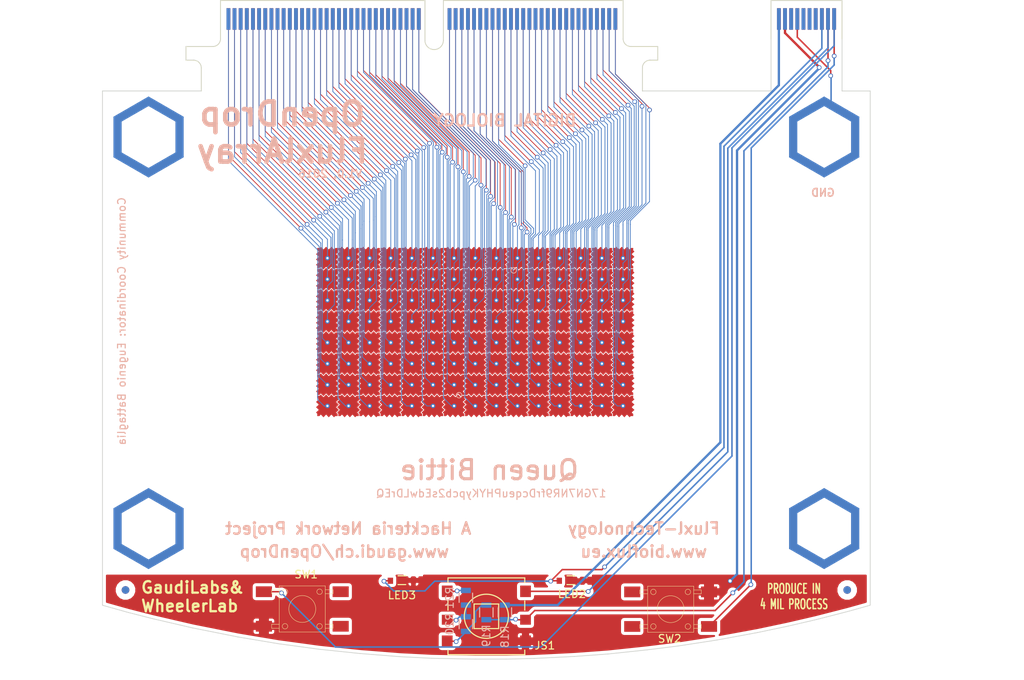
<source format=kicad_pcb>
(kicad_pcb (version 4) (host pcbnew 4.0.1-stable)
  (title_block (title FluxlArrray) (date 2016-11-11) (rev v1.0))
  (layers (0 F.Cu signal) (31 B.Cu signal) (34 B.Paste user) (35 F.Paste user) (36 B.SilkS user) (37 F.SilkS user) (38 B.Mask user) (39 F.Mask user) (44 Edge.Cuts user))
  (net 0 "")
  (net 1 "Net-(FLUXL1-Pad1)")
  (net 2 "Net-(FLUXL2-Pad1)")
  (net 3 "Net-(FLUXL3-Pad1)")
  (net 4 "Net-(FLUXL4-Pad1)")
  (net 5 "Net-(FLUXL5-Pad1)")
  (net 6 "Net-(FLUXL6-Pad1)")
  (net 7 "Net-(FLUXL7-Pad1)")
  (net 8 "Net-(FLUXL8-Pad1)")
  (net 9 "Net-(FLUXL9-Pad1)")
  (net 10 "Net-(FLUXL10-Pad1)")
  (net 11 "Net-(FLUXL11-Pad1)")
  (net 12 "Net-(FLUXL12-Pad1)")
  (net 13 "Net-(FLUXL13-Pad1)")
  (net 14 "Net-(FLUXL14-Pad1)")
  (net 15 "Net-(FLUXL15-Pad1)")
  (net 16 "Net-(FLUXL16-Pad1)")
  (net 17 "Net-(FLUXL17-Pad1)")
  (net 18 "Net-(FLUXL18-Pad1)")
  (net 19 "Net-(FLUXL19-Pad1)")
  (net 20 "Net-(FLUXL20-Pad1)")
  (net 21 "Net-(FLUXL21-Pad1)")
  (net 22 "Net-(FLUXL22-Pad1)")
  (net 23 "Net-(FLUXL23-Pad1)")
  (net 24 "Net-(FLUXL24-Pad1)")
  (net 25 "Net-(FLUXL25-Pad1)")
  (net 26 "Net-(FLUXL26-Pad1)")
  (net 27 "Net-(FLUXL27-Pad1)")
  (net 28 "Net-(FLUXL28-Pad1)")
  (net 29 "Net-(FLUXL29-Pad1)")
  (net 30 "Net-(FLUXL30-Pad1)")
  (net 31 "Net-(FLUXL31-Pad1)")
  (net 32 "Net-(FLUXL32-Pad1)")
  (net 33 "Net-(FLUXL34-Pad1)")
  (net 34 "Net-(FLUXL35-Pad1)")
  (net 35 "Net-(FLUXL36-Pad1)")
  (net 36 "Net-(FLUXL37-Pad1)")
  (net 37 "Net-(FLUXL38-Pad1)")
  (net 38 "Net-(FLUXL39-Pad1)")
  (net 39 "Net-(FLUXL40-Pad1)")
  (net 40 "Net-(FLUXL42-Pad1)")
  (net 41 "Net-(FLUXL43-Pad1)")
  (net 42 "Net-(FLUXL44-Pad1)")
  (net 43 "Net-(FLUXL45-Pad1)")
  (net 44 "Net-(FLUXL46-Pad1)")
  (net 45 "Net-(FLUXL47-Pad1)")
  (net 46 "Net-(FLUXL48-Pad1)")
  (net 47 "Net-(FLUXL50-Pad1)")
  (net 48 "Net-(FLUXL51-Pad1)")
  (net 49 "Net-(FLUXL52-Pad1)")
  (net 50 "Net-(FLUXL53-Pad1)")
  (net 51 "Net-(FLUXL54-Pad1)")
  (net 52 "Net-(FLUXL55-Pad1)")
  (net 53 "Net-(FLUXL56-Pad1)")
  (net 54 "Net-(FLUXL58-Pad1)")
  (net 55 "Net-(FLUXL59-Pad1)")
  (net 56 "Net-(FLUXL60-Pad1)")
  (net 57 "Net-(FLUXL61-Pad1)")
  (net 58 "Net-(FLUXL62-Pad1)")
  (net 59 "Net-(FLUXL63-Pad1)")
  (net 60 "Net-(FLUXL64-Pad1)")
  (net 61 GND)
  (net 62 "Net-(FLUXL65-Pad1)")
  (net 63 "Net-(FLUXL66-Pad1)")
  (net 64 "Net-(FLUXL67-Pad1)")
  (net 65 "Net-(FLUXL68-Pad1)")
  (net 66 "Net-(FLUXL69-Pad1)")
  (net 67 "Net-(FLUXL70-Pad1)")
  (net 68 "Net-(FLUXL71-Pad1)")
  (net 69 "Net-(FLUXL72-Pad1)")
  (net 70 "Net-(FLUXL73-Pad1)")
  (net 71 "Net-(FLUXL74-Pad1)")
  (net 72 "Net-(FLUXL75-Pad1)")
  (net 73 "Net-(FLUXL76-Pad1)")
  (net 74 "Net-(FLUXL77-Pad1)")
  (net 75 "Net-(FLUXL78-Pad1)")
  (net 76 "Net-(FLUXL79-Pad1)")
  (net 77 "Net-(FLUXL80-Pad1)")
  (net 78 "Net-(FLUXL81-Pad1)")
  (net 79 "Net-(FLUXL82-Pad1)")
  (net 80 "Net-(FLUXL83-Pad1)")
  (net 81 "Net-(FLUXL84-Pad1)")
  (net 82 "Net-(FLUXL85-Pad1)")
  (net 83 "Net-(FLUXL86-Pad1)")
  (net 84 "Net-(FLUXL87-Pad1)")
  (net 85 "Net-(FLUXL88-Pad1)")
  (net 86 "Net-(FLUXL89-Pad1)")
  (net 87 "Net-(FLUXL90-Pad1)")
  (net 88 "Net-(FLUXL91-Pad1)")
  (net 89 "Net-(FLUXL92-Pad1)")
  (net 90 "Net-(FLUXL93-Pad1)")
  (net 91 "Net-(FLUXL94-Pad1)")
  (net 92 "Net-(FLUXL95-Pad1)")
  (net 93 "Net-(FLUXL96-Pad1)")
  (net 94 "Net-(FLUXL97-Pad1)")
  (net 95 "Net-(FLUXL98-Pad1)")
  (net 96 "Net-(FLUXL99-Pad1)")
  (net 97 "Net-(FLUXL100-Pad1)")
  (net 98 "Net-(FLUXL101-Pad1)")
  (net 99 "Net-(FLUXL102-Pad1)")
  (net 100 "Net-(FLUXL103-Pad1)")
  (net 101 "Net-(FLUXL104-Pad1)")
  (net 102 "Net-(FLUXL105-Pad1)")
  (net 103 "Net-(FLUXL106-Pad1)")
  (net 104 "Net-(FLUXL107-Pad1)")
  (net 105 "Net-(FLUXL108-Pad1)")
  (net 106 "Net-(FLUXL109-Pad1)")
  (net 107 "Net-(FLUXL110-Pad1)")
  (net 108 "Net-(FLUXL111-Pad1)")
  (net 109 "Net-(FLUXL112-Pad1)")
  (net 110 "Net-(FLUXL113-Pad1)")
  (net 111 "Net-(FLUXL114-Pad1)")
  (net 112 "Net-(FLUXL115-Pad1)")
  (net 113 "Net-(FLUXL116-Pad1)")
  (net 114 "Net-(FLUXL117-Pad1)")
  (net 115 "Net-(FLUXL118-Pad1)")
  (net 116 "Net-(FLUXL119-Pad1)")
  (net 117 "Net-(FLUXL120-Pad1)")
  (net 118 +5V)
  (net 119 SW1)
  (net 120 SW2)
  (net 121 "Net-(JS1-Pad1)")
  (net 122 "Net-(JS1-Pad3)")
  (net 123 JOY)
  (net 124 "Net-(JS1-Pad2)")
  (net 125 SW3)
  (net 126 LED)
  (net 127 "Net-(FLUXL33-Pad1)")
  (net 128 "Net-(FLUXL41-Pad1)")
  (net 129 "Net-(FLUXL49-Pad1)")
  (net 130 "Net-(FLUXL57-Pad1)")
  (net 131 "Net-(P2-Pad6)")
  (net 132 "Net-(P2-Pad2)")
  (net 133 "Net-(P2-Pad12)")
  (net 134 "Net-(P2-Pad16)")
  (net 135 "Net-(P2-Pad14)")
  (net 136 "Net-(P2-Pad13)")
  (net 137 "Net-(P2-Pad11)")
  (net 138 "Net-(P2-Pad3)")
  (net 139 "Net-(P2-Pad7)")
  (net 140 "Net-(P2-Pad9)")
  (net 141 "Net-(P2-Pad5)")
  (net 142 VGND)
  (net 143 "Net-(P2-Pad10)")
  (module WheelerLab:HSEC8-160-XX-X-RA-BL-MATE (layer F.Cu) (at 93.2 60.025)
    (fp_text reference P1 hide)
    (fp_text value CONN_02X60)
    (pad 119 smd rect (at 23.6 -1.4) (size 0.5 2.8) (layers B.Cu B.Paste B.Mask) (net 115 "Net-(FLUXL118-Pad1)"))
    (pad 115 smd rect (at 22 -1.4) (size 0.5 2.8) (layers B.Cu B.Paste B.Mask) (net 112 "Net-(FLUXL115-Pad1)"))
    (pad 117 smd rect (at 22.8 -1.4) (size 0.5 2.8) (layers B.Cu B.Paste B.Mask) (net 117 "Net-(FLUXL120-Pad1)"))
    (pad 113 smd rect (at 21.2 -1.4) (size 0.5 2.8) (layers B.Cu B.Paste B.Mask) (net 110 "Net-(FLUXL113-Pad1)"))
    (pad 114 smd rect (at 21.2 -1.4) (size 0.5 2.8) (layers F.Cu F.Paste F.Mask) (net 111 "Net-(FLUXL114-Pad1)"))
    (pad 116 smd rect (at 22 -1.4) (size 0.5 2.8) (layers F.Cu F.Paste F.Mask) (net 113 "Net-(FLUXL116-Pad1)"))
    (pad 118 smd rect (at 22.8 -1.4) (size 0.5 2.8) (layers F.Cu F.Paste F.Mask) (net 116 "Net-(FLUXL119-Pad1)"))
    (pad 120 smd rect (at 23.6 -1.4) (size 0.5 2.8) (layers F.Cu F.Paste F.Mask) (net 114 "Net-(FLUXL117-Pad1)"))
    (pad 80 smd rect (at 7.6 -1.4) (size 0.5 2.8) (layers F.Cu F.Paste F.Mask) (net 74 "Net-(FLUXL77-Pad1)"))
    (pad 82 smd rect (at 8.4 -1.4) (size 0.5 2.8) (layers F.Cu F.Paste F.Mask) (net 79 "Net-(FLUXL82-Pad1)"))
    (pad 78 smd rect (at 6.8 -1.4) (size 0.5 2.8) (layers F.Cu F.Paste F.Mask) (net 76 "Net-(FLUXL79-Pad1)"))
    (pad 76 smd rect (at 6 -1.4) (size 0.5 2.8) (layers F.Cu F.Paste F.Mask) (net 73 "Net-(FLUXL76-Pad1)"))
    (pad 64 smd rect (at -2 -1.4) (size 0.5 2.8) (layers F.Cu F.Paste F.Mask) (net 57 "Net-(FLUXL61-Pad1)"))
    (pad 66 smd rect (at 2 -1.4) (size 0.5 2.8) (layers F.Cu F.Paste F.Mask) (net 63 "Net-(FLUXL66-Pad1)"))
    (pad 72 smd rect (at 4.4 -1.4) (size 0.5 2.8) (layers F.Cu F.Paste F.Mask) (net 66 "Net-(FLUXL69-Pad1)"))
    (pad 74 smd rect (at 5.2 -1.4) (size 0.5 2.8) (layers F.Cu F.Paste F.Mask) (net 71 "Net-(FLUXL74-Pad1)"))
    (pad 70 smd rect (at 3.6 -1.4) (size 0.5 2.8) (layers F.Cu F.Paste F.Mask) (net 68 "Net-(FLUXL71-Pad1)"))
    (pad 68 smd rect (at 2.8 -1.4) (size 0.5 2.8) (layers F.Cu F.Paste F.Mask) (net 65 "Net-(FLUXL68-Pad1)"))
    (pad 112 smd rect (at 20.4 -1.4) (size 0.5 2.8) (layers F.Cu F.Paste F.Mask) (net 106 "Net-(FLUXL109-Pad1)"))
    (pad 110 smd rect (at 19.6 -1.4) (size 0.5 2.8) (layers F.Cu F.Paste F.Mask) (net 108 "Net-(FLUXL111-Pad1)"))
    (pad 108 smd rect (at 18.8 -1.4) (size 0.5 2.8) (layers F.Cu F.Paste F.Mask) (net 105 "Net-(FLUXL108-Pad1)"))
    (pad 100 smd rect (at 15.6 -1.4) (size 0.5 2.8) (layers F.Cu F.Paste F.Mask) (net 97 "Net-(FLUXL100-Pad1)"))
    (pad 102 smd rect (at 16.4 -1.4) (size 0.5 2.8) (layers F.Cu F.Paste F.Mask) (net 100 "Net-(FLUXL103-Pad1)"))
    (pad 106 smd rect (at 18 -1.4) (size 0.5 2.8) (layers F.Cu F.Paste F.Mask) (net 103 "Net-(FLUXL106-Pad1)"))
    (pad 104 smd rect (at 17.2 -1.4) (size 0.5 2.8) (layers F.Cu F.Paste F.Mask) (net 98 "Net-(FLUXL101-Pad1)"))
    (pad 88 smd rect (at 10.8 -1.4) (size 0.5 2.8) (layers F.Cu F.Paste F.Mask) (net 82 "Net-(FLUXL85-Pad1)"))
    (pad 90 smd rect (at 11.6 -1.4) (size 0.5 2.8) (layers F.Cu F.Paste F.Mask) (net 87 "Net-(FLUXL90-Pad1)"))
    (pad 86 smd rect (at 10 -1.4) (size 0.5 2.8) (layers F.Cu F.Paste F.Mask) (net 84 "Net-(FLUXL87-Pad1)"))
    (pad 84 smd rect (at 9.2 -1.4) (size 0.5 2.8) (layers F.Cu F.Paste F.Mask) (net 81 "Net-(FLUXL84-Pad1)"))
    (pad 92 smd rect (at 12.4 -1.4) (size 0.5 2.8) (layers F.Cu F.Paste F.Mask) (net 89 "Net-(FLUXL92-Pad1)"))
    (pad 94 smd rect (at 13.2 -1.4) (size 0.5 2.8) (layers F.Cu F.Paste F.Mask) (net 92 "Net-(FLUXL95-Pad1)"))
    (pad 98 smd rect (at 14.8 -1.4) (size 0.5 2.8) (layers F.Cu F.Paste F.Mask) (net 95 "Net-(FLUXL98-Pad1)"))
    (pad 96 smd rect (at 14 -1.4) (size 0.5 2.8) (layers F.Cu F.Paste F.Mask) (net 90 "Net-(FLUXL93-Pad1)"))
    (pad 65 smd rect (at 2 -1.4) (size 0.5 2.8) (layers B.Cu B.Paste B.Mask) (net 62 "Net-(FLUXL65-Pad1)"))
    (pad 67 smd rect (at 2.8 -1.4) (size 0.5 2.8) (layers B.Cu B.Paste B.Mask) (net 64 "Net-(FLUXL67-Pad1)"))
    (pad 63 smd rect (at -2 -1.4) (size 0.5 2.8) (layers B.Cu B.Paste B.Mask) (net 58 "Net-(FLUXL62-Pad1)"))
    (pad 77 smd rect (at 6.8 -1.4) (size 0.5 2.8) (layers B.Cu B.Paste B.Mask) (net 77 "Net-(FLUXL80-Pad1)"))
    (pad 79 smd rect (at 7.6 -1.4) (size 0.5 2.8) (layers B.Cu B.Paste B.Mask) (net 75 "Net-(FLUXL78-Pad1)"))
    (pad 83 smd rect (at 9.2 -1.4) (size 0.5 2.8) (layers B.Cu B.Paste B.Mask) (net 80 "Net-(FLUXL83-Pad1)"))
    (pad 81 smd rect (at 8.4 -1.4) (size 0.5 2.8) (layers B.Cu B.Paste B.Mask) (net 78 "Net-(FLUXL81-Pad1)"))
    (pad 73 smd rect (at 5.2 -1.4) (size 0.5 2.8) (layers B.Cu B.Paste B.Mask) (net 70 "Net-(FLUXL73-Pad1)"))
    (pad 75 smd rect (at 6 -1.4) (size 0.5 2.8) (layers B.Cu B.Paste B.Mask) (net 72 "Net-(FLUXL75-Pad1)"))
    (pad 71 smd rect (at 4.4 -1.4) (size 0.5 2.8) (layers B.Cu B.Paste B.Mask) (net 67 "Net-(FLUXL70-Pad1)"))
    (pad 69 smd rect (at 3.6 -1.4) (size 0.5 2.8) (layers B.Cu B.Paste B.Mask) (net 69 "Net-(FLUXL72-Pad1)"))
    (pad 101 smd rect (at 16.4 -1.4) (size 0.5 2.8) (layers B.Cu B.Paste B.Mask) (net 101 "Net-(FLUXL104-Pad1)"))
    (pad 103 smd rect (at 17.2 -1.4) (size 0.5 2.8) (layers B.Cu B.Paste B.Mask) (net 99 "Net-(FLUXL102-Pad1)"))
    (pad 107 smd rect (at 18.8 -1.4) (size 0.5 2.8) (layers B.Cu B.Paste B.Mask) (net 104 "Net-(FLUXL107-Pad1)"))
    (pad 105 smd rect (at 18 -1.4) (size 0.5 2.8) (layers B.Cu B.Paste B.Mask) (net 102 "Net-(FLUXL105-Pad1)"))
    (pad 111 smd rect (at 20.4 -1.4) (size 0.5 2.8) (layers B.Cu B.Paste B.Mask) (net 107 "Net-(FLUXL110-Pad1)"))
    (pad 109 smd rect (at 19.6 -1.4) (size 0.5 2.8) (layers B.Cu B.Paste B.Mask) (net 109 "Net-(FLUXL112-Pad1)"))
    (pad 93 smd rect (at 13.2 -1.4) (size 0.5 2.8) (layers B.Cu B.Paste B.Mask) (net 93 "Net-(FLUXL96-Pad1)"))
    (pad 95 smd rect (at 14 -1.4) (size 0.5 2.8) (layers B.Cu B.Paste B.Mask) (net 91 "Net-(FLUXL94-Pad1)"))
    (pad 99 smd rect (at 15.6 -1.4) (size 0.5 2.8) (layers B.Cu B.Paste B.Mask) (net 96 "Net-(FLUXL99-Pad1)"))
    (pad 97 smd rect (at 14.8 -1.4) (size 0.5 2.8) (layers B.Cu B.Paste B.Mask) (net 94 "Net-(FLUXL97-Pad1)"))
    (pad 89 smd rect (at 11.6 -1.4) (size 0.5 2.8) (layers B.Cu B.Paste B.Mask) (net 86 "Net-(FLUXL89-Pad1)"))
    (pad 91 smd rect (at 12.4 -1.4) (size 0.5 2.8) (layers B.Cu B.Paste B.Mask) (net 88 "Net-(FLUXL91-Pad1)"))
    (pad 87 smd rect (at 10.8 -1.4) (size 0.5 2.8) (layers B.Cu B.Paste B.Mask) (net 83 "Net-(FLUXL86-Pad1)"))
    (pad 85 smd rect (at 10 -1.4) (size 0.5 2.8) (layers B.Cu B.Paste B.Mask) (net 85 "Net-(FLUXL88-Pad1)"))
    (pad 35 smd rect (at -13.2 -1.4) (size 0.5 2.8) (layers B.Cu B.Paste B.Mask) (net 34 "Net-(FLUXL35-Pad1)"))
    (pad 37 smd rect (at -12.4 -1.4) (size 0.5 2.8) (layers B.Cu B.Paste B.Mask) (net 39 "Net-(FLUXL40-Pad1)"))
    (pad 41 smd rect (at -10.8 -1.4) (size 0.5 2.8) (layers B.Cu B.Paste B.Mask) (net 128 "Net-(FLUXL41-Pad1)"))
    (pad 39 smd rect (at -11.6 -1.4) (size 0.5 2.8) (layers B.Cu B.Paste B.Mask) (net 37 "Net-(FLUXL38-Pad1)"))
    (pad 47 smd rect (at -8.4 -1.4) (size 0.5 2.8) (layers B.Cu B.Paste B.Mask) (net 44 "Net-(FLUXL46-Pad1)"))
    (pad 49 smd rect (at -7.6 -1.4) (size 0.5 2.8) (layers B.Cu B.Paste B.Mask) (net 129 "Net-(FLUXL49-Pad1)"))
    (pad 45 smd rect (at -9.2 -1.4) (size 0.5 2.8) (layers B.Cu B.Paste B.Mask) (net 46 "Net-(FLUXL48-Pad1)"))
    (pad 43 smd rect (at -10 -1.4) (size 0.5 2.8) (layers B.Cu B.Paste B.Mask) (net 41 "Net-(FLUXL43-Pad1)"))
    (pad 59 smd rect (at -3.6 -1.4) (size 0.5 2.8) (layers B.Cu B.Paste B.Mask) (net 55 "Net-(FLUXL59-Pad1)"))
    (pad 61 smd rect (at -2.8 -1.4) (size 0.5 2.8) (layers B.Cu B.Paste B.Mask) (net 60 "Net-(FLUXL64-Pad1)"))
    (pad 55 smd rect (at -5.2 -1.4) (size 0.5 2.8) (layers B.Cu B.Paste B.Mask) (net 51 "Net-(FLUXL54-Pad1)"))
    (pad 57 smd rect (at -4.4 -1.4) (size 0.5 2.8) (layers B.Cu B.Paste B.Mask) (net 130 "Net-(FLUXL57-Pad1)"))
    (pad 53 smd rect (at -6 -1.4) (size 0.5 2.8) (layers B.Cu B.Paste B.Mask) (net 53 "Net-(FLUXL56-Pad1)"))
    (pad 51 smd rect (at -6.8 -1.4) (size 0.5 2.8) (layers B.Cu B.Paste B.Mask) (net 48 "Net-(FLUXL51-Pad1)"))
    (pad 19 smd rect (at -19.6 -1.4) (size 0.5 2.8) (layers B.Cu B.Paste B.Mask) (net 19 "Net-(FLUXL19-Pad1)"))
    (pad 21 smd rect (at -18.8 -1.4) (size 0.5 2.8) (layers B.Cu B.Paste B.Mask) (net 24 "Net-(FLUXL24-Pad1)"))
    (pad 25 smd rect (at -17.2 -1.4) (size 0.5 2.8) (layers B.Cu B.Paste B.Mask) (net 25 "Net-(FLUXL25-Pad1)"))
    (pad 23 smd rect (at -18 -1.4) (size 0.5 2.8) (layers B.Cu B.Paste B.Mask) (net 22 "Net-(FLUXL22-Pad1)"))
    (pad 31 smd rect (at -14.8 -1.4) (size 0.5 2.8) (layers B.Cu B.Paste B.Mask) (net 30 "Net-(FLUXL30-Pad1)"))
    (pad 33 smd rect (at -14 -1.4) (size 0.5 2.8) (layers B.Cu B.Paste B.Mask) (net 127 "Net-(FLUXL33-Pad1)"))
    (pad 29 smd rect (at -15.6 -1.4) (size 0.5 2.8) (layers B.Cu B.Paste B.Mask) (net 32 "Net-(FLUXL32-Pad1)"))
    (pad 27 smd rect (at -16.4 -1.4) (size 0.5 2.8) (layers B.Cu B.Paste B.Mask) (net 27 "Net-(FLUXL27-Pad1)"))
    (pad 11 smd rect (at -22.8 -1.4) (size 0.5 2.8) (layers B.Cu B.Paste B.Mask) (net 11 "Net-(FLUXL11-Pad1)"))
    (pad 13 smd rect (at -22 -1.4) (size 0.5 2.8) (layers B.Cu B.Paste B.Mask) (net 16 "Net-(FLUXL16-Pad1)"))
    (pad 17 smd rect (at -20.4 -1.4) (size 0.5 2.8) (layers B.Cu B.Paste B.Mask) (net 17 "Net-(FLUXL17-Pad1)"))
    (pad 15 smd rect (at -21.2 -1.4) (size 0.5 2.8) (layers B.Cu B.Paste B.Mask) (net 14 "Net-(FLUXL14-Pad1)"))
    (pad 7 smd rect (at -24.4 -1.4) (size 0.5 2.8) (layers B.Cu B.Paste B.Mask) (net 6 "Net-(FLUXL6-Pad1)"))
    (pad 9 smd rect (at -23.6 -1.4) (size 0.5 2.8) (layers B.Cu B.Paste B.Mask) (net 9 "Net-(FLUXL9-Pad1)"))
    (pad 5 smd rect (at -25.2 -1.4) (size 0.5 2.8) (layers B.Cu B.Paste B.Mask) (net 8 "Net-(FLUXL8-Pad1)"))
    (pad 46 smd rect (at -9.2 -1.4) (size 0.5 2.8) (layers F.Cu F.Paste F.Mask) (net 45 "Net-(FLUXL47-Pad1)"))
    (pad 48 smd rect (at -8.4 -1.4) (size 0.5 2.8) (layers F.Cu F.Paste F.Mask) (net 43 "Net-(FLUXL45-Pad1)"))
    (pad 44 smd rect (at -10 -1.4) (size 0.5 2.8) (layers F.Cu F.Paste F.Mask) (net 42 "Net-(FLUXL44-Pad1)"))
    (pad 42 smd rect (at -10.8 -1.4) (size 0.5 2.8) (layers F.Cu F.Paste F.Mask) (net 40 "Net-(FLUXL42-Pad1)"))
    (pad 34 smd rect (at -14 -1.4) (size 0.5 2.8) (layers F.Cu F.Paste F.Mask) (net 33 "Net-(FLUXL34-Pad1)"))
    (pad 36 smd rect (at -13.2 -1.4) (size 0.5 2.8) (layers F.Cu F.Paste F.Mask) (net 35 "Net-(FLUXL36-Pad1)"))
    (pad 40 smd rect (at -11.6 -1.4) (size 0.5 2.8) (layers F.Cu F.Paste F.Mask) (net 36 "Net-(FLUXL37-Pad1)"))
    (pad 38 smd rect (at -12.4 -1.4) (size 0.5 2.8) (layers F.Cu F.Paste F.Mask) (net 38 "Net-(FLUXL39-Pad1)"))
    (pad 54 smd rect (at -6 -1.4) (size 0.5 2.8) (layers F.Cu F.Paste F.Mask) (net 52 "Net-(FLUXL55-Pad1)"))
    (pad 56 smd rect (at -5.2 -1.4) (size 0.5 2.8) (layers F.Cu F.Paste F.Mask) (net 50 "Net-(FLUXL53-Pad1)"))
    (pad 52 smd rect (at -6.8 -1.4) (size 0.5 2.8) (layers F.Cu F.Paste F.Mask) (net 49 "Net-(FLUXL52-Pad1)"))
    (pad 50 smd rect (at -7.6 -1.4) (size 0.5 2.8) (layers F.Cu F.Paste F.Mask) (net 47 "Net-(FLUXL50-Pad1)"))
    (pad 58 smd rect (at -4.4 -1.4) (size 0.5 2.8) (layers F.Cu F.Paste F.Mask) (net 54 "Net-(FLUXL58-Pad1)"))
    (pad 60 smd rect (at -3.6 -1.4) (size 0.5 2.8) (layers F.Cu F.Paste F.Mask) (net 56 "Net-(FLUXL60-Pad1)"))
    (pad 62 smd rect (at -2.8 -1.4) (size 0.5 2.8) (layers F.Cu F.Paste F.Mask) (net 59 "Net-(FLUXL63-Pad1)"))
    (pad 18 smd rect (at -20.4 -1.4) (size 0.5 2.8) (layers F.Cu F.Paste F.Mask) (net 18 "Net-(FLUXL18-Pad1)"))
    (pad 20 smd rect (at -19.6 -1.4) (size 0.5 2.8) (layers F.Cu F.Paste F.Mask) (net 20 "Net-(FLUXL20-Pad1)"))
    (pad 24 smd rect (at -18 -1.4) (size 0.5 2.8) (layers F.Cu F.Paste F.Mask) (net 21 "Net-(FLUXL21-Pad1)"))
    (pad 22 smd rect (at -18.8 -1.4) (size 0.5 2.8) (layers F.Cu F.Paste F.Mask) (net 23 "Net-(FLUXL23-Pad1)"))
    (pad 6 smd rect (at -25.2 -1.4) (size 0.5 2.8) (layers F.Cu F.Paste F.Mask) (net 7 "Net-(FLUXL7-Pad1)"))
    (pad 8 smd rect (at -24.4 -1.4) (size 0.5 2.8) (layers F.Cu F.Paste F.Mask) (net 5 "Net-(FLUXL5-Pad1)"))
    (pad 4 smd rect (at -26 -1.4) (size 0.5 2.8) (layers F.Cu F.Paste F.Mask) (net 4 "Net-(FLUXL4-Pad1)"))
    (pad 2 smd rect (at -26.8 -1.4) (size 0.5 2.8) (layers F.Cu F.Paste F.Mask) (net 2 "Net-(FLUXL2-Pad1)"))
    (pad 10 smd rect (at -23.6 -1.4) (size 0.5 2.8) (layers F.Cu F.Paste F.Mask) (net 10 "Net-(FLUXL10-Pad1)"))
    (pad 12 smd rect (at -22.8 -1.4) (size 0.5 2.8) (layers F.Cu F.Paste F.Mask) (net 12 "Net-(FLUXL12-Pad1)"))
    (pad 16 smd rect (at -21.2 -1.4) (size 0.5 2.8) (layers F.Cu F.Paste F.Mask) (net 13 "Net-(FLUXL13-Pad1)"))
    (pad 14 smd rect (at -22 -1.4) (size 0.5 2.8) (layers F.Cu F.Paste F.Mask) (net 15 "Net-(FLUXL15-Pad1)"))
    (pad 1 smd rect (at -26.8 -1.4) (size 0.5 2.8) (layers B.Cu B.Paste B.Mask) (net 1 "Net-(FLUXL1-Pad1)"))
    (pad 3 smd rect (at -26 -1.4) (size 0.5 2.8) (layers B.Cu B.Paste B.Mask) (net 3 "Net-(FLUXL3-Pad1)"))
    (pad 26 smd rect (at -17.2 -1.4) (size 0.5 2.8) (layers F.Cu F.Paste F.Mask) (net 26 "Net-(FLUXL26-Pad1)"))
    (pad 28 smd rect (at -16.4 -1.4) (size 0.5 2.8) (layers F.Cu F.Paste F.Mask) (net 28 "Net-(FLUXL28-Pad1)"))
    (pad 32 smd rect (at -14.8 -1.4) (size 0.5 2.8) (layers F.Cu F.Paste F.Mask) (net 29 "Net-(FLUXL29-Pad1)"))
    (pad 30 smd rect (at -15.6 -1.4) (size 0.5 2.8) (layers F.Cu F.Paste F.Mask) (net 31 "Net-(FLUXL31-Pad1)"))
  )
  (module GaudiLabsFootPrints:JoystickSMD_SKQUSeries (layer F.Cu) (at 100 136.425)
    (fp_text reference JS1 (at 7.617 3.81) (layer F.SilkS))
    (fp_text value JoystickSMD)
    (pad 1 smd rect (at -5.1 -3.25) (size 1.4 1.5) (layers F.Cu F.Paste F.Mask) (net 121 "Net-(JS1-Pad1)"))
    (pad 6 smd rect (at 5.1 -3.25) (size 1.4 1.5) (layers F.Cu F.Paste F.Mask) (net 125 SW3))
    (pad 3 smd rect (at -5.1 3.25) (size 1.4 1.5) (layers F.Cu F.Paste F.Mask) (net 122 "Net-(JS1-Pad3)"))
    (pad 4 smd rect (at 5.1 3.25) (size 1.4 1.5) (layers F.Cu F.Paste F.Mask) (net 61 GND))
    (pad 2 smd rect (at -5.1 0.45) (size 1.4 1.3) (layers F.Cu F.Paste F.Mask) (net 124 "Net-(JS1-Pad2)"))
    (pad 5 smd rect (at 5.1 0.45) (size 1.4 1.3) (layers F.Cu F.Paste F.Mask) (net 123 JOY))
  )
  (module GaudiLabsFootPrints:LED_SIDE (layer F.Cu) (at 111 131.8)
    (fp_text reference LED2 (at 0.1476 1.7294) (layer F.SilkS))
    (fp_text value LED)
    (pad 2 smd rect (at -1.5 0) (size 0.7 0.8) (layers F.Cu F.Paste F.Mask) (net 126 LED))
    (pad 1 smd rect (at 1.5 0) (size 0.7 0.8) (layers F.Cu F.Paste F.Mask) (net 61 GND))
  )
  (module GaudiLabsFootPrints:LED_SIDE (layer F.Cu) (at 89 131.8)
    (fp_text reference LED3 (at -0.0012 1.8818) (layer F.SilkS))
    (fp_text value LED)
    (pad 2 smd rect (at -1.5 0) (size 0.7 0.8) (layers F.Cu F.Paste F.Mask) (net 126 LED))
    (pad 1 smd rect (at 1.5 -0.053) (size 0.7 0.8) (layers F.Cu F.Paste F.Mask) (net 61 GND))
  )
  (module Resistors_SMD:R_0805 (layer B.Cu) (at 102.41 135.917 90)
    (fp_text reference R18 (at -3.175 0 90) (layer B.SilkS) (effects (justify mirror)))
    (fp_text value 10k)
    (pad 1 smd rect (at -0.95 0 90) (size 0.7 1.3) (layers B.Cu B.Paste B.Mask) (net 123 JOY))
    (pad 2 smd rect (at 0.95 0 90) (size 0.7 1.3) (layers B.Cu B.Paste B.Mask) (net 118 +5V))
  )
  (module Resistors_SMD:R_0805 (layer B.Cu) (at 99.997 135.917 270)
    (fp_text reference R19 (at 3.048 0 270) (layer B.SilkS) (effects (justify mirror)))
    (fp_text value 10k)
    (pad 1 smd rect (at -0.95 0 270) (size 0.7 1.3) (layers B.Cu B.Paste B.Mask) (net 122 "Net-(JS1-Pad3)"))
    (pad 2 smd rect (at 0.95 0 270) (size 0.7 1.3) (layers B.Cu B.Paste B.Mask) (net 123 JOY))
  )
  (module Resistors_SMD:R_0805 (layer B.Cu) (at 97.33 137.441 270)
    (fp_text reference R20 (at 0 2.1 270) (layer B.SilkS) (effects (justify mirror)))
    (fp_text value 10k)
    (pad 1 smd rect (at -0.95 0 270) (size 0.7 1.3) (layers B.Cu B.Paste B.Mask) (net 124 "Net-(JS1-Pad2)"))
    (pad 2 smd rect (at 0.95 0 270) (size 0.7 1.3) (layers B.Cu B.Paste B.Mask) (net 122 "Net-(JS1-Pad3)"))
  )
  (module Resistors_SMD:R_0805 (layer B.Cu) (at 97.33 134.012 270)
    (fp_text reference R21 (at 0 2.1 270) (layer B.SilkS) (effects (justify mirror)))
    (fp_text value 10k)
    (pad 1 smd rect (at -0.95 0 270) (size 0.7 1.3) (layers B.Cu B.Paste B.Mask) (net 121 "Net-(JS1-Pad1)"))
    (pad 2 smd rect (at 0.95 0 270) (size 0.7 1.3) (layers B.Cu B.Paste B.Mask) (net 124 "Net-(JS1-Pad2)"))
  )
  (module Fiducials:Fiducial_1mm_Dia_2.54mm_Outer_CopperTop (layer F.Cu) (at 147 133)
    (fp_text reference REF** hide)
    (fp_text value Fiducial_1mm_Dia_2.54mm_Outer_CopperTop)
    (pad ~ smd circle (at 0 0) (size 1 1) (layers F.Cu F.Mask) (clearance 0.77))
  )
  (module Fiducials:Fiducial_1mm_Dia_2.54mm_Outer_CopperTop (layer F.Cu) (at 53 133)
    (fp_text reference REF** hide)
    (fp_text value Fiducial_1mm_Dia_2.54mm_Outer_CopperTop)
    (pad ~ smd circle (at 0 0) (size 1 1) (layers F.Cu F.Mask) (clearance 0.77))
  )
  (module Fiducials:Fiducial_1mm_Dia_2.54mm_Outer_CopperBottom (layer F.Cu) (at 147 133)
    (fp_text reference REF** hide)
    (fp_text value Fiducial_1mm_Dia_2.54mm_Outer_CopperBottom)
    (pad ~ smd circle (at 0 0) (size 1 1) (layers B.Cu B.Mask) (clearance 0.77))
  )
  (module Fiducials:Fiducial_1mm_Dia_2.54mm_Outer_CopperBottom (layer F.Cu) (at 53 133)
    (fp_text reference REF** hide)
    (fp_text value Fiducial_1mm_Dia_2.54mm_Outer_CopperBottom)
    (pad ~ smd circle (at 0 0) (size 1 1) (layers B.Cu B.Mask) (clearance 0.77))
  )
  (module GaudiLabsFootPrints:PUSH_BUTTON_SMD (layer F.Cu) (at 124 135.5 180)
    (fp_text reference SW2 (at 0.127 -3.846 180) (layer F.SilkS))
    (fp_text value SW_PUSH)
    (pad 3 smd rect (at 5 -2.25 180) (size 2.1 1.4) (layers F.Cu F.Paste F.Mask))
    (pad 4 smd rect (at 5 2.25 180) (size 2.1 1.4) (layers F.Cu F.Paste F.Mask))
    (pad 1 smd rect (at -5 -2.25 180) (size 2.1 1.4) (layers F.Cu F.Paste F.Mask) (net 120 SW2))
    (pad 2 smd rect (at -5 2.25 180) (size 2.1 1.4) (layers F.Cu F.Paste F.Mask) (net 61 GND))
  )
  (module GaudiLabsFootPrints:MountingHolePad_3x9mm (layer F.Cu) (at 144 74)
    (fp_text reference P13 hide)
    (fp_text value CONN_01X01)
    (fp_line (start 0 -4.6) (end 4 -2.3) (layer B.Cu) (width 1))
    (fp_line (start 4 -2.3) (end 4 2.3) (layer B.Cu) (width 1))
    (fp_line (start 4 2.3) (end 0 4.6) (layer B.Cu) (width 1))
    (fp_line (start 0 4.6) (end -4 2.3) (layer B.Cu) (width 1))
    (fp_line (start -4 2.3) (end -4 -2.3) (layer B.Cu) (width 1))
    (fp_line (start -4 -2.3) (end 0 -4.6) (layer B.Cu) (width 1))
    (fp_line (start 4.5 2.598) (end 0 5.196) (layer B.Cu) (width 0.15))
    (fp_line (start 0 5.196) (end -4.5 2.598) (layer B.Cu) (width 0.15))
    (fp_line (start -4.5 -2.598) (end 0 -5.196) (layer B.Cu) (width 0.15))
    (fp_line (start 0 -5.196) (end 4.5 -2.598) (layer B.Cu) (width 0.15))
    (fp_line (start 4.5 -2.598) (end 4.5 2.598) (layer B.Cu) (width 0.15))
    (fp_line (start -4.5 -2.598) (end -4.5 2.598) (layer B.Cu) (width 0.15))
    (pad "" np_thru_hole circle (at 0 0 90) (size 3.2 3.2) (drill 3.2) (layers *.Cu *.Mask))
  )
  (module GaudiLabsFootPrints:MountingHolePad_3x9mm (layer F.Cu) (at 144 125)
    (fp_text reference P14 hide)
    (fp_text value CONN_01X01)
    (fp_line (start 0 -4.6) (end 4 -2.3) (layer B.Cu) (width 1))
    (fp_line (start 4 -2.3) (end 4 2.3) (layer B.Cu) (width 1))
    (fp_line (start 4 2.3) (end 0 4.6) (layer B.Cu) (width 1))
    (fp_line (start 0 4.6) (end -4 2.3) (layer B.Cu) (width 1))
    (fp_line (start -4 2.3) (end -4 -2.3) (layer B.Cu) (width 1))
    (fp_line (start -4 -2.3) (end 0 -4.6) (layer B.Cu) (width 1))
    (fp_line (start 4.5 2.598) (end 0 5.196) (layer B.Cu) (width 0.15))
    (fp_line (start 0 5.196) (end -4.5 2.598) (layer B.Cu) (width 0.15))
    (fp_line (start -4.5 -2.598) (end 0 -5.196) (layer B.Cu) (width 0.15))
    (fp_line (start 0 -5.196) (end 4.5 -2.598) (layer B.Cu) (width 0.15))
    (fp_line (start 4.5 -2.598) (end 4.5 2.598) (layer B.Cu) (width 0.15))
    (fp_line (start -4.5 -2.598) (end -4.5 2.598) (layer B.Cu) (width 0.15))
    (pad "" np_thru_hole circle (at 0 0 90) (size 3.2 3.2) (drill 3.2) (layers *.Cu *.Mask))
  )
  (module GaudiLabsFootPrints:MountingHolePad_3x9mm (layer F.Cu) (at 56 125)
    (fp_text reference P15 hide)
    (fp_text value CONN_01X01)
    (fp_line (start 0 -4.6) (end 4 -2.3) (layer B.Cu) (width 1))
    (fp_line (start 4 -2.3) (end 4 2.3) (layer B.Cu) (width 1))
    (fp_line (start 4 2.3) (end 0 4.6) (layer B.Cu) (width 1))
    (fp_line (start 0 4.6) (end -4 2.3) (layer B.Cu) (width 1))
    (fp_line (start -4 2.3) (end -4 -2.3) (layer B.Cu) (width 1))
    (fp_line (start -4 -2.3) (end 0 -4.6) (layer B.Cu) (width 1))
    (fp_line (start 4.5 2.598) (end 0 5.196) (layer B.Cu) (width 0.15))
    (fp_line (start 0 5.196) (end -4.5 2.598) (layer B.Cu) (width 0.15))
    (fp_line (start -4.5 -2.598) (end 0 -5.196) (layer B.Cu) (width 0.15))
    (fp_line (start 0 -5.196) (end 4.5 -2.598) (layer B.Cu) (width 0.15))
    (fp_line (start 4.5 -2.598) (end 4.5 2.598) (layer B.Cu) (width 0.15))
    (fp_line (start -4.5 -2.598) (end -4.5 2.598) (layer B.Cu) (width 0.15))
    (pad "" np_thru_hole circle (at 0 0 90) (size 3.2 3.2) (drill 3.2) (layers *.Cu *.Mask))
  )
  (module GaudiLabsFootPrints:MountingHolePad_3x9mm (layer F.Cu) (at 56 74)
    (fp_text reference P16 hide)
    (fp_text value CONN_01X01)
    (fp_line (start 0 -4.6) (end 4 -2.3) (layer B.Cu) (width 1))
    (fp_line (start 4 -2.3) (end 4 2.3) (layer B.Cu) (width 1))
    (fp_line (start 4 2.3) (end 0 4.6) (layer B.Cu) (width 1))
    (fp_line (start 0 4.6) (end -4 2.3) (layer B.Cu) (width 1))
    (fp_line (start -4 2.3) (end -4 -2.3) (layer B.Cu) (width 1))
    (fp_line (start -4 -2.3) (end 0 -4.6) (layer B.Cu) (width 1))
    (fp_line (start 4.5 2.598) (end 0 5.196) (layer B.Cu) (width 0.15))
    (fp_line (start 0 5.196) (end -4.5 2.598) (layer B.Cu) (width 0.15))
    (fp_line (start -4.5 -2.598) (end 0 -5.196) (layer B.Cu) (width 0.15))
    (fp_line (start 0 -5.196) (end 4.5 -2.598) (layer B.Cu) (width 0.15))
    (fp_line (start 4.5 -2.598) (end 4.5 2.598) (layer B.Cu) (width 0.15))
    (fp_line (start -4.5 -2.598) (end -4.5 2.598) (layer B.Cu) (width 0.15))
    (pad "" np_thru_hole circle (at 0 0 90) (size 3.2 3.2) (drill 3.2) (layers *.Cu *.Mask))
  )
  (module GaudiLabsFootPrints:PUSH_BUTTON_SMD (layer F.Cu) (at 76.025 135.475)
    (fp_text reference SW1 (at 0.5 -4.5) (layer F.SilkS))
    (fp_text value SW_PUSH)
    (pad 3 smd rect (at 5 -2.25) (size 2.1 1.4) (layers F.Cu F.Paste F.Mask))
    (pad 4 smd rect (at 5 2.25) (size 2.1 1.4) (layers F.Cu F.Paste F.Mask))
    (pad 1 smd rect (at -5 -2.25) (size 2.1 1.4) (layers F.Cu F.Paste F.Mask) (net 119 SW1))
    (pad 2 smd rect (at -5 2.25) (size 2.1 1.4) (layers F.Cu F.Paste F.Mask) (net 61 GND))
  )
  (module GaudiLabsFootPrints:FLUXPAD_2_75_4MIL_4_5 (layer F.Cu) (at 79.3 109.025)
    (fp_text reference FLUXL1 hide)
    (fp_text value FX hide)
    (fp_line (start 0.4 -0.3) (end 0.4 0.3) (layer F.Cu) (width 0.3))
    (fp_line (start 0.4 0.3) (end -0.4 0.3) (layer F.Cu) (width 0.3))
    (fp_line (start -0.4 0.3) (end -0.4 -0.3) (layer F.Cu) (width 0.3))
    (fp_line (start -0.4 -0.3) (end 0.4 -0.3) (layer F.Cu) (width 0.3))
    (fp_line (start 0.8 0.7) (end -0.8 0.7) (layer F.Cu) (width 0.6))
    (fp_line (start -0.8 0.7) (end -0.8 -0.7) (layer F.Cu) (width 0.6))
    (fp_line (start -0.8 -0.7) (end 0.8 -0.7) (layer F.Cu) (width 0.6))
    (fp_line (start 0.8 -0.7) (end 0.8 0.7) (layer F.Cu) (width 0.6))
    (fp_line (start -1 -0.8) (end -1 -0.3) (layer F.Cu) (width 0.3))
    (fp_line (start -1 -0.1) (end -1 0.4) (layer F.Cu) (width 0.3))
    (fp_line (start 1 0.3) (end 1 0.8) (layer F.Cu) (width 0.3))
    (fp_line (start 1 -0.4) (end 1 0.1) (layer F.Cu) (width 0.3))
    (fp_line (start -1 0.7) (end -1 1) (layer F.Cu) (width 0.3))
    (fp_line (start -0.7 1) (end -0.3 1) (layer F.Cu) (width 0.3))
    (fp_line (start 0 1) (end 0.4 1) (layer F.Cu) (width 0.3))
    (fp_line (start 0.6 1) (end 1 1) (layer F.Cu) (width 0.3))
    (fp_line (start 1 -1) (end 1 -0.7) (layer F.Cu) (width 0.3))
    (fp_line (start 0.3 -1) (end 0.7 -1) (layer F.Cu) (width 0.3))
    (fp_line (start -0.4 -1) (end 0 -1) (layer F.Cu) (width 0.3))
    (fp_line (start -1 -1) (end -0.6 -1) (layer F.Cu) (width 0.3))
    (fp_line (start 1.17 0.39) (end 1.3 0.52) (layer F.Cu) (width 0.15))
    (fp_line (start 1.3 0.52) (end 1.17 0.64) (layer F.Cu) (width 0.15))
    (fp_line (start 1.17 0.64) (end 1.17 0.39) (layer F.Cu) (width 0.15))
    (fp_line (start 1.16 -0.3) (end 1.29 -0.17) (layer F.Cu) (width 0.15))
    (fp_line (start 1.29 -0.17) (end 1.16 -0.05) (layer F.Cu) (width 0.15))
    (fp_line (start 1.16 -0.05) (end 1.16 -0.3) (layer F.Cu) (width 0.15))
    (fp_line (start 1.07 -1.17) (end 1.18 -1.17) (layer F.Cu) (width 0.15))
    (fp_line (start 1.18 -1.17) (end 1.17 -0.72) (layer F.Cu) (width 0.15))
    (fp_line (start 1.17 -0.72) (end 1.27 -0.88) (layer F.Cu) (width 0.15))
    (fp_line (start -1.17 -0.39) (end -1.3 -0.52) (layer F.Cu) (width 0.15))
    (fp_line (start -1.3 -0.52) (end -1.17 -0.64) (layer F.Cu) (width 0.15))
    (fp_line (start -1.17 -0.64) (end -1.17 -0.39) (layer F.Cu) (width 0.15))
    (fp_line (start -1.16 0.3) (end -1.29 0.17) (layer F.Cu) (width 0.15))
    (fp_line (start -1.29 0.17) (end -1.16 0.05) (layer F.Cu) (width 0.15))
    (fp_line (start -1.16 0.05) (end -1.16 0.3) (layer F.Cu) (width 0.15))
    (fp_line (start -1.07 1.17) (end -1.18 1.17) (layer F.Cu) (width 0.15))
    (fp_line (start -1.18 1.17) (end -1.17 0.72) (layer F.Cu) (width 0.15))
    (fp_line (start -1.17 0.72) (end -1.27 0.88) (layer F.Cu) (width 0.15))
    (fp_line (start -0.39 1.17) (end -0.52 1.3) (layer F.Cu) (width 0.15))
    (fp_line (start -0.52 1.3) (end -0.64 1.17) (layer F.Cu) (width 0.15))
    (fp_line (start -0.64 1.17) (end -0.39 1.17) (layer F.Cu) (width 0.15))
    (fp_line (start 0.3 1.16) (end 0.17 1.29) (layer F.Cu) (width 0.15))
    (fp_line (start 0.17 1.29) (end 0.05 1.16) (layer F.Cu) (width 0.15))
    (fp_line (start 0.05 1.16) (end 0.3 1.16) (layer F.Cu) (width 0.15))
    (fp_line (start 1.17 1.07) (end 1.17 1.18) (layer F.Cu) (width 0.15))
    (fp_line (start 1.17 1.18) (end 0.72 1.17) (layer F.Cu) (width 0.15))
    (fp_line (start 0.72 1.17) (end 0.88 1.27) (layer F.Cu) (width 0.15))
    (fp_line (start 0.39 -1.17) (end 0.52 -1.3) (layer F.Cu) (width 0.15))
    (fp_line (start 0.52 -1.3) (end 0.64 -1.17) (layer F.Cu) (width 0.15))
    (fp_line (start 0.64 -1.17) (end 0.39 -1.17) (layer F.Cu) (width 0.15))
    (fp_line (start -0.3 -1.16) (end -0.17 -1.29) (layer F.Cu) (width 0.15))
    (fp_line (start -0.17 -1.29) (end -0.05 -1.16) (layer F.Cu) (width 0.15))
    (fp_line (start -0.05 -1.16) (end -0.3 -1.16) (layer F.Cu) (width 0.15))
    (fp_line (start -1.17 -1.07) (end -1.17 -1.18) (layer F.Cu) (width 0.15))
    (fp_line (start -1.17 -1.18) (end -0.72 -1.17) (layer F.Cu) (width 0.15))
    (fp_line (start -0.72 -1.17) (end -0.88 -1.27) (layer F.Cu) (width 0.15))
    (fp_line (start 1.411 -0.859) (end 1.275 -0.989) (layer F.Cu) (width 0.1))
    (fp_line (start 1.275 -0.989) (end 1.275 -1.275) (layer F.Cu) (width 0.1))
    (fp_line (start 1.275 -1.275) (end 1.074 -1.275) (layer F.Cu) (width 0.1))
    (fp_line (start 1.074 -1.275) (end 0.859 -1.051) (layer F.Cu) (width 0.1))
    (fp_line (start -1.411 0.859) (end -1.275 0.989) (layer F.Cu) (width 0.1))
    (fp_line (start -1.275 0.989) (end -1.275 1.275) (layer F.Cu) (width 0.1))
    (fp_line (start -1.275 1.275) (end -1.074 1.275) (layer F.Cu) (width 0.1))
    (fp_line (start -1.074 1.275) (end -0.859 1.051) (layer F.Cu) (width 0.1))
    (fp_line (start 0.859 1.411) (end 0.989 1.275) (layer F.Cu) (width 0.1))
    (fp_line (start 0.989 1.275) (end 1.275 1.275) (layer F.Cu) (width 0.1))
    (fp_line (start 1.275 1.275) (end 1.275 1.074) (layer F.Cu) (width 0.1))
    (fp_line (start 1.275 1.074) (end 1.051 0.859) (layer F.Cu) (width 0.1))
    (fp_line (start -0.859 -1.411) (end -0.989 -1.275) (layer F.Cu) (width 0.1))
    (fp_line (start -0.989 -1.275) (end -1.275 -1.275) (layer F.Cu) (width 0.1))
    (fp_line (start -1.275 -1.275) (end -1.275 -1.074) (layer F.Cu) (width 0.1))
    (fp_line (start -1.275 -1.074) (end -1.051 -0.859) (layer F.Cu) (width 0.1))
    (fp_line (start -0.859375 -1.411) (end -0.515625 -1.051) (layer F.Cu) (width 0.1))
    (fp_line (start 0.859375 1.411) (end 0.515625 1.051) (layer F.Cu) (width 0.1))
    (fp_line (start -1.411 0.859375) (end -1.051 0.515625) (layer F.Cu) (width 0.1))
    (fp_line (start 1.411 -0.859375) (end 1.051 -0.515625) (layer F.Cu) (width 0.1))
    (fp_line (start -0.515625 -1.051) (end -0.171875 -1.411) (layer F.Cu) (width 0.1))
    (fp_line (start -0.171875 -1.411) (end 0.171875 -1.051) (layer F.Cu) (width 0.1))
    (fp_line (start 0.515625 1.051) (end 0.171875 1.411) (layer F.Cu) (width 0.1))
    (fp_line (start 0.171875 1.411) (end -0.171875 1.051) (layer F.Cu) (width 0.1))
    (fp_line (start -1.051 0.515625) (end -1.411 0.171875) (layer F.Cu) (width 0.1))
    (fp_line (start -1.411 0.171875) (end -1.051 -0.171875) (layer F.Cu) (width 0.1))
    (fp_line (start 1.051 -0.515625) (end 1.411 -0.171875) (layer F.Cu) (width 0.1))
    (fp_line (start 1.411 -0.171875) (end 1.051 0.171875) (layer F.Cu) (width 0.1))
    (fp_line (start 0.171875 -1.051) (end 0.515625 -1.411) (layer F.Cu) (width 0.1))
    (fp_line (start 0.515625 -1.411) (end 0.859375 -1.051) (layer F.Cu) (width 0.1))
    (fp_line (start -0.171875 1.051) (end -0.515625 1.411) (layer F.Cu) (width 0.1))
    (fp_line (start -0.515625 1.411) (end -0.859375 1.051) (layer F.Cu) (width 0.1))
    (fp_line (start -1.051 -0.171875) (end -1.411 -0.515625) (layer F.Cu) (width 0.1))
    (fp_line (start -1.411 -0.515625) (end -1.051 -0.859375) (layer F.Cu) (width 0.1))
    (fp_line (start 1.051 0.171875) (end 1.411 0.515625) (layer F.Cu) (width 0.1))
    (fp_line (start 1.411 0.515625) (end 1.051 0.859375) (layer F.Cu) (width 0.1))
    (pad 1 thru_hole circle (at 0 0) (size 0.6048 0.6048) (drill 0.3) (layers *.Cu *.Paste *.Mask) (net 1 "Net-(FLUXL1-Pad1)"))
  )
  (module GaudiLabsFootPrints:FLUXPAD_2_75_4MIL_4_5 (layer F.Cu) (at 79.3 106.275)
    (fp_text reference FLUXL2 hide)
    (fp_text value FX hide)
    (fp_line (start 0.4 -0.3) (end 0.4 0.3) (layer F.Cu) (width 0.3))
    (fp_line (start 0.4 0.3) (end -0.4 0.3) (layer F.Cu) (width 0.3))
    (fp_line (start -0.4 0.3) (end -0.4 -0.3) (layer F.Cu) (width 0.3))
    (fp_line (start -0.4 -0.3) (end 0.4 -0.3) (layer F.Cu) (width 0.3))
    (fp_line (start 0.8 0.7) (end -0.8 0.7) (layer F.Cu) (width 0.6))
    (fp_line (start -0.8 0.7) (end -0.8 -0.7) (layer F.Cu) (width 0.6))
    (fp_line (start -0.8 -0.7) (end 0.8 -0.7) (layer F.Cu) (width 0.6))
    (fp_line (start 0.8 -0.7) (end 0.8 0.7) (layer F.Cu) (width 0.6))
    (fp_line (start -1 -0.8) (end -1 -0.3) (layer F.Cu) (width 0.3))
    (fp_line (start -1 -0.1) (end -1 0.4) (layer F.Cu) (width 0.3))
    (fp_line (start 1 0.3) (end 1 0.8) (layer F.Cu) (width 0.3))
    (fp_line (start 1 -0.4) (end 1 0.1) (layer F.Cu) (width 0.3))
    (fp_line (start -1 0.7) (end -1 1) (layer F.Cu) (width 0.3))
    (fp_line (start -0.7 1) (end -0.3 1) (layer F.Cu) (width 0.3))
    (fp_line (start 0 1) (end 0.4 1) (layer F.Cu) (width 0.3))
    (fp_line (start 0.6 1) (end 1 1) (layer F.Cu) (width 0.3))
    (fp_line (start 1 -1) (end 1 -0.7) (layer F.Cu) (width 0.3))
    (fp_line (start 0.3 -1) (end 0.7 -1) (layer F.Cu) (width 0.3))
    (fp_line (start -0.4 -1) (end 0 -1) (layer F.Cu) (width 0.3))
    (fp_line (start -1 -1) (end -0.6 -1) (layer F.Cu) (width 0.3))
    (fp_line (start 1.17 0.39) (end 1.3 0.52) (layer F.Cu) (width 0.15))
    (fp_line (start 1.3 0.52) (end 1.17 0.64) (layer F.Cu) (width 0.15))
    (fp_line (start 1.17 0.64) (end 1.17 0.39) (layer F.Cu) (width 0.15))
    (fp_line (start 1.16 -0.3) (end 1.29 -0.17) (layer F.Cu) (width 0.15))
    (fp_line (start 1.29 -0.17) (end 1.16 -0.05) (layer F.Cu) (width 0.15))
    (fp_line (start 1.16 -0.05) (end 1.16 -0.3) (layer F.Cu) (width 0.15))
    (fp_line (start 1.07 -1.17) (end 1.18 -1.17) (layer F.Cu) (width 0.15))
    (fp_line (start 1.18 -1.17) (end 1.17 -0.72) (layer F.Cu) (width 0.15))
    (fp_line (start 1.17 -0.72) (end 1.27 -0.88) (layer F.Cu) (width 0.15))
    (fp_line (start -1.17 -0.39) (end -1.3 -0.52) (layer F.Cu) (width 0.15))
    (fp_line (start -1.3 -0.52) (end -1.17 -0.64) (layer F.Cu) (width 0.15))
    (fp_line (start -1.17 -0.64) (end -1.17 -0.39) (layer F.Cu) (width 0.15))
    (fp_line (start -1.16 0.3) (end -1.29 0.17) (layer F.Cu) (width 0.15))
    (fp_line (start -1.29 0.17) (end -1.16 0.05) (layer F.Cu) (width 0.15))
    (fp_line (start -1.16 0.05) (end -1.16 0.3) (layer F.Cu) (width 0.15))
    (fp_line (start -1.07 1.17) (end -1.18 1.17) (layer F.Cu) (width 0.15))
    (fp_line (start -1.18 1.17) (end -1.17 0.72) (layer F.Cu) (width 0.15))
    (fp_line (start -1.17 0.72) (end -1.27 0.88) (layer F.Cu) (width 0.15))
    (fp_line (start -0.39 1.17) (end -0.52 1.3) (layer F.Cu) (width 0.15))
    (fp_line (start -0.52 1.3) (end -0.64 1.17) (layer F.Cu) (width 0.15))
    (fp_line (start -0.64 1.17) (end -0.39 1.17) (layer F.Cu) (width 0.15))
    (fp_line (start 0.3 1.16) (end 0.17 1.29) (layer F.Cu) (width 0.15))
    (fp_line (start 0.17 1.29) (end 0.05 1.16) (layer F.Cu) (width 0.15))
    (fp_line (start 0.05 1.16) (end 0.3 1.16) (layer F.Cu) (width 0.15))
    (fp_line (start 1.17 1.07) (end 1.17 1.18) (layer F.Cu) (width 0.15))
    (fp_line (start 1.17 1.18) (end 0.72 1.17) (layer F.Cu) (width 0.15))
    (fp_line (start 0.72 1.17) (end 0.88 1.27) (layer F.Cu) (width 0.15))
    (fp_line (start 0.39 -1.17) (end 0.52 -1.3) (layer F.Cu) (width 0.15))
    (fp_line (start 0.52 -1.3) (end 0.64 -1.17) (layer F.Cu) (width 0.15))
    (fp_line (start 0.64 -1.17) (end 0.39 -1.17) (layer F.Cu) (width 0.15))
    (fp_line (start -0.3 -1.16) (end -0.17 -1.29) (layer F.Cu) (width 0.15))
    (fp_line (start -0.17 -1.29) (end -0.05 -1.16) (layer F.Cu) (width 0.15))
    (fp_line (start -0.05 -1.16) (end -0.3 -1.16) (layer F.Cu) (width 0.15))
    (fp_line (start -1.17 -1.07) (end -1.17 -1.18) (layer F.Cu) (width 0.15))
    (fp_line (start -1.17 -1.18) (end -0.72 -1.17) (layer F.Cu) (width 0.15))
    (fp_line (start -0.72 -1.17) (end -0.88 -1.27) (layer F.Cu) (width 0.15))
    (fp_line (start 1.411 -0.859) (end 1.275 -0.989) (layer F.Cu) (width 0.1))
    (fp_line (start 1.275 -0.989) (end 1.275 -1.275) (layer F.Cu) (width 0.1))
    (fp_line (start 1.275 -1.275) (end 1.074 -1.275) (layer F.Cu) (width 0.1))
    (fp_line (start 1.074 -1.275) (end 0.859 -1.051) (layer F.Cu) (width 0.1))
    (fp_line (start -1.411 0.859) (end -1.275 0.989) (layer F.Cu) (width 0.1))
    (fp_line (start -1.275 0.989) (end -1.275 1.275) (layer F.Cu) (width 0.1))
    (fp_line (start -1.275 1.275) (end -1.074 1.275) (layer F.Cu) (width 0.1))
    (fp_line (start -1.074 1.275) (end -0.859 1.051) (layer F.Cu) (width 0.1))
    (fp_line (start 0.859 1.411) (end 0.989 1.275) (layer F.Cu) (width 0.1))
    (fp_line (start 0.989 1.275) (end 1.275 1.275) (layer F.Cu) (width 0.1))
    (fp_line (start 1.275 1.275) (end 1.275 1.074) (layer F.Cu) (width 0.1))
    (fp_line (start 1.275 1.074) (end 1.051 0.859) (layer F.Cu) (width 0.1))
    (fp_line (start -0.859 -1.411) (end -0.989 -1.275) (layer F.Cu) (width 0.1))
    (fp_line (start -0.989 -1.275) (end -1.275 -1.275) (layer F.Cu) (width 0.1))
    (fp_line (start -1.275 -1.275) (end -1.275 -1.074) (layer F.Cu) (width 0.1))
    (fp_line (start -1.275 -1.074) (end -1.051 -0.859) (layer F.Cu) (width 0.1))
    (fp_line (start -0.859375 -1.411) (end -0.515625 -1.051) (layer F.Cu) (width 0.1))
    (fp_line (start 0.859375 1.411) (end 0.515625 1.051) (layer F.Cu) (width 0.1))
    (fp_line (start -1.411 0.859375) (end -1.051 0.515625) (layer F.Cu) (width 0.1))
    (fp_line (start 1.411 -0.859375) (end 1.051 -0.515625) (layer F.Cu) (width 0.1))
    (fp_line (start -0.515625 -1.051) (end -0.171875 -1.411) (layer F.Cu) (width 0.1))
    (fp_line (start -0.171875 -1.411) (end 0.171875 -1.051) (layer F.Cu) (width 0.1))
    (fp_line (start 0.515625 1.051) (end 0.171875 1.411) (layer F.Cu) (width 0.1))
    (fp_line (start 0.171875 1.411) (end -0.171875 1.051) (layer F.Cu) (width 0.1))
    (fp_line (start -1.051 0.515625) (end -1.411 0.171875) (layer F.Cu) (width 0.1))
    (fp_line (start -1.411 0.171875) (end -1.051 -0.171875) (layer F.Cu) (width 0.1))
    (fp_line (start 1.051 -0.515625) (end 1.411 -0.171875) (layer F.Cu) (width 0.1))
    (fp_line (start 1.411 -0.171875) (end 1.051 0.171875) (layer F.Cu) (width 0.1))
    (fp_line (start 0.171875 -1.051) (end 0.515625 -1.411) (layer F.Cu) (width 0.1))
    (fp_line (start 0.515625 -1.411) (end 0.859375 -1.051) (layer F.Cu) (width 0.1))
    (fp_line (start -0.171875 1.051) (end -0.515625 1.411) (layer F.Cu) (width 0.1))
    (fp_line (start -0.515625 1.411) (end -0.859375 1.051) (layer F.Cu) (width 0.1))
    (fp_line (start -1.051 -0.171875) (end -1.411 -0.515625) (layer F.Cu) (width 0.1))
    (fp_line (start -1.411 -0.515625) (end -1.051 -0.859375) (layer F.Cu) (width 0.1))
    (fp_line (start 1.051 0.171875) (end 1.411 0.515625) (layer F.Cu) (width 0.1))
    (fp_line (start 1.411 0.515625) (end 1.051 0.859375) (layer F.Cu) (width 0.1))
    (pad 1 thru_hole circle (at 0 0) (size 0.6048 0.6048) (drill 0.3) (layers *.Cu *.Paste *.Mask) (net 2 "Net-(FLUXL2-Pad1)"))
  )
  (module GaudiLabsFootPrints:FLUXPAD_2_75_4MIL_4_5 (layer F.Cu) (at 79.3 103.525)
    (fp_text reference FLUXL3 hide)
    (fp_text value FX hide)
    (fp_line (start 0.4 -0.3) (end 0.4 0.3) (layer F.Cu) (width 0.3))
    (fp_line (start 0.4 0.3) (end -0.4 0.3) (layer F.Cu) (width 0.3))
    (fp_line (start -0.4 0.3) (end -0.4 -0.3) (layer F.Cu) (width 0.3))
    (fp_line (start -0.4 -0.3) (end 0.4 -0.3) (layer F.Cu) (width 0.3))
    (fp_line (start 0.8 0.7) (end -0.8 0.7) (layer F.Cu) (width 0.6))
    (fp_line (start -0.8 0.7) (end -0.8 -0.7) (layer F.Cu) (width 0.6))
    (fp_line (start -0.8 -0.7) (end 0.8 -0.7) (layer F.Cu) (width 0.6))
    (fp_line (start 0.8 -0.7) (end 0.8 0.7) (layer F.Cu) (width 0.6))
    (fp_line (start -1 -0.8) (end -1 -0.3) (layer F.Cu) (width 0.3))
    (fp_line (start -1 -0.1) (end -1 0.4) (layer F.Cu) (width 0.3))
    (fp_line (start 1 0.3) (end 1 0.8) (layer F.Cu) (width 0.3))
    (fp_line (start 1 -0.4) (end 1 0.1) (layer F.Cu) (width 0.3))
    (fp_line (start -1 0.7) (end -1 1) (layer F.Cu) (width 0.3))
    (fp_line (start -0.7 1) (end -0.3 1) (layer F.Cu) (width 0.3))
    (fp_line (start 0 1) (end 0.4 1) (layer F.Cu) (width 0.3))
    (fp_line (start 0.6 1) (end 1 1) (layer F.Cu) (width 0.3))
    (fp_line (start 1 -1) (end 1 -0.7) (layer F.Cu) (width 0.3))
    (fp_line (start 0.3 -1) (end 0.7 -1) (layer F.Cu) (width 0.3))
    (fp_line (start -0.4 -1) (end 0 -1) (layer F.Cu) (width 0.3))
    (fp_line (start -1 -1) (end -0.6 -1) (layer F.Cu) (width 0.3))
    (fp_line (start 1.17 0.39) (end 1.3 0.52) (layer F.Cu) (width 0.15))
    (fp_line (start 1.3 0.52) (end 1.17 0.64) (layer F.Cu) (width 0.15))
    (fp_line (start 1.17 0.64) (end 1.17 0.39) (layer F.Cu) (width 0.15))
    (fp_line (start 1.16 -0.3) (end 1.29 -0.17) (layer F.Cu) (width 0.15))
    (fp_line (start 1.29 -0.17) (end 1.16 -0.05) (layer F.Cu) (width 0.15))
    (fp_line (start 1.16 -0.05) (end 1.16 -0.3) (layer F.Cu) (width 0.15))
    (fp_line (start 1.07 -1.17) (end 1.18 -1.17) (layer F.Cu) (width 0.15))
    (fp_line (start 1.18 -1.17) (end 1.17 -0.72) (layer F.Cu) (width 0.15))
    (fp_line (start 1.17 -0.72) (end 1.27 -0.88) (layer F.Cu) (width 0.15))
    (fp_line (start -1.17 -0.39) (end -1.3 -0.52) (layer F.Cu) (width 0.15))
    (fp_line (start -1.3 -0.52) (end -1.17 -0.64) (layer F.Cu) (width 0.15))
    (fp_line (start -1.17 -0.64) (end -1.17 -0.39) (layer F.Cu) (width 0.15))
    (fp_line (start -1.16 0.3) (end -1.29 0.17) (layer F.Cu) (width 0.15))
    (fp_line (start -1.29 0.17) (end -1.16 0.05) (layer F.Cu) (width 0.15))
    (fp_line (start -1.16 0.05) (end -1.16 0.3) (layer F.Cu) (width 0.15))
    (fp_line (start -1.07 1.17) (end -1.18 1.17) (layer F.Cu) (width 0.15))
    (fp_line (start -1.18 1.17) (end -1.17 0.72) (layer F.Cu) (width 0.15))
    (fp_line (start -1.17 0.72) (end -1.27 0.88) (layer F.Cu) (width 0.15))
    (fp_line (start -0.39 1.17) (end -0.52 1.3) (layer F.Cu) (width 0.15))
    (fp_line (start -0.52 1.3) (end -0.64 1.17) (layer F.Cu) (width 0.15))
    (fp_line (start -0.64 1.17) (end -0.39 1.17) (layer F.Cu) (width 0.15))
    (fp_line (start 0.3 1.16) (end 0.17 1.29) (layer F.Cu) (width 0.15))
    (fp_line (start 0.17 1.29) (end 0.05 1.16) (layer F.Cu) (width 0.15))
    (fp_line (start 0.05 1.16) (end 0.3 1.16) (layer F.Cu) (width 0.15))
    (fp_line (start 1.17 1.07) (end 1.17 1.18) (layer F.Cu) (width 0.15))
    (fp_line (start 1.17 1.18) (end 0.72 1.17) (layer F.Cu) (width 0.15))
    (fp_line (start 0.72 1.17) (end 0.88 1.27) (layer F.Cu) (width 0.15))
    (fp_line (start 0.39 -1.17) (end 0.52 -1.3) (layer F.Cu) (width 0.15))
    (fp_line (start 0.52 -1.3) (end 0.64 -1.17) (layer F.Cu) (width 0.15))
    (fp_line (start 0.64 -1.17) (end 0.39 -1.17) (layer F.Cu) (width 0.15))
    (fp_line (start -0.3 -1.16) (end -0.17 -1.29) (layer F.Cu) (width 0.15))
    (fp_line (start -0.17 -1.29) (end -0.05 -1.16) (layer F.Cu) (width 0.15))
    (fp_line (start -0.05 -1.16) (end -0.3 -1.16) (layer F.Cu) (width 0.15))
    (fp_line (start -1.17 -1.07) (end -1.17 -1.18) (layer F.Cu) (width 0.15))
    (fp_line (start -1.17 -1.18) (end -0.72 -1.17) (layer F.Cu) (width 0.15))
    (fp_line (start -0.72 -1.17) (end -0.88 -1.27) (layer F.Cu) (width 0.15))
    (fp_line (start 1.411 -0.859) (end 1.275 -0.989) (layer F.Cu) (width 0.1))
    (fp_line (start 1.275 -0.989) (end 1.275 -1.275) (layer F.Cu) (width 0.1))
    (fp_line (start 1.275 -1.275) (end 1.074 -1.275) (layer F.Cu) (width 0.1))
    (fp_line (start 1.074 -1.275) (end 0.859 -1.051) (layer F.Cu) (width 0.1))
    (fp_line (start -1.411 0.859) (end -1.275 0.989) (layer F.Cu) (width 0.1))
    (fp_line (start -1.275 0.989) (end -1.275 1.275) (layer F.Cu) (width 0.1))
    (fp_line (start -1.275 1.275) (end -1.074 1.275) (layer F.Cu) (width 0.1))
    (fp_line (start -1.074 1.275) (end -0.859 1.051) (layer F.Cu) (width 0.1))
    (fp_line (start 0.859 1.411) (end 0.989 1.275) (layer F.Cu) (width 0.1))
    (fp_line (start 0.989 1.275) (end 1.275 1.275) (layer F.Cu) (width 0.1))
    (fp_line (start 1.275 1.275) (end 1.275 1.074) (layer F.Cu) (width 0.1))
    (fp_line (start 1.275 1.074) (end 1.051 0.859) (layer F.Cu) (width 0.1))
    (fp_line (start -0.859 -1.411) (end -0.989 -1.275) (layer F.Cu) (width 0.1))
    (fp_line (start -0.989 -1.275) (end -1.275 -1.275) (layer F.Cu) (width 0.1))
    (fp_line (start -1.275 -1.275) (end -1.275 -1.074) (layer F.Cu) (width 0.1))
    (fp_line (start -1.275 -1.074) (end -1.051 -0.859) (layer F.Cu) (width 0.1))
    (fp_line (start -0.859375 -1.411) (end -0.515625 -1.051) (layer F.Cu) (width 0.1))
    (fp_line (start 0.859375 1.411) (end 0.515625 1.051) (layer F.Cu) (width 0.1))
    (fp_line (start -1.411 0.859375) (end -1.051 0.515625) (layer F.Cu) (width 0.1))
    (fp_line (start 1.411 -0.859375) (end 1.051 -0.515625) (layer F.Cu) (width 0.1))
    (fp_line (start -0.515625 -1.051) (end -0.171875 -1.411) (layer F.Cu) (width 0.1))
    (fp_line (start -0.171875 -1.411) (end 0.171875 -1.051) (layer F.Cu) (width 0.1))
    (fp_line (start 0.515625 1.051) (end 0.171875 1.411) (layer F.Cu) (width 0.1))
    (fp_line (start 0.171875 1.411) (end -0.171875 1.051) (layer F.Cu) (width 0.1))
    (fp_line (start -1.051 0.515625) (end -1.411 0.171875) (layer F.Cu) (width 0.1))
    (fp_line (start -1.411 0.171875) (end -1.051 -0.171875) (layer F.Cu) (width 0.1))
    (fp_line (start 1.051 -0.515625) (end 1.411 -0.171875) (layer F.Cu) (width 0.1))
    (fp_line (start 1.411 -0.171875) (end 1.051 0.171875) (layer F.Cu) (width 0.1))
    (fp_line (start 0.171875 -1.051) (end 0.515625 -1.411) (layer F.Cu) (width 0.1))
    (fp_line (start 0.515625 -1.411) (end 0.859375 -1.051) (layer F.Cu) (width 0.1))
    (fp_line (start -0.171875 1.051) (end -0.515625 1.411) (layer F.Cu) (width 0.1))
    (fp_line (start -0.515625 1.411) (end -0.859375 1.051) (layer F.Cu) (width 0.1))
    (fp_line (start -1.051 -0.171875) (end -1.411 -0.515625) (layer F.Cu) (width 0.1))
    (fp_line (start -1.411 -0.515625) (end -1.051 -0.859375) (layer F.Cu) (width 0.1))
    (fp_line (start 1.051 0.171875) (end 1.411 0.515625) (layer F.Cu) (width 0.1))
    (fp_line (start 1.411 0.515625) (end 1.051 0.859375) (layer F.Cu) (width 0.1))
    (pad 1 thru_hole circle (at 0 0) (size 0.6048 0.6048) (drill 0.3) (layers *.Cu *.Paste *.Mask) (net 3 "Net-(FLUXL3-Pad1)"))
  )
  (module GaudiLabsFootPrints:FLUXPAD_2_75_4MIL_4_5 (layer F.Cu) (at 79.3 100.775)
    (fp_text reference FLUXL4 hide)
    (fp_text value FX hide)
    (fp_line (start 0.4 -0.3) (end 0.4 0.3) (layer F.Cu) (width 0.3))
    (fp_line (start 0.4 0.3) (end -0.4 0.3) (layer F.Cu) (width 0.3))
    (fp_line (start -0.4 0.3) (end -0.4 -0.3) (layer F.Cu) (width 0.3))
    (fp_line (start -0.4 -0.3) (end 0.4 -0.3) (layer F.Cu) (width 0.3))
    (fp_line (start 0.8 0.7) (end -0.8 0.7) (layer F.Cu) (width 0.6))
    (fp_line (start -0.8 0.7) (end -0.8 -0.7) (layer F.Cu) (width 0.6))
    (fp_line (start -0.8 -0.7) (end 0.8 -0.7) (layer F.Cu) (width 0.6))
    (fp_line (start 0.8 -0.7) (end 0.8 0.7) (layer F.Cu) (width 0.6))
    (fp_line (start -1 -0.8) (end -1 -0.3) (layer F.Cu) (width 0.3))
    (fp_line (start -1 -0.1) (end -1 0.4) (layer F.Cu) (width 0.3))
    (fp_line (start 1 0.3) (end 1 0.8) (layer F.Cu) (width 0.3))
    (fp_line (start 1 -0.4) (end 1 0.1) (layer F.Cu) (width 0.3))
    (fp_line (start -1 0.7) (end -1 1) (layer F.Cu) (width 0.3))
    (fp_line (start -0.7 1) (end -0.3 1) (layer F.Cu) (width 0.3))
    (fp_line (start 0 1) (end 0.4 1) (layer F.Cu) (width 0.3))
    (fp_line (start 0.6 1) (end 1 1) (layer F.Cu) (width 0.3))
    (fp_line (start 1 -1) (end 1 -0.7) (layer F.Cu) (width 0.3))
    (fp_line (start 0.3 -1) (end 0.7 -1) (layer F.Cu) (width 0.3))
    (fp_line (start -0.4 -1) (end 0 -1) (layer F.Cu) (width 0.3))
    (fp_line (start -1 -1) (end -0.6 -1) (layer F.Cu) (width 0.3))
    (fp_line (start 1.17 0.39) (end 1.3 0.52) (layer F.Cu) (width 0.15))
    (fp_line (start 1.3 0.52) (end 1.17 0.64) (layer F.Cu) (width 0.15))
    (fp_line (start 1.17 0.64) (end 1.17 0.39) (layer F.Cu) (width 0.15))
    (fp_line (start 1.16 -0.3) (end 1.29 -0.17) (layer F.Cu) (width 0.15))
    (fp_line (start 1.29 -0.17) (end 1.16 -0.05) (layer F.Cu) (width 0.15))
    (fp_line (start 1.16 -0.05) (end 1.16 -0.3) (layer F.Cu) (width 0.15))
    (fp_line (start 1.07 -1.17) (end 1.18 -1.17) (layer F.Cu) (width 0.15))
    (fp_line (start 1.18 -1.17) (end 1.17 -0.72) (layer F.Cu) (width 0.15))
    (fp_line (start 1.17 -0.72) (end 1.27 -0.88) (layer F.Cu) (width 0.15))
    (fp_line (start -1.17 -0.39) (end -1.3 -0.52) (layer F.Cu) (width 0.15))
    (fp_line (start -1.3 -0.52) (end -1.17 -0.64) (layer F.Cu) (width 0.15))
    (fp_line (start -1.17 -0.64) (end -1.17 -0.39) (layer F.Cu) (width 0.15))
    (fp_line (start -1.16 0.3) (end -1.29 0.17) (layer F.Cu) (width 0.15))
    (fp_line (start -1.29 0.17) (end -1.16 0.05) (layer F.Cu) (width 0.15))
    (fp_line (start -1.16 0.05) (end -1.16 0.3) (layer F.Cu) (width 0.15))
    (fp_line (start -1.07 1.17) (end -1.18 1.17) (layer F.Cu) (width 0.15))
    (fp_line (start -1.18 1.17) (end -1.17 0.72) (layer F.Cu) (width 0.15))
    (fp_line (start -1.17 0.72) (end -1.27 0.88) (layer F.Cu) (width 0.15))
    (fp_line (start -0.39 1.17) (end -0.52 1.3) (layer F.Cu) (width 0.15))
    (fp_line (start -0.52 1.3) (end -0.64 1.17) (layer F.Cu) (width 0.15))
    (fp_line (start -0.64 1.17) (end -0.39 1.17) (layer F.Cu) (width 0.15))
    (fp_line (start 0.3 1.16) (end 0.17 1.29) (layer F.Cu) (width 0.15))
    (fp_line (start 0.17 1.29) (end 0.05 1.16) (layer F.Cu) (width 0.15))
    (fp_line (start 0.05 1.16) (end 0.3 1.16) (layer F.Cu) (width 0.15))
    (fp_line (start 1.17 1.07) (end 1.17 1.18) (layer F.Cu) (width 0.15))
    (fp_line (start 1.17 1.18) (end 0.72 1.17) (layer F.Cu) (width 0.15))
    (fp_line (start 0.72 1.17) (end 0.88 1.27) (layer F.Cu) (width 0.15))
    (fp_line (start 0.39 -1.17) (end 0.52 -1.3) (layer F.Cu) (width 0.15))
    (fp_line (start 0.52 -1.3) (end 0.64 -1.17) (layer F.Cu) (width 0.15))
    (fp_line (start 0.64 -1.17) (end 0.39 -1.17) (layer F.Cu) (width 0.15))
    (fp_line (start -0.3 -1.16) (end -0.17 -1.29) (layer F.Cu) (width 0.15))
    (fp_line (start -0.17 -1.29) (end -0.05 -1.16) (layer F.Cu) (width 0.15))
    (fp_line (start -0.05 -1.16) (end -0.3 -1.16) (layer F.Cu) (width 0.15))
    (fp_line (start -1.17 -1.07) (end -1.17 -1.18) (layer F.Cu) (width 0.15))
    (fp_line (start -1.17 -1.18) (end -0.72 -1.17) (layer F.Cu) (width 0.15))
    (fp_line (start -0.72 -1.17) (end -0.88 -1.27) (layer F.Cu) (width 0.15))
    (fp_line (start 1.411 -0.859) (end 1.275 -0.989) (layer F.Cu) (width 0.1))
    (fp_line (start 1.275 -0.989) (end 1.275 -1.275) (layer F.Cu) (width 0.1))
    (fp_line (start 1.275 -1.275) (end 1.074 -1.275) (layer F.Cu) (width 0.1))
    (fp_line (start 1.074 -1.275) (end 0.859 -1.051) (layer F.Cu) (width 0.1))
    (fp_line (start -1.411 0.859) (end -1.275 0.989) (layer F.Cu) (width 0.1))
    (fp_line (start -1.275 0.989) (end -1.275 1.275) (layer F.Cu) (width 0.1))
    (fp_line (start -1.275 1.275) (end -1.074 1.275) (layer F.Cu) (width 0.1))
    (fp_line (start -1.074 1.275) (end -0.859 1.051) (layer F.Cu) (width 0.1))
    (fp_line (start 0.859 1.411) (end 0.989 1.275) (layer F.Cu) (width 0.1))
    (fp_line (start 0.989 1.275) (end 1.275 1.275) (layer F.Cu) (width 0.1))
    (fp_line (start 1.275 1.275) (end 1.275 1.074) (layer F.Cu) (width 0.1))
    (fp_line (start 1.275 1.074) (end 1.051 0.859) (layer F.Cu) (width 0.1))
    (fp_line (start -0.859 -1.411) (end -0.989 -1.275) (layer F.Cu) (width 0.1))
    (fp_line (start -0.989 -1.275) (end -1.275 -1.275) (layer F.Cu) (width 0.1))
    (fp_line (start -1.275 -1.275) (end -1.275 -1.074) (layer F.Cu) (width 0.1))
    (fp_line (start -1.275 -1.074) (end -1.051 -0.859) (layer F.Cu) (width 0.1))
    (fp_line (start -0.859375 -1.411) (end -0.515625 -1.051) (layer F.Cu) (width 0.1))
    (fp_line (start 0.859375 1.411) (end 0.515625 1.051) (layer F.Cu) (width 0.1))
    (fp_line (start -1.411 0.859375) (end -1.051 0.515625) (layer F.Cu) (width 0.1))
    (fp_line (start 1.411 -0.859375) (end 1.051 -0.515625) (layer F.Cu) (width 0.1))
    (fp_line (start -0.515625 -1.051) (end -0.171875 -1.411) (layer F.Cu) (width 0.1))
    (fp_line (start -0.171875 -1.411) (end 0.171875 -1.051) (layer F.Cu) (width 0.1))
    (fp_line (start 0.515625 1.051) (end 0.171875 1.411) (layer F.Cu) (width 0.1))
    (fp_line (start 0.171875 1.411) (end -0.171875 1.051) (layer F.Cu) (width 0.1))
    (fp_line (start -1.051 0.515625) (end -1.411 0.171875) (layer F.Cu) (width 0.1))
    (fp_line (start -1.411 0.171875) (end -1.051 -0.171875) (layer F.Cu) (width 0.1))
    (fp_line (start 1.051 -0.515625) (end 1.411 -0.171875) (layer F.Cu) (width 0.1))
    (fp_line (start 1.411 -0.171875) (end 1.051 0.171875) (layer F.Cu) (width 0.1))
    (fp_line (start 0.171875 -1.051) (end 0.515625 -1.411) (layer F.Cu) (width 0.1))
    (fp_line (start 0.515625 -1.411) (end 0.859375 -1.051) (layer F.Cu) (width 0.1))
    (fp_line (start -0.171875 1.051) (end -0.515625 1.411) (layer F.Cu) (width 0.1))
    (fp_line (start -0.515625 1.411) (end -0.859375 1.051) (layer F.Cu) (width 0.1))
    (fp_line (start -1.051 -0.171875) (end -1.411 -0.515625) (layer F.Cu) (width 0.1))
    (fp_line (start -1.411 -0.515625) (end -1.051 -0.859375) (layer F.Cu) (width 0.1))
    (fp_line (start 1.051 0.171875) (end 1.411 0.515625) (layer F.Cu) (width 0.1))
    (fp_line (start 1.411 0.515625) (end 1.051 0.859375) (layer F.Cu) (width 0.1))
    (pad 1 thru_hole circle (at 0 0) (size 0.6048 0.6048) (drill 0.3) (layers *.Cu *.Paste *.Mask) (net 4 "Net-(FLUXL4-Pad1)"))
  )
  (module GaudiLabsFootPrints:FLUXPAD_2_75_4MIL_4_5 (layer F.Cu) (at 79.3 98.025)
    (fp_text reference FLUXL5 hide)
    (fp_text value FX hide)
    (fp_line (start 0.4 -0.3) (end 0.4 0.3) (layer F.Cu) (width 0.3))
    (fp_line (start 0.4 0.3) (end -0.4 0.3) (layer F.Cu) (width 0.3))
    (fp_line (start -0.4 0.3) (end -0.4 -0.3) (layer F.Cu) (width 0.3))
    (fp_line (start -0.4 -0.3) (end 0.4 -0.3) (layer F.Cu) (width 0.3))
    (fp_line (start 0.8 0.7) (end -0.8 0.7) (layer F.Cu) (width 0.6))
    (fp_line (start -0.8 0.7) (end -0.8 -0.7) (layer F.Cu) (width 0.6))
    (fp_line (start -0.8 -0.7) (end 0.8 -0.7) (layer F.Cu) (width 0.6))
    (fp_line (start 0.8 -0.7) (end 0.8 0.7) (layer F.Cu) (width 0.6))
    (fp_line (start -1 -0.8) (end -1 -0.3) (layer F.Cu) (width 0.3))
    (fp_line (start -1 -0.1) (end -1 0.4) (layer F.Cu) (width 0.3))
    (fp_line (start 1 0.3) (end 1 0.8) (layer F.Cu) (width 0.3))
    (fp_line (start 1 -0.4) (end 1 0.1) (layer F.Cu) (width 0.3))
    (fp_line (start -1 0.7) (end -1 1) (layer F.Cu) (width 0.3))
    (fp_line (start -0.7 1) (end -0.3 1) (layer F.Cu) (width 0.3))
    (fp_line (start 0 1) (end 0.4 1) (layer F.Cu) (width 0.3))
    (fp_line (start 0.6 1) (end 1 1) (layer F.Cu) (width 0.3))
    (fp_line (start 1 -1) (end 1 -0.7) (layer F.Cu) (width 0.3))
    (fp_line (start 0.3 -1) (end 0.7 -1) (layer F.Cu) (width 0.3))
    (fp_line (start -0.4 -1) (end 0 -1) (layer F.Cu) (width 0.3))
    (fp_line (start -1 -1) (end -0.6 -1) (layer F.Cu) (width 0.3))
    (fp_line (start 1.17 0.39) (end 1.3 0.52) (layer F.Cu) (width 0.15))
    (fp_line (start 1.3 0.52) (end 1.17 0.64) (layer F.Cu) (width 0.15))
    (fp_line (start 1.17 0.64) (end 1.17 0.39) (layer F.Cu) (width 0.15))
    (fp_line (start 1.16 -0.3) (end 1.29 -0.17) (layer F.Cu) (width 0.15))
    (fp_line (start 1.29 -0.17) (end 1.16 -0.05) (layer F.Cu) (width 0.15))
    (fp_line (start 1.16 -0.05) (end 1.16 -0.3) (layer F.Cu) (width 0.15))
    (fp_line (start 1.07 -1.17) (end 1.18 -1.17) (layer F.Cu) (width 0.15))
    (fp_line (start 1.18 -1.17) (end 1.17 -0.72) (layer F.Cu) (width 0.15))
    (fp_line (start 1.17 -0.72) (end 1.27 -0.88) (layer F.Cu) (width 0.15))
    (fp_line (start -1.17 -0.39) (end -1.3 -0.52) (layer F.Cu) (width 0.15))
    (fp_line (start -1.3 -0.52) (end -1.17 -0.64) (layer F.Cu) (width 0.15))
    (fp_line (start -1.17 -0.64) (end -1.17 -0.39) (layer F.Cu) (width 0.15))
    (fp_line (start -1.16 0.3) (end -1.29 0.17) (layer F.Cu) (width 0.15))
    (fp_line (start -1.29 0.17) (end -1.16 0.05) (layer F.Cu) (width 0.15))
    (fp_line (start -1.16 0.05) (end -1.16 0.3) (layer F.Cu) (width 0.15))
    (fp_line (start -1.07 1.17) (end -1.18 1.17) (layer F.Cu) (width 0.15))
    (fp_line (start -1.18 1.17) (end -1.17 0.72) (layer F.Cu) (width 0.15))
    (fp_line (start -1.17 0.72) (end -1.27 0.88) (layer F.Cu) (width 0.15))
    (fp_line (start -0.39 1.17) (end -0.52 1.3) (layer F.Cu) (width 0.15))
    (fp_line (start -0.52 1.3) (end -0.64 1.17) (layer F.Cu) (width 0.15))
    (fp_line (start -0.64 1.17) (end -0.39 1.17) (layer F.Cu) (width 0.15))
    (fp_line (start 0.3 1.16) (end 0.17 1.29) (layer F.Cu) (width 0.15))
    (fp_line (start 0.17 1.29) (end 0.05 1.16) (layer F.Cu) (width 0.15))
    (fp_line (start 0.05 1.16) (end 0.3 1.16) (layer F.Cu) (width 0.15))
    (fp_line (start 1.17 1.07) (end 1.17 1.18) (layer F.Cu) (width 0.15))
    (fp_line (start 1.17 1.18) (end 0.72 1.17) (layer F.Cu) (width 0.15))
    (fp_line (start 0.72 1.17) (end 0.88 1.27) (layer F.Cu) (width 0.15))
    (fp_line (start 0.39 -1.17) (end 0.52 -1.3) (layer F.Cu) (width 0.15))
    (fp_line (start 0.52 -1.3) (end 0.64 -1.17) (layer F.Cu) (width 0.15))
    (fp_line (start 0.64 -1.17) (end 0.39 -1.17) (layer F.Cu) (width 0.15))
    (fp_line (start -0.3 -1.16) (end -0.17 -1.29) (layer F.Cu) (width 0.15))
    (fp_line (start -0.17 -1.29) (end -0.05 -1.16) (layer F.Cu) (width 0.15))
    (fp_line (start -0.05 -1.16) (end -0.3 -1.16) (layer F.Cu) (width 0.15))
    (fp_line (start -1.17 -1.07) (end -1.17 -1.18) (layer F.Cu) (width 0.15))
    (fp_line (start -1.17 -1.18) (end -0.72 -1.17) (layer F.Cu) (width 0.15))
    (fp_line (start -0.72 -1.17) (end -0.88 -1.27) (layer F.Cu) (width 0.15))
    (fp_line (start 1.411 -0.859) (end 1.275 -0.989) (layer F.Cu) (width 0.1))
    (fp_line (start 1.275 -0.989) (end 1.275 -1.275) (layer F.Cu) (width 0.1))
    (fp_line (start 1.275 -1.275) (end 1.074 -1.275) (layer F.Cu) (width 0.1))
    (fp_line (start 1.074 -1.275) (end 0.859 -1.051) (layer F.Cu) (width 0.1))
    (fp_line (start -1.411 0.859) (end -1.275 0.989) (layer F.Cu) (width 0.1))
    (fp_line (start -1.275 0.989) (end -1.275 1.275) (layer F.Cu) (width 0.1))
    (fp_line (start -1.275 1.275) (end -1.074 1.275) (layer F.Cu) (width 0.1))
    (fp_line (start -1.074 1.275) (end -0.859 1.051) (layer F.Cu) (width 0.1))
    (fp_line (start 0.859 1.411) (end 0.989 1.275) (layer F.Cu) (width 0.1))
    (fp_line (start 0.989 1.275) (end 1.275 1.275) (layer F.Cu) (width 0.1))
    (fp_line (start 1.275 1.275) (end 1.275 1.074) (layer F.Cu) (width 0.1))
    (fp_line (start 1.275 1.074) (end 1.051 0.859) (layer F.Cu) (width 0.1))
    (fp_line (start -0.859 -1.411) (end -0.989 -1.275) (layer F.Cu) (width 0.1))
    (fp_line (start -0.989 -1.275) (end -1.275 -1.275) (layer F.Cu) (width 0.1))
    (fp_line (start -1.275 -1.275) (end -1.275 -1.074) (layer F.Cu) (width 0.1))
    (fp_line (start -1.275 -1.074) (end -1.051 -0.859) (layer F.Cu) (width 0.1))
    (fp_line (start -0.859375 -1.411) (end -0.515625 -1.051) (layer F.Cu) (width 0.1))
    (fp_line (start 0.859375 1.411) (end 0.515625 1.051) (layer F.Cu) (width 0.1))
    (fp_line (start -1.411 0.859375) (end -1.051 0.515625) (layer F.Cu) (width 0.1))
    (fp_line (start 1.411 -0.859375) (end 1.051 -0.515625) (layer F.Cu) (width 0.1))
    (fp_line (start -0.515625 -1.051) (end -0.171875 -1.411) (layer F.Cu) (width 0.1))
    (fp_line (start -0.171875 -1.411) (end 0.171875 -1.051) (layer F.Cu) (width 0.1))
    (fp_line (start 0.515625 1.051) (end 0.171875 1.411) (layer F.Cu) (width 0.1))
    (fp_line (start 0.171875 1.411) (end -0.171875 1.051) (layer F.Cu) (width 0.1))
    (fp_line (start -1.051 0.515625) (end -1.411 0.171875) (layer F.Cu) (width 0.1))
    (fp_line (start -1.411 0.171875) (end -1.051 -0.171875) (layer F.Cu) (width 0.1))
    (fp_line (start 1.051 -0.515625) (end 1.411 -0.171875) (layer F.Cu) (width 0.1))
    (fp_line (start 1.411 -0.171875) (end 1.051 0.171875) (layer F.Cu) (width 0.1))
    (fp_line (start 0.171875 -1.051) (end 0.515625 -1.411) (layer F.Cu) (width 0.1))
    (fp_line (start 0.515625 -1.411) (end 0.859375 -1.051) (layer F.Cu) (width 0.1))
    (fp_line (start -0.171875 1.051) (end -0.515625 1.411) (layer F.Cu) (width 0.1))
    (fp_line (start -0.515625 1.411) (end -0.859375 1.051) (layer F.Cu) (width 0.1))
    (fp_line (start -1.051 -0.171875) (end -1.411 -0.515625) (layer F.Cu) (width 0.1))
    (fp_line (start -1.411 -0.515625) (end -1.051 -0.859375) (layer F.Cu) (width 0.1))
    (fp_line (start 1.051 0.171875) (end 1.411 0.515625) (layer F.Cu) (width 0.1))
    (fp_line (start 1.411 0.515625) (end 1.051 0.859375) (layer F.Cu) (width 0.1))
    (pad 1 thru_hole circle (at 0 0) (size 0.6048 0.6048) (drill 0.3) (layers *.Cu *.Paste *.Mask) (net 5 "Net-(FLUXL5-Pad1)"))
  )
  (module GaudiLabsFootPrints:FLUXPAD_2_75_4MIL_4_5 (layer F.Cu) (at 79.3 95.275)
    (fp_text reference FLUXL6 hide)
    (fp_text value FX hide)
    (fp_line (start 0.4 -0.3) (end 0.4 0.3) (layer F.Cu) (width 0.3))
    (fp_line (start 0.4 0.3) (end -0.4 0.3) (layer F.Cu) (width 0.3))
    (fp_line (start -0.4 0.3) (end -0.4 -0.3) (layer F.Cu) (width 0.3))
    (fp_line (start -0.4 -0.3) (end 0.4 -0.3) (layer F.Cu) (width 0.3))
    (fp_line (start 0.8 0.7) (end -0.8 0.7) (layer F.Cu) (width 0.6))
    (fp_line (start -0.8 0.7) (end -0.8 -0.7) (layer F.Cu) (width 0.6))
    (fp_line (start -0.8 -0.7) (end 0.8 -0.7) (layer F.Cu) (width 0.6))
    (fp_line (start 0.8 -0.7) (end 0.8 0.7) (layer F.Cu) (width 0.6))
    (fp_line (start -1 -0.8) (end -1 -0.3) (layer F.Cu) (width 0.3))
    (fp_line (start -1 -0.1) (end -1 0.4) (layer F.Cu) (width 0.3))
    (fp_line (start 1 0.3) (end 1 0.8) (layer F.Cu) (width 0.3))
    (fp_line (start 1 -0.4) (end 1 0.1) (layer F.Cu) (width 0.3))
    (fp_line (start -1 0.7) (end -1 1) (layer F.Cu) (width 0.3))
    (fp_line (start -0.7 1) (end -0.3 1) (layer F.Cu) (width 0.3))
    (fp_line (start 0 1) (end 0.4 1) (layer F.Cu) (width 0.3))
    (fp_line (start 0.6 1) (end 1 1) (layer F.Cu) (width 0.3))
    (fp_line (start 1 -1) (end 1 -0.7) (layer F.Cu) (width 0.3))
    (fp_line (start 0.3 -1) (end 0.7 -1) (layer F.Cu) (width 0.3))
    (fp_line (start -0.4 -1) (end 0 -1) (layer F.Cu) (width 0.3))
    (fp_line (start -1 -1) (end -0.6 -1) (layer F.Cu) (width 0.3))
    (fp_line (start 1.17 0.39) (end 1.3 0.52) (layer F.Cu) (width 0.15))
    (fp_line (start 1.3 0.52) (end 1.17 0.64) (layer F.Cu) (width 0.15))
    (fp_line (start 1.17 0.64) (end 1.17 0.39) (layer F.Cu) (width 0.15))
    (fp_line (start 1.16 -0.3) (end 1.29 -0.17) (layer F.Cu) (width 0.15))
    (fp_line (start 1.29 -0.17) (end 1.16 -0.05) (layer F.Cu) (width 0.15))
    (fp_line (start 1.16 -0.05) (end 1.16 -0.3) (layer F.Cu) (width 0.15))
    (fp_line (start 1.07 -1.17) (end 1.18 -1.17) (layer F.Cu) (width 0.15))
    (fp_line (start 1.18 -1.17) (end 1.17 -0.72) (layer F.Cu) (width 0.15))
    (fp_line (start 1.17 -0.72) (end 1.27 -0.88) (layer F.Cu) (width 0.15))
    (fp_line (start -1.17 -0.39) (end -1.3 -0.52) (layer F.Cu) (width 0.15))
    (fp_line (start -1.3 -0.52) (end -1.17 -0.64) (layer F.Cu) (width 0.15))
    (fp_line (start -1.17 -0.64) (end -1.17 -0.39) (layer F.Cu) (width 0.15))
    (fp_line (start -1.16 0.3) (end -1.29 0.17) (layer F.Cu) (width 0.15))
    (fp_line (start -1.29 0.17) (end -1.16 0.05) (layer F.Cu) (width 0.15))
    (fp_line (start -1.16 0.05) (end -1.16 0.3) (layer F.Cu) (width 0.15))
    (fp_line (start -1.07 1.17) (end -1.18 1.17) (layer F.Cu) (width 0.15))
    (fp_line (start -1.18 1.17) (end -1.17 0.72) (layer F.Cu) (width 0.15))
    (fp_line (start -1.17 0.72) (end -1.27 0.88) (layer F.Cu) (width 0.15))
    (fp_line (start -0.39 1.17) (end -0.52 1.3) (layer F.Cu) (width 0.15))
    (fp_line (start -0.52 1.3) (end -0.64 1.17) (layer F.Cu) (width 0.15))
    (fp_line (start -0.64 1.17) (end -0.39 1.17) (layer F.Cu) (width 0.15))
    (fp_line (start 0.3 1.16) (end 0.17 1.29) (layer F.Cu) (width 0.15))
    (fp_line (start 0.17 1.29) (end 0.05 1.16) (layer F.Cu) (width 0.15))
    (fp_line (start 0.05 1.16) (end 0.3 1.16) (layer F.Cu) (width 0.15))
    (fp_line (start 1.17 1.07) (end 1.17 1.18) (layer F.Cu) (width 0.15))
    (fp_line (start 1.17 1.18) (end 0.72 1.17) (layer F.Cu) (width 0.15))
    (fp_line (start 0.72 1.17) (end 0.88 1.27) (layer F.Cu) (width 0.15))
    (fp_line (start 0.39 -1.17) (end 0.52 -1.3) (layer F.Cu) (width 0.15))
    (fp_line (start 0.52 -1.3) (end 0.64 -1.17) (layer F.Cu) (width 0.15))
    (fp_line (start 0.64 -1.17) (end 0.39 -1.17) (layer F.Cu) (width 0.15))
    (fp_line (start -0.3 -1.16) (end -0.17 -1.29) (layer F.Cu) (width 0.15))
    (fp_line (start -0.17 -1.29) (end -0.05 -1.16) (layer F.Cu) (width 0.15))
    (fp_line (start -0.05 -1.16) (end -0.3 -1.16) (layer F.Cu) (width 0.15))
    (fp_line (start -1.17 -1.07) (end -1.17 -1.18) (layer F.Cu) (width 0.15))
    (fp_line (start -1.17 -1.18) (end -0.72 -1.17) (layer F.Cu) (width 0.15))
    (fp_line (start -0.72 -1.17) (end -0.88 -1.27) (layer F.Cu) (width 0.15))
    (fp_line (start 1.411 -0.859) (end 1.275 -0.989) (layer F.Cu) (width 0.1))
    (fp_line (start 1.275 -0.989) (end 1.275 -1.275) (layer F.Cu) (width 0.1))
    (fp_line (start 1.275 -1.275) (end 1.074 -1.275) (layer F.Cu) (width 0.1))
    (fp_line (start 1.074 -1.275) (end 0.859 -1.051) (layer F.Cu) (width 0.1))
    (fp_line (start -1.411 0.859) (end -1.275 0.989) (layer F.Cu) (width 0.1))
    (fp_line (start -1.275 0.989) (end -1.275 1.275) (layer F.Cu) (width 0.1))
    (fp_line (start -1.275 1.275) (end -1.074 1.275) (layer F.Cu) (width 0.1))
    (fp_line (start -1.074 1.275) (end -0.859 1.051) (layer F.Cu) (width 0.1))
    (fp_line (start 0.859 1.411) (end 0.989 1.275) (layer F.Cu) (width 0.1))
    (fp_line (start 0.989 1.275) (end 1.275 1.275) (layer F.Cu) (width 0.1))
    (fp_line (start 1.275 1.275) (end 1.275 1.074) (layer F.Cu) (width 0.1))
    (fp_line (start 1.275 1.074) (end 1.051 0.859) (layer F.Cu) (width 0.1))
    (fp_line (start -0.859 -1.411) (end -0.989 -1.275) (layer F.Cu) (width 0.1))
    (fp_line (start -0.989 -1.275) (end -1.275 -1.275) (layer F.Cu) (width 0.1))
    (fp_line (start -1.275 -1.275) (end -1.275 -1.074) (layer F.Cu) (width 0.1))
    (fp_line (start -1.275 -1.074) (end -1.051 -0.859) (layer F.Cu) (width 0.1))
    (fp_line (start -0.859375 -1.411) (end -0.515625 -1.051) (layer F.Cu) (width 0.1))
    (fp_line (start 0.859375 1.411) (end 0.515625 1.051) (layer F.Cu) (width 0.1))
    (fp_line (start -1.411 0.859375) (end -1.051 0.515625) (layer F.Cu) (width 0.1))
    (fp_line (start 1.411 -0.859375) (end 1.051 -0.515625) (layer F.Cu) (width 0.1))
    (fp_line (start -0.515625 -1.051) (end -0.171875 -1.411) (layer F.Cu) (width 0.1))
    (fp_line (start -0.171875 -1.411) (end 0.171875 -1.051) (layer F.Cu) (width 0.1))
    (fp_line (start 0.515625 1.051) (end 0.171875 1.411) (layer F.Cu) (width 0.1))
    (fp_line (start 0.171875 1.411) (end -0.171875 1.051) (layer F.Cu) (width 0.1))
    (fp_line (start -1.051 0.515625) (end -1.411 0.171875) (layer F.Cu) (width 0.1))
    (fp_line (start -1.411 0.171875) (end -1.051 -0.171875) (layer F.Cu) (width 0.1))
    (fp_line (start 1.051 -0.515625) (end 1.411 -0.171875) (layer F.Cu) (width 0.1))
    (fp_line (start 1.411 -0.171875) (end 1.051 0.171875) (layer F.Cu) (width 0.1))
    (fp_line (start 0.171875 -1.051) (end 0.515625 -1.411) (layer F.Cu) (width 0.1))
    (fp_line (start 0.515625 -1.411) (end 0.859375 -1.051) (layer F.Cu) (width 0.1))
    (fp_line (start -0.171875 1.051) (end -0.515625 1.411) (layer F.Cu) (width 0.1))
    (fp_line (start -0.515625 1.411) (end -0.859375 1.051) (layer F.Cu) (width 0.1))
    (fp_line (start -1.051 -0.171875) (end -1.411 -0.515625) (layer F.Cu) (width 0.1))
    (fp_line (start -1.411 -0.515625) (end -1.051 -0.859375) (layer F.Cu) (width 0.1))
    (fp_line (start 1.051 0.171875) (end 1.411 0.515625) (layer F.Cu) (width 0.1))
    (fp_line (start 1.411 0.515625) (end 1.051 0.859375) (layer F.Cu) (width 0.1))
    (pad 1 thru_hole circle (at 0 0) (size 0.6048 0.6048) (drill 0.3) (layers *.Cu *.Paste *.Mask) (net 6 "Net-(FLUXL6-Pad1)"))
  )
  (module GaudiLabsFootPrints:FLUXPAD_2_75_4MIL_4_5 (layer F.Cu) (at 79.3 92.525)
    (fp_text reference FLUXL7 hide)
    (fp_text value FX hide)
    (fp_line (start 0.4 -0.3) (end 0.4 0.3) (layer F.Cu) (width 0.3))
    (fp_line (start 0.4 0.3) (end -0.4 0.3) (layer F.Cu) (width 0.3))
    (fp_line (start -0.4 0.3) (end -0.4 -0.3) (layer F.Cu) (width 0.3))
    (fp_line (start -0.4 -0.3) (end 0.4 -0.3) (layer F.Cu) (width 0.3))
    (fp_line (start 0.8 0.7) (end -0.8 0.7) (layer F.Cu) (width 0.6))
    (fp_line (start -0.8 0.7) (end -0.8 -0.7) (layer F.Cu) (width 0.6))
    (fp_line (start -0.8 -0.7) (end 0.8 -0.7) (layer F.Cu) (width 0.6))
    (fp_line (start 0.8 -0.7) (end 0.8 0.7) (layer F.Cu) (width 0.6))
    (fp_line (start -1 -0.8) (end -1 -0.3) (layer F.Cu) (width 0.3))
    (fp_line (start -1 -0.1) (end -1 0.4) (layer F.Cu) (width 0.3))
    (fp_line (start 1 0.3) (end 1 0.8) (layer F.Cu) (width 0.3))
    (fp_line (start 1 -0.4) (end 1 0.1) (layer F.Cu) (width 0.3))
    (fp_line (start -1 0.7) (end -1 1) (layer F.Cu) (width 0.3))
    (fp_line (start -0.7 1) (end -0.3 1) (layer F.Cu) (width 0.3))
    (fp_line (start 0 1) (end 0.4 1) (layer F.Cu) (width 0.3))
    (fp_line (start 0.6 1) (end 1 1) (layer F.Cu) (width 0.3))
    (fp_line (start 1 -1) (end 1 -0.7) (layer F.Cu) (width 0.3))
    (fp_line (start 0.3 -1) (end 0.7 -1) (layer F.Cu) (width 0.3))
    (fp_line (start -0.4 -1) (end 0 -1) (layer F.Cu) (width 0.3))
    (fp_line (start -1 -1) (end -0.6 -1) (layer F.Cu) (width 0.3))
    (fp_line (start 1.17 0.39) (end 1.3 0.52) (layer F.Cu) (width 0.15))
    (fp_line (start 1.3 0.52) (end 1.17 0.64) (layer F.Cu) (width 0.15))
    (fp_line (start 1.17 0.64) (end 1.17 0.39) (layer F.Cu) (width 0.15))
    (fp_line (start 1.16 -0.3) (end 1.29 -0.17) (layer F.Cu) (width 0.15))
    (fp_line (start 1.29 -0.17) (end 1.16 -0.05) (layer F.Cu) (width 0.15))
    (fp_line (start 1.16 -0.05) (end 1.16 -0.3) (layer F.Cu) (width 0.15))
    (fp_line (start 1.07 -1.17) (end 1.18 -1.17) (layer F.Cu) (width 0.15))
    (fp_line (start 1.18 -1.17) (end 1.17 -0.72) (layer F.Cu) (width 0.15))
    (fp_line (start 1.17 -0.72) (end 1.27 -0.88) (layer F.Cu) (width 0.15))
    (fp_line (start -1.17 -0.39) (end -1.3 -0.52) (layer F.Cu) (width 0.15))
    (fp_line (start -1.3 -0.52) (end -1.17 -0.64) (layer F.Cu) (width 0.15))
    (fp_line (start -1.17 -0.64) (end -1.17 -0.39) (layer F.Cu) (width 0.15))
    (fp_line (start -1.16 0.3) (end -1.29 0.17) (layer F.Cu) (width 0.15))
    (fp_line (start -1.29 0.17) (end -1.16 0.05) (layer F.Cu) (width 0.15))
    (fp_line (start -1.16 0.05) (end -1.16 0.3) (layer F.Cu) (width 0.15))
    (fp_line (start -1.07 1.17) (end -1.18 1.17) (layer F.Cu) (width 0.15))
    (fp_line (start -1.18 1.17) (end -1.17 0.72) (layer F.Cu) (width 0.15))
    (fp_line (start -1.17 0.72) (end -1.27 0.88) (layer F.Cu) (width 0.15))
    (fp_line (start -0.39 1.17) (end -0.52 1.3) (layer F.Cu) (width 0.15))
    (fp_line (start -0.52 1.3) (end -0.64 1.17) (layer F.Cu) (width 0.15))
    (fp_line (start -0.64 1.17) (end -0.39 1.17) (layer F.Cu) (width 0.15))
    (fp_line (start 0.3 1.16) (end 0.17 1.29) (layer F.Cu) (width 0.15))
    (fp_line (start 0.17 1.29) (end 0.05 1.16) (layer F.Cu) (width 0.15))
    (fp_line (start 0.05 1.16) (end 0.3 1.16) (layer F.Cu) (width 0.15))
    (fp_line (start 1.17 1.07) (end 1.17 1.18) (layer F.Cu) (width 0.15))
    (fp_line (start 1.17 1.18) (end 0.72 1.17) (layer F.Cu) (width 0.15))
    (fp_line (start 0.72 1.17) (end 0.88 1.27) (layer F.Cu) (width 0.15))
    (fp_line (start 0.39 -1.17) (end 0.52 -1.3) (layer F.Cu) (width 0.15))
    (fp_line (start 0.52 -1.3) (end 0.64 -1.17) (layer F.Cu) (width 0.15))
    (fp_line (start 0.64 -1.17) (end 0.39 -1.17) (layer F.Cu) (width 0.15))
    (fp_line (start -0.3 -1.16) (end -0.17 -1.29) (layer F.Cu) (width 0.15))
    (fp_line (start -0.17 -1.29) (end -0.05 -1.16) (layer F.Cu) (width 0.15))
    (fp_line (start -0.05 -1.16) (end -0.3 -1.16) (layer F.Cu) (width 0.15))
    (fp_line (start -1.17 -1.07) (end -1.17 -1.18) (layer F.Cu) (width 0.15))
    (fp_line (start -1.17 -1.18) (end -0.72 -1.17) (layer F.Cu) (width 0.15))
    (fp_line (start -0.72 -1.17) (end -0.88 -1.27) (layer F.Cu) (width 0.15))
    (fp_line (start 1.411 -0.859) (end 1.275 -0.989) (layer F.Cu) (width 0.1))
    (fp_line (start 1.275 -0.989) (end 1.275 -1.275) (layer F.Cu) (width 0.1))
    (fp_line (start 1.275 -1.275) (end 1.074 -1.275) (layer F.Cu) (width 0.1))
    (fp_line (start 1.074 -1.275) (end 0.859 -1.051) (layer F.Cu) (width 0.1))
    (fp_line (start -1.411 0.859) (end -1.275 0.989) (layer F.Cu) (width 0.1))
    (fp_line (start -1.275 0.989) (end -1.275 1.275) (layer F.Cu) (width 0.1))
    (fp_line (start -1.275 1.275) (end -1.074 1.275) (layer F.Cu) (width 0.1))
    (fp_line (start -1.074 1.275) (end -0.859 1.051) (layer F.Cu) (width 0.1))
    (fp_line (start 0.859 1.411) (end 0.989 1.275) (layer F.Cu) (width 0.1))
    (fp_line (start 0.989 1.275) (end 1.275 1.275) (layer F.Cu) (width 0.1))
    (fp_line (start 1.275 1.275) (end 1.275 1.074) (layer F.Cu) (width 0.1))
    (fp_line (start 1.275 1.074) (end 1.051 0.859) (layer F.Cu) (width 0.1))
    (fp_line (start -0.859 -1.411) (end -0.989 -1.275) (layer F.Cu) (width 0.1))
    (fp_line (start -0.989 -1.275) (end -1.275 -1.275) (layer F.Cu) (width 0.1))
    (fp_line (start -1.275 -1.275) (end -1.275 -1.074) (layer F.Cu) (width 0.1))
    (fp_line (start -1.275 -1.074) (end -1.051 -0.859) (layer F.Cu) (width 0.1))
    (fp_line (start -0.859375 -1.411) (end -0.515625 -1.051) (layer F.Cu) (width 0.1))
    (fp_line (start 0.859375 1.411) (end 0.515625 1.051) (layer F.Cu) (width 0.1))
    (fp_line (start -1.411 0.859375) (end -1.051 0.515625) (layer F.Cu) (width 0.1))
    (fp_line (start 1.411 -0.859375) (end 1.051 -0.515625) (layer F.Cu) (width 0.1))
    (fp_line (start -0.515625 -1.051) (end -0.171875 -1.411) (layer F.Cu) (width 0.1))
    (fp_line (start -0.171875 -1.411) (end 0.171875 -1.051) (layer F.Cu) (width 0.1))
    (fp_line (start 0.515625 1.051) (end 0.171875 1.411) (layer F.Cu) (width 0.1))
    (fp_line (start 0.171875 1.411) (end -0.171875 1.051) (layer F.Cu) (width 0.1))
    (fp_line (start -1.051 0.515625) (end -1.411 0.171875) (layer F.Cu) (width 0.1))
    (fp_line (start -1.411 0.171875) (end -1.051 -0.171875) (layer F.Cu) (width 0.1))
    (fp_line (start 1.051 -0.515625) (end 1.411 -0.171875) (layer F.Cu) (width 0.1))
    (fp_line (start 1.411 -0.171875) (end 1.051 0.171875) (layer F.Cu) (width 0.1))
    (fp_line (start 0.171875 -1.051) (end 0.515625 -1.411) (layer F.Cu) (width 0.1))
    (fp_line (start 0.515625 -1.411) (end 0.859375 -1.051) (layer F.Cu) (width 0.1))
    (fp_line (start -0.171875 1.051) (end -0.515625 1.411) (layer F.Cu) (width 0.1))
    (fp_line (start -0.515625 1.411) (end -0.859375 1.051) (layer F.Cu) (width 0.1))
    (fp_line (start -1.051 -0.171875) (end -1.411 -0.515625) (layer F.Cu) (width 0.1))
    (fp_line (start -1.411 -0.515625) (end -1.051 -0.859375) (layer F.Cu) (width 0.1))
    (fp_line (start 1.051 0.171875) (end 1.411 0.515625) (layer F.Cu) (width 0.1))
    (fp_line (start 1.411 0.515625) (end 1.051 0.859375) (layer F.Cu) (width 0.1))
    (pad 1 thru_hole circle (at 0 0) (size 0.6048 0.6048) (drill 0.3) (layers *.Cu *.Paste *.Mask) (net 7 "Net-(FLUXL7-Pad1)"))
  )
  (module GaudiLabsFootPrints:FLUXPAD_2_75_4MIL_4_5 (layer F.Cu) (at 79.3 89.775)
    (fp_text reference FLUXL8 hide)
    (fp_text value FX hide)
    (fp_line (start 0.4 -0.3) (end 0.4 0.3) (layer F.Cu) (width 0.3))
    (fp_line (start 0.4 0.3) (end -0.4 0.3) (layer F.Cu) (width 0.3))
    (fp_line (start -0.4 0.3) (end -0.4 -0.3) (layer F.Cu) (width 0.3))
    (fp_line (start -0.4 -0.3) (end 0.4 -0.3) (layer F.Cu) (width 0.3))
    (fp_line (start 0.8 0.7) (end -0.8 0.7) (layer F.Cu) (width 0.6))
    (fp_line (start -0.8 0.7) (end -0.8 -0.7) (layer F.Cu) (width 0.6))
    (fp_line (start -0.8 -0.7) (end 0.8 -0.7) (layer F.Cu) (width 0.6))
    (fp_line (start 0.8 -0.7) (end 0.8 0.7) (layer F.Cu) (width 0.6))
    (fp_line (start -1 -0.8) (end -1 -0.3) (layer F.Cu) (width 0.3))
    (fp_line (start -1 -0.1) (end -1 0.4) (layer F.Cu) (width 0.3))
    (fp_line (start 1 0.3) (end 1 0.8) (layer F.Cu) (width 0.3))
    (fp_line (start 1 -0.4) (end 1 0.1) (layer F.Cu) (width 0.3))
    (fp_line (start -1 0.7) (end -1 1) (layer F.Cu) (width 0.3))
    (fp_line (start -0.7 1) (end -0.3 1) (layer F.Cu) (width 0.3))
    (fp_line (start 0 1) (end 0.4 1) (layer F.Cu) (width 0.3))
    (fp_line (start 0.6 1) (end 1 1) (layer F.Cu) (width 0.3))
    (fp_line (start 1 -1) (end 1 -0.7) (layer F.Cu) (width 0.3))
    (fp_line (start 0.3 -1) (end 0.7 -1) (layer F.Cu) (width 0.3))
    (fp_line (start -0.4 -1) (end 0 -1) (layer F.Cu) (width 0.3))
    (fp_line (start -1 -1) (end -0.6 -1) (layer F.Cu) (width 0.3))
    (fp_line (start 1.17 0.39) (end 1.3 0.52) (layer F.Cu) (width 0.15))
    (fp_line (start 1.3 0.52) (end 1.17 0.64) (layer F.Cu) (width 0.15))
    (fp_line (start 1.17 0.64) (end 1.17 0.39) (layer F.Cu) (width 0.15))
    (fp_line (start 1.16 -0.3) (end 1.29 -0.17) (layer F.Cu) (width 0.15))
    (fp_line (start 1.29 -0.17) (end 1.16 -0.05) (layer F.Cu) (width 0.15))
    (fp_line (start 1.16 -0.05) (end 1.16 -0.3) (layer F.Cu) (width 0.15))
    (fp_line (start 1.07 -1.17) (end 1.18 -1.17) (layer F.Cu) (width 0.15))
    (fp_line (start 1.18 -1.17) (end 1.17 -0.72) (layer F.Cu) (width 0.15))
    (fp_line (start 1.17 -0.72) (end 1.27 -0.88) (layer F.Cu) (width 0.15))
    (fp_line (start -1.17 -0.39) (end -1.3 -0.52) (layer F.Cu) (width 0.15))
    (fp_line (start -1.3 -0.52) (end -1.17 -0.64) (layer F.Cu) (width 0.15))
    (fp_line (start -1.17 -0.64) (end -1.17 -0.39) (layer F.Cu) (width 0.15))
    (fp_line (start -1.16 0.3) (end -1.29 0.17) (layer F.Cu) (width 0.15))
    (fp_line (start -1.29 0.17) (end -1.16 0.05) (layer F.Cu) (width 0.15))
    (fp_line (start -1.16 0.05) (end -1.16 0.3) (layer F.Cu) (width 0.15))
    (fp_line (start -1.07 1.17) (end -1.18 1.17) (layer F.Cu) (width 0.15))
    (fp_line (start -1.18 1.17) (end -1.17 0.72) (layer F.Cu) (width 0.15))
    (fp_line (start -1.17 0.72) (end -1.27 0.88) (layer F.Cu) (width 0.15))
    (fp_line (start -0.39 1.17) (end -0.52 1.3) (layer F.Cu) (width 0.15))
    (fp_line (start -0.52 1.3) (end -0.64 1.17) (layer F.Cu) (width 0.15))
    (fp_line (start -0.64 1.17) (end -0.39 1.17) (layer F.Cu) (width 0.15))
    (fp_line (start 0.3 1.16) (end 0.17 1.29) (layer F.Cu) (width 0.15))
    (fp_line (start 0.17 1.29) (end 0.05 1.16) (layer F.Cu) (width 0.15))
    (fp_line (start 0.05 1.16) (end 0.3 1.16) (layer F.Cu) (width 0.15))
    (fp_line (start 1.17 1.07) (end 1.17 1.18) (layer F.Cu) (width 0.15))
    (fp_line (start 1.17 1.18) (end 0.72 1.17) (layer F.Cu) (width 0.15))
    (fp_line (start 0.72 1.17) (end 0.88 1.27) (layer F.Cu) (width 0.15))
    (fp_line (start 0.39 -1.17) (end 0.52 -1.3) (layer F.Cu) (width 0.15))
    (fp_line (start 0.52 -1.3) (end 0.64 -1.17) (layer F.Cu) (width 0.15))
    (fp_line (start 0.64 -1.17) (end 0.39 -1.17) (layer F.Cu) (width 0.15))
    (fp_line (start -0.3 -1.16) (end -0.17 -1.29) (layer F.Cu) (width 0.15))
    (fp_line (start -0.17 -1.29) (end -0.05 -1.16) (layer F.Cu) (width 0.15))
    (fp_line (start -0.05 -1.16) (end -0.3 -1.16) (layer F.Cu) (width 0.15))
    (fp_line (start -1.17 -1.07) (end -1.17 -1.18) (layer F.Cu) (width 0.15))
    (fp_line (start -1.17 -1.18) (end -0.72 -1.17) (layer F.Cu) (width 0.15))
    (fp_line (start -0.72 -1.17) (end -0.88 -1.27) (layer F.Cu) (width 0.15))
    (fp_line (start 1.411 -0.859) (end 1.275 -0.989) (layer F.Cu) (width 0.1))
    (fp_line (start 1.275 -0.989) (end 1.275 -1.275) (layer F.Cu) (width 0.1))
    (fp_line (start 1.275 -1.275) (end 1.074 -1.275) (layer F.Cu) (width 0.1))
    (fp_line (start 1.074 -1.275) (end 0.859 -1.051) (layer F.Cu) (width 0.1))
    (fp_line (start -1.411 0.859) (end -1.275 0.989) (layer F.Cu) (width 0.1))
    (fp_line (start -1.275 0.989) (end -1.275 1.275) (layer F.Cu) (width 0.1))
    (fp_line (start -1.275 1.275) (end -1.074 1.275) (layer F.Cu) (width 0.1))
    (fp_line (start -1.074 1.275) (end -0.859 1.051) (layer F.Cu) (width 0.1))
    (fp_line (start 0.859 1.411) (end 0.989 1.275) (layer F.Cu) (width 0.1))
    (fp_line (start 0.989 1.275) (end 1.275 1.275) (layer F.Cu) (width 0.1))
    (fp_line (start 1.275 1.275) (end 1.275 1.074) (layer F.Cu) (width 0.1))
    (fp_line (start 1.275 1.074) (end 1.051 0.859) (layer F.Cu) (width 0.1))
    (fp_line (start -0.859 -1.411) (end -0.989 -1.275) (layer F.Cu) (width 0.1))
    (fp_line (start -0.989 -1.275) (end -1.275 -1.275) (layer F.Cu) (width 0.1))
    (fp_line (start -1.275 -1.275) (end -1.275 -1.074) (layer F.Cu) (width 0.1))
    (fp_line (start -1.275 -1.074) (end -1.051 -0.859) (layer F.Cu) (width 0.1))
    (fp_line (start -0.859375 -1.411) (end -0.515625 -1.051) (layer F.Cu) (width 0.1))
    (fp_line (start 0.859375 1.411) (end 0.515625 1.051) (layer F.Cu) (width 0.1))
    (fp_line (start -1.411 0.859375) (end -1.051 0.515625) (layer F.Cu) (width 0.1))
    (fp_line (start 1.411 -0.859375) (end 1.051 -0.515625) (layer F.Cu) (width 0.1))
    (fp_line (start -0.515625 -1.051) (end -0.171875 -1.411) (layer F.Cu) (width 0.1))
    (fp_line (start -0.171875 -1.411) (end 0.171875 -1.051) (layer F.Cu) (width 0.1))
    (fp_line (start 0.515625 1.051) (end 0.171875 1.411) (layer F.Cu) (width 0.1))
    (fp_line (start 0.171875 1.411) (end -0.171875 1.051) (layer F.Cu) (width 0.1))
    (fp_line (start -1.051 0.515625) (end -1.411 0.171875) (layer F.Cu) (width 0.1))
    (fp_line (start -1.411 0.171875) (end -1.051 -0.171875) (layer F.Cu) (width 0.1))
    (fp_line (start 1.051 -0.515625) (end 1.411 -0.171875) (layer F.Cu) (width 0.1))
    (fp_line (start 1.411 -0.171875) (end 1.051 0.171875) (layer F.Cu) (width 0.1))
    (fp_line (start 0.171875 -1.051) (end 0.515625 -1.411) (layer F.Cu) (width 0.1))
    (fp_line (start 0.515625 -1.411) (end 0.859375 -1.051) (layer F.Cu) (width 0.1))
    (fp_line (start -0.171875 1.051) (end -0.515625 1.411) (layer F.Cu) (width 0.1))
    (fp_line (start -0.515625 1.411) (end -0.859375 1.051) (layer F.Cu) (width 0.1))
    (fp_line (start -1.051 -0.171875) (end -1.411 -0.515625) (layer F.Cu) (width 0.1))
    (fp_line (start -1.411 -0.515625) (end -1.051 -0.859375) (layer F.Cu) (width 0.1))
    (fp_line (start 1.051 0.171875) (end 1.411 0.515625) (layer F.Cu) (width 0.1))
    (fp_line (start 1.411 0.515625) (end 1.051 0.859375) (layer F.Cu) (width 0.1))
    (pad 1 thru_hole circle (at 0 0) (size 0.6048 0.6048) (drill 0.3) (layers *.Cu *.Paste *.Mask) (net 8 "Net-(FLUXL8-Pad1)"))
  )
  (module GaudiLabsFootPrints:FLUXPAD_2_75_4MIL_4_5 (layer F.Cu) (at 82.05 109.025)
    (fp_text reference FLUXL9 hide)
    (fp_text value FX hide)
    (fp_line (start 0.4 -0.3) (end 0.4 0.3) (layer F.Cu) (width 0.3))
    (fp_line (start 0.4 0.3) (end -0.4 0.3) (layer F.Cu) (width 0.3))
    (fp_line (start -0.4 0.3) (end -0.4 -0.3) (layer F.Cu) (width 0.3))
    (fp_line (start -0.4 -0.3) (end 0.4 -0.3) (layer F.Cu) (width 0.3))
    (fp_line (start 0.8 0.7) (end -0.8 0.7) (layer F.Cu) (width 0.6))
    (fp_line (start -0.8 0.7) (end -0.8 -0.7) (layer F.Cu) (width 0.6))
    (fp_line (start -0.8 -0.7) (end 0.8 -0.7) (layer F.Cu) (width 0.6))
    (fp_line (start 0.8 -0.7) (end 0.8 0.7) (layer F.Cu) (width 0.6))
    (fp_line (start -1 -0.8) (end -1 -0.3) (layer F.Cu) (width 0.3))
    (fp_line (start -1 -0.1) (end -1 0.4) (layer F.Cu) (width 0.3))
    (fp_line (start 1 0.3) (end 1 0.8) (layer F.Cu) (width 0.3))
    (fp_line (start 1 -0.4) (end 1 0.1) (layer F.Cu) (width 0.3))
    (fp_line (start -1 0.7) (end -1 1) (layer F.Cu) (width 0.3))
    (fp_line (start -0.7 1) (end -0.3 1) (layer F.Cu) (width 0.3))
    (fp_line (start 0 1) (end 0.4 1) (layer F.Cu) (width 0.3))
    (fp_line (start 0.6 1) (end 1 1) (layer F.Cu) (width 0.3))
    (fp_line (start 1 -1) (end 1 -0.7) (layer F.Cu) (width 0.3))
    (fp_line (start 0.3 -1) (end 0.7 -1) (layer F.Cu) (width 0.3))
    (fp_line (start -0.4 -1) (end 0 -1) (layer F.Cu) (width 0.3))
    (fp_line (start -1 -1) (end -0.6 -1) (layer F.Cu) (width 0.3))
    (fp_line (start 1.17 0.39) (end 1.3 0.52) (layer F.Cu) (width 0.15))
    (fp_line (start 1.3 0.52) (end 1.17 0.64) (layer F.Cu) (width 0.15))
    (fp_line (start 1.17 0.64) (end 1.17 0.39) (layer F.Cu) (width 0.15))
    (fp_line (start 1.16 -0.3) (end 1.29 -0.17) (layer F.Cu) (width 0.15))
    (fp_line (start 1.29 -0.17) (end 1.16 -0.05) (layer F.Cu) (width 0.15))
    (fp_line (start 1.16 -0.05) (end 1.16 -0.3) (layer F.Cu) (width 0.15))
    (fp_line (start 1.07 -1.17) (end 1.18 -1.17) (layer F.Cu) (width 0.15))
    (fp_line (start 1.18 -1.17) (end 1.17 -0.72) (layer F.Cu) (width 0.15))
    (fp_line (start 1.17 -0.72) (end 1.27 -0.88) (layer F.Cu) (width 0.15))
    (fp_line (start -1.17 -0.39) (end -1.3 -0.52) (layer F.Cu) (width 0.15))
    (fp_line (start -1.3 -0.52) (end -1.17 -0.64) (layer F.Cu) (width 0.15))
    (fp_line (start -1.17 -0.64) (end -1.17 -0.39) (layer F.Cu) (width 0.15))
    (fp_line (start -1.16 0.3) (end -1.29 0.17) (layer F.Cu) (width 0.15))
    (fp_line (start -1.29 0.17) (end -1.16 0.05) (layer F.Cu) (width 0.15))
    (fp_line (start -1.16 0.05) (end -1.16 0.3) (layer F.Cu) (width 0.15))
    (fp_line (start -1.07 1.17) (end -1.18 1.17) (layer F.Cu) (width 0.15))
    (fp_line (start -1.18 1.17) (end -1.17 0.72) (layer F.Cu) (width 0.15))
    (fp_line (start -1.17 0.72) (end -1.27 0.88) (layer F.Cu) (width 0.15))
    (fp_line (start -0.39 1.17) (end -0.52 1.3) (layer F.Cu) (width 0.15))
    (fp_line (start -0.52 1.3) (end -0.64 1.17) (layer F.Cu) (width 0.15))
    (fp_line (start -0.64 1.17) (end -0.39 1.17) (layer F.Cu) (width 0.15))
    (fp_line (start 0.3 1.16) (end 0.17 1.29) (layer F.Cu) (width 0.15))
    (fp_line (start 0.17 1.29) (end 0.05 1.16) (layer F.Cu) (width 0.15))
    (fp_line (start 0.05 1.16) (end 0.3 1.16) (layer F.Cu) (width 0.15))
    (fp_line (start 1.17 1.07) (end 1.17 1.18) (layer F.Cu) (width 0.15))
    (fp_line (start 1.17 1.18) (end 0.72 1.17) (layer F.Cu) (width 0.15))
    (fp_line (start 0.72 1.17) (end 0.88 1.27) (layer F.Cu) (width 0.15))
    (fp_line (start 0.39 -1.17) (end 0.52 -1.3) (layer F.Cu) (width 0.15))
    (fp_line (start 0.52 -1.3) (end 0.64 -1.17) (layer F.Cu) (width 0.15))
    (fp_line (start 0.64 -1.17) (end 0.39 -1.17) (layer F.Cu) (width 0.15))
    (fp_line (start -0.3 -1.16) (end -0.17 -1.29) (layer F.Cu) (width 0.15))
    (fp_line (start -0.17 -1.29) (end -0.05 -1.16) (layer F.Cu) (width 0.15))
    (fp_line (start -0.05 -1.16) (end -0.3 -1.16) (layer F.Cu) (width 0.15))
    (fp_line (start -1.17 -1.07) (end -1.17 -1.18) (layer F.Cu) (width 0.15))
    (fp_line (start -1.17 -1.18) (end -0.72 -1.17) (layer F.Cu) (width 0.15))
    (fp_line (start -0.72 -1.17) (end -0.88 -1.27) (layer F.Cu) (width 0.15))
    (fp_line (start 1.411 -0.859) (end 1.275 -0.989) (layer F.Cu) (width 0.1))
    (fp_line (start 1.275 -0.989) (end 1.275 -1.275) (layer F.Cu) (width 0.1))
    (fp_line (start 1.275 -1.275) (end 1.074 -1.275) (layer F.Cu) (width 0.1))
    (fp_line (start 1.074 -1.275) (end 0.859 -1.051) (layer F.Cu) (width 0.1))
    (fp_line (start -1.411 0.859) (end -1.275 0.989) (layer F.Cu) (width 0.1))
    (fp_line (start -1.275 0.989) (end -1.275 1.275) (layer F.Cu) (width 0.1))
    (fp_line (start -1.275 1.275) (end -1.074 1.275) (layer F.Cu) (width 0.1))
    (fp_line (start -1.074 1.275) (end -0.859 1.051) (layer F.Cu) (width 0.1))
    (fp_line (start 0.859 1.411) (end 0.989 1.275) (layer F.Cu) (width 0.1))
    (fp_line (start 0.989 1.275) (end 1.275 1.275) (layer F.Cu) (width 0.1))
    (fp_line (start 1.275 1.275) (end 1.275 1.074) (layer F.Cu) (width 0.1))
    (fp_line (start 1.275 1.074) (end 1.051 0.859) (layer F.Cu) (width 0.1))
    (fp_line (start -0.859 -1.411) (end -0.989 -1.275) (layer F.Cu) (width 0.1))
    (fp_line (start -0.989 -1.275) (end -1.275 -1.275) (layer F.Cu) (width 0.1))
    (fp_line (start -1.275 -1.275) (end -1.275 -1.074) (layer F.Cu) (width 0.1))
    (fp_line (start -1.275 -1.074) (end -1.051 -0.859) (layer F.Cu) (width 0.1))
    (fp_line (start -0.859375 -1.411) (end -0.515625 -1.051) (layer F.Cu) (width 0.1))
    (fp_line (start 0.859375 1.411) (end 0.515625 1.051) (layer F.Cu) (width 0.1))
    (fp_line (start -1.411 0.859375) (end -1.051 0.515625) (layer F.Cu) (width 0.1))
    (fp_line (start 1.411 -0.859375) (end 1.051 -0.515625) (layer F.Cu) (width 0.1))
    (fp_line (start -0.515625 -1.051) (end -0.171875 -1.411) (layer F.Cu) (width 0.1))
    (fp_line (start -0.171875 -1.411) (end 0.171875 -1.051) (layer F.Cu) (width 0.1))
    (fp_line (start 0.515625 1.051) (end 0.171875 1.411) (layer F.Cu) (width 0.1))
    (fp_line (start 0.171875 1.411) (end -0.171875 1.051) (layer F.Cu) (width 0.1))
    (fp_line (start -1.051 0.515625) (end -1.411 0.171875) (layer F.Cu) (width 0.1))
    (fp_line (start -1.411 0.171875) (end -1.051 -0.171875) (layer F.Cu) (width 0.1))
    (fp_line (start 1.051 -0.515625) (end 1.411 -0.171875) (layer F.Cu) (width 0.1))
    (fp_line (start 1.411 -0.171875) (end 1.051 0.171875) (layer F.Cu) (width 0.1))
    (fp_line (start 0.171875 -1.051) (end 0.515625 -1.411) (layer F.Cu) (width 0.1))
    (fp_line (start 0.515625 -1.411) (end 0.859375 -1.051) (layer F.Cu) (width 0.1))
    (fp_line (start -0.171875 1.051) (end -0.515625 1.411) (layer F.Cu) (width 0.1))
    (fp_line (start -0.515625 1.411) (end -0.859375 1.051) (layer F.Cu) (width 0.1))
    (fp_line (start -1.051 -0.171875) (end -1.411 -0.515625) (layer F.Cu) (width 0.1))
    (fp_line (start -1.411 -0.515625) (end -1.051 -0.859375) (layer F.Cu) (width 0.1))
    (fp_line (start 1.051 0.171875) (end 1.411 0.515625) (layer F.Cu) (width 0.1))
    (fp_line (start 1.411 0.515625) (end 1.051 0.859375) (layer F.Cu) (width 0.1))
    (pad 1 thru_hole circle (at 0 0) (size 0.6048 0.6048) (drill 0.3) (layers *.Cu *.Paste *.Mask) (net 9 "Net-(FLUXL9-Pad1)"))
  )
  (module GaudiLabsFootPrints:FLUXPAD_2_75_4MIL_4_5 (layer F.Cu) (at 82.05 106.275)
    (fp_text reference FLUXL10 hide)
    (fp_text value FX hide)
    (fp_line (start 0.4 -0.3) (end 0.4 0.3) (layer F.Cu) (width 0.3))
    (fp_line (start 0.4 0.3) (end -0.4 0.3) (layer F.Cu) (width 0.3))
    (fp_line (start -0.4 0.3) (end -0.4 -0.3) (layer F.Cu) (width 0.3))
    (fp_line (start -0.4 -0.3) (end 0.4 -0.3) (layer F.Cu) (width 0.3))
    (fp_line (start 0.8 0.7) (end -0.8 0.7) (layer F.Cu) (width 0.6))
    (fp_line (start -0.8 0.7) (end -0.8 -0.7) (layer F.Cu) (width 0.6))
    (fp_line (start -0.8 -0.7) (end 0.8 -0.7) (layer F.Cu) (width 0.6))
    (fp_line (start 0.8 -0.7) (end 0.8 0.7) (layer F.Cu) (width 0.6))
    (fp_line (start -1 -0.8) (end -1 -0.3) (layer F.Cu) (width 0.3))
    (fp_line (start -1 -0.1) (end -1 0.4) (layer F.Cu) (width 0.3))
    (fp_line (start 1 0.3) (end 1 0.8) (layer F.Cu) (width 0.3))
    (fp_line (start 1 -0.4) (end 1 0.1) (layer F.Cu) (width 0.3))
    (fp_line (start -1 0.7) (end -1 1) (layer F.Cu) (width 0.3))
    (fp_line (start -0.7 1) (end -0.3 1) (layer F.Cu) (width 0.3))
    (fp_line (start 0 1) (end 0.4 1) (layer F.Cu) (width 0.3))
    (fp_line (start 0.6 1) (end 1 1) (layer F.Cu) (width 0.3))
    (fp_line (start 1 -1) (end 1 -0.7) (layer F.Cu) (width 0.3))
    (fp_line (start 0.3 -1) (end 0.7 -1) (layer F.Cu) (width 0.3))
    (fp_line (start -0.4 -1) (end 0 -1) (layer F.Cu) (width 0.3))
    (fp_line (start -1 -1) (end -0.6 -1) (layer F.Cu) (width 0.3))
    (fp_line (start 1.17 0.39) (end 1.3 0.52) (layer F.Cu) (width 0.15))
    (fp_line (start 1.3 0.52) (end 1.17 0.64) (layer F.Cu) (width 0.15))
    (fp_line (start 1.17 0.64) (end 1.17 0.39) (layer F.Cu) (width 0.15))
    (fp_line (start 1.16 -0.3) (end 1.29 -0.17) (layer F.Cu) (width 0.15))
    (fp_line (start 1.29 -0.17) (end 1.16 -0.05) (layer F.Cu) (width 0.15))
    (fp_line (start 1.16 -0.05) (end 1.16 -0.3) (layer F.Cu) (width 0.15))
    (fp_line (start 1.07 -1.17) (end 1.18 -1.17) (layer F.Cu) (width 0.15))
    (fp_line (start 1.18 -1.17) (end 1.17 -0.72) (layer F.Cu) (width 0.15))
    (fp_line (start 1.17 -0.72) (end 1.27 -0.88) (layer F.Cu) (width 0.15))
    (fp_line (start -1.17 -0.39) (end -1.3 -0.52) (layer F.Cu) (width 0.15))
    (fp_line (start -1.3 -0.52) (end -1.17 -0.64) (layer F.Cu) (width 0.15))
    (fp_line (start -1.17 -0.64) (end -1.17 -0.39) (layer F.Cu) (width 0.15))
    (fp_line (start -1.16 0.3) (end -1.29 0.17) (layer F.Cu) (width 0.15))
    (fp_line (start -1.29 0.17) (end -1.16 0.05) (layer F.Cu) (width 0.15))
    (fp_line (start -1.16 0.05) (end -1.16 0.3) (layer F.Cu) (width 0.15))
    (fp_line (start -1.07 1.17) (end -1.18 1.17) (layer F.Cu) (width 0.15))
    (fp_line (start -1.18 1.17) (end -1.17 0.72) (layer F.Cu) (width 0.15))
    (fp_line (start -1.17 0.72) (end -1.27 0.88) (layer F.Cu) (width 0.15))
    (fp_line (start -0.39 1.17) (end -0.52 1.3) (layer F.Cu) (width 0.15))
    (fp_line (start -0.52 1.3) (end -0.64 1.17) (layer F.Cu) (width 0.15))
    (fp_line (start -0.64 1.17) (end -0.39 1.17) (layer F.Cu) (width 0.15))
    (fp_line (start 0.3 1.16) (end 0.17 1.29) (layer F.Cu) (width 0.15))
    (fp_line (start 0.17 1.29) (end 0.05 1.16) (layer F.Cu) (width 0.15))
    (fp_line (start 0.05 1.16) (end 0.3 1.16) (layer F.Cu) (width 0.15))
    (fp_line (start 1.17 1.07) (end 1.17 1.18) (layer F.Cu) (width 0.15))
    (fp_line (start 1.17 1.18) (end 0.72 1.17) (layer F.Cu) (width 0.15))
    (fp_line (start 0.72 1.17) (end 0.88 1.27) (layer F.Cu) (width 0.15))
    (fp_line (start 0.39 -1.17) (end 0.52 -1.3) (layer F.Cu) (width 0.15))
    (fp_line (start 0.52 -1.3) (end 0.64 -1.17) (layer F.Cu) (width 0.15))
    (fp_line (start 0.64 -1.17) (end 0.39 -1.17) (layer F.Cu) (width 0.15))
    (fp_line (start -0.3 -1.16) (end -0.17 -1.29) (layer F.Cu) (width 0.15))
    (fp_line (start -0.17 -1.29) (end -0.05 -1.16) (layer F.Cu) (width 0.15))
    (fp_line (start -0.05 -1.16) (end -0.3 -1.16) (layer F.Cu) (width 0.15))
    (fp_line (start -1.17 -1.07) (end -1.17 -1.18) (layer F.Cu) (width 0.15))
    (fp_line (start -1.17 -1.18) (end -0.72 -1.17) (layer F.Cu) (width 0.15))
    (fp_line (start -0.72 -1.17) (end -0.88 -1.27) (layer F.Cu) (width 0.15))
    (fp_line (start 1.411 -0.859) (end 1.275 -0.989) (layer F.Cu) (width 0.1))
    (fp_line (start 1.275 -0.989) (end 1.275 -1.275) (layer F.Cu) (width 0.1))
    (fp_line (start 1.275 -1.275) (end 1.074 -1.275) (layer F.Cu) (width 0.1))
    (fp_line (start 1.074 -1.275) (end 0.859 -1.051) (layer F.Cu) (width 0.1))
    (fp_line (start -1.411 0.859) (end -1.275 0.989) (layer F.Cu) (width 0.1))
    (fp_line (start -1.275 0.989) (end -1.275 1.275) (layer F.Cu) (width 0.1))
    (fp_line (start -1.275 1.275) (end -1.074 1.275) (layer F.Cu) (width 0.1))
    (fp_line (start -1.074 1.275) (end -0.859 1.051) (layer F.Cu) (width 0.1))
    (fp_line (start 0.859 1.411) (end 0.989 1.275) (layer F.Cu) (width 0.1))
    (fp_line (start 0.989 1.275) (end 1.275 1.275) (layer F.Cu) (width 0.1))
    (fp_line (start 1.275 1.275) (end 1.275 1.074) (layer F.Cu) (width 0.1))
    (fp_line (start 1.275 1.074) (end 1.051 0.859) (layer F.Cu) (width 0.1))
    (fp_line (start -0.859 -1.411) (end -0.989 -1.275) (layer F.Cu) (width 0.1))
    (fp_line (start -0.989 -1.275) (end -1.275 -1.275) (layer F.Cu) (width 0.1))
    (fp_line (start -1.275 -1.275) (end -1.275 -1.074) (layer F.Cu) (width 0.1))
    (fp_line (start -1.275 -1.074) (end -1.051 -0.859) (layer F.Cu) (width 0.1))
    (fp_line (start -0.859375 -1.411) (end -0.515625 -1.051) (layer F.Cu) (width 0.1))
    (fp_line (start 0.859375 1.411) (end 0.515625 1.051) (layer F.Cu) (width 0.1))
    (fp_line (start -1.411 0.859375) (end -1.051 0.515625) (layer F.Cu) (width 0.1))
    (fp_line (start 1.411 -0.859375) (end 1.051 -0.515625) (layer F.Cu) (width 0.1))
    (fp_line (start -0.515625 -1.051) (end -0.171875 -1.411) (layer F.Cu) (width 0.1))
    (fp_line (start -0.171875 -1.411) (end 0.171875 -1.051) (layer F.Cu) (width 0.1))
    (fp_line (start 0.515625 1.051) (end 0.171875 1.411) (layer F.Cu) (width 0.1))
    (fp_line (start 0.171875 1.411) (end -0.171875 1.051) (layer F.Cu) (width 0.1))
    (fp_line (start -1.051 0.515625) (end -1.411 0.171875) (layer F.Cu) (width 0.1))
    (fp_line (start -1.411 0.171875) (end -1.051 -0.171875) (layer F.Cu) (width 0.1))
    (fp_line (start 1.051 -0.515625) (end 1.411 -0.171875) (layer F.Cu) (width 0.1))
    (fp_line (start 1.411 -0.171875) (end 1.051 0.171875) (layer F.Cu) (width 0.1))
    (fp_line (start 0.171875 -1.051) (end 0.515625 -1.411) (layer F.Cu) (width 0.1))
    (fp_line (start 0.515625 -1.411) (end 0.859375 -1.051) (layer F.Cu) (width 0.1))
    (fp_line (start -0.171875 1.051) (end -0.515625 1.411) (layer F.Cu) (width 0.1))
    (fp_line (start -0.515625 1.411) (end -0.859375 1.051) (layer F.Cu) (width 0.1))
    (fp_line (start -1.051 -0.171875) (end -1.411 -0.515625) (layer F.Cu) (width 0.1))
    (fp_line (start -1.411 -0.515625) (end -1.051 -0.859375) (layer F.Cu) (width 0.1))
    (fp_line (start 1.051 0.171875) (end 1.411 0.515625) (layer F.Cu) (width 0.1))
    (fp_line (start 1.411 0.515625) (end 1.051 0.859375) (layer F.Cu) (width 0.1))
    (pad 1 thru_hole circle (at 0 0) (size 0.6048 0.6048) (drill 0.3) (layers *.Cu *.Paste *.Mask) (net 10 "Net-(FLUXL10-Pad1)"))
  )
  (module GaudiLabsFootPrints:FLUXPAD_2_75_4MIL_4_5 (layer F.Cu) (at 82.05 103.525)
    (fp_text reference FLUXL11 hide)
    (fp_text value FX hide)
    (fp_line (start 0.4 -0.3) (end 0.4 0.3) (layer F.Cu) (width 0.3))
    (fp_line (start 0.4 0.3) (end -0.4 0.3) (layer F.Cu) (width 0.3))
    (fp_line (start -0.4 0.3) (end -0.4 -0.3) (layer F.Cu) (width 0.3))
    (fp_line (start -0.4 -0.3) (end 0.4 -0.3) (layer F.Cu) (width 0.3))
    (fp_line (start 0.8 0.7) (end -0.8 0.7) (layer F.Cu) (width 0.6))
    (fp_line (start -0.8 0.7) (end -0.8 -0.7) (layer F.Cu) (width 0.6))
    (fp_line (start -0.8 -0.7) (end 0.8 -0.7) (layer F.Cu) (width 0.6))
    (fp_line (start 0.8 -0.7) (end 0.8 0.7) (layer F.Cu) (width 0.6))
    (fp_line (start -1 -0.8) (end -1 -0.3) (layer F.Cu) (width 0.3))
    (fp_line (start -1 -0.1) (end -1 0.4) (layer F.Cu) (width 0.3))
    (fp_line (start 1 0.3) (end 1 0.8) (layer F.Cu) (width 0.3))
    (fp_line (start 1 -0.4) (end 1 0.1) (layer F.Cu) (width 0.3))
    (fp_line (start -1 0.7) (end -1 1) (layer F.Cu) (width 0.3))
    (fp_line (start -0.7 1) (end -0.3 1) (layer F.Cu) (width 0.3))
    (fp_line (start 0 1) (end 0.4 1) (layer F.Cu) (width 0.3))
    (fp_line (start 0.6 1) (end 1 1) (layer F.Cu) (width 0.3))
    (fp_line (start 1 -1) (end 1 -0.7) (layer F.Cu) (width 0.3))
    (fp_line (start 0.3 -1) (end 0.7 -1) (layer F.Cu) (width 0.3))
    (fp_line (start -0.4 -1) (end 0 -1) (layer F.Cu) (width 0.3))
    (fp_line (start -1 -1) (end -0.6 -1) (layer F.Cu) (width 0.3))
    (fp_line (start 1.17 0.39) (end 1.3 0.52) (layer F.Cu) (width 0.15))
    (fp_line (start 1.3 0.52) (end 1.17 0.64) (layer F.Cu) (width 0.15))
    (fp_line (start 1.17 0.64) (end 1.17 0.39) (layer F.Cu) (width 0.15))
    (fp_line (start 1.16 -0.3) (end 1.29 -0.17) (layer F.Cu) (width 0.15))
    (fp_line (start 1.29 -0.17) (end 1.16 -0.05) (layer F.Cu) (width 0.15))
    (fp_line (start 1.16 -0.05) (end 1.16 -0.3) (layer F.Cu) (width 0.15))
    (fp_line (start 1.07 -1.17) (end 1.18 -1.17) (layer F.Cu) (width 0.15))
    (fp_line (start 1.18 -1.17) (end 1.17 -0.72) (layer F.Cu) (width 0.15))
    (fp_line (start 1.17 -0.72) (end 1.27 -0.88) (layer F.Cu) (width 0.15))
    (fp_line (start -1.17 -0.39) (end -1.3 -0.52) (layer F.Cu) (width 0.15))
    (fp_line (start -1.3 -0.52) (end -1.17 -0.64) (layer F.Cu) (width 0.15))
    (fp_line (start -1.17 -0.64) (end -1.17 -0.39) (layer F.Cu) (width 0.15))
    (fp_line (start -1.16 0.3) (end -1.29 0.17) (layer F.Cu) (width 0.15))
    (fp_line (start -1.29 0.17) (end -1.16 0.05) (layer F.Cu) (width 0.15))
    (fp_line (start -1.16 0.05) (end -1.16 0.3) (layer F.Cu) (width 0.15))
    (fp_line (start -1.07 1.17) (end -1.18 1.17) (layer F.Cu) (width 0.15))
    (fp_line (start -1.18 1.17) (end -1.17 0.72) (layer F.Cu) (width 0.15))
    (fp_line (start -1.17 0.72) (end -1.27 0.88) (layer F.Cu) (width 0.15))
    (fp_line (start -0.39 1.17) (end -0.52 1.3) (layer F.Cu) (width 0.15))
    (fp_line (start -0.52 1.3) (end -0.64 1.17) (layer F.Cu) (width 0.15))
    (fp_line (start -0.64 1.17) (end -0.39 1.17) (layer F.Cu) (width 0.15))
    (fp_line (start 0.3 1.16) (end 0.17 1.29) (layer F.Cu) (width 0.15))
    (fp_line (start 0.17 1.29) (end 0.05 1.16) (layer F.Cu) (width 0.15))
    (fp_line (start 0.05 1.16) (end 0.3 1.16) (layer F.Cu) (width 0.15))
    (fp_line (start 1.17 1.07) (end 1.17 1.18) (layer F.Cu) (width 0.15))
    (fp_line (start 1.17 1.18) (end 0.72 1.17) (layer F.Cu) (width 0.15))
    (fp_line (start 0.72 1.17) (end 0.88 1.27) (layer F.Cu) (width 0.15))
    (fp_line (start 0.39 -1.17) (end 0.52 -1.3) (layer F.Cu) (width 0.15))
    (fp_line (start 0.52 -1.3) (end 0.64 -1.17) (layer F.Cu) (width 0.15))
    (fp_line (start 0.64 -1.17) (end 0.39 -1.17) (layer F.Cu) (width 0.15))
    (fp_line (start -0.3 -1.16) (end -0.17 -1.29) (layer F.Cu) (width 0.15))
    (fp_line (start -0.17 -1.29) (end -0.05 -1.16) (layer F.Cu) (width 0.15))
    (fp_line (start -0.05 -1.16) (end -0.3 -1.16) (layer F.Cu) (width 0.15))
    (fp_line (start -1.17 -1.07) (end -1.17 -1.18) (layer F.Cu) (width 0.15))
    (fp_line (start -1.17 -1.18) (end -0.72 -1.17) (layer F.Cu) (width 0.15))
    (fp_line (start -0.72 -1.17) (end -0.88 -1.27) (layer F.Cu) (width 0.15))
    (fp_line (start 1.411 -0.859) (end 1.275 -0.989) (layer F.Cu) (width 0.1))
    (fp_line (start 1.275 -0.989) (end 1.275 -1.275) (layer F.Cu) (width 0.1))
    (fp_line (start 1.275 -1.275) (end 1.074 -1.275) (layer F.Cu) (width 0.1))
    (fp_line (start 1.074 -1.275) (end 0.859 -1.051) (layer F.Cu) (width 0.1))
    (fp_line (start -1.411 0.859) (end -1.275 0.989) (layer F.Cu) (width 0.1))
    (fp_line (start -1.275 0.989) (end -1.275 1.275) (layer F.Cu) (width 0.1))
    (fp_line (start -1.275 1.275) (end -1.074 1.275) (layer F.Cu) (width 0.1))
    (fp_line (start -1.074 1.275) (end -0.859 1.051) (layer F.Cu) (width 0.1))
    (fp_line (start 0.859 1.411) (end 0.989 1.275) (layer F.Cu) (width 0.1))
    (fp_line (start 0.989 1.275) (end 1.275 1.275) (layer F.Cu) (width 0.1))
    (fp_line (start 1.275 1.275) (end 1.275 1.074) (layer F.Cu) (width 0.1))
    (fp_line (start 1.275 1.074) (end 1.051 0.859) (layer F.Cu) (width 0.1))
    (fp_line (start -0.859 -1.411) (end -0.989 -1.275) (layer F.Cu) (width 0.1))
    (fp_line (start -0.989 -1.275) (end -1.275 -1.275) (layer F.Cu) (width 0.1))
    (fp_line (start -1.275 -1.275) (end -1.275 -1.074) (layer F.Cu) (width 0.1))
    (fp_line (start -1.275 -1.074) (end -1.051 -0.859) (layer F.Cu) (width 0.1))
    (fp_line (start -0.859375 -1.411) (end -0.515625 -1.051) (layer F.Cu) (width 0.1))
    (fp_line (start 0.859375 1.411) (end 0.515625 1.051) (layer F.Cu) (width 0.1))
    (fp_line (start -1.411 0.859375) (end -1.051 0.515625) (layer F.Cu) (width 0.1))
    (fp_line (start 1.411 -0.859375) (end 1.051 -0.515625) (layer F.Cu) (width 0.1))
    (fp_line (start -0.515625 -1.051) (end -0.171875 -1.411) (layer F.Cu) (width 0.1))
    (fp_line (start -0.171875 -1.411) (end 0.171875 -1.051) (layer F.Cu) (width 0.1))
    (fp_line (start 0.515625 1.051) (end 0.171875 1.411) (layer F.Cu) (width 0.1))
    (fp_line (start 0.171875 1.411) (end -0.171875 1.051) (layer F.Cu) (width 0.1))
    (fp_line (start -1.051 0.515625) (end -1.411 0.171875) (layer F.Cu) (width 0.1))
    (fp_line (start -1.411 0.171875) (end -1.051 -0.171875) (layer F.Cu) (width 0.1))
    (fp_line (start 1.051 -0.515625) (end 1.411 -0.171875) (layer F.Cu) (width 0.1))
    (fp_line (start 1.411 -0.171875) (end 1.051 0.171875) (layer F.Cu) (width 0.1))
    (fp_line (start 0.171875 -1.051) (end 0.515625 -1.411) (layer F.Cu) (width 0.1))
    (fp_line (start 0.515625 -1.411) (end 0.859375 -1.051) (layer F.Cu) (width 0.1))
    (fp_line (start -0.171875 1.051) (end -0.515625 1.411) (layer F.Cu) (width 0.1))
    (fp_line (start -0.515625 1.411) (end -0.859375 1.051) (layer F.Cu) (width 0.1))
    (fp_line (start -1.051 -0.171875) (end -1.411 -0.515625) (layer F.Cu) (width 0.1))
    (fp_line (start -1.411 -0.515625) (end -1.051 -0.859375) (layer F.Cu) (width 0.1))
    (fp_line (start 1.051 0.171875) (end 1.411 0.515625) (layer F.Cu) (width 0.1))
    (fp_line (start 1.411 0.515625) (end 1.051 0.859375) (layer F.Cu) (width 0.1))
    (pad 1 thru_hole circle (at 0 0) (size 0.6048 0.6048) (drill 0.3) (layers *.Cu *.Paste *.Mask) (net 11 "Net-(FLUXL11-Pad1)"))
  )
  (module GaudiLabsFootPrints:FLUXPAD_2_75_4MIL_4_5 (layer F.Cu) (at 82.05 100.775)
    (fp_text reference FLUXL12 hide)
    (fp_text value FX hide)
    (fp_line (start 0.4 -0.3) (end 0.4 0.3) (layer F.Cu) (width 0.3))
    (fp_line (start 0.4 0.3) (end -0.4 0.3) (layer F.Cu) (width 0.3))
    (fp_line (start -0.4 0.3) (end -0.4 -0.3) (layer F.Cu) (width 0.3))
    (fp_line (start -0.4 -0.3) (end 0.4 -0.3) (layer F.Cu) (width 0.3))
    (fp_line (start 0.8 0.7) (end -0.8 0.7) (layer F.Cu) (width 0.6))
    (fp_line (start -0.8 0.7) (end -0.8 -0.7) (layer F.Cu) (width 0.6))
    (fp_line (start -0.8 -0.7) (end 0.8 -0.7) (layer F.Cu) (width 0.6))
    (fp_line (start 0.8 -0.7) (end 0.8 0.7) (layer F.Cu) (width 0.6))
    (fp_line (start -1 -0.8) (end -1 -0.3) (layer F.Cu) (width 0.3))
    (fp_line (start -1 -0.1) (end -1 0.4) (layer F.Cu) (width 0.3))
    (fp_line (start 1 0.3) (end 1 0.8) (layer F.Cu) (width 0.3))
    (fp_line (start 1 -0.4) (end 1 0.1) (layer F.Cu) (width 0.3))
    (fp_line (start -1 0.7) (end -1 1) (layer F.Cu) (width 0.3))
    (fp_line (start -0.7 1) (end -0.3 1) (layer F.Cu) (width 0.3))
    (fp_line (start 0 1) (end 0.4 1) (layer F.Cu) (width 0.3))
    (fp_line (start 0.6 1) (end 1 1) (layer F.Cu) (width 0.3))
    (fp_line (start 1 -1) (end 1 -0.7) (layer F.Cu) (width 0.3))
    (fp_line (start 0.3 -1) (end 0.7 -1) (layer F.Cu) (width 0.3))
    (fp_line (start -0.4 -1) (end 0 -1) (layer F.Cu) (width 0.3))
    (fp_line (start -1 -1) (end -0.6 -1) (layer F.Cu) (width 0.3))
    (fp_line (start 1.17 0.39) (end 1.3 0.52) (layer F.Cu) (width 0.15))
    (fp_line (start 1.3 0.52) (end 1.17 0.64) (layer F.Cu) (width 0.15))
    (fp_line (start 1.17 0.64) (end 1.17 0.39) (layer F.Cu) (width 0.15))
    (fp_line (start 1.16 -0.3) (end 1.29 -0.17) (layer F.Cu) (width 0.15))
    (fp_line (start 1.29 -0.17) (end 1.16 -0.05) (layer F.Cu) (width 0.15))
    (fp_line (start 1.16 -0.05) (end 1.16 -0.3) (layer F.Cu) (width 0.15))
    (fp_line (start 1.07 -1.17) (end 1.18 -1.17) (layer F.Cu) (width 0.15))
    (fp_line (start 1.18 -1.17) (end 1.17 -0.72) (layer F.Cu) (width 0.15))
    (fp_line (start 1.17 -0.72) (end 1.27 -0.88) (layer F.Cu) (width 0.15))
    (fp_line (start -1.17 -0.39) (end -1.3 -0.52) (layer F.Cu) (width 0.15))
    (fp_line (start -1.3 -0.52) (end -1.17 -0.64) (layer F.Cu) (width 0.15))
    (fp_line (start -1.17 -0.64) (end -1.17 -0.39) (layer F.Cu) (width 0.15))
    (fp_line (start -1.16 0.3) (end -1.29 0.17) (layer F.Cu) (width 0.15))
    (fp_line (start -1.29 0.17) (end -1.16 0.05) (layer F.Cu) (width 0.15))
    (fp_line (start -1.16 0.05) (end -1.16 0.3) (layer F.Cu) (width 0.15))
    (fp_line (start -1.07 1.17) (end -1.18 1.17) (layer F.Cu) (width 0.15))
    (fp_line (start -1.18 1.17) (end -1.17 0.72) (layer F.Cu) (width 0.15))
    (fp_line (start -1.17 0.72) (end -1.27 0.88) (layer F.Cu) (width 0.15))
    (fp_line (start -0.39 1.17) (end -0.52 1.3) (layer F.Cu) (width 0.15))
    (fp_line (start -0.52 1.3) (end -0.64 1.17) (layer F.Cu) (width 0.15))
    (fp_line (start -0.64 1.17) (end -0.39 1.17) (layer F.Cu) (width 0.15))
    (fp_line (start 0.3 1.16) (end 0.17 1.29) (layer F.Cu) (width 0.15))
    (fp_line (start 0.17 1.29) (end 0.05 1.16) (layer F.Cu) (width 0.15))
    (fp_line (start 0.05 1.16) (end 0.3 1.16) (layer F.Cu) (width 0.15))
    (fp_line (start 1.17 1.07) (end 1.17 1.18) (layer F.Cu) (width 0.15))
    (fp_line (start 1.17 1.18) (end 0.72 1.17) (layer F.Cu) (width 0.15))
    (fp_line (start 0.72 1.17) (end 0.88 1.27) (layer F.Cu) (width 0.15))
    (fp_line (start 0.39 -1.17) (end 0.52 -1.3) (layer F.Cu) (width 0.15))
    (fp_line (start 0.52 -1.3) (end 0.64 -1.17) (layer F.Cu) (width 0.15))
    (fp_line (start 0.64 -1.17) (end 0.39 -1.17) (layer F.Cu) (width 0.15))
    (fp_line (start -0.3 -1.16) (end -0.17 -1.29) (layer F.Cu) (width 0.15))
    (fp_line (start -0.17 -1.29) (end -0.05 -1.16) (layer F.Cu) (width 0.15))
    (fp_line (start -0.05 -1.16) (end -0.3 -1.16) (layer F.Cu) (width 0.15))
    (fp_line (start -1.17 -1.07) (end -1.17 -1.18) (layer F.Cu) (width 0.15))
    (fp_line (start -1.17 -1.18) (end -0.72 -1.17) (layer F.Cu) (width 0.15))
    (fp_line (start -0.72 -1.17) (end -0.88 -1.27) (layer F.Cu) (width 0.15))
    (fp_line (start 1.411 -0.859) (end 1.275 -0.989) (layer F.Cu) (width 0.1))
    (fp_line (start 1.275 -0.989) (end 1.275 -1.275) (layer F.Cu) (width 0.1))
    (fp_line (start 1.275 -1.275) (end 1.074 -1.275) (layer F.Cu) (width 0.1))
    (fp_line (start 1.074 -1.275) (end 0.859 -1.051) (layer F.Cu) (width 0.1))
    (fp_line (start -1.411 0.859) (end -1.275 0.989) (layer F.Cu) (width 0.1))
    (fp_line (start -1.275 0.989) (end -1.275 1.275) (layer F.Cu) (width 0.1))
    (fp_line (start -1.275 1.275) (end -1.074 1.275) (layer F.Cu) (width 0.1))
    (fp_line (start -1.074 1.275) (end -0.859 1.051) (layer F.Cu) (width 0.1))
    (fp_line (start 0.859 1.411) (end 0.989 1.275) (layer F.Cu) (width 0.1))
    (fp_line (start 0.989 1.275) (end 1.275 1.275) (layer F.Cu) (width 0.1))
    (fp_line (start 1.275 1.275) (end 1.275 1.074) (layer F.Cu) (width 0.1))
    (fp_line (start 1.275 1.074) (end 1.051 0.859) (layer F.Cu) (width 0.1))
    (fp_line (start -0.859 -1.411) (end -0.989 -1.275) (layer F.Cu) (width 0.1))
    (fp_line (start -0.989 -1.275) (end -1.275 -1.275) (layer F.Cu) (width 0.1))
    (fp_line (start -1.275 -1.275) (end -1.275 -1.074) (layer F.Cu) (width 0.1))
    (fp_line (start -1.275 -1.074) (end -1.051 -0.859) (layer F.Cu) (width 0.1))
    (fp_line (start -0.859375 -1.411) (end -0.515625 -1.051) (layer F.Cu) (width 0.1))
    (fp_line (start 0.859375 1.411) (end 0.515625 1.051) (layer F.Cu) (width 0.1))
    (fp_line (start -1.411 0.859375) (end -1.051 0.515625) (layer F.Cu) (width 0.1))
    (fp_line (start 1.411 -0.859375) (end 1.051 -0.515625) (layer F.Cu) (width 0.1))
    (fp_line (start -0.515625 -1.051) (end -0.171875 -1.411) (layer F.Cu) (width 0.1))
    (fp_line (start -0.171875 -1.411) (end 0.171875 -1.051) (layer F.Cu) (width 0.1))
    (fp_line (start 0.515625 1.051) (end 0.171875 1.411) (layer F.Cu) (width 0.1))
    (fp_line (start 0.171875 1.411) (end -0.171875 1.051) (layer F.Cu) (width 0.1))
    (fp_line (start -1.051 0.515625) (end -1.411 0.171875) (layer F.Cu) (width 0.1))
    (fp_line (start -1.411 0.171875) (end -1.051 -0.171875) (layer F.Cu) (width 0.1))
    (fp_line (start 1.051 -0.515625) (end 1.411 -0.171875) (layer F.Cu) (width 0.1))
    (fp_line (start 1.411 -0.171875) (end 1.051 0.171875) (layer F.Cu) (width 0.1))
    (fp_line (start 0.171875 -1.051) (end 0.515625 -1.411) (layer F.Cu) (width 0.1))
    (fp_line (start 0.515625 -1.411) (end 0.859375 -1.051) (layer F.Cu) (width 0.1))
    (fp_line (start -0.171875 1.051) (end -0.515625 1.411) (layer F.Cu) (width 0.1))
    (fp_line (start -0.515625 1.411) (end -0.859375 1.051) (layer F.Cu) (width 0.1))
    (fp_line (start -1.051 -0.171875) (end -1.411 -0.515625) (layer F.Cu) (width 0.1))
    (fp_line (start -1.411 -0.515625) (end -1.051 -0.859375) (layer F.Cu) (width 0.1))
    (fp_line (start 1.051 0.171875) (end 1.411 0.515625) (layer F.Cu) (width 0.1))
    (fp_line (start 1.411 0.515625) (end 1.051 0.859375) (layer F.Cu) (width 0.1))
    (pad 1 thru_hole circle (at 0 0) (size 0.6048 0.6048) (drill 0.3) (layers *.Cu *.Paste *.Mask) (net 12 "Net-(FLUXL12-Pad1)"))
  )
  (module GaudiLabsFootPrints:FLUXPAD_2_75_4MIL_4_5 (layer F.Cu) (at 82.05 98.025)
    (fp_text reference FLUXL13 hide)
    (fp_text value FX hide)
    (fp_line (start 0.4 -0.3) (end 0.4 0.3) (layer F.Cu) (width 0.3))
    (fp_line (start 0.4 0.3) (end -0.4 0.3) (layer F.Cu) (width 0.3))
    (fp_line (start -0.4 0.3) (end -0.4 -0.3) (layer F.Cu) (width 0.3))
    (fp_line (start -0.4 -0.3) (end 0.4 -0.3) (layer F.Cu) (width 0.3))
    (fp_line (start 0.8 0.7) (end -0.8 0.7) (layer F.Cu) (width 0.6))
    (fp_line (start -0.8 0.7) (end -0.8 -0.7) (layer F.Cu) (width 0.6))
    (fp_line (start -0.8 -0.7) (end 0.8 -0.7) (layer F.Cu) (width 0.6))
    (fp_line (start 0.8 -0.7) (end 0.8 0.7) (layer F.Cu) (width 0.6))
    (fp_line (start -1 -0.8) (end -1 -0.3) (layer F.Cu) (width 0.3))
    (fp_line (start -1 -0.1) (end -1 0.4) (layer F.Cu) (width 0.3))
    (fp_line (start 1 0.3) (end 1 0.8) (layer F.Cu) (width 0.3))
    (fp_line (start 1 -0.4) (end 1 0.1) (layer F.Cu) (width 0.3))
    (fp_line (start -1 0.7) (end -1 1) (layer F.Cu) (width 0.3))
    (fp_line (start -0.7 1) (end -0.3 1) (layer F.Cu) (width 0.3))
    (fp_line (start 0 1) (end 0.4 1) (layer F.Cu) (width 0.3))
    (fp_line (start 0.6 1) (end 1 1) (layer F.Cu) (width 0.3))
    (fp_line (start 1 -1) (end 1 -0.7) (layer F.Cu) (width 0.3))
    (fp_line (start 0.3 -1) (end 0.7 -1) (layer F.Cu) (width 0.3))
    (fp_line (start -0.4 -1) (end 0 -1) (layer F.Cu) (width 0.3))
    (fp_line (start -1 -1) (end -0.6 -1) (layer F.Cu) (width 0.3))
    (fp_line (start 1.17 0.39) (end 1.3 0.52) (layer F.Cu) (width 0.15))
    (fp_line (start 1.3 0.52) (end 1.17 0.64) (layer F.Cu) (width 0.15))
    (fp_line (start 1.17 0.64) (end 1.17 0.39) (layer F.Cu) (width 0.15))
    (fp_line (start 1.16 -0.3) (end 1.29 -0.17) (layer F.Cu) (width 0.15))
    (fp_line (start 1.29 -0.17) (end 1.16 -0.05) (layer F.Cu) (width 0.15))
    (fp_line (start 1.16 -0.05) (end 1.16 -0.3) (layer F.Cu) (width 0.15))
    (fp_line (start 1.07 -1.17) (end 1.18 -1.17) (layer F.Cu) (width 0.15))
    (fp_line (start 1.18 -1.17) (end 1.17 -0.72) (layer F.Cu) (width 0.15))
    (fp_line (start 1.17 -0.72) (end 1.27 -0.88) (layer F.Cu) (width 0.15))
    (fp_line (start -1.17 -0.39) (end -1.3 -0.52) (layer F.Cu) (width 0.15))
    (fp_line (start -1.3 -0.52) (end -1.17 -0.64) (layer F.Cu) (width 0.15))
    (fp_line (start -1.17 -0.64) (end -1.17 -0.39) (layer F.Cu) (width 0.15))
    (fp_line (start -1.16 0.3) (end -1.29 0.17) (layer F.Cu) (width 0.15))
    (fp_line (start -1.29 0.17) (end -1.16 0.05) (layer F.Cu) (width 0.15))
    (fp_line (start -1.16 0.05) (end -1.16 0.3) (layer F.Cu) (width 0.15))
    (fp_line (start -1.07 1.17) (end -1.18 1.17) (layer F.Cu) (width 0.15))
    (fp_line (start -1.18 1.17) (end -1.17 0.72) (layer F.Cu) (width 0.15))
    (fp_line (start -1.17 0.72) (end -1.27 0.88) (layer F.Cu) (width 0.15))
    (fp_line (start -0.39 1.17) (end -0.52 1.3) (layer F.Cu) (width 0.15))
    (fp_line (start -0.52 1.3) (end -0.64 1.17) (layer F.Cu) (width 0.15))
    (fp_line (start -0.64 1.17) (end -0.39 1.17) (layer F.Cu) (width 0.15))
    (fp_line (start 0.3 1.16) (end 0.17 1.29) (layer F.Cu) (width 0.15))
    (fp_line (start 0.17 1.29) (end 0.05 1.16) (layer F.Cu) (width 0.15))
    (fp_line (start 0.05 1.16) (end 0.3 1.16) (layer F.Cu) (width 0.15))
    (fp_line (start 1.17 1.07) (end 1.17 1.18) (layer F.Cu) (width 0.15))
    (fp_line (start 1.17 1.18) (end 0.72 1.17) (layer F.Cu) (width 0.15))
    (fp_line (start 0.72 1.17) (end 0.88 1.27) (layer F.Cu) (width 0.15))
    (fp_line (start 0.39 -1.17) (end 0.52 -1.3) (layer F.Cu) (width 0.15))
    (fp_line (start 0.52 -1.3) (end 0.64 -1.17) (layer F.Cu) (width 0.15))
    (fp_line (start 0.64 -1.17) (end 0.39 -1.17) (layer F.Cu) (width 0.15))
    (fp_line (start -0.3 -1.16) (end -0.17 -1.29) (layer F.Cu) (width 0.15))
    (fp_line (start -0.17 -1.29) (end -0.05 -1.16) (layer F.Cu) (width 0.15))
    (fp_line (start -0.05 -1.16) (end -0.3 -1.16) (layer F.Cu) (width 0.15))
    (fp_line (start -1.17 -1.07) (end -1.17 -1.18) (layer F.Cu) (width 0.15))
    (fp_line (start -1.17 -1.18) (end -0.72 -1.17) (layer F.Cu) (width 0.15))
    (fp_line (start -0.72 -1.17) (end -0.88 -1.27) (layer F.Cu) (width 0.15))
    (fp_line (start 1.411 -0.859) (end 1.275 -0.989) (layer F.Cu) (width 0.1))
    (fp_line (start 1.275 -0.989) (end 1.275 -1.275) (layer F.Cu) (width 0.1))
    (fp_line (start 1.275 -1.275) (end 1.074 -1.275) (layer F.Cu) (width 0.1))
    (fp_line (start 1.074 -1.275) (end 0.859 -1.051) (layer F.Cu) (width 0.1))
    (fp_line (start -1.411 0.859) (end -1.275 0.989) (layer F.Cu) (width 0.1))
    (fp_line (start -1.275 0.989) (end -1.275 1.275) (layer F.Cu) (width 0.1))
    (fp_line (start -1.275 1.275) (end -1.074 1.275) (layer F.Cu) (width 0.1))
    (fp_line (start -1.074 1.275) (end -0.859 1.051) (layer F.Cu) (width 0.1))
    (fp_line (start 0.859 1.411) (end 0.989 1.275) (layer F.Cu) (width 0.1))
    (fp_line (start 0.989 1.275) (end 1.275 1.275) (layer F.Cu) (width 0.1))
    (fp_line (start 1.275 1.275) (end 1.275 1.074) (layer F.Cu) (width 0.1))
    (fp_line (start 1.275 1.074) (end 1.051 0.859) (layer F.Cu) (width 0.1))
    (fp_line (start -0.859 -1.411) (end -0.989 -1.275) (layer F.Cu) (width 0.1))
    (fp_line (start -0.989 -1.275) (end -1.275 -1.275) (layer F.Cu) (width 0.1))
    (fp_line (start -1.275 -1.275) (end -1.275 -1.074) (layer F.Cu) (width 0.1))
    (fp_line (start -1.275 -1.074) (end -1.051 -0.859) (layer F.Cu) (width 0.1))
    (fp_line (start -0.859375 -1.411) (end -0.515625 -1.051) (layer F.Cu) (width 0.1))
    (fp_line (start 0.859375 1.411) (end 0.515625 1.051) (layer F.Cu) (width 0.1))
    (fp_line (start -1.411 0.859375) (end -1.051 0.515625) (layer F.Cu) (width 0.1))
    (fp_line (start 1.411 -0.859375) (end 1.051 -0.515625) (layer F.Cu) (width 0.1))
    (fp_line (start -0.515625 -1.051) (end -0.171875 -1.411) (layer F.Cu) (width 0.1))
    (fp_line (start -0.171875 -1.411) (end 0.171875 -1.051) (layer F.Cu) (width 0.1))
    (fp_line (start 0.515625 1.051) (end 0.171875 1.411) (layer F.Cu) (width 0.1))
    (fp_line (start 0.171875 1.411) (end -0.171875 1.051) (layer F.Cu) (width 0.1))
    (fp_line (start -1.051 0.515625) (end -1.411 0.171875) (layer F.Cu) (width 0.1))
    (fp_line (start -1.411 0.171875) (end -1.051 -0.171875) (layer F.Cu) (width 0.1))
    (fp_line (start 1.051 -0.515625) (end 1.411 -0.171875) (layer F.Cu) (width 0.1))
    (fp_line (start 1.411 -0.171875) (end 1.051 0.171875) (layer F.Cu) (width 0.1))
    (fp_line (start 0.171875 -1.051) (end 0.515625 -1.411) (layer F.Cu) (width 0.1))
    (fp_line (start 0.515625 -1.411) (end 0.859375 -1.051) (layer F.Cu) (width 0.1))
    (fp_line (start -0.171875 1.051) (end -0.515625 1.411) (layer F.Cu) (width 0.1))
    (fp_line (start -0.515625 1.411) (end -0.859375 1.051) (layer F.Cu) (width 0.1))
    (fp_line (start -1.051 -0.171875) (end -1.411 -0.515625) (layer F.Cu) (width 0.1))
    (fp_line (start -1.411 -0.515625) (end -1.051 -0.859375) (layer F.Cu) (width 0.1))
    (fp_line (start 1.051 0.171875) (end 1.411 0.515625) (layer F.Cu) (width 0.1))
    (fp_line (start 1.411 0.515625) (end 1.051 0.859375) (layer F.Cu) (width 0.1))
    (pad 1 thru_hole circle (at 0 0) (size 0.6048 0.6048) (drill 0.3) (layers *.Cu *.Paste *.Mask) (net 13 "Net-(FLUXL13-Pad1)"))
  )
  (module GaudiLabsFootPrints:FLUXPAD_2_75_4MIL_4_5 (layer F.Cu) (at 82.05 95.275)
    (fp_text reference FLUXL14 hide)
    (fp_text value FX hide)
    (fp_line (start 0.4 -0.3) (end 0.4 0.3) (layer F.Cu) (width 0.3))
    (fp_line (start 0.4 0.3) (end -0.4 0.3) (layer F.Cu) (width 0.3))
    (fp_line (start -0.4 0.3) (end -0.4 -0.3) (layer F.Cu) (width 0.3))
    (fp_line (start -0.4 -0.3) (end 0.4 -0.3) (layer F.Cu) (width 0.3))
    (fp_line (start 0.8 0.7) (end -0.8 0.7) (layer F.Cu) (width 0.6))
    (fp_line (start -0.8 0.7) (end -0.8 -0.7) (layer F.Cu) (width 0.6))
    (fp_line (start -0.8 -0.7) (end 0.8 -0.7) (layer F.Cu) (width 0.6))
    (fp_line (start 0.8 -0.7) (end 0.8 0.7) (layer F.Cu) (width 0.6))
    (fp_line (start -1 -0.8) (end -1 -0.3) (layer F.Cu) (width 0.3))
    (fp_line (start -1 -0.1) (end -1 0.4) (layer F.Cu) (width 0.3))
    (fp_line (start 1 0.3) (end 1 0.8) (layer F.Cu) (width 0.3))
    (fp_line (start 1 -0.4) (end 1 0.1) (layer F.Cu) (width 0.3))
    (fp_line (start -1 0.7) (end -1 1) (layer F.Cu) (width 0.3))
    (fp_line (start -0.7 1) (end -0.3 1) (layer F.Cu) (width 0.3))
    (fp_line (start 0 1) (end 0.4 1) (layer F.Cu) (width 0.3))
    (fp_line (start 0.6 1) (end 1 1) (layer F.Cu) (width 0.3))
    (fp_line (start 1 -1) (end 1 -0.7) (layer F.Cu) (width 0.3))
    (fp_line (start 0.3 -1) (end 0.7 -1) (layer F.Cu) (width 0.3))
    (fp_line (start -0.4 -1) (end 0 -1) (layer F.Cu) (width 0.3))
    (fp_line (start -1 -1) (end -0.6 -1) (layer F.Cu) (width 0.3))
    (fp_line (start 1.17 0.39) (end 1.3 0.52) (layer F.Cu) (width 0.15))
    (fp_line (start 1.3 0.52) (end 1.17 0.64) (layer F.Cu) (width 0.15))
    (fp_line (start 1.17 0.64) (end 1.17 0.39) (layer F.Cu) (width 0.15))
    (fp_line (start 1.16 -0.3) (end 1.29 -0.17) (layer F.Cu) (width 0.15))
    (fp_line (start 1.29 -0.17) (end 1.16 -0.05) (layer F.Cu) (width 0.15))
    (fp_line (start 1.16 -0.05) (end 1.16 -0.3) (layer F.Cu) (width 0.15))
    (fp_line (start 1.07 -1.17) (end 1.18 -1.17) (layer F.Cu) (width 0.15))
    (fp_line (start 1.18 -1.17) (end 1.17 -0.72) (layer F.Cu) (width 0.15))
    (fp_line (start 1.17 -0.72) (end 1.27 -0.88) (layer F.Cu) (width 0.15))
    (fp_line (start -1.17 -0.39) (end -1.3 -0.52) (layer F.Cu) (width 0.15))
    (fp_line (start -1.3 -0.52) (end -1.17 -0.64) (layer F.Cu) (width 0.15))
    (fp_line (start -1.17 -0.64) (end -1.17 -0.39) (layer F.Cu) (width 0.15))
    (fp_line (start -1.16 0.3) (end -1.29 0.17) (layer F.Cu) (width 0.15))
    (fp_line (start -1.29 0.17) (end -1.16 0.05) (layer F.Cu) (width 0.15))
    (fp_line (start -1.16 0.05) (end -1.16 0.3) (layer F.Cu) (width 0.15))
    (fp_line (start -1.07 1.17) (end -1.18 1.17) (layer F.Cu) (width 0.15))
    (fp_line (start -1.18 1.17) (end -1.17 0.72) (layer F.Cu) (width 0.15))
    (fp_line (start -1.17 0.72) (end -1.27 0.88) (layer F.Cu) (width 0.15))
    (fp_line (start -0.39 1.17) (end -0.52 1.3) (layer F.Cu) (width 0.15))
    (fp_line (start -0.52 1.3) (end -0.64 1.17) (layer F.Cu) (width 0.15))
    (fp_line (start -0.64 1.17) (end -0.39 1.17) (layer F.Cu) (width 0.15))
    (fp_line (start 0.3 1.16) (end 0.17 1.29) (layer F.Cu) (width 0.15))
    (fp_line (start 0.17 1.29) (end 0.05 1.16) (layer F.Cu) (width 0.15))
    (fp_line (start 0.05 1.16) (end 0.3 1.16) (layer F.Cu) (width 0.15))
    (fp_line (start 1.17 1.07) (end 1.17 1.18) (layer F.Cu) (width 0.15))
    (fp_line (start 1.17 1.18) (end 0.72 1.17) (layer F.Cu) (width 0.15))
    (fp_line (start 0.72 1.17) (end 0.88 1.27) (layer F.Cu) (width 0.15))
    (fp_line (start 0.39 -1.17) (end 0.52 -1.3) (layer F.Cu) (width 0.15))
    (fp_line (start 0.52 -1.3) (end 0.64 -1.17) (layer F.Cu) (width 0.15))
    (fp_line (start 0.64 -1.17) (end 0.39 -1.17) (layer F.Cu) (width 0.15))
    (fp_line (start -0.3 -1.16) (end -0.17 -1.29) (layer F.Cu) (width 0.15))
    (fp_line (start -0.17 -1.29) (end -0.05 -1.16) (layer F.Cu) (width 0.15))
    (fp_line (start -0.05 -1.16) (end -0.3 -1.16) (layer F.Cu) (width 0.15))
    (fp_line (start -1.17 -1.07) (end -1.17 -1.18) (layer F.Cu) (width 0.15))
    (fp_line (start -1.17 -1.18) (end -0.72 -1.17) (layer F.Cu) (width 0.15))
    (fp_line (start -0.72 -1.17) (end -0.88 -1.27) (layer F.Cu) (width 0.15))
    (fp_line (start 1.411 -0.859) (end 1.275 -0.989) (layer F.Cu) (width 0.1))
    (fp_line (start 1.275 -0.989) (end 1.275 -1.275) (layer F.Cu) (width 0.1))
    (fp_line (start 1.275 -1.275) (end 1.074 -1.275) (layer F.Cu) (width 0.1))
    (fp_line (start 1.074 -1.275) (end 0.859 -1.051) (layer F.Cu) (width 0.1))
    (fp_line (start -1.411 0.859) (end -1.275 0.989) (layer F.Cu) (width 0.1))
    (fp_line (start -1.275 0.989) (end -1.275 1.275) (layer F.Cu) (width 0.1))
    (fp_line (start -1.275 1.275) (end -1.074 1.275) (layer F.Cu) (width 0.1))
    (fp_line (start -1.074 1.275) (end -0.859 1.051) (layer F.Cu) (width 0.1))
    (fp_line (start 0.859 1.411) (end 0.989 1.275) (layer F.Cu) (width 0.1))
    (fp_line (start 0.989 1.275) (end 1.275 1.275) (layer F.Cu) (width 0.1))
    (fp_line (start 1.275 1.275) (end 1.275 1.074) (layer F.Cu) (width 0.1))
    (fp_line (start 1.275 1.074) (end 1.051 0.859) (layer F.Cu) (width 0.1))
    (fp_line (start -0.859 -1.411) (end -0.989 -1.275) (layer F.Cu) (width 0.1))
    (fp_line (start -0.989 -1.275) (end -1.275 -1.275) (layer F.Cu) (width 0.1))
    (fp_line (start -1.275 -1.275) (end -1.275 -1.074) (layer F.Cu) (width 0.1))
    (fp_line (start -1.275 -1.074) (end -1.051 -0.859) (layer F.Cu) (width 0.1))
    (fp_line (start -0.859375 -1.411) (end -0.515625 -1.051) (layer F.Cu) (width 0.1))
    (fp_line (start 0.859375 1.411) (end 0.515625 1.051) (layer F.Cu) (width 0.1))
    (fp_line (start -1.411 0.859375) (end -1.051 0.515625) (layer F.Cu) (width 0.1))
    (fp_line (start 1.411 -0.859375) (end 1.051 -0.515625) (layer F.Cu) (width 0.1))
    (fp_line (start -0.515625 -1.051) (end -0.171875 -1.411) (layer F.Cu) (width 0.1))
    (fp_line (start -0.171875 -1.411) (end 0.171875 -1.051) (layer F.Cu) (width 0.1))
    (fp_line (start 0.515625 1.051) (end 0.171875 1.411) (layer F.Cu) (width 0.1))
    (fp_line (start 0.171875 1.411) (end -0.171875 1.051) (layer F.Cu) (width 0.1))
    (fp_line (start -1.051 0.515625) (end -1.411 0.171875) (layer F.Cu) (width 0.1))
    (fp_line (start -1.411 0.171875) (end -1.051 -0.171875) (layer F.Cu) (width 0.1))
    (fp_line (start 1.051 -0.515625) (end 1.411 -0.171875) (layer F.Cu) (width 0.1))
    (fp_line (start 1.411 -0.171875) (end 1.051 0.171875) (layer F.Cu) (width 0.1))
    (fp_line (start 0.171875 -1.051) (end 0.515625 -1.411) (layer F.Cu) (width 0.1))
    (fp_line (start 0.515625 -1.411) (end 0.859375 -1.051) (layer F.Cu) (width 0.1))
    (fp_line (start -0.171875 1.051) (end -0.515625 1.411) (layer F.Cu) (width 0.1))
    (fp_line (start -0.515625 1.411) (end -0.859375 1.051) (layer F.Cu) (width 0.1))
    (fp_line (start -1.051 -0.171875) (end -1.411 -0.515625) (layer F.Cu) (width 0.1))
    (fp_line (start -1.411 -0.515625) (end -1.051 -0.859375) (layer F.Cu) (width 0.1))
    (fp_line (start 1.051 0.171875) (end 1.411 0.515625) (layer F.Cu) (width 0.1))
    (fp_line (start 1.411 0.515625) (end 1.051 0.859375) (layer F.Cu) (width 0.1))
    (pad 1 thru_hole circle (at 0 0) (size 0.6048 0.6048) (drill 0.3) (layers *.Cu *.Paste *.Mask) (net 14 "Net-(FLUXL14-Pad1)"))
  )
  (module GaudiLabsFootPrints:FLUXPAD_2_75_4MIL_4_5 (layer F.Cu) (at 82.05 92.525)
    (fp_text reference FLUXL15 hide)
    (fp_text value FX hide)
    (fp_line (start 0.4 -0.3) (end 0.4 0.3) (layer F.Cu) (width 0.3))
    (fp_line (start 0.4 0.3) (end -0.4 0.3) (layer F.Cu) (width 0.3))
    (fp_line (start -0.4 0.3) (end -0.4 -0.3) (layer F.Cu) (width 0.3))
    (fp_line (start -0.4 -0.3) (end 0.4 -0.3) (layer F.Cu) (width 0.3))
    (fp_line (start 0.8 0.7) (end -0.8 0.7) (layer F.Cu) (width 0.6))
    (fp_line (start -0.8 0.7) (end -0.8 -0.7) (layer F.Cu) (width 0.6))
    (fp_line (start -0.8 -0.7) (end 0.8 -0.7) (layer F.Cu) (width 0.6))
    (fp_line (start 0.8 -0.7) (end 0.8 0.7) (layer F.Cu) (width 0.6))
    (fp_line (start -1 -0.8) (end -1 -0.3) (layer F.Cu) (width 0.3))
    (fp_line (start -1 -0.1) (end -1 0.4) (layer F.Cu) (width 0.3))
    (fp_line (start 1 0.3) (end 1 0.8) (layer F.Cu) (width 0.3))
    (fp_line (start 1 -0.4) (end 1 0.1) (layer F.Cu) (width 0.3))
    (fp_line (start -1 0.7) (end -1 1) (layer F.Cu) (width 0.3))
    (fp_line (start -0.7 1) (end -0.3 1) (layer F.Cu) (width 0.3))
    (fp_line (start 0 1) (end 0.4 1) (layer F.Cu) (width 0.3))
    (fp_line (start 0.6 1) (end 1 1) (layer F.Cu) (width 0.3))
    (fp_line (start 1 -1) (end 1 -0.7) (layer F.Cu) (width 0.3))
    (fp_line (start 0.3 -1) (end 0.7 -1) (layer F.Cu) (width 0.3))
    (fp_line (start -0.4 -1) (end 0 -1) (layer F.Cu) (width 0.3))
    (fp_line (start -1 -1) (end -0.6 -1) (layer F.Cu) (width 0.3))
    (fp_line (start 1.17 0.39) (end 1.3 0.52) (layer F.Cu) (width 0.15))
    (fp_line (start 1.3 0.52) (end 1.17 0.64) (layer F.Cu) (width 0.15))
    (fp_line (start 1.17 0.64) (end 1.17 0.39) (layer F.Cu) (width 0.15))
    (fp_line (start 1.16 -0.3) (end 1.29 -0.17) (layer F.Cu) (width 0.15))
    (fp_line (start 1.29 -0.17) (end 1.16 -0.05) (layer F.Cu) (width 0.15))
    (fp_line (start 1.16 -0.05) (end 1.16 -0.3) (layer F.Cu) (width 0.15))
    (fp_line (start 1.07 -1.17) (end 1.18 -1.17) (layer F.Cu) (width 0.15))
    (fp_line (start 1.18 -1.17) (end 1.17 -0.72) (layer F.Cu) (width 0.15))
    (fp_line (start 1.17 -0.72) (end 1.27 -0.88) (layer F.Cu) (width 0.15))
    (fp_line (start -1.17 -0.39) (end -1.3 -0.52) (layer F.Cu) (width 0.15))
    (fp_line (start -1.3 -0.52) (end -1.17 -0.64) (layer F.Cu) (width 0.15))
    (fp_line (start -1.17 -0.64) (end -1.17 -0.39) (layer F.Cu) (width 0.15))
    (fp_line (start -1.16 0.3) (end -1.29 0.17) (layer F.Cu) (width 0.15))
    (fp_line (start -1.29 0.17) (end -1.16 0.05) (layer F.Cu) (width 0.15))
    (fp_line (start -1.16 0.05) (end -1.16 0.3) (layer F.Cu) (width 0.15))
    (fp_line (start -1.07 1.17) (end -1.18 1.17) (layer F.Cu) (width 0.15))
    (fp_line (start -1.18 1.17) (end -1.17 0.72) (layer F.Cu) (width 0.15))
    (fp_line (start -1.17 0.72) (end -1.27 0.88) (layer F.Cu) (width 0.15))
    (fp_line (start -0.39 1.17) (end -0.52 1.3) (layer F.Cu) (width 0.15))
    (fp_line (start -0.52 1.3) (end -0.64 1.17) (layer F.Cu) (width 0.15))
    (fp_line (start -0.64 1.17) (end -0.39 1.17) (layer F.Cu) (width 0.15))
    (fp_line (start 0.3 1.16) (end 0.17 1.29) (layer F.Cu) (width 0.15))
    (fp_line (start 0.17 1.29) (end 0.05 1.16) (layer F.Cu) (width 0.15))
    (fp_line (start 0.05 1.16) (end 0.3 1.16) (layer F.Cu) (width 0.15))
    (fp_line (start 1.17 1.07) (end 1.17 1.18) (layer F.Cu) (width 0.15))
    (fp_line (start 1.17 1.18) (end 0.72 1.17) (layer F.Cu) (width 0.15))
    (fp_line (start 0.72 1.17) (end 0.88 1.27) (layer F.Cu) (width 0.15))
    (fp_line (start 0.39 -1.17) (end 0.52 -1.3) (layer F.Cu) (width 0.15))
    (fp_line (start 0.52 -1.3) (end 0.64 -1.17) (layer F.Cu) (width 0.15))
    (fp_line (start 0.64 -1.17) (end 0.39 -1.17) (layer F.Cu) (width 0.15))
    (fp_line (start -0.3 -1.16) (end -0.17 -1.29) (layer F.Cu) (width 0.15))
    (fp_line (start -0.17 -1.29) (end -0.05 -1.16) (layer F.Cu) (width 0.15))
    (fp_line (start -0.05 -1.16) (end -0.3 -1.16) (layer F.Cu) (width 0.15))
    (fp_line (start -1.17 -1.07) (end -1.17 -1.18) (layer F.Cu) (width 0.15))
    (fp_line (start -1.17 -1.18) (end -0.72 -1.17) (layer F.Cu) (width 0.15))
    (fp_line (start -0.72 -1.17) (end -0.88 -1.27) (layer F.Cu) (width 0.15))
    (fp_line (start 1.411 -0.859) (end 1.275 -0.989) (layer F.Cu) (width 0.1))
    (fp_line (start 1.275 -0.989) (end 1.275 -1.275) (layer F.Cu) (width 0.1))
    (fp_line (start 1.275 -1.275) (end 1.074 -1.275) (layer F.Cu) (width 0.1))
    (fp_line (start 1.074 -1.275) (end 0.859 -1.051) (layer F.Cu) (width 0.1))
    (fp_line (start -1.411 0.859) (end -1.275 0.989) (layer F.Cu) (width 0.1))
    (fp_line (start -1.275 0.989) (end -1.275 1.275) (layer F.Cu) (width 0.1))
    (fp_line (start -1.275 1.275) (end -1.074 1.275) (layer F.Cu) (width 0.1))
    (fp_line (start -1.074 1.275) (end -0.859 1.051) (layer F.Cu) (width 0.1))
    (fp_line (start 0.859 1.411) (end 0.989 1.275) (layer F.Cu) (width 0.1))
    (fp_line (start 0.989 1.275) (end 1.275 1.275) (layer F.Cu) (width 0.1))
    (fp_line (start 1.275 1.275) (end 1.275 1.074) (layer F.Cu) (width 0.1))
    (fp_line (start 1.275 1.074) (end 1.051 0.859) (layer F.Cu) (width 0.1))
    (fp_line (start -0.859 -1.411) (end -0.989 -1.275) (layer F.Cu) (width 0.1))
    (fp_line (start -0.989 -1.275) (end -1.275 -1.275) (layer F.Cu) (width 0.1))
    (fp_line (start -1.275 -1.275) (end -1.275 -1.074) (layer F.Cu) (width 0.1))
    (fp_line (start -1.275 -1.074) (end -1.051 -0.859) (layer F.Cu) (width 0.1))
    (fp_line (start -0.859375 -1.411) (end -0.515625 -1.051) (layer F.Cu) (width 0.1))
    (fp_line (start 0.859375 1.411) (end 0.515625 1.051) (layer F.Cu) (width 0.1))
    (fp_line (start -1.411 0.859375) (end -1.051 0.515625) (layer F.Cu) (width 0.1))
    (fp_line (start 1.411 -0.859375) (end 1.051 -0.515625) (layer F.Cu) (width 0.1))
    (fp_line (start -0.515625 -1.051) (end -0.171875 -1.411) (layer F.Cu) (width 0.1))
    (fp_line (start -0.171875 -1.411) (end 0.171875 -1.051) (layer F.Cu) (width 0.1))
    (fp_line (start 0.515625 1.051) (end 0.171875 1.411) (layer F.Cu) (width 0.1))
    (fp_line (start 0.171875 1.411) (end -0.171875 1.051) (layer F.Cu) (width 0.1))
    (fp_line (start -1.051 0.515625) (end -1.411 0.171875) (layer F.Cu) (width 0.1))
    (fp_line (start -1.411 0.171875) (end -1.051 -0.171875) (layer F.Cu) (width 0.1))
    (fp_line (start 1.051 -0.515625) (end 1.411 -0.171875) (layer F.Cu) (width 0.1))
    (fp_line (start 1.411 -0.171875) (end 1.051 0.171875) (layer F.Cu) (width 0.1))
    (fp_line (start 0.171875 -1.051) (end 0.515625 -1.411) (layer F.Cu) (width 0.1))
    (fp_line (start 0.515625 -1.411) (end 0.859375 -1.051) (layer F.Cu) (width 0.1))
    (fp_line (start -0.171875 1.051) (end -0.515625 1.411) (layer F.Cu) (width 0.1))
    (fp_line (start -0.515625 1.411) (end -0.859375 1.051) (layer F.Cu) (width 0.1))
    (fp_line (start -1.051 -0.171875) (end -1.411 -0.515625) (layer F.Cu) (width 0.1))
    (fp_line (start -1.411 -0.515625) (end -1.051 -0.859375) (layer F.Cu) (width 0.1))
    (fp_line (start 1.051 0.171875) (end 1.411 0.515625) (layer F.Cu) (width 0.1))
    (fp_line (start 1.411 0.515625) (end 1.051 0.859375) (layer F.Cu) (width 0.1))
    (pad 1 thru_hole circle (at 0 0) (size 0.6048 0.6048) (drill 0.3) (layers *.Cu *.Paste *.Mask) (net 15 "Net-(FLUXL15-Pad1)"))
  )
  (module GaudiLabsFootPrints:FLUXPAD_2_75_4MIL_4_5 (layer F.Cu) (at 82.05 89.775)
    (fp_text reference FLUXL16 hide)
    (fp_text value FX hide)
    (fp_line (start 0.4 -0.3) (end 0.4 0.3) (layer F.Cu) (width 0.3))
    (fp_line (start 0.4 0.3) (end -0.4 0.3) (layer F.Cu) (width 0.3))
    (fp_line (start -0.4 0.3) (end -0.4 -0.3) (layer F.Cu) (width 0.3))
    (fp_line (start -0.4 -0.3) (end 0.4 -0.3) (layer F.Cu) (width 0.3))
    (fp_line (start 0.8 0.7) (end -0.8 0.7) (layer F.Cu) (width 0.6))
    (fp_line (start -0.8 0.7) (end -0.8 -0.7) (layer F.Cu) (width 0.6))
    (fp_line (start -0.8 -0.7) (end 0.8 -0.7) (layer F.Cu) (width 0.6))
    (fp_line (start 0.8 -0.7) (end 0.8 0.7) (layer F.Cu) (width 0.6))
    (fp_line (start -1 -0.8) (end -1 -0.3) (layer F.Cu) (width 0.3))
    (fp_line (start -1 -0.1) (end -1 0.4) (layer F.Cu) (width 0.3))
    (fp_line (start 1 0.3) (end 1 0.8) (layer F.Cu) (width 0.3))
    (fp_line (start 1 -0.4) (end 1 0.1) (layer F.Cu) (width 0.3))
    (fp_line (start -1 0.7) (end -1 1) (layer F.Cu) (width 0.3))
    (fp_line (start -0.7 1) (end -0.3 1) (layer F.Cu) (width 0.3))
    (fp_line (start 0 1) (end 0.4 1) (layer F.Cu) (width 0.3))
    (fp_line (start 0.6 1) (end 1 1) (layer F.Cu) (width 0.3))
    (fp_line (start 1 -1) (end 1 -0.7) (layer F.Cu) (width 0.3))
    (fp_line (start 0.3 -1) (end 0.7 -1) (layer F.Cu) (width 0.3))
    (fp_line (start -0.4 -1) (end 0 -1) (layer F.Cu) (width 0.3))
    (fp_line (start -1 -1) (end -0.6 -1) (layer F.Cu) (width 0.3))
    (fp_line (start 1.17 0.39) (end 1.3 0.52) (layer F.Cu) (width 0.15))
    (fp_line (start 1.3 0.52) (end 1.17 0.64) (layer F.Cu) (width 0.15))
    (fp_line (start 1.17 0.64) (end 1.17 0.39) (layer F.Cu) (width 0.15))
    (fp_line (start 1.16 -0.3) (end 1.29 -0.17) (layer F.Cu) (width 0.15))
    (fp_line (start 1.29 -0.17) (end 1.16 -0.05) (layer F.Cu) (width 0.15))
    (fp_line (start 1.16 -0.05) (end 1.16 -0.3) (layer F.Cu) (width 0.15))
    (fp_line (start 1.07 -1.17) (end 1.18 -1.17) (layer F.Cu) (width 0.15))
    (fp_line (start 1.18 -1.17) (end 1.17 -0.72) (layer F.Cu) (width 0.15))
    (fp_line (start 1.17 -0.72) (end 1.27 -0.88) (layer F.Cu) (width 0.15))
    (fp_line (start -1.17 -0.39) (end -1.3 -0.52) (layer F.Cu) (width 0.15))
    (fp_line (start -1.3 -0.52) (end -1.17 -0.64) (layer F.Cu) (width 0.15))
    (fp_line (start -1.17 -0.64) (end -1.17 -0.39) (layer F.Cu) (width 0.15))
    (fp_line (start -1.16 0.3) (end -1.29 0.17) (layer F.Cu) (width 0.15))
    (fp_line (start -1.29 0.17) (end -1.16 0.05) (layer F.Cu) (width 0.15))
    (fp_line (start -1.16 0.05) (end -1.16 0.3) (layer F.Cu) (width 0.15))
    (fp_line (start -1.07 1.17) (end -1.18 1.17) (layer F.Cu) (width 0.15))
    (fp_line (start -1.18 1.17) (end -1.17 0.72) (layer F.Cu) (width 0.15))
    (fp_line (start -1.17 0.72) (end -1.27 0.88) (layer F.Cu) (width 0.15))
    (fp_line (start -0.39 1.17) (end -0.52 1.3) (layer F.Cu) (width 0.15))
    (fp_line (start -0.52 1.3) (end -0.64 1.17) (layer F.Cu) (width 0.15))
    (fp_line (start -0.64 1.17) (end -0.39 1.17) (layer F.Cu) (width 0.15))
    (fp_line (start 0.3 1.16) (end 0.17 1.29) (layer F.Cu) (width 0.15))
    (fp_line (start 0.17 1.29) (end 0.05 1.16) (layer F.Cu) (width 0.15))
    (fp_line (start 0.05 1.16) (end 0.3 1.16) (layer F.Cu) (width 0.15))
    (fp_line (start 1.17 1.07) (end 1.17 1.18) (layer F.Cu) (width 0.15))
    (fp_line (start 1.17 1.18) (end 0.72 1.17) (layer F.Cu) (width 0.15))
    (fp_line (start 0.72 1.17) (end 0.88 1.27) (layer F.Cu) (width 0.15))
    (fp_line (start 0.39 -1.17) (end 0.52 -1.3) (layer F.Cu) (width 0.15))
    (fp_line (start 0.52 -1.3) (end 0.64 -1.17) (layer F.Cu) (width 0.15))
    (fp_line (start 0.64 -1.17) (end 0.39 -1.17) (layer F.Cu) (width 0.15))
    (fp_line (start -0.3 -1.16) (end -0.17 -1.29) (layer F.Cu) (width 0.15))
    (fp_line (start -0.17 -1.29) (end -0.05 -1.16) (layer F.Cu) (width 0.15))
    (fp_line (start -0.05 -1.16) (end -0.3 -1.16) (layer F.Cu) (width 0.15))
    (fp_line (start -1.17 -1.07) (end -1.17 -1.18) (layer F.Cu) (width 0.15))
    (fp_line (start -1.17 -1.18) (end -0.72 -1.17) (layer F.Cu) (width 0.15))
    (fp_line (start -0.72 -1.17) (end -0.88 -1.27) (layer F.Cu) (width 0.15))
    (fp_line (start 1.411 -0.859) (end 1.275 -0.989) (layer F.Cu) (width 0.1))
    (fp_line (start 1.275 -0.989) (end 1.275 -1.275) (layer F.Cu) (width 0.1))
    (fp_line (start 1.275 -1.275) (end 1.074 -1.275) (layer F.Cu) (width 0.1))
    (fp_line (start 1.074 -1.275) (end 0.859 -1.051) (layer F.Cu) (width 0.1))
    (fp_line (start -1.411 0.859) (end -1.275 0.989) (layer F.Cu) (width 0.1))
    (fp_line (start -1.275 0.989) (end -1.275 1.275) (layer F.Cu) (width 0.1))
    (fp_line (start -1.275 1.275) (end -1.074 1.275) (layer F.Cu) (width 0.1))
    (fp_line (start -1.074 1.275) (end -0.859 1.051) (layer F.Cu) (width 0.1))
    (fp_line (start 0.859 1.411) (end 0.989 1.275) (layer F.Cu) (width 0.1))
    (fp_line (start 0.989 1.275) (end 1.275 1.275) (layer F.Cu) (width 0.1))
    (fp_line (start 1.275 1.275) (end 1.275 1.074) (layer F.Cu) (width 0.1))
    (fp_line (start 1.275 1.074) (end 1.051 0.859) (layer F.Cu) (width 0.1))
    (fp_line (start -0.859 -1.411) (end -0.989 -1.275) (layer F.Cu) (width 0.1))
    (fp_line (start -0.989 -1.275) (end -1.275 -1.275) (layer F.Cu) (width 0.1))
    (fp_line (start -1.275 -1.275) (end -1.275 -1.074) (layer F.Cu) (width 0.1))
    (fp_line (start -1.275 -1.074) (end -1.051 -0.859) (layer F.Cu) (width 0.1))
    (fp_line (start -0.859375 -1.411) (end -0.515625 -1.051) (layer F.Cu) (width 0.1))
    (fp_line (start 0.859375 1.411) (end 0.515625 1.051) (layer F.Cu) (width 0.1))
    (fp_line (start -1.411 0.859375) (end -1.051 0.515625) (layer F.Cu) (width 0.1))
    (fp_line (start 1.411 -0.859375) (end 1.051 -0.515625) (layer F.Cu) (width 0.1))
    (fp_line (start -0.515625 -1.051) (end -0.171875 -1.411) (layer F.Cu) (width 0.1))
    (fp_line (start -0.171875 -1.411) (end 0.171875 -1.051) (layer F.Cu) (width 0.1))
    (fp_line (start 0.515625 1.051) (end 0.171875 1.411) (layer F.Cu) (width 0.1))
    (fp_line (start 0.171875 1.411) (end -0.171875 1.051) (layer F.Cu) (width 0.1))
    (fp_line (start -1.051 0.515625) (end -1.411 0.171875) (layer F.Cu) (width 0.1))
    (fp_line (start -1.411 0.171875) (end -1.051 -0.171875) (layer F.Cu) (width 0.1))
    (fp_line (start 1.051 -0.515625) (end 1.411 -0.171875) (layer F.Cu) (width 0.1))
    (fp_line (start 1.411 -0.171875) (end 1.051 0.171875) (layer F.Cu) (width 0.1))
    (fp_line (start 0.171875 -1.051) (end 0.515625 -1.411) (layer F.Cu) (width 0.1))
    (fp_line (start 0.515625 -1.411) (end 0.859375 -1.051) (layer F.Cu) (width 0.1))
    (fp_line (start -0.171875 1.051) (end -0.515625 1.411) (layer F.Cu) (width 0.1))
    (fp_line (start -0.515625 1.411) (end -0.859375 1.051) (layer F.Cu) (width 0.1))
    (fp_line (start -1.051 -0.171875) (end -1.411 -0.515625) (layer F.Cu) (width 0.1))
    (fp_line (start -1.411 -0.515625) (end -1.051 -0.859375) (layer F.Cu) (width 0.1))
    (fp_line (start 1.051 0.171875) (end 1.411 0.515625) (layer F.Cu) (width 0.1))
    (fp_line (start 1.411 0.515625) (end 1.051 0.859375) (layer F.Cu) (width 0.1))
    (pad 1 thru_hole circle (at 0 0) (size 0.6048 0.6048) (drill 0.3) (layers *.Cu *.Paste *.Mask) (net 16 "Net-(FLUXL16-Pad1)"))
  )
  (module GaudiLabsFootPrints:FLUXPAD_2_75_4MIL_4_5 (layer F.Cu) (at 84.8 109.025)
    (fp_text reference FLUXL17 hide)
    (fp_text value FX hide)
    (fp_line (start 0.4 -0.3) (end 0.4 0.3) (layer F.Cu) (width 0.3))
    (fp_line (start 0.4 0.3) (end -0.4 0.3) (layer F.Cu) (width 0.3))
    (fp_line (start -0.4 0.3) (end -0.4 -0.3) (layer F.Cu) (width 0.3))
    (fp_line (start -0.4 -0.3) (end 0.4 -0.3) (layer F.Cu) (width 0.3))
    (fp_line (start 0.8 0.7) (end -0.8 0.7) (layer F.Cu) (width 0.6))
    (fp_line (start -0.8 0.7) (end -0.8 -0.7) (layer F.Cu) (width 0.6))
    (fp_line (start -0.8 -0.7) (end 0.8 -0.7) (layer F.Cu) (width 0.6))
    (fp_line (start 0.8 -0.7) (end 0.8 0.7) (layer F.Cu) (width 0.6))
    (fp_line (start -1 -0.8) (end -1 -0.3) (layer F.Cu) (width 0.3))
    (fp_line (start -1 -0.1) (end -1 0.4) (layer F.Cu) (width 0.3))
    (fp_line (start 1 0.3) (end 1 0.8) (layer F.Cu) (width 0.3))
    (fp_line (start 1 -0.4) (end 1 0.1) (layer F.Cu) (width 0.3))
    (fp_line (start -1 0.7) (end -1 1) (layer F.Cu) (width 0.3))
    (fp_line (start -0.7 1) (end -0.3 1) (layer F.Cu) (width 0.3))
    (fp_line (start 0 1) (end 0.4 1) (layer F.Cu) (width 0.3))
    (fp_line (start 0.6 1) (end 1 1) (layer F.Cu) (width 0.3))
    (fp_line (start 1 -1) (end 1 -0.7) (layer F.Cu) (width 0.3))
    (fp_line (start 0.3 -1) (end 0.7 -1) (layer F.Cu) (width 0.3))
    (fp_line (start -0.4 -1) (end 0 -1) (layer F.Cu) (width 0.3))
    (fp_line (start -1 -1) (end -0.6 -1) (layer F.Cu) (width 0.3))
    (fp_line (start 1.17 0.39) (end 1.3 0.52) (layer F.Cu) (width 0.15))
    (fp_line (start 1.3 0.52) (end 1.17 0.64) (layer F.Cu) (width 0.15))
    (fp_line (start 1.17 0.64) (end 1.17 0.39) (layer F.Cu) (width 0.15))
    (fp_line (start 1.16 -0.3) (end 1.29 -0.17) (layer F.Cu) (width 0.15))
    (fp_line (start 1.29 -0.17) (end 1.16 -0.05) (layer F.Cu) (width 0.15))
    (fp_line (start 1.16 -0.05) (end 1.16 -0.3) (layer F.Cu) (width 0.15))
    (fp_line (start 1.07 -1.17) (end 1.18 -1.17) (layer F.Cu) (width 0.15))
    (fp_line (start 1.18 -1.17) (end 1.17 -0.72) (layer F.Cu) (width 0.15))
    (fp_line (start 1.17 -0.72) (end 1.27 -0.88) (layer F.Cu) (width 0.15))
    (fp_line (start -1.17 -0.39) (end -1.3 -0.52) (layer F.Cu) (width 0.15))
    (fp_line (start -1.3 -0.52) (end -1.17 -0.64) (layer F.Cu) (width 0.15))
    (fp_line (start -1.17 -0.64) (end -1.17 -0.39) (layer F.Cu) (width 0.15))
    (fp_line (start -1.16 0.3) (end -1.29 0.17) (layer F.Cu) (width 0.15))
    (fp_line (start -1.29 0.17) (end -1.16 0.05) (layer F.Cu) (width 0.15))
    (fp_line (start -1.16 0.05) (end -1.16 0.3) (layer F.Cu) (width 0.15))
    (fp_line (start -1.07 1.17) (end -1.18 1.17) (layer F.Cu) (width 0.15))
    (fp_line (start -1.18 1.17) (end -1.17 0.72) (layer F.Cu) (width 0.15))
    (fp_line (start -1.17 0.72) (end -1.27 0.88) (layer F.Cu) (width 0.15))
    (fp_line (start -0.39 1.17) (end -0.52 1.3) (layer F.Cu) (width 0.15))
    (fp_line (start -0.52 1.3) (end -0.64 1.17) (layer F.Cu) (width 0.15))
    (fp_line (start -0.64 1.17) (end -0.39 1.17) (layer F.Cu) (width 0.15))
    (fp_line (start 0.3 1.16) (end 0.17 1.29) (layer F.Cu) (width 0.15))
    (fp_line (start 0.17 1.29) (end 0.05 1.16) (layer F.Cu) (width 0.15))
    (fp_line (start 0.05 1.16) (end 0.3 1.16) (layer F.Cu) (width 0.15))
    (fp_line (start 1.17 1.07) (end 1.17 1.18) (layer F.Cu) (width 0.15))
    (fp_line (start 1.17 1.18) (end 0.72 1.17) (layer F.Cu) (width 0.15))
    (fp_line (start 0.72 1.17) (end 0.88 1.27) (layer F.Cu) (width 0.15))
    (fp_line (start 0.39 -1.17) (end 0.52 -1.3) (layer F.Cu) (width 0.15))
    (fp_line (start 0.52 -1.3) (end 0.64 -1.17) (layer F.Cu) (width 0.15))
    (fp_line (start 0.64 -1.17) (end 0.39 -1.17) (layer F.Cu) (width 0.15))
    (fp_line (start -0.3 -1.16) (end -0.17 -1.29) (layer F.Cu) (width 0.15))
    (fp_line (start -0.17 -1.29) (end -0.05 -1.16) (layer F.Cu) (width 0.15))
    (fp_line (start -0.05 -1.16) (end -0.3 -1.16) (layer F.Cu) (width 0.15))
    (fp_line (start -1.17 -1.07) (end -1.17 -1.18) (layer F.Cu) (width 0.15))
    (fp_line (start -1.17 -1.18) (end -0.72 -1.17) (layer F.Cu) (width 0.15))
    (fp_line (start -0.72 -1.17) (end -0.88 -1.27) (layer F.Cu) (width 0.15))
    (fp_line (start 1.411 -0.859) (end 1.275 -0.989) (layer F.Cu) (width 0.1))
    (fp_line (start 1.275 -0.989) (end 1.275 -1.275) (layer F.Cu) (width 0.1))
    (fp_line (start 1.275 -1.275) (end 1.074 -1.275) (layer F.Cu) (width 0.1))
    (fp_line (start 1.074 -1.275) (end 0.859 -1.051) (layer F.Cu) (width 0.1))
    (fp_line (start -1.411 0.859) (end -1.275 0.989) (layer F.Cu) (width 0.1))
    (fp_line (start -1.275 0.989) (end -1.275 1.275) (layer F.Cu) (width 0.1))
    (fp_line (start -1.275 1.275) (end -1.074 1.275) (layer F.Cu) (width 0.1))
    (fp_line (start -1.074 1.275) (end -0.859 1.051) (layer F.Cu) (width 0.1))
    (fp_line (start 0.859 1.411) (end 0.989 1.275) (layer F.Cu) (width 0.1))
    (fp_line (start 0.989 1.275) (end 1.275 1.275) (layer F.Cu) (width 0.1))
    (fp_line (start 1.275 1.275) (end 1.275 1.074) (layer F.Cu) (width 0.1))
    (fp_line (start 1.275 1.074) (end 1.051 0.859) (layer F.Cu) (width 0.1))
    (fp_line (start -0.859 -1.411) (end -0.989 -1.275) (layer F.Cu) (width 0.1))
    (fp_line (start -0.989 -1.275) (end -1.275 -1.275) (layer F.Cu) (width 0.1))
    (fp_line (start -1.275 -1.275) (end -1.275 -1.074) (layer F.Cu) (width 0.1))
    (fp_line (start -1.275 -1.074) (end -1.051 -0.859) (layer F.Cu) (width 0.1))
    (fp_line (start -0.859375 -1.411) (end -0.515625 -1.051) (layer F.Cu) (width 0.1))
    (fp_line (start 0.859375 1.411) (end 0.515625 1.051) (layer F.Cu) (width 0.1))
    (fp_line (start -1.411 0.859375) (end -1.051 0.515625) (layer F.Cu) (width 0.1))
    (fp_line (start 1.411 -0.859375) (end 1.051 -0.515625) (layer F.Cu) (width 0.1))
    (fp_line (start -0.515625 -1.051) (end -0.171875 -1.411) (layer F.Cu) (width 0.1))
    (fp_line (start -0.171875 -1.411) (end 0.171875 -1.051) (layer F.Cu) (width 0.1))
    (fp_line (start 0.515625 1.051) (end 0.171875 1.411) (layer F.Cu) (width 0.1))
    (fp_line (start 0.171875 1.411) (end -0.171875 1.051) (layer F.Cu) (width 0.1))
    (fp_line (start -1.051 0.515625) (end -1.411 0.171875) (layer F.Cu) (width 0.1))
    (fp_line (start -1.411 0.171875) (end -1.051 -0.171875) (layer F.Cu) (width 0.1))
    (fp_line (start 1.051 -0.515625) (end 1.411 -0.171875) (layer F.Cu) (width 0.1))
    (fp_line (start 1.411 -0.171875) (end 1.051 0.171875) (layer F.Cu) (width 0.1))
    (fp_line (start 0.171875 -1.051) (end 0.515625 -1.411) (layer F.Cu) (width 0.1))
    (fp_line (start 0.515625 -1.411) (end 0.859375 -1.051) (layer F.Cu) (width 0.1))
    (fp_line (start -0.171875 1.051) (end -0.515625 1.411) (layer F.Cu) (width 0.1))
    (fp_line (start -0.515625 1.411) (end -0.859375 1.051) (layer F.Cu) (width 0.1))
    (fp_line (start -1.051 -0.171875) (end -1.411 -0.515625) (layer F.Cu) (width 0.1))
    (fp_line (start -1.411 -0.515625) (end -1.051 -0.859375) (layer F.Cu) (width 0.1))
    (fp_line (start 1.051 0.171875) (end 1.411 0.515625) (layer F.Cu) (width 0.1))
    (fp_line (start 1.411 0.515625) (end 1.051 0.859375) (layer F.Cu) (width 0.1))
    (pad 1 thru_hole circle (at 0 0) (size 0.6048 0.6048) (drill 0.3) (layers *.Cu *.Paste *.Mask) (net 17 "Net-(FLUXL17-Pad1)"))
  )
  (module GaudiLabsFootPrints:FLUXPAD_2_75_4MIL_4_5 (layer F.Cu) (at 84.8 106.275)
    (fp_text reference FLUXL18 hide)
    (fp_text value FX hide)
    (fp_line (start 0.4 -0.3) (end 0.4 0.3) (layer F.Cu) (width 0.3))
    (fp_line (start 0.4 0.3) (end -0.4 0.3) (layer F.Cu) (width 0.3))
    (fp_line (start -0.4 0.3) (end -0.4 -0.3) (layer F.Cu) (width 0.3))
    (fp_line (start -0.4 -0.3) (end 0.4 -0.3) (layer F.Cu) (width 0.3))
    (fp_line (start 0.8 0.7) (end -0.8 0.7) (layer F.Cu) (width 0.6))
    (fp_line (start -0.8 0.7) (end -0.8 -0.7) (layer F.Cu) (width 0.6))
    (fp_line (start -0.8 -0.7) (end 0.8 -0.7) (layer F.Cu) (width 0.6))
    (fp_line (start 0.8 -0.7) (end 0.8 0.7) (layer F.Cu) (width 0.6))
    (fp_line (start -1 -0.8) (end -1 -0.3) (layer F.Cu) (width 0.3))
    (fp_line (start -1 -0.1) (end -1 0.4) (layer F.Cu) (width 0.3))
    (fp_line (start 1 0.3) (end 1 0.8) (layer F.Cu) (width 0.3))
    (fp_line (start 1 -0.4) (end 1 0.1) (layer F.Cu) (width 0.3))
    (fp_line (start -1 0.7) (end -1 1) (layer F.Cu) (width 0.3))
    (fp_line (start -0.7 1) (end -0.3 1) (layer F.Cu) (width 0.3))
    (fp_line (start 0 1) (end 0.4 1) (layer F.Cu) (width 0.3))
    (fp_line (start 0.6 1) (end 1 1) (layer F.Cu) (width 0.3))
    (fp_line (start 1 -1) (end 1 -0.7) (layer F.Cu) (width 0.3))
    (fp_line (start 0.3 -1) (end 0.7 -1) (layer F.Cu) (width 0.3))
    (fp_line (start -0.4 -1) (end 0 -1) (layer F.Cu) (width 0.3))
    (fp_line (start -1 -1) (end -0.6 -1) (layer F.Cu) (width 0.3))
    (fp_line (start 1.17 0.39) (end 1.3 0.52) (layer F.Cu) (width 0.15))
    (fp_line (start 1.3 0.52) (end 1.17 0.64) (layer F.Cu) (width 0.15))
    (fp_line (start 1.17 0.64) (end 1.17 0.39) (layer F.Cu) (width 0.15))
    (fp_line (start 1.16 -0.3) (end 1.29 -0.17) (layer F.Cu) (width 0.15))
    (fp_line (start 1.29 -0.17) (end 1.16 -0.05) (layer F.Cu) (width 0.15))
    (fp_line (start 1.16 -0.05) (end 1.16 -0.3) (layer F.Cu) (width 0.15))
    (fp_line (start 1.07 -1.17) (end 1.18 -1.17) (layer F.Cu) (width 0.15))
    (fp_line (start 1.18 -1.17) (end 1.17 -0.72) (layer F.Cu) (width 0.15))
    (fp_line (start 1.17 -0.72) (end 1.27 -0.88) (layer F.Cu) (width 0.15))
    (fp_line (start -1.17 -0.39) (end -1.3 -0.52) (layer F.Cu) (width 0.15))
    (fp_line (start -1.3 -0.52) (end -1.17 -0.64) (layer F.Cu) (width 0.15))
    (fp_line (start -1.17 -0.64) (end -1.17 -0.39) (layer F.Cu) (width 0.15))
    (fp_line (start -1.16 0.3) (end -1.29 0.17) (layer F.Cu) (width 0.15))
    (fp_line (start -1.29 0.17) (end -1.16 0.05) (layer F.Cu) (width 0.15))
    (fp_line (start -1.16 0.05) (end -1.16 0.3) (layer F.Cu) (width 0.15))
    (fp_line (start -1.07 1.17) (end -1.18 1.17) (layer F.Cu) (width 0.15))
    (fp_line (start -1.18 1.17) (end -1.17 0.72) (layer F.Cu) (width 0.15))
    (fp_line (start -1.17 0.72) (end -1.27 0.88) (layer F.Cu) (width 0.15))
    (fp_line (start -0.39 1.17) (end -0.52 1.3) (layer F.Cu) (width 0.15))
    (fp_line (start -0.52 1.3) (end -0.64 1.17) (layer F.Cu) (width 0.15))
    (fp_line (start -0.64 1.17) (end -0.39 1.17) (layer F.Cu) (width 0.15))
    (fp_line (start 0.3 1.16) (end 0.17 1.29) (layer F.Cu) (width 0.15))
    (fp_line (start 0.17 1.29) (end 0.05 1.16) (layer F.Cu) (width 0.15))
    (fp_line (start 0.05 1.16) (end 0.3 1.16) (layer F.Cu) (width 0.15))
    (fp_line (start 1.17 1.07) (end 1.17 1.18) (layer F.Cu) (width 0.15))
    (fp_line (start 1.17 1.18) (end 0.72 1.17) (layer F.Cu) (width 0.15))
    (fp_line (start 0.72 1.17) (end 0.88 1.27) (layer F.Cu) (width 0.15))
    (fp_line (start 0.39 -1.17) (end 0.52 -1.3) (layer F.Cu) (width 0.15))
    (fp_line (start 0.52 -1.3) (end 0.64 -1.17) (layer F.Cu) (width 0.15))
    (fp_line (start 0.64 -1.17) (end 0.39 -1.17) (layer F.Cu) (width 0.15))
    (fp_line (start -0.3 -1.16) (end -0.17 -1.29) (layer F.Cu) (width 0.15))
    (fp_line (start -0.17 -1.29) (end -0.05 -1.16) (layer F.Cu) (width 0.15))
    (fp_line (start -0.05 -1.16) (end -0.3 -1.16) (layer F.Cu) (width 0.15))
    (fp_line (start -1.17 -1.07) (end -1.17 -1.18) (layer F.Cu) (width 0.15))
    (fp_line (start -1.17 -1.18) (end -0.72 -1.17) (layer F.Cu) (width 0.15))
    (fp_line (start -0.72 -1.17) (end -0.88 -1.27) (layer F.Cu) (width 0.15))
    (fp_line (start 1.411 -0.859) (end 1.275 -0.989) (layer F.Cu) (width 0.1))
    (fp_line (start 1.275 -0.989) (end 1.275 -1.275) (layer F.Cu) (width 0.1))
    (fp_line (start 1.275 -1.275) (end 1.074 -1.275) (layer F.Cu) (width 0.1))
    (fp_line (start 1.074 -1.275) (end 0.859 -1.051) (layer F.Cu) (width 0.1))
    (fp_line (start -1.411 0.859) (end -1.275 0.989) (layer F.Cu) (width 0.1))
    (fp_line (start -1.275 0.989) (end -1.275 1.275) (layer F.Cu) (width 0.1))
    (fp_line (start -1.275 1.275) (end -1.074 1.275) (layer F.Cu) (width 0.1))
    (fp_line (start -1.074 1.275) (end -0.859 1.051) (layer F.Cu) (width 0.1))
    (fp_line (start 0.859 1.411) (end 0.989 1.275) (layer F.Cu) (width 0.1))
    (fp_line (start 0.989 1.275) (end 1.275 1.275) (layer F.Cu) (width 0.1))
    (fp_line (start 1.275 1.275) (end 1.275 1.074) (layer F.Cu) (width 0.1))
    (fp_line (start 1.275 1.074) (end 1.051 0.859) (layer F.Cu) (width 0.1))
    (fp_line (start -0.859 -1.411) (end -0.989 -1.275) (layer F.Cu) (width 0.1))
    (fp_line (start -0.989 -1.275) (end -1.275 -1.275) (layer F.Cu) (width 0.1))
    (fp_line (start -1.275 -1.275) (end -1.275 -1.074) (layer F.Cu) (width 0.1))
    (fp_line (start -1.275 -1.074) (end -1.051 -0.859) (layer F.Cu) (width 0.1))
    (fp_line (start -0.859375 -1.411) (end -0.515625 -1.051) (layer F.Cu) (width 0.1))
    (fp_line (start 0.859375 1.411) (end 0.515625 1.051) (layer F.Cu) (width 0.1))
    (fp_line (start -1.411 0.859375) (end -1.051 0.515625) (layer F.Cu) (width 0.1))
    (fp_line (start 1.411 -0.859375) (end 1.051 -0.515625) (layer F.Cu) (width 0.1))
    (fp_line (start -0.515625 -1.051) (end -0.171875 -1.411) (layer F.Cu) (width 0.1))
    (fp_line (start -0.171875 -1.411) (end 0.171875 -1.051) (layer F.Cu) (width 0.1))
    (fp_line (start 0.515625 1.051) (end 0.171875 1.411) (layer F.Cu) (width 0.1))
    (fp_line (start 0.171875 1.411) (end -0.171875 1.051) (layer F.Cu) (width 0.1))
    (fp_line (start -1.051 0.515625) (end -1.411 0.171875) (layer F.Cu) (width 0.1))
    (fp_line (start -1.411 0.171875) (end -1.051 -0.171875) (layer F.Cu) (width 0.1))
    (fp_line (start 1.051 -0.515625) (end 1.411 -0.171875) (layer F.Cu) (width 0.1))
    (fp_line (start 1.411 -0.171875) (end 1.051 0.171875) (layer F.Cu) (width 0.1))
    (fp_line (start 0.171875 -1.051) (end 0.515625 -1.411) (layer F.Cu) (width 0.1))
    (fp_line (start 0.515625 -1.411) (end 0.859375 -1.051) (layer F.Cu) (width 0.1))
    (fp_line (start -0.171875 1.051) (end -0.515625 1.411) (layer F.Cu) (width 0.1))
    (fp_line (start -0.515625 1.411) (end -0.859375 1.051) (layer F.Cu) (width 0.1))
    (fp_line (start -1.051 -0.171875) (end -1.411 -0.515625) (layer F.Cu) (width 0.1))
    (fp_line (start -1.411 -0.515625) (end -1.051 -0.859375) (layer F.Cu) (width 0.1))
    (fp_line (start 1.051 0.171875) (end 1.411 0.515625) (layer F.Cu) (width 0.1))
    (fp_line (start 1.411 0.515625) (end 1.051 0.859375) (layer F.Cu) (width 0.1))
    (pad 1 thru_hole circle (at 0 0) (size 0.6048 0.6048) (drill 0.3) (layers *.Cu *.Paste *.Mask) (net 18 "Net-(FLUXL18-Pad1)"))
  )
  (module GaudiLabsFootPrints:FLUXPAD_2_75_4MIL_4_5 (layer F.Cu) (at 84.8 103.525)
    (fp_text reference FLUXL19 hide)
    (fp_text value FX hide)
    (fp_line (start 0.4 -0.3) (end 0.4 0.3) (layer F.Cu) (width 0.3))
    (fp_line (start 0.4 0.3) (end -0.4 0.3) (layer F.Cu) (width 0.3))
    (fp_line (start -0.4 0.3) (end -0.4 -0.3) (layer F.Cu) (width 0.3))
    (fp_line (start -0.4 -0.3) (end 0.4 -0.3) (layer F.Cu) (width 0.3))
    (fp_line (start 0.8 0.7) (end -0.8 0.7) (layer F.Cu) (width 0.6))
    (fp_line (start -0.8 0.7) (end -0.8 -0.7) (layer F.Cu) (width 0.6))
    (fp_line (start -0.8 -0.7) (end 0.8 -0.7) (layer F.Cu) (width 0.6))
    (fp_line (start 0.8 -0.7) (end 0.8 0.7) (layer F.Cu) (width 0.6))
    (fp_line (start -1 -0.8) (end -1 -0.3) (layer F.Cu) (width 0.3))
    (fp_line (start -1 -0.1) (end -1 0.4) (layer F.Cu) (width 0.3))
    (fp_line (start 1 0.3) (end 1 0.8) (layer F.Cu) (width 0.3))
    (fp_line (start 1 -0.4) (end 1 0.1) (layer F.Cu) (width 0.3))
    (fp_line (start -1 0.7) (end -1 1) (layer F.Cu) (width 0.3))
    (fp_line (start -0.7 1) (end -0.3 1) (layer F.Cu) (width 0.3))
    (fp_line (start 0 1) (end 0.4 1) (layer F.Cu) (width 0.3))
    (fp_line (start 0.6 1) (end 1 1) (layer F.Cu) (width 0.3))
    (fp_line (start 1 -1) (end 1 -0.7) (layer F.Cu) (width 0.3))
    (fp_line (start 0.3 -1) (end 0.7 -1) (layer F.Cu) (width 0.3))
    (fp_line (start -0.4 -1) (end 0 -1) (layer F.Cu) (width 0.3))
    (fp_line (start -1 -1) (end -0.6 -1) (layer F.Cu) (width 0.3))
    (fp_line (start 1.17 0.39) (end 1.3 0.52) (layer F.Cu) (width 0.15))
    (fp_line (start 1.3 0.52) (end 1.17 0.64) (layer F.Cu) (width 0.15))
    (fp_line (start 1.17 0.64) (end 1.17 0.39) (layer F.Cu) (width 0.15))
    (fp_line (start 1.16 -0.3) (end 1.29 -0.17) (layer F.Cu) (width 0.15))
    (fp_line (start 1.29 -0.17) (end 1.16 -0.05) (layer F.Cu) (width 0.15))
    (fp_line (start 1.16 -0.05) (end 1.16 -0.3) (layer F.Cu) (width 0.15))
    (fp_line (start 1.07 -1.17) (end 1.18 -1.17) (layer F.Cu) (width 0.15))
    (fp_line (start 1.18 -1.17) (end 1.17 -0.72) (layer F.Cu) (width 0.15))
    (fp_line (start 1.17 -0.72) (end 1.27 -0.88) (layer F.Cu) (width 0.15))
    (fp_line (start -1.17 -0.39) (end -1.3 -0.52) (layer F.Cu) (width 0.15))
    (fp_line (start -1.3 -0.52) (end -1.17 -0.64) (layer F.Cu) (width 0.15))
    (fp_line (start -1.17 -0.64) (end -1.17 -0.39) (layer F.Cu) (width 0.15))
    (fp_line (start -1.16 0.3) (end -1.29 0.17) (layer F.Cu) (width 0.15))
    (fp_line (start -1.29 0.17) (end -1.16 0.05) (layer F.Cu) (width 0.15))
    (fp_line (start -1.16 0.05) (end -1.16 0.3) (layer F.Cu) (width 0.15))
    (fp_line (start -1.07 1.17) (end -1.18 1.17) (layer F.Cu) (width 0.15))
    (fp_line (start -1.18 1.17) (end -1.17 0.72) (layer F.Cu) (width 0.15))
    (fp_line (start -1.17 0.72) (end -1.27 0.88) (layer F.Cu) (width 0.15))
    (fp_line (start -0.39 1.17) (end -0.52 1.3) (layer F.Cu) (width 0.15))
    (fp_line (start -0.52 1.3) (end -0.64 1.17) (layer F.Cu) (width 0.15))
    (fp_line (start -0.64 1.17) (end -0.39 1.17) (layer F.Cu) (width 0.15))
    (fp_line (start 0.3 1.16) (end 0.17 1.29) (layer F.Cu) (width 0.15))
    (fp_line (start 0.17 1.29) (end 0.05 1.16) (layer F.Cu) (width 0.15))
    (fp_line (start 0.05 1.16) (end 0.3 1.16) (layer F.Cu) (width 0.15))
    (fp_line (start 1.17 1.07) (end 1.17 1.18) (layer F.Cu) (width 0.15))
    (fp_line (start 1.17 1.18) (end 0.72 1.17) (layer F.Cu) (width 0.15))
    (fp_line (start 0.72 1.17) (end 0.88 1.27) (layer F.Cu) (width 0.15))
    (fp_line (start 0.39 -1.17) (end 0.52 -1.3) (layer F.Cu) (width 0.15))
    (fp_line (start 0.52 -1.3) (end 0.64 -1.17) (layer F.Cu) (width 0.15))
    (fp_line (start 0.64 -1.17) (end 0.39 -1.17) (layer F.Cu) (width 0.15))
    (fp_line (start -0.3 -1.16) (end -0.17 -1.29) (layer F.Cu) (width 0.15))
    (fp_line (start -0.17 -1.29) (end -0.05 -1.16) (layer F.Cu) (width 0.15))
    (fp_line (start -0.05 -1.16) (end -0.3 -1.16) (layer F.Cu) (width 0.15))
    (fp_line (start -1.17 -1.07) (end -1.17 -1.18) (layer F.Cu) (width 0.15))
    (fp_line (start -1.17 -1.18) (end -0.72 -1.17) (layer F.Cu) (width 0.15))
    (fp_line (start -0.72 -1.17) (end -0.88 -1.27) (layer F.Cu) (width 0.15))
    (fp_line (start 1.411 -0.859) (end 1.275 -0.989) (layer F.Cu) (width 0.1))
    (fp_line (start 1.275 -0.989) (end 1.275 -1.275) (layer F.Cu) (width 0.1))
    (fp_line (start 1.275 -1.275) (end 1.074 -1.275) (layer F.Cu) (width 0.1))
    (fp_line (start 1.074 -1.275) (end 0.859 -1.051) (layer F.Cu) (width 0.1))
    (fp_line (start -1.411 0.859) (end -1.275 0.989) (layer F.Cu) (width 0.1))
    (fp_line (start -1.275 0.989) (end -1.275 1.275) (layer F.Cu) (width 0.1))
    (fp_line (start -1.275 1.275) (end -1.074 1.275) (layer F.Cu) (width 0.1))
    (fp_line (start -1.074 1.275) (end -0.859 1.051) (layer F.Cu) (width 0.1))
    (fp_line (start 0.859 1.411) (end 0.989 1.275) (layer F.Cu) (width 0.1))
    (fp_line (start 0.989 1.275) (end 1.275 1.275) (layer F.Cu) (width 0.1))
    (fp_line (start 1.275 1.275) (end 1.275 1.074) (layer F.Cu) (width 0.1))
    (fp_line (start 1.275 1.074) (end 1.051 0.859) (layer F.Cu) (width 0.1))
    (fp_line (start -0.859 -1.411) (end -0.989 -1.275) (layer F.Cu) (width 0.1))
    (fp_line (start -0.989 -1.275) (end -1.275 -1.275) (layer F.Cu) (width 0.1))
    (fp_line (start -1.275 -1.275) (end -1.275 -1.074) (layer F.Cu) (width 0.1))
    (fp_line (start -1.275 -1.074) (end -1.051 -0.859) (layer F.Cu) (width 0.1))
    (fp_line (start -0.859375 -1.411) (end -0.515625 -1.051) (layer F.Cu) (width 0.1))
    (fp_line (start 0.859375 1.411) (end 0.515625 1.051) (layer F.Cu) (width 0.1))
    (fp_line (start -1.411 0.859375) (end -1.051 0.515625) (layer F.Cu) (width 0.1))
    (fp_line (start 1.411 -0.859375) (end 1.051 -0.515625) (layer F.Cu) (width 0.1))
    (fp_line (start -0.515625 -1.051) (end -0.171875 -1.411) (layer F.Cu) (width 0.1))
    (fp_line (start -0.171875 -1.411) (end 0.171875 -1.051) (layer F.Cu) (width 0.1))
    (fp_line (start 0.515625 1.051) (end 0.171875 1.411) (layer F.Cu) (width 0.1))
    (fp_line (start 0.171875 1.411) (end -0.171875 1.051) (layer F.Cu) (width 0.1))
    (fp_line (start -1.051 0.515625) (end -1.411 0.171875) (layer F.Cu) (width 0.1))
    (fp_line (start -1.411 0.171875) (end -1.051 -0.171875) (layer F.Cu) (width 0.1))
    (fp_line (start 1.051 -0.515625) (end 1.411 -0.171875) (layer F.Cu) (width 0.1))
    (fp_line (start 1.411 -0.171875) (end 1.051 0.171875) (layer F.Cu) (width 0.1))
    (fp_line (start 0.171875 -1.051) (end 0.515625 -1.411) (layer F.Cu) (width 0.1))
    (fp_line (start 0.515625 -1.411) (end 0.859375 -1.051) (layer F.Cu) (width 0.1))
    (fp_line (start -0.171875 1.051) (end -0.515625 1.411) (layer F.Cu) (width 0.1))
    (fp_line (start -0.515625 1.411) (end -0.859375 1.051) (layer F.Cu) (width 0.1))
    (fp_line (start -1.051 -0.171875) (end -1.411 -0.515625) (layer F.Cu) (width 0.1))
    (fp_line (start -1.411 -0.515625) (end -1.051 -0.859375) (layer F.Cu) (width 0.1))
    (fp_line (start 1.051 0.171875) (end 1.411 0.515625) (layer F.Cu) (width 0.1))
    (fp_line (start 1.411 0.515625) (end 1.051 0.859375) (layer F.Cu) (width 0.1))
    (pad 1 thru_hole circle (at 0 0) (size 0.6048 0.6048) (drill 0.3) (layers *.Cu *.Paste *.Mask) (net 19 "Net-(FLUXL19-Pad1)"))
  )
  (module GaudiLabsFootPrints:FLUXPAD_2_75_4MIL_4_5 (layer F.Cu) (at 84.8 100.775)
    (fp_text reference FLUXL20 hide)
    (fp_text value FX hide)
    (fp_line (start 0.4 -0.3) (end 0.4 0.3) (layer F.Cu) (width 0.3))
    (fp_line (start 0.4 0.3) (end -0.4 0.3) (layer F.Cu) (width 0.3))
    (fp_line (start -0.4 0.3) (end -0.4 -0.3) (layer F.Cu) (width 0.3))
    (fp_line (start -0.4 -0.3) (end 0.4 -0.3) (layer F.Cu) (width 0.3))
    (fp_line (start 0.8 0.7) (end -0.8 0.7) (layer F.Cu) (width 0.6))
    (fp_line (start -0.8 0.7) (end -0.8 -0.7) (layer F.Cu) (width 0.6))
    (fp_line (start -0.8 -0.7) (end 0.8 -0.7) (layer F.Cu) (width 0.6))
    (fp_line (start 0.8 -0.7) (end 0.8 0.7) (layer F.Cu) (width 0.6))
    (fp_line (start -1 -0.8) (end -1 -0.3) (layer F.Cu) (width 0.3))
    (fp_line (start -1 -0.1) (end -1 0.4) (layer F.Cu) (width 0.3))
    (fp_line (start 1 0.3) (end 1 0.8) (layer F.Cu) (width 0.3))
    (fp_line (start 1 -0.4) (end 1 0.1) (layer F.Cu) (width 0.3))
    (fp_line (start -1 0.7) (end -1 1) (layer F.Cu) (width 0.3))
    (fp_line (start -0.7 1) (end -0.3 1) (layer F.Cu) (width 0.3))
    (fp_line (start 0 1) (end 0.4 1) (layer F.Cu) (width 0.3))
    (fp_line (start 0.6 1) (end 1 1) (layer F.Cu) (width 0.3))
    (fp_line (start 1 -1) (end 1 -0.7) (layer F.Cu) (width 0.3))
    (fp_line (start 0.3 -1) (end 0.7 -1) (layer F.Cu) (width 0.3))
    (fp_line (start -0.4 -1) (end 0 -1) (layer F.Cu) (width 0.3))
    (fp_line (start -1 -1) (end -0.6 -1) (layer F.Cu) (width 0.3))
    (fp_line (start 1.17 0.39) (end 1.3 0.52) (layer F.Cu) (width 0.15))
    (fp_line (start 1.3 0.52) (end 1.17 0.64) (layer F.Cu) (width 0.15))
    (fp_line (start 1.17 0.64) (end 1.17 0.39) (layer F.Cu) (width 0.15))
    (fp_line (start 1.16 -0.3) (end 1.29 -0.17) (layer F.Cu) (width 0.15))
    (fp_line (start 1.29 -0.17) (end 1.16 -0.05) (layer F.Cu) (width 0.15))
    (fp_line (start 1.16 -0.05) (end 1.16 -0.3) (layer F.Cu) (width 0.15))
    (fp_line (start 1.07 -1.17) (end 1.18 -1.17) (layer F.Cu) (width 0.15))
    (fp_line (start 1.18 -1.17) (end 1.17 -0.72) (layer F.Cu) (width 0.15))
    (fp_line (start 1.17 -0.72) (end 1.27 -0.88) (layer F.Cu) (width 0.15))
    (fp_line (start -1.17 -0.39) (end -1.3 -0.52) (layer F.Cu) (width 0.15))
    (fp_line (start -1.3 -0.52) (end -1.17 -0.64) (layer F.Cu) (width 0.15))
    (fp_line (start -1.17 -0.64) (end -1.17 -0.39) (layer F.Cu) (width 0.15))
    (fp_line (start -1.16 0.3) (end -1.29 0.17) (layer F.Cu) (width 0.15))
    (fp_line (start -1.29 0.17) (end -1.16 0.05) (layer F.Cu) (width 0.15))
    (fp_line (start -1.16 0.05) (end -1.16 0.3) (layer F.Cu) (width 0.15))
    (fp_line (start -1.07 1.17) (end -1.18 1.17) (layer F.Cu) (width 0.15))
    (fp_line (start -1.18 1.17) (end -1.17 0.72) (layer F.Cu) (width 0.15))
    (fp_line (start -1.17 0.72) (end -1.27 0.88) (layer F.Cu) (width 0.15))
    (fp_line (start -0.39 1.17) (end -0.52 1.3) (layer F.Cu) (width 0.15))
    (fp_line (start -0.52 1.3) (end -0.64 1.17) (layer F.Cu) (width 0.15))
    (fp_line (start -0.64 1.17) (end -0.39 1.17) (layer F.Cu) (width 0.15))
    (fp_line (start 0.3 1.16) (end 0.17 1.29) (layer F.Cu) (width 0.15))
    (fp_line (start 0.17 1.29) (end 0.05 1.16) (layer F.Cu) (width 0.15))
    (fp_line (start 0.05 1.16) (end 0.3 1.16) (layer F.Cu) (width 0.15))
    (fp_line (start 1.17 1.07) (end 1.17 1.18) (layer F.Cu) (width 0.15))
    (fp_line (start 1.17 1.18) (end 0.72 1.17) (layer F.Cu) (width 0.15))
    (fp_line (start 0.72 1.17) (end 0.88 1.27) (layer F.Cu) (width 0.15))
    (fp_line (start 0.39 -1.17) (end 0.52 -1.3) (layer F.Cu) (width 0.15))
    (fp_line (start 0.52 -1.3) (end 0.64 -1.17) (layer F.Cu) (width 0.15))
    (fp_line (start 0.64 -1.17) (end 0.39 -1.17) (layer F.Cu) (width 0.15))
    (fp_line (start -0.3 -1.16) (end -0.17 -1.29) (layer F.Cu) (width 0.15))
    (fp_line (start -0.17 -1.29) (end -0.05 -1.16) (layer F.Cu) (width 0.15))
    (fp_line (start -0.05 -1.16) (end -0.3 -1.16) (layer F.Cu) (width 0.15))
    (fp_line (start -1.17 -1.07) (end -1.17 -1.18) (layer F.Cu) (width 0.15))
    (fp_line (start -1.17 -1.18) (end -0.72 -1.17) (layer F.Cu) (width 0.15))
    (fp_line (start -0.72 -1.17) (end -0.88 -1.27) (layer F.Cu) (width 0.15))
    (fp_line (start 1.411 -0.859) (end 1.275 -0.989) (layer F.Cu) (width 0.1))
    (fp_line (start 1.275 -0.989) (end 1.275 -1.275) (layer F.Cu) (width 0.1))
    (fp_line (start 1.275 -1.275) (end 1.074 -1.275) (layer F.Cu) (width 0.1))
    (fp_line (start 1.074 -1.275) (end 0.859 -1.051) (layer F.Cu) (width 0.1))
    (fp_line (start -1.411 0.859) (end -1.275 0.989) (layer F.Cu) (width 0.1))
    (fp_line (start -1.275 0.989) (end -1.275 1.275) (layer F.Cu) (width 0.1))
    (fp_line (start -1.275 1.275) (end -1.074 1.275) (layer F.Cu) (width 0.1))
    (fp_line (start -1.074 1.275) (end -0.859 1.051) (layer F.Cu) (width 0.1))
    (fp_line (start 0.859 1.411) (end 0.989 1.275) (layer F.Cu) (width 0.1))
    (fp_line (start 0.989 1.275) (end 1.275 1.275) (layer F.Cu) (width 0.1))
    (fp_line (start 1.275 1.275) (end 1.275 1.074) (layer F.Cu) (width 0.1))
    (fp_line (start 1.275 1.074) (end 1.051 0.859) (layer F.Cu) (width 0.1))
    (fp_line (start -0.859 -1.411) (end -0.989 -1.275) (layer F.Cu) (width 0.1))
    (fp_line (start -0.989 -1.275) (end -1.275 -1.275) (layer F.Cu) (width 0.1))
    (fp_line (start -1.275 -1.275) (end -1.275 -1.074) (layer F.Cu) (width 0.1))
    (fp_line (start -1.275 -1.074) (end -1.051 -0.859) (layer F.Cu) (width 0.1))
    (fp_line (start -0.859375 -1.411) (end -0.515625 -1.051) (layer F.Cu) (width 0.1))
    (fp_line (start 0.859375 1.411) (end 0.515625 1.051) (layer F.Cu) (width 0.1))
    (fp_line (start -1.411 0.859375) (end -1.051 0.515625) (layer F.Cu) (width 0.1))
    (fp_line (start 1.411 -0.859375) (end 1.051 -0.515625) (layer F.Cu) (width 0.1))
    (fp_line (start -0.515625 -1.051) (end -0.171875 -1.411) (layer F.Cu) (width 0.1))
    (fp_line (start -0.171875 -1.411) (end 0.171875 -1.051) (layer F.Cu) (width 0.1))
    (fp_line (start 0.515625 1.051) (end 0.171875 1.411) (layer F.Cu) (width 0.1))
    (fp_line (start 0.171875 1.411) (end -0.171875 1.051) (layer F.Cu) (width 0.1))
    (fp_line (start -1.051 0.515625) (end -1.411 0.171875) (layer F.Cu) (width 0.1))
    (fp_line (start -1.411 0.171875) (end -1.051 -0.171875) (layer F.Cu) (width 0.1))
    (fp_line (start 1.051 -0.515625) (end 1.411 -0.171875) (layer F.Cu) (width 0.1))
    (fp_line (start 1.411 -0.171875) (end 1.051 0.171875) (layer F.Cu) (width 0.1))
    (fp_line (start 0.171875 -1.051) (end 0.515625 -1.411) (layer F.Cu) (width 0.1))
    (fp_line (start 0.515625 -1.411) (end 0.859375 -1.051) (layer F.Cu) (width 0.1))
    (fp_line (start -0.171875 1.051) (end -0.515625 1.411) (layer F.Cu) (width 0.1))
    (fp_line (start -0.515625 1.411) (end -0.859375 1.051) (layer F.Cu) (width 0.1))
    (fp_line (start -1.051 -0.171875) (end -1.411 -0.515625) (layer F.Cu) (width 0.1))
    (fp_line (start -1.411 -0.515625) (end -1.051 -0.859375) (layer F.Cu) (width 0.1))
    (fp_line (start 1.051 0.171875) (end 1.411 0.515625) (layer F.Cu) (width 0.1))
    (fp_line (start 1.411 0.515625) (end 1.051 0.859375) (layer F.Cu) (width 0.1))
    (pad 1 thru_hole circle (at 0 0) (size 0.6048 0.6048) (drill 0.3) (layers *.Cu *.Paste *.Mask) (net 20 "Net-(FLUXL20-Pad1)"))
  )
  (module GaudiLabsFootPrints:FLUXPAD_2_75_4MIL_4_5 (layer F.Cu) (at 84.8 98.025)
    (fp_text reference FLUXL21 hide)
    (fp_text value FX hide)
    (fp_line (start 0.4 -0.3) (end 0.4 0.3) (layer F.Cu) (width 0.3))
    (fp_line (start 0.4 0.3) (end -0.4 0.3) (layer F.Cu) (width 0.3))
    (fp_line (start -0.4 0.3) (end -0.4 -0.3) (layer F.Cu) (width 0.3))
    (fp_line (start -0.4 -0.3) (end 0.4 -0.3) (layer F.Cu) (width 0.3))
    (fp_line (start 0.8 0.7) (end -0.8 0.7) (layer F.Cu) (width 0.6))
    (fp_line (start -0.8 0.7) (end -0.8 -0.7) (layer F.Cu) (width 0.6))
    (fp_line (start -0.8 -0.7) (end 0.8 -0.7) (layer F.Cu) (width 0.6))
    (fp_line (start 0.8 -0.7) (end 0.8 0.7) (layer F.Cu) (width 0.6))
    (fp_line (start -1 -0.8) (end -1 -0.3) (layer F.Cu) (width 0.3))
    (fp_line (start -1 -0.1) (end -1 0.4) (layer F.Cu) (width 0.3))
    (fp_line (start 1 0.3) (end 1 0.8) (layer F.Cu) (width 0.3))
    (fp_line (start 1 -0.4) (end 1 0.1) (layer F.Cu) (width 0.3))
    (fp_line (start -1 0.7) (end -1 1) (layer F.Cu) (width 0.3))
    (fp_line (start -0.7 1) (end -0.3 1) (layer F.Cu) (width 0.3))
    (fp_line (start 0 1) (end 0.4 1) (layer F.Cu) (width 0.3))
    (fp_line (start 0.6 1) (end 1 1) (layer F.Cu) (width 0.3))
    (fp_line (start 1 -1) (end 1 -0.7) (layer F.Cu) (width 0.3))
    (fp_line (start 0.3 -1) (end 0.7 -1) (layer F.Cu) (width 0.3))
    (fp_line (start -0.4 -1) (end 0 -1) (layer F.Cu) (width 0.3))
    (fp_line (start -1 -1) (end -0.6 -1) (layer F.Cu) (width 0.3))
    (fp_line (start 1.17 0.39) (end 1.3 0.52) (layer F.Cu) (width 0.15))
    (fp_line (start 1.3 0.52) (end 1.17 0.64) (layer F.Cu) (width 0.15))
    (fp_line (start 1.17 0.64) (end 1.17 0.39) (layer F.Cu) (width 0.15))
    (fp_line (start 1.16 -0.3) (end 1.29 -0.17) (layer F.Cu) (width 0.15))
    (fp_line (start 1.29 -0.17) (end 1.16 -0.05) (layer F.Cu) (width 0.15))
    (fp_line (start 1.16 -0.05) (end 1.16 -0.3) (layer F.Cu) (width 0.15))
    (fp_line (start 1.07 -1.17) (end 1.18 -1.17) (layer F.Cu) (width 0.15))
    (fp_line (start 1.18 -1.17) (end 1.17 -0.72) (layer F.Cu) (width 0.15))
    (fp_line (start 1.17 -0.72) (end 1.27 -0.88) (layer F.Cu) (width 0.15))
    (fp_line (start -1.17 -0.39) (end -1.3 -0.52) (layer F.Cu) (width 0.15))
    (fp_line (start -1.3 -0.52) (end -1.17 -0.64) (layer F.Cu) (width 0.15))
    (fp_line (start -1.17 -0.64) (end -1.17 -0.39) (layer F.Cu) (width 0.15))
    (fp_line (start -1.16 0.3) (end -1.29 0.17) (layer F.Cu) (width 0.15))
    (fp_line (start -1.29 0.17) (end -1.16 0.05) (layer F.Cu) (width 0.15))
    (fp_line (start -1.16 0.05) (end -1.16 0.3) (layer F.Cu) (width 0.15))
    (fp_line (start -1.07 1.17) (end -1.18 1.17) (layer F.Cu) (width 0.15))
    (fp_line (start -1.18 1.17) (end -1.17 0.72) (layer F.Cu) (width 0.15))
    (fp_line (start -1.17 0.72) (end -1.27 0.88) (layer F.Cu) (width 0.15))
    (fp_line (start -0.39 1.17) (end -0.52 1.3) (layer F.Cu) (width 0.15))
    (fp_line (start -0.52 1.3) (end -0.64 1.17) (layer F.Cu) (width 0.15))
    (fp_line (start -0.64 1.17) (end -0.39 1.17) (layer F.Cu) (width 0.15))
    (fp_line (start 0.3 1.16) (end 0.17 1.29) (layer F.Cu) (width 0.15))
    (fp_line (start 0.17 1.29) (end 0.05 1.16) (layer F.Cu) (width 0.15))
    (fp_line (start 0.05 1.16) (end 0.3 1.16) (layer F.Cu) (width 0.15))
    (fp_line (start 1.17 1.07) (end 1.17 1.18) (layer F.Cu) (width 0.15))
    (fp_line (start 1.17 1.18) (end 0.72 1.17) (layer F.Cu) (width 0.15))
    (fp_line (start 0.72 1.17) (end 0.88 1.27) (layer F.Cu) (width 0.15))
    (fp_line (start 0.39 -1.17) (end 0.52 -1.3) (layer F.Cu) (width 0.15))
    (fp_line (start 0.52 -1.3) (end 0.64 -1.17) (layer F.Cu) (width 0.15))
    (fp_line (start 0.64 -1.17) (end 0.39 -1.17) (layer F.Cu) (width 0.15))
    (fp_line (start -0.3 -1.16) (end -0.17 -1.29) (layer F.Cu) (width 0.15))
    (fp_line (start -0.17 -1.29) (end -0.05 -1.16) (layer F.Cu) (width 0.15))
    (fp_line (start -0.05 -1.16) (end -0.3 -1.16) (layer F.Cu) (width 0.15))
    (fp_line (start -1.17 -1.07) (end -1.17 -1.18) (layer F.Cu) (width 0.15))
    (fp_line (start -1.17 -1.18) (end -0.72 -1.17) (layer F.Cu) (width 0.15))
    (fp_line (start -0.72 -1.17) (end -0.88 -1.27) (layer F.Cu) (width 0.15))
    (fp_line (start 1.411 -0.859) (end 1.275 -0.989) (layer F.Cu) (width 0.1))
    (fp_line (start 1.275 -0.989) (end 1.275 -1.275) (layer F.Cu) (width 0.1))
    (fp_line (start 1.275 -1.275) (end 1.074 -1.275) (layer F.Cu) (width 0.1))
    (fp_line (start 1.074 -1.275) (end 0.859 -1.051) (layer F.Cu) (width 0.1))
    (fp_line (start -1.411 0.859) (end -1.275 0.989) (layer F.Cu) (width 0.1))
    (fp_line (start -1.275 0.989) (end -1.275 1.275) (layer F.Cu) (width 0.1))
    (fp_line (start -1.275 1.275) (end -1.074 1.275) (layer F.Cu) (width 0.1))
    (fp_line (start -1.074 1.275) (end -0.859 1.051) (layer F.Cu) (width 0.1))
    (fp_line (start 0.859 1.411) (end 0.989 1.275) (layer F.Cu) (width 0.1))
    (fp_line (start 0.989 1.275) (end 1.275 1.275) (layer F.Cu) (width 0.1))
    (fp_line (start 1.275 1.275) (end 1.275 1.074) (layer F.Cu) (width 0.1))
    (fp_line (start 1.275 1.074) (end 1.051 0.859) (layer F.Cu) (width 0.1))
    (fp_line (start -0.859 -1.411) (end -0.989 -1.275) (layer F.Cu) (width 0.1))
    (fp_line (start -0.989 -1.275) (end -1.275 -1.275) (layer F.Cu) (width 0.1))
    (fp_line (start -1.275 -1.275) (end -1.275 -1.074) (layer F.Cu) (width 0.1))
    (fp_line (start -1.275 -1.074) (end -1.051 -0.859) (layer F.Cu) (width 0.1))
    (fp_line (start -0.859375 -1.411) (end -0.515625 -1.051) (layer F.Cu) (width 0.1))
    (fp_line (start 0.859375 1.411) (end 0.515625 1.051) (layer F.Cu) (width 0.1))
    (fp_line (start -1.411 0.859375) (end -1.051 0.515625) (layer F.Cu) (width 0.1))
    (fp_line (start 1.411 -0.859375) (end 1.051 -0.515625) (layer F.Cu) (width 0.1))
    (fp_line (start -0.515625 -1.051) (end -0.171875 -1.411) (layer F.Cu) (width 0.1))
    (fp_line (start -0.171875 -1.411) (end 0.171875 -1.051) (layer F.Cu) (width 0.1))
    (fp_line (start 0.515625 1.051) (end 0.171875 1.411) (layer F.Cu) (width 0.1))
    (fp_line (start 0.171875 1.411) (end -0.171875 1.051) (layer F.Cu) (width 0.1))
    (fp_line (start -1.051 0.515625) (end -1.411 0.171875) (layer F.Cu) (width 0.1))
    (fp_line (start -1.411 0.171875) (end -1.051 -0.171875) (layer F.Cu) (width 0.1))
    (fp_line (start 1.051 -0.515625) (end 1.411 -0.171875) (layer F.Cu) (width 0.1))
    (fp_line (start 1.411 -0.171875) (end 1.051 0.171875) (layer F.Cu) (width 0.1))
    (fp_line (start 0.171875 -1.051) (end 0.515625 -1.411) (layer F.Cu) (width 0.1))
    (fp_line (start 0.515625 -1.411) (end 0.859375 -1.051) (layer F.Cu) (width 0.1))
    (fp_line (start -0.171875 1.051) (end -0.515625 1.411) (layer F.Cu) (width 0.1))
    (fp_line (start -0.515625 1.411) (end -0.859375 1.051) (layer F.Cu) (width 0.1))
    (fp_line (start -1.051 -0.171875) (end -1.411 -0.515625) (layer F.Cu) (width 0.1))
    (fp_line (start -1.411 -0.515625) (end -1.051 -0.859375) (layer F.Cu) (width 0.1))
    (fp_line (start 1.051 0.171875) (end 1.411 0.515625) (layer F.Cu) (width 0.1))
    (fp_line (start 1.411 0.515625) (end 1.051 0.859375) (layer F.Cu) (width 0.1))
    (pad 1 thru_hole circle (at 0 0) (size 0.6048 0.6048) (drill 0.3) (layers *.Cu *.Paste *.Mask) (net 21 "Net-(FLUXL21-Pad1)"))
  )
  (module GaudiLabsFootPrints:FLUXPAD_2_75_4MIL_4_5 (layer F.Cu) (at 84.8 95.275)
    (fp_text reference FLUXL22 hide)
    (fp_text value FX hide)
    (fp_line (start 0.4 -0.3) (end 0.4 0.3) (layer F.Cu) (width 0.3))
    (fp_line (start 0.4 0.3) (end -0.4 0.3) (layer F.Cu) (width 0.3))
    (fp_line (start -0.4 0.3) (end -0.4 -0.3) (layer F.Cu) (width 0.3))
    (fp_line (start -0.4 -0.3) (end 0.4 -0.3) (layer F.Cu) (width 0.3))
    (fp_line (start 0.8 0.7) (end -0.8 0.7) (layer F.Cu) (width 0.6))
    (fp_line (start -0.8 0.7) (end -0.8 -0.7) (layer F.Cu) (width 0.6))
    (fp_line (start -0.8 -0.7) (end 0.8 -0.7) (layer F.Cu) (width 0.6))
    (fp_line (start 0.8 -0.7) (end 0.8 0.7) (layer F.Cu) (width 0.6))
    (fp_line (start -1 -0.8) (end -1 -0.3) (layer F.Cu) (width 0.3))
    (fp_line (start -1 -0.1) (end -1 0.4) (layer F.Cu) (width 0.3))
    (fp_line (start 1 0.3) (end 1 0.8) (layer F.Cu) (width 0.3))
    (fp_line (start 1 -0.4) (end 1 0.1) (layer F.Cu) (width 0.3))
    (fp_line (start -1 0.7) (end -1 1) (layer F.Cu) (width 0.3))
    (fp_line (start -0.7 1) (end -0.3 1) (layer F.Cu) (width 0.3))
    (fp_line (start 0 1) (end 0.4 1) (layer F.Cu) (width 0.3))
    (fp_line (start 0.6 1) (end 1 1) (layer F.Cu) (width 0.3))
    (fp_line (start 1 -1) (end 1 -0.7) (layer F.Cu) (width 0.3))
    (fp_line (start 0.3 -1) (end 0.7 -1) (layer F.Cu) (width 0.3))
    (fp_line (start -0.4 -1) (end 0 -1) (layer F.Cu) (width 0.3))
    (fp_line (start -1 -1) (end -0.6 -1) (layer F.Cu) (width 0.3))
    (fp_line (start 1.17 0.39) (end 1.3 0.52) (layer F.Cu) (width 0.15))
    (fp_line (start 1.3 0.52) (end 1.17 0.64) (layer F.Cu) (width 0.15))
    (fp_line (start 1.17 0.64) (end 1.17 0.39) (layer F.Cu) (width 0.15))
    (fp_line (start 1.16 -0.3) (end 1.29 -0.17) (layer F.Cu) (width 0.15))
    (fp_line (start 1.29 -0.17) (end 1.16 -0.05) (layer F.Cu) (width 0.15))
    (fp_line (start 1.16 -0.05) (end 1.16 -0.3) (layer F.Cu) (width 0.15))
    (fp_line (start 1.07 -1.17) (end 1.18 -1.17) (layer F.Cu) (width 0.15))
    (fp_line (start 1.18 -1.17) (end 1.17 -0.72) (layer F.Cu) (width 0.15))
    (fp_line (start 1.17 -0.72) (end 1.27 -0.88) (layer F.Cu) (width 0.15))
    (fp_line (start -1.17 -0.39) (end -1.3 -0.52) (layer F.Cu) (width 0.15))
    (fp_line (start -1.3 -0.52) (end -1.17 -0.64) (layer F.Cu) (width 0.15))
    (fp_line (start -1.17 -0.64) (end -1.17 -0.39) (layer F.Cu) (width 0.15))
    (fp_line (start -1.16 0.3) (end -1.29 0.17) (layer F.Cu) (width 0.15))
    (fp_line (start -1.29 0.17) (end -1.16 0.05) (layer F.Cu) (width 0.15))
    (fp_line (start -1.16 0.05) (end -1.16 0.3) (layer F.Cu) (width 0.15))
    (fp_line (start -1.07 1.17) (end -1.18 1.17) (layer F.Cu) (width 0.15))
    (fp_line (start -1.18 1.17) (end -1.17 0.72) (layer F.Cu) (width 0.15))
    (fp_line (start -1.17 0.72) (end -1.27 0.88) (layer F.Cu) (width 0.15))
    (fp_line (start -0.39 1.17) (end -0.52 1.3) (layer F.Cu) (width 0.15))
    (fp_line (start -0.52 1.3) (end -0.64 1.17) (layer F.Cu) (width 0.15))
    (fp_line (start -0.64 1.17) (end -0.39 1.17) (layer F.Cu) (width 0.15))
    (fp_line (start 0.3 1.16) (end 0.17 1.29) (layer F.Cu) (width 0.15))
    (fp_line (start 0.17 1.29) (end 0.05 1.16) (layer F.Cu) (width 0.15))
    (fp_line (start 0.05 1.16) (end 0.3 1.16) (layer F.Cu) (width 0.15))
    (fp_line (start 1.17 1.07) (end 1.17 1.18) (layer F.Cu) (width 0.15))
    (fp_line (start 1.17 1.18) (end 0.72 1.17) (layer F.Cu) (width 0.15))
    (fp_line (start 0.72 1.17) (end 0.88 1.27) (layer F.Cu) (width 0.15))
    (fp_line (start 0.39 -1.17) (end 0.52 -1.3) (layer F.Cu) (width 0.15))
    (fp_line (start 0.52 -1.3) (end 0.64 -1.17) (layer F.Cu) (width 0.15))
    (fp_line (start 0.64 -1.17) (end 0.39 -1.17) (layer F.Cu) (width 0.15))
    (fp_line (start -0.3 -1.16) (end -0.17 -1.29) (layer F.Cu) (width 0.15))
    (fp_line (start -0.17 -1.29) (end -0.05 -1.16) (layer F.Cu) (width 0.15))
    (fp_line (start -0.05 -1.16) (end -0.3 -1.16) (layer F.Cu) (width 0.15))
    (fp_line (start -1.17 -1.07) (end -1.17 -1.18) (layer F.Cu) (width 0.15))
    (fp_line (start -1.17 -1.18) (end -0.72 -1.17) (layer F.Cu) (width 0.15))
    (fp_line (start -0.72 -1.17) (end -0.88 -1.27) (layer F.Cu) (width 0.15))
    (fp_line (start 1.411 -0.859) (end 1.275 -0.989) (layer F.Cu) (width 0.1))
    (fp_line (start 1.275 -0.989) (end 1.275 -1.275) (layer F.Cu) (width 0.1))
    (fp_line (start 1.275 -1.275) (end 1.074 -1.275) (layer F.Cu) (width 0.1))
    (fp_line (start 1.074 -1.275) (end 0.859 -1.051) (layer F.Cu) (width 0.1))
    (fp_line (start -1.411 0.859) (end -1.275 0.989) (layer F.Cu) (width 0.1))
    (fp_line (start -1.275 0.989) (end -1.275 1.275) (layer F.Cu) (width 0.1))
    (fp_line (start -1.275 1.275) (end -1.074 1.275) (layer F.Cu) (width 0.1))
    (fp_line (start -1.074 1.275) (end -0.859 1.051) (layer F.Cu) (width 0.1))
    (fp_line (start 0.859 1.411) (end 0.989 1.275) (layer F.Cu) (width 0.1))
    (fp_line (start 0.989 1.275) (end 1.275 1.275) (layer F.Cu) (width 0.1))
    (fp_line (start 1.275 1.275) (end 1.275 1.074) (layer F.Cu) (width 0.1))
    (fp_line (start 1.275 1.074) (end 1.051 0.859) (layer F.Cu) (width 0.1))
    (fp_line (start -0.859 -1.411) (end -0.989 -1.275) (layer F.Cu) (width 0.1))
    (fp_line (start -0.989 -1.275) (end -1.275 -1.275) (layer F.Cu) (width 0.1))
    (fp_line (start -1.275 -1.275) (end -1.275 -1.074) (layer F.Cu) (width 0.1))
    (fp_line (start -1.275 -1.074) (end -1.051 -0.859) (layer F.Cu) (width 0.1))
    (fp_line (start -0.859375 -1.411) (end -0.515625 -1.051) (layer F.Cu) (width 0.1))
    (fp_line (start 0.859375 1.411) (end 0.515625 1.051) (layer F.Cu) (width 0.1))
    (fp_line (start -1.411 0.859375) (end -1.051 0.515625) (layer F.Cu) (width 0.1))
    (fp_line (start 1.411 -0.859375) (end 1.051 -0.515625) (layer F.Cu) (width 0.1))
    (fp_line (start -0.515625 -1.051) (end -0.171875 -1.411) (layer F.Cu) (width 0.1))
    (fp_line (start -0.171875 -1.411) (end 0.171875 -1.051) (layer F.Cu) (width 0.1))
    (fp_line (start 0.515625 1.051) (end 0.171875 1.411) (layer F.Cu) (width 0.1))
    (fp_line (start 0.171875 1.411) (end -0.171875 1.051) (layer F.Cu) (width 0.1))
    (fp_line (start -1.051 0.515625) (end -1.411 0.171875) (layer F.Cu) (width 0.1))
    (fp_line (start -1.411 0.171875) (end -1.051 -0.171875) (layer F.Cu) (width 0.1))
    (fp_line (start 1.051 -0.515625) (end 1.411 -0.171875) (layer F.Cu) (width 0.1))
    (fp_line (start 1.411 -0.171875) (end 1.051 0.171875) (layer F.Cu) (width 0.1))
    (fp_line (start 0.171875 -1.051) (end 0.515625 -1.411) (layer F.Cu) (width 0.1))
    (fp_line (start 0.515625 -1.411) (end 0.859375 -1.051) (layer F.Cu) (width 0.1))
    (fp_line (start -0.171875 1.051) (end -0.515625 1.411) (layer F.Cu) (width 0.1))
    (fp_line (start -0.515625 1.411) (end -0.859375 1.051) (layer F.Cu) (width 0.1))
    (fp_line (start -1.051 -0.171875) (end -1.411 -0.515625) (layer F.Cu) (width 0.1))
    (fp_line (start -1.411 -0.515625) (end -1.051 -0.859375) (layer F.Cu) (width 0.1))
    (fp_line (start 1.051 0.171875) (end 1.411 0.515625) (layer F.Cu) (width 0.1))
    (fp_line (start 1.411 0.515625) (end 1.051 0.859375) (layer F.Cu) (width 0.1))
    (pad 1 thru_hole circle (at 0 0) (size 0.6048 0.6048) (drill 0.3) (layers *.Cu *.Paste *.Mask) (net 22 "Net-(FLUXL22-Pad1)"))
  )
  (module GaudiLabsFootPrints:FLUXPAD_2_75_4MIL_4_5 (layer F.Cu) (at 84.8 92.525)
    (fp_text reference FLUXL23 hide)
    (fp_text value FX hide)
    (fp_line (start 0.4 -0.3) (end 0.4 0.3) (layer F.Cu) (width 0.3))
    (fp_line (start 0.4 0.3) (end -0.4 0.3) (layer F.Cu) (width 0.3))
    (fp_line (start -0.4 0.3) (end -0.4 -0.3) (layer F.Cu) (width 0.3))
    (fp_line (start -0.4 -0.3) (end 0.4 -0.3) (layer F.Cu) (width 0.3))
    (fp_line (start 0.8 0.7) (end -0.8 0.7) (layer F.Cu) (width 0.6))
    (fp_line (start -0.8 0.7) (end -0.8 -0.7) (layer F.Cu) (width 0.6))
    (fp_line (start -0.8 -0.7) (end 0.8 -0.7) (layer F.Cu) (width 0.6))
    (fp_line (start 0.8 -0.7) (end 0.8 0.7) (layer F.Cu) (width 0.6))
    (fp_line (start -1 -0.8) (end -1 -0.3) (layer F.Cu) (width 0.3))
    (fp_line (start -1 -0.1) (end -1 0.4) (layer F.Cu) (width 0.3))
    (fp_line (start 1 0.3) (end 1 0.8) (layer F.Cu) (width 0.3))
    (fp_line (start 1 -0.4) (end 1 0.1) (layer F.Cu) (width 0.3))
    (fp_line (start -1 0.7) (end -1 1) (layer F.Cu) (width 0.3))
    (fp_line (start -0.7 1) (end -0.3 1) (layer F.Cu) (width 0.3))
    (fp_line (start 0 1) (end 0.4 1) (layer F.Cu) (width 0.3))
    (fp_line (start 0.6 1) (end 1 1) (layer F.Cu) (width 0.3))
    (fp_line (start 1 -1) (end 1 -0.7) (layer F.Cu) (width 0.3))
    (fp_line (start 0.3 -1) (end 0.7 -1) (layer F.Cu) (width 0.3))
    (fp_line (start -0.4 -1) (end 0 -1) (layer F.Cu) (width 0.3))
    (fp_line (start -1 -1) (end -0.6 -1) (layer F.Cu) (width 0.3))
    (fp_line (start 1.17 0.39) (end 1.3 0.52) (layer F.Cu) (width 0.15))
    (fp_line (start 1.3 0.52) (end 1.17 0.64) (layer F.Cu) (width 0.15))
    (fp_line (start 1.17 0.64) (end 1.17 0.39) (layer F.Cu) (width 0.15))
    (fp_line (start 1.16 -0.3) (end 1.29 -0.17) (layer F.Cu) (width 0.15))
    (fp_line (start 1.29 -0.17) (end 1.16 -0.05) (layer F.Cu) (width 0.15))
    (fp_line (start 1.16 -0.05) (end 1.16 -0.3) (layer F.Cu) (width 0.15))
    (fp_line (start 1.07 -1.17) (end 1.18 -1.17) (layer F.Cu) (width 0.15))
    (fp_line (start 1.18 -1.17) (end 1.17 -0.72) (layer F.Cu) (width 0.15))
    (fp_line (start 1.17 -0.72) (end 1.27 -0.88) (layer F.Cu) (width 0.15))
    (fp_line (start -1.17 -0.39) (end -1.3 -0.52) (layer F.Cu) (width 0.15))
    (fp_line (start -1.3 -0.52) (end -1.17 -0.64) (layer F.Cu) (width 0.15))
    (fp_line (start -1.17 -0.64) (end -1.17 -0.39) (layer F.Cu) (width 0.15))
    (fp_line (start -1.16 0.3) (end -1.29 0.17) (layer F.Cu) (width 0.15))
    (fp_line (start -1.29 0.17) (end -1.16 0.05) (layer F.Cu) (width 0.15))
    (fp_line (start -1.16 0.05) (end -1.16 0.3) (layer F.Cu) (width 0.15))
    (fp_line (start -1.07 1.17) (end -1.18 1.17) (layer F.Cu) (width 0.15))
    (fp_line (start -1.18 1.17) (end -1.17 0.72) (layer F.Cu) (width 0.15))
    (fp_line (start -1.17 0.72) (end -1.27 0.88) (layer F.Cu) (width 0.15))
    (fp_line (start -0.39 1.17) (end -0.52 1.3) (layer F.Cu) (width 0.15))
    (fp_line (start -0.52 1.3) (end -0.64 1.17) (layer F.Cu) (width 0.15))
    (fp_line (start -0.64 1.17) (end -0.39 1.17) (layer F.Cu) (width 0.15))
    (fp_line (start 0.3 1.16) (end 0.17 1.29) (layer F.Cu) (width 0.15))
    (fp_line (start 0.17 1.29) (end 0.05 1.16) (layer F.Cu) (width 0.15))
    (fp_line (start 0.05 1.16) (end 0.3 1.16) (layer F.Cu) (width 0.15))
    (fp_line (start 1.17 1.07) (end 1.17 1.18) (layer F.Cu) (width 0.15))
    (fp_line (start 1.17 1.18) (end 0.72 1.17) (layer F.Cu) (width 0.15))
    (fp_line (start 0.72 1.17) (end 0.88 1.27) (layer F.Cu) (width 0.15))
    (fp_line (start 0.39 -1.17) (end 0.52 -1.3) (layer F.Cu) (width 0.15))
    (fp_line (start 0.52 -1.3) (end 0.64 -1.17) (layer F.Cu) (width 0.15))
    (fp_line (start 0.64 -1.17) (end 0.39 -1.17) (layer F.Cu) (width 0.15))
    (fp_line (start -0.3 -1.16) (end -0.17 -1.29) (layer F.Cu) (width 0.15))
    (fp_line (start -0.17 -1.29) (end -0.05 -1.16) (layer F.Cu) (width 0.15))
    (fp_line (start -0.05 -1.16) (end -0.3 -1.16) (layer F.Cu) (width 0.15))
    (fp_line (start -1.17 -1.07) (end -1.17 -1.18) (layer F.Cu) (width 0.15))
    (fp_line (start -1.17 -1.18) (end -0.72 -1.17) (layer F.Cu) (width 0.15))
    (fp_line (start -0.72 -1.17) (end -0.88 -1.27) (layer F.Cu) (width 0.15))
    (fp_line (start 1.411 -0.859) (end 1.275 -0.989) (layer F.Cu) (width 0.1))
    (fp_line (start 1.275 -0.989) (end 1.275 -1.275) (layer F.Cu) (width 0.1))
    (fp_line (start 1.275 -1.275) (end 1.074 -1.275) (layer F.Cu) (width 0.1))
    (fp_line (start 1.074 -1.275) (end 0.859 -1.051) (layer F.Cu) (width 0.1))
    (fp_line (start -1.411 0.859) (end -1.275 0.989) (layer F.Cu) (width 0.1))
    (fp_line (start -1.275 0.989) (end -1.275 1.275) (layer F.Cu) (width 0.1))
    (fp_line (start -1.275 1.275) (end -1.074 1.275) (layer F.Cu) (width 0.1))
    (fp_line (start -1.074 1.275) (end -0.859 1.051) (layer F.Cu) (width 0.1))
    (fp_line (start 0.859 1.411) (end 0.989 1.275) (layer F.Cu) (width 0.1))
    (fp_line (start 0.989 1.275) (end 1.275 1.275) (layer F.Cu) (width 0.1))
    (fp_line (start 1.275 1.275) (end 1.275 1.074) (layer F.Cu) (width 0.1))
    (fp_line (start 1.275 1.074) (end 1.051 0.859) (layer F.Cu) (width 0.1))
    (fp_line (start -0.859 -1.411) (end -0.989 -1.275) (layer F.Cu) (width 0.1))
    (fp_line (start -0.989 -1.275) (end -1.275 -1.275) (layer F.Cu) (width 0.1))
    (fp_line (start -1.275 -1.275) (end -1.275 -1.074) (layer F.Cu) (width 0.1))
    (fp_line (start -1.275 -1.074) (end -1.051 -0.859) (layer F.Cu) (width 0.1))
    (fp_line (start -0.859375 -1.411) (end -0.515625 -1.051) (layer F.Cu) (width 0.1))
    (fp_line (start 0.859375 1.411) (end 0.515625 1.051) (layer F.Cu) (width 0.1))
    (fp_line (start -1.411 0.859375) (end -1.051 0.515625) (layer F.Cu) (width 0.1))
    (fp_line (start 1.411 -0.859375) (end 1.051 -0.515625) (layer F.Cu) (width 0.1))
    (fp_line (start -0.515625 -1.051) (end -0.171875 -1.411) (layer F.Cu) (width 0.1))
    (fp_line (start -0.171875 -1.411) (end 0.171875 -1.051) (layer F.Cu) (width 0.1))
    (fp_line (start 0.515625 1.051) (end 0.171875 1.411) (layer F.Cu) (width 0.1))
    (fp_line (start 0.171875 1.411) (end -0.171875 1.051) (layer F.Cu) (width 0.1))
    (fp_line (start -1.051 0.515625) (end -1.411 0.171875) (layer F.Cu) (width 0.1))
    (fp_line (start -1.411 0.171875) (end -1.051 -0.171875) (layer F.Cu) (width 0.1))
    (fp_line (start 1.051 -0.515625) (end 1.411 -0.171875) (layer F.Cu) (width 0.1))
    (fp_line (start 1.411 -0.171875) (end 1.051 0.171875) (layer F.Cu) (width 0.1))
    (fp_line (start 0.171875 -1.051) (end 0.515625 -1.411) (layer F.Cu) (width 0.1))
    (fp_line (start 0.515625 -1.411) (end 0.859375 -1.051) (layer F.Cu) (width 0.1))
    (fp_line (start -0.171875 1.051) (end -0.515625 1.411) (layer F.Cu) (width 0.1))
    (fp_line (start -0.515625 1.411) (end -0.859375 1.051) (layer F.Cu) (width 0.1))
    (fp_line (start -1.051 -0.171875) (end -1.411 -0.515625) (layer F.Cu) (width 0.1))
    (fp_line (start -1.411 -0.515625) (end -1.051 -0.859375) (layer F.Cu) (width 0.1))
    (fp_line (start 1.051 0.171875) (end 1.411 0.515625) (layer F.Cu) (width 0.1))
    (fp_line (start 1.411 0.515625) (end 1.051 0.859375) (layer F.Cu) (width 0.1))
    (pad 1 thru_hole circle (at 0 0) (size 0.6048 0.6048) (drill 0.3) (layers *.Cu *.Paste *.Mask) (net 23 "Net-(FLUXL23-Pad1)"))
  )
  (module GaudiLabsFootPrints:FLUXPAD_2_75_4MIL_4_5 (layer F.Cu) (at 84.8 89.775)
    (fp_text reference FLUXL24 hide)
    (fp_text value FX hide)
    (fp_line (start 0.4 -0.3) (end 0.4 0.3) (layer F.Cu) (width 0.3))
    (fp_line (start 0.4 0.3) (end -0.4 0.3) (layer F.Cu) (width 0.3))
    (fp_line (start -0.4 0.3) (end -0.4 -0.3) (layer F.Cu) (width 0.3))
    (fp_line (start -0.4 -0.3) (end 0.4 -0.3) (layer F.Cu) (width 0.3))
    (fp_line (start 0.8 0.7) (end -0.8 0.7) (layer F.Cu) (width 0.6))
    (fp_line (start -0.8 0.7) (end -0.8 -0.7) (layer F.Cu) (width 0.6))
    (fp_line (start -0.8 -0.7) (end 0.8 -0.7) (layer F.Cu) (width 0.6))
    (fp_line (start 0.8 -0.7) (end 0.8 0.7) (layer F.Cu) (width 0.6))
    (fp_line (start -1 -0.8) (end -1 -0.3) (layer F.Cu) (width 0.3))
    (fp_line (start -1 -0.1) (end -1 0.4) (layer F.Cu) (width 0.3))
    (fp_line (start 1 0.3) (end 1 0.8) (layer F.Cu) (width 0.3))
    (fp_line (start 1 -0.4) (end 1 0.1) (layer F.Cu) (width 0.3))
    (fp_line (start -1 0.7) (end -1 1) (layer F.Cu) (width 0.3))
    (fp_line (start -0.7 1) (end -0.3 1) (layer F.Cu) (width 0.3))
    (fp_line (start 0 1) (end 0.4 1) (layer F.Cu) (width 0.3))
    (fp_line (start 0.6 1) (end 1 1) (layer F.Cu) (width 0.3))
    (fp_line (start 1 -1) (end 1 -0.7) (layer F.Cu) (width 0.3))
    (fp_line (start 0.3 -1) (end 0.7 -1) (layer F.Cu) (width 0.3))
    (fp_line (start -0.4 -1) (end 0 -1) (layer F.Cu) (width 0.3))
    (fp_line (start -1 -1) (end -0.6 -1) (layer F.Cu) (width 0.3))
    (fp_line (start 1.17 0.39) (end 1.3 0.52) (layer F.Cu) (width 0.15))
    (fp_line (start 1.3 0.52) (end 1.17 0.64) (layer F.Cu) (width 0.15))
    (fp_line (start 1.17 0.64) (end 1.17 0.39) (layer F.Cu) (width 0.15))
    (fp_line (start 1.16 -0.3) (end 1.29 -0.17) (layer F.Cu) (width 0.15))
    (fp_line (start 1.29 -0.17) (end 1.16 -0.05) (layer F.Cu) (width 0.15))
    (fp_line (start 1.16 -0.05) (end 1.16 -0.3) (layer F.Cu) (width 0.15))
    (fp_line (start 1.07 -1.17) (end 1.18 -1.17) (layer F.Cu) (width 0.15))
    (fp_line (start 1.18 -1.17) (end 1.17 -0.72) (layer F.Cu) (width 0.15))
    (fp_line (start 1.17 -0.72) (end 1.27 -0.88) (layer F.Cu) (width 0.15))
    (fp_line (start -1.17 -0.39) (end -1.3 -0.52) (layer F.Cu) (width 0.15))
    (fp_line (start -1.3 -0.52) (end -1.17 -0.64) (layer F.Cu) (width 0.15))
    (fp_line (start -1.17 -0.64) (end -1.17 -0.39) (layer F.Cu) (width 0.15))
    (fp_line (start -1.16 0.3) (end -1.29 0.17) (layer F.Cu) (width 0.15))
    (fp_line (start -1.29 0.17) (end -1.16 0.05) (layer F.Cu) (width 0.15))
    (fp_line (start -1.16 0.05) (end -1.16 0.3) (layer F.Cu) (width 0.15))
    (fp_line (start -1.07 1.17) (end -1.18 1.17) (layer F.Cu) (width 0.15))
    (fp_line (start -1.18 1.17) (end -1.17 0.72) (layer F.Cu) (width 0.15))
    (fp_line (start -1.17 0.72) (end -1.27 0.88) (layer F.Cu) (width 0.15))
    (fp_line (start -0.39 1.17) (end -0.52 1.3) (layer F.Cu) (width 0.15))
    (fp_line (start -0.52 1.3) (end -0.64 1.17) (layer F.Cu) (width 0.15))
    (fp_line (start -0.64 1.17) (end -0.39 1.17) (layer F.Cu) (width 0.15))
    (fp_line (start 0.3 1.16) (end 0.17 1.29) (layer F.Cu) (width 0.15))
    (fp_line (start 0.17 1.29) (end 0.05 1.16) (layer F.Cu) (width 0.15))
    (fp_line (start 0.05 1.16) (end 0.3 1.16) (layer F.Cu) (width 0.15))
    (fp_line (start 1.17 1.07) (end 1.17 1.18) (layer F.Cu) (width 0.15))
    (fp_line (start 1.17 1.18) (end 0.72 1.17) (layer F.Cu) (width 0.15))
    (fp_line (start 0.72 1.17) (end 0.88 1.27) (layer F.Cu) (width 0.15))
    (fp_line (start 0.39 -1.17) (end 0.52 -1.3) (layer F.Cu) (width 0.15))
    (fp_line (start 0.52 -1.3) (end 0.64 -1.17) (layer F.Cu) (width 0.15))
    (fp_line (start 0.64 -1.17) (end 0.39 -1.17) (layer F.Cu) (width 0.15))
    (fp_line (start -0.3 -1.16) (end -0.17 -1.29) (layer F.Cu) (width 0.15))
    (fp_line (start -0.17 -1.29) (end -0.05 -1.16) (layer F.Cu) (width 0.15))
    (fp_line (start -0.05 -1.16) (end -0.3 -1.16) (layer F.Cu) (width 0.15))
    (fp_line (start -1.17 -1.07) (end -1.17 -1.18) (layer F.Cu) (width 0.15))
    (fp_line (start -1.17 -1.18) (end -0.72 -1.17) (layer F.Cu) (width 0.15))
    (fp_line (start -0.72 -1.17) (end -0.88 -1.27) (layer F.Cu) (width 0.15))
    (fp_line (start 1.411 -0.859) (end 1.275 -0.989) (layer F.Cu) (width 0.1))
    (fp_line (start 1.275 -0.989) (end 1.275 -1.275) (layer F.Cu) (width 0.1))
    (fp_line (start 1.275 -1.275) (end 1.074 -1.275) (layer F.Cu) (width 0.1))
    (fp_line (start 1.074 -1.275) (end 0.859 -1.051) (layer F.Cu) (width 0.1))
    (fp_line (start -1.411 0.859) (end -1.275 0.989) (layer F.Cu) (width 0.1))
    (fp_line (start -1.275 0.989) (end -1.275 1.275) (layer F.Cu) (width 0.1))
    (fp_line (start -1.275 1.275) (end -1.074 1.275) (layer F.Cu) (width 0.1))
    (fp_line (start -1.074 1.275) (end -0.859 1.051) (layer F.Cu) (width 0.1))
    (fp_line (start 0.859 1.411) (end 0.989 1.275) (layer F.Cu) (width 0.1))
    (fp_line (start 0.989 1.275) (end 1.275 1.275) (layer F.Cu) (width 0.1))
    (fp_line (start 1.275 1.275) (end 1.275 1.074) (layer F.Cu) (width 0.1))
    (fp_line (start 1.275 1.074) (end 1.051 0.859) (layer F.Cu) (width 0.1))
    (fp_line (start -0.859 -1.411) (end -0.989 -1.275) (layer F.Cu) (width 0.1))
    (fp_line (start -0.989 -1.275) (end -1.275 -1.275) (layer F.Cu) (width 0.1))
    (fp_line (start -1.275 -1.275) (end -1.275 -1.074) (layer F.Cu) (width 0.1))
    (fp_line (start -1.275 -1.074) (end -1.051 -0.859) (layer F.Cu) (width 0.1))
    (fp_line (start -0.859375 -1.411) (end -0.515625 -1.051) (layer F.Cu) (width 0.1))
    (fp_line (start 0.859375 1.411) (end 0.515625 1.051) (layer F.Cu) (width 0.1))
    (fp_line (start -1.411 0.859375) (end -1.051 0.515625) (layer F.Cu) (width 0.1))
    (fp_line (start 1.411 -0.859375) (end 1.051 -0.515625) (layer F.Cu) (width 0.1))
    (fp_line (start -0.515625 -1.051) (end -0.171875 -1.411) (layer F.Cu) (width 0.1))
    (fp_line (start -0.171875 -1.411) (end 0.171875 -1.051) (layer F.Cu) (width 0.1))
    (fp_line (start 0.515625 1.051) (end 0.171875 1.411) (layer F.Cu) (width 0.1))
    (fp_line (start 0.171875 1.411) (end -0.171875 1.051) (layer F.Cu) (width 0.1))
    (fp_line (start -1.051 0.515625) (end -1.411 0.171875) (layer F.Cu) (width 0.1))
    (fp_line (start -1.411 0.171875) (end -1.051 -0.171875) (layer F.Cu) (width 0.1))
    (fp_line (start 1.051 -0.515625) (end 1.411 -0.171875) (layer F.Cu) (width 0.1))
    (fp_line (start 1.411 -0.171875) (end 1.051 0.171875) (layer F.Cu) (width 0.1))
    (fp_line (start 0.171875 -1.051) (end 0.515625 -1.411) (layer F.Cu) (width 0.1))
    (fp_line (start 0.515625 -1.411) (end 0.859375 -1.051) (layer F.Cu) (width 0.1))
    (fp_line (start -0.171875 1.051) (end -0.515625 1.411) (layer F.Cu) (width 0.1))
    (fp_line (start -0.515625 1.411) (end -0.859375 1.051) (layer F.Cu) (width 0.1))
    (fp_line (start -1.051 -0.171875) (end -1.411 -0.515625) (layer F.Cu) (width 0.1))
    (fp_line (start -1.411 -0.515625) (end -1.051 -0.859375) (layer F.Cu) (width 0.1))
    (fp_line (start 1.051 0.171875) (end 1.411 0.515625) (layer F.Cu) (width 0.1))
    (fp_line (start 1.411 0.515625) (end 1.051 0.859375) (layer F.Cu) (width 0.1))
    (pad 1 thru_hole circle (at 0 0) (size 0.6048 0.6048) (drill 0.3) (layers *.Cu *.Paste *.Mask) (net 24 "Net-(FLUXL24-Pad1)"))
  )
  (module GaudiLabsFootPrints:FLUXPAD_2_75_4MIL_4_5 (layer F.Cu) (at 87.55 109.025)
    (fp_text reference FLUXL25 hide)
    (fp_text value FX hide)
    (fp_line (start 0.4 -0.3) (end 0.4 0.3) (layer F.Cu) (width 0.3))
    (fp_line (start 0.4 0.3) (end -0.4 0.3) (layer F.Cu) (width 0.3))
    (fp_line (start -0.4 0.3) (end -0.4 -0.3) (layer F.Cu) (width 0.3))
    (fp_line (start -0.4 -0.3) (end 0.4 -0.3) (layer F.Cu) (width 0.3))
    (fp_line (start 0.8 0.7) (end -0.8 0.7) (layer F.Cu) (width 0.6))
    (fp_line (start -0.8 0.7) (end -0.8 -0.7) (layer F.Cu) (width 0.6))
    (fp_line (start -0.8 -0.7) (end 0.8 -0.7) (layer F.Cu) (width 0.6))
    (fp_line (start 0.8 -0.7) (end 0.8 0.7) (layer F.Cu) (width 0.6))
    (fp_line (start -1 -0.8) (end -1 -0.3) (layer F.Cu) (width 0.3))
    (fp_line (start -1 -0.1) (end -1 0.4) (layer F.Cu) (width 0.3))
    (fp_line (start 1 0.3) (end 1 0.8) (layer F.Cu) (width 0.3))
    (fp_line (start 1 -0.4) (end 1 0.1) (layer F.Cu) (width 0.3))
    (fp_line (start -1 0.7) (end -1 1) (layer F.Cu) (width 0.3))
    (fp_line (start -0.7 1) (end -0.3 1) (layer F.Cu) (width 0.3))
    (fp_line (start 0 1) (end 0.4 1) (layer F.Cu) (width 0.3))
    (fp_line (start 0.6 1) (end 1 1) (layer F.Cu) (width 0.3))
    (fp_line (start 1 -1) (end 1 -0.7) (layer F.Cu) (width 0.3))
    (fp_line (start 0.3 -1) (end 0.7 -1) (layer F.Cu) (width 0.3))
    (fp_line (start -0.4 -1) (end 0 -1) (layer F.Cu) (width 0.3))
    (fp_line (start -1 -1) (end -0.6 -1) (layer F.Cu) (width 0.3))
    (fp_line (start 1.17 0.39) (end 1.3 0.52) (layer F.Cu) (width 0.15))
    (fp_line (start 1.3 0.52) (end 1.17 0.64) (layer F.Cu) (width 0.15))
    (fp_line (start 1.17 0.64) (end 1.17 0.39) (layer F.Cu) (width 0.15))
    (fp_line (start 1.16 -0.3) (end 1.29 -0.17) (layer F.Cu) (width 0.15))
    (fp_line (start 1.29 -0.17) (end 1.16 -0.05) (layer F.Cu) (width 0.15))
    (fp_line (start 1.16 -0.05) (end 1.16 -0.3) (layer F.Cu) (width 0.15))
    (fp_line (start 1.07 -1.17) (end 1.18 -1.17) (layer F.Cu) (width 0.15))
    (fp_line (start 1.18 -1.17) (end 1.17 -0.72) (layer F.Cu) (width 0.15))
    (fp_line (start 1.17 -0.72) (end 1.27 -0.88) (layer F.Cu) (width 0.15))
    (fp_line (start -1.17 -0.39) (end -1.3 -0.52) (layer F.Cu) (width 0.15))
    (fp_line (start -1.3 -0.52) (end -1.17 -0.64) (layer F.Cu) (width 0.15))
    (fp_line (start -1.17 -0.64) (end -1.17 -0.39) (layer F.Cu) (width 0.15))
    (fp_line (start -1.16 0.3) (end -1.29 0.17) (layer F.Cu) (width 0.15))
    (fp_line (start -1.29 0.17) (end -1.16 0.05) (layer F.Cu) (width 0.15))
    (fp_line (start -1.16 0.05) (end -1.16 0.3) (layer F.Cu) (width 0.15))
    (fp_line (start -1.07 1.17) (end -1.18 1.17) (layer F.Cu) (width 0.15))
    (fp_line (start -1.18 1.17) (end -1.17 0.72) (layer F.Cu) (width 0.15))
    (fp_line (start -1.17 0.72) (end -1.27 0.88) (layer F.Cu) (width 0.15))
    (fp_line (start -0.39 1.17) (end -0.52 1.3) (layer F.Cu) (width 0.15))
    (fp_line (start -0.52 1.3) (end -0.64 1.17) (layer F.Cu) (width 0.15))
    (fp_line (start -0.64 1.17) (end -0.39 1.17) (layer F.Cu) (width 0.15))
    (fp_line (start 0.3 1.16) (end 0.17 1.29) (layer F.Cu) (width 0.15))
    (fp_line (start 0.17 1.29) (end 0.05 1.16) (layer F.Cu) (width 0.15))
    (fp_line (start 0.05 1.16) (end 0.3 1.16) (layer F.Cu) (width 0.15))
    (fp_line (start 1.17 1.07) (end 1.17 1.18) (layer F.Cu) (width 0.15))
    (fp_line (start 1.17 1.18) (end 0.72 1.17) (layer F.Cu) (width 0.15))
    (fp_line (start 0.72 1.17) (end 0.88 1.27) (layer F.Cu) (width 0.15))
    (fp_line (start 0.39 -1.17) (end 0.52 -1.3) (layer F.Cu) (width 0.15))
    (fp_line (start 0.52 -1.3) (end 0.64 -1.17) (layer F.Cu) (width 0.15))
    (fp_line (start 0.64 -1.17) (end 0.39 -1.17) (layer F.Cu) (width 0.15))
    (fp_line (start -0.3 -1.16) (end -0.17 -1.29) (layer F.Cu) (width 0.15))
    (fp_line (start -0.17 -1.29) (end -0.05 -1.16) (layer F.Cu) (width 0.15))
    (fp_line (start -0.05 -1.16) (end -0.3 -1.16) (layer F.Cu) (width 0.15))
    (fp_line (start -1.17 -1.07) (end -1.17 -1.18) (layer F.Cu) (width 0.15))
    (fp_line (start -1.17 -1.18) (end -0.72 -1.17) (layer F.Cu) (width 0.15))
    (fp_line (start -0.72 -1.17) (end -0.88 -1.27) (layer F.Cu) (width 0.15))
    (fp_line (start 1.411 -0.859) (end 1.275 -0.989) (layer F.Cu) (width 0.1))
    (fp_line (start 1.275 -0.989) (end 1.275 -1.275) (layer F.Cu) (width 0.1))
    (fp_line (start 1.275 -1.275) (end 1.074 -1.275) (layer F.Cu) (width 0.1))
    (fp_line (start 1.074 -1.275) (end 0.859 -1.051) (layer F.Cu) (width 0.1))
    (fp_line (start -1.411 0.859) (end -1.275 0.989) (layer F.Cu) (width 0.1))
    (fp_line (start -1.275 0.989) (end -1.275 1.275) (layer F.Cu) (width 0.1))
    (fp_line (start -1.275 1.275) (end -1.074 1.275) (layer F.Cu) (width 0.1))
    (fp_line (start -1.074 1.275) (end -0.859 1.051) (layer F.Cu) (width 0.1))
    (fp_line (start 0.859 1.411) (end 0.989 1.275) (layer F.Cu) (width 0.1))
    (fp_line (start 0.989 1.275) (end 1.275 1.275) (layer F.Cu) (width 0.1))
    (fp_line (start 1.275 1.275) (end 1.275 1.074) (layer F.Cu) (width 0.1))
    (fp_line (start 1.275 1.074) (end 1.051 0.859) (layer F.Cu) (width 0.1))
    (fp_line (start -0.859 -1.411) (end -0.989 -1.275) (layer F.Cu) (width 0.1))
    (fp_line (start -0.989 -1.275) (end -1.275 -1.275) (layer F.Cu) (width 0.1))
    (fp_line (start -1.275 -1.275) (end -1.275 -1.074) (layer F.Cu) (width 0.1))
    (fp_line (start -1.275 -1.074) (end -1.051 -0.859) (layer F.Cu) (width 0.1))
    (fp_line (start -0.859375 -1.411) (end -0.515625 -1.051) (layer F.Cu) (width 0.1))
    (fp_line (start 0.859375 1.411) (end 0.515625 1.051) (layer F.Cu) (width 0.1))
    (fp_line (start -1.411 0.859375) (end -1.051 0.515625) (layer F.Cu) (width 0.1))
    (fp_line (start 1.411 -0.859375) (end 1.051 -0.515625) (layer F.Cu) (width 0.1))
    (fp_line (start -0.515625 -1.051) (end -0.171875 -1.411) (layer F.Cu) (width 0.1))
    (fp_line (start -0.171875 -1.411) (end 0.171875 -1.051) (layer F.Cu) (width 0.1))
    (fp_line (start 0.515625 1.051) (end 0.171875 1.411) (layer F.Cu) (width 0.1))
    (fp_line (start 0.171875 1.411) (end -0.171875 1.051) (layer F.Cu) (width 0.1))
    (fp_line (start -1.051 0.515625) (end -1.411 0.171875) (layer F.Cu) (width 0.1))
    (fp_line (start -1.411 0.171875) (end -1.051 -0.171875) (layer F.Cu) (width 0.1))
    (fp_line (start 1.051 -0.515625) (end 1.411 -0.171875) (layer F.Cu) (width 0.1))
    (fp_line (start 1.411 -0.171875) (end 1.051 0.171875) (layer F.Cu) (width 0.1))
    (fp_line (start 0.171875 -1.051) (end 0.515625 -1.411) (layer F.Cu) (width 0.1))
    (fp_line (start 0.515625 -1.411) (end 0.859375 -1.051) (layer F.Cu) (width 0.1))
    (fp_line (start -0.171875 1.051) (end -0.515625 1.411) (layer F.Cu) (width 0.1))
    (fp_line (start -0.515625 1.411) (end -0.859375 1.051) (layer F.Cu) (width 0.1))
    (fp_line (start -1.051 -0.171875) (end -1.411 -0.515625) (layer F.Cu) (width 0.1))
    (fp_line (start -1.411 -0.515625) (end -1.051 -0.859375) (layer F.Cu) (width 0.1))
    (fp_line (start 1.051 0.171875) (end 1.411 0.515625) (layer F.Cu) (width 0.1))
    (fp_line (start 1.411 0.515625) (end 1.051 0.859375) (layer F.Cu) (width 0.1))
    (pad 1 thru_hole circle (at 0 0) (size 0.6048 0.6048) (drill 0.3) (layers *.Cu *.Paste *.Mask) (net 25 "Net-(FLUXL25-Pad1)"))
  )
  (module GaudiLabsFootPrints:FLUXPAD_2_75_4MIL_4_5 (layer F.Cu) (at 87.55 106.275)
    (fp_text reference FLUXL26 hide)
    (fp_text value FX hide)
    (fp_line (start 0.4 -0.3) (end 0.4 0.3) (layer F.Cu) (width 0.3))
    (fp_line (start 0.4 0.3) (end -0.4 0.3) (layer F.Cu) (width 0.3))
    (fp_line (start -0.4 0.3) (end -0.4 -0.3) (layer F.Cu) (width 0.3))
    (fp_line (start -0.4 -0.3) (end 0.4 -0.3) (layer F.Cu) (width 0.3))
    (fp_line (start 0.8 0.7) (end -0.8 0.7) (layer F.Cu) (width 0.6))
    (fp_line (start -0.8 0.7) (end -0.8 -0.7) (layer F.Cu) (width 0.6))
    (fp_line (start -0.8 -0.7) (end 0.8 -0.7) (layer F.Cu) (width 0.6))
    (fp_line (start 0.8 -0.7) (end 0.8 0.7) (layer F.Cu) (width 0.6))
    (fp_line (start -1 -0.8) (end -1 -0.3) (layer F.Cu) (width 0.3))
    (fp_line (start -1 -0.1) (end -1 0.4) (layer F.Cu) (width 0.3))
    (fp_line (start 1 0.3) (end 1 0.8) (layer F.Cu) (width 0.3))
    (fp_line (start 1 -0.4) (end 1 0.1) (layer F.Cu) (width 0.3))
    (fp_line (start -1 0.7) (end -1 1) (layer F.Cu) (width 0.3))
    (fp_line (start -0.7 1) (end -0.3 1) (layer F.Cu) (width 0.3))
    (fp_line (start 0 1) (end 0.4 1) (layer F.Cu) (width 0.3))
    (fp_line (start 0.6 1) (end 1 1) (layer F.Cu) (width 0.3))
    (fp_line (start 1 -1) (end 1 -0.7) (layer F.Cu) (width 0.3))
    (fp_line (start 0.3 -1) (end 0.7 -1) (layer F.Cu) (width 0.3))
    (fp_line (start -0.4 -1) (end 0 -1) (layer F.Cu) (width 0.3))
    (fp_line (start -1 -1) (end -0.6 -1) (layer F.Cu) (width 0.3))
    (fp_line (start 1.17 0.39) (end 1.3 0.52) (layer F.Cu) (width 0.15))
    (fp_line (start 1.3 0.52) (end 1.17 0.64) (layer F.Cu) (width 0.15))
    (fp_line (start 1.17 0.64) (end 1.17 0.39) (layer F.Cu) (width 0.15))
    (fp_line (start 1.16 -0.3) (end 1.29 -0.17) (layer F.Cu) (width 0.15))
    (fp_line (start 1.29 -0.17) (end 1.16 -0.05) (layer F.Cu) (width 0.15))
    (fp_line (start 1.16 -0.05) (end 1.16 -0.3) (layer F.Cu) (width 0.15))
    (fp_line (start 1.07 -1.17) (end 1.18 -1.17) (layer F.Cu) (width 0.15))
    (fp_line (start 1.18 -1.17) (end 1.17 -0.72) (layer F.Cu) (width 0.15))
    (fp_line (start 1.17 -0.72) (end 1.27 -0.88) (layer F.Cu) (width 0.15))
    (fp_line (start -1.17 -0.39) (end -1.3 -0.52) (layer F.Cu) (width 0.15))
    (fp_line (start -1.3 -0.52) (end -1.17 -0.64) (layer F.Cu) (width 0.15))
    (fp_line (start -1.17 -0.64) (end -1.17 -0.39) (layer F.Cu) (width 0.15))
    (fp_line (start -1.16 0.3) (end -1.29 0.17) (layer F.Cu) (width 0.15))
    (fp_line (start -1.29 0.17) (end -1.16 0.05) (layer F.Cu) (width 0.15))
    (fp_line (start -1.16 0.05) (end -1.16 0.3) (layer F.Cu) (width 0.15))
    (fp_line (start -1.07 1.17) (end -1.18 1.17) (layer F.Cu) (width 0.15))
    (fp_line (start -1.18 1.17) (end -1.17 0.72) (layer F.Cu) (width 0.15))
    (fp_line (start -1.17 0.72) (end -1.27 0.88) (layer F.Cu) (width 0.15))
    (fp_line (start -0.39 1.17) (end -0.52 1.3) (layer F.Cu) (width 0.15))
    (fp_line (start -0.52 1.3) (end -0.64 1.17) (layer F.Cu) (width 0.15))
    (fp_line (start -0.64 1.17) (end -0.39 1.17) (layer F.Cu) (width 0.15))
    (fp_line (start 0.3 1.16) (end 0.17 1.29) (layer F.Cu) (width 0.15))
    (fp_line (start 0.17 1.29) (end 0.05 1.16) (layer F.Cu) (width 0.15))
    (fp_line (start 0.05 1.16) (end 0.3 1.16) (layer F.Cu) (width 0.15))
    (fp_line (start 1.17 1.07) (end 1.17 1.18) (layer F.Cu) (width 0.15))
    (fp_line (start 1.17 1.18) (end 0.72 1.17) (layer F.Cu) (width 0.15))
    (fp_line (start 0.72 1.17) (end 0.88 1.27) (layer F.Cu) (width 0.15))
    (fp_line (start 0.39 -1.17) (end 0.52 -1.3) (layer F.Cu) (width 0.15))
    (fp_line (start 0.52 -1.3) (end 0.64 -1.17) (layer F.Cu) (width 0.15))
    (fp_line (start 0.64 -1.17) (end 0.39 -1.17) (layer F.Cu) (width 0.15))
    (fp_line (start -0.3 -1.16) (end -0.17 -1.29) (layer F.Cu) (width 0.15))
    (fp_line (start -0.17 -1.29) (end -0.05 -1.16) (layer F.Cu) (width 0.15))
    (fp_line (start -0.05 -1.16) (end -0.3 -1.16) (layer F.Cu) (width 0.15))
    (fp_line (start -1.17 -1.07) (end -1.17 -1.18) (layer F.Cu) (width 0.15))
    (fp_line (start -1.17 -1.18) (end -0.72 -1.17) (layer F.Cu) (width 0.15))
    (fp_line (start -0.72 -1.17) (end -0.88 -1.27) (layer F.Cu) (width 0.15))
    (fp_line (start 1.411 -0.859) (end 1.275 -0.989) (layer F.Cu) (width 0.1))
    (fp_line (start 1.275 -0.989) (end 1.275 -1.275) (layer F.Cu) (width 0.1))
    (fp_line (start 1.275 -1.275) (end 1.074 -1.275) (layer F.Cu) (width 0.1))
    (fp_line (start 1.074 -1.275) (end 0.859 -1.051) (layer F.Cu) (width 0.1))
    (fp_line (start -1.411 0.859) (end -1.275 0.989) (layer F.Cu) (width 0.1))
    (fp_line (start -1.275 0.989) (end -1.275 1.275) (layer F.Cu) (width 0.1))
    (fp_line (start -1.275 1.275) (end -1.074 1.275) (layer F.Cu) (width 0.1))
    (fp_line (start -1.074 1.275) (end -0.859 1.051) (layer F.Cu) (width 0.1))
    (fp_line (start 0.859 1.411) (end 0.989 1.275) (layer F.Cu) (width 0.1))
    (fp_line (start 0.989 1.275) (end 1.275 1.275) (layer F.Cu) (width 0.1))
    (fp_line (start 1.275 1.275) (end 1.275 1.074) (layer F.Cu) (width 0.1))
    (fp_line (start 1.275 1.074) (end 1.051 0.859) (layer F.Cu) (width 0.1))
    (fp_line (start -0.859 -1.411) (end -0.989 -1.275) (layer F.Cu) (width 0.1))
    (fp_line (start -0.989 -1.275) (end -1.275 -1.275) (layer F.Cu) (width 0.1))
    (fp_line (start -1.275 -1.275) (end -1.275 -1.074) (layer F.Cu) (width 0.1))
    (fp_line (start -1.275 -1.074) (end -1.051 -0.859) (layer F.Cu) (width 0.1))
    (fp_line (start -0.859375 -1.411) (end -0.515625 -1.051) (layer F.Cu) (width 0.1))
    (fp_line (start 0.859375 1.411) (end 0.515625 1.051) (layer F.Cu) (width 0.1))
    (fp_line (start -1.411 0.859375) (end -1.051 0.515625) (layer F.Cu) (width 0.1))
    (fp_line (start 1.411 -0.859375) (end 1.051 -0.515625) (layer F.Cu) (width 0.1))
    (fp_line (start -0.515625 -1.051) (end -0.171875 -1.411) (layer F.Cu) (width 0.1))
    (fp_line (start -0.171875 -1.411) (end 0.171875 -1.051) (layer F.Cu) (width 0.1))
    (fp_line (start 0.515625 1.051) (end 0.171875 1.411) (layer F.Cu) (width 0.1))
    (fp_line (start 0.171875 1.411) (end -0.171875 1.051) (layer F.Cu) (width 0.1))
    (fp_line (start -1.051 0.515625) (end -1.411 0.171875) (layer F.Cu) (width 0.1))
    (fp_line (start -1.411 0.171875) (end -1.051 -0.171875) (layer F.Cu) (width 0.1))
    (fp_line (start 1.051 -0.515625) (end 1.411 -0.171875) (layer F.Cu) (width 0.1))
    (fp_line (start 1.411 -0.171875) (end 1.051 0.171875) (layer F.Cu) (width 0.1))
    (fp_line (start 0.171875 -1.051) (end 0.515625 -1.411) (layer F.Cu) (width 0.1))
    (fp_line (start 0.515625 -1.411) (end 0.859375 -1.051) (layer F.Cu) (width 0.1))
    (fp_line (start -0.171875 1.051) (end -0.515625 1.411) (layer F.Cu) (width 0.1))
    (fp_line (start -0.515625 1.411) (end -0.859375 1.051) (layer F.Cu) (width 0.1))
    (fp_line (start -1.051 -0.171875) (end -1.411 -0.515625) (layer F.Cu) (width 0.1))
    (fp_line (start -1.411 -0.515625) (end -1.051 -0.859375) (layer F.Cu) (width 0.1))
    (fp_line (start 1.051 0.171875) (end 1.411 0.515625) (layer F.Cu) (width 0.1))
    (fp_line (start 1.411 0.515625) (end 1.051 0.859375) (layer F.Cu) (width 0.1))
    (pad 1 thru_hole circle (at 0 0) (size 0.6048 0.6048) (drill 0.3) (layers *.Cu *.Paste *.Mask) (net 26 "Net-(FLUXL26-Pad1)"))
  )
  (module GaudiLabsFootPrints:FLUXPAD_2_75_4MIL_4_5 (layer F.Cu) (at 87.55 103.525)
    (fp_text reference FLUXL27 hide)
    (fp_text value FX hide)
    (fp_line (start 0.4 -0.3) (end 0.4 0.3) (layer F.Cu) (width 0.3))
    (fp_line (start 0.4 0.3) (end -0.4 0.3) (layer F.Cu) (width 0.3))
    (fp_line (start -0.4 0.3) (end -0.4 -0.3) (layer F.Cu) (width 0.3))
    (fp_line (start -0.4 -0.3) (end 0.4 -0.3) (layer F.Cu) (width 0.3))
    (fp_line (start 0.8 0.7) (end -0.8 0.7) (layer F.Cu) (width 0.6))
    (fp_line (start -0.8 0.7) (end -0.8 -0.7) (layer F.Cu) (width 0.6))
    (fp_line (start -0.8 -0.7) (end 0.8 -0.7) (layer F.Cu) (width 0.6))
    (fp_line (start 0.8 -0.7) (end 0.8 0.7) (layer F.Cu) (width 0.6))
    (fp_line (start -1 -0.8) (end -1 -0.3) (layer F.Cu) (width 0.3))
    (fp_line (start -1 -0.1) (end -1 0.4) (layer F.Cu) (width 0.3))
    (fp_line (start 1 0.3) (end 1 0.8) (layer F.Cu) (width 0.3))
    (fp_line (start 1 -0.4) (end 1 0.1) (layer F.Cu) (width 0.3))
    (fp_line (start -1 0.7) (end -1 1) (layer F.Cu) (width 0.3))
    (fp_line (start -0.7 1) (end -0.3 1) (layer F.Cu) (width 0.3))
    (fp_line (start 0 1) (end 0.4 1) (layer F.Cu) (width 0.3))
    (fp_line (start 0.6 1) (end 1 1) (layer F.Cu) (width 0.3))
    (fp_line (start 1 -1) (end 1 -0.7) (layer F.Cu) (width 0.3))
    (fp_line (start 0.3 -1) (end 0.7 -1) (layer F.Cu) (width 0.3))
    (fp_line (start -0.4 -1) (end 0 -1) (layer F.Cu) (width 0.3))
    (fp_line (start -1 -1) (end -0.6 -1) (layer F.Cu) (width 0.3))
    (fp_line (start 1.17 0.39) (end 1.3 0.52) (layer F.Cu) (width 0.15))
    (fp_line (start 1.3 0.52) (end 1.17 0.64) (layer F.Cu) (width 0.15))
    (fp_line (start 1.17 0.64) (end 1.17 0.39) (layer F.Cu) (width 0.15))
    (fp_line (start 1.16 -0.3) (end 1.29 -0.17) (layer F.Cu) (width 0.15))
    (fp_line (start 1.29 -0.17) (end 1.16 -0.05) (layer F.Cu) (width 0.15))
    (fp_line (start 1.16 -0.05) (end 1.16 -0.3) (layer F.Cu) (width 0.15))
    (fp_line (start 1.07 -1.17) (end 1.18 -1.17) (layer F.Cu) (width 0.15))
    (fp_line (start 1.18 -1.17) (end 1.17 -0.72) (layer F.Cu) (width 0.15))
    (fp_line (start 1.17 -0.72) (end 1.27 -0.88) (layer F.Cu) (width 0.15))
    (fp_line (start -1.17 -0.39) (end -1.3 -0.52) (layer F.Cu) (width 0.15))
    (fp_line (start -1.3 -0.52) (end -1.17 -0.64) (layer F.Cu) (width 0.15))
    (fp_line (start -1.17 -0.64) (end -1.17 -0.39) (layer F.Cu) (width 0.15))
    (fp_line (start -1.16 0.3) (end -1.29 0.17) (layer F.Cu) (width 0.15))
    (fp_line (start -1.29 0.17) (end -1.16 0.05) (layer F.Cu) (width 0.15))
    (fp_line (start -1.16 0.05) (end -1.16 0.3) (layer F.Cu) (width 0.15))
    (fp_line (start -1.07 1.17) (end -1.18 1.17) (layer F.Cu) (width 0.15))
    (fp_line (start -1.18 1.17) (end -1.17 0.72) (layer F.Cu) (width 0.15))
    (fp_line (start -1.17 0.72) (end -1.27 0.88) (layer F.Cu) (width 0.15))
    (fp_line (start -0.39 1.17) (end -0.52 1.3) (layer F.Cu) (width 0.15))
    (fp_line (start -0.52 1.3) (end -0.64 1.17) (layer F.Cu) (width 0.15))
    (fp_line (start -0.64 1.17) (end -0.39 1.17) (layer F.Cu) (width 0.15))
    (fp_line (start 0.3 1.16) (end 0.17 1.29) (layer F.Cu) (width 0.15))
    (fp_line (start 0.17 1.29) (end 0.05 1.16) (layer F.Cu) (width 0.15))
    (fp_line (start 0.05 1.16) (end 0.3 1.16) (layer F.Cu) (width 0.15))
    (fp_line (start 1.17 1.07) (end 1.17 1.18) (layer F.Cu) (width 0.15))
    (fp_line (start 1.17 1.18) (end 0.72 1.17) (layer F.Cu) (width 0.15))
    (fp_line (start 0.72 1.17) (end 0.88 1.27) (layer F.Cu) (width 0.15))
    (fp_line (start 0.39 -1.17) (end 0.52 -1.3) (layer F.Cu) (width 0.15))
    (fp_line (start 0.52 -1.3) (end 0.64 -1.17) (layer F.Cu) (width 0.15))
    (fp_line (start 0.64 -1.17) (end 0.39 -1.17) (layer F.Cu) (width 0.15))
    (fp_line (start -0.3 -1.16) (end -0.17 -1.29) (layer F.Cu) (width 0.15))
    (fp_line (start -0.17 -1.29) (end -0.05 -1.16) (layer F.Cu) (width 0.15))
    (fp_line (start -0.05 -1.16) (end -0.3 -1.16) (layer F.Cu) (width 0.15))
    (fp_line (start -1.17 -1.07) (end -1.17 -1.18) (layer F.Cu) (width 0.15))
    (fp_line (start -1.17 -1.18) (end -0.72 -1.17) (layer F.Cu) (width 0.15))
    (fp_line (start -0.72 -1.17) (end -0.88 -1.27) (layer F.Cu) (width 0.15))
    (fp_line (start 1.411 -0.859) (end 1.275 -0.989) (layer F.Cu) (width 0.1))
    (fp_line (start 1.275 -0.989) (end 1.275 -1.275) (layer F.Cu) (width 0.1))
    (fp_line (start 1.275 -1.275) (end 1.074 -1.275) (layer F.Cu) (width 0.1))
    (fp_line (start 1.074 -1.275) (end 0.859 -1.051) (layer F.Cu) (width 0.1))
    (fp_line (start -1.411 0.859) (end -1.275 0.989) (layer F.Cu) (width 0.1))
    (fp_line (start -1.275 0.989) (end -1.275 1.275) (layer F.Cu) (width 0.1))
    (fp_line (start -1.275 1.275) (end -1.074 1.275) (layer F.Cu) (width 0.1))
    (fp_line (start -1.074 1.275) (end -0.859 1.051) (layer F.Cu) (width 0.1))
    (fp_line (start 0.859 1.411) (end 0.989 1.275) (layer F.Cu) (width 0.1))
    (fp_line (start 0.989 1.275) (end 1.275 1.275) (layer F.Cu) (width 0.1))
    (fp_line (start 1.275 1.275) (end 1.275 1.074) (layer F.Cu) (width 0.1))
    (fp_line (start 1.275 1.074) (end 1.051 0.859) (layer F.Cu) (width 0.1))
    (fp_line (start -0.859 -1.411) (end -0.989 -1.275) (layer F.Cu) (width 0.1))
    (fp_line (start -0.989 -1.275) (end -1.275 -1.275) (layer F.Cu) (width 0.1))
    (fp_line (start -1.275 -1.275) (end -1.275 -1.074) (layer F.Cu) (width 0.1))
    (fp_line (start -1.275 -1.074) (end -1.051 -0.859) (layer F.Cu) (width 0.1))
    (fp_line (start -0.859375 -1.411) (end -0.515625 -1.051) (layer F.Cu) (width 0.1))
    (fp_line (start 0.859375 1.411) (end 0.515625 1.051) (layer F.Cu) (width 0.1))
    (fp_line (start -1.411 0.859375) (end -1.051 0.515625) (layer F.Cu) (width 0.1))
    (fp_line (start 1.411 -0.859375) (end 1.051 -0.515625) (layer F.Cu) (width 0.1))
    (fp_line (start -0.515625 -1.051) (end -0.171875 -1.411) (layer F.Cu) (width 0.1))
    (fp_line (start -0.171875 -1.411) (end 0.171875 -1.051) (layer F.Cu) (width 0.1))
    (fp_line (start 0.515625 1.051) (end 0.171875 1.411) (layer F.Cu) (width 0.1))
    (fp_line (start 0.171875 1.411) (end -0.171875 1.051) (layer F.Cu) (width 0.1))
    (fp_line (start -1.051 0.515625) (end -1.411 0.171875) (layer F.Cu) (width 0.1))
    (fp_line (start -1.411 0.171875) (end -1.051 -0.171875) (layer F.Cu) (width 0.1))
    (fp_line (start 1.051 -0.515625) (end 1.411 -0.171875) (layer F.Cu) (width 0.1))
    (fp_line (start 1.411 -0.171875) (end 1.051 0.171875) (layer F.Cu) (width 0.1))
    (fp_line (start 0.171875 -1.051) (end 0.515625 -1.411) (layer F.Cu) (width 0.1))
    (fp_line (start 0.515625 -1.411) (end 0.859375 -1.051) (layer F.Cu) (width 0.1))
    (fp_line (start -0.171875 1.051) (end -0.515625 1.411) (layer F.Cu) (width 0.1))
    (fp_line (start -0.515625 1.411) (end -0.859375 1.051) (layer F.Cu) (width 0.1))
    (fp_line (start -1.051 -0.171875) (end -1.411 -0.515625) (layer F.Cu) (width 0.1))
    (fp_line (start -1.411 -0.515625) (end -1.051 -0.859375) (layer F.Cu) (width 0.1))
    (fp_line (start 1.051 0.171875) (end 1.411 0.515625) (layer F.Cu) (width 0.1))
    (fp_line (start 1.411 0.515625) (end 1.051 0.859375) (layer F.Cu) (width 0.1))
    (pad 1 thru_hole circle (at 0 0) (size 0.6048 0.6048) (drill 0.3) (layers *.Cu *.Paste *.Mask) (net 27 "Net-(FLUXL27-Pad1)"))
  )
  (module GaudiLabsFootPrints:FLUXPAD_2_75_4MIL_4_5 (layer F.Cu) (at 87.55 100.775)
    (fp_text reference FLUXL28 hide)
    (fp_text value FX hide)
    (fp_line (start 0.4 -0.3) (end 0.4 0.3) (layer F.Cu) (width 0.3))
    (fp_line (start 0.4 0.3) (end -0.4 0.3) (layer F.Cu) (width 0.3))
    (fp_line (start -0.4 0.3) (end -0.4 -0.3) (layer F.Cu) (width 0.3))
    (fp_line (start -0.4 -0.3) (end 0.4 -0.3) (layer F.Cu) (width 0.3))
    (fp_line (start 0.8 0.7) (end -0.8 0.7) (layer F.Cu) (width 0.6))
    (fp_line (start -0.8 0.7) (end -0.8 -0.7) (layer F.Cu) (width 0.6))
    (fp_line (start -0.8 -0.7) (end 0.8 -0.7) (layer F.Cu) (width 0.6))
    (fp_line (start 0.8 -0.7) (end 0.8 0.7) (layer F.Cu) (width 0.6))
    (fp_line (start -1 -0.8) (end -1 -0.3) (layer F.Cu) (width 0.3))
    (fp_line (start -1 -0.1) (end -1 0.4) (layer F.Cu) (width 0.3))
    (fp_line (start 1 0.3) (end 1 0.8) (layer F.Cu) (width 0.3))
    (fp_line (start 1 -0.4) (end 1 0.1) (layer F.Cu) (width 0.3))
    (fp_line (start -1 0.7) (end -1 1) (layer F.Cu) (width 0.3))
    (fp_line (start -0.7 1) (end -0.3 1) (layer F.Cu) (width 0.3))
    (fp_line (start 0 1) (end 0.4 1) (layer F.Cu) (width 0.3))
    (fp_line (start 0.6 1) (end 1 1) (layer F.Cu) (width 0.3))
    (fp_line (start 1 -1) (end 1 -0.7) (layer F.Cu) (width 0.3))
    (fp_line (start 0.3 -1) (end 0.7 -1) (layer F.Cu) (width 0.3))
    (fp_line (start -0.4 -1) (end 0 -1) (layer F.Cu) (width 0.3))
    (fp_line (start -1 -1) (end -0.6 -1) (layer F.Cu) (width 0.3))
    (fp_line (start 1.17 0.39) (end 1.3 0.52) (layer F.Cu) (width 0.15))
    (fp_line (start 1.3 0.52) (end 1.17 0.64) (layer F.Cu) (width 0.15))
    (fp_line (start 1.17 0.64) (end 1.17 0.39) (layer F.Cu) (width 0.15))
    (fp_line (start 1.16 -0.3) (end 1.29 -0.17) (layer F.Cu) (width 0.15))
    (fp_line (start 1.29 -0.17) (end 1.16 -0.05) (layer F.Cu) (width 0.15))
    (fp_line (start 1.16 -0.05) (end 1.16 -0.3) (layer F.Cu) (width 0.15))
    (fp_line (start 1.07 -1.17) (end 1.18 -1.17) (layer F.Cu) (width 0.15))
    (fp_line (start 1.18 -1.17) (end 1.17 -0.72) (layer F.Cu) (width 0.15))
    (fp_line (start 1.17 -0.72) (end 1.27 -0.88) (layer F.Cu) (width 0.15))
    (fp_line (start -1.17 -0.39) (end -1.3 -0.52) (layer F.Cu) (width 0.15))
    (fp_line (start -1.3 -0.52) (end -1.17 -0.64) (layer F.Cu) (width 0.15))
    (fp_line (start -1.17 -0.64) (end -1.17 -0.39) (layer F.Cu) (width 0.15))
    (fp_line (start -1.16 0.3) (end -1.29 0.17) (layer F.Cu) (width 0.15))
    (fp_line (start -1.29 0.17) (end -1.16 0.05) (layer F.Cu) (width 0.15))
    (fp_line (start -1.16 0.05) (end -1.16 0.3) (layer F.Cu) (width 0.15))
    (fp_line (start -1.07 1.17) (end -1.18 1.17) (layer F.Cu) (width 0.15))
    (fp_line (start -1.18 1.17) (end -1.17 0.72) (layer F.Cu) (width 0.15))
    (fp_line (start -1.17 0.72) (end -1.27 0.88) (layer F.Cu) (width 0.15))
    (fp_line (start -0.39 1.17) (end -0.52 1.3) (layer F.Cu) (width 0.15))
    (fp_line (start -0.52 1.3) (end -0.64 1.17) (layer F.Cu) (width 0.15))
    (fp_line (start -0.64 1.17) (end -0.39 1.17) (layer F.Cu) (width 0.15))
    (fp_line (start 0.3 1.16) (end 0.17 1.29) (layer F.Cu) (width 0.15))
    (fp_line (start 0.17 1.29) (end 0.05 1.16) (layer F.Cu) (width 0.15))
    (fp_line (start 0.05 1.16) (end 0.3 1.16) (layer F.Cu) (width 0.15))
    (fp_line (start 1.17 1.07) (end 1.17 1.18) (layer F.Cu) (width 0.15))
    (fp_line (start 1.17 1.18) (end 0.72 1.17) (layer F.Cu) (width 0.15))
    (fp_line (start 0.72 1.17) (end 0.88 1.27) (layer F.Cu) (width 0.15))
    (fp_line (start 0.39 -1.17) (end 0.52 -1.3) (layer F.Cu) (width 0.15))
    (fp_line (start 0.52 -1.3) (end 0.64 -1.17) (layer F.Cu) (width 0.15))
    (fp_line (start 0.64 -1.17) (end 0.39 -1.17) (layer F.Cu) (width 0.15))
    (fp_line (start -0.3 -1.16) (end -0.17 -1.29) (layer F.Cu) (width 0.15))
    (fp_line (start -0.17 -1.29) (end -0.05 -1.16) (layer F.Cu) (width 0.15))
    (fp_line (start -0.05 -1.16) (end -0.3 -1.16) (layer F.Cu) (width 0.15))
    (fp_line (start -1.17 -1.07) (end -1.17 -1.18) (layer F.Cu) (width 0.15))
    (fp_line (start -1.17 -1.18) (end -0.72 -1.17) (layer F.Cu) (width 0.15))
    (fp_line (start -0.72 -1.17) (end -0.88 -1.27) (layer F.Cu) (width 0.15))
    (fp_line (start 1.411 -0.859) (end 1.275 -0.989) (layer F.Cu) (width 0.1))
    (fp_line (start 1.275 -0.989) (end 1.275 -1.275) (layer F.Cu) (width 0.1))
    (fp_line (start 1.275 -1.275) (end 1.074 -1.275) (layer F.Cu) (width 0.1))
    (fp_line (start 1.074 -1.275) (end 0.859 -1.051) (layer F.Cu) (width 0.1))
    (fp_line (start -1.411 0.859) (end -1.275 0.989) (layer F.Cu) (width 0.1))
    (fp_line (start -1.275 0.989) (end -1.275 1.275) (layer F.Cu) (width 0.1))
    (fp_line (start -1.275 1.275) (end -1.074 1.275) (layer F.Cu) (width 0.1))
    (fp_line (start -1.074 1.275) (end -0.859 1.051) (layer F.Cu) (width 0.1))
    (fp_line (start 0.859 1.411) (end 0.989 1.275) (layer F.Cu) (width 0.1))
    (fp_line (start 0.989 1.275) (end 1.275 1.275) (layer F.Cu) (width 0.1))
    (fp_line (start 1.275 1.275) (end 1.275 1.074) (layer F.Cu) (width 0.1))
    (fp_line (start 1.275 1.074) (end 1.051 0.859) (layer F.Cu) (width 0.1))
    (fp_line (start -0.859 -1.411) (end -0.989 -1.275) (layer F.Cu) (width 0.1))
    (fp_line (start -0.989 -1.275) (end -1.275 -1.275) (layer F.Cu) (width 0.1))
    (fp_line (start -1.275 -1.275) (end -1.275 -1.074) (layer F.Cu) (width 0.1))
    (fp_line (start -1.275 -1.074) (end -1.051 -0.859) (layer F.Cu) (width 0.1))
    (fp_line (start -0.859375 -1.411) (end -0.515625 -1.051) (layer F.Cu) (width 0.1))
    (fp_line (start 0.859375 1.411) (end 0.515625 1.051) (layer F.Cu) (width 0.1))
    (fp_line (start -1.411 0.859375) (end -1.051 0.515625) (layer F.Cu) (width 0.1))
    (fp_line (start 1.411 -0.859375) (end 1.051 -0.515625) (layer F.Cu) (width 0.1))
    (fp_line (start -0.515625 -1.051) (end -0.171875 -1.411) (layer F.Cu) (width 0.1))
    (fp_line (start -0.171875 -1.411) (end 0.171875 -1.051) (layer F.Cu) (width 0.1))
    (fp_line (start 0.515625 1.051) (end 0.171875 1.411) (layer F.Cu) (width 0.1))
    (fp_line (start 0.171875 1.411) (end -0.171875 1.051) (layer F.Cu) (width 0.1))
    (fp_line (start -1.051 0.515625) (end -1.411 0.171875) (layer F.Cu) (width 0.1))
    (fp_line (start -1.411 0.171875) (end -1.051 -0.171875) (layer F.Cu) (width 0.1))
    (fp_line (start 1.051 -0.515625) (end 1.411 -0.171875) (layer F.Cu) (width 0.1))
    (fp_line (start 1.411 -0.171875) (end 1.051 0.171875) (layer F.Cu) (width 0.1))
    (fp_line (start 0.171875 -1.051) (end 0.515625 -1.411) (layer F.Cu) (width 0.1))
    (fp_line (start 0.515625 -1.411) (end 0.859375 -1.051) (layer F.Cu) (width 0.1))
    (fp_line (start -0.171875 1.051) (end -0.515625 1.411) (layer F.Cu) (width 0.1))
    (fp_line (start -0.515625 1.411) (end -0.859375 1.051) (layer F.Cu) (width 0.1))
    (fp_line (start -1.051 -0.171875) (end -1.411 -0.515625) (layer F.Cu) (width 0.1))
    (fp_line (start -1.411 -0.515625) (end -1.051 -0.859375) (layer F.Cu) (width 0.1))
    (fp_line (start 1.051 0.171875) (end 1.411 0.515625) (layer F.Cu) (width 0.1))
    (fp_line (start 1.411 0.515625) (end 1.051 0.859375) (layer F.Cu) (width 0.1))
    (pad 1 thru_hole circle (at 0 0) (size 0.6048 0.6048) (drill 0.3) (layers *.Cu *.Paste *.Mask) (net 28 "Net-(FLUXL28-Pad1)"))
  )
  (module GaudiLabsFootPrints:FLUXPAD_2_75_4MIL_4_5 (layer F.Cu) (at 87.55 98.025)
    (fp_text reference FLUXL29 hide)
    (fp_text value FX hide)
    (fp_line (start 0.4 -0.3) (end 0.4 0.3) (layer F.Cu) (width 0.3))
    (fp_line (start 0.4 0.3) (end -0.4 0.3) (layer F.Cu) (width 0.3))
    (fp_line (start -0.4 0.3) (end -0.4 -0.3) (layer F.Cu) (width 0.3))
    (fp_line (start -0.4 -0.3) (end 0.4 -0.3) (layer F.Cu) (width 0.3))
    (fp_line (start 0.8 0.7) (end -0.8 0.7) (layer F.Cu) (width 0.6))
    (fp_line (start -0.8 0.7) (end -0.8 -0.7) (layer F.Cu) (width 0.6))
    (fp_line (start -0.8 -0.7) (end 0.8 -0.7) (layer F.Cu) (width 0.6))
    (fp_line (start 0.8 -0.7) (end 0.8 0.7) (layer F.Cu) (width 0.6))
    (fp_line (start -1 -0.8) (end -1 -0.3) (layer F.Cu) (width 0.3))
    (fp_line (start -1 -0.1) (end -1 0.4) (layer F.Cu) (width 0.3))
    (fp_line (start 1 0.3) (end 1 0.8) (layer F.Cu) (width 0.3))
    (fp_line (start 1 -0.4) (end 1 0.1) (layer F.Cu) (width 0.3))
    (fp_line (start -1 0.7) (end -1 1) (layer F.Cu) (width 0.3))
    (fp_line (start -0.7 1) (end -0.3 1) (layer F.Cu) (width 0.3))
    (fp_line (start 0 1) (end 0.4 1) (layer F.Cu) (width 0.3))
    (fp_line (start 0.6 1) (end 1 1) (layer F.Cu) (width 0.3))
    (fp_line (start 1 -1) (end 1 -0.7) (layer F.Cu) (width 0.3))
    (fp_line (start 0.3 -1) (end 0.7 -1) (layer F.Cu) (width 0.3))
    (fp_line (start -0.4 -1) (end 0 -1) (layer F.Cu) (width 0.3))
    (fp_line (start -1 -1) (end -0.6 -1) (layer F.Cu) (width 0.3))
    (fp_line (start 1.17 0.39) (end 1.3 0.52) (layer F.Cu) (width 0.15))
    (fp_line (start 1.3 0.52) (end 1.17 0.64) (layer F.Cu) (width 0.15))
    (fp_line (start 1.17 0.64) (end 1.17 0.39) (layer F.Cu) (width 0.15))
    (fp_line (start 1.16 -0.3) (end 1.29 -0.17) (layer F.Cu) (width 0.15))
    (fp_line (start 1.29 -0.17) (end 1.16 -0.05) (layer F.Cu) (width 0.15))
    (fp_line (start 1.16 -0.05) (end 1.16 -0.3) (layer F.Cu) (width 0.15))
    (fp_line (start 1.07 -1.17) (end 1.18 -1.17) (layer F.Cu) (width 0.15))
    (fp_line (start 1.18 -1.17) (end 1.17 -0.72) (layer F.Cu) (width 0.15))
    (fp_line (start 1.17 -0.72) (end 1.27 -0.88) (layer F.Cu) (width 0.15))
    (fp_line (start -1.17 -0.39) (end -1.3 -0.52) (layer F.Cu) (width 0.15))
    (fp_line (start -1.3 -0.52) (end -1.17 -0.64) (layer F.Cu) (width 0.15))
    (fp_line (start -1.17 -0.64) (end -1.17 -0.39) (layer F.Cu) (width 0.15))
    (fp_line (start -1.16 0.3) (end -1.29 0.17) (layer F.Cu) (width 0.15))
    (fp_line (start -1.29 0.17) (end -1.16 0.05) (layer F.Cu) (width 0.15))
    (fp_line (start -1.16 0.05) (end -1.16 0.3) (layer F.Cu) (width 0.15))
    (fp_line (start -1.07 1.17) (end -1.18 1.17) (layer F.Cu) (width 0.15))
    (fp_line (start -1.18 1.17) (end -1.17 0.72) (layer F.Cu) (width 0.15))
    (fp_line (start -1.17 0.72) (end -1.27 0.88) (layer F.Cu) (width 0.15))
    (fp_line (start -0.39 1.17) (end -0.52 1.3) (layer F.Cu) (width 0.15))
    (fp_line (start -0.52 1.3) (end -0.64 1.17) (layer F.Cu) (width 0.15))
    (fp_line (start -0.64 1.17) (end -0.39 1.17) (layer F.Cu) (width 0.15))
    (fp_line (start 0.3 1.16) (end 0.17 1.29) (layer F.Cu) (width 0.15))
    (fp_line (start 0.17 1.29) (end 0.05 1.16) (layer F.Cu) (width 0.15))
    (fp_line (start 0.05 1.16) (end 0.3 1.16) (layer F.Cu) (width 0.15))
    (fp_line (start 1.17 1.07) (end 1.17 1.18) (layer F.Cu) (width 0.15))
    (fp_line (start 1.17 1.18) (end 0.72 1.17) (layer F.Cu) (width 0.15))
    (fp_line (start 0.72 1.17) (end 0.88 1.27) (layer F.Cu) (width 0.15))
    (fp_line (start 0.39 -1.17) (end 0.52 -1.3) (layer F.Cu) (width 0.15))
    (fp_line (start 0.52 -1.3) (end 0.64 -1.17) (layer F.Cu) (width 0.15))
    (fp_line (start 0.64 -1.17) (end 0.39 -1.17) (layer F.Cu) (width 0.15))
    (fp_line (start -0.3 -1.16) (end -0.17 -1.29) (layer F.Cu) (width 0.15))
    (fp_line (start -0.17 -1.29) (end -0.05 -1.16) (layer F.Cu) (width 0.15))
    (fp_line (start -0.05 -1.16) (end -0.3 -1.16) (layer F.Cu) (width 0.15))
    (fp_line (start -1.17 -1.07) (end -1.17 -1.18) (layer F.Cu) (width 0.15))
    (fp_line (start -1.17 -1.18) (end -0.72 -1.17) (layer F.Cu) (width 0.15))
    (fp_line (start -0.72 -1.17) (end -0.88 -1.27) (layer F.Cu) (width 0.15))
    (fp_line (start 1.411 -0.859) (end 1.275 -0.989) (layer F.Cu) (width 0.1))
    (fp_line (start 1.275 -0.989) (end 1.275 -1.275) (layer F.Cu) (width 0.1))
    (fp_line (start 1.275 -1.275) (end 1.074 -1.275) (layer F.Cu) (width 0.1))
    (fp_line (start 1.074 -1.275) (end 0.859 -1.051) (layer F.Cu) (width 0.1))
    (fp_line (start -1.411 0.859) (end -1.275 0.989) (layer F.Cu) (width 0.1))
    (fp_line (start -1.275 0.989) (end -1.275 1.275) (layer F.Cu) (width 0.1))
    (fp_line (start -1.275 1.275) (end -1.074 1.275) (layer F.Cu) (width 0.1))
    (fp_line (start -1.074 1.275) (end -0.859 1.051) (layer F.Cu) (width 0.1))
    (fp_line (start 0.859 1.411) (end 0.989 1.275) (layer F.Cu) (width 0.1))
    (fp_line (start 0.989 1.275) (end 1.275 1.275) (layer F.Cu) (width 0.1))
    (fp_line (start 1.275 1.275) (end 1.275 1.074) (layer F.Cu) (width 0.1))
    (fp_line (start 1.275 1.074) (end 1.051 0.859) (layer F.Cu) (width 0.1))
    (fp_line (start -0.859 -1.411) (end -0.989 -1.275) (layer F.Cu) (width 0.1))
    (fp_line (start -0.989 -1.275) (end -1.275 -1.275) (layer F.Cu) (width 0.1))
    (fp_line (start -1.275 -1.275) (end -1.275 -1.074) (layer F.Cu) (width 0.1))
    (fp_line (start -1.275 -1.074) (end -1.051 -0.859) (layer F.Cu) (width 0.1))
    (fp_line (start -0.859375 -1.411) (end -0.515625 -1.051) (layer F.Cu) (width 0.1))
    (fp_line (start 0.859375 1.411) (end 0.515625 1.051) (layer F.Cu) (width 0.1))
    (fp_line (start -1.411 0.859375) (end -1.051 0.515625) (layer F.Cu) (width 0.1))
    (fp_line (start 1.411 -0.859375) (end 1.051 -0.515625) (layer F.Cu) (width 0.1))
    (fp_line (start -0.515625 -1.051) (end -0.171875 -1.411) (layer F.Cu) (width 0.1))
    (fp_line (start -0.171875 -1.411) (end 0.171875 -1.051) (layer F.Cu) (width 0.1))
    (fp_line (start 0.515625 1.051) (end 0.171875 1.411) (layer F.Cu) (width 0.1))
    (fp_line (start 0.171875 1.411) (end -0.171875 1.051) (layer F.Cu) (width 0.1))
    (fp_line (start -1.051 0.515625) (end -1.411 0.171875) (layer F.Cu) (width 0.1))
    (fp_line (start -1.411 0.171875) (end -1.051 -0.171875) (layer F.Cu) (width 0.1))
    (fp_line (start 1.051 -0.515625) (end 1.411 -0.171875) (layer F.Cu) (width 0.1))
    (fp_line (start 1.411 -0.171875) (end 1.051 0.171875) (layer F.Cu) (width 0.1))
    (fp_line (start 0.171875 -1.051) (end 0.515625 -1.411) (layer F.Cu) (width 0.1))
    (fp_line (start 0.515625 -1.411) (end 0.859375 -1.051) (layer F.Cu) (width 0.1))
    (fp_line (start -0.171875 1.051) (end -0.515625 1.411) (layer F.Cu) (width 0.1))
    (fp_line (start -0.515625 1.411) (end -0.859375 1.051) (layer F.Cu) (width 0.1))
    (fp_line (start -1.051 -0.171875) (end -1.411 -0.515625) (layer F.Cu) (width 0.1))
    (fp_line (start -1.411 -0.515625) (end -1.051 -0.859375) (layer F.Cu) (width 0.1))
    (fp_line (start 1.051 0.171875) (end 1.411 0.515625) (layer F.Cu) (width 0.1))
    (fp_line (start 1.411 0.515625) (end 1.051 0.859375) (layer F.Cu) (width 0.1))
    (pad 1 thru_hole circle (at 0 0) (size 0.6048 0.6048) (drill 0.3) (layers *.Cu *.Paste *.Mask) (net 29 "Net-(FLUXL29-Pad1)"))
  )
  (module GaudiLabsFootPrints:FLUXPAD_2_75_4MIL_4_5 (layer F.Cu) (at 87.55 95.275)
    (fp_text reference FLUXL30 hide)
    (fp_text value FX hide)
    (fp_line (start 0.4 -0.3) (end 0.4 0.3) (layer F.Cu) (width 0.3))
    (fp_line (start 0.4 0.3) (end -0.4 0.3) (layer F.Cu) (width 0.3))
    (fp_line (start -0.4 0.3) (end -0.4 -0.3) (layer F.Cu) (width 0.3))
    (fp_line (start -0.4 -0.3) (end 0.4 -0.3) (layer F.Cu) (width 0.3))
    (fp_line (start 0.8 0.7) (end -0.8 0.7) (layer F.Cu) (width 0.6))
    (fp_line (start -0.8 0.7) (end -0.8 -0.7) (layer F.Cu) (width 0.6))
    (fp_line (start -0.8 -0.7) (end 0.8 -0.7) (layer F.Cu) (width 0.6))
    (fp_line (start 0.8 -0.7) (end 0.8 0.7) (layer F.Cu) (width 0.6))
    (fp_line (start -1 -0.8) (end -1 -0.3) (layer F.Cu) (width 0.3))
    (fp_line (start -1 -0.1) (end -1 0.4) (layer F.Cu) (width 0.3))
    (fp_line (start 1 0.3) (end 1 0.8) (layer F.Cu) (width 0.3))
    (fp_line (start 1 -0.4) (end 1 0.1) (layer F.Cu) (width 0.3))
    (fp_line (start -1 0.7) (end -1 1) (layer F.Cu) (width 0.3))
    (fp_line (start -0.7 1) (end -0.3 1) (layer F.Cu) (width 0.3))
    (fp_line (start 0 1) (end 0.4 1) (layer F.Cu) (width 0.3))
    (fp_line (start 0.6 1) (end 1 1) (layer F.Cu) (width 0.3))
    (fp_line (start 1 -1) (end 1 -0.7) (layer F.Cu) (width 0.3))
    (fp_line (start 0.3 -1) (end 0.7 -1) (layer F.Cu) (width 0.3))
    (fp_line (start -0.4 -1) (end 0 -1) (layer F.Cu) (width 0.3))
    (fp_line (start -1 -1) (end -0.6 -1) (layer F.Cu) (width 0.3))
    (fp_line (start 1.17 0.39) (end 1.3 0.52) (layer F.Cu) (width 0.15))
    (fp_line (start 1.3 0.52) (end 1.17 0.64) (layer F.Cu) (width 0.15))
    (fp_line (start 1.17 0.64) (end 1.17 0.39) (layer F.Cu) (width 0.15))
    (fp_line (start 1.16 -0.3) (end 1.29 -0.17) (layer F.Cu) (width 0.15))
    (fp_line (start 1.29 -0.17) (end 1.16 -0.05) (layer F.Cu) (width 0.15))
    (fp_line (start 1.16 -0.05) (end 1.16 -0.3) (layer F.Cu) (width 0.15))
    (fp_line (start 1.07 -1.17) (end 1.18 -1.17) (layer F.Cu) (width 0.15))
    (fp_line (start 1.18 -1.17) (end 1.17 -0.72) (layer F.Cu) (width 0.15))
    (fp_line (start 1.17 -0.72) (end 1.27 -0.88) (layer F.Cu) (width 0.15))
    (fp_line (start -1.17 -0.39) (end -1.3 -0.52) (layer F.Cu) (width 0.15))
    (fp_line (start -1.3 -0.52) (end -1.17 -0.64) (layer F.Cu) (width 0.15))
    (fp_line (start -1.17 -0.64) (end -1.17 -0.39) (layer F.Cu) (width 0.15))
    (fp_line (start -1.16 0.3) (end -1.29 0.17) (layer F.Cu) (width 0.15))
    (fp_line (start -1.29 0.17) (end -1.16 0.05) (layer F.Cu) (width 0.15))
    (fp_line (start -1.16 0.05) (end -1.16 0.3) (layer F.Cu) (width 0.15))
    (fp_line (start -1.07 1.17) (end -1.18 1.17) (layer F.Cu) (width 0.15))
    (fp_line (start -1.18 1.17) (end -1.17 0.72) (layer F.Cu) (width 0.15))
    (fp_line (start -1.17 0.72) (end -1.27 0.88) (layer F.Cu) (width 0.15))
    (fp_line (start -0.39 1.17) (end -0.52 1.3) (layer F.Cu) (width 0.15))
    (fp_line (start -0.52 1.3) (end -0.64 1.17) (layer F.Cu) (width 0.15))
    (fp_line (start -0.64 1.17) (end -0.39 1.17) (layer F.Cu) (width 0.15))
    (fp_line (start 0.3 1.16) (end 0.17 1.29) (layer F.Cu) (width 0.15))
    (fp_line (start 0.17 1.29) (end 0.05 1.16) (layer F.Cu) (width 0.15))
    (fp_line (start 0.05 1.16) (end 0.3 1.16) (layer F.Cu) (width 0.15))
    (fp_line (start 1.17 1.07) (end 1.17 1.18) (layer F.Cu) (width 0.15))
    (fp_line (start 1.17 1.18) (end 0.72 1.17) (layer F.Cu) (width 0.15))
    (fp_line (start 0.72 1.17) (end 0.88 1.27) (layer F.Cu) (width 0.15))
    (fp_line (start 0.39 -1.17) (end 0.52 -1.3) (layer F.Cu) (width 0.15))
    (fp_line (start 0.52 -1.3) (end 0.64 -1.17) (layer F.Cu) (width 0.15))
    (fp_line (start 0.64 -1.17) (end 0.39 -1.17) (layer F.Cu) (width 0.15))
    (fp_line (start -0.3 -1.16) (end -0.17 -1.29) (layer F.Cu) (width 0.15))
    (fp_line (start -0.17 -1.29) (end -0.05 -1.16) (layer F.Cu) (width 0.15))
    (fp_line (start -0.05 -1.16) (end -0.3 -1.16) (layer F.Cu) (width 0.15))
    (fp_line (start -1.17 -1.07) (end -1.17 -1.18) (layer F.Cu) (width 0.15))
    (fp_line (start -1.17 -1.18) (end -0.72 -1.17) (layer F.Cu) (width 0.15))
    (fp_line (start -0.72 -1.17) (end -0.88 -1.27) (layer F.Cu) (width 0.15))
    (fp_line (start 1.411 -0.859) (end 1.275 -0.989) (layer F.Cu) (width 0.1))
    (fp_line (start 1.275 -0.989) (end 1.275 -1.275) (layer F.Cu) (width 0.1))
    (fp_line (start 1.275 -1.275) (end 1.074 -1.275) (layer F.Cu) (width 0.1))
    (fp_line (start 1.074 -1.275) (end 0.859 -1.051) (layer F.Cu) (width 0.1))
    (fp_line (start -1.411 0.859) (end -1.275 0.989) (layer F.Cu) (width 0.1))
    (fp_line (start -1.275 0.989) (end -1.275 1.275) (layer F.Cu) (width 0.1))
    (fp_line (start -1.275 1.275) (end -1.074 1.275) (layer F.Cu) (width 0.1))
    (fp_line (start -1.074 1.275) (end -0.859 1.051) (layer F.Cu) (width 0.1))
    (fp_line (start 0.859 1.411) (end 0.989 1.275) (layer F.Cu) (width 0.1))
    (fp_line (start 0.989 1.275) (end 1.275 1.275) (layer F.Cu) (width 0.1))
    (fp_line (start 1.275 1.275) (end 1.275 1.074) (layer F.Cu) (width 0.1))
    (fp_line (start 1.275 1.074) (end 1.051 0.859) (layer F.Cu) (width 0.1))
    (fp_line (start -0.859 -1.411) (end -0.989 -1.275) (layer F.Cu) (width 0.1))
    (fp_line (start -0.989 -1.275) (end -1.275 -1.275) (layer F.Cu) (width 0.1))
    (fp_line (start -1.275 -1.275) (end -1.275 -1.074) (layer F.Cu) (width 0.1))
    (fp_line (start -1.275 -1.074) (end -1.051 -0.859) (layer F.Cu) (width 0.1))
    (fp_line (start -0.859375 -1.411) (end -0.515625 -1.051) (layer F.Cu) (width 0.1))
    (fp_line (start 0.859375 1.411) (end 0.515625 1.051) (layer F.Cu) (width 0.1))
    (fp_line (start -1.411 0.859375) (end -1.051 0.515625) (layer F.Cu) (width 0.1))
    (fp_line (start 1.411 -0.859375) (end 1.051 -0.515625) (layer F.Cu) (width 0.1))
    (fp_line (start -0.515625 -1.051) (end -0.171875 -1.411) (layer F.Cu) (width 0.1))
    (fp_line (start -0.171875 -1.411) (end 0.171875 -1.051) (layer F.Cu) (width 0.1))
    (fp_line (start 0.515625 1.051) (end 0.171875 1.411) (layer F.Cu) (width 0.1))
    (fp_line (start 0.171875 1.411) (end -0.171875 1.051) (layer F.Cu) (width 0.1))
    (fp_line (start -1.051 0.515625) (end -1.411 0.171875) (layer F.Cu) (width 0.1))
    (fp_line (start -1.411 0.171875) (end -1.051 -0.171875) (layer F.Cu) (width 0.1))
    (fp_line (start 1.051 -0.515625) (end 1.411 -0.171875) (layer F.Cu) (width 0.1))
    (fp_line (start 1.411 -0.171875) (end 1.051 0.171875) (layer F.Cu) (width 0.1))
    (fp_line (start 0.171875 -1.051) (end 0.515625 -1.411) (layer F.Cu) (width 0.1))
    (fp_line (start 0.515625 -1.411) (end 0.859375 -1.051) (layer F.Cu) (width 0.1))
    (fp_line (start -0.171875 1.051) (end -0.515625 1.411) (layer F.Cu) (width 0.1))
    (fp_line (start -0.515625 1.411) (end -0.859375 1.051) (layer F.Cu) (width 0.1))
    (fp_line (start -1.051 -0.171875) (end -1.411 -0.515625) (layer F.Cu) (width 0.1))
    (fp_line (start -1.411 -0.515625) (end -1.051 -0.859375) (layer F.Cu) (width 0.1))
    (fp_line (start 1.051 0.171875) (end 1.411 0.515625) (layer F.Cu) (width 0.1))
    (fp_line (start 1.411 0.515625) (end 1.051 0.859375) (layer F.Cu) (width 0.1))
    (pad 1 thru_hole circle (at 0 0) (size 0.6048 0.6048) (drill 0.3) (layers *.Cu *.Paste *.Mask) (net 30 "Net-(FLUXL30-Pad1)"))
  )
  (module GaudiLabsFootPrints:FLUXPAD_2_75_4MIL_4_5 (layer F.Cu) (at 87.55 92.525)
    (fp_text reference FLUXL31 hide)
    (fp_text value FX hide)
    (fp_line (start 0.4 -0.3) (end 0.4 0.3) (layer F.Cu) (width 0.3))
    (fp_line (start 0.4 0.3) (end -0.4 0.3) (layer F.Cu) (width 0.3))
    (fp_line (start -0.4 0.3) (end -0.4 -0.3) (layer F.Cu) (width 0.3))
    (fp_line (start -0.4 -0.3) (end 0.4 -0.3) (layer F.Cu) (width 0.3))
    (fp_line (start 0.8 0.7) (end -0.8 0.7) (layer F.Cu) (width 0.6))
    (fp_line (start -0.8 0.7) (end -0.8 -0.7) (layer F.Cu) (width 0.6))
    (fp_line (start -0.8 -0.7) (end 0.8 -0.7) (layer F.Cu) (width 0.6))
    (fp_line (start 0.8 -0.7) (end 0.8 0.7) (layer F.Cu) (width 0.6))
    (fp_line (start -1 -0.8) (end -1 -0.3) (layer F.Cu) (width 0.3))
    (fp_line (start -1 -0.1) (end -1 0.4) (layer F.Cu) (width 0.3))
    (fp_line (start 1 0.3) (end 1 0.8) (layer F.Cu) (width 0.3))
    (fp_line (start 1 -0.4) (end 1 0.1) (layer F.Cu) (width 0.3))
    (fp_line (start -1 0.7) (end -1 1) (layer F.Cu) (width 0.3))
    (fp_line (start -0.7 1) (end -0.3 1) (layer F.Cu) (width 0.3))
    (fp_line (start 0 1) (end 0.4 1) (layer F.Cu) (width 0.3))
    (fp_line (start 0.6 1) (end 1 1) (layer F.Cu) (width 0.3))
    (fp_line (start 1 -1) (end 1 -0.7) (layer F.Cu) (width 0.3))
    (fp_line (start 0.3 -1) (end 0.7 -1) (layer F.Cu) (width 0.3))
    (fp_line (start -0.4 -1) (end 0 -1) (layer F.Cu) (width 0.3))
    (fp_line (start -1 -1) (end -0.6 -1) (layer F.Cu) (width 0.3))
    (fp_line (start 1.17 0.39) (end 1.3 0.52) (layer F.Cu) (width 0.15))
    (fp_line (start 1.3 0.52) (end 1.17 0.64) (layer F.Cu) (width 0.15))
    (fp_line (start 1.17 0.64) (end 1.17 0.39) (layer F.Cu) (width 0.15))
    (fp_line (start 1.16 -0.3) (end 1.29 -0.17) (layer F.Cu) (width 0.15))
    (fp_line (start 1.29 -0.17) (end 1.16 -0.05) (layer F.Cu) (width 0.15))
    (fp_line (start 1.16 -0.05) (end 1.16 -0.3) (layer F.Cu) (width 0.15))
    (fp_line (start 1.07 -1.17) (end 1.18 -1.17) (layer F.Cu) (width 0.15))
    (fp_line (start 1.18 -1.17) (end 1.17 -0.72) (layer F.Cu) (width 0.15))
    (fp_line (start 1.17 -0.72) (end 1.27 -0.88) (layer F.Cu) (width 0.15))
    (fp_line (start -1.17 -0.39) (end -1.3 -0.52) (layer F.Cu) (width 0.15))
    (fp_line (start -1.3 -0.52) (end -1.17 -0.64) (layer F.Cu) (width 0.15))
    (fp_line (start -1.17 -0.64) (end -1.17 -0.39) (layer F.Cu) (width 0.15))
    (fp_line (start -1.16 0.3) (end -1.29 0.17) (layer F.Cu) (width 0.15))
    (fp_line (start -1.29 0.17) (end -1.16 0.05) (layer F.Cu) (width 0.15))
    (fp_line (start -1.16 0.05) (end -1.16 0.3) (layer F.Cu) (width 0.15))
    (fp_line (start -1.07 1.17) (end -1.18 1.17) (layer F.Cu) (width 0.15))
    (fp_line (start -1.18 1.17) (end -1.17 0.72) (layer F.Cu) (width 0.15))
    (fp_line (start -1.17 0.72) (end -1.27 0.88) (layer F.Cu) (width 0.15))
    (fp_line (start -0.39 1.17) (end -0.52 1.3) (layer F.Cu) (width 0.15))
    (fp_line (start -0.52 1.3) (end -0.64 1.17) (layer F.Cu) (width 0.15))
    (fp_line (start -0.64 1.17) (end -0.39 1.17) (layer F.Cu) (width 0.15))
    (fp_line (start 0.3 1.16) (end 0.17 1.29) (layer F.Cu) (width 0.15))
    (fp_line (start 0.17 1.29) (end 0.05 1.16) (layer F.Cu) (width 0.15))
    (fp_line (start 0.05 1.16) (end 0.3 1.16) (layer F.Cu) (width 0.15))
    (fp_line (start 1.17 1.07) (end 1.17 1.18) (layer F.Cu) (width 0.15))
    (fp_line (start 1.17 1.18) (end 0.72 1.17) (layer F.Cu) (width 0.15))
    (fp_line (start 0.72 1.17) (end 0.88 1.27) (layer F.Cu) (width 0.15))
    (fp_line (start 0.39 -1.17) (end 0.52 -1.3) (layer F.Cu) (width 0.15))
    (fp_line (start 0.52 -1.3) (end 0.64 -1.17) (layer F.Cu) (width 0.15))
    (fp_line (start 0.64 -1.17) (end 0.39 -1.17) (layer F.Cu) (width 0.15))
    (fp_line (start -0.3 -1.16) (end -0.17 -1.29) (layer F.Cu) (width 0.15))
    (fp_line (start -0.17 -1.29) (end -0.05 -1.16) (layer F.Cu) (width 0.15))
    (fp_line (start -0.05 -1.16) (end -0.3 -1.16) (layer F.Cu) (width 0.15))
    (fp_line (start -1.17 -1.07) (end -1.17 -1.18) (layer F.Cu) (width 0.15))
    (fp_line (start -1.17 -1.18) (end -0.72 -1.17) (layer F.Cu) (width 0.15))
    (fp_line (start -0.72 -1.17) (end -0.88 -1.27) (layer F.Cu) (width 0.15))
    (fp_line (start 1.411 -0.859) (end 1.275 -0.989) (layer F.Cu) (width 0.1))
    (fp_line (start 1.275 -0.989) (end 1.275 -1.275) (layer F.Cu) (width 0.1))
    (fp_line (start 1.275 -1.275) (end 1.074 -1.275) (layer F.Cu) (width 0.1))
    (fp_line (start 1.074 -1.275) (end 0.859 -1.051) (layer F.Cu) (width 0.1))
    (fp_line (start -1.411 0.859) (end -1.275 0.989) (layer F.Cu) (width 0.1))
    (fp_line (start -1.275 0.989) (end -1.275 1.275) (layer F.Cu) (width 0.1))
    (fp_line (start -1.275 1.275) (end -1.074 1.275) (layer F.Cu) (width 0.1))
    (fp_line (start -1.074 1.275) (end -0.859 1.051) (layer F.Cu) (width 0.1))
    (fp_line (start 0.859 1.411) (end 0.989 1.275) (layer F.Cu) (width 0.1))
    (fp_line (start 0.989 1.275) (end 1.275 1.275) (layer F.Cu) (width 0.1))
    (fp_line (start 1.275 1.275) (end 1.275 1.074) (layer F.Cu) (width 0.1))
    (fp_line (start 1.275 1.074) (end 1.051 0.859) (layer F.Cu) (width 0.1))
    (fp_line (start -0.859 -1.411) (end -0.989 -1.275) (layer F.Cu) (width 0.1))
    (fp_line (start -0.989 -1.275) (end -1.275 -1.275) (layer F.Cu) (width 0.1))
    (fp_line (start -1.275 -1.275) (end -1.275 -1.074) (layer F.Cu) (width 0.1))
    (fp_line (start -1.275 -1.074) (end -1.051 -0.859) (layer F.Cu) (width 0.1))
    (fp_line (start -0.859375 -1.411) (end -0.515625 -1.051) (layer F.Cu) (width 0.1))
    (fp_line (start 0.859375 1.411) (end 0.515625 1.051) (layer F.Cu) (width 0.1))
    (fp_line (start -1.411 0.859375) (end -1.051 0.515625) (layer F.Cu) (width 0.1))
    (fp_line (start 1.411 -0.859375) (end 1.051 -0.515625) (layer F.Cu) (width 0.1))
    (fp_line (start -0.515625 -1.051) (end -0.171875 -1.411) (layer F.Cu) (width 0.1))
    (fp_line (start -0.171875 -1.411) (end 0.171875 -1.051) (layer F.Cu) (width 0.1))
    (fp_line (start 0.515625 1.051) (end 0.171875 1.411) (layer F.Cu) (width 0.1))
    (fp_line (start 0.171875 1.411) (end -0.171875 1.051) (layer F.Cu) (width 0.1))
    (fp_line (start -1.051 0.515625) (end -1.411 0.171875) (layer F.Cu) (width 0.1))
    (fp_line (start -1.411 0.171875) (end -1.051 -0.171875) (layer F.Cu) (width 0.1))
    (fp_line (start 1.051 -0.515625) (end 1.411 -0.171875) (layer F.Cu) (width 0.1))
    (fp_line (start 1.411 -0.171875) (end 1.051 0.171875) (layer F.Cu) (width 0.1))
    (fp_line (start 0.171875 -1.051) (end 0.515625 -1.411) (layer F.Cu) (width 0.1))
    (fp_line (start 0.515625 -1.411) (end 0.859375 -1.051) (layer F.Cu) (width 0.1))
    (fp_line (start -0.171875 1.051) (end -0.515625 1.411) (layer F.Cu) (width 0.1))
    (fp_line (start -0.515625 1.411) (end -0.859375 1.051) (layer F.Cu) (width 0.1))
    (fp_line (start -1.051 -0.171875) (end -1.411 -0.515625) (layer F.Cu) (width 0.1))
    (fp_line (start -1.411 -0.515625) (end -1.051 -0.859375) (layer F.Cu) (width 0.1))
    (fp_line (start 1.051 0.171875) (end 1.411 0.515625) (layer F.Cu) (width 0.1))
    (fp_line (start 1.411 0.515625) (end 1.051 0.859375) (layer F.Cu) (width 0.1))
    (pad 1 thru_hole circle (at 0 0) (size 0.6048 0.6048) (drill 0.3) (layers *.Cu *.Paste *.Mask) (net 31 "Net-(FLUXL31-Pad1)"))
  )
  (module GaudiLabsFootPrints:FLUXPAD_2_75_4MIL_4_5 (layer F.Cu) (at 87.55 89.775)
    (fp_text reference FLUXL32 hide)
    (fp_text value FX hide)
    (fp_line (start 0.4 -0.3) (end 0.4 0.3) (layer F.Cu) (width 0.3))
    (fp_line (start 0.4 0.3) (end -0.4 0.3) (layer F.Cu) (width 0.3))
    (fp_line (start -0.4 0.3) (end -0.4 -0.3) (layer F.Cu) (width 0.3))
    (fp_line (start -0.4 -0.3) (end 0.4 -0.3) (layer F.Cu) (width 0.3))
    (fp_line (start 0.8 0.7) (end -0.8 0.7) (layer F.Cu) (width 0.6))
    (fp_line (start -0.8 0.7) (end -0.8 -0.7) (layer F.Cu) (width 0.6))
    (fp_line (start -0.8 -0.7) (end 0.8 -0.7) (layer F.Cu) (width 0.6))
    (fp_line (start 0.8 -0.7) (end 0.8 0.7) (layer F.Cu) (width 0.6))
    (fp_line (start -1 -0.8) (end -1 -0.3) (layer F.Cu) (width 0.3))
    (fp_line (start -1 -0.1) (end -1 0.4) (layer F.Cu) (width 0.3))
    (fp_line (start 1 0.3) (end 1 0.8) (layer F.Cu) (width 0.3))
    (fp_line (start 1 -0.4) (end 1 0.1) (layer F.Cu) (width 0.3))
    (fp_line (start -1 0.7) (end -1 1) (layer F.Cu) (width 0.3))
    (fp_line (start -0.7 1) (end -0.3 1) (layer F.Cu) (width 0.3))
    (fp_line (start 0 1) (end 0.4 1) (layer F.Cu) (width 0.3))
    (fp_line (start 0.6 1) (end 1 1) (layer F.Cu) (width 0.3))
    (fp_line (start 1 -1) (end 1 -0.7) (layer F.Cu) (width 0.3))
    (fp_line (start 0.3 -1) (end 0.7 -1) (layer F.Cu) (width 0.3))
    (fp_line (start -0.4 -1) (end 0 -1) (layer F.Cu) (width 0.3))
    (fp_line (start -1 -1) (end -0.6 -1) (layer F.Cu) (width 0.3))
    (fp_line (start 1.17 0.39) (end 1.3 0.52) (layer F.Cu) (width 0.15))
    (fp_line (start 1.3 0.52) (end 1.17 0.64) (layer F.Cu) (width 0.15))
    (fp_line (start 1.17 0.64) (end 1.17 0.39) (layer F.Cu) (width 0.15))
    (fp_line (start 1.16 -0.3) (end 1.29 -0.17) (layer F.Cu) (width 0.15))
    (fp_line (start 1.29 -0.17) (end 1.16 -0.05) (layer F.Cu) (width 0.15))
    (fp_line (start 1.16 -0.05) (end 1.16 -0.3) (layer F.Cu) (width 0.15))
    (fp_line (start 1.07 -1.17) (end 1.18 -1.17) (layer F.Cu) (width 0.15))
    (fp_line (start 1.18 -1.17) (end 1.17 -0.72) (layer F.Cu) (width 0.15))
    (fp_line (start 1.17 -0.72) (end 1.27 -0.88) (layer F.Cu) (width 0.15))
    (fp_line (start -1.17 -0.39) (end -1.3 -0.52) (layer F.Cu) (width 0.15))
    (fp_line (start -1.3 -0.52) (end -1.17 -0.64) (layer F.Cu) (width 0.15))
    (fp_line (start -1.17 -0.64) (end -1.17 -0.39) (layer F.Cu) (width 0.15))
    (fp_line (start -1.16 0.3) (end -1.29 0.17) (layer F.Cu) (width 0.15))
    (fp_line (start -1.29 0.17) (end -1.16 0.05) (layer F.Cu) (width 0.15))
    (fp_line (start -1.16 0.05) (end -1.16 0.3) (layer F.Cu) (width 0.15))
    (fp_line (start -1.07 1.17) (end -1.18 1.17) (layer F.Cu) (width 0.15))
    (fp_line (start -1.18 1.17) (end -1.17 0.72) (layer F.Cu) (width 0.15))
    (fp_line (start -1.17 0.72) (end -1.27 0.88) (layer F.Cu) (width 0.15))
    (fp_line (start -0.39 1.17) (end -0.52 1.3) (layer F.Cu) (width 0.15))
    (fp_line (start -0.52 1.3) (end -0.64 1.17) (layer F.Cu) (width 0.15))
    (fp_line (start -0.64 1.17) (end -0.39 1.17) (layer F.Cu) (width 0.15))
    (fp_line (start 0.3 1.16) (end 0.17 1.29) (layer F.Cu) (width 0.15))
    (fp_line (start 0.17 1.29) (end 0.05 1.16) (layer F.Cu) (width 0.15))
    (fp_line (start 0.05 1.16) (end 0.3 1.16) (layer F.Cu) (width 0.15))
    (fp_line (start 1.17 1.07) (end 1.17 1.18) (layer F.Cu) (width 0.15))
    (fp_line (start 1.17 1.18) (end 0.72 1.17) (layer F.Cu) (width 0.15))
    (fp_line (start 0.72 1.17) (end 0.88 1.27) (layer F.Cu) (width 0.15))
    (fp_line (start 0.39 -1.17) (end 0.52 -1.3) (layer F.Cu) (width 0.15))
    (fp_line (start 0.52 -1.3) (end 0.64 -1.17) (layer F.Cu) (width 0.15))
    (fp_line (start 0.64 -1.17) (end 0.39 -1.17) (layer F.Cu) (width 0.15))
    (fp_line (start -0.3 -1.16) (end -0.17 -1.29) (layer F.Cu) (width 0.15))
    (fp_line (start -0.17 -1.29) (end -0.05 -1.16) (layer F.Cu) (width 0.15))
    (fp_line (start -0.05 -1.16) (end -0.3 -1.16) (layer F.Cu) (width 0.15))
    (fp_line (start -1.17 -1.07) (end -1.17 -1.18) (layer F.Cu) (width 0.15))
    (fp_line (start -1.17 -1.18) (end -0.72 -1.17) (layer F.Cu) (width 0.15))
    (fp_line (start -0.72 -1.17) (end -0.88 -1.27) (layer F.Cu) (width 0.15))
    (fp_line (start 1.411 -0.859) (end 1.275 -0.989) (layer F.Cu) (width 0.1))
    (fp_line (start 1.275 -0.989) (end 1.275 -1.275) (layer F.Cu) (width 0.1))
    (fp_line (start 1.275 -1.275) (end 1.074 -1.275) (layer F.Cu) (width 0.1))
    (fp_line (start 1.074 -1.275) (end 0.859 -1.051) (layer F.Cu) (width 0.1))
    (fp_line (start -1.411 0.859) (end -1.275 0.989) (layer F.Cu) (width 0.1))
    (fp_line (start -1.275 0.989) (end -1.275 1.275) (layer F.Cu) (width 0.1))
    (fp_line (start -1.275 1.275) (end -1.074 1.275) (layer F.Cu) (width 0.1))
    (fp_line (start -1.074 1.275) (end -0.859 1.051) (layer F.Cu) (width 0.1))
    (fp_line (start 0.859 1.411) (end 0.989 1.275) (layer F.Cu) (width 0.1))
    (fp_line (start 0.989 1.275) (end 1.275 1.275) (layer F.Cu) (width 0.1))
    (fp_line (start 1.275 1.275) (end 1.275 1.074) (layer F.Cu) (width 0.1))
    (fp_line (start 1.275 1.074) (end 1.051 0.859) (layer F.Cu) (width 0.1))
    (fp_line (start -0.859 -1.411) (end -0.989 -1.275) (layer F.Cu) (width 0.1))
    (fp_line (start -0.989 -1.275) (end -1.275 -1.275) (layer F.Cu) (width 0.1))
    (fp_line (start -1.275 -1.275) (end -1.275 -1.074) (layer F.Cu) (width 0.1))
    (fp_line (start -1.275 -1.074) (end -1.051 -0.859) (layer F.Cu) (width 0.1))
    (fp_line (start -0.859375 -1.411) (end -0.515625 -1.051) (layer F.Cu) (width 0.1))
    (fp_line (start 0.859375 1.411) (end 0.515625 1.051) (layer F.Cu) (width 0.1))
    (fp_line (start -1.411 0.859375) (end -1.051 0.515625) (layer F.Cu) (width 0.1))
    (fp_line (start 1.411 -0.859375) (end 1.051 -0.515625) (layer F.Cu) (width 0.1))
    (fp_line (start -0.515625 -1.051) (end -0.171875 -1.411) (layer F.Cu) (width 0.1))
    (fp_line (start -0.171875 -1.411) (end 0.171875 -1.051) (layer F.Cu) (width 0.1))
    (fp_line (start 0.515625 1.051) (end 0.171875 1.411) (layer F.Cu) (width 0.1))
    (fp_line (start 0.171875 1.411) (end -0.171875 1.051) (layer F.Cu) (width 0.1))
    (fp_line (start -1.051 0.515625) (end -1.411 0.171875) (layer F.Cu) (width 0.1))
    (fp_line (start -1.411 0.171875) (end -1.051 -0.171875) (layer F.Cu) (width 0.1))
    (fp_line (start 1.051 -0.515625) (end 1.411 -0.171875) (layer F.Cu) (width 0.1))
    (fp_line (start 1.411 -0.171875) (end 1.051 0.171875) (layer F.Cu) (width 0.1))
    (fp_line (start 0.171875 -1.051) (end 0.515625 -1.411) (layer F.Cu) (width 0.1))
    (fp_line (start 0.515625 -1.411) (end 0.859375 -1.051) (layer F.Cu) (width 0.1))
    (fp_line (start -0.171875 1.051) (end -0.515625 1.411) (layer F.Cu) (width 0.1))
    (fp_line (start -0.515625 1.411) (end -0.859375 1.051) (layer F.Cu) (width 0.1))
    (fp_line (start -1.051 -0.171875) (end -1.411 -0.515625) (layer F.Cu) (width 0.1))
    (fp_line (start -1.411 -0.515625) (end -1.051 -0.859375) (layer F.Cu) (width 0.1))
    (fp_line (start 1.051 0.171875) (end 1.411 0.515625) (layer F.Cu) (width 0.1))
    (fp_line (start 1.411 0.515625) (end 1.051 0.859375) (layer F.Cu) (width 0.1))
    (pad 1 thru_hole circle (at 0 0) (size 0.6048 0.6048) (drill 0.3) (layers *.Cu *.Paste *.Mask) (net 32 "Net-(FLUXL32-Pad1)"))
  )
  (module GaudiLabsFootPrints:FLUXPAD_2_75_4MIL_4_5 (layer F.Cu) (at 90.3 109.025)
    (fp_text reference FLUXL33 hide)
    (fp_text value FX hide)
    (fp_line (start 0.4 -0.3) (end 0.4 0.3) (layer F.Cu) (width 0.3))
    (fp_line (start 0.4 0.3) (end -0.4 0.3) (layer F.Cu) (width 0.3))
    (fp_line (start -0.4 0.3) (end -0.4 -0.3) (layer F.Cu) (width 0.3))
    (fp_line (start -0.4 -0.3) (end 0.4 -0.3) (layer F.Cu) (width 0.3))
    (fp_line (start 0.8 0.7) (end -0.8 0.7) (layer F.Cu) (width 0.6))
    (fp_line (start -0.8 0.7) (end -0.8 -0.7) (layer F.Cu) (width 0.6))
    (fp_line (start -0.8 -0.7) (end 0.8 -0.7) (layer F.Cu) (width 0.6))
    (fp_line (start 0.8 -0.7) (end 0.8 0.7) (layer F.Cu) (width 0.6))
    (fp_line (start -1 -0.8) (end -1 -0.3) (layer F.Cu) (width 0.3))
    (fp_line (start -1 -0.1) (end -1 0.4) (layer F.Cu) (width 0.3))
    (fp_line (start 1 0.3) (end 1 0.8) (layer F.Cu) (width 0.3))
    (fp_line (start 1 -0.4) (end 1 0.1) (layer F.Cu) (width 0.3))
    (fp_line (start -1 0.7) (end -1 1) (layer F.Cu) (width 0.3))
    (fp_line (start -0.7 1) (end -0.3 1) (layer F.Cu) (width 0.3))
    (fp_line (start 0 1) (end 0.4 1) (layer F.Cu) (width 0.3))
    (fp_line (start 0.6 1) (end 1 1) (layer F.Cu) (width 0.3))
    (fp_line (start 1 -1) (end 1 -0.7) (layer F.Cu) (width 0.3))
    (fp_line (start 0.3 -1) (end 0.7 -1) (layer F.Cu) (width 0.3))
    (fp_line (start -0.4 -1) (end 0 -1) (layer F.Cu) (width 0.3))
    (fp_line (start -1 -1) (end -0.6 -1) (layer F.Cu) (width 0.3))
    (fp_line (start 1.17 0.39) (end 1.3 0.52) (layer F.Cu) (width 0.15))
    (fp_line (start 1.3 0.52) (end 1.17 0.64) (layer F.Cu) (width 0.15))
    (fp_line (start 1.17 0.64) (end 1.17 0.39) (layer F.Cu) (width 0.15))
    (fp_line (start 1.16 -0.3) (end 1.29 -0.17) (layer F.Cu) (width 0.15))
    (fp_line (start 1.29 -0.17) (end 1.16 -0.05) (layer F.Cu) (width 0.15))
    (fp_line (start 1.16 -0.05) (end 1.16 -0.3) (layer F.Cu) (width 0.15))
    (fp_line (start 1.07 -1.17) (end 1.18 -1.17) (layer F.Cu) (width 0.15))
    (fp_line (start 1.18 -1.17) (end 1.17 -0.72) (layer F.Cu) (width 0.15))
    (fp_line (start 1.17 -0.72) (end 1.27 -0.88) (layer F.Cu) (width 0.15))
    (fp_line (start -1.17 -0.39) (end -1.3 -0.52) (layer F.Cu) (width 0.15))
    (fp_line (start -1.3 -0.52) (end -1.17 -0.64) (layer F.Cu) (width 0.15))
    (fp_line (start -1.17 -0.64) (end -1.17 -0.39) (layer F.Cu) (width 0.15))
    (fp_line (start -1.16 0.3) (end -1.29 0.17) (layer F.Cu) (width 0.15))
    (fp_line (start -1.29 0.17) (end -1.16 0.05) (layer F.Cu) (width 0.15))
    (fp_line (start -1.16 0.05) (end -1.16 0.3) (layer F.Cu) (width 0.15))
    (fp_line (start -1.07 1.17) (end -1.18 1.17) (layer F.Cu) (width 0.15))
    (fp_line (start -1.18 1.17) (end -1.17 0.72) (layer F.Cu) (width 0.15))
    (fp_line (start -1.17 0.72) (end -1.27 0.88) (layer F.Cu) (width 0.15))
    (fp_line (start -0.39 1.17) (end -0.52 1.3) (layer F.Cu) (width 0.15))
    (fp_line (start -0.52 1.3) (end -0.64 1.17) (layer F.Cu) (width 0.15))
    (fp_line (start -0.64 1.17) (end -0.39 1.17) (layer F.Cu) (width 0.15))
    (fp_line (start 0.3 1.16) (end 0.17 1.29) (layer F.Cu) (width 0.15))
    (fp_line (start 0.17 1.29) (end 0.05 1.16) (layer F.Cu) (width 0.15))
    (fp_line (start 0.05 1.16) (end 0.3 1.16) (layer F.Cu) (width 0.15))
    (fp_line (start 1.17 1.07) (end 1.17 1.18) (layer F.Cu) (width 0.15))
    (fp_line (start 1.17 1.18) (end 0.72 1.17) (layer F.Cu) (width 0.15))
    (fp_line (start 0.72 1.17) (end 0.88 1.27) (layer F.Cu) (width 0.15))
    (fp_line (start 0.39 -1.17) (end 0.52 -1.3) (layer F.Cu) (width 0.15))
    (fp_line (start 0.52 -1.3) (end 0.64 -1.17) (layer F.Cu) (width 0.15))
    (fp_line (start 0.64 -1.17) (end 0.39 -1.17) (layer F.Cu) (width 0.15))
    (fp_line (start -0.3 -1.16) (end -0.17 -1.29) (layer F.Cu) (width 0.15))
    (fp_line (start -0.17 -1.29) (end -0.05 -1.16) (layer F.Cu) (width 0.15))
    (fp_line (start -0.05 -1.16) (end -0.3 -1.16) (layer F.Cu) (width 0.15))
    (fp_line (start -1.17 -1.07) (end -1.17 -1.18) (layer F.Cu) (width 0.15))
    (fp_line (start -1.17 -1.18) (end -0.72 -1.17) (layer F.Cu) (width 0.15))
    (fp_line (start -0.72 -1.17) (end -0.88 -1.27) (layer F.Cu) (width 0.15))
    (fp_line (start 1.411 -0.859) (end 1.275 -0.989) (layer F.Cu) (width 0.1))
    (fp_line (start 1.275 -0.989) (end 1.275 -1.275) (layer F.Cu) (width 0.1))
    (fp_line (start 1.275 -1.275) (end 1.074 -1.275) (layer F.Cu) (width 0.1))
    (fp_line (start 1.074 -1.275) (end 0.859 -1.051) (layer F.Cu) (width 0.1))
    (fp_line (start -1.411 0.859) (end -1.275 0.989) (layer F.Cu) (width 0.1))
    (fp_line (start -1.275 0.989) (end -1.275 1.275) (layer F.Cu) (width 0.1))
    (fp_line (start -1.275 1.275) (end -1.074 1.275) (layer F.Cu) (width 0.1))
    (fp_line (start -1.074 1.275) (end -0.859 1.051) (layer F.Cu) (width 0.1))
    (fp_line (start 0.859 1.411) (end 0.989 1.275) (layer F.Cu) (width 0.1))
    (fp_line (start 0.989 1.275) (end 1.275 1.275) (layer F.Cu) (width 0.1))
    (fp_line (start 1.275 1.275) (end 1.275 1.074) (layer F.Cu) (width 0.1))
    (fp_line (start 1.275 1.074) (end 1.051 0.859) (layer F.Cu) (width 0.1))
    (fp_line (start -0.859 -1.411) (end -0.989 -1.275) (layer F.Cu) (width 0.1))
    (fp_line (start -0.989 -1.275) (end -1.275 -1.275) (layer F.Cu) (width 0.1))
    (fp_line (start -1.275 -1.275) (end -1.275 -1.074) (layer F.Cu) (width 0.1))
    (fp_line (start -1.275 -1.074) (end -1.051 -0.859) (layer F.Cu) (width 0.1))
    (fp_line (start -0.859375 -1.411) (end -0.515625 -1.051) (layer F.Cu) (width 0.1))
    (fp_line (start 0.859375 1.411) (end 0.515625 1.051) (layer F.Cu) (width 0.1))
    (fp_line (start -1.411 0.859375) (end -1.051 0.515625) (layer F.Cu) (width 0.1))
    (fp_line (start 1.411 -0.859375) (end 1.051 -0.515625) (layer F.Cu) (width 0.1))
    (fp_line (start -0.515625 -1.051) (end -0.171875 -1.411) (layer F.Cu) (width 0.1))
    (fp_line (start -0.171875 -1.411) (end 0.171875 -1.051) (layer F.Cu) (width 0.1))
    (fp_line (start 0.515625 1.051) (end 0.171875 1.411) (layer F.Cu) (width 0.1))
    (fp_line (start 0.171875 1.411) (end -0.171875 1.051) (layer F.Cu) (width 0.1))
    (fp_line (start -1.051 0.515625) (end -1.411 0.171875) (layer F.Cu) (width 0.1))
    (fp_line (start -1.411 0.171875) (end -1.051 -0.171875) (layer F.Cu) (width 0.1))
    (fp_line (start 1.051 -0.515625) (end 1.411 -0.171875) (layer F.Cu) (width 0.1))
    (fp_line (start 1.411 -0.171875) (end 1.051 0.171875) (layer F.Cu) (width 0.1))
    (fp_line (start 0.171875 -1.051) (end 0.515625 -1.411) (layer F.Cu) (width 0.1))
    (fp_line (start 0.515625 -1.411) (end 0.859375 -1.051) (layer F.Cu) (width 0.1))
    (fp_line (start -0.171875 1.051) (end -0.515625 1.411) (layer F.Cu) (width 0.1))
    (fp_line (start -0.515625 1.411) (end -0.859375 1.051) (layer F.Cu) (width 0.1))
    (fp_line (start -1.051 -0.171875) (end -1.411 -0.515625) (layer F.Cu) (width 0.1))
    (fp_line (start -1.411 -0.515625) (end -1.051 -0.859375) (layer F.Cu) (width 0.1))
    (fp_line (start 1.051 0.171875) (end 1.411 0.515625) (layer F.Cu) (width 0.1))
    (fp_line (start 1.411 0.515625) (end 1.051 0.859375) (layer F.Cu) (width 0.1))
    (pad 1 thru_hole circle (at 0 0) (size 0.6048 0.6048) (drill 0.3) (layers *.Cu *.Paste *.Mask) (net 127 "Net-(FLUXL33-Pad1)"))
  )
  (module GaudiLabsFootPrints:FLUXPAD_2_75_4MIL_4_5 (layer F.Cu) (at 90.3 106.275)
    (fp_text reference FLUXL34 hide)
    (fp_text value FX hide)
    (fp_line (start 0.4 -0.3) (end 0.4 0.3) (layer F.Cu) (width 0.3))
    (fp_line (start 0.4 0.3) (end -0.4 0.3) (layer F.Cu) (width 0.3))
    (fp_line (start -0.4 0.3) (end -0.4 -0.3) (layer F.Cu) (width 0.3))
    (fp_line (start -0.4 -0.3) (end 0.4 -0.3) (layer F.Cu) (width 0.3))
    (fp_line (start 0.8 0.7) (end -0.8 0.7) (layer F.Cu) (width 0.6))
    (fp_line (start -0.8 0.7) (end -0.8 -0.7) (layer F.Cu) (width 0.6))
    (fp_line (start -0.8 -0.7) (end 0.8 -0.7) (layer F.Cu) (width 0.6))
    (fp_line (start 0.8 -0.7) (end 0.8 0.7) (layer F.Cu) (width 0.6))
    (fp_line (start -1 -0.8) (end -1 -0.3) (layer F.Cu) (width 0.3))
    (fp_line (start -1 -0.1) (end -1 0.4) (layer F.Cu) (width 0.3))
    (fp_line (start 1 0.3) (end 1 0.8) (layer F.Cu) (width 0.3))
    (fp_line (start 1 -0.4) (end 1 0.1) (layer F.Cu) (width 0.3))
    (fp_line (start -1 0.7) (end -1 1) (layer F.Cu) (width 0.3))
    (fp_line (start -0.7 1) (end -0.3 1) (layer F.Cu) (width 0.3))
    (fp_line (start 0 1) (end 0.4 1) (layer F.Cu) (width 0.3))
    (fp_line (start 0.6 1) (end 1 1) (layer F.Cu) (width 0.3))
    (fp_line (start 1 -1) (end 1 -0.7) (layer F.Cu) (width 0.3))
    (fp_line (start 0.3 -1) (end 0.7 -1) (layer F.Cu) (width 0.3))
    (fp_line (start -0.4 -1) (end 0 -1) (layer F.Cu) (width 0.3))
    (fp_line (start -1 -1) (end -0.6 -1) (layer F.Cu) (width 0.3))
    (fp_line (start 1.17 0.39) (end 1.3 0.52) (layer F.Cu) (width 0.15))
    (fp_line (start 1.3 0.52) (end 1.17 0.64) (layer F.Cu) (width 0.15))
    (fp_line (start 1.17 0.64) (end 1.17 0.39) (layer F.Cu) (width 0.15))
    (fp_line (start 1.16 -0.3) (end 1.29 -0.17) (layer F.Cu) (width 0.15))
    (fp_line (start 1.29 -0.17) (end 1.16 -0.05) (layer F.Cu) (width 0.15))
    (fp_line (start 1.16 -0.05) (end 1.16 -0.3) (layer F.Cu) (width 0.15))
    (fp_line (start 1.07 -1.17) (end 1.18 -1.17) (layer F.Cu) (width 0.15))
    (fp_line (start 1.18 -1.17) (end 1.17 -0.72) (layer F.Cu) (width 0.15))
    (fp_line (start 1.17 -0.72) (end 1.27 -0.88) (layer F.Cu) (width 0.15))
    (fp_line (start -1.17 -0.39) (end -1.3 -0.52) (layer F.Cu) (width 0.15))
    (fp_line (start -1.3 -0.52) (end -1.17 -0.64) (layer F.Cu) (width 0.15))
    (fp_line (start -1.17 -0.64) (end -1.17 -0.39) (layer F.Cu) (width 0.15))
    (fp_line (start -1.16 0.3) (end -1.29 0.17) (layer F.Cu) (width 0.15))
    (fp_line (start -1.29 0.17) (end -1.16 0.05) (layer F.Cu) (width 0.15))
    (fp_line (start -1.16 0.05) (end -1.16 0.3) (layer F.Cu) (width 0.15))
    (fp_line (start -1.07 1.17) (end -1.18 1.17) (layer F.Cu) (width 0.15))
    (fp_line (start -1.18 1.17) (end -1.17 0.72) (layer F.Cu) (width 0.15))
    (fp_line (start -1.17 0.72) (end -1.27 0.88) (layer F.Cu) (width 0.15))
    (fp_line (start -0.39 1.17) (end -0.52 1.3) (layer F.Cu) (width 0.15))
    (fp_line (start -0.52 1.3) (end -0.64 1.17) (layer F.Cu) (width 0.15))
    (fp_line (start -0.64 1.17) (end -0.39 1.17) (layer F.Cu) (width 0.15))
    (fp_line (start 0.3 1.16) (end 0.17 1.29) (layer F.Cu) (width 0.15))
    (fp_line (start 0.17 1.29) (end 0.05 1.16) (layer F.Cu) (width 0.15))
    (fp_line (start 0.05 1.16) (end 0.3 1.16) (layer F.Cu) (width 0.15))
    (fp_line (start 1.17 1.07) (end 1.17 1.18) (layer F.Cu) (width 0.15))
    (fp_line (start 1.17 1.18) (end 0.72 1.17) (layer F.Cu) (width 0.15))
    (fp_line (start 0.72 1.17) (end 0.88 1.27) (layer F.Cu) (width 0.15))
    (fp_line (start 0.39 -1.17) (end 0.52 -1.3) (layer F.Cu) (width 0.15))
    (fp_line (start 0.52 -1.3) (end 0.64 -1.17) (layer F.Cu) (width 0.15))
    (fp_line (start 0.64 -1.17) (end 0.39 -1.17) (layer F.Cu) (width 0.15))
    (fp_line (start -0.3 -1.16) (end -0.17 -1.29) (layer F.Cu) (width 0.15))
    (fp_line (start -0.17 -1.29) (end -0.05 -1.16) (layer F.Cu) (width 0.15))
    (fp_line (start -0.05 -1.16) (end -0.3 -1.16) (layer F.Cu) (width 0.15))
    (fp_line (start -1.17 -1.07) (end -1.17 -1.18) (layer F.Cu) (width 0.15))
    (fp_line (start -1.17 -1.18) (end -0.72 -1.17) (layer F.Cu) (width 0.15))
    (fp_line (start -0.72 -1.17) (end -0.88 -1.27) (layer F.Cu) (width 0.15))
    (fp_line (start 1.411 -0.859) (end 1.275 -0.989) (layer F.Cu) (width 0.1))
    (fp_line (start 1.275 -0.989) (end 1.275 -1.275) (layer F.Cu) (width 0.1))
    (fp_line (start 1.275 -1.275) (end 1.074 -1.275) (layer F.Cu) (width 0.1))
    (fp_line (start 1.074 -1.275) (end 0.859 -1.051) (layer F.Cu) (width 0.1))
    (fp_line (start -1.411 0.859) (end -1.275 0.989) (layer F.Cu) (width 0.1))
    (fp_line (start -1.275 0.989) (end -1.275 1.275) (layer F.Cu) (width 0.1))
    (fp_line (start -1.275 1.275) (end -1.074 1.275) (layer F.Cu) (width 0.1))
    (fp_line (start -1.074 1.275) (end -0.859 1.051) (layer F.Cu) (width 0.1))
    (fp_line (start 0.859 1.411) (end 0.989 1.275) (layer F.Cu) (width 0.1))
    (fp_line (start 0.989 1.275) (end 1.275 1.275) (layer F.Cu) (width 0.1))
    (fp_line (start 1.275 1.275) (end 1.275 1.074) (layer F.Cu) (width 0.1))
    (fp_line (start 1.275 1.074) (end 1.051 0.859) (layer F.Cu) (width 0.1))
    (fp_line (start -0.859 -1.411) (end -0.989 -1.275) (layer F.Cu) (width 0.1))
    (fp_line (start -0.989 -1.275) (end -1.275 -1.275) (layer F.Cu) (width 0.1))
    (fp_line (start -1.275 -1.275) (end -1.275 -1.074) (layer F.Cu) (width 0.1))
    (fp_line (start -1.275 -1.074) (end -1.051 -0.859) (layer F.Cu) (width 0.1))
    (fp_line (start -0.859375 -1.411) (end -0.515625 -1.051) (layer F.Cu) (width 0.1))
    (fp_line (start 0.859375 1.411) (end 0.515625 1.051) (layer F.Cu) (width 0.1))
    (fp_line (start -1.411 0.859375) (end -1.051 0.515625) (layer F.Cu) (width 0.1))
    (fp_line (start 1.411 -0.859375) (end 1.051 -0.515625) (layer F.Cu) (width 0.1))
    (fp_line (start -0.515625 -1.051) (end -0.171875 -1.411) (layer F.Cu) (width 0.1))
    (fp_line (start -0.171875 -1.411) (end 0.171875 -1.051) (layer F.Cu) (width 0.1))
    (fp_line (start 0.515625 1.051) (end 0.171875 1.411) (layer F.Cu) (width 0.1))
    (fp_line (start 0.171875 1.411) (end -0.171875 1.051) (layer F.Cu) (width 0.1))
    (fp_line (start -1.051 0.515625) (end -1.411 0.171875) (layer F.Cu) (width 0.1))
    (fp_line (start -1.411 0.171875) (end -1.051 -0.171875) (layer F.Cu) (width 0.1))
    (fp_line (start 1.051 -0.515625) (end 1.411 -0.171875) (layer F.Cu) (width 0.1))
    (fp_line (start 1.411 -0.171875) (end 1.051 0.171875) (layer F.Cu) (width 0.1))
    (fp_line (start 0.171875 -1.051) (end 0.515625 -1.411) (layer F.Cu) (width 0.1))
    (fp_line (start 0.515625 -1.411) (end 0.859375 -1.051) (layer F.Cu) (width 0.1))
    (fp_line (start -0.171875 1.051) (end -0.515625 1.411) (layer F.Cu) (width 0.1))
    (fp_line (start -0.515625 1.411) (end -0.859375 1.051) (layer F.Cu) (width 0.1))
    (fp_line (start -1.051 -0.171875) (end -1.411 -0.515625) (layer F.Cu) (width 0.1))
    (fp_line (start -1.411 -0.515625) (end -1.051 -0.859375) (layer F.Cu) (width 0.1))
    (fp_line (start 1.051 0.171875) (end 1.411 0.515625) (layer F.Cu) (width 0.1))
    (fp_line (start 1.411 0.515625) (end 1.051 0.859375) (layer F.Cu) (width 0.1))
    (pad 1 thru_hole circle (at 0 0) (size 0.6048 0.6048) (drill 0.3) (layers *.Cu *.Paste *.Mask) (net 33 "Net-(FLUXL34-Pad1)"))
  )
  (module GaudiLabsFootPrints:FLUXPAD_2_75_4MIL_4_5 (layer F.Cu) (at 90.3 103.525)
    (fp_text reference FLUXL35 hide)
    (fp_text value FX hide)
    (fp_line (start 0.4 -0.3) (end 0.4 0.3) (layer F.Cu) (width 0.3))
    (fp_line (start 0.4 0.3) (end -0.4 0.3) (layer F.Cu) (width 0.3))
    (fp_line (start -0.4 0.3) (end -0.4 -0.3) (layer F.Cu) (width 0.3))
    (fp_line (start -0.4 -0.3) (end 0.4 -0.3) (layer F.Cu) (width 0.3))
    (fp_line (start 0.8 0.7) (end -0.8 0.7) (layer F.Cu) (width 0.6))
    (fp_line (start -0.8 0.7) (end -0.8 -0.7) (layer F.Cu) (width 0.6))
    (fp_line (start -0.8 -0.7) (end 0.8 -0.7) (layer F.Cu) (width 0.6))
    (fp_line (start 0.8 -0.7) (end 0.8 0.7) (layer F.Cu) (width 0.6))
    (fp_line (start -1 -0.8) (end -1 -0.3) (layer F.Cu) (width 0.3))
    (fp_line (start -1 -0.1) (end -1 0.4) (layer F.Cu) (width 0.3))
    (fp_line (start 1 0.3) (end 1 0.8) (layer F.Cu) (width 0.3))
    (fp_line (start 1 -0.4) (end 1 0.1) (layer F.Cu) (width 0.3))
    (fp_line (start -1 0.7) (end -1 1) (layer F.Cu) (width 0.3))
    (fp_line (start -0.7 1) (end -0.3 1) (layer F.Cu) (width 0.3))
    (fp_line (start 0 1) (end 0.4 1) (layer F.Cu) (width 0.3))
    (fp_line (start 0.6 1) (end 1 1) (layer F.Cu) (width 0.3))
    (fp_line (start 1 -1) (end 1 -0.7) (layer F.Cu) (width 0.3))
    (fp_line (start 0.3 -1) (end 0.7 -1) (layer F.Cu) (width 0.3))
    (fp_line (start -0.4 -1) (end 0 -1) (layer F.Cu) (width 0.3))
    (fp_line (start -1 -1) (end -0.6 -1) (layer F.Cu) (width 0.3))
    (fp_line (start 1.17 0.39) (end 1.3 0.52) (layer F.Cu) (width 0.15))
    (fp_line (start 1.3 0.52) (end 1.17 0.64) (layer F.Cu) (width 0.15))
    (fp_line (start 1.17 0.64) (end 1.17 0.39) (layer F.Cu) (width 0.15))
    (fp_line (start 1.16 -0.3) (end 1.29 -0.17) (layer F.Cu) (width 0.15))
    (fp_line (start 1.29 -0.17) (end 1.16 -0.05) (layer F.Cu) (width 0.15))
    (fp_line (start 1.16 -0.05) (end 1.16 -0.3) (layer F.Cu) (width 0.15))
    (fp_line (start 1.07 -1.17) (end 1.18 -1.17) (layer F.Cu) (width 0.15))
    (fp_line (start 1.18 -1.17) (end 1.17 -0.72) (layer F.Cu) (width 0.15))
    (fp_line (start 1.17 -0.72) (end 1.27 -0.88) (layer F.Cu) (width 0.15))
    (fp_line (start -1.17 -0.39) (end -1.3 -0.52) (layer F.Cu) (width 0.15))
    (fp_line (start -1.3 -0.52) (end -1.17 -0.64) (layer F.Cu) (width 0.15))
    (fp_line (start -1.17 -0.64) (end -1.17 -0.39) (layer F.Cu) (width 0.15))
    (fp_line (start -1.16 0.3) (end -1.29 0.17) (layer F.Cu) (width 0.15))
    (fp_line (start -1.29 0.17) (end -1.16 0.05) (layer F.Cu) (width 0.15))
    (fp_line (start -1.16 0.05) (end -1.16 0.3) (layer F.Cu) (width 0.15))
    (fp_line (start -1.07 1.17) (end -1.18 1.17) (layer F.Cu) (width 0.15))
    (fp_line (start -1.18 1.17) (end -1.17 0.72) (layer F.Cu) (width 0.15))
    (fp_line (start -1.17 0.72) (end -1.27 0.88) (layer F.Cu) (width 0.15))
    (fp_line (start -0.39 1.17) (end -0.52 1.3) (layer F.Cu) (width 0.15))
    (fp_line (start -0.52 1.3) (end -0.64 1.17) (layer F.Cu) (width 0.15))
    (fp_line (start -0.64 1.17) (end -0.39 1.17) (layer F.Cu) (width 0.15))
    (fp_line (start 0.3 1.16) (end 0.17 1.29) (layer F.Cu) (width 0.15))
    (fp_line (start 0.17 1.29) (end 0.05 1.16) (layer F.Cu) (width 0.15))
    (fp_line (start 0.05 1.16) (end 0.3 1.16) (layer F.Cu) (width 0.15))
    (fp_line (start 1.17 1.07) (end 1.17 1.18) (layer F.Cu) (width 0.15))
    (fp_line (start 1.17 1.18) (end 0.72 1.17) (layer F.Cu) (width 0.15))
    (fp_line (start 0.72 1.17) (end 0.88 1.27) (layer F.Cu) (width 0.15))
    (fp_line (start 0.39 -1.17) (end 0.52 -1.3) (layer F.Cu) (width 0.15))
    (fp_line (start 0.52 -1.3) (end 0.64 -1.17) (layer F.Cu) (width 0.15))
    (fp_line (start 0.64 -1.17) (end 0.39 -1.17) (layer F.Cu) (width 0.15))
    (fp_line (start -0.3 -1.16) (end -0.17 -1.29) (layer F.Cu) (width 0.15))
    (fp_line (start -0.17 -1.29) (end -0.05 -1.16) (layer F.Cu) (width 0.15))
    (fp_line (start -0.05 -1.16) (end -0.3 -1.16) (layer F.Cu) (width 0.15))
    (fp_line (start -1.17 -1.07) (end -1.17 -1.18) (layer F.Cu) (width 0.15))
    (fp_line (start -1.17 -1.18) (end -0.72 -1.17) (layer F.Cu) (width 0.15))
    (fp_line (start -0.72 -1.17) (end -0.88 -1.27) (layer F.Cu) (width 0.15))
    (fp_line (start 1.411 -0.859) (end 1.275 -0.989) (layer F.Cu) (width 0.1))
    (fp_line (start 1.275 -0.989) (end 1.275 -1.275) (layer F.Cu) (width 0.1))
    (fp_line (start 1.275 -1.275) (end 1.074 -1.275) (layer F.Cu) (width 0.1))
    (fp_line (start 1.074 -1.275) (end 0.859 -1.051) (layer F.Cu) (width 0.1))
    (fp_line (start -1.411 0.859) (end -1.275 0.989) (layer F.Cu) (width 0.1))
    (fp_line (start -1.275 0.989) (end -1.275 1.275) (layer F.Cu) (width 0.1))
    (fp_line (start -1.275 1.275) (end -1.074 1.275) (layer F.Cu) (width 0.1))
    (fp_line (start -1.074 1.275) (end -0.859 1.051) (layer F.Cu) (width 0.1))
    (fp_line (start 0.859 1.411) (end 0.989 1.275) (layer F.Cu) (width 0.1))
    (fp_line (start 0.989 1.275) (end 1.275 1.275) (layer F.Cu) (width 0.1))
    (fp_line (start 1.275 1.275) (end 1.275 1.074) (layer F.Cu) (width 0.1))
    (fp_line (start 1.275 1.074) (end 1.051 0.859) (layer F.Cu) (width 0.1))
    (fp_line (start -0.859 -1.411) (end -0.989 -1.275) (layer F.Cu) (width 0.1))
    (fp_line (start -0.989 -1.275) (end -1.275 -1.275) (layer F.Cu) (width 0.1))
    (fp_line (start -1.275 -1.275) (end -1.275 -1.074) (layer F.Cu) (width 0.1))
    (fp_line (start -1.275 -1.074) (end -1.051 -0.859) (layer F.Cu) (width 0.1))
    (fp_line (start -0.859375 -1.411) (end -0.515625 -1.051) (layer F.Cu) (width 0.1))
    (fp_line (start 0.859375 1.411) (end 0.515625 1.051) (layer F.Cu) (width 0.1))
    (fp_line (start -1.411 0.859375) (end -1.051 0.515625) (layer F.Cu) (width 0.1))
    (fp_line (start 1.411 -0.859375) (end 1.051 -0.515625) (layer F.Cu) (width 0.1))
    (fp_line (start -0.515625 -1.051) (end -0.171875 -1.411) (layer F.Cu) (width 0.1))
    (fp_line (start -0.171875 -1.411) (end 0.171875 -1.051) (layer F.Cu) (width 0.1))
    (fp_line (start 0.515625 1.051) (end 0.171875 1.411) (layer F.Cu) (width 0.1))
    (fp_line (start 0.171875 1.411) (end -0.171875 1.051) (layer F.Cu) (width 0.1))
    (fp_line (start -1.051 0.515625) (end -1.411 0.171875) (layer F.Cu) (width 0.1))
    (fp_line (start -1.411 0.171875) (end -1.051 -0.171875) (layer F.Cu) (width 0.1))
    (fp_line (start 1.051 -0.515625) (end 1.411 -0.171875) (layer F.Cu) (width 0.1))
    (fp_line (start 1.411 -0.171875) (end 1.051 0.171875) (layer F.Cu) (width 0.1))
    (fp_line (start 0.171875 -1.051) (end 0.515625 -1.411) (layer F.Cu) (width 0.1))
    (fp_line (start 0.515625 -1.411) (end 0.859375 -1.051) (layer F.Cu) (width 0.1))
    (fp_line (start -0.171875 1.051) (end -0.515625 1.411) (layer F.Cu) (width 0.1))
    (fp_line (start -0.515625 1.411) (end -0.859375 1.051) (layer F.Cu) (width 0.1))
    (fp_line (start -1.051 -0.171875) (end -1.411 -0.515625) (layer F.Cu) (width 0.1))
    (fp_line (start -1.411 -0.515625) (end -1.051 -0.859375) (layer F.Cu) (width 0.1))
    (fp_line (start 1.051 0.171875) (end 1.411 0.515625) (layer F.Cu) (width 0.1))
    (fp_line (start 1.411 0.515625) (end 1.051 0.859375) (layer F.Cu) (width 0.1))
    (pad 1 thru_hole circle (at 0 0) (size 0.6048 0.6048) (drill 0.3) (layers *.Cu *.Paste *.Mask) (net 34 "Net-(FLUXL35-Pad1)"))
  )
  (module GaudiLabsFootPrints:FLUXPAD_2_75_4MIL_4_5 (layer F.Cu) (at 90.3 100.775)
    (fp_text reference FLUXL36 hide)
    (fp_text value FX hide)
    (fp_line (start 0.4 -0.3) (end 0.4 0.3) (layer F.Cu) (width 0.3))
    (fp_line (start 0.4 0.3) (end -0.4 0.3) (layer F.Cu) (width 0.3))
    (fp_line (start -0.4 0.3) (end -0.4 -0.3) (layer F.Cu) (width 0.3))
    (fp_line (start -0.4 -0.3) (end 0.4 -0.3) (layer F.Cu) (width 0.3))
    (fp_line (start 0.8 0.7) (end -0.8 0.7) (layer F.Cu) (width 0.6))
    (fp_line (start -0.8 0.7) (end -0.8 -0.7) (layer F.Cu) (width 0.6))
    (fp_line (start -0.8 -0.7) (end 0.8 -0.7) (layer F.Cu) (width 0.6))
    (fp_line (start 0.8 -0.7) (end 0.8 0.7) (layer F.Cu) (width 0.6))
    (fp_line (start -1 -0.8) (end -1 -0.3) (layer F.Cu) (width 0.3))
    (fp_line (start -1 -0.1) (end -1 0.4) (layer F.Cu) (width 0.3))
    (fp_line (start 1 0.3) (end 1 0.8) (layer F.Cu) (width 0.3))
    (fp_line (start 1 -0.4) (end 1 0.1) (layer F.Cu) (width 0.3))
    (fp_line (start -1 0.7) (end -1 1) (layer F.Cu) (width 0.3))
    (fp_line (start -0.7 1) (end -0.3 1) (layer F.Cu) (width 0.3))
    (fp_line (start 0 1) (end 0.4 1) (layer F.Cu) (width 0.3))
    (fp_line (start 0.6 1) (end 1 1) (layer F.Cu) (width 0.3))
    (fp_line (start 1 -1) (end 1 -0.7) (layer F.Cu) (width 0.3))
    (fp_line (start 0.3 -1) (end 0.7 -1) (layer F.Cu) (width 0.3))
    (fp_line (start -0.4 -1) (end 0 -1) (layer F.Cu) (width 0.3))
    (fp_line (start -1 -1) (end -0.6 -1) (layer F.Cu) (width 0.3))
    (fp_line (start 1.17 0.39) (end 1.3 0.52) (layer F.Cu) (width 0.15))
    (fp_line (start 1.3 0.52) (end 1.17 0.64) (layer F.Cu) (width 0.15))
    (fp_line (start 1.17 0.64) (end 1.17 0.39) (layer F.Cu) (width 0.15))
    (fp_line (start 1.16 -0.3) (end 1.29 -0.17) (layer F.Cu) (width 0.15))
    (fp_line (start 1.29 -0.17) (end 1.16 -0.05) (layer F.Cu) (width 0.15))
    (fp_line (start 1.16 -0.05) (end 1.16 -0.3) (layer F.Cu) (width 0.15))
    (fp_line (start 1.07 -1.17) (end 1.18 -1.17) (layer F.Cu) (width 0.15))
    (fp_line (start 1.18 -1.17) (end 1.17 -0.72) (layer F.Cu) (width 0.15))
    (fp_line (start 1.17 -0.72) (end 1.27 -0.88) (layer F.Cu) (width 0.15))
    (fp_line (start -1.17 -0.39) (end -1.3 -0.52) (layer F.Cu) (width 0.15))
    (fp_line (start -1.3 -0.52) (end -1.17 -0.64) (layer F.Cu) (width 0.15))
    (fp_line (start -1.17 -0.64) (end -1.17 -0.39) (layer F.Cu) (width 0.15))
    (fp_line (start -1.16 0.3) (end -1.29 0.17) (layer F.Cu) (width 0.15))
    (fp_line (start -1.29 0.17) (end -1.16 0.05) (layer F.Cu) (width 0.15))
    (fp_line (start -1.16 0.05) (end -1.16 0.3) (layer F.Cu) (width 0.15))
    (fp_line (start -1.07 1.17) (end -1.18 1.17) (layer F.Cu) (width 0.15))
    (fp_line (start -1.18 1.17) (end -1.17 0.72) (layer F.Cu) (width 0.15))
    (fp_line (start -1.17 0.72) (end -1.27 0.88) (layer F.Cu) (width 0.15))
    (fp_line (start -0.39 1.17) (end -0.52 1.3) (layer F.Cu) (width 0.15))
    (fp_line (start -0.52 1.3) (end -0.64 1.17) (layer F.Cu) (width 0.15))
    (fp_line (start -0.64 1.17) (end -0.39 1.17) (layer F.Cu) (width 0.15))
    (fp_line (start 0.3 1.16) (end 0.17 1.29) (layer F.Cu) (width 0.15))
    (fp_line (start 0.17 1.29) (end 0.05 1.16) (layer F.Cu) (width 0.15))
    (fp_line (start 0.05 1.16) (end 0.3 1.16) (layer F.Cu) (width 0.15))
    (fp_line (start 1.17 1.07) (end 1.17 1.18) (layer F.Cu) (width 0.15))
    (fp_line (start 1.17 1.18) (end 0.72 1.17) (layer F.Cu) (width 0.15))
    (fp_line (start 0.72 1.17) (end 0.88 1.27) (layer F.Cu) (width 0.15))
    (fp_line (start 0.39 -1.17) (end 0.52 -1.3) (layer F.Cu) (width 0.15))
    (fp_line (start 0.52 -1.3) (end 0.64 -1.17) (layer F.Cu) (width 0.15))
    (fp_line (start 0.64 -1.17) (end 0.39 -1.17) (layer F.Cu) (width 0.15))
    (fp_line (start -0.3 -1.16) (end -0.17 -1.29) (layer F.Cu) (width 0.15))
    (fp_line (start -0.17 -1.29) (end -0.05 -1.16) (layer F.Cu) (width 0.15))
    (fp_line (start -0.05 -1.16) (end -0.3 -1.16) (layer F.Cu) (width 0.15))
    (fp_line (start -1.17 -1.07) (end -1.17 -1.18) (layer F.Cu) (width 0.15))
    (fp_line (start -1.17 -1.18) (end -0.72 -1.17) (layer F.Cu) (width 0.15))
    (fp_line (start -0.72 -1.17) (end -0.88 -1.27) (layer F.Cu) (width 0.15))
    (fp_line (start 1.411 -0.859) (end 1.275 -0.989) (layer F.Cu) (width 0.1))
    (fp_line (start 1.275 -0.989) (end 1.275 -1.275) (layer F.Cu) (width 0.1))
    (fp_line (start 1.275 -1.275) (end 1.074 -1.275) (layer F.Cu) (width 0.1))
    (fp_line (start 1.074 -1.275) (end 0.859 -1.051) (layer F.Cu) (width 0.1))
    (fp_line (start -1.411 0.859) (end -1.275 0.989) (layer F.Cu) (width 0.1))
    (fp_line (start -1.275 0.989) (end -1.275 1.275) (layer F.Cu) (width 0.1))
    (fp_line (start -1.275 1.275) (end -1.074 1.275) (layer F.Cu) (width 0.1))
    (fp_line (start -1.074 1.275) (end -0.859 1.051) (layer F.Cu) (width 0.1))
    (fp_line (start 0.859 1.411) (end 0.989 1.275) (layer F.Cu) (width 0.1))
    (fp_line (start 0.989 1.275) (end 1.275 1.275) (layer F.Cu) (width 0.1))
    (fp_line (start 1.275 1.275) (end 1.275 1.074) (layer F.Cu) (width 0.1))
    (fp_line (start 1.275 1.074) (end 1.051 0.859) (layer F.Cu) (width 0.1))
    (fp_line (start -0.859 -1.411) (end -0.989 -1.275) (layer F.Cu) (width 0.1))
    (fp_line (start -0.989 -1.275) (end -1.275 -1.275) (layer F.Cu) (width 0.1))
    (fp_line (start -1.275 -1.275) (end -1.275 -1.074) (layer F.Cu) (width 0.1))
    (fp_line (start -1.275 -1.074) (end -1.051 -0.859) (layer F.Cu) (width 0.1))
    (fp_line (start -0.859375 -1.411) (end -0.515625 -1.051) (layer F.Cu) (width 0.1))
    (fp_line (start 0.859375 1.411) (end 0.515625 1.051) (layer F.Cu) (width 0.1))
    (fp_line (start -1.411 0.859375) (end -1.051 0.515625) (layer F.Cu) (width 0.1))
    (fp_line (start 1.411 -0.859375) (end 1.051 -0.515625) (layer F.Cu) (width 0.1))
    (fp_line (start -0.515625 -1.051) (end -0.171875 -1.411) (layer F.Cu) (width 0.1))
    (fp_line (start -0.171875 -1.411) (end 0.171875 -1.051) (layer F.Cu) (width 0.1))
    (fp_line (start 0.515625 1.051) (end 0.171875 1.411) (layer F.Cu) (width 0.1))
    (fp_line (start 0.171875 1.411) (end -0.171875 1.051) (layer F.Cu) (width 0.1))
    (fp_line (start -1.051 0.515625) (end -1.411 0.171875) (layer F.Cu) (width 0.1))
    (fp_line (start -1.411 0.171875) (end -1.051 -0.171875) (layer F.Cu) (width 0.1))
    (fp_line (start 1.051 -0.515625) (end 1.411 -0.171875) (layer F.Cu) (width 0.1))
    (fp_line (start 1.411 -0.171875) (end 1.051 0.171875) (layer F.Cu) (width 0.1))
    (fp_line (start 0.171875 -1.051) (end 0.515625 -1.411) (layer F.Cu) (width 0.1))
    (fp_line (start 0.515625 -1.411) (end 0.859375 -1.051) (layer F.Cu) (width 0.1))
    (fp_line (start -0.171875 1.051) (end -0.515625 1.411) (layer F.Cu) (width 0.1))
    (fp_line (start -0.515625 1.411) (end -0.859375 1.051) (layer F.Cu) (width 0.1))
    (fp_line (start -1.051 -0.171875) (end -1.411 -0.515625) (layer F.Cu) (width 0.1))
    (fp_line (start -1.411 -0.515625) (end -1.051 -0.859375) (layer F.Cu) (width 0.1))
    (fp_line (start 1.051 0.171875) (end 1.411 0.515625) (layer F.Cu) (width 0.1))
    (fp_line (start 1.411 0.515625) (end 1.051 0.859375) (layer F.Cu) (width 0.1))
    (pad 1 thru_hole circle (at 0 0) (size 0.6048 0.6048) (drill 0.3) (layers *.Cu *.Paste *.Mask) (net 35 "Net-(FLUXL36-Pad1)"))
  )
  (module GaudiLabsFootPrints:FLUXPAD_2_75_4MIL_4_5 (layer F.Cu) (at 90.3 98.025)
    (fp_text reference FLUXL37 hide)
    (fp_text value FX hide)
    (fp_line (start 0.4 -0.3) (end 0.4 0.3) (layer F.Cu) (width 0.3))
    (fp_line (start 0.4 0.3) (end -0.4 0.3) (layer F.Cu) (width 0.3))
    (fp_line (start -0.4 0.3) (end -0.4 -0.3) (layer F.Cu) (width 0.3))
    (fp_line (start -0.4 -0.3) (end 0.4 -0.3) (layer F.Cu) (width 0.3))
    (fp_line (start 0.8 0.7) (end -0.8 0.7) (layer F.Cu) (width 0.6))
    (fp_line (start -0.8 0.7) (end -0.8 -0.7) (layer F.Cu) (width 0.6))
    (fp_line (start -0.8 -0.7) (end 0.8 -0.7) (layer F.Cu) (width 0.6))
    (fp_line (start 0.8 -0.7) (end 0.8 0.7) (layer F.Cu) (width 0.6))
    (fp_line (start -1 -0.8) (end -1 -0.3) (layer F.Cu) (width 0.3))
    (fp_line (start -1 -0.1) (end -1 0.4) (layer F.Cu) (width 0.3))
    (fp_line (start 1 0.3) (end 1 0.8) (layer F.Cu) (width 0.3))
    (fp_line (start 1 -0.4) (end 1 0.1) (layer F.Cu) (width 0.3))
    (fp_line (start -1 0.7) (end -1 1) (layer F.Cu) (width 0.3))
    (fp_line (start -0.7 1) (end -0.3 1) (layer F.Cu) (width 0.3))
    (fp_line (start 0 1) (end 0.4 1) (layer F.Cu) (width 0.3))
    (fp_line (start 0.6 1) (end 1 1) (layer F.Cu) (width 0.3))
    (fp_line (start 1 -1) (end 1 -0.7) (layer F.Cu) (width 0.3))
    (fp_line (start 0.3 -1) (end 0.7 -1) (layer F.Cu) (width 0.3))
    (fp_line (start -0.4 -1) (end 0 -1) (layer F.Cu) (width 0.3))
    (fp_line (start -1 -1) (end -0.6 -1) (layer F.Cu) (width 0.3))
    (fp_line (start 1.17 0.39) (end 1.3 0.52) (layer F.Cu) (width 0.15))
    (fp_line (start 1.3 0.52) (end 1.17 0.64) (layer F.Cu) (width 0.15))
    (fp_line (start 1.17 0.64) (end 1.17 0.39) (layer F.Cu) (width 0.15))
    (fp_line (start 1.16 -0.3) (end 1.29 -0.17) (layer F.Cu) (width 0.15))
    (fp_line (start 1.29 -0.17) (end 1.16 -0.05) (layer F.Cu) (width 0.15))
    (fp_line (start 1.16 -0.05) (end 1.16 -0.3) (layer F.Cu) (width 0.15))
    (fp_line (start 1.07 -1.17) (end 1.18 -1.17) (layer F.Cu) (width 0.15))
    (fp_line (start 1.18 -1.17) (end 1.17 -0.72) (layer F.Cu) (width 0.15))
    (fp_line (start 1.17 -0.72) (end 1.27 -0.88) (layer F.Cu) (width 0.15))
    (fp_line (start -1.17 -0.39) (end -1.3 -0.52) (layer F.Cu) (width 0.15))
    (fp_line (start -1.3 -0.52) (end -1.17 -0.64) (layer F.Cu) (width 0.15))
    (fp_line (start -1.17 -0.64) (end -1.17 -0.39) (layer F.Cu) (width 0.15))
    (fp_line (start -1.16 0.3) (end -1.29 0.17) (layer F.Cu) (width 0.15))
    (fp_line (start -1.29 0.17) (end -1.16 0.05) (layer F.Cu) (width 0.15))
    (fp_line (start -1.16 0.05) (end -1.16 0.3) (layer F.Cu) (width 0.15))
    (fp_line (start -1.07 1.17) (end -1.18 1.17) (layer F.Cu) (width 0.15))
    (fp_line (start -1.18 1.17) (end -1.17 0.72) (layer F.Cu) (width 0.15))
    (fp_line (start -1.17 0.72) (end -1.27 0.88) (layer F.Cu) (width 0.15))
    (fp_line (start -0.39 1.17) (end -0.52 1.3) (layer F.Cu) (width 0.15))
    (fp_line (start -0.52 1.3) (end -0.64 1.17) (layer F.Cu) (width 0.15))
    (fp_line (start -0.64 1.17) (end -0.39 1.17) (layer F.Cu) (width 0.15))
    (fp_line (start 0.3 1.16) (end 0.17 1.29) (layer F.Cu) (width 0.15))
    (fp_line (start 0.17 1.29) (end 0.05 1.16) (layer F.Cu) (width 0.15))
    (fp_line (start 0.05 1.16) (end 0.3 1.16) (layer F.Cu) (width 0.15))
    (fp_line (start 1.17 1.07) (end 1.17 1.18) (layer F.Cu) (width 0.15))
    (fp_line (start 1.17 1.18) (end 0.72 1.17) (layer F.Cu) (width 0.15))
    (fp_line (start 0.72 1.17) (end 0.88 1.27) (layer F.Cu) (width 0.15))
    (fp_line (start 0.39 -1.17) (end 0.52 -1.3) (layer F.Cu) (width 0.15))
    (fp_line (start 0.52 -1.3) (end 0.64 -1.17) (layer F.Cu) (width 0.15))
    (fp_line (start 0.64 -1.17) (end 0.39 -1.17) (layer F.Cu) (width 0.15))
    (fp_line (start -0.3 -1.16) (end -0.17 -1.29) (layer F.Cu) (width 0.15))
    (fp_line (start -0.17 -1.29) (end -0.05 -1.16) (layer F.Cu) (width 0.15))
    (fp_line (start -0.05 -1.16) (end -0.3 -1.16) (layer F.Cu) (width 0.15))
    (fp_line (start -1.17 -1.07) (end -1.17 -1.18) (layer F.Cu) (width 0.15))
    (fp_line (start -1.17 -1.18) (end -0.72 -1.17) (layer F.Cu) (width 0.15))
    (fp_line (start -0.72 -1.17) (end -0.88 -1.27) (layer F.Cu) (width 0.15))
    (fp_line (start 1.411 -0.859) (end 1.275 -0.989) (layer F.Cu) (width 0.1))
    (fp_line (start 1.275 -0.989) (end 1.275 -1.275) (layer F.Cu) (width 0.1))
    (fp_line (start 1.275 -1.275) (end 1.074 -1.275) (layer F.Cu) (width 0.1))
    (fp_line (start 1.074 -1.275) (end 0.859 -1.051) (layer F.Cu) (width 0.1))
    (fp_line (start -1.411 0.859) (end -1.275 0.989) (layer F.Cu) (width 0.1))
    (fp_line (start -1.275 0.989) (end -1.275 1.275) (layer F.Cu) (width 0.1))
    (fp_line (start -1.275 1.275) (end -1.074 1.275) (layer F.Cu) (width 0.1))
    (fp_line (start -1.074 1.275) (end -0.859 1.051) (layer F.Cu) (width 0.1))
    (fp_line (start 0.859 1.411) (end 0.989 1.275) (layer F.Cu) (width 0.1))
    (fp_line (start 0.989 1.275) (end 1.275 1.275) (layer F.Cu) (width 0.1))
    (fp_line (start 1.275 1.275) (end 1.275 1.074) (layer F.Cu) (width 0.1))
    (fp_line (start 1.275 1.074) (end 1.051 0.859) (layer F.Cu) (width 0.1))
    (fp_line (start -0.859 -1.411) (end -0.989 -1.275) (layer F.Cu) (width 0.1))
    (fp_line (start -0.989 -1.275) (end -1.275 -1.275) (layer F.Cu) (width 0.1))
    (fp_line (start -1.275 -1.275) (end -1.275 -1.074) (layer F.Cu) (width 0.1))
    (fp_line (start -1.275 -1.074) (end -1.051 -0.859) (layer F.Cu) (width 0.1))
    (fp_line (start -0.859375 -1.411) (end -0.515625 -1.051) (layer F.Cu) (width 0.1))
    (fp_line (start 0.859375 1.411) (end 0.515625 1.051) (layer F.Cu) (width 0.1))
    (fp_line (start -1.411 0.859375) (end -1.051 0.515625) (layer F.Cu) (width 0.1))
    (fp_line (start 1.411 -0.859375) (end 1.051 -0.515625) (layer F.Cu) (width 0.1))
    (fp_line (start -0.515625 -1.051) (end -0.171875 -1.411) (layer F.Cu) (width 0.1))
    (fp_line (start -0.171875 -1.411) (end 0.171875 -1.051) (layer F.Cu) (width 0.1))
    (fp_line (start 0.515625 1.051) (end 0.171875 1.411) (layer F.Cu) (width 0.1))
    (fp_line (start 0.171875 1.411) (end -0.171875 1.051) (layer F.Cu) (width 0.1))
    (fp_line (start -1.051 0.515625) (end -1.411 0.171875) (layer F.Cu) (width 0.1))
    (fp_line (start -1.411 0.171875) (end -1.051 -0.171875) (layer F.Cu) (width 0.1))
    (fp_line (start 1.051 -0.515625) (end 1.411 -0.171875) (layer F.Cu) (width 0.1))
    (fp_line (start 1.411 -0.171875) (end 1.051 0.171875) (layer F.Cu) (width 0.1))
    (fp_line (start 0.171875 -1.051) (end 0.515625 -1.411) (layer F.Cu) (width 0.1))
    (fp_line (start 0.515625 -1.411) (end 0.859375 -1.051) (layer F.Cu) (width 0.1))
    (fp_line (start -0.171875 1.051) (end -0.515625 1.411) (layer F.Cu) (width 0.1))
    (fp_line (start -0.515625 1.411) (end -0.859375 1.051) (layer F.Cu) (width 0.1))
    (fp_line (start -1.051 -0.171875) (end -1.411 -0.515625) (layer F.Cu) (width 0.1))
    (fp_line (start -1.411 -0.515625) (end -1.051 -0.859375) (layer F.Cu) (width 0.1))
    (fp_line (start 1.051 0.171875) (end 1.411 0.515625) (layer F.Cu) (width 0.1))
    (fp_line (start 1.411 0.515625) (end 1.051 0.859375) (layer F.Cu) (width 0.1))
    (pad 1 thru_hole circle (at 0 0) (size 0.6048 0.6048) (drill 0.3) (layers *.Cu *.Paste *.Mask) (net 36 "Net-(FLUXL37-Pad1)"))
  )
  (module GaudiLabsFootPrints:FLUXPAD_2_75_4MIL_4_5 (layer F.Cu) (at 90.3 95.275)
    (fp_text reference FLUXL38 hide)
    (fp_text value FX hide)
    (fp_line (start 0.4 -0.3) (end 0.4 0.3) (layer F.Cu) (width 0.3))
    (fp_line (start 0.4 0.3) (end -0.4 0.3) (layer F.Cu) (width 0.3))
    (fp_line (start -0.4 0.3) (end -0.4 -0.3) (layer F.Cu) (width 0.3))
    (fp_line (start -0.4 -0.3) (end 0.4 -0.3) (layer F.Cu) (width 0.3))
    (fp_line (start 0.8 0.7) (end -0.8 0.7) (layer F.Cu) (width 0.6))
    (fp_line (start -0.8 0.7) (end -0.8 -0.7) (layer F.Cu) (width 0.6))
    (fp_line (start -0.8 -0.7) (end 0.8 -0.7) (layer F.Cu) (width 0.6))
    (fp_line (start 0.8 -0.7) (end 0.8 0.7) (layer F.Cu) (width 0.6))
    (fp_line (start -1 -0.8) (end -1 -0.3) (layer F.Cu) (width 0.3))
    (fp_line (start -1 -0.1) (end -1 0.4) (layer F.Cu) (width 0.3))
    (fp_line (start 1 0.3) (end 1 0.8) (layer F.Cu) (width 0.3))
    (fp_line (start 1 -0.4) (end 1 0.1) (layer F.Cu) (width 0.3))
    (fp_line (start -1 0.7) (end -1 1) (layer F.Cu) (width 0.3))
    (fp_line (start -0.7 1) (end -0.3 1) (layer F.Cu) (width 0.3))
    (fp_line (start 0 1) (end 0.4 1) (layer F.Cu) (width 0.3))
    (fp_line (start 0.6 1) (end 1 1) (layer F.Cu) (width 0.3))
    (fp_line (start 1 -1) (end 1 -0.7) (layer F.Cu) (width 0.3))
    (fp_line (start 0.3 -1) (end 0.7 -1) (layer F.Cu) (width 0.3))
    (fp_line (start -0.4 -1) (end 0 -1) (layer F.Cu) (width 0.3))
    (fp_line (start -1 -1) (end -0.6 -1) (layer F.Cu) (width 0.3))
    (fp_line (start 1.17 0.39) (end 1.3 0.52) (layer F.Cu) (width 0.15))
    (fp_line (start 1.3 0.52) (end 1.17 0.64) (layer F.Cu) (width 0.15))
    (fp_line (start 1.17 0.64) (end 1.17 0.39) (layer F.Cu) (width 0.15))
    (fp_line (start 1.16 -0.3) (end 1.29 -0.17) (layer F.Cu) (width 0.15))
    (fp_line (start 1.29 -0.17) (end 1.16 -0.05) (layer F.Cu) (width 0.15))
    (fp_line (start 1.16 -0.05) (end 1.16 -0.3) (layer F.Cu) (width 0.15))
    (fp_line (start 1.07 -1.17) (end 1.18 -1.17) (layer F.Cu) (width 0.15))
    (fp_line (start 1.18 -1.17) (end 1.17 -0.72) (layer F.Cu) (width 0.15))
    (fp_line (start 1.17 -0.72) (end 1.27 -0.88) (layer F.Cu) (width 0.15))
    (fp_line (start -1.17 -0.39) (end -1.3 -0.52) (layer F.Cu) (width 0.15))
    (fp_line (start -1.3 -0.52) (end -1.17 -0.64) (layer F.Cu) (width 0.15))
    (fp_line (start -1.17 -0.64) (end -1.17 -0.39) (layer F.Cu) (width 0.15))
    (fp_line (start -1.16 0.3) (end -1.29 0.17) (layer F.Cu) (width 0.15))
    (fp_line (start -1.29 0.17) (end -1.16 0.05) (layer F.Cu) (width 0.15))
    (fp_line (start -1.16 0.05) (end -1.16 0.3) (layer F.Cu) (width 0.15))
    (fp_line (start -1.07 1.17) (end -1.18 1.17) (layer F.Cu) (width 0.15))
    (fp_line (start -1.18 1.17) (end -1.17 0.72) (layer F.Cu) (width 0.15))
    (fp_line (start -1.17 0.72) (end -1.27 0.88) (layer F.Cu) (width 0.15))
    (fp_line (start -0.39 1.17) (end -0.52 1.3) (layer F.Cu) (width 0.15))
    (fp_line (start -0.52 1.3) (end -0.64 1.17) (layer F.Cu) (width 0.15))
    (fp_line (start -0.64 1.17) (end -0.39 1.17) (layer F.Cu) (width 0.15))
    (fp_line (start 0.3 1.16) (end 0.17 1.29) (layer F.Cu) (width 0.15))
    (fp_line (start 0.17 1.29) (end 0.05 1.16) (layer F.Cu) (width 0.15))
    (fp_line (start 0.05 1.16) (end 0.3 1.16) (layer F.Cu) (width 0.15))
    (fp_line (start 1.17 1.07) (end 1.17 1.18) (layer F.Cu) (width 0.15))
    (fp_line (start 1.17 1.18) (end 0.72 1.17) (layer F.Cu) (width 0.15))
    (fp_line (start 0.72 1.17) (end 0.88 1.27) (layer F.Cu) (width 0.15))
    (fp_line (start 0.39 -1.17) (end 0.52 -1.3) (layer F.Cu) (width 0.15))
    (fp_line (start 0.52 -1.3) (end 0.64 -1.17) (layer F.Cu) (width 0.15))
    (fp_line (start 0.64 -1.17) (end 0.39 -1.17) (layer F.Cu) (width 0.15))
    (fp_line (start -0.3 -1.16) (end -0.17 -1.29) (layer F.Cu) (width 0.15))
    (fp_line (start -0.17 -1.29) (end -0.05 -1.16) (layer F.Cu) (width 0.15))
    (fp_line (start -0.05 -1.16) (end -0.3 -1.16) (layer F.Cu) (width 0.15))
    (fp_line (start -1.17 -1.07) (end -1.17 -1.18) (layer F.Cu) (width 0.15))
    (fp_line (start -1.17 -1.18) (end -0.72 -1.17) (layer F.Cu) (width 0.15))
    (fp_line (start -0.72 -1.17) (end -0.88 -1.27) (layer F.Cu) (width 0.15))
    (fp_line (start 1.411 -0.859) (end 1.275 -0.989) (layer F.Cu) (width 0.1))
    (fp_line (start 1.275 -0.989) (end 1.275 -1.275) (layer F.Cu) (width 0.1))
    (fp_line (start 1.275 -1.275) (end 1.074 -1.275) (layer F.Cu) (width 0.1))
    (fp_line (start 1.074 -1.275) (end 0.859 -1.051) (layer F.Cu) (width 0.1))
    (fp_line (start -1.411 0.859) (end -1.275 0.989) (layer F.Cu) (width 0.1))
    (fp_line (start -1.275 0.989) (end -1.275 1.275) (layer F.Cu) (width 0.1))
    (fp_line (start -1.275 1.275) (end -1.074 1.275) (layer F.Cu) (width 0.1))
    (fp_line (start -1.074 1.275) (end -0.859 1.051) (layer F.Cu) (width 0.1))
    (fp_line (start 0.859 1.411) (end 0.989 1.275) (layer F.Cu) (width 0.1))
    (fp_line (start 0.989 1.275) (end 1.275 1.275) (layer F.Cu) (width 0.1))
    (fp_line (start 1.275 1.275) (end 1.275 1.074) (layer F.Cu) (width 0.1))
    (fp_line (start 1.275 1.074) (end 1.051 0.859) (layer F.Cu) (width 0.1))
    (fp_line (start -0.859 -1.411) (end -0.989 -1.275) (layer F.Cu) (width 0.1))
    (fp_line (start -0.989 -1.275) (end -1.275 -1.275) (layer F.Cu) (width 0.1))
    (fp_line (start -1.275 -1.275) (end -1.275 -1.074) (layer F.Cu) (width 0.1))
    (fp_line (start -1.275 -1.074) (end -1.051 -0.859) (layer F.Cu) (width 0.1))
    (fp_line (start -0.859375 -1.411) (end -0.515625 -1.051) (layer F.Cu) (width 0.1))
    (fp_line (start 0.859375 1.411) (end 0.515625 1.051) (layer F.Cu) (width 0.1))
    (fp_line (start -1.411 0.859375) (end -1.051 0.515625) (layer F.Cu) (width 0.1))
    (fp_line (start 1.411 -0.859375) (end 1.051 -0.515625) (layer F.Cu) (width 0.1))
    (fp_line (start -0.515625 -1.051) (end -0.171875 -1.411) (layer F.Cu) (width 0.1))
    (fp_line (start -0.171875 -1.411) (end 0.171875 -1.051) (layer F.Cu) (width 0.1))
    (fp_line (start 0.515625 1.051) (end 0.171875 1.411) (layer F.Cu) (width 0.1))
    (fp_line (start 0.171875 1.411) (end -0.171875 1.051) (layer F.Cu) (width 0.1))
    (fp_line (start -1.051 0.515625) (end -1.411 0.171875) (layer F.Cu) (width 0.1))
    (fp_line (start -1.411 0.171875) (end -1.051 -0.171875) (layer F.Cu) (width 0.1))
    (fp_line (start 1.051 -0.515625) (end 1.411 -0.171875) (layer F.Cu) (width 0.1))
    (fp_line (start 1.411 -0.171875) (end 1.051 0.171875) (layer F.Cu) (width 0.1))
    (fp_line (start 0.171875 -1.051) (end 0.515625 -1.411) (layer F.Cu) (width 0.1))
    (fp_line (start 0.515625 -1.411) (end 0.859375 -1.051) (layer F.Cu) (width 0.1))
    (fp_line (start -0.171875 1.051) (end -0.515625 1.411) (layer F.Cu) (width 0.1))
    (fp_line (start -0.515625 1.411) (end -0.859375 1.051) (layer F.Cu) (width 0.1))
    (fp_line (start -1.051 -0.171875) (end -1.411 -0.515625) (layer F.Cu) (width 0.1))
    (fp_line (start -1.411 -0.515625) (end -1.051 -0.859375) (layer F.Cu) (width 0.1))
    (fp_line (start 1.051 0.171875) (end 1.411 0.515625) (layer F.Cu) (width 0.1))
    (fp_line (start 1.411 0.515625) (end 1.051 0.859375) (layer F.Cu) (width 0.1))
    (pad 1 thru_hole circle (at 0 0) (size 0.6048 0.6048) (drill 0.3) (layers *.Cu *.Paste *.Mask) (net 37 "Net-(FLUXL38-Pad1)"))
  )
  (module GaudiLabsFootPrints:FLUXPAD_2_75_4MIL_4_5 (layer F.Cu) (at 90.3 92.525)
    (fp_text reference FLUXL39 hide)
    (fp_text value FX hide)
    (fp_line (start 0.4 -0.3) (end 0.4 0.3) (layer F.Cu) (width 0.3))
    (fp_line (start 0.4 0.3) (end -0.4 0.3) (layer F.Cu) (width 0.3))
    (fp_line (start -0.4 0.3) (end -0.4 -0.3) (layer F.Cu) (width 0.3))
    (fp_line (start -0.4 -0.3) (end 0.4 -0.3) (layer F.Cu) (width 0.3))
    (fp_line (start 0.8 0.7) (end -0.8 0.7) (layer F.Cu) (width 0.6))
    (fp_line (start -0.8 0.7) (end -0.8 -0.7) (layer F.Cu) (width 0.6))
    (fp_line (start -0.8 -0.7) (end 0.8 -0.7) (layer F.Cu) (width 0.6))
    (fp_line (start 0.8 -0.7) (end 0.8 0.7) (layer F.Cu) (width 0.6))
    (fp_line (start -1 -0.8) (end -1 -0.3) (layer F.Cu) (width 0.3))
    (fp_line (start -1 -0.1) (end -1 0.4) (layer F.Cu) (width 0.3))
    (fp_line (start 1 0.3) (end 1 0.8) (layer F.Cu) (width 0.3))
    (fp_line (start 1 -0.4) (end 1 0.1) (layer F.Cu) (width 0.3))
    (fp_line (start -1 0.7) (end -1 1) (layer F.Cu) (width 0.3))
    (fp_line (start -0.7 1) (end -0.3 1) (layer F.Cu) (width 0.3))
    (fp_line (start 0 1) (end 0.4 1) (layer F.Cu) (width 0.3))
    (fp_line (start 0.6 1) (end 1 1) (layer F.Cu) (width 0.3))
    (fp_line (start 1 -1) (end 1 -0.7) (layer F.Cu) (width 0.3))
    (fp_line (start 0.3 -1) (end 0.7 -1) (layer F.Cu) (width 0.3))
    (fp_line (start -0.4 -1) (end 0 -1) (layer F.Cu) (width 0.3))
    (fp_line (start -1 -1) (end -0.6 -1) (layer F.Cu) (width 0.3))
    (fp_line (start 1.17 0.39) (end 1.3 0.52) (layer F.Cu) (width 0.15))
    (fp_line (start 1.3 0.52) (end 1.17 0.64) (layer F.Cu) (width 0.15))
    (fp_line (start 1.17 0.64) (end 1.17 0.39) (layer F.Cu) (width 0.15))
    (fp_line (start 1.16 -0.3) (end 1.29 -0.17) (layer F.Cu) (width 0.15))
    (fp_line (start 1.29 -0.17) (end 1.16 -0.05) (layer F.Cu) (width 0.15))
    (fp_line (start 1.16 -0.05) (end 1.16 -0.3) (layer F.Cu) (width 0.15))
    (fp_line (start 1.07 -1.17) (end 1.18 -1.17) (layer F.Cu) (width 0.15))
    (fp_line (start 1.18 -1.17) (end 1.17 -0.72) (layer F.Cu) (width 0.15))
    (fp_line (start 1.17 -0.72) (end 1.27 -0.88) (layer F.Cu) (width 0.15))
    (fp_line (start -1.17 -0.39) (end -1.3 -0.52) (layer F.Cu) (width 0.15))
    (fp_line (start -1.3 -0.52) (end -1.17 -0.64) (layer F.Cu) (width 0.15))
    (fp_line (start -1.17 -0.64) (end -1.17 -0.39) (layer F.Cu) (width 0.15))
    (fp_line (start -1.16 0.3) (end -1.29 0.17) (layer F.Cu) (width 0.15))
    (fp_line (start -1.29 0.17) (end -1.16 0.05) (layer F.Cu) (width 0.15))
    (fp_line (start -1.16 0.05) (end -1.16 0.3) (layer F.Cu) (width 0.15))
    (fp_line (start -1.07 1.17) (end -1.18 1.17) (layer F.Cu) (width 0.15))
    (fp_line (start -1.18 1.17) (end -1.17 0.72) (layer F.Cu) (width 0.15))
    (fp_line (start -1.17 0.72) (end -1.27 0.88) (layer F.Cu) (width 0.15))
    (fp_line (start -0.39 1.17) (end -0.52 1.3) (layer F.Cu) (width 0.15))
    (fp_line (start -0.52 1.3) (end -0.64 1.17) (layer F.Cu) (width 0.15))
    (fp_line (start -0.64 1.17) (end -0.39 1.17) (layer F.Cu) (width 0.15))
    (fp_line (start 0.3 1.16) (end 0.17 1.29) (layer F.Cu) (width 0.15))
    (fp_line (start 0.17 1.29) (end 0.05 1.16) (layer F.Cu) (width 0.15))
    (fp_line (start 0.05 1.16) (end 0.3 1.16) (layer F.Cu) (width 0.15))
    (fp_line (start 1.17 1.07) (end 1.17 1.18) (layer F.Cu) (width 0.15))
    (fp_line (start 1.17 1.18) (end 0.72 1.17) (layer F.Cu) (width 0.15))
    (fp_line (start 0.72 1.17) (end 0.88 1.27) (layer F.Cu) (width 0.15))
    (fp_line (start 0.39 -1.17) (end 0.52 -1.3) (layer F.Cu) (width 0.15))
    (fp_line (start 0.52 -1.3) (end 0.64 -1.17) (layer F.Cu) (width 0.15))
    (fp_line (start 0.64 -1.17) (end 0.39 -1.17) (layer F.Cu) (width 0.15))
    (fp_line (start -0.3 -1.16) (end -0.17 -1.29) (layer F.Cu) (width 0.15))
    (fp_line (start -0.17 -1.29) (end -0.05 -1.16) (layer F.Cu) (width 0.15))
    (fp_line (start -0.05 -1.16) (end -0.3 -1.16) (layer F.Cu) (width 0.15))
    (fp_line (start -1.17 -1.07) (end -1.17 -1.18) (layer F.Cu) (width 0.15))
    (fp_line (start -1.17 -1.18) (end -0.72 -1.17) (layer F.Cu) (width 0.15))
    (fp_line (start -0.72 -1.17) (end -0.88 -1.27) (layer F.Cu) (width 0.15))
    (fp_line (start 1.411 -0.859) (end 1.275 -0.989) (layer F.Cu) (width 0.1))
    (fp_line (start 1.275 -0.989) (end 1.275 -1.275) (layer F.Cu) (width 0.1))
    (fp_line (start 1.275 -1.275) (end 1.074 -1.275) (layer F.Cu) (width 0.1))
    (fp_line (start 1.074 -1.275) (end 0.859 -1.051) (layer F.Cu) (width 0.1))
    (fp_line (start -1.411 0.859) (end -1.275 0.989) (layer F.Cu) (width 0.1))
    (fp_line (start -1.275 0.989) (end -1.275 1.275) (layer F.Cu) (width 0.1))
    (fp_line (start -1.275 1.275) (end -1.074 1.275) (layer F.Cu) (width 0.1))
    (fp_line (start -1.074 1.275) (end -0.859 1.051) (layer F.Cu) (width 0.1))
    (fp_line (start 0.859 1.411) (end 0.989 1.275) (layer F.Cu) (width 0.1))
    (fp_line (start 0.989 1.275) (end 1.275 1.275) (layer F.Cu) (width 0.1))
    (fp_line (start 1.275 1.275) (end 1.275 1.074) (layer F.Cu) (width 0.1))
    (fp_line (start 1.275 1.074) (end 1.051 0.859) (layer F.Cu) (width 0.1))
    (fp_line (start -0.859 -1.411) (end -0.989 -1.275) (layer F.Cu) (width 0.1))
    (fp_line (start -0.989 -1.275) (end -1.275 -1.275) (layer F.Cu) (width 0.1))
    (fp_line (start -1.275 -1.275) (end -1.275 -1.074) (layer F.Cu) (width 0.1))
    (fp_line (start -1.275 -1.074) (end -1.051 -0.859) (layer F.Cu) (width 0.1))
    (fp_line (start -0.859375 -1.411) (end -0.515625 -1.051) (layer F.Cu) (width 0.1))
    (fp_line (start 0.859375 1.411) (end 0.515625 1.051) (layer F.Cu) (width 0.1))
    (fp_line (start -1.411 0.859375) (end -1.051 0.515625) (layer F.Cu) (width 0.1))
    (fp_line (start 1.411 -0.859375) (end 1.051 -0.515625) (layer F.Cu) (width 0.1))
    (fp_line (start -0.515625 -1.051) (end -0.171875 -1.411) (layer F.Cu) (width 0.1))
    (fp_line (start -0.171875 -1.411) (end 0.171875 -1.051) (layer F.Cu) (width 0.1))
    (fp_line (start 0.515625 1.051) (end 0.171875 1.411) (layer F.Cu) (width 0.1))
    (fp_line (start 0.171875 1.411) (end -0.171875 1.051) (layer F.Cu) (width 0.1))
    (fp_line (start -1.051 0.515625) (end -1.411 0.171875) (layer F.Cu) (width 0.1))
    (fp_line (start -1.411 0.171875) (end -1.051 -0.171875) (layer F.Cu) (width 0.1))
    (fp_line (start 1.051 -0.515625) (end 1.411 -0.171875) (layer F.Cu) (width 0.1))
    (fp_line (start 1.411 -0.171875) (end 1.051 0.171875) (layer F.Cu) (width 0.1))
    (fp_line (start 0.171875 -1.051) (end 0.515625 -1.411) (layer F.Cu) (width 0.1))
    (fp_line (start 0.515625 -1.411) (end 0.859375 -1.051) (layer F.Cu) (width 0.1))
    (fp_line (start -0.171875 1.051) (end -0.515625 1.411) (layer F.Cu) (width 0.1))
    (fp_line (start -0.515625 1.411) (end -0.859375 1.051) (layer F.Cu) (width 0.1))
    (fp_line (start -1.051 -0.171875) (end -1.411 -0.515625) (layer F.Cu) (width 0.1))
    (fp_line (start -1.411 -0.515625) (end -1.051 -0.859375) (layer F.Cu) (width 0.1))
    (fp_line (start 1.051 0.171875) (end 1.411 0.515625) (layer F.Cu) (width 0.1))
    (fp_line (start 1.411 0.515625) (end 1.051 0.859375) (layer F.Cu) (width 0.1))
    (pad 1 thru_hole circle (at 0 0) (size 0.6048 0.6048) (drill 0.3) (layers *.Cu *.Paste *.Mask) (net 38 "Net-(FLUXL39-Pad1)"))
  )
  (module GaudiLabsFootPrints:FLUXPAD_2_75_4MIL_4_5 (layer F.Cu) (at 90.3 89.775)
    (fp_text reference FLUXL40 hide)
    (fp_text value FX hide)
    (fp_line (start 0.4 -0.3) (end 0.4 0.3) (layer F.Cu) (width 0.3))
    (fp_line (start 0.4 0.3) (end -0.4 0.3) (layer F.Cu) (width 0.3))
    (fp_line (start -0.4 0.3) (end -0.4 -0.3) (layer F.Cu) (width 0.3))
    (fp_line (start -0.4 -0.3) (end 0.4 -0.3) (layer F.Cu) (width 0.3))
    (fp_line (start 0.8 0.7) (end -0.8 0.7) (layer F.Cu) (width 0.6))
    (fp_line (start -0.8 0.7) (end -0.8 -0.7) (layer F.Cu) (width 0.6))
    (fp_line (start -0.8 -0.7) (end 0.8 -0.7) (layer F.Cu) (width 0.6))
    (fp_line (start 0.8 -0.7) (end 0.8 0.7) (layer F.Cu) (width 0.6))
    (fp_line (start -1 -0.8) (end -1 -0.3) (layer F.Cu) (width 0.3))
    (fp_line (start -1 -0.1) (end -1 0.4) (layer F.Cu) (width 0.3))
    (fp_line (start 1 0.3) (end 1 0.8) (layer F.Cu) (width 0.3))
    (fp_line (start 1 -0.4) (end 1 0.1) (layer F.Cu) (width 0.3))
    (fp_line (start -1 0.7) (end -1 1) (layer F.Cu) (width 0.3))
    (fp_line (start -0.7 1) (end -0.3 1) (layer F.Cu) (width 0.3))
    (fp_line (start 0 1) (end 0.4 1) (layer F.Cu) (width 0.3))
    (fp_line (start 0.6 1) (end 1 1) (layer F.Cu) (width 0.3))
    (fp_line (start 1 -1) (end 1 -0.7) (layer F.Cu) (width 0.3))
    (fp_line (start 0.3 -1) (end 0.7 -1) (layer F.Cu) (width 0.3))
    (fp_line (start -0.4 -1) (end 0 -1) (layer F.Cu) (width 0.3))
    (fp_line (start -1 -1) (end -0.6 -1) (layer F.Cu) (width 0.3))
    (fp_line (start 1.17 0.39) (end 1.3 0.52) (layer F.Cu) (width 0.15))
    (fp_line (start 1.3 0.52) (end 1.17 0.64) (layer F.Cu) (width 0.15))
    (fp_line (start 1.17 0.64) (end 1.17 0.39) (layer F.Cu) (width 0.15))
    (fp_line (start 1.16 -0.3) (end 1.29 -0.17) (layer F.Cu) (width 0.15))
    (fp_line (start 1.29 -0.17) (end 1.16 -0.05) (layer F.Cu) (width 0.15))
    (fp_line (start 1.16 -0.05) (end 1.16 -0.3) (layer F.Cu) (width 0.15))
    (fp_line (start 1.07 -1.17) (end 1.18 -1.17) (layer F.Cu) (width 0.15))
    (fp_line (start 1.18 -1.17) (end 1.17 -0.72) (layer F.Cu) (width 0.15))
    (fp_line (start 1.17 -0.72) (end 1.27 -0.88) (layer F.Cu) (width 0.15))
    (fp_line (start -1.17 -0.39) (end -1.3 -0.52) (layer F.Cu) (width 0.15))
    (fp_line (start -1.3 -0.52) (end -1.17 -0.64) (layer F.Cu) (width 0.15))
    (fp_line (start -1.17 -0.64) (end -1.17 -0.39) (layer F.Cu) (width 0.15))
    (fp_line (start -1.16 0.3) (end -1.29 0.17) (layer F.Cu) (width 0.15))
    (fp_line (start -1.29 0.17) (end -1.16 0.05) (layer F.Cu) (width 0.15))
    (fp_line (start -1.16 0.05) (end -1.16 0.3) (layer F.Cu) (width 0.15))
    (fp_line (start -1.07 1.17) (end -1.18 1.17) (layer F.Cu) (width 0.15))
    (fp_line (start -1.18 1.17) (end -1.17 0.72) (layer F.Cu) (width 0.15))
    (fp_line (start -1.17 0.72) (end -1.27 0.88) (layer F.Cu) (width 0.15))
    (fp_line (start -0.39 1.17) (end -0.52 1.3) (layer F.Cu) (width 0.15))
    (fp_line (start -0.52 1.3) (end -0.64 1.17) (layer F.Cu) (width 0.15))
    (fp_line (start -0.64 1.17) (end -0.39 1.17) (layer F.Cu) (width 0.15))
    (fp_line (start 0.3 1.16) (end 0.17 1.29) (layer F.Cu) (width 0.15))
    (fp_line (start 0.17 1.29) (end 0.05 1.16) (layer F.Cu) (width 0.15))
    (fp_line (start 0.05 1.16) (end 0.3 1.16) (layer F.Cu) (width 0.15))
    (fp_line (start 1.17 1.07) (end 1.17 1.18) (layer F.Cu) (width 0.15))
    (fp_line (start 1.17 1.18) (end 0.72 1.17) (layer F.Cu) (width 0.15))
    (fp_line (start 0.72 1.17) (end 0.88 1.27) (layer F.Cu) (width 0.15))
    (fp_line (start 0.39 -1.17) (end 0.52 -1.3) (layer F.Cu) (width 0.15))
    (fp_line (start 0.52 -1.3) (end 0.64 -1.17) (layer F.Cu) (width 0.15))
    (fp_line (start 0.64 -1.17) (end 0.39 -1.17) (layer F.Cu) (width 0.15))
    (fp_line (start -0.3 -1.16) (end -0.17 -1.29) (layer F.Cu) (width 0.15))
    (fp_line (start -0.17 -1.29) (end -0.05 -1.16) (layer F.Cu) (width 0.15))
    (fp_line (start -0.05 -1.16) (end -0.3 -1.16) (layer F.Cu) (width 0.15))
    (fp_line (start -1.17 -1.07) (end -1.17 -1.18) (layer F.Cu) (width 0.15))
    (fp_line (start -1.17 -1.18) (end -0.72 -1.17) (layer F.Cu) (width 0.15))
    (fp_line (start -0.72 -1.17) (end -0.88 -1.27) (layer F.Cu) (width 0.15))
    (fp_line (start 1.411 -0.859) (end 1.275 -0.989) (layer F.Cu) (width 0.1))
    (fp_line (start 1.275 -0.989) (end 1.275 -1.275) (layer F.Cu) (width 0.1))
    (fp_line (start 1.275 -1.275) (end 1.074 -1.275) (layer F.Cu) (width 0.1))
    (fp_line (start 1.074 -1.275) (end 0.859 -1.051) (layer F.Cu) (width 0.1))
    (fp_line (start -1.411 0.859) (end -1.275 0.989) (layer F.Cu) (width 0.1))
    (fp_line (start -1.275 0.989) (end -1.275 1.275) (layer F.Cu) (width 0.1))
    (fp_line (start -1.275 1.275) (end -1.074 1.275) (layer F.Cu) (width 0.1))
    (fp_line (start -1.074 1.275) (end -0.859 1.051) (layer F.Cu) (width 0.1))
    (fp_line (start 0.859 1.411) (end 0.989 1.275) (layer F.Cu) (width 0.1))
    (fp_line (start 0.989 1.275) (end 1.275 1.275) (layer F.Cu) (width 0.1))
    (fp_line (start 1.275 1.275) (end 1.275 1.074) (layer F.Cu) (width 0.1))
    (fp_line (start 1.275 1.074) (end 1.051 0.859) (layer F.Cu) (width 0.1))
    (fp_line (start -0.859 -1.411) (end -0.989 -1.275) (layer F.Cu) (width 0.1))
    (fp_line (start -0.989 -1.275) (end -1.275 -1.275) (layer F.Cu) (width 0.1))
    (fp_line (start -1.275 -1.275) (end -1.275 -1.074) (layer F.Cu) (width 0.1))
    (fp_line (start -1.275 -1.074) (end -1.051 -0.859) (layer F.Cu) (width 0.1))
    (fp_line (start -0.859375 -1.411) (end -0.515625 -1.051) (layer F.Cu) (width 0.1))
    (fp_line (start 0.859375 1.411) (end 0.515625 1.051) (layer F.Cu) (width 0.1))
    (fp_line (start -1.411 0.859375) (end -1.051 0.515625) (layer F.Cu) (width 0.1))
    (fp_line (start 1.411 -0.859375) (end 1.051 -0.515625) (layer F.Cu) (width 0.1))
    (fp_line (start -0.515625 -1.051) (end -0.171875 -1.411) (layer F.Cu) (width 0.1))
    (fp_line (start -0.171875 -1.411) (end 0.171875 -1.051) (layer F.Cu) (width 0.1))
    (fp_line (start 0.515625 1.051) (end 0.171875 1.411) (layer F.Cu) (width 0.1))
    (fp_line (start 0.171875 1.411) (end -0.171875 1.051) (layer F.Cu) (width 0.1))
    (fp_line (start -1.051 0.515625) (end -1.411 0.171875) (layer F.Cu) (width 0.1))
    (fp_line (start -1.411 0.171875) (end -1.051 -0.171875) (layer F.Cu) (width 0.1))
    (fp_line (start 1.051 -0.515625) (end 1.411 -0.171875) (layer F.Cu) (width 0.1))
    (fp_line (start 1.411 -0.171875) (end 1.051 0.171875) (layer F.Cu) (width 0.1))
    (fp_line (start 0.171875 -1.051) (end 0.515625 -1.411) (layer F.Cu) (width 0.1))
    (fp_line (start 0.515625 -1.411) (end 0.859375 -1.051) (layer F.Cu) (width 0.1))
    (fp_line (start -0.171875 1.051) (end -0.515625 1.411) (layer F.Cu) (width 0.1))
    (fp_line (start -0.515625 1.411) (end -0.859375 1.051) (layer F.Cu) (width 0.1))
    (fp_line (start -1.051 -0.171875) (end -1.411 -0.515625) (layer F.Cu) (width 0.1))
    (fp_line (start -1.411 -0.515625) (end -1.051 -0.859375) (layer F.Cu) (width 0.1))
    (fp_line (start 1.051 0.171875) (end 1.411 0.515625) (layer F.Cu) (width 0.1))
    (fp_line (start 1.411 0.515625) (end 1.051 0.859375) (layer F.Cu) (width 0.1))
    (pad 1 thru_hole circle (at 0 0) (size 0.6048 0.6048) (drill 0.3) (layers *.Cu *.Paste *.Mask) (net 39 "Net-(FLUXL40-Pad1)"))
  )
  (module GaudiLabsFootPrints:FLUXPAD_2_75_4MIL_4_5 (layer F.Cu) (at 93.05 109.025)
    (fp_text reference FLUXL41 hide)
    (fp_text value FX hide)
    (fp_line (start 0.4 -0.3) (end 0.4 0.3) (layer F.Cu) (width 0.3))
    (fp_line (start 0.4 0.3) (end -0.4 0.3) (layer F.Cu) (width 0.3))
    (fp_line (start -0.4 0.3) (end -0.4 -0.3) (layer F.Cu) (width 0.3))
    (fp_line (start -0.4 -0.3) (end 0.4 -0.3) (layer F.Cu) (width 0.3))
    (fp_line (start 0.8 0.7) (end -0.8 0.7) (layer F.Cu) (width 0.6))
    (fp_line (start -0.8 0.7) (end -0.8 -0.7) (layer F.Cu) (width 0.6))
    (fp_line (start -0.8 -0.7) (end 0.8 -0.7) (layer F.Cu) (width 0.6))
    (fp_line (start 0.8 -0.7) (end 0.8 0.7) (layer F.Cu) (width 0.6))
    (fp_line (start -1 -0.8) (end -1 -0.3) (layer F.Cu) (width 0.3))
    (fp_line (start -1 -0.1) (end -1 0.4) (layer F.Cu) (width 0.3))
    (fp_line (start 1 0.3) (end 1 0.8) (layer F.Cu) (width 0.3))
    (fp_line (start 1 -0.4) (end 1 0.1) (layer F.Cu) (width 0.3))
    (fp_line (start -1 0.7) (end -1 1) (layer F.Cu) (width 0.3))
    (fp_line (start -0.7 1) (end -0.3 1) (layer F.Cu) (width 0.3))
    (fp_line (start 0 1) (end 0.4 1) (layer F.Cu) (width 0.3))
    (fp_line (start 0.6 1) (end 1 1) (layer F.Cu) (width 0.3))
    (fp_line (start 1 -1) (end 1 -0.7) (layer F.Cu) (width 0.3))
    (fp_line (start 0.3 -1) (end 0.7 -1) (layer F.Cu) (width 0.3))
    (fp_line (start -0.4 -1) (end 0 -1) (layer F.Cu) (width 0.3))
    (fp_line (start -1 -1) (end -0.6 -1) (layer F.Cu) (width 0.3))
    (fp_line (start 1.17 0.39) (end 1.3 0.52) (layer F.Cu) (width 0.15))
    (fp_line (start 1.3 0.52) (end 1.17 0.64) (layer F.Cu) (width 0.15))
    (fp_line (start 1.17 0.64) (end 1.17 0.39) (layer F.Cu) (width 0.15))
    (fp_line (start 1.16 -0.3) (end 1.29 -0.17) (layer F.Cu) (width 0.15))
    (fp_line (start 1.29 -0.17) (end 1.16 -0.05) (layer F.Cu) (width 0.15))
    (fp_line (start 1.16 -0.05) (end 1.16 -0.3) (layer F.Cu) (width 0.15))
    (fp_line (start 1.07 -1.17) (end 1.18 -1.17) (layer F.Cu) (width 0.15))
    (fp_line (start 1.18 -1.17) (end 1.17 -0.72) (layer F.Cu) (width 0.15))
    (fp_line (start 1.17 -0.72) (end 1.27 -0.88) (layer F.Cu) (width 0.15))
    (fp_line (start -1.17 -0.39) (end -1.3 -0.52) (layer F.Cu) (width 0.15))
    (fp_line (start -1.3 -0.52) (end -1.17 -0.64) (layer F.Cu) (width 0.15))
    (fp_line (start -1.17 -0.64) (end -1.17 -0.39) (layer F.Cu) (width 0.15))
    (fp_line (start -1.16 0.3) (end -1.29 0.17) (layer F.Cu) (width 0.15))
    (fp_line (start -1.29 0.17) (end -1.16 0.05) (layer F.Cu) (width 0.15))
    (fp_line (start -1.16 0.05) (end -1.16 0.3) (layer F.Cu) (width 0.15))
    (fp_line (start -1.07 1.17) (end -1.18 1.17) (layer F.Cu) (width 0.15))
    (fp_line (start -1.18 1.17) (end -1.17 0.72) (layer F.Cu) (width 0.15))
    (fp_line (start -1.17 0.72) (end -1.27 0.88) (layer F.Cu) (width 0.15))
    (fp_line (start -0.39 1.17) (end -0.52 1.3) (layer F.Cu) (width 0.15))
    (fp_line (start -0.52 1.3) (end -0.64 1.17) (layer F.Cu) (width 0.15))
    (fp_line (start -0.64 1.17) (end -0.39 1.17) (layer F.Cu) (width 0.15))
    (fp_line (start 0.3 1.16) (end 0.17 1.29) (layer F.Cu) (width 0.15))
    (fp_line (start 0.17 1.29) (end 0.05 1.16) (layer F.Cu) (width 0.15))
    (fp_line (start 0.05 1.16) (end 0.3 1.16) (layer F.Cu) (width 0.15))
    (fp_line (start 1.17 1.07) (end 1.17 1.18) (layer F.Cu) (width 0.15))
    (fp_line (start 1.17 1.18) (end 0.72 1.17) (layer F.Cu) (width 0.15))
    (fp_line (start 0.72 1.17) (end 0.88 1.27) (layer F.Cu) (width 0.15))
    (fp_line (start 0.39 -1.17) (end 0.52 -1.3) (layer F.Cu) (width 0.15))
    (fp_line (start 0.52 -1.3) (end 0.64 -1.17) (layer F.Cu) (width 0.15))
    (fp_line (start 0.64 -1.17) (end 0.39 -1.17) (layer F.Cu) (width 0.15))
    (fp_line (start -0.3 -1.16) (end -0.17 -1.29) (layer F.Cu) (width 0.15))
    (fp_line (start -0.17 -1.29) (end -0.05 -1.16) (layer F.Cu) (width 0.15))
    (fp_line (start -0.05 -1.16) (end -0.3 -1.16) (layer F.Cu) (width 0.15))
    (fp_line (start -1.17 -1.07) (end -1.17 -1.18) (layer F.Cu) (width 0.15))
    (fp_line (start -1.17 -1.18) (end -0.72 -1.17) (layer F.Cu) (width 0.15))
    (fp_line (start -0.72 -1.17) (end -0.88 -1.27) (layer F.Cu) (width 0.15))
    (fp_line (start 1.411 -0.859) (end 1.275 -0.989) (layer F.Cu) (width 0.1))
    (fp_line (start 1.275 -0.989) (end 1.275 -1.275) (layer F.Cu) (width 0.1))
    (fp_line (start 1.275 -1.275) (end 1.074 -1.275) (layer F.Cu) (width 0.1))
    (fp_line (start 1.074 -1.275) (end 0.859 -1.051) (layer F.Cu) (width 0.1))
    (fp_line (start -1.411 0.859) (end -1.275 0.989) (layer F.Cu) (width 0.1))
    (fp_line (start -1.275 0.989) (end -1.275 1.275) (layer F.Cu) (width 0.1))
    (fp_line (start -1.275 1.275) (end -1.074 1.275) (layer F.Cu) (width 0.1))
    (fp_line (start -1.074 1.275) (end -0.859 1.051) (layer F.Cu) (width 0.1))
    (fp_line (start 0.859 1.411) (end 0.989 1.275) (layer F.Cu) (width 0.1))
    (fp_line (start 0.989 1.275) (end 1.275 1.275) (layer F.Cu) (width 0.1))
    (fp_line (start 1.275 1.275) (end 1.275 1.074) (layer F.Cu) (width 0.1))
    (fp_line (start 1.275 1.074) (end 1.051 0.859) (layer F.Cu) (width 0.1))
    (fp_line (start -0.859 -1.411) (end -0.989 -1.275) (layer F.Cu) (width 0.1))
    (fp_line (start -0.989 -1.275) (end -1.275 -1.275) (layer F.Cu) (width 0.1))
    (fp_line (start -1.275 -1.275) (end -1.275 -1.074) (layer F.Cu) (width 0.1))
    (fp_line (start -1.275 -1.074) (end -1.051 -0.859) (layer F.Cu) (width 0.1))
    (fp_line (start -0.859375 -1.411) (end -0.515625 -1.051) (layer F.Cu) (width 0.1))
    (fp_line (start 0.859375 1.411) (end 0.515625 1.051) (layer F.Cu) (width 0.1))
    (fp_line (start -1.411 0.859375) (end -1.051 0.515625) (layer F.Cu) (width 0.1))
    (fp_line (start 1.411 -0.859375) (end 1.051 -0.515625) (layer F.Cu) (width 0.1))
    (fp_line (start -0.515625 -1.051) (end -0.171875 -1.411) (layer F.Cu) (width 0.1))
    (fp_line (start -0.171875 -1.411) (end 0.171875 -1.051) (layer F.Cu) (width 0.1))
    (fp_line (start 0.515625 1.051) (end 0.171875 1.411) (layer F.Cu) (width 0.1))
    (fp_line (start 0.171875 1.411) (end -0.171875 1.051) (layer F.Cu) (width 0.1))
    (fp_line (start -1.051 0.515625) (end -1.411 0.171875) (layer F.Cu) (width 0.1))
    (fp_line (start -1.411 0.171875) (end -1.051 -0.171875) (layer F.Cu) (width 0.1))
    (fp_line (start 1.051 -0.515625) (end 1.411 -0.171875) (layer F.Cu) (width 0.1))
    (fp_line (start 1.411 -0.171875) (end 1.051 0.171875) (layer F.Cu) (width 0.1))
    (fp_line (start 0.171875 -1.051) (end 0.515625 -1.411) (layer F.Cu) (width 0.1))
    (fp_line (start 0.515625 -1.411) (end 0.859375 -1.051) (layer F.Cu) (width 0.1))
    (fp_line (start -0.171875 1.051) (end -0.515625 1.411) (layer F.Cu) (width 0.1))
    (fp_line (start -0.515625 1.411) (end -0.859375 1.051) (layer F.Cu) (width 0.1))
    (fp_line (start -1.051 -0.171875) (end -1.411 -0.515625) (layer F.Cu) (width 0.1))
    (fp_line (start -1.411 -0.515625) (end -1.051 -0.859375) (layer F.Cu) (width 0.1))
    (fp_line (start 1.051 0.171875) (end 1.411 0.515625) (layer F.Cu) (width 0.1))
    (fp_line (start 1.411 0.515625) (end 1.051 0.859375) (layer F.Cu) (width 0.1))
    (pad 1 thru_hole circle (at 0 0) (size 0.6048 0.6048) (drill 0.3) (layers *.Cu *.Paste *.Mask) (net 128 "Net-(FLUXL41-Pad1)"))
  )
  (module GaudiLabsFootPrints:FLUXPAD_2_75_4MIL_4_5 (layer F.Cu) (at 93.05 106.275)
    (fp_text reference FLUXL42 hide)
    (fp_text value FX hide)
    (fp_line (start 0.4 -0.3) (end 0.4 0.3) (layer F.Cu) (width 0.3))
    (fp_line (start 0.4 0.3) (end -0.4 0.3) (layer F.Cu) (width 0.3))
    (fp_line (start -0.4 0.3) (end -0.4 -0.3) (layer F.Cu) (width 0.3))
    (fp_line (start -0.4 -0.3) (end 0.4 -0.3) (layer F.Cu) (width 0.3))
    (fp_line (start 0.8 0.7) (end -0.8 0.7) (layer F.Cu) (width 0.6))
    (fp_line (start -0.8 0.7) (end -0.8 -0.7) (layer F.Cu) (width 0.6))
    (fp_line (start -0.8 -0.7) (end 0.8 -0.7) (layer F.Cu) (width 0.6))
    (fp_line (start 0.8 -0.7) (end 0.8 0.7) (layer F.Cu) (width 0.6))
    (fp_line (start -1 -0.8) (end -1 -0.3) (layer F.Cu) (width 0.3))
    (fp_line (start -1 -0.1) (end -1 0.4) (layer F.Cu) (width 0.3))
    (fp_line (start 1 0.3) (end 1 0.8) (layer F.Cu) (width 0.3))
    (fp_line (start 1 -0.4) (end 1 0.1) (layer F.Cu) (width 0.3))
    (fp_line (start -1 0.7) (end -1 1) (layer F.Cu) (width 0.3))
    (fp_line (start -0.7 1) (end -0.3 1) (layer F.Cu) (width 0.3))
    (fp_line (start 0 1) (end 0.4 1) (layer F.Cu) (width 0.3))
    (fp_line (start 0.6 1) (end 1 1) (layer F.Cu) (width 0.3))
    (fp_line (start 1 -1) (end 1 -0.7) (layer F.Cu) (width 0.3))
    (fp_line (start 0.3 -1) (end 0.7 -1) (layer F.Cu) (width 0.3))
    (fp_line (start -0.4 -1) (end 0 -1) (layer F.Cu) (width 0.3))
    (fp_line (start -1 -1) (end -0.6 -1) (layer F.Cu) (width 0.3))
    (fp_line (start 1.17 0.39) (end 1.3 0.52) (layer F.Cu) (width 0.15))
    (fp_line (start 1.3 0.52) (end 1.17 0.64) (layer F.Cu) (width 0.15))
    (fp_line (start 1.17 0.64) (end 1.17 0.39) (layer F.Cu) (width 0.15))
    (fp_line (start 1.16 -0.3) (end 1.29 -0.17) (layer F.Cu) (width 0.15))
    (fp_line (start 1.29 -0.17) (end 1.16 -0.05) (layer F.Cu) (width 0.15))
    (fp_line (start 1.16 -0.05) (end 1.16 -0.3) (layer F.Cu) (width 0.15))
    (fp_line (start 1.07 -1.17) (end 1.18 -1.17) (layer F.Cu) (width 0.15))
    (fp_line (start 1.18 -1.17) (end 1.17 -0.72) (layer F.Cu) (width 0.15))
    (fp_line (start 1.17 -0.72) (end 1.27 -0.88) (layer F.Cu) (width 0.15))
    (fp_line (start -1.17 -0.39) (end -1.3 -0.52) (layer F.Cu) (width 0.15))
    (fp_line (start -1.3 -0.52) (end -1.17 -0.64) (layer F.Cu) (width 0.15))
    (fp_line (start -1.17 -0.64) (end -1.17 -0.39) (layer F.Cu) (width 0.15))
    (fp_line (start -1.16 0.3) (end -1.29 0.17) (layer F.Cu) (width 0.15))
    (fp_line (start -1.29 0.17) (end -1.16 0.05) (layer F.Cu) (width 0.15))
    (fp_line (start -1.16 0.05) (end -1.16 0.3) (layer F.Cu) (width 0.15))
    (fp_line (start -1.07 1.17) (end -1.18 1.17) (layer F.Cu) (width 0.15))
    (fp_line (start -1.18 1.17) (end -1.17 0.72) (layer F.Cu) (width 0.15))
    (fp_line (start -1.17 0.72) (end -1.27 0.88) (layer F.Cu) (width 0.15))
    (fp_line (start -0.39 1.17) (end -0.52 1.3) (layer F.Cu) (width 0.15))
    (fp_line (start -0.52 1.3) (end -0.64 1.17) (layer F.Cu) (width 0.15))
    (fp_line (start -0.64 1.17) (end -0.39 1.17) (layer F.Cu) (width 0.15))
    (fp_line (start 0.3 1.16) (end 0.17 1.29) (layer F.Cu) (width 0.15))
    (fp_line (start 0.17 1.29) (end 0.05 1.16) (layer F.Cu) (width 0.15))
    (fp_line (start 0.05 1.16) (end 0.3 1.16) (layer F.Cu) (width 0.15))
    (fp_line (start 1.17 1.07) (end 1.17 1.18) (layer F.Cu) (width 0.15))
    (fp_line (start 1.17 1.18) (end 0.72 1.17) (layer F.Cu) (width 0.15))
    (fp_line (start 0.72 1.17) (end 0.88 1.27) (layer F.Cu) (width 0.15))
    (fp_line (start 0.39 -1.17) (end 0.52 -1.3) (layer F.Cu) (width 0.15))
    (fp_line (start 0.52 -1.3) (end 0.64 -1.17) (layer F.Cu) (width 0.15))
    (fp_line (start 0.64 -1.17) (end 0.39 -1.17) (layer F.Cu) (width 0.15))
    (fp_line (start -0.3 -1.16) (end -0.17 -1.29) (layer F.Cu) (width 0.15))
    (fp_line (start -0.17 -1.29) (end -0.05 -1.16) (layer F.Cu) (width 0.15))
    (fp_line (start -0.05 -1.16) (end -0.3 -1.16) (layer F.Cu) (width 0.15))
    (fp_line (start -1.17 -1.07) (end -1.17 -1.18) (layer F.Cu) (width 0.15))
    (fp_line (start -1.17 -1.18) (end -0.72 -1.17) (layer F.Cu) (width 0.15))
    (fp_line (start -0.72 -1.17) (end -0.88 -1.27) (layer F.Cu) (width 0.15))
    (fp_line (start 1.411 -0.859) (end 1.275 -0.989) (layer F.Cu) (width 0.1))
    (fp_line (start 1.275 -0.989) (end 1.275 -1.275) (layer F.Cu) (width 0.1))
    (fp_line (start 1.275 -1.275) (end 1.074 -1.275) (layer F.Cu) (width 0.1))
    (fp_line (start 1.074 -1.275) (end 0.859 -1.051) (layer F.Cu) (width 0.1))
    (fp_line (start -1.411 0.859) (end -1.275 0.989) (layer F.Cu) (width 0.1))
    (fp_line (start -1.275 0.989) (end -1.275 1.275) (layer F.Cu) (width 0.1))
    (fp_line (start -1.275 1.275) (end -1.074 1.275) (layer F.Cu) (width 0.1))
    (fp_line (start -1.074 1.275) (end -0.859 1.051) (layer F.Cu) (width 0.1))
    (fp_line (start 0.859 1.411) (end 0.989 1.275) (layer F.Cu) (width 0.1))
    (fp_line (start 0.989 1.275) (end 1.275 1.275) (layer F.Cu) (width 0.1))
    (fp_line (start 1.275 1.275) (end 1.275 1.074) (layer F.Cu) (width 0.1))
    (fp_line (start 1.275 1.074) (end 1.051 0.859) (layer F.Cu) (width 0.1))
    (fp_line (start -0.859 -1.411) (end -0.989 -1.275) (layer F.Cu) (width 0.1))
    (fp_line (start -0.989 -1.275) (end -1.275 -1.275) (layer F.Cu) (width 0.1))
    (fp_line (start -1.275 -1.275) (end -1.275 -1.074) (layer F.Cu) (width 0.1))
    (fp_line (start -1.275 -1.074) (end -1.051 -0.859) (layer F.Cu) (width 0.1))
    (fp_line (start -0.859375 -1.411) (end -0.515625 -1.051) (layer F.Cu) (width 0.1))
    (fp_line (start 0.859375 1.411) (end 0.515625 1.051) (layer F.Cu) (width 0.1))
    (fp_line (start -1.411 0.859375) (end -1.051 0.515625) (layer F.Cu) (width 0.1))
    (fp_line (start 1.411 -0.859375) (end 1.051 -0.515625) (layer F.Cu) (width 0.1))
    (fp_line (start -0.515625 -1.051) (end -0.171875 -1.411) (layer F.Cu) (width 0.1))
    (fp_line (start -0.171875 -1.411) (end 0.171875 -1.051) (layer F.Cu) (width 0.1))
    (fp_line (start 0.515625 1.051) (end 0.171875 1.411) (layer F.Cu) (width 0.1))
    (fp_line (start 0.171875 1.411) (end -0.171875 1.051) (layer F.Cu) (width 0.1))
    (fp_line (start -1.051 0.515625) (end -1.411 0.171875) (layer F.Cu) (width 0.1))
    (fp_line (start -1.411 0.171875) (end -1.051 -0.171875) (layer F.Cu) (width 0.1))
    (fp_line (start 1.051 -0.515625) (end 1.411 -0.171875) (layer F.Cu) (width 0.1))
    (fp_line (start 1.411 -0.171875) (end 1.051 0.171875) (layer F.Cu) (width 0.1))
    (fp_line (start 0.171875 -1.051) (end 0.515625 -1.411) (layer F.Cu) (width 0.1))
    (fp_line (start 0.515625 -1.411) (end 0.859375 -1.051) (layer F.Cu) (width 0.1))
    (fp_line (start -0.171875 1.051) (end -0.515625 1.411) (layer F.Cu) (width 0.1))
    (fp_line (start -0.515625 1.411) (end -0.859375 1.051) (layer F.Cu) (width 0.1))
    (fp_line (start -1.051 -0.171875) (end -1.411 -0.515625) (layer F.Cu) (width 0.1))
    (fp_line (start -1.411 -0.515625) (end -1.051 -0.859375) (layer F.Cu) (width 0.1))
    (fp_line (start 1.051 0.171875) (end 1.411 0.515625) (layer F.Cu) (width 0.1))
    (fp_line (start 1.411 0.515625) (end 1.051 0.859375) (layer F.Cu) (width 0.1))
    (pad 1 thru_hole circle (at 0 0) (size 0.6048 0.6048) (drill 0.3) (layers *.Cu *.Paste *.Mask) (net 40 "Net-(FLUXL42-Pad1)"))
  )
  (module GaudiLabsFootPrints:FLUXPAD_2_75_4MIL_4_5 (layer F.Cu) (at 93.05 103.525)
    (fp_text reference FLUXL43 hide)
    (fp_text value FX hide)
    (fp_line (start 0.4 -0.3) (end 0.4 0.3) (layer F.Cu) (width 0.3))
    (fp_line (start 0.4 0.3) (end -0.4 0.3) (layer F.Cu) (width 0.3))
    (fp_line (start -0.4 0.3) (end -0.4 -0.3) (layer F.Cu) (width 0.3))
    (fp_line (start -0.4 -0.3) (end 0.4 -0.3) (layer F.Cu) (width 0.3))
    (fp_line (start 0.8 0.7) (end -0.8 0.7) (layer F.Cu) (width 0.6))
    (fp_line (start -0.8 0.7) (end -0.8 -0.7) (layer F.Cu) (width 0.6))
    (fp_line (start -0.8 -0.7) (end 0.8 -0.7) (layer F.Cu) (width 0.6))
    (fp_line (start 0.8 -0.7) (end 0.8 0.7) (layer F.Cu) (width 0.6))
    (fp_line (start -1 -0.8) (end -1 -0.3) (layer F.Cu) (width 0.3))
    (fp_line (start -1 -0.1) (end -1 0.4) (layer F.Cu) (width 0.3))
    (fp_line (start 1 0.3) (end 1 0.8) (layer F.Cu) (width 0.3))
    (fp_line (start 1 -0.4) (end 1 0.1) (layer F.Cu) (width 0.3))
    (fp_line (start -1 0.7) (end -1 1) (layer F.Cu) (width 0.3))
    (fp_line (start -0.7 1) (end -0.3 1) (layer F.Cu) (width 0.3))
    (fp_line (start 0 1) (end 0.4 1) (layer F.Cu) (width 0.3))
    (fp_line (start 0.6 1) (end 1 1) (layer F.Cu) (width 0.3))
    (fp_line (start 1 -1) (end 1 -0.7) (layer F.Cu) (width 0.3))
    (fp_line (start 0.3 -1) (end 0.7 -1) (layer F.Cu) (width 0.3))
    (fp_line (start -0.4 -1) (end 0 -1) (layer F.Cu) (width 0.3))
    (fp_line (start -1 -1) (end -0.6 -1) (layer F.Cu) (width 0.3))
    (fp_line (start 1.17 0.39) (end 1.3 0.52) (layer F.Cu) (width 0.15))
    (fp_line (start 1.3 0.52) (end 1.17 0.64) (layer F.Cu) (width 0.15))
    (fp_line (start 1.17 0.64) (end 1.17 0.39) (layer F.Cu) (width 0.15))
    (fp_line (start 1.16 -0.3) (end 1.29 -0.17) (layer F.Cu) (width 0.15))
    (fp_line (start 1.29 -0.17) (end 1.16 -0.05) (layer F.Cu) (width 0.15))
    (fp_line (start 1.16 -0.05) (end 1.16 -0.3) (layer F.Cu) (width 0.15))
    (fp_line (start 1.07 -1.17) (end 1.18 -1.17) (layer F.Cu) (width 0.15))
    (fp_line (start 1.18 -1.17) (end 1.17 -0.72) (layer F.Cu) (width 0.15))
    (fp_line (start 1.17 -0.72) (end 1.27 -0.88) (layer F.Cu) (width 0.15))
    (fp_line (start -1.17 -0.39) (end -1.3 -0.52) (layer F.Cu) (width 0.15))
    (fp_line (start -1.3 -0.52) (end -1.17 -0.64) (layer F.Cu) (width 0.15))
    (fp_line (start -1.17 -0.64) (end -1.17 -0.39) (layer F.Cu) (width 0.15))
    (fp_line (start -1.16 0.3) (end -1.29 0.17) (layer F.Cu) (width 0.15))
    (fp_line (start -1.29 0.17) (end -1.16 0.05) (layer F.Cu) (width 0.15))
    (fp_line (start -1.16 0.05) (end -1.16 0.3) (layer F.Cu) (width 0.15))
    (fp_line (start -1.07 1.17) (end -1.18 1.17) (layer F.Cu) (width 0.15))
    (fp_line (start -1.18 1.17) (end -1.17 0.72) (layer F.Cu) (width 0.15))
    (fp_line (start -1.17 0.72) (end -1.27 0.88) (layer F.Cu) (width 0.15))
    (fp_line (start -0.39 1.17) (end -0.52 1.3) (layer F.Cu) (width 0.15))
    (fp_line (start -0.52 1.3) (end -0.64 1.17) (layer F.Cu) (width 0.15))
    (fp_line (start -0.64 1.17) (end -0.39 1.17) (layer F.Cu) (width 0.15))
    (fp_line (start 0.3 1.16) (end 0.17 1.29) (layer F.Cu) (width 0.15))
    (fp_line (start 0.17 1.29) (end 0.05 1.16) (layer F.Cu) (width 0.15))
    (fp_line (start 0.05 1.16) (end 0.3 1.16) (layer F.Cu) (width 0.15))
    (fp_line (start 1.17 1.07) (end 1.17 1.18) (layer F.Cu) (width 0.15))
    (fp_line (start 1.17 1.18) (end 0.72 1.17) (layer F.Cu) (width 0.15))
    (fp_line (start 0.72 1.17) (end 0.88 1.27) (layer F.Cu) (width 0.15))
    (fp_line (start 0.39 -1.17) (end 0.52 -1.3) (layer F.Cu) (width 0.15))
    (fp_line (start 0.52 -1.3) (end 0.64 -1.17) (layer F.Cu) (width 0.15))
    (fp_line (start 0.64 -1.17) (end 0.39 -1.17) (layer F.Cu) (width 0.15))
    (fp_line (start -0.3 -1.16) (end -0.17 -1.29) (layer F.Cu) (width 0.15))
    (fp_line (start -0.17 -1.29) (end -0.05 -1.16) (layer F.Cu) (width 0.15))
    (fp_line (start -0.05 -1.16) (end -0.3 -1.16) (layer F.Cu) (width 0.15))
    (fp_line (start -1.17 -1.07) (end -1.17 -1.18) (layer F.Cu) (width 0.15))
    (fp_line (start -1.17 -1.18) (end -0.72 -1.17) (layer F.Cu) (width 0.15))
    (fp_line (start -0.72 -1.17) (end -0.88 -1.27) (layer F.Cu) (width 0.15))
    (fp_line (start 1.411 -0.859) (end 1.275 -0.989) (layer F.Cu) (width 0.1))
    (fp_line (start 1.275 -0.989) (end 1.275 -1.275) (layer F.Cu) (width 0.1))
    (fp_line (start 1.275 -1.275) (end 1.074 -1.275) (layer F.Cu) (width 0.1))
    (fp_line (start 1.074 -1.275) (end 0.859 -1.051) (layer F.Cu) (width 0.1))
    (fp_line (start -1.411 0.859) (end -1.275 0.989) (layer F.Cu) (width 0.1))
    (fp_line (start -1.275 0.989) (end -1.275 1.275) (layer F.Cu) (width 0.1))
    (fp_line (start -1.275 1.275) (end -1.074 1.275) (layer F.Cu) (width 0.1))
    (fp_line (start -1.074 1.275) (end -0.859 1.051) (layer F.Cu) (width 0.1))
    (fp_line (start 0.859 1.411) (end 0.989 1.275) (layer F.Cu) (width 0.1))
    (fp_line (start 0.989 1.275) (end 1.275 1.275) (layer F.Cu) (width 0.1))
    (fp_line (start 1.275 1.275) (end 1.275 1.074) (layer F.Cu) (width 0.1))
    (fp_line (start 1.275 1.074) (end 1.051 0.859) (layer F.Cu) (width 0.1))
    (fp_line (start -0.859 -1.411) (end -0.989 -1.275) (layer F.Cu) (width 0.1))
    (fp_line (start -0.989 -1.275) (end -1.275 -1.275) (layer F.Cu) (width 0.1))
    (fp_line (start -1.275 -1.275) (end -1.275 -1.074) (layer F.Cu) (width 0.1))
    (fp_line (start -1.275 -1.074) (end -1.051 -0.859) (layer F.Cu) (width 0.1))
    (fp_line (start -0.859375 -1.411) (end -0.515625 -1.051) (layer F.Cu) (width 0.1))
    (fp_line (start 0.859375 1.411) (end 0.515625 1.051) (layer F.Cu) (width 0.1))
    (fp_line (start -1.411 0.859375) (end -1.051 0.515625) (layer F.Cu) (width 0.1))
    (fp_line (start 1.411 -0.859375) (end 1.051 -0.515625) (layer F.Cu) (width 0.1))
    (fp_line (start -0.515625 -1.051) (end -0.171875 -1.411) (layer F.Cu) (width 0.1))
    (fp_line (start -0.171875 -1.411) (end 0.171875 -1.051) (layer F.Cu) (width 0.1))
    (fp_line (start 0.515625 1.051) (end 0.171875 1.411) (layer F.Cu) (width 0.1))
    (fp_line (start 0.171875 1.411) (end -0.171875 1.051) (layer F.Cu) (width 0.1))
    (fp_line (start -1.051 0.515625) (end -1.411 0.171875) (layer F.Cu) (width 0.1))
    (fp_line (start -1.411 0.171875) (end -1.051 -0.171875) (layer F.Cu) (width 0.1))
    (fp_line (start 1.051 -0.515625) (end 1.411 -0.171875) (layer F.Cu) (width 0.1))
    (fp_line (start 1.411 -0.171875) (end 1.051 0.171875) (layer F.Cu) (width 0.1))
    (fp_line (start 0.171875 -1.051) (end 0.515625 -1.411) (layer F.Cu) (width 0.1))
    (fp_line (start 0.515625 -1.411) (end 0.859375 -1.051) (layer F.Cu) (width 0.1))
    (fp_line (start -0.171875 1.051) (end -0.515625 1.411) (layer F.Cu) (width 0.1))
    (fp_line (start -0.515625 1.411) (end -0.859375 1.051) (layer F.Cu) (width 0.1))
    (fp_line (start -1.051 -0.171875) (end -1.411 -0.515625) (layer F.Cu) (width 0.1))
    (fp_line (start -1.411 -0.515625) (end -1.051 -0.859375) (layer F.Cu) (width 0.1))
    (fp_line (start 1.051 0.171875) (end 1.411 0.515625) (layer F.Cu) (width 0.1))
    (fp_line (start 1.411 0.515625) (end 1.051 0.859375) (layer F.Cu) (width 0.1))
    (pad 1 thru_hole circle (at 0 0) (size 0.6048 0.6048) (drill 0.3) (layers *.Cu *.Paste *.Mask) (net 41 "Net-(FLUXL43-Pad1)"))
  )
  (module GaudiLabsFootPrints:FLUXPAD_2_75_4MIL_4_5 (layer F.Cu) (at 93.05 100.775)
    (fp_text reference FLUXL44 hide)
    (fp_text value FX hide)
    (fp_line (start 0.4 -0.3) (end 0.4 0.3) (layer F.Cu) (width 0.3))
    (fp_line (start 0.4 0.3) (end -0.4 0.3) (layer F.Cu) (width 0.3))
    (fp_line (start -0.4 0.3) (end -0.4 -0.3) (layer F.Cu) (width 0.3))
    (fp_line (start -0.4 -0.3) (end 0.4 -0.3) (layer F.Cu) (width 0.3))
    (fp_line (start 0.8 0.7) (end -0.8 0.7) (layer F.Cu) (width 0.6))
    (fp_line (start -0.8 0.7) (end -0.8 -0.7) (layer F.Cu) (width 0.6))
    (fp_line (start -0.8 -0.7) (end 0.8 -0.7) (layer F.Cu) (width 0.6))
    (fp_line (start 0.8 -0.7) (end 0.8 0.7) (layer F.Cu) (width 0.6))
    (fp_line (start -1 -0.8) (end -1 -0.3) (layer F.Cu) (width 0.3))
    (fp_line (start -1 -0.1) (end -1 0.4) (layer F.Cu) (width 0.3))
    (fp_line (start 1 0.3) (end 1 0.8) (layer F.Cu) (width 0.3))
    (fp_line (start 1 -0.4) (end 1 0.1) (layer F.Cu) (width 0.3))
    (fp_line (start -1 0.7) (end -1 1) (layer F.Cu) (width 0.3))
    (fp_line (start -0.7 1) (end -0.3 1) (layer F.Cu) (width 0.3))
    (fp_line (start 0 1) (end 0.4 1) (layer F.Cu) (width 0.3))
    (fp_line (start 0.6 1) (end 1 1) (layer F.Cu) (width 0.3))
    (fp_line (start 1 -1) (end 1 -0.7) (layer F.Cu) (width 0.3))
    (fp_line (start 0.3 -1) (end 0.7 -1) (layer F.Cu) (width 0.3))
    (fp_line (start -0.4 -1) (end 0 -1) (layer F.Cu) (width 0.3))
    (fp_line (start -1 -1) (end -0.6 -1) (layer F.Cu) (width 0.3))
    (fp_line (start 1.17 0.39) (end 1.3 0.52) (layer F.Cu) (width 0.15))
    (fp_line (start 1.3 0.52) (end 1.17 0.64) (layer F.Cu) (width 0.15))
    (fp_line (start 1.17 0.64) (end 1.17 0.39) (layer F.Cu) (width 0.15))
    (fp_line (start 1.16 -0.3) (end 1.29 -0.17) (layer F.Cu) (width 0.15))
    (fp_line (start 1.29 -0.17) (end 1.16 -0.05) (layer F.Cu) (width 0.15))
    (fp_line (start 1.16 -0.05) (end 1.16 -0.3) (layer F.Cu) (width 0.15))
    (fp_line (start 1.07 -1.17) (end 1.18 -1.17) (layer F.Cu) (width 0.15))
    (fp_line (start 1.18 -1.17) (end 1.17 -0.72) (layer F.Cu) (width 0.15))
    (fp_line (start 1.17 -0.72) (end 1.27 -0.88) (layer F.Cu) (width 0.15))
    (fp_line (start -1.17 -0.39) (end -1.3 -0.52) (layer F.Cu) (width 0.15))
    (fp_line (start -1.3 -0.52) (end -1.17 -0.64) (layer F.Cu) (width 0.15))
    (fp_line (start -1.17 -0.64) (end -1.17 -0.39) (layer F.Cu) (width 0.15))
    (fp_line (start -1.16 0.3) (end -1.29 0.17) (layer F.Cu) (width 0.15))
    (fp_line (start -1.29 0.17) (end -1.16 0.05) (layer F.Cu) (width 0.15))
    (fp_line (start -1.16 0.05) (end -1.16 0.3) (layer F.Cu) (width 0.15))
    (fp_line (start -1.07 1.17) (end -1.18 1.17) (layer F.Cu) (width 0.15))
    (fp_line (start -1.18 1.17) (end -1.17 0.72) (layer F.Cu) (width 0.15))
    (fp_line (start -1.17 0.72) (end -1.27 0.88) (layer F.Cu) (width 0.15))
    (fp_line (start -0.39 1.17) (end -0.52 1.3) (layer F.Cu) (width 0.15))
    (fp_line (start -0.52 1.3) (end -0.64 1.17) (layer F.Cu) (width 0.15))
    (fp_line (start -0.64 1.17) (end -0.39 1.17) (layer F.Cu) (width 0.15))
    (fp_line (start 0.3 1.16) (end 0.17 1.29) (layer F.Cu) (width 0.15))
    (fp_line (start 0.17 1.29) (end 0.05 1.16) (layer F.Cu) (width 0.15))
    (fp_line (start 0.05 1.16) (end 0.3 1.16) (layer F.Cu) (width 0.15))
    (fp_line (start 1.17 1.07) (end 1.17 1.18) (layer F.Cu) (width 0.15))
    (fp_line (start 1.17 1.18) (end 0.72 1.17) (layer F.Cu) (width 0.15))
    (fp_line (start 0.72 1.17) (end 0.88 1.27) (layer F.Cu) (width 0.15))
    (fp_line (start 0.39 -1.17) (end 0.52 -1.3) (layer F.Cu) (width 0.15))
    (fp_line (start 0.52 -1.3) (end 0.64 -1.17) (layer F.Cu) (width 0.15))
    (fp_line (start 0.64 -1.17) (end 0.39 -1.17) (layer F.Cu) (width 0.15))
    (fp_line (start -0.3 -1.16) (end -0.17 -1.29) (layer F.Cu) (width 0.15))
    (fp_line (start -0.17 -1.29) (end -0.05 -1.16) (layer F.Cu) (width 0.15))
    (fp_line (start -0.05 -1.16) (end -0.3 -1.16) (layer F.Cu) (width 0.15))
    (fp_line (start -1.17 -1.07) (end -1.17 -1.18) (layer F.Cu) (width 0.15))
    (fp_line (start -1.17 -1.18) (end -0.72 -1.17) (layer F.Cu) (width 0.15))
    (fp_line (start -0.72 -1.17) (end -0.88 -1.27) (layer F.Cu) (width 0.15))
    (fp_line (start 1.411 -0.859) (end 1.275 -0.989) (layer F.Cu) (width 0.1))
    (fp_line (start 1.275 -0.989) (end 1.275 -1.275) (layer F.Cu) (width 0.1))
    (fp_line (start 1.275 -1.275) (end 1.074 -1.275) (layer F.Cu) (width 0.1))
    (fp_line (start 1.074 -1.275) (end 0.859 -1.051) (layer F.Cu) (width 0.1))
    (fp_line (start -1.411 0.859) (end -1.275 0.989) (layer F.Cu) (width 0.1))
    (fp_line (start -1.275 0.989) (end -1.275 1.275) (layer F.Cu) (width 0.1))
    (fp_line (start -1.275 1.275) (end -1.074 1.275) (layer F.Cu) (width 0.1))
    (fp_line (start -1.074 1.275) (end -0.859 1.051) (layer F.Cu) (width 0.1))
    (fp_line (start 0.859 1.411) (end 0.989 1.275) (layer F.Cu) (width 0.1))
    (fp_line (start 0.989 1.275) (end 1.275 1.275) (layer F.Cu) (width 0.1))
    (fp_line (start 1.275 1.275) (end 1.275 1.074) (layer F.Cu) (width 0.1))
    (fp_line (start 1.275 1.074) (end 1.051 0.859) (layer F.Cu) (width 0.1))
    (fp_line (start -0.859 -1.411) (end -0.989 -1.275) (layer F.Cu) (width 0.1))
    (fp_line (start -0.989 -1.275) (end -1.275 -1.275) (layer F.Cu) (width 0.1))
    (fp_line (start -1.275 -1.275) (end -1.275 -1.074) (layer F.Cu) (width 0.1))
    (fp_line (start -1.275 -1.074) (end -1.051 -0.859) (layer F.Cu) (width 0.1))
    (fp_line (start -0.859375 -1.411) (end -0.515625 -1.051) (layer F.Cu) (width 0.1))
    (fp_line (start 0.859375 1.411) (end 0.515625 1.051) (layer F.Cu) (width 0.1))
    (fp_line (start -1.411 0.859375) (end -1.051 0.515625) (layer F.Cu) (width 0.1))
    (fp_line (start 1.411 -0.859375) (end 1.051 -0.515625) (layer F.Cu) (width 0.1))
    (fp_line (start -0.515625 -1.051) (end -0.171875 -1.411) (layer F.Cu) (width 0.1))
    (fp_line (start -0.171875 -1.411) (end 0.171875 -1.051) (layer F.Cu) (width 0.1))
    (fp_line (start 0.515625 1.051) (end 0.171875 1.411) (layer F.Cu) (width 0.1))
    (fp_line (start 0.171875 1.411) (end -0.171875 1.051) (layer F.Cu) (width 0.1))
    (fp_line (start -1.051 0.515625) (end -1.411 0.171875) (layer F.Cu) (width 0.1))
    (fp_line (start -1.411 0.171875) (end -1.051 -0.171875) (layer F.Cu) (width 0.1))
    (fp_line (start 1.051 -0.515625) (end 1.411 -0.171875) (layer F.Cu) (width 0.1))
    (fp_line (start 1.411 -0.171875) (end 1.051 0.171875) (layer F.Cu) (width 0.1))
    (fp_line (start 0.171875 -1.051) (end 0.515625 -1.411) (layer F.Cu) (width 0.1))
    (fp_line (start 0.515625 -1.411) (end 0.859375 -1.051) (layer F.Cu) (width 0.1))
    (fp_line (start -0.171875 1.051) (end -0.515625 1.411) (layer F.Cu) (width 0.1))
    (fp_line (start -0.515625 1.411) (end -0.859375 1.051) (layer F.Cu) (width 0.1))
    (fp_line (start -1.051 -0.171875) (end -1.411 -0.515625) (layer F.Cu) (width 0.1))
    (fp_line (start -1.411 -0.515625) (end -1.051 -0.859375) (layer F.Cu) (width 0.1))
    (fp_line (start 1.051 0.171875) (end 1.411 0.515625) (layer F.Cu) (width 0.1))
    (fp_line (start 1.411 0.515625) (end 1.051 0.859375) (layer F.Cu) (width 0.1))
    (pad 1 thru_hole circle (at 0 0) (size 0.6048 0.6048) (drill 0.3) (layers *.Cu *.Paste *.Mask) (net 42 "Net-(FLUXL44-Pad1)"))
  )
  (module GaudiLabsFootPrints:FLUXPAD_2_75_4MIL_4_5 (layer F.Cu) (at 93.05 98.025)
    (fp_text reference FLUXL45 hide)
    (fp_text value FX hide)
    (fp_line (start 0.4 -0.3) (end 0.4 0.3) (layer F.Cu) (width 0.3))
    (fp_line (start 0.4 0.3) (end -0.4 0.3) (layer F.Cu) (width 0.3))
    (fp_line (start -0.4 0.3) (end -0.4 -0.3) (layer F.Cu) (width 0.3))
    (fp_line (start -0.4 -0.3) (end 0.4 -0.3) (layer F.Cu) (width 0.3))
    (fp_line (start 0.8 0.7) (end -0.8 0.7) (layer F.Cu) (width 0.6))
    (fp_line (start -0.8 0.7) (end -0.8 -0.7) (layer F.Cu) (width 0.6))
    (fp_line (start -0.8 -0.7) (end 0.8 -0.7) (layer F.Cu) (width 0.6))
    (fp_line (start 0.8 -0.7) (end 0.8 0.7) (layer F.Cu) (width 0.6))
    (fp_line (start -1 -0.8) (end -1 -0.3) (layer F.Cu) (width 0.3))
    (fp_line (start -1 -0.1) (end -1 0.4) (layer F.Cu) (width 0.3))
    (fp_line (start 1 0.3) (end 1 0.8) (layer F.Cu) (width 0.3))
    (fp_line (start 1 -0.4) (end 1 0.1) (layer F.Cu) (width 0.3))
    (fp_line (start -1 0.7) (end -1 1) (layer F.Cu) (width 0.3))
    (fp_line (start -0.7 1) (end -0.3 1) (layer F.Cu) (width 0.3))
    (fp_line (start 0 1) (end 0.4 1) (layer F.Cu) (width 0.3))
    (fp_line (start 0.6 1) (end 1 1) (layer F.Cu) (width 0.3))
    (fp_line (start 1 -1) (end 1 -0.7) (layer F.Cu) (width 0.3))
    (fp_line (start 0.3 -1) (end 0.7 -1) (layer F.Cu) (width 0.3))
    (fp_line (start -0.4 -1) (end 0 -1) (layer F.Cu) (width 0.3))
    (fp_line (start -1 -1) (end -0.6 -1) (layer F.Cu) (width 0.3))
    (fp_line (start 1.17 0.39) (end 1.3 0.52) (layer F.Cu) (width 0.15))
    (fp_line (start 1.3 0.52) (end 1.17 0.64) (layer F.Cu) (width 0.15))
    (fp_line (start 1.17 0.64) (end 1.17 0.39) (layer F.Cu) (width 0.15))
    (fp_line (start 1.16 -0.3) (end 1.29 -0.17) (layer F.Cu) (width 0.15))
    (fp_line (start 1.29 -0.17) (end 1.16 -0.05) (layer F.Cu) (width 0.15))
    (fp_line (start 1.16 -0.05) (end 1.16 -0.3) (layer F.Cu) (width 0.15))
    (fp_line (start 1.07 -1.17) (end 1.18 -1.17) (layer F.Cu) (width 0.15))
    (fp_line (start 1.18 -1.17) (end 1.17 -0.72) (layer F.Cu) (width 0.15))
    (fp_line (start 1.17 -0.72) (end 1.27 -0.88) (layer F.Cu) (width 0.15))
    (fp_line (start -1.17 -0.39) (end -1.3 -0.52) (layer F.Cu) (width 0.15))
    (fp_line (start -1.3 -0.52) (end -1.17 -0.64) (layer F.Cu) (width 0.15))
    (fp_line (start -1.17 -0.64) (end -1.17 -0.39) (layer F.Cu) (width 0.15))
    (fp_line (start -1.16 0.3) (end -1.29 0.17) (layer F.Cu) (width 0.15))
    (fp_line (start -1.29 0.17) (end -1.16 0.05) (layer F.Cu) (width 0.15))
    (fp_line (start -1.16 0.05) (end -1.16 0.3) (layer F.Cu) (width 0.15))
    (fp_line (start -1.07 1.17) (end -1.18 1.17) (layer F.Cu) (width 0.15))
    (fp_line (start -1.18 1.17) (end -1.17 0.72) (layer F.Cu) (width 0.15))
    (fp_line (start -1.17 0.72) (end -1.27 0.88) (layer F.Cu) (width 0.15))
    (fp_line (start -0.39 1.17) (end -0.52 1.3) (layer F.Cu) (width 0.15))
    (fp_line (start -0.52 1.3) (end -0.64 1.17) (layer F.Cu) (width 0.15))
    (fp_line (start -0.64 1.17) (end -0.39 1.17) (layer F.Cu) (width 0.15))
    (fp_line (start 0.3 1.16) (end 0.17 1.29) (layer F.Cu) (width 0.15))
    (fp_line (start 0.17 1.29) (end 0.05 1.16) (layer F.Cu) (width 0.15))
    (fp_line (start 0.05 1.16) (end 0.3 1.16) (layer F.Cu) (width 0.15))
    (fp_line (start 1.17 1.07) (end 1.17 1.18) (layer F.Cu) (width 0.15))
    (fp_line (start 1.17 1.18) (end 0.72 1.17) (layer F.Cu) (width 0.15))
    (fp_line (start 0.72 1.17) (end 0.88 1.27) (layer F.Cu) (width 0.15))
    (fp_line (start 0.39 -1.17) (end 0.52 -1.3) (layer F.Cu) (width 0.15))
    (fp_line (start 0.52 -1.3) (end 0.64 -1.17) (layer F.Cu) (width 0.15))
    (fp_line (start 0.64 -1.17) (end 0.39 -1.17) (layer F.Cu) (width 0.15))
    (fp_line (start -0.3 -1.16) (end -0.17 -1.29) (layer F.Cu) (width 0.15))
    (fp_line (start -0.17 -1.29) (end -0.05 -1.16) (layer F.Cu) (width 0.15))
    (fp_line (start -0.05 -1.16) (end -0.3 -1.16) (layer F.Cu) (width 0.15))
    (fp_line (start -1.17 -1.07) (end -1.17 -1.18) (layer F.Cu) (width 0.15))
    (fp_line (start -1.17 -1.18) (end -0.72 -1.17) (layer F.Cu) (width 0.15))
    (fp_line (start -0.72 -1.17) (end -0.88 -1.27) (layer F.Cu) (width 0.15))
    (fp_line (start 1.411 -0.859) (end 1.275 -0.989) (layer F.Cu) (width 0.1))
    (fp_line (start 1.275 -0.989) (end 1.275 -1.275) (layer F.Cu) (width 0.1))
    (fp_line (start 1.275 -1.275) (end 1.074 -1.275) (layer F.Cu) (width 0.1))
    (fp_line (start 1.074 -1.275) (end 0.859 -1.051) (layer F.Cu) (width 0.1))
    (fp_line (start -1.411 0.859) (end -1.275 0.989) (layer F.Cu) (width 0.1))
    (fp_line (start -1.275 0.989) (end -1.275 1.275) (layer F.Cu) (width 0.1))
    (fp_line (start -1.275 1.275) (end -1.074 1.275) (layer F.Cu) (width 0.1))
    (fp_line (start -1.074 1.275) (end -0.859 1.051) (layer F.Cu) (width 0.1))
    (fp_line (start 0.859 1.411) (end 0.989 1.275) (layer F.Cu) (width 0.1))
    (fp_line (start 0.989 1.275) (end 1.275 1.275) (layer F.Cu) (width 0.1))
    (fp_line (start 1.275 1.275) (end 1.275 1.074) (layer F.Cu) (width 0.1))
    (fp_line (start 1.275 1.074) (end 1.051 0.859) (layer F.Cu) (width 0.1))
    (fp_line (start -0.859 -1.411) (end -0.989 -1.275) (layer F.Cu) (width 0.1))
    (fp_line (start -0.989 -1.275) (end -1.275 -1.275) (layer F.Cu) (width 0.1))
    (fp_line (start -1.275 -1.275) (end -1.275 -1.074) (layer F.Cu) (width 0.1))
    (fp_line (start -1.275 -1.074) (end -1.051 -0.859) (layer F.Cu) (width 0.1))
    (fp_line (start -0.859375 -1.411) (end -0.515625 -1.051) (layer F.Cu) (width 0.1))
    (fp_line (start 0.859375 1.411) (end 0.515625 1.051) (layer F.Cu) (width 0.1))
    (fp_line (start -1.411 0.859375) (end -1.051 0.515625) (layer F.Cu) (width 0.1))
    (fp_line (start 1.411 -0.859375) (end 1.051 -0.515625) (layer F.Cu) (width 0.1))
    (fp_line (start -0.515625 -1.051) (end -0.171875 -1.411) (layer F.Cu) (width 0.1))
    (fp_line (start -0.171875 -1.411) (end 0.171875 -1.051) (layer F.Cu) (width 0.1))
    (fp_line (start 0.515625 1.051) (end 0.171875 1.411) (layer F.Cu) (width 0.1))
    (fp_line (start 0.171875 1.411) (end -0.171875 1.051) (layer F.Cu) (width 0.1))
    (fp_line (start -1.051 0.515625) (end -1.411 0.171875) (layer F.Cu) (width 0.1))
    (fp_line (start -1.411 0.171875) (end -1.051 -0.171875) (layer F.Cu) (width 0.1))
    (fp_line (start 1.051 -0.515625) (end 1.411 -0.171875) (layer F.Cu) (width 0.1))
    (fp_line (start 1.411 -0.171875) (end 1.051 0.171875) (layer F.Cu) (width 0.1))
    (fp_line (start 0.171875 -1.051) (end 0.515625 -1.411) (layer F.Cu) (width 0.1))
    (fp_line (start 0.515625 -1.411) (end 0.859375 -1.051) (layer F.Cu) (width 0.1))
    (fp_line (start -0.171875 1.051) (end -0.515625 1.411) (layer F.Cu) (width 0.1))
    (fp_line (start -0.515625 1.411) (end -0.859375 1.051) (layer F.Cu) (width 0.1))
    (fp_line (start -1.051 -0.171875) (end -1.411 -0.515625) (layer F.Cu) (width 0.1))
    (fp_line (start -1.411 -0.515625) (end -1.051 -0.859375) (layer F.Cu) (width 0.1))
    (fp_line (start 1.051 0.171875) (end 1.411 0.515625) (layer F.Cu) (width 0.1))
    (fp_line (start 1.411 0.515625) (end 1.051 0.859375) (layer F.Cu) (width 0.1))
    (pad 1 thru_hole circle (at 0 0) (size 0.6048 0.6048) (drill 0.3) (layers *.Cu *.Paste *.Mask) (net 43 "Net-(FLUXL45-Pad1)"))
  )
  (module GaudiLabsFootPrints:FLUXPAD_2_75_4MIL_4_5 (layer F.Cu) (at 93.05 95.275)
    (fp_text reference FLUXL46 hide)
    (fp_text value FX hide)
    (fp_line (start 0.4 -0.3) (end 0.4 0.3) (layer F.Cu) (width 0.3))
    (fp_line (start 0.4 0.3) (end -0.4 0.3) (layer F.Cu) (width 0.3))
    (fp_line (start -0.4 0.3) (end -0.4 -0.3) (layer F.Cu) (width 0.3))
    (fp_line (start -0.4 -0.3) (end 0.4 -0.3) (layer F.Cu) (width 0.3))
    (fp_line (start 0.8 0.7) (end -0.8 0.7) (layer F.Cu) (width 0.6))
    (fp_line (start -0.8 0.7) (end -0.8 -0.7) (layer F.Cu) (width 0.6))
    (fp_line (start -0.8 -0.7) (end 0.8 -0.7) (layer F.Cu) (width 0.6))
    (fp_line (start 0.8 -0.7) (end 0.8 0.7) (layer F.Cu) (width 0.6))
    (fp_line (start -1 -0.8) (end -1 -0.3) (layer F.Cu) (width 0.3))
    (fp_line (start -1 -0.1) (end -1 0.4) (layer F.Cu) (width 0.3))
    (fp_line (start 1 0.3) (end 1 0.8) (layer F.Cu) (width 0.3))
    (fp_line (start 1 -0.4) (end 1 0.1) (layer F.Cu) (width 0.3))
    (fp_line (start -1 0.7) (end -1 1) (layer F.Cu) (width 0.3))
    (fp_line (start -0.7 1) (end -0.3 1) (layer F.Cu) (width 0.3))
    (fp_line (start 0 1) (end 0.4 1) (layer F.Cu) (width 0.3))
    (fp_line (start 0.6 1) (end 1 1) (layer F.Cu) (width 0.3))
    (fp_line (start 1 -1) (end 1 -0.7) (layer F.Cu) (width 0.3))
    (fp_line (start 0.3 -1) (end 0.7 -1) (layer F.Cu) (width 0.3))
    (fp_line (start -0.4 -1) (end 0 -1) (layer F.Cu) (width 0.3))
    (fp_line (start -1 -1) (end -0.6 -1) (layer F.Cu) (width 0.3))
    (fp_line (start 1.17 0.39) (end 1.3 0.52) (layer F.Cu) (width 0.15))
    (fp_line (start 1.3 0.52) (end 1.17 0.64) (layer F.Cu) (width 0.15))
    (fp_line (start 1.17 0.64) (end 1.17 0.39) (layer F.Cu) (width 0.15))
    (fp_line (start 1.16 -0.3) (end 1.29 -0.17) (layer F.Cu) (width 0.15))
    (fp_line (start 1.29 -0.17) (end 1.16 -0.05) (layer F.Cu) (width 0.15))
    (fp_line (start 1.16 -0.05) (end 1.16 -0.3) (layer F.Cu) (width 0.15))
    (fp_line (start 1.07 -1.17) (end 1.18 -1.17) (layer F.Cu) (width 0.15))
    (fp_line (start 1.18 -1.17) (end 1.17 -0.72) (layer F.Cu) (width 0.15))
    (fp_line (start 1.17 -0.72) (end 1.27 -0.88) (layer F.Cu) (width 0.15))
    (fp_line (start -1.17 -0.39) (end -1.3 -0.52) (layer F.Cu) (width 0.15))
    (fp_line (start -1.3 -0.52) (end -1.17 -0.64) (layer F.Cu) (width 0.15))
    (fp_line (start -1.17 -0.64) (end -1.17 -0.39) (layer F.Cu) (width 0.15))
    (fp_line (start -1.16 0.3) (end -1.29 0.17) (layer F.Cu) (width 0.15))
    (fp_line (start -1.29 0.17) (end -1.16 0.05) (layer F.Cu) (width 0.15))
    (fp_line (start -1.16 0.05) (end -1.16 0.3) (layer F.Cu) (width 0.15))
    (fp_line (start -1.07 1.17) (end -1.18 1.17) (layer F.Cu) (width 0.15))
    (fp_line (start -1.18 1.17) (end -1.17 0.72) (layer F.Cu) (width 0.15))
    (fp_line (start -1.17 0.72) (end -1.27 0.88) (layer F.Cu) (width 0.15))
    (fp_line (start -0.39 1.17) (end -0.52 1.3) (layer F.Cu) (width 0.15))
    (fp_line (start -0.52 1.3) (end -0.64 1.17) (layer F.Cu) (width 0.15))
    (fp_line (start -0.64 1.17) (end -0.39 1.17) (layer F.Cu) (width 0.15))
    (fp_line (start 0.3 1.16) (end 0.17 1.29) (layer F.Cu) (width 0.15))
    (fp_line (start 0.17 1.29) (end 0.05 1.16) (layer F.Cu) (width 0.15))
    (fp_line (start 0.05 1.16) (end 0.3 1.16) (layer F.Cu) (width 0.15))
    (fp_line (start 1.17 1.07) (end 1.17 1.18) (layer F.Cu) (width 0.15))
    (fp_line (start 1.17 1.18) (end 0.72 1.17) (layer F.Cu) (width 0.15))
    (fp_line (start 0.72 1.17) (end 0.88 1.27) (layer F.Cu) (width 0.15))
    (fp_line (start 0.39 -1.17) (end 0.52 -1.3) (layer F.Cu) (width 0.15))
    (fp_line (start 0.52 -1.3) (end 0.64 -1.17) (layer F.Cu) (width 0.15))
    (fp_line (start 0.64 -1.17) (end 0.39 -1.17) (layer F.Cu) (width 0.15))
    (fp_line (start -0.3 -1.16) (end -0.17 -1.29) (layer F.Cu) (width 0.15))
    (fp_line (start -0.17 -1.29) (end -0.05 -1.16) (layer F.Cu) (width 0.15))
    (fp_line (start -0.05 -1.16) (end -0.3 -1.16) (layer F.Cu) (width 0.15))
    (fp_line (start -1.17 -1.07) (end -1.17 -1.18) (layer F.Cu) (width 0.15))
    (fp_line (start -1.17 -1.18) (end -0.72 -1.17) (layer F.Cu) (width 0.15))
    (fp_line (start -0.72 -1.17) (end -0.88 -1.27) (layer F.Cu) (width 0.15))
    (fp_line (start 1.411 -0.859) (end 1.275 -0.989) (layer F.Cu) (width 0.1))
    (fp_line (start 1.275 -0.989) (end 1.275 -1.275) (layer F.Cu) (width 0.1))
    (fp_line (start 1.275 -1.275) (end 1.074 -1.275) (layer F.Cu) (width 0.1))
    (fp_line (start 1.074 -1.275) (end 0.859 -1.051) (layer F.Cu) (width 0.1))
    (fp_line (start -1.411 0.859) (end -1.275 0.989) (layer F.Cu) (width 0.1))
    (fp_line (start -1.275 0.989) (end -1.275 1.275) (layer F.Cu) (width 0.1))
    (fp_line (start -1.275 1.275) (end -1.074 1.275) (layer F.Cu) (width 0.1))
    (fp_line (start -1.074 1.275) (end -0.859 1.051) (layer F.Cu) (width 0.1))
    (fp_line (start 0.859 1.411) (end 0.989 1.275) (layer F.Cu) (width 0.1))
    (fp_line (start 0.989 1.275) (end 1.275 1.275) (layer F.Cu) (width 0.1))
    (fp_line (start 1.275 1.275) (end 1.275 1.074) (layer F.Cu) (width 0.1))
    (fp_line (start 1.275 1.074) (end 1.051 0.859) (layer F.Cu) (width 0.1))
    (fp_line (start -0.859 -1.411) (end -0.989 -1.275) (layer F.Cu) (width 0.1))
    (fp_line (start -0.989 -1.275) (end -1.275 -1.275) (layer F.Cu) (width 0.1))
    (fp_line (start -1.275 -1.275) (end -1.275 -1.074) (layer F.Cu) (width 0.1))
    (fp_line (start -1.275 -1.074) (end -1.051 -0.859) (layer F.Cu) (width 0.1))
    (fp_line (start -0.859375 -1.411) (end -0.515625 -1.051) (layer F.Cu) (width 0.1))
    (fp_line (start 0.859375 1.411) (end 0.515625 1.051) (layer F.Cu) (width 0.1))
    (fp_line (start -1.411 0.859375) (end -1.051 0.515625) (layer F.Cu) (width 0.1))
    (fp_line (start 1.411 -0.859375) (end 1.051 -0.515625) (layer F.Cu) (width 0.1))
    (fp_line (start -0.515625 -1.051) (end -0.171875 -1.411) (layer F.Cu) (width 0.1))
    (fp_line (start -0.171875 -1.411) (end 0.171875 -1.051) (layer F.Cu) (width 0.1))
    (fp_line (start 0.515625 1.051) (end 0.171875 1.411) (layer F.Cu) (width 0.1))
    (fp_line (start 0.171875 1.411) (end -0.171875 1.051) (layer F.Cu) (width 0.1))
    (fp_line (start -1.051 0.515625) (end -1.411 0.171875) (layer F.Cu) (width 0.1))
    (fp_line (start -1.411 0.171875) (end -1.051 -0.171875) (layer F.Cu) (width 0.1))
    (fp_line (start 1.051 -0.515625) (end 1.411 -0.171875) (layer F.Cu) (width 0.1))
    (fp_line (start 1.411 -0.171875) (end 1.051 0.171875) (layer F.Cu) (width 0.1))
    (fp_line (start 0.171875 -1.051) (end 0.515625 -1.411) (layer F.Cu) (width 0.1))
    (fp_line (start 0.515625 -1.411) (end 0.859375 -1.051) (layer F.Cu) (width 0.1))
    (fp_line (start -0.171875 1.051) (end -0.515625 1.411) (layer F.Cu) (width 0.1))
    (fp_line (start -0.515625 1.411) (end -0.859375 1.051) (layer F.Cu) (width 0.1))
    (fp_line (start -1.051 -0.171875) (end -1.411 -0.515625) (layer F.Cu) (width 0.1))
    (fp_line (start -1.411 -0.515625) (end -1.051 -0.859375) (layer F.Cu) (width 0.1))
    (fp_line (start 1.051 0.171875) (end 1.411 0.515625) (layer F.Cu) (width 0.1))
    (fp_line (start 1.411 0.515625) (end 1.051 0.859375) (layer F.Cu) (width 0.1))
    (pad 1 thru_hole circle (at 0 0) (size 0.6048 0.6048) (drill 0.3) (layers *.Cu *.Paste *.Mask) (net 44 "Net-(FLUXL46-Pad1)"))
  )
  (module GaudiLabsFootPrints:FLUXPAD_2_75_4MIL_4_5 (layer F.Cu) (at 93.05 92.525)
    (fp_text reference FLUXL47 hide)
    (fp_text value FX hide)
    (fp_line (start 0.4 -0.3) (end 0.4 0.3) (layer F.Cu) (width 0.3))
    (fp_line (start 0.4 0.3) (end -0.4 0.3) (layer F.Cu) (width 0.3))
    (fp_line (start -0.4 0.3) (end -0.4 -0.3) (layer F.Cu) (width 0.3))
    (fp_line (start -0.4 -0.3) (end 0.4 -0.3) (layer F.Cu) (width 0.3))
    (fp_line (start 0.8 0.7) (end -0.8 0.7) (layer F.Cu) (width 0.6))
    (fp_line (start -0.8 0.7) (end -0.8 -0.7) (layer F.Cu) (width 0.6))
    (fp_line (start -0.8 -0.7) (end 0.8 -0.7) (layer F.Cu) (width 0.6))
    (fp_line (start 0.8 -0.7) (end 0.8 0.7) (layer F.Cu) (width 0.6))
    (fp_line (start -1 -0.8) (end -1 -0.3) (layer F.Cu) (width 0.3))
    (fp_line (start -1 -0.1) (end -1 0.4) (layer F.Cu) (width 0.3))
    (fp_line (start 1 0.3) (end 1 0.8) (layer F.Cu) (width 0.3))
    (fp_line (start 1 -0.4) (end 1 0.1) (layer F.Cu) (width 0.3))
    (fp_line (start -1 0.7) (end -1 1) (layer F.Cu) (width 0.3))
    (fp_line (start -0.7 1) (end -0.3 1) (layer F.Cu) (width 0.3))
    (fp_line (start 0 1) (end 0.4 1) (layer F.Cu) (width 0.3))
    (fp_line (start 0.6 1) (end 1 1) (layer F.Cu) (width 0.3))
    (fp_line (start 1 -1) (end 1 -0.7) (layer F.Cu) (width 0.3))
    (fp_line (start 0.3 -1) (end 0.7 -1) (layer F.Cu) (width 0.3))
    (fp_line (start -0.4 -1) (end 0 -1) (layer F.Cu) (width 0.3))
    (fp_line (start -1 -1) (end -0.6 -1) (layer F.Cu) (width 0.3))
    (fp_line (start 1.17 0.39) (end 1.3 0.52) (layer F.Cu) (width 0.15))
    (fp_line (start 1.3 0.52) (end 1.17 0.64) (layer F.Cu) (width 0.15))
    (fp_line (start 1.17 0.64) (end 1.17 0.39) (layer F.Cu) (width 0.15))
    (fp_line (start 1.16 -0.3) (end 1.29 -0.17) (layer F.Cu) (width 0.15))
    (fp_line (start 1.29 -0.17) (end 1.16 -0.05) (layer F.Cu) (width 0.15))
    (fp_line (start 1.16 -0.05) (end 1.16 -0.3) (layer F.Cu) (width 0.15))
    (fp_line (start 1.07 -1.17) (end 1.18 -1.17) (layer F.Cu) (width 0.15))
    (fp_line (start 1.18 -1.17) (end 1.17 -0.72) (layer F.Cu) (width 0.15))
    (fp_line (start 1.17 -0.72) (end 1.27 -0.88) (layer F.Cu) (width 0.15))
    (fp_line (start -1.17 -0.39) (end -1.3 -0.52) (layer F.Cu) (width 0.15))
    (fp_line (start -1.3 -0.52) (end -1.17 -0.64) (layer F.Cu) (width 0.15))
    (fp_line (start -1.17 -0.64) (end -1.17 -0.39) (layer F.Cu) (width 0.15))
    (fp_line (start -1.16 0.3) (end -1.29 0.17) (layer F.Cu) (width 0.15))
    (fp_line (start -1.29 0.17) (end -1.16 0.05) (layer F.Cu) (width 0.15))
    (fp_line (start -1.16 0.05) (end -1.16 0.3) (layer F.Cu) (width 0.15))
    (fp_line (start -1.07 1.17) (end -1.18 1.17) (layer F.Cu) (width 0.15))
    (fp_line (start -1.18 1.17) (end -1.17 0.72) (layer F.Cu) (width 0.15))
    (fp_line (start -1.17 0.72) (end -1.27 0.88) (layer F.Cu) (width 0.15))
    (fp_line (start -0.39 1.17) (end -0.52 1.3) (layer F.Cu) (width 0.15))
    (fp_line (start -0.52 1.3) (end -0.64 1.17) (layer F.Cu) (width 0.15))
    (fp_line (start -0.64 1.17) (end -0.39 1.17) (layer F.Cu) (width 0.15))
    (fp_line (start 0.3 1.16) (end 0.17 1.29) (layer F.Cu) (width 0.15))
    (fp_line (start 0.17 1.29) (end 0.05 1.16) (layer F.Cu) (width 0.15))
    (fp_line (start 0.05 1.16) (end 0.3 1.16) (layer F.Cu) (width 0.15))
    (fp_line (start 1.17 1.07) (end 1.17 1.18) (layer F.Cu) (width 0.15))
    (fp_line (start 1.17 1.18) (end 0.72 1.17) (layer F.Cu) (width 0.15))
    (fp_line (start 0.72 1.17) (end 0.88 1.27) (layer F.Cu) (width 0.15))
    (fp_line (start 0.39 -1.17) (end 0.52 -1.3) (layer F.Cu) (width 0.15))
    (fp_line (start 0.52 -1.3) (end 0.64 -1.17) (layer F.Cu) (width 0.15))
    (fp_line (start 0.64 -1.17) (end 0.39 -1.17) (layer F.Cu) (width 0.15))
    (fp_line (start -0.3 -1.16) (end -0.17 -1.29) (layer F.Cu) (width 0.15))
    (fp_line (start -0.17 -1.29) (end -0.05 -1.16) (layer F.Cu) (width 0.15))
    (fp_line (start -0.05 -1.16) (end -0.3 -1.16) (layer F.Cu) (width 0.15))
    (fp_line (start -1.17 -1.07) (end -1.17 -1.18) (layer F.Cu) (width 0.15))
    (fp_line (start -1.17 -1.18) (end -0.72 -1.17) (layer F.Cu) (width 0.15))
    (fp_line (start -0.72 -1.17) (end -0.88 -1.27) (layer F.Cu) (width 0.15))
    (fp_line (start 1.411 -0.859) (end 1.275 -0.989) (layer F.Cu) (width 0.1))
    (fp_line (start 1.275 -0.989) (end 1.275 -1.275) (layer F.Cu) (width 0.1))
    (fp_line (start 1.275 -1.275) (end 1.074 -1.275) (layer F.Cu) (width 0.1))
    (fp_line (start 1.074 -1.275) (end 0.859 -1.051) (layer F.Cu) (width 0.1))
    (fp_line (start -1.411 0.859) (end -1.275 0.989) (layer F.Cu) (width 0.1))
    (fp_line (start -1.275 0.989) (end -1.275 1.275) (layer F.Cu) (width 0.1))
    (fp_line (start -1.275 1.275) (end -1.074 1.275) (layer F.Cu) (width 0.1))
    (fp_line (start -1.074 1.275) (end -0.859 1.051) (layer F.Cu) (width 0.1))
    (fp_line (start 0.859 1.411) (end 0.989 1.275) (layer F.Cu) (width 0.1))
    (fp_line (start 0.989 1.275) (end 1.275 1.275) (layer F.Cu) (width 0.1))
    (fp_line (start 1.275 1.275) (end 1.275 1.074) (layer F.Cu) (width 0.1))
    (fp_line (start 1.275 1.074) (end 1.051 0.859) (layer F.Cu) (width 0.1))
    (fp_line (start -0.859 -1.411) (end -0.989 -1.275) (layer F.Cu) (width 0.1))
    (fp_line (start -0.989 -1.275) (end -1.275 -1.275) (layer F.Cu) (width 0.1))
    (fp_line (start -1.275 -1.275) (end -1.275 -1.074) (layer F.Cu) (width 0.1))
    (fp_line (start -1.275 -1.074) (end -1.051 -0.859) (layer F.Cu) (width 0.1))
    (fp_line (start -0.859375 -1.411) (end -0.515625 -1.051) (layer F.Cu) (width 0.1))
    (fp_line (start 0.859375 1.411) (end 0.515625 1.051) (layer F.Cu) (width 0.1))
    (fp_line (start -1.411 0.859375) (end -1.051 0.515625) (layer F.Cu) (width 0.1))
    (fp_line (start 1.411 -0.859375) (end 1.051 -0.515625) (layer F.Cu) (width 0.1))
    (fp_line (start -0.515625 -1.051) (end -0.171875 -1.411) (layer F.Cu) (width 0.1))
    (fp_line (start -0.171875 -1.411) (end 0.171875 -1.051) (layer F.Cu) (width 0.1))
    (fp_line (start 0.515625 1.051) (end 0.171875 1.411) (layer F.Cu) (width 0.1))
    (fp_line (start 0.171875 1.411) (end -0.171875 1.051) (layer F.Cu) (width 0.1))
    (fp_line (start -1.051 0.515625) (end -1.411 0.171875) (layer F.Cu) (width 0.1))
    (fp_line (start -1.411 0.171875) (end -1.051 -0.171875) (layer F.Cu) (width 0.1))
    (fp_line (start 1.051 -0.515625) (end 1.411 -0.171875) (layer F.Cu) (width 0.1))
    (fp_line (start 1.411 -0.171875) (end 1.051 0.171875) (layer F.Cu) (width 0.1))
    (fp_line (start 0.171875 -1.051) (end 0.515625 -1.411) (layer F.Cu) (width 0.1))
    (fp_line (start 0.515625 -1.411) (end 0.859375 -1.051) (layer F.Cu) (width 0.1))
    (fp_line (start -0.171875 1.051) (end -0.515625 1.411) (layer F.Cu) (width 0.1))
    (fp_line (start -0.515625 1.411) (end -0.859375 1.051) (layer F.Cu) (width 0.1))
    (fp_line (start -1.051 -0.171875) (end -1.411 -0.515625) (layer F.Cu) (width 0.1))
    (fp_line (start -1.411 -0.515625) (end -1.051 -0.859375) (layer F.Cu) (width 0.1))
    (fp_line (start 1.051 0.171875) (end 1.411 0.515625) (layer F.Cu) (width 0.1))
    (fp_line (start 1.411 0.515625) (end 1.051 0.859375) (layer F.Cu) (width 0.1))
    (pad 1 thru_hole circle (at 0 0) (size 0.6048 0.6048) (drill 0.3) (layers *.Cu *.Paste *.Mask) (net 45 "Net-(FLUXL47-Pad1)"))
  )
  (module GaudiLabsFootPrints:FLUXPAD_2_75_4MIL_4_5 (layer F.Cu) (at 93.05 89.775)
    (fp_text reference FLUXL48 hide)
    (fp_text value FX hide)
    (fp_line (start 0.4 -0.3) (end 0.4 0.3) (layer F.Cu) (width 0.3))
    (fp_line (start 0.4 0.3) (end -0.4 0.3) (layer F.Cu) (width 0.3))
    (fp_line (start -0.4 0.3) (end -0.4 -0.3) (layer F.Cu) (width 0.3))
    (fp_line (start -0.4 -0.3) (end 0.4 -0.3) (layer F.Cu) (width 0.3))
    (fp_line (start 0.8 0.7) (end -0.8 0.7) (layer F.Cu) (width 0.6))
    (fp_line (start -0.8 0.7) (end -0.8 -0.7) (layer F.Cu) (width 0.6))
    (fp_line (start -0.8 -0.7) (end 0.8 -0.7) (layer F.Cu) (width 0.6))
    (fp_line (start 0.8 -0.7) (end 0.8 0.7) (layer F.Cu) (width 0.6))
    (fp_line (start -1 -0.8) (end -1 -0.3) (layer F.Cu) (width 0.3))
    (fp_line (start -1 -0.1) (end -1 0.4) (layer F.Cu) (width 0.3))
    (fp_line (start 1 0.3) (end 1 0.8) (layer F.Cu) (width 0.3))
    (fp_line (start 1 -0.4) (end 1 0.1) (layer F.Cu) (width 0.3))
    (fp_line (start -1 0.7) (end -1 1) (layer F.Cu) (width 0.3))
    (fp_line (start -0.7 1) (end -0.3 1) (layer F.Cu) (width 0.3))
    (fp_line (start 0 1) (end 0.4 1) (layer F.Cu) (width 0.3))
    (fp_line (start 0.6 1) (end 1 1) (layer F.Cu) (width 0.3))
    (fp_line (start 1 -1) (end 1 -0.7) (layer F.Cu) (width 0.3))
    (fp_line (start 0.3 -1) (end 0.7 -1) (layer F.Cu) (width 0.3))
    (fp_line (start -0.4 -1) (end 0 -1) (layer F.Cu) (width 0.3))
    (fp_line (start -1 -1) (end -0.6 -1) (layer F.Cu) (width 0.3))
    (fp_line (start 1.17 0.39) (end 1.3 0.52) (layer F.Cu) (width 0.15))
    (fp_line (start 1.3 0.52) (end 1.17 0.64) (layer F.Cu) (width 0.15))
    (fp_line (start 1.17 0.64) (end 1.17 0.39) (layer F.Cu) (width 0.15))
    (fp_line (start 1.16 -0.3) (end 1.29 -0.17) (layer F.Cu) (width 0.15))
    (fp_line (start 1.29 -0.17) (end 1.16 -0.05) (layer F.Cu) (width 0.15))
    (fp_line (start 1.16 -0.05) (end 1.16 -0.3) (layer F.Cu) (width 0.15))
    (fp_line (start 1.07 -1.17) (end 1.18 -1.17) (layer F.Cu) (width 0.15))
    (fp_line (start 1.18 -1.17) (end 1.17 -0.72) (layer F.Cu) (width 0.15))
    (fp_line (start 1.17 -0.72) (end 1.27 -0.88) (layer F.Cu) (width 0.15))
    (fp_line (start -1.17 -0.39) (end -1.3 -0.52) (layer F.Cu) (width 0.15))
    (fp_line (start -1.3 -0.52) (end -1.17 -0.64) (layer F.Cu) (width 0.15))
    (fp_line (start -1.17 -0.64) (end -1.17 -0.39) (layer F.Cu) (width 0.15))
    (fp_line (start -1.16 0.3) (end -1.29 0.17) (layer F.Cu) (width 0.15))
    (fp_line (start -1.29 0.17) (end -1.16 0.05) (layer F.Cu) (width 0.15))
    (fp_line (start -1.16 0.05) (end -1.16 0.3) (layer F.Cu) (width 0.15))
    (fp_line (start -1.07 1.17) (end -1.18 1.17) (layer F.Cu) (width 0.15))
    (fp_line (start -1.18 1.17) (end -1.17 0.72) (layer F.Cu) (width 0.15))
    (fp_line (start -1.17 0.72) (end -1.27 0.88) (layer F.Cu) (width 0.15))
    (fp_line (start -0.39 1.17) (end -0.52 1.3) (layer F.Cu) (width 0.15))
    (fp_line (start -0.52 1.3) (end -0.64 1.17) (layer F.Cu) (width 0.15))
    (fp_line (start -0.64 1.17) (end -0.39 1.17) (layer F.Cu) (width 0.15))
    (fp_line (start 0.3 1.16) (end 0.17 1.29) (layer F.Cu) (width 0.15))
    (fp_line (start 0.17 1.29) (end 0.05 1.16) (layer F.Cu) (width 0.15))
    (fp_line (start 0.05 1.16) (end 0.3 1.16) (layer F.Cu) (width 0.15))
    (fp_line (start 1.17 1.07) (end 1.17 1.18) (layer F.Cu) (width 0.15))
    (fp_line (start 1.17 1.18) (end 0.72 1.17) (layer F.Cu) (width 0.15))
    (fp_line (start 0.72 1.17) (end 0.88 1.27) (layer F.Cu) (width 0.15))
    (fp_line (start 0.39 -1.17) (end 0.52 -1.3) (layer F.Cu) (width 0.15))
    (fp_line (start 0.52 -1.3) (end 0.64 -1.17) (layer F.Cu) (width 0.15))
    (fp_line (start 0.64 -1.17) (end 0.39 -1.17) (layer F.Cu) (width 0.15))
    (fp_line (start -0.3 -1.16) (end -0.17 -1.29) (layer F.Cu) (width 0.15))
    (fp_line (start -0.17 -1.29) (end -0.05 -1.16) (layer F.Cu) (width 0.15))
    (fp_line (start -0.05 -1.16) (end -0.3 -1.16) (layer F.Cu) (width 0.15))
    (fp_line (start -1.17 -1.07) (end -1.17 -1.18) (layer F.Cu) (width 0.15))
    (fp_line (start -1.17 -1.18) (end -0.72 -1.17) (layer F.Cu) (width 0.15))
    (fp_line (start -0.72 -1.17) (end -0.88 -1.27) (layer F.Cu) (width 0.15))
    (fp_line (start 1.411 -0.859) (end 1.275 -0.989) (layer F.Cu) (width 0.1))
    (fp_line (start 1.275 -0.989) (end 1.275 -1.275) (layer F.Cu) (width 0.1))
    (fp_line (start 1.275 -1.275) (end 1.074 -1.275) (layer F.Cu) (width 0.1))
    (fp_line (start 1.074 -1.275) (end 0.859 -1.051) (layer F.Cu) (width 0.1))
    (fp_line (start -1.411 0.859) (end -1.275 0.989) (layer F.Cu) (width 0.1))
    (fp_line (start -1.275 0.989) (end -1.275 1.275) (layer F.Cu) (width 0.1))
    (fp_line (start -1.275 1.275) (end -1.074 1.275) (layer F.Cu) (width 0.1))
    (fp_line (start -1.074 1.275) (end -0.859 1.051) (layer F.Cu) (width 0.1))
    (fp_line (start 0.859 1.411) (end 0.989 1.275) (layer F.Cu) (width 0.1))
    (fp_line (start 0.989 1.275) (end 1.275 1.275) (layer F.Cu) (width 0.1))
    (fp_line (start 1.275 1.275) (end 1.275 1.074) (layer F.Cu) (width 0.1))
    (fp_line (start 1.275 1.074) (end 1.051 0.859) (layer F.Cu) (width 0.1))
    (fp_line (start -0.859 -1.411) (end -0.989 -1.275) (layer F.Cu) (width 0.1))
    (fp_line (start -0.989 -1.275) (end -1.275 -1.275) (layer F.Cu) (width 0.1))
    (fp_line (start -1.275 -1.275) (end -1.275 -1.074) (layer F.Cu) (width 0.1))
    (fp_line (start -1.275 -1.074) (end -1.051 -0.859) (layer F.Cu) (width 0.1))
    (fp_line (start -0.859375 -1.411) (end -0.515625 -1.051) (layer F.Cu) (width 0.1))
    (fp_line (start 0.859375 1.411) (end 0.515625 1.051) (layer F.Cu) (width 0.1))
    (fp_line (start -1.411 0.859375) (end -1.051 0.515625) (layer F.Cu) (width 0.1))
    (fp_line (start 1.411 -0.859375) (end 1.051 -0.515625) (layer F.Cu) (width 0.1))
    (fp_line (start -0.515625 -1.051) (end -0.171875 -1.411) (layer F.Cu) (width 0.1))
    (fp_line (start -0.171875 -1.411) (end 0.171875 -1.051) (layer F.Cu) (width 0.1))
    (fp_line (start 0.515625 1.051) (end 0.171875 1.411) (layer F.Cu) (width 0.1))
    (fp_line (start 0.171875 1.411) (end -0.171875 1.051) (layer F.Cu) (width 0.1))
    (fp_line (start -1.051 0.515625) (end -1.411 0.171875) (layer F.Cu) (width 0.1))
    (fp_line (start -1.411 0.171875) (end -1.051 -0.171875) (layer F.Cu) (width 0.1))
    (fp_line (start 1.051 -0.515625) (end 1.411 -0.171875) (layer F.Cu) (width 0.1))
    (fp_line (start 1.411 -0.171875) (end 1.051 0.171875) (layer F.Cu) (width 0.1))
    (fp_line (start 0.171875 -1.051) (end 0.515625 -1.411) (layer F.Cu) (width 0.1))
    (fp_line (start 0.515625 -1.411) (end 0.859375 -1.051) (layer F.Cu) (width 0.1))
    (fp_line (start -0.171875 1.051) (end -0.515625 1.411) (layer F.Cu) (width 0.1))
    (fp_line (start -0.515625 1.411) (end -0.859375 1.051) (layer F.Cu) (width 0.1))
    (fp_line (start -1.051 -0.171875) (end -1.411 -0.515625) (layer F.Cu) (width 0.1))
    (fp_line (start -1.411 -0.515625) (end -1.051 -0.859375) (layer F.Cu) (width 0.1))
    (fp_line (start 1.051 0.171875) (end 1.411 0.515625) (layer F.Cu) (width 0.1))
    (fp_line (start 1.411 0.515625) (end 1.051 0.859375) (layer F.Cu) (width 0.1))
    (pad 1 thru_hole circle (at 0 0) (size 0.6048 0.6048) (drill 0.3) (layers *.Cu *.Paste *.Mask) (net 46 "Net-(FLUXL48-Pad1)"))
  )
  (module GaudiLabsFootPrints:FLUXPAD_2_75_4MIL_4_5 (layer F.Cu) (at 95.8 109.025)
    (fp_text reference FLUXL49 hide)
    (fp_text value FX hide)
    (fp_line (start 0.4 -0.3) (end 0.4 0.3) (layer F.Cu) (width 0.3))
    (fp_line (start 0.4 0.3) (end -0.4 0.3) (layer F.Cu) (width 0.3))
    (fp_line (start -0.4 0.3) (end -0.4 -0.3) (layer F.Cu) (width 0.3))
    (fp_line (start -0.4 -0.3) (end 0.4 -0.3) (layer F.Cu) (width 0.3))
    (fp_line (start 0.8 0.7) (end -0.8 0.7) (layer F.Cu) (width 0.6))
    (fp_line (start -0.8 0.7) (end -0.8 -0.7) (layer F.Cu) (width 0.6))
    (fp_line (start -0.8 -0.7) (end 0.8 -0.7) (layer F.Cu) (width 0.6))
    (fp_line (start 0.8 -0.7) (end 0.8 0.7) (layer F.Cu) (width 0.6))
    (fp_line (start -1 -0.8) (end -1 -0.3) (layer F.Cu) (width 0.3))
    (fp_line (start -1 -0.1) (end -1 0.4) (layer F.Cu) (width 0.3))
    (fp_line (start 1 0.3) (end 1 0.8) (layer F.Cu) (width 0.3))
    (fp_line (start 1 -0.4) (end 1 0.1) (layer F.Cu) (width 0.3))
    (fp_line (start -1 0.7) (end -1 1) (layer F.Cu) (width 0.3))
    (fp_line (start -0.7 1) (end -0.3 1) (layer F.Cu) (width 0.3))
    (fp_line (start 0 1) (end 0.4 1) (layer F.Cu) (width 0.3))
    (fp_line (start 0.6 1) (end 1 1) (layer F.Cu) (width 0.3))
    (fp_line (start 1 -1) (end 1 -0.7) (layer F.Cu) (width 0.3))
    (fp_line (start 0.3 -1) (end 0.7 -1) (layer F.Cu) (width 0.3))
    (fp_line (start -0.4 -1) (end 0 -1) (layer F.Cu) (width 0.3))
    (fp_line (start -1 -1) (end -0.6 -1) (layer F.Cu) (width 0.3))
    (fp_line (start 1.17 0.39) (end 1.3 0.52) (layer F.Cu) (width 0.15))
    (fp_line (start 1.3 0.52) (end 1.17 0.64) (layer F.Cu) (width 0.15))
    (fp_line (start 1.17 0.64) (end 1.17 0.39) (layer F.Cu) (width 0.15))
    (fp_line (start 1.16 -0.3) (end 1.29 -0.17) (layer F.Cu) (width 0.15))
    (fp_line (start 1.29 -0.17) (end 1.16 -0.05) (layer F.Cu) (width 0.15))
    (fp_line (start 1.16 -0.05) (end 1.16 -0.3) (layer F.Cu) (width 0.15))
    (fp_line (start 1.07 -1.17) (end 1.18 -1.17) (layer F.Cu) (width 0.15))
    (fp_line (start 1.18 -1.17) (end 1.17 -0.72) (layer F.Cu) (width 0.15))
    (fp_line (start 1.17 -0.72) (end 1.27 -0.88) (layer F.Cu) (width 0.15))
    (fp_line (start -1.17 -0.39) (end -1.3 -0.52) (layer F.Cu) (width 0.15))
    (fp_line (start -1.3 -0.52) (end -1.17 -0.64) (layer F.Cu) (width 0.15))
    (fp_line (start -1.17 -0.64) (end -1.17 -0.39) (layer F.Cu) (width 0.15))
    (fp_line (start -1.16 0.3) (end -1.29 0.17) (layer F.Cu) (width 0.15))
    (fp_line (start -1.29 0.17) (end -1.16 0.05) (layer F.Cu) (width 0.15))
    (fp_line (start -1.16 0.05) (end -1.16 0.3) (layer F.Cu) (width 0.15))
    (fp_line (start -1.07 1.17) (end -1.18 1.17) (layer F.Cu) (width 0.15))
    (fp_line (start -1.18 1.17) (end -1.17 0.72) (layer F.Cu) (width 0.15))
    (fp_line (start -1.17 0.72) (end -1.27 0.88) (layer F.Cu) (width 0.15))
    (fp_line (start -0.39 1.17) (end -0.52 1.3) (layer F.Cu) (width 0.15))
    (fp_line (start -0.52 1.3) (end -0.64 1.17) (layer F.Cu) (width 0.15))
    (fp_line (start -0.64 1.17) (end -0.39 1.17) (layer F.Cu) (width 0.15))
    (fp_line (start 0.3 1.16) (end 0.17 1.29) (layer F.Cu) (width 0.15))
    (fp_line (start 0.17 1.29) (end 0.05 1.16) (layer F.Cu) (width 0.15))
    (fp_line (start 0.05 1.16) (end 0.3 1.16) (layer F.Cu) (width 0.15))
    (fp_line (start 1.17 1.07) (end 1.17 1.18) (layer F.Cu) (width 0.15))
    (fp_line (start 1.17 1.18) (end 0.72 1.17) (layer F.Cu) (width 0.15))
    (fp_line (start 0.72 1.17) (end 0.88 1.27) (layer F.Cu) (width 0.15))
    (fp_line (start 0.39 -1.17) (end 0.52 -1.3) (layer F.Cu) (width 0.15))
    (fp_line (start 0.52 -1.3) (end 0.64 -1.17) (layer F.Cu) (width 0.15))
    (fp_line (start 0.64 -1.17) (end 0.39 -1.17) (layer F.Cu) (width 0.15))
    (fp_line (start -0.3 -1.16) (end -0.17 -1.29) (layer F.Cu) (width 0.15))
    (fp_line (start -0.17 -1.29) (end -0.05 -1.16) (layer F.Cu) (width 0.15))
    (fp_line (start -0.05 -1.16) (end -0.3 -1.16) (layer F.Cu) (width 0.15))
    (fp_line (start -1.17 -1.07) (end -1.17 -1.18) (layer F.Cu) (width 0.15))
    (fp_line (start -1.17 -1.18) (end -0.72 -1.17) (layer F.Cu) (width 0.15))
    (fp_line (start -0.72 -1.17) (end -0.88 -1.27) (layer F.Cu) (width 0.15))
    (fp_line (start 1.411 -0.859) (end 1.275 -0.989) (layer F.Cu) (width 0.1))
    (fp_line (start 1.275 -0.989) (end 1.275 -1.275) (layer F.Cu) (width 0.1))
    (fp_line (start 1.275 -1.275) (end 1.074 -1.275) (layer F.Cu) (width 0.1))
    (fp_line (start 1.074 -1.275) (end 0.859 -1.051) (layer F.Cu) (width 0.1))
    (fp_line (start -1.411 0.859) (end -1.275 0.989) (layer F.Cu) (width 0.1))
    (fp_line (start -1.275 0.989) (end -1.275 1.275) (layer F.Cu) (width 0.1))
    (fp_line (start -1.275 1.275) (end -1.074 1.275) (layer F.Cu) (width 0.1))
    (fp_line (start -1.074 1.275) (end -0.859 1.051) (layer F.Cu) (width 0.1))
    (fp_line (start 0.859 1.411) (end 0.989 1.275) (layer F.Cu) (width 0.1))
    (fp_line (start 0.989 1.275) (end 1.275 1.275) (layer F.Cu) (width 0.1))
    (fp_line (start 1.275 1.275) (end 1.275 1.074) (layer F.Cu) (width 0.1))
    (fp_line (start 1.275 1.074) (end 1.051 0.859) (layer F.Cu) (width 0.1))
    (fp_line (start -0.859 -1.411) (end -0.989 -1.275) (layer F.Cu) (width 0.1))
    (fp_line (start -0.989 -1.275) (end -1.275 -1.275) (layer F.Cu) (width 0.1))
    (fp_line (start -1.275 -1.275) (end -1.275 -1.074) (layer F.Cu) (width 0.1))
    (fp_line (start -1.275 -1.074) (end -1.051 -0.859) (layer F.Cu) (width 0.1))
    (fp_line (start -0.859375 -1.411) (end -0.515625 -1.051) (layer F.Cu) (width 0.1))
    (fp_line (start 0.859375 1.411) (end 0.515625 1.051) (layer F.Cu) (width 0.1))
    (fp_line (start -1.411 0.859375) (end -1.051 0.515625) (layer F.Cu) (width 0.1))
    (fp_line (start 1.411 -0.859375) (end 1.051 -0.515625) (layer F.Cu) (width 0.1))
    (fp_line (start -0.515625 -1.051) (end -0.171875 -1.411) (layer F.Cu) (width 0.1))
    (fp_line (start -0.171875 -1.411) (end 0.171875 -1.051) (layer F.Cu) (width 0.1))
    (fp_line (start 0.515625 1.051) (end 0.171875 1.411) (layer F.Cu) (width 0.1))
    (fp_line (start 0.171875 1.411) (end -0.171875 1.051) (layer F.Cu) (width 0.1))
    (fp_line (start -1.051 0.515625) (end -1.411 0.171875) (layer F.Cu) (width 0.1))
    (fp_line (start -1.411 0.171875) (end -1.051 -0.171875) (layer F.Cu) (width 0.1))
    (fp_line (start 1.051 -0.515625) (end 1.411 -0.171875) (layer F.Cu) (width 0.1))
    (fp_line (start 1.411 -0.171875) (end 1.051 0.171875) (layer F.Cu) (width 0.1))
    (fp_line (start 0.171875 -1.051) (end 0.515625 -1.411) (layer F.Cu) (width 0.1))
    (fp_line (start 0.515625 -1.411) (end 0.859375 -1.051) (layer F.Cu) (width 0.1))
    (fp_line (start -0.171875 1.051) (end -0.515625 1.411) (layer F.Cu) (width 0.1))
    (fp_line (start -0.515625 1.411) (end -0.859375 1.051) (layer F.Cu) (width 0.1))
    (fp_line (start -1.051 -0.171875) (end -1.411 -0.515625) (layer F.Cu) (width 0.1))
    (fp_line (start -1.411 -0.515625) (end -1.051 -0.859375) (layer F.Cu) (width 0.1))
    (fp_line (start 1.051 0.171875) (end 1.411 0.515625) (layer F.Cu) (width 0.1))
    (fp_line (start 1.411 0.515625) (end 1.051 0.859375) (layer F.Cu) (width 0.1))
    (pad 1 thru_hole circle (at 0 0) (size 0.6048 0.6048) (drill 0.3) (layers *.Cu *.Paste *.Mask) (net 129 "Net-(FLUXL49-Pad1)"))
  )
  (module GaudiLabsFootPrints:FLUXPAD_2_75_4MIL_4_5 (layer F.Cu) (at 95.8 106.275)
    (fp_text reference FLUXL50 hide)
    (fp_text value FX hide)
    (fp_line (start 0.4 -0.3) (end 0.4 0.3) (layer F.Cu) (width 0.3))
    (fp_line (start 0.4 0.3) (end -0.4 0.3) (layer F.Cu) (width 0.3))
    (fp_line (start -0.4 0.3) (end -0.4 -0.3) (layer F.Cu) (width 0.3))
    (fp_line (start -0.4 -0.3) (end 0.4 -0.3) (layer F.Cu) (width 0.3))
    (fp_line (start 0.8 0.7) (end -0.8 0.7) (layer F.Cu) (width 0.6))
    (fp_line (start -0.8 0.7) (end -0.8 -0.7) (layer F.Cu) (width 0.6))
    (fp_line (start -0.8 -0.7) (end 0.8 -0.7) (layer F.Cu) (width 0.6))
    (fp_line (start 0.8 -0.7) (end 0.8 0.7) (layer F.Cu) (width 0.6))
    (fp_line (start -1 -0.8) (end -1 -0.3) (layer F.Cu) (width 0.3))
    (fp_line (start -1 -0.1) (end -1 0.4) (layer F.Cu) (width 0.3))
    (fp_line (start 1 0.3) (end 1 0.8) (layer F.Cu) (width 0.3))
    (fp_line (start 1 -0.4) (end 1 0.1) (layer F.Cu) (width 0.3))
    (fp_line (start -1 0.7) (end -1 1) (layer F.Cu) (width 0.3))
    (fp_line (start -0.7 1) (end -0.3 1) (layer F.Cu) (width 0.3))
    (fp_line (start 0 1) (end 0.4 1) (layer F.Cu) (width 0.3))
    (fp_line (start 0.6 1) (end 1 1) (layer F.Cu) (width 0.3))
    (fp_line (start 1 -1) (end 1 -0.7) (layer F.Cu) (width 0.3))
    (fp_line (start 0.3 -1) (end 0.7 -1) (layer F.Cu) (width 0.3))
    (fp_line (start -0.4 -1) (end 0 -1) (layer F.Cu) (width 0.3))
    (fp_line (start -1 -1) (end -0.6 -1) (layer F.Cu) (width 0.3))
    (fp_line (start 1.17 0.39) (end 1.3 0.52) (layer F.Cu) (width 0.15))
    (fp_line (start 1.3 0.52) (end 1.17 0.64) (layer F.Cu) (width 0.15))
    (fp_line (start 1.17 0.64) (end 1.17 0.39) (layer F.Cu) (width 0.15))
    (fp_line (start 1.16 -0.3) (end 1.29 -0.17) (layer F.Cu) (width 0.15))
    (fp_line (start 1.29 -0.17) (end 1.16 -0.05) (layer F.Cu) (width 0.15))
    (fp_line (start 1.16 -0.05) (end 1.16 -0.3) (layer F.Cu) (width 0.15))
    (fp_line (start 1.07 -1.17) (end 1.18 -1.17) (layer F.Cu) (width 0.15))
    (fp_line (start 1.18 -1.17) (end 1.17 -0.72) (layer F.Cu) (width 0.15))
    (fp_line (start 1.17 -0.72) (end 1.27 -0.88) (layer F.Cu) (width 0.15))
    (fp_line (start -1.17 -0.39) (end -1.3 -0.52) (layer F.Cu) (width 0.15))
    (fp_line (start -1.3 -0.52) (end -1.17 -0.64) (layer F.Cu) (width 0.15))
    (fp_line (start -1.17 -0.64) (end -1.17 -0.39) (layer F.Cu) (width 0.15))
    (fp_line (start -1.16 0.3) (end -1.29 0.17) (layer F.Cu) (width 0.15))
    (fp_line (start -1.29 0.17) (end -1.16 0.05) (layer F.Cu) (width 0.15))
    (fp_line (start -1.16 0.05) (end -1.16 0.3) (layer F.Cu) (width 0.15))
    (fp_line (start -1.07 1.17) (end -1.18 1.17) (layer F.Cu) (width 0.15))
    (fp_line (start -1.18 1.17) (end -1.17 0.72) (layer F.Cu) (width 0.15))
    (fp_line (start -1.17 0.72) (end -1.27 0.88) (layer F.Cu) (width 0.15))
    (fp_line (start -0.39 1.17) (end -0.52 1.3) (layer F.Cu) (width 0.15))
    (fp_line (start -0.52 1.3) (end -0.64 1.17) (layer F.Cu) (width 0.15))
    (fp_line (start -0.64 1.17) (end -0.39 1.17) (layer F.Cu) (width 0.15))
    (fp_line (start 0.3 1.16) (end 0.17 1.29) (layer F.Cu) (width 0.15))
    (fp_line (start 0.17 1.29) (end 0.05 1.16) (layer F.Cu) (width 0.15))
    (fp_line (start 0.05 1.16) (end 0.3 1.16) (layer F.Cu) (width 0.15))
    (fp_line (start 1.17 1.07) (end 1.17 1.18) (layer F.Cu) (width 0.15))
    (fp_line (start 1.17 1.18) (end 0.72 1.17) (layer F.Cu) (width 0.15))
    (fp_line (start 0.72 1.17) (end 0.88 1.27) (layer F.Cu) (width 0.15))
    (fp_line (start 0.39 -1.17) (end 0.52 -1.3) (layer F.Cu) (width 0.15))
    (fp_line (start 0.52 -1.3) (end 0.64 -1.17) (layer F.Cu) (width 0.15))
    (fp_line (start 0.64 -1.17) (end 0.39 -1.17) (layer F.Cu) (width 0.15))
    (fp_line (start -0.3 -1.16) (end -0.17 -1.29) (layer F.Cu) (width 0.15))
    (fp_line (start -0.17 -1.29) (end -0.05 -1.16) (layer F.Cu) (width 0.15))
    (fp_line (start -0.05 -1.16) (end -0.3 -1.16) (layer F.Cu) (width 0.15))
    (fp_line (start -1.17 -1.07) (end -1.17 -1.18) (layer F.Cu) (width 0.15))
    (fp_line (start -1.17 -1.18) (end -0.72 -1.17) (layer F.Cu) (width 0.15))
    (fp_line (start -0.72 -1.17) (end -0.88 -1.27) (layer F.Cu) (width 0.15))
    (fp_line (start 1.411 -0.859) (end 1.275 -0.989) (layer F.Cu) (width 0.1))
    (fp_line (start 1.275 -0.989) (end 1.275 -1.275) (layer F.Cu) (width 0.1))
    (fp_line (start 1.275 -1.275) (end 1.074 -1.275) (layer F.Cu) (width 0.1))
    (fp_line (start 1.074 -1.275) (end 0.859 -1.051) (layer F.Cu) (width 0.1))
    (fp_line (start -1.411 0.859) (end -1.275 0.989) (layer F.Cu) (width 0.1))
    (fp_line (start -1.275 0.989) (end -1.275 1.275) (layer F.Cu) (width 0.1))
    (fp_line (start -1.275 1.275) (end -1.074 1.275) (layer F.Cu) (width 0.1))
    (fp_line (start -1.074 1.275) (end -0.859 1.051) (layer F.Cu) (width 0.1))
    (fp_line (start 0.859 1.411) (end 0.989 1.275) (layer F.Cu) (width 0.1))
    (fp_line (start 0.989 1.275) (end 1.275 1.275) (layer F.Cu) (width 0.1))
    (fp_line (start 1.275 1.275) (end 1.275 1.074) (layer F.Cu) (width 0.1))
    (fp_line (start 1.275 1.074) (end 1.051 0.859) (layer F.Cu) (width 0.1))
    (fp_line (start -0.859 -1.411) (end -0.989 -1.275) (layer F.Cu) (width 0.1))
    (fp_line (start -0.989 -1.275) (end -1.275 -1.275) (layer F.Cu) (width 0.1))
    (fp_line (start -1.275 -1.275) (end -1.275 -1.074) (layer F.Cu) (width 0.1))
    (fp_line (start -1.275 -1.074) (end -1.051 -0.859) (layer F.Cu) (width 0.1))
    (fp_line (start -0.859375 -1.411) (end -0.515625 -1.051) (layer F.Cu) (width 0.1))
    (fp_line (start 0.859375 1.411) (end 0.515625 1.051) (layer F.Cu) (width 0.1))
    (fp_line (start -1.411 0.859375) (end -1.051 0.515625) (layer F.Cu) (width 0.1))
    (fp_line (start 1.411 -0.859375) (end 1.051 -0.515625) (layer F.Cu) (width 0.1))
    (fp_line (start -0.515625 -1.051) (end -0.171875 -1.411) (layer F.Cu) (width 0.1))
    (fp_line (start -0.171875 -1.411) (end 0.171875 -1.051) (layer F.Cu) (width 0.1))
    (fp_line (start 0.515625 1.051) (end 0.171875 1.411) (layer F.Cu) (width 0.1))
    (fp_line (start 0.171875 1.411) (end -0.171875 1.051) (layer F.Cu) (width 0.1))
    (fp_line (start -1.051 0.515625) (end -1.411 0.171875) (layer F.Cu) (width 0.1))
    (fp_line (start -1.411 0.171875) (end -1.051 -0.171875) (layer F.Cu) (width 0.1))
    (fp_line (start 1.051 -0.515625) (end 1.411 -0.171875) (layer F.Cu) (width 0.1))
    (fp_line (start 1.411 -0.171875) (end 1.051 0.171875) (layer F.Cu) (width 0.1))
    (fp_line (start 0.171875 -1.051) (end 0.515625 -1.411) (layer F.Cu) (width 0.1))
    (fp_line (start 0.515625 -1.411) (end 0.859375 -1.051) (layer F.Cu) (width 0.1))
    (fp_line (start -0.171875 1.051) (end -0.515625 1.411) (layer F.Cu) (width 0.1))
    (fp_line (start -0.515625 1.411) (end -0.859375 1.051) (layer F.Cu) (width 0.1))
    (fp_line (start -1.051 -0.171875) (end -1.411 -0.515625) (layer F.Cu) (width 0.1))
    (fp_line (start -1.411 -0.515625) (end -1.051 -0.859375) (layer F.Cu) (width 0.1))
    (fp_line (start 1.051 0.171875) (end 1.411 0.515625) (layer F.Cu) (width 0.1))
    (fp_line (start 1.411 0.515625) (end 1.051 0.859375) (layer F.Cu) (width 0.1))
    (pad 1 thru_hole circle (at 0 0) (size 0.6048 0.6048) (drill 0.3) (layers *.Cu *.Paste *.Mask) (net 47 "Net-(FLUXL50-Pad1)"))
  )
  (module GaudiLabsFootPrints:FLUXPAD_2_75_4MIL_4_5 (layer F.Cu) (at 95.8 103.525)
    (fp_text reference FLUXL51 hide)
    (fp_text value FX hide)
    (fp_line (start 0.4 -0.3) (end 0.4 0.3) (layer F.Cu) (width 0.3))
    (fp_line (start 0.4 0.3) (end -0.4 0.3) (layer F.Cu) (width 0.3))
    (fp_line (start -0.4 0.3) (end -0.4 -0.3) (layer F.Cu) (width 0.3))
    (fp_line (start -0.4 -0.3) (end 0.4 -0.3) (layer F.Cu) (width 0.3))
    (fp_line (start 0.8 0.7) (end -0.8 0.7) (layer F.Cu) (width 0.6))
    (fp_line (start -0.8 0.7) (end -0.8 -0.7) (layer F.Cu) (width 0.6))
    (fp_line (start -0.8 -0.7) (end 0.8 -0.7) (layer F.Cu) (width 0.6))
    (fp_line (start 0.8 -0.7) (end 0.8 0.7) (layer F.Cu) (width 0.6))
    (fp_line (start -1 -0.8) (end -1 -0.3) (layer F.Cu) (width 0.3))
    (fp_line (start -1 -0.1) (end -1 0.4) (layer F.Cu) (width 0.3))
    (fp_line (start 1 0.3) (end 1 0.8) (layer F.Cu) (width 0.3))
    (fp_line (start 1 -0.4) (end 1 0.1) (layer F.Cu) (width 0.3))
    (fp_line (start -1 0.7) (end -1 1) (layer F.Cu) (width 0.3))
    (fp_line (start -0.7 1) (end -0.3 1) (layer F.Cu) (width 0.3))
    (fp_line (start 0 1) (end 0.4 1) (layer F.Cu) (width 0.3))
    (fp_line (start 0.6 1) (end 1 1) (layer F.Cu) (width 0.3))
    (fp_line (start 1 -1) (end 1 -0.7) (layer F.Cu) (width 0.3))
    (fp_line (start 0.3 -1) (end 0.7 -1) (layer F.Cu) (width 0.3))
    (fp_line (start -0.4 -1) (end 0 -1) (layer F.Cu) (width 0.3))
    (fp_line (start -1 -1) (end -0.6 -1) (layer F.Cu) (width 0.3))
    (fp_line (start 1.17 0.39) (end 1.3 0.52) (layer F.Cu) (width 0.15))
    (fp_line (start 1.3 0.52) (end 1.17 0.64) (layer F.Cu) (width 0.15))
    (fp_line (start 1.17 0.64) (end 1.17 0.39) (layer F.Cu) (width 0.15))
    (fp_line (start 1.16 -0.3) (end 1.29 -0.17) (layer F.Cu) (width 0.15))
    (fp_line (start 1.29 -0.17) (end 1.16 -0.05) (layer F.Cu) (width 0.15))
    (fp_line (start 1.16 -0.05) (end 1.16 -0.3) (layer F.Cu) (width 0.15))
    (fp_line (start 1.07 -1.17) (end 1.18 -1.17) (layer F.Cu) (width 0.15))
    (fp_line (start 1.18 -1.17) (end 1.17 -0.72) (layer F.Cu) (width 0.15))
    (fp_line (start 1.17 -0.72) (end 1.27 -0.88) (layer F.Cu) (width 0.15))
    (fp_line (start -1.17 -0.39) (end -1.3 -0.52) (layer F.Cu) (width 0.15))
    (fp_line (start -1.3 -0.52) (end -1.17 -0.64) (layer F.Cu) (width 0.15))
    (fp_line (start -1.17 -0.64) (end -1.17 -0.39) (layer F.Cu) (width 0.15))
    (fp_line (start -1.16 0.3) (end -1.29 0.17) (layer F.Cu) (width 0.15))
    (fp_line (start -1.29 0.17) (end -1.16 0.05) (layer F.Cu) (width 0.15))
    (fp_line (start -1.16 0.05) (end -1.16 0.3) (layer F.Cu) (width 0.15))
    (fp_line (start -1.07 1.17) (end -1.18 1.17) (layer F.Cu) (width 0.15))
    (fp_line (start -1.18 1.17) (end -1.17 0.72) (layer F.Cu) (width 0.15))
    (fp_line (start -1.17 0.72) (end -1.27 0.88) (layer F.Cu) (width 0.15))
    (fp_line (start -0.39 1.17) (end -0.52 1.3) (layer F.Cu) (width 0.15))
    (fp_line (start -0.52 1.3) (end -0.64 1.17) (layer F.Cu) (width 0.15))
    (fp_line (start -0.64 1.17) (end -0.39 1.17) (layer F.Cu) (width 0.15))
    (fp_line (start 0.3 1.16) (end 0.17 1.29) (layer F.Cu) (width 0.15))
    (fp_line (start 0.17 1.29) (end 0.05 1.16) (layer F.Cu) (width 0.15))
    (fp_line (start 0.05 1.16) (end 0.3 1.16) (layer F.Cu) (width 0.15))
    (fp_line (start 1.17 1.07) (end 1.17 1.18) (layer F.Cu) (width 0.15))
    (fp_line (start 1.17 1.18) (end 0.72 1.17) (layer F.Cu) (width 0.15))
    (fp_line (start 0.72 1.17) (end 0.88 1.27) (layer F.Cu) (width 0.15))
    (fp_line (start 0.39 -1.17) (end 0.52 -1.3) (layer F.Cu) (width 0.15))
    (fp_line (start 0.52 -1.3) (end 0.64 -1.17) (layer F.Cu) (width 0.15))
    (fp_line (start 0.64 -1.17) (end 0.39 -1.17) (layer F.Cu) (width 0.15))
    (fp_line (start -0.3 -1.16) (end -0.17 -1.29) (layer F.Cu) (width 0.15))
    (fp_line (start -0.17 -1.29) (end -0.05 -1.16) (layer F.Cu) (width 0.15))
    (fp_line (start -0.05 -1.16) (end -0.3 -1.16) (layer F.Cu) (width 0.15))
    (fp_line (start -1.17 -1.07) (end -1.17 -1.18) (layer F.Cu) (width 0.15))
    (fp_line (start -1.17 -1.18) (end -0.72 -1.17) (layer F.Cu) (width 0.15))
    (fp_line (start -0.72 -1.17) (end -0.88 -1.27) (layer F.Cu) (width 0.15))
    (fp_line (start 1.411 -0.859) (end 1.275 -0.989) (layer F.Cu) (width 0.1))
    (fp_line (start 1.275 -0.989) (end 1.275 -1.275) (layer F.Cu) (width 0.1))
    (fp_line (start 1.275 -1.275) (end 1.074 -1.275) (layer F.Cu) (width 0.1))
    (fp_line (start 1.074 -1.275) (end 0.859 -1.051) (layer F.Cu) (width 0.1))
    (fp_line (start -1.411 0.859) (end -1.275 0.989) (layer F.Cu) (width 0.1))
    (fp_line (start -1.275 0.989) (end -1.275 1.275) (layer F.Cu) (width 0.1))
    (fp_line (start -1.275 1.275) (end -1.074 1.275) (layer F.Cu) (width 0.1))
    (fp_line (start -1.074 1.275) (end -0.859 1.051) (layer F.Cu) (width 0.1))
    (fp_line (start 0.859 1.411) (end 0.989 1.275) (layer F.Cu) (width 0.1))
    (fp_line (start 0.989 1.275) (end 1.275 1.275) (layer F.Cu) (width 0.1))
    (fp_line (start 1.275 1.275) (end 1.275 1.074) (layer F.Cu) (width 0.1))
    (fp_line (start 1.275 1.074) (end 1.051 0.859) (layer F.Cu) (width 0.1))
    (fp_line (start -0.859 -1.411) (end -0.989 -1.275) (layer F.Cu) (width 0.1))
    (fp_line (start -0.989 -1.275) (end -1.275 -1.275) (layer F.Cu) (width 0.1))
    (fp_line (start -1.275 -1.275) (end -1.275 -1.074) (layer F.Cu) (width 0.1))
    (fp_line (start -1.275 -1.074) (end -1.051 -0.859) (layer F.Cu) (width 0.1))
    (fp_line (start -0.859375 -1.411) (end -0.515625 -1.051) (layer F.Cu) (width 0.1))
    (fp_line (start 0.859375 1.411) (end 0.515625 1.051) (layer F.Cu) (width 0.1))
    (fp_line (start -1.411 0.859375) (end -1.051 0.515625) (layer F.Cu) (width 0.1))
    (fp_line (start 1.411 -0.859375) (end 1.051 -0.515625) (layer F.Cu) (width 0.1))
    (fp_line (start -0.515625 -1.051) (end -0.171875 -1.411) (layer F.Cu) (width 0.1))
    (fp_line (start -0.171875 -1.411) (end 0.171875 -1.051) (layer F.Cu) (width 0.1))
    (fp_line (start 0.515625 1.051) (end 0.171875 1.411) (layer F.Cu) (width 0.1))
    (fp_line (start 0.171875 1.411) (end -0.171875 1.051) (layer F.Cu) (width 0.1))
    (fp_line (start -1.051 0.515625) (end -1.411 0.171875) (layer F.Cu) (width 0.1))
    (fp_line (start -1.411 0.171875) (end -1.051 -0.171875) (layer F.Cu) (width 0.1))
    (fp_line (start 1.051 -0.515625) (end 1.411 -0.171875) (layer F.Cu) (width 0.1))
    (fp_line (start 1.411 -0.171875) (end 1.051 0.171875) (layer F.Cu) (width 0.1))
    (fp_line (start 0.171875 -1.051) (end 0.515625 -1.411) (layer F.Cu) (width 0.1))
    (fp_line (start 0.515625 -1.411) (end 0.859375 -1.051) (layer F.Cu) (width 0.1))
    (fp_line (start -0.171875 1.051) (end -0.515625 1.411) (layer F.Cu) (width 0.1))
    (fp_line (start -0.515625 1.411) (end -0.859375 1.051) (layer F.Cu) (width 0.1))
    (fp_line (start -1.051 -0.171875) (end -1.411 -0.515625) (layer F.Cu) (width 0.1))
    (fp_line (start -1.411 -0.515625) (end -1.051 -0.859375) (layer F.Cu) (width 0.1))
    (fp_line (start 1.051 0.171875) (end 1.411 0.515625) (layer F.Cu) (width 0.1))
    (fp_line (start 1.411 0.515625) (end 1.051 0.859375) (layer F.Cu) (width 0.1))
    (pad 1 thru_hole circle (at 0 0) (size 0.6048 0.6048) (drill 0.3) (layers *.Cu *.Paste *.Mask) (net 48 "Net-(FLUXL51-Pad1)"))
  )
  (module GaudiLabsFootPrints:FLUXPAD_2_75_4MIL_4_5 (layer F.Cu) (at 95.8 100.775)
    (fp_text reference FLUXL52 hide)
    (fp_text value FX hide)
    (fp_line (start 0.4 -0.3) (end 0.4 0.3) (layer F.Cu) (width 0.3))
    (fp_line (start 0.4 0.3) (end -0.4 0.3) (layer F.Cu) (width 0.3))
    (fp_line (start -0.4 0.3) (end -0.4 -0.3) (layer F.Cu) (width 0.3))
    (fp_line (start -0.4 -0.3) (end 0.4 -0.3) (layer F.Cu) (width 0.3))
    (fp_line (start 0.8 0.7) (end -0.8 0.7) (layer F.Cu) (width 0.6))
    (fp_line (start -0.8 0.7) (end -0.8 -0.7) (layer F.Cu) (width 0.6))
    (fp_line (start -0.8 -0.7) (end 0.8 -0.7) (layer F.Cu) (width 0.6))
    (fp_line (start 0.8 -0.7) (end 0.8 0.7) (layer F.Cu) (width 0.6))
    (fp_line (start -1 -0.8) (end -1 -0.3) (layer F.Cu) (width 0.3))
    (fp_line (start -1 -0.1) (end -1 0.4) (layer F.Cu) (width 0.3))
    (fp_line (start 1 0.3) (end 1 0.8) (layer F.Cu) (width 0.3))
    (fp_line (start 1 -0.4) (end 1 0.1) (layer F.Cu) (width 0.3))
    (fp_line (start -1 0.7) (end -1 1) (layer F.Cu) (width 0.3))
    (fp_line (start -0.7 1) (end -0.3 1) (layer F.Cu) (width 0.3))
    (fp_line (start 0 1) (end 0.4 1) (layer F.Cu) (width 0.3))
    (fp_line (start 0.6 1) (end 1 1) (layer F.Cu) (width 0.3))
    (fp_line (start 1 -1) (end 1 -0.7) (layer F.Cu) (width 0.3))
    (fp_line (start 0.3 -1) (end 0.7 -1) (layer F.Cu) (width 0.3))
    (fp_line (start -0.4 -1) (end 0 -1) (layer F.Cu) (width 0.3))
    (fp_line (start -1 -1) (end -0.6 -1) (layer F.Cu) (width 0.3))
    (fp_line (start 1.17 0.39) (end 1.3 0.52) (layer F.Cu) (width 0.15))
    (fp_line (start 1.3 0.52) (end 1.17 0.64) (layer F.Cu) (width 0.15))
    (fp_line (start 1.17 0.64) (end 1.17 0.39) (layer F.Cu) (width 0.15))
    (fp_line (start 1.16 -0.3) (end 1.29 -0.17) (layer F.Cu) (width 0.15))
    (fp_line (start 1.29 -0.17) (end 1.16 -0.05) (layer F.Cu) (width 0.15))
    (fp_line (start 1.16 -0.05) (end 1.16 -0.3) (layer F.Cu) (width 0.15))
    (fp_line (start 1.07 -1.17) (end 1.18 -1.17) (layer F.Cu) (width 0.15))
    (fp_line (start 1.18 -1.17) (end 1.17 -0.72) (layer F.Cu) (width 0.15))
    (fp_line (start 1.17 -0.72) (end 1.27 -0.88) (layer F.Cu) (width 0.15))
    (fp_line (start -1.17 -0.39) (end -1.3 -0.52) (layer F.Cu) (width 0.15))
    (fp_line (start -1.3 -0.52) (end -1.17 -0.64) (layer F.Cu) (width 0.15))
    (fp_line (start -1.17 -0.64) (end -1.17 -0.39) (layer F.Cu) (width 0.15))
    (fp_line (start -1.16 0.3) (end -1.29 0.17) (layer F.Cu) (width 0.15))
    (fp_line (start -1.29 0.17) (end -1.16 0.05) (layer F.Cu) (width 0.15))
    (fp_line (start -1.16 0.05) (end -1.16 0.3) (layer F.Cu) (width 0.15))
    (fp_line (start -1.07 1.17) (end -1.18 1.17) (layer F.Cu) (width 0.15))
    (fp_line (start -1.18 1.17) (end -1.17 0.72) (layer F.Cu) (width 0.15))
    (fp_line (start -1.17 0.72) (end -1.27 0.88) (layer F.Cu) (width 0.15))
    (fp_line (start -0.39 1.17) (end -0.52 1.3) (layer F.Cu) (width 0.15))
    (fp_line (start -0.52 1.3) (end -0.64 1.17) (layer F.Cu) (width 0.15))
    (fp_line (start -0.64 1.17) (end -0.39 1.17) (layer F.Cu) (width 0.15))
    (fp_line (start 0.3 1.16) (end 0.17 1.29) (layer F.Cu) (width 0.15))
    (fp_line (start 0.17 1.29) (end 0.05 1.16) (layer F.Cu) (width 0.15))
    (fp_line (start 0.05 1.16) (end 0.3 1.16) (layer F.Cu) (width 0.15))
    (fp_line (start 1.17 1.07) (end 1.17 1.18) (layer F.Cu) (width 0.15))
    (fp_line (start 1.17 1.18) (end 0.72 1.17) (layer F.Cu) (width 0.15))
    (fp_line (start 0.72 1.17) (end 0.88 1.27) (layer F.Cu) (width 0.15))
    (fp_line (start 0.39 -1.17) (end 0.52 -1.3) (layer F.Cu) (width 0.15))
    (fp_line (start 0.52 -1.3) (end 0.64 -1.17) (layer F.Cu) (width 0.15))
    (fp_line (start 0.64 -1.17) (end 0.39 -1.17) (layer F.Cu) (width 0.15))
    (fp_line (start -0.3 -1.16) (end -0.17 -1.29) (layer F.Cu) (width 0.15))
    (fp_line (start -0.17 -1.29) (end -0.05 -1.16) (layer F.Cu) (width 0.15))
    (fp_line (start -0.05 -1.16) (end -0.3 -1.16) (layer F.Cu) (width 0.15))
    (fp_line (start -1.17 -1.07) (end -1.17 -1.18) (layer F.Cu) (width 0.15))
    (fp_line (start -1.17 -1.18) (end -0.72 -1.17) (layer F.Cu) (width 0.15))
    (fp_line (start -0.72 -1.17) (end -0.88 -1.27) (layer F.Cu) (width 0.15))
    (fp_line (start 1.411 -0.859) (end 1.275 -0.989) (layer F.Cu) (width 0.1))
    (fp_line (start 1.275 -0.989) (end 1.275 -1.275) (layer F.Cu) (width 0.1))
    (fp_line (start 1.275 -1.275) (end 1.074 -1.275) (layer F.Cu) (width 0.1))
    (fp_line (start 1.074 -1.275) (end 0.859 -1.051) (layer F.Cu) (width 0.1))
    (fp_line (start -1.411 0.859) (end -1.275 0.989) (layer F.Cu) (width 0.1))
    (fp_line (start -1.275 0.989) (end -1.275 1.275) (layer F.Cu) (width 0.1))
    (fp_line (start -1.275 1.275) (end -1.074 1.275) (layer F.Cu) (width 0.1))
    (fp_line (start -1.074 1.275) (end -0.859 1.051) (layer F.Cu) (width 0.1))
    (fp_line (start 0.859 1.411) (end 0.989 1.275) (layer F.Cu) (width 0.1))
    (fp_line (start 0.989 1.275) (end 1.275 1.275) (layer F.Cu) (width 0.1))
    (fp_line (start 1.275 1.275) (end 1.275 1.074) (layer F.Cu) (width 0.1))
    (fp_line (start 1.275 1.074) (end 1.051 0.859) (layer F.Cu) (width 0.1))
    (fp_line (start -0.859 -1.411) (end -0.989 -1.275) (layer F.Cu) (width 0.1))
    (fp_line (start -0.989 -1.275) (end -1.275 -1.275) (layer F.Cu) (width 0.1))
    (fp_line (start -1.275 -1.275) (end -1.275 -1.074) (layer F.Cu) (width 0.1))
    (fp_line (start -1.275 -1.074) (end -1.051 -0.859) (layer F.Cu) (width 0.1))
    (fp_line (start -0.859375 -1.411) (end -0.515625 -1.051) (layer F.Cu) (width 0.1))
    (fp_line (start 0.859375 1.411) (end 0.515625 1.051) (layer F.Cu) (width 0.1))
    (fp_line (start -1.411 0.859375) (end -1.051 0.515625) (layer F.Cu) (width 0.1))
    (fp_line (start 1.411 -0.859375) (end 1.051 -0.515625) (layer F.Cu) (width 0.1))
    (fp_line (start -0.515625 -1.051) (end -0.171875 -1.411) (layer F.Cu) (width 0.1))
    (fp_line (start -0.171875 -1.411) (end 0.171875 -1.051) (layer F.Cu) (width 0.1))
    (fp_line (start 0.515625 1.051) (end 0.171875 1.411) (layer F.Cu) (width 0.1))
    (fp_line (start 0.171875 1.411) (end -0.171875 1.051) (layer F.Cu) (width 0.1))
    (fp_line (start -1.051 0.515625) (end -1.411 0.171875) (layer F.Cu) (width 0.1))
    (fp_line (start -1.411 0.171875) (end -1.051 -0.171875) (layer F.Cu) (width 0.1))
    (fp_line (start 1.051 -0.515625) (end 1.411 -0.171875) (layer F.Cu) (width 0.1))
    (fp_line (start 1.411 -0.171875) (end 1.051 0.171875) (layer F.Cu) (width 0.1))
    (fp_line (start 0.171875 -1.051) (end 0.515625 -1.411) (layer F.Cu) (width 0.1))
    (fp_line (start 0.515625 -1.411) (end 0.859375 -1.051) (layer F.Cu) (width 0.1))
    (fp_line (start -0.171875 1.051) (end -0.515625 1.411) (layer F.Cu) (width 0.1))
    (fp_line (start -0.515625 1.411) (end -0.859375 1.051) (layer F.Cu) (width 0.1))
    (fp_line (start -1.051 -0.171875) (end -1.411 -0.515625) (layer F.Cu) (width 0.1))
    (fp_line (start -1.411 -0.515625) (end -1.051 -0.859375) (layer F.Cu) (width 0.1))
    (fp_line (start 1.051 0.171875) (end 1.411 0.515625) (layer F.Cu) (width 0.1))
    (fp_line (start 1.411 0.515625) (end 1.051 0.859375) (layer F.Cu) (width 0.1))
    (pad 1 thru_hole circle (at 0 0) (size 0.6048 0.6048) (drill 0.3) (layers *.Cu *.Paste *.Mask) (net 49 "Net-(FLUXL52-Pad1)"))
  )
  (module GaudiLabsFootPrints:FLUXPAD_2_75_4MIL_4_5 (layer F.Cu) (at 95.8 98.025)
    (fp_text reference FLUXL53 hide)
    (fp_text value FX hide)
    (fp_line (start 0.4 -0.3) (end 0.4 0.3) (layer F.Cu) (width 0.3))
    (fp_line (start 0.4 0.3) (end -0.4 0.3) (layer F.Cu) (width 0.3))
    (fp_line (start -0.4 0.3) (end -0.4 -0.3) (layer F.Cu) (width 0.3))
    (fp_line (start -0.4 -0.3) (end 0.4 -0.3) (layer F.Cu) (width 0.3))
    (fp_line (start 0.8 0.7) (end -0.8 0.7) (layer F.Cu) (width 0.6))
    (fp_line (start -0.8 0.7) (end -0.8 -0.7) (layer F.Cu) (width 0.6))
    (fp_line (start -0.8 -0.7) (end 0.8 -0.7) (layer F.Cu) (width 0.6))
    (fp_line (start 0.8 -0.7) (end 0.8 0.7) (layer F.Cu) (width 0.6))
    (fp_line (start -1 -0.8) (end -1 -0.3) (layer F.Cu) (width 0.3))
    (fp_line (start -1 -0.1) (end -1 0.4) (layer F.Cu) (width 0.3))
    (fp_line (start 1 0.3) (end 1 0.8) (layer F.Cu) (width 0.3))
    (fp_line (start 1 -0.4) (end 1 0.1) (layer F.Cu) (width 0.3))
    (fp_line (start -1 0.7) (end -1 1) (layer F.Cu) (width 0.3))
    (fp_line (start -0.7 1) (end -0.3 1) (layer F.Cu) (width 0.3))
    (fp_line (start 0 1) (end 0.4 1) (layer F.Cu) (width 0.3))
    (fp_line (start 0.6 1) (end 1 1) (layer F.Cu) (width 0.3))
    (fp_line (start 1 -1) (end 1 -0.7) (layer F.Cu) (width 0.3))
    (fp_line (start 0.3 -1) (end 0.7 -1) (layer F.Cu) (width 0.3))
    (fp_line (start -0.4 -1) (end 0 -1) (layer F.Cu) (width 0.3))
    (fp_line (start -1 -1) (end -0.6 -1) (layer F.Cu) (width 0.3))
    (fp_line (start 1.17 0.39) (end 1.3 0.52) (layer F.Cu) (width 0.15))
    (fp_line (start 1.3 0.52) (end 1.17 0.64) (layer F.Cu) (width 0.15))
    (fp_line (start 1.17 0.64) (end 1.17 0.39) (layer F.Cu) (width 0.15))
    (fp_line (start 1.16 -0.3) (end 1.29 -0.17) (layer F.Cu) (width 0.15))
    (fp_line (start 1.29 -0.17) (end 1.16 -0.05) (layer F.Cu) (width 0.15))
    (fp_line (start 1.16 -0.05) (end 1.16 -0.3) (layer F.Cu) (width 0.15))
    (fp_line (start 1.07 -1.17) (end 1.18 -1.17) (layer F.Cu) (width 0.15))
    (fp_line (start 1.18 -1.17) (end 1.17 -0.72) (layer F.Cu) (width 0.15))
    (fp_line (start 1.17 -0.72) (end 1.27 -0.88) (layer F.Cu) (width 0.15))
    (fp_line (start -1.17 -0.39) (end -1.3 -0.52) (layer F.Cu) (width 0.15))
    (fp_line (start -1.3 -0.52) (end -1.17 -0.64) (layer F.Cu) (width 0.15))
    (fp_line (start -1.17 -0.64) (end -1.17 -0.39) (layer F.Cu) (width 0.15))
    (fp_line (start -1.16 0.3) (end -1.29 0.17) (layer F.Cu) (width 0.15))
    (fp_line (start -1.29 0.17) (end -1.16 0.05) (layer F.Cu) (width 0.15))
    (fp_line (start -1.16 0.05) (end -1.16 0.3) (layer F.Cu) (width 0.15))
    (fp_line (start -1.07 1.17) (end -1.18 1.17) (layer F.Cu) (width 0.15))
    (fp_line (start -1.18 1.17) (end -1.17 0.72) (layer F.Cu) (width 0.15))
    (fp_line (start -1.17 0.72) (end -1.27 0.88) (layer F.Cu) (width 0.15))
    (fp_line (start -0.39 1.17) (end -0.52 1.3) (layer F.Cu) (width 0.15))
    (fp_line (start -0.52 1.3) (end -0.64 1.17) (layer F.Cu) (width 0.15))
    (fp_line (start -0.64 1.17) (end -0.39 1.17) (layer F.Cu) (width 0.15))
    (fp_line (start 0.3 1.16) (end 0.17 1.29) (layer F.Cu) (width 0.15))
    (fp_line (start 0.17 1.29) (end 0.05 1.16) (layer F.Cu) (width 0.15))
    (fp_line (start 0.05 1.16) (end 0.3 1.16) (layer F.Cu) (width 0.15))
    (fp_line (start 1.17 1.07) (end 1.17 1.18) (layer F.Cu) (width 0.15))
    (fp_line (start 1.17 1.18) (end 0.72 1.17) (layer F.Cu) (width 0.15))
    (fp_line (start 0.72 1.17) (end 0.88 1.27) (layer F.Cu) (width 0.15))
    (fp_line (start 0.39 -1.17) (end 0.52 -1.3) (layer F.Cu) (width 0.15))
    (fp_line (start 0.52 -1.3) (end 0.64 -1.17) (layer F.Cu) (width 0.15))
    (fp_line (start 0.64 -1.17) (end 0.39 -1.17) (layer F.Cu) (width 0.15))
    (fp_line (start -0.3 -1.16) (end -0.17 -1.29) (layer F.Cu) (width 0.15))
    (fp_line (start -0.17 -1.29) (end -0.05 -1.16) (layer F.Cu) (width 0.15))
    (fp_line (start -0.05 -1.16) (end -0.3 -1.16) (layer F.Cu) (width 0.15))
    (fp_line (start -1.17 -1.07) (end -1.17 -1.18) (layer F.Cu) (width 0.15))
    (fp_line (start -1.17 -1.18) (end -0.72 -1.17) (layer F.Cu) (width 0.15))
    (fp_line (start -0.72 -1.17) (end -0.88 -1.27) (layer F.Cu) (width 0.15))
    (fp_line (start 1.411 -0.859) (end 1.275 -0.989) (layer F.Cu) (width 0.1))
    (fp_line (start 1.275 -0.989) (end 1.275 -1.275) (layer F.Cu) (width 0.1))
    (fp_line (start 1.275 -1.275) (end 1.074 -1.275) (layer F.Cu) (width 0.1))
    (fp_line (start 1.074 -1.275) (end 0.859 -1.051) (layer F.Cu) (width 0.1))
    (fp_line (start -1.411 0.859) (end -1.275 0.989) (layer F.Cu) (width 0.1))
    (fp_line (start -1.275 0.989) (end -1.275 1.275) (layer F.Cu) (width 0.1))
    (fp_line (start -1.275 1.275) (end -1.074 1.275) (layer F.Cu) (width 0.1))
    (fp_line (start -1.074 1.275) (end -0.859 1.051) (layer F.Cu) (width 0.1))
    (fp_line (start 0.859 1.411) (end 0.989 1.275) (layer F.Cu) (width 0.1))
    (fp_line (start 0.989 1.275) (end 1.275 1.275) (layer F.Cu) (width 0.1))
    (fp_line (start 1.275 1.275) (end 1.275 1.074) (layer F.Cu) (width 0.1))
    (fp_line (start 1.275 1.074) (end 1.051 0.859) (layer F.Cu) (width 0.1))
    (fp_line (start -0.859 -1.411) (end -0.989 -1.275) (layer F.Cu) (width 0.1))
    (fp_line (start -0.989 -1.275) (end -1.275 -1.275) (layer F.Cu) (width 0.1))
    (fp_line (start -1.275 -1.275) (end -1.275 -1.074) (layer F.Cu) (width 0.1))
    (fp_line (start -1.275 -1.074) (end -1.051 -0.859) (layer F.Cu) (width 0.1))
    (fp_line (start -0.859375 -1.411) (end -0.515625 -1.051) (layer F.Cu) (width 0.1))
    (fp_line (start 0.859375 1.411) (end 0.515625 1.051) (layer F.Cu) (width 0.1))
    (fp_line (start -1.411 0.859375) (end -1.051 0.515625) (layer F.Cu) (width 0.1))
    (fp_line (start 1.411 -0.859375) (end 1.051 -0.515625) (layer F.Cu) (width 0.1))
    (fp_line (start -0.515625 -1.051) (end -0.171875 -1.411) (layer F.Cu) (width 0.1))
    (fp_line (start -0.171875 -1.411) (end 0.171875 -1.051) (layer F.Cu) (width 0.1))
    (fp_line (start 0.515625 1.051) (end 0.171875 1.411) (layer F.Cu) (width 0.1))
    (fp_line (start 0.171875 1.411) (end -0.171875 1.051) (layer F.Cu) (width 0.1))
    (fp_line (start -1.051 0.515625) (end -1.411 0.171875) (layer F.Cu) (width 0.1))
    (fp_line (start -1.411 0.171875) (end -1.051 -0.171875) (layer F.Cu) (width 0.1))
    (fp_line (start 1.051 -0.515625) (end 1.411 -0.171875) (layer F.Cu) (width 0.1))
    (fp_line (start 1.411 -0.171875) (end 1.051 0.171875) (layer F.Cu) (width 0.1))
    (fp_line (start 0.171875 -1.051) (end 0.515625 -1.411) (layer F.Cu) (width 0.1))
    (fp_line (start 0.515625 -1.411) (end 0.859375 -1.051) (layer F.Cu) (width 0.1))
    (fp_line (start -0.171875 1.051) (end -0.515625 1.411) (layer F.Cu) (width 0.1))
    (fp_line (start -0.515625 1.411) (end -0.859375 1.051) (layer F.Cu) (width 0.1))
    (fp_line (start -1.051 -0.171875) (end -1.411 -0.515625) (layer F.Cu) (width 0.1))
    (fp_line (start -1.411 -0.515625) (end -1.051 -0.859375) (layer F.Cu) (width 0.1))
    (fp_line (start 1.051 0.171875) (end 1.411 0.515625) (layer F.Cu) (width 0.1))
    (fp_line (start 1.411 0.515625) (end 1.051 0.859375) (layer F.Cu) (width 0.1))
    (pad 1 thru_hole circle (at 0 0) (size 0.6048 0.6048) (drill 0.3) (layers *.Cu *.Paste *.Mask) (net 50 "Net-(FLUXL53-Pad1)"))
  )
  (module GaudiLabsFootPrints:FLUXPAD_2_75_4MIL_4_5 (layer F.Cu) (at 95.8 95.275)
    (fp_text reference FLUXL54 hide)
    (fp_text value FX hide)
    (fp_line (start 0.4 -0.3) (end 0.4 0.3) (layer F.Cu) (width 0.3))
    (fp_line (start 0.4 0.3) (end -0.4 0.3) (layer F.Cu) (width 0.3))
    (fp_line (start -0.4 0.3) (end -0.4 -0.3) (layer F.Cu) (width 0.3))
    (fp_line (start -0.4 -0.3) (end 0.4 -0.3) (layer F.Cu) (width 0.3))
    (fp_line (start 0.8 0.7) (end -0.8 0.7) (layer F.Cu) (width 0.6))
    (fp_line (start -0.8 0.7) (end -0.8 -0.7) (layer F.Cu) (width 0.6))
    (fp_line (start -0.8 -0.7) (end 0.8 -0.7) (layer F.Cu) (width 0.6))
    (fp_line (start 0.8 -0.7) (end 0.8 0.7) (layer F.Cu) (width 0.6))
    (fp_line (start -1 -0.8) (end -1 -0.3) (layer F.Cu) (width 0.3))
    (fp_line (start -1 -0.1) (end -1 0.4) (layer F.Cu) (width 0.3))
    (fp_line (start 1 0.3) (end 1 0.8) (layer F.Cu) (width 0.3))
    (fp_line (start 1 -0.4) (end 1 0.1) (layer F.Cu) (width 0.3))
    (fp_line (start -1 0.7) (end -1 1) (layer F.Cu) (width 0.3))
    (fp_line (start -0.7 1) (end -0.3 1) (layer F.Cu) (width 0.3))
    (fp_line (start 0 1) (end 0.4 1) (layer F.Cu) (width 0.3))
    (fp_line (start 0.6 1) (end 1 1) (layer F.Cu) (width 0.3))
    (fp_line (start 1 -1) (end 1 -0.7) (layer F.Cu) (width 0.3))
    (fp_line (start 0.3 -1) (end 0.7 -1) (layer F.Cu) (width 0.3))
    (fp_line (start -0.4 -1) (end 0 -1) (layer F.Cu) (width 0.3))
    (fp_line (start -1 -1) (end -0.6 -1) (layer F.Cu) (width 0.3))
    (fp_line (start 1.17 0.39) (end 1.3 0.52) (layer F.Cu) (width 0.15))
    (fp_line (start 1.3 0.52) (end 1.17 0.64) (layer F.Cu) (width 0.15))
    (fp_line (start 1.17 0.64) (end 1.17 0.39) (layer F.Cu) (width 0.15))
    (fp_line (start 1.16 -0.3) (end 1.29 -0.17) (layer F.Cu) (width 0.15))
    (fp_line (start 1.29 -0.17) (end 1.16 -0.05) (layer F.Cu) (width 0.15))
    (fp_line (start 1.16 -0.05) (end 1.16 -0.3) (layer F.Cu) (width 0.15))
    (fp_line (start 1.07 -1.17) (end 1.18 -1.17) (layer F.Cu) (width 0.15))
    (fp_line (start 1.18 -1.17) (end 1.17 -0.72) (layer F.Cu) (width 0.15))
    (fp_line (start 1.17 -0.72) (end 1.27 -0.88) (layer F.Cu) (width 0.15))
    (fp_line (start -1.17 -0.39) (end -1.3 -0.52) (layer F.Cu) (width 0.15))
    (fp_line (start -1.3 -0.52) (end -1.17 -0.64) (layer F.Cu) (width 0.15))
    (fp_line (start -1.17 -0.64) (end -1.17 -0.39) (layer F.Cu) (width 0.15))
    (fp_line (start -1.16 0.3) (end -1.29 0.17) (layer F.Cu) (width 0.15))
    (fp_line (start -1.29 0.17) (end -1.16 0.05) (layer F.Cu) (width 0.15))
    (fp_line (start -1.16 0.05) (end -1.16 0.3) (layer F.Cu) (width 0.15))
    (fp_line (start -1.07 1.17) (end -1.18 1.17) (layer F.Cu) (width 0.15))
    (fp_line (start -1.18 1.17) (end -1.17 0.72) (layer F.Cu) (width 0.15))
    (fp_line (start -1.17 0.72) (end -1.27 0.88) (layer F.Cu) (width 0.15))
    (fp_line (start -0.39 1.17) (end -0.52 1.3) (layer F.Cu) (width 0.15))
    (fp_line (start -0.52 1.3) (end -0.64 1.17) (layer F.Cu) (width 0.15))
    (fp_line (start -0.64 1.17) (end -0.39 1.17) (layer F.Cu) (width 0.15))
    (fp_line (start 0.3 1.16) (end 0.17 1.29) (layer F.Cu) (width 0.15))
    (fp_line (start 0.17 1.29) (end 0.05 1.16) (layer F.Cu) (width 0.15))
    (fp_line (start 0.05 1.16) (end 0.3 1.16) (layer F.Cu) (width 0.15))
    (fp_line (start 1.17 1.07) (end 1.17 1.18) (layer F.Cu) (width 0.15))
    (fp_line (start 1.17 1.18) (end 0.72 1.17) (layer F.Cu) (width 0.15))
    (fp_line (start 0.72 1.17) (end 0.88 1.27) (layer F.Cu) (width 0.15))
    (fp_line (start 0.39 -1.17) (end 0.52 -1.3) (layer F.Cu) (width 0.15))
    (fp_line (start 0.52 -1.3) (end 0.64 -1.17) (layer F.Cu) (width 0.15))
    (fp_line (start 0.64 -1.17) (end 0.39 -1.17) (layer F.Cu) (width 0.15))
    (fp_line (start -0.3 -1.16) (end -0.17 -1.29) (layer F.Cu) (width 0.15))
    (fp_line (start -0.17 -1.29) (end -0.05 -1.16) (layer F.Cu) (width 0.15))
    (fp_line (start -0.05 -1.16) (end -0.3 -1.16) (layer F.Cu) (width 0.15))
    (fp_line (start -1.17 -1.07) (end -1.17 -1.18) (layer F.Cu) (width 0.15))
    (fp_line (start -1.17 -1.18) (end -0.72 -1.17) (layer F.Cu) (width 0.15))
    (fp_line (start -0.72 -1.17) (end -0.88 -1.27) (layer F.Cu) (width 0.15))
    (fp_line (start 1.411 -0.859) (end 1.275 -0.989) (layer F.Cu) (width 0.1))
    (fp_line (start 1.275 -0.989) (end 1.275 -1.275) (layer F.Cu) (width 0.1))
    (fp_line (start 1.275 -1.275) (end 1.074 -1.275) (layer F.Cu) (width 0.1))
    (fp_line (start 1.074 -1.275) (end 0.859 -1.051) (layer F.Cu) (width 0.1))
    (fp_line (start -1.411 0.859) (end -1.275 0.989) (layer F.Cu) (width 0.1))
    (fp_line (start -1.275 0.989) (end -1.275 1.275) (layer F.Cu) (width 0.1))
    (fp_line (start -1.275 1.275) (end -1.074 1.275) (layer F.Cu) (width 0.1))
    (fp_line (start -1.074 1.275) (end -0.859 1.051) (layer F.Cu) (width 0.1))
    (fp_line (start 0.859 1.411) (end 0.989 1.275) (layer F.Cu) (width 0.1))
    (fp_line (start 0.989 1.275) (end 1.275 1.275) (layer F.Cu) (width 0.1))
    (fp_line (start 1.275 1.275) (end 1.275 1.074) (layer F.Cu) (width 0.1))
    (fp_line (start 1.275 1.074) (end 1.051 0.859) (layer F.Cu) (width 0.1))
    (fp_line (start -0.859 -1.411) (end -0.989 -1.275) (layer F.Cu) (width 0.1))
    (fp_line (start -0.989 -1.275) (end -1.275 -1.275) (layer F.Cu) (width 0.1))
    (fp_line (start -1.275 -1.275) (end -1.275 -1.074) (layer F.Cu) (width 0.1))
    (fp_line (start -1.275 -1.074) (end -1.051 -0.859) (layer F.Cu) (width 0.1))
    (fp_line (start -0.859375 -1.411) (end -0.515625 -1.051) (layer F.Cu) (width 0.1))
    (fp_line (start 0.859375 1.411) (end 0.515625 1.051) (layer F.Cu) (width 0.1))
    (fp_line (start -1.411 0.859375) (end -1.051 0.515625) (layer F.Cu) (width 0.1))
    (fp_line (start 1.411 -0.859375) (end 1.051 -0.515625) (layer F.Cu) (width 0.1))
    (fp_line (start -0.515625 -1.051) (end -0.171875 -1.411) (layer F.Cu) (width 0.1))
    (fp_line (start -0.171875 -1.411) (end 0.171875 -1.051) (layer F.Cu) (width 0.1))
    (fp_line (start 0.515625 1.051) (end 0.171875 1.411) (layer F.Cu) (width 0.1))
    (fp_line (start 0.171875 1.411) (end -0.171875 1.051) (layer F.Cu) (width 0.1))
    (fp_line (start -1.051 0.515625) (end -1.411 0.171875) (layer F.Cu) (width 0.1))
    (fp_line (start -1.411 0.171875) (end -1.051 -0.171875) (layer F.Cu) (width 0.1))
    (fp_line (start 1.051 -0.515625) (end 1.411 -0.171875) (layer F.Cu) (width 0.1))
    (fp_line (start 1.411 -0.171875) (end 1.051 0.171875) (layer F.Cu) (width 0.1))
    (fp_line (start 0.171875 -1.051) (end 0.515625 -1.411) (layer F.Cu) (width 0.1))
    (fp_line (start 0.515625 -1.411) (end 0.859375 -1.051) (layer F.Cu) (width 0.1))
    (fp_line (start -0.171875 1.051) (end -0.515625 1.411) (layer F.Cu) (width 0.1))
    (fp_line (start -0.515625 1.411) (end -0.859375 1.051) (layer F.Cu) (width 0.1))
    (fp_line (start -1.051 -0.171875) (end -1.411 -0.515625) (layer F.Cu) (width 0.1))
    (fp_line (start -1.411 -0.515625) (end -1.051 -0.859375) (layer F.Cu) (width 0.1))
    (fp_line (start 1.051 0.171875) (end 1.411 0.515625) (layer F.Cu) (width 0.1))
    (fp_line (start 1.411 0.515625) (end 1.051 0.859375) (layer F.Cu) (width 0.1))
    (pad 1 thru_hole circle (at 0 0) (size 0.6048 0.6048) (drill 0.3) (layers *.Cu *.Paste *.Mask) (net 51 "Net-(FLUXL54-Pad1)"))
  )
  (module GaudiLabsFootPrints:FLUXPAD_2_75_4MIL_4_5 (layer F.Cu) (at 95.8 92.525)
    (fp_text reference FLUXL55 hide)
    (fp_text value FX hide)
    (fp_line (start 0.4 -0.3) (end 0.4 0.3) (layer F.Cu) (width 0.3))
    (fp_line (start 0.4 0.3) (end -0.4 0.3) (layer F.Cu) (width 0.3))
    (fp_line (start -0.4 0.3) (end -0.4 -0.3) (layer F.Cu) (width 0.3))
    (fp_line (start -0.4 -0.3) (end 0.4 -0.3) (layer F.Cu) (width 0.3))
    (fp_line (start 0.8 0.7) (end -0.8 0.7) (layer F.Cu) (width 0.6))
    (fp_line (start -0.8 0.7) (end -0.8 -0.7) (layer F.Cu) (width 0.6))
    (fp_line (start -0.8 -0.7) (end 0.8 -0.7) (layer F.Cu) (width 0.6))
    (fp_line (start 0.8 -0.7) (end 0.8 0.7) (layer F.Cu) (width 0.6))
    (fp_line (start -1 -0.8) (end -1 -0.3) (layer F.Cu) (width 0.3))
    (fp_line (start -1 -0.1) (end -1 0.4) (layer F.Cu) (width 0.3))
    (fp_line (start 1 0.3) (end 1 0.8) (layer F.Cu) (width 0.3))
    (fp_line (start 1 -0.4) (end 1 0.1) (layer F.Cu) (width 0.3))
    (fp_line (start -1 0.7) (end -1 1) (layer F.Cu) (width 0.3))
    (fp_line (start -0.7 1) (end -0.3 1) (layer F.Cu) (width 0.3))
    (fp_line (start 0 1) (end 0.4 1) (layer F.Cu) (width 0.3))
    (fp_line (start 0.6 1) (end 1 1) (layer F.Cu) (width 0.3))
    (fp_line (start 1 -1) (end 1 -0.7) (layer F.Cu) (width 0.3))
    (fp_line (start 0.3 -1) (end 0.7 -1) (layer F.Cu) (width 0.3))
    (fp_line (start -0.4 -1) (end 0 -1) (layer F.Cu) (width 0.3))
    (fp_line (start -1 -1) (end -0.6 -1) (layer F.Cu) (width 0.3))
    (fp_line (start 1.17 0.39) (end 1.3 0.52) (layer F.Cu) (width 0.15))
    (fp_line (start 1.3 0.52) (end 1.17 0.64) (layer F.Cu) (width 0.15))
    (fp_line (start 1.17 0.64) (end 1.17 0.39) (layer F.Cu) (width 0.15))
    (fp_line (start 1.16 -0.3) (end 1.29 -0.17) (layer F.Cu) (width 0.15))
    (fp_line (start 1.29 -0.17) (end 1.16 -0.05) (layer F.Cu) (width 0.15))
    (fp_line (start 1.16 -0.05) (end 1.16 -0.3) (layer F.Cu) (width 0.15))
    (fp_line (start 1.07 -1.17) (end 1.18 -1.17) (layer F.Cu) (width 0.15))
    (fp_line (start 1.18 -1.17) (end 1.17 -0.72) (layer F.Cu) (width 0.15))
    (fp_line (start 1.17 -0.72) (end 1.27 -0.88) (layer F.Cu) (width 0.15))
    (fp_line (start -1.17 -0.39) (end -1.3 -0.52) (layer F.Cu) (width 0.15))
    (fp_line (start -1.3 -0.52) (end -1.17 -0.64) (layer F.Cu) (width 0.15))
    (fp_line (start -1.17 -0.64) (end -1.17 -0.39) (layer F.Cu) (width 0.15))
    (fp_line (start -1.16 0.3) (end -1.29 0.17) (layer F.Cu) (width 0.15))
    (fp_line (start -1.29 0.17) (end -1.16 0.05) (layer F.Cu) (width 0.15))
    (fp_line (start -1.16 0.05) (end -1.16 0.3) (layer F.Cu) (width 0.15))
    (fp_line (start -1.07 1.17) (end -1.18 1.17) (layer F.Cu) (width 0.15))
    (fp_line (start -1.18 1.17) (end -1.17 0.72) (layer F.Cu) (width 0.15))
    (fp_line (start -1.17 0.72) (end -1.27 0.88) (layer F.Cu) (width 0.15))
    (fp_line (start -0.39 1.17) (end -0.52 1.3) (layer F.Cu) (width 0.15))
    (fp_line (start -0.52 1.3) (end -0.64 1.17) (layer F.Cu) (width 0.15))
    (fp_line (start -0.64 1.17) (end -0.39 1.17) (layer F.Cu) (width 0.15))
    (fp_line (start 0.3 1.16) (end 0.17 1.29) (layer F.Cu) (width 0.15))
    (fp_line (start 0.17 1.29) (end 0.05 1.16) (layer F.Cu) (width 0.15))
    (fp_line (start 0.05 1.16) (end 0.3 1.16) (layer F.Cu) (width 0.15))
    (fp_line (start 1.17 1.07) (end 1.17 1.18) (layer F.Cu) (width 0.15))
    (fp_line (start 1.17 1.18) (end 0.72 1.17) (layer F.Cu) (width 0.15))
    (fp_line (start 0.72 1.17) (end 0.88 1.27) (layer F.Cu) (width 0.15))
    (fp_line (start 0.39 -1.17) (end 0.52 -1.3) (layer F.Cu) (width 0.15))
    (fp_line (start 0.52 -1.3) (end 0.64 -1.17) (layer F.Cu) (width 0.15))
    (fp_line (start 0.64 -1.17) (end 0.39 -1.17) (layer F.Cu) (width 0.15))
    (fp_line (start -0.3 -1.16) (end -0.17 -1.29) (layer F.Cu) (width 0.15))
    (fp_line (start -0.17 -1.29) (end -0.05 -1.16) (layer F.Cu) (width 0.15))
    (fp_line (start -0.05 -1.16) (end -0.3 -1.16) (layer F.Cu) (width 0.15))
    (fp_line (start -1.17 -1.07) (end -1.17 -1.18) (layer F.Cu) (width 0.15))
    (fp_line (start -1.17 -1.18) (end -0.72 -1.17) (layer F.Cu) (width 0.15))
    (fp_line (start -0.72 -1.17) (end -0.88 -1.27) (layer F.Cu) (width 0.15))
    (fp_line (start 1.411 -0.859) (end 1.275 -0.989) (layer F.Cu) (width 0.1))
    (fp_line (start 1.275 -0.989) (end 1.275 -1.275) (layer F.Cu) (width 0.1))
    (fp_line (start 1.275 -1.275) (end 1.074 -1.275) (layer F.Cu) (width 0.1))
    (fp_line (start 1.074 -1.275) (end 0.859 -1.051) (layer F.Cu) (width 0.1))
    (fp_line (start -1.411 0.859) (end -1.275 0.989) (layer F.Cu) (width 0.1))
    (fp_line (start -1.275 0.989) (end -1.275 1.275) (layer F.Cu) (width 0.1))
    (fp_line (start -1.275 1.275) (end -1.074 1.275) (layer F.Cu) (width 0.1))
    (fp_line (start -1.074 1.275) (end -0.859 1.051) (layer F.Cu) (width 0.1))
    (fp_line (start 0.859 1.411) (end 0.989 1.275) (layer F.Cu) (width 0.1))
    (fp_line (start 0.989 1.275) (end 1.275 1.275) (layer F.Cu) (width 0.1))
    (fp_line (start 1.275 1.275) (end 1.275 1.074) (layer F.Cu) (width 0.1))
    (fp_line (start 1.275 1.074) (end 1.051 0.859) (layer F.Cu) (width 0.1))
    (fp_line (start -0.859 -1.411) (end -0.989 -1.275) (layer F.Cu) (width 0.1))
    (fp_line (start -0.989 -1.275) (end -1.275 -1.275) (layer F.Cu) (width 0.1))
    (fp_line (start -1.275 -1.275) (end -1.275 -1.074) (layer F.Cu) (width 0.1))
    (fp_line (start -1.275 -1.074) (end -1.051 -0.859) (layer F.Cu) (width 0.1))
    (fp_line (start -0.859375 -1.411) (end -0.515625 -1.051) (layer F.Cu) (width 0.1))
    (fp_line (start 0.859375 1.411) (end 0.515625 1.051) (layer F.Cu) (width 0.1))
    (fp_line (start -1.411 0.859375) (end -1.051 0.515625) (layer F.Cu) (width 0.1))
    (fp_line (start 1.411 -0.859375) (end 1.051 -0.515625) (layer F.Cu) (width 0.1))
    (fp_line (start -0.515625 -1.051) (end -0.171875 -1.411) (layer F.Cu) (width 0.1))
    (fp_line (start -0.171875 -1.411) (end 0.171875 -1.051) (layer F.Cu) (width 0.1))
    (fp_line (start 0.515625 1.051) (end 0.171875 1.411) (layer F.Cu) (width 0.1))
    (fp_line (start 0.171875 1.411) (end -0.171875 1.051) (layer F.Cu) (width 0.1))
    (fp_line (start -1.051 0.515625) (end -1.411 0.171875) (layer F.Cu) (width 0.1))
    (fp_line (start -1.411 0.171875) (end -1.051 -0.171875) (layer F.Cu) (width 0.1))
    (fp_line (start 1.051 -0.515625) (end 1.411 -0.171875) (layer F.Cu) (width 0.1))
    (fp_line (start 1.411 -0.171875) (end 1.051 0.171875) (layer F.Cu) (width 0.1))
    (fp_line (start 0.171875 -1.051) (end 0.515625 -1.411) (layer F.Cu) (width 0.1))
    (fp_line (start 0.515625 -1.411) (end 0.859375 -1.051) (layer F.Cu) (width 0.1))
    (fp_line (start -0.171875 1.051) (end -0.515625 1.411) (layer F.Cu) (width 0.1))
    (fp_line (start -0.515625 1.411) (end -0.859375 1.051) (layer F.Cu) (width 0.1))
    (fp_line (start -1.051 -0.171875) (end -1.411 -0.515625) (layer F.Cu) (width 0.1))
    (fp_line (start -1.411 -0.515625) (end -1.051 -0.859375) (layer F.Cu) (width 0.1))
    (fp_line (start 1.051 0.171875) (end 1.411 0.515625) (layer F.Cu) (width 0.1))
    (fp_line (start 1.411 0.515625) (end 1.051 0.859375) (layer F.Cu) (width 0.1))
    (pad 1 thru_hole circle (at 0 0) (size 0.6048 0.6048) (drill 0.3) (layers *.Cu *.Paste *.Mask) (net 52 "Net-(FLUXL55-Pad1)"))
  )
  (module GaudiLabsFootPrints:FLUXPAD_2_75_4MIL_4_5 (layer F.Cu) (at 95.8 89.775)
    (fp_text reference FLUXL56 hide)
    (fp_text value FX hide)
    (fp_line (start 0.4 -0.3) (end 0.4 0.3) (layer F.Cu) (width 0.3))
    (fp_line (start 0.4 0.3) (end -0.4 0.3) (layer F.Cu) (width 0.3))
    (fp_line (start -0.4 0.3) (end -0.4 -0.3) (layer F.Cu) (width 0.3))
    (fp_line (start -0.4 -0.3) (end 0.4 -0.3) (layer F.Cu) (width 0.3))
    (fp_line (start 0.8 0.7) (end -0.8 0.7) (layer F.Cu) (width 0.6))
    (fp_line (start -0.8 0.7) (end -0.8 -0.7) (layer F.Cu) (width 0.6))
    (fp_line (start -0.8 -0.7) (end 0.8 -0.7) (layer F.Cu) (width 0.6))
    (fp_line (start 0.8 -0.7) (end 0.8 0.7) (layer F.Cu) (width 0.6))
    (fp_line (start -1 -0.8) (end -1 -0.3) (layer F.Cu) (width 0.3))
    (fp_line (start -1 -0.1) (end -1 0.4) (layer F.Cu) (width 0.3))
    (fp_line (start 1 0.3) (end 1 0.8) (layer F.Cu) (width 0.3))
    (fp_line (start 1 -0.4) (end 1 0.1) (layer F.Cu) (width 0.3))
    (fp_line (start -1 0.7) (end -1 1) (layer F.Cu) (width 0.3))
    (fp_line (start -0.7 1) (end -0.3 1) (layer F.Cu) (width 0.3))
    (fp_line (start 0 1) (end 0.4 1) (layer F.Cu) (width 0.3))
    (fp_line (start 0.6 1) (end 1 1) (layer F.Cu) (width 0.3))
    (fp_line (start 1 -1) (end 1 -0.7) (layer F.Cu) (width 0.3))
    (fp_line (start 0.3 -1) (end 0.7 -1) (layer F.Cu) (width 0.3))
    (fp_line (start -0.4 -1) (end 0 -1) (layer F.Cu) (width 0.3))
    (fp_line (start -1 -1) (end -0.6 -1) (layer F.Cu) (width 0.3))
    (fp_line (start 1.17 0.39) (end 1.3 0.52) (layer F.Cu) (width 0.15))
    (fp_line (start 1.3 0.52) (end 1.17 0.64) (layer F.Cu) (width 0.15))
    (fp_line (start 1.17 0.64) (end 1.17 0.39) (layer F.Cu) (width 0.15))
    (fp_line (start 1.16 -0.3) (end 1.29 -0.17) (layer F.Cu) (width 0.15))
    (fp_line (start 1.29 -0.17) (end 1.16 -0.05) (layer F.Cu) (width 0.15))
    (fp_line (start 1.16 -0.05) (end 1.16 -0.3) (layer F.Cu) (width 0.15))
    (fp_line (start 1.07 -1.17) (end 1.18 -1.17) (layer F.Cu) (width 0.15))
    (fp_line (start 1.18 -1.17) (end 1.17 -0.72) (layer F.Cu) (width 0.15))
    (fp_line (start 1.17 -0.72) (end 1.27 -0.88) (layer F.Cu) (width 0.15))
    (fp_line (start -1.17 -0.39) (end -1.3 -0.52) (layer F.Cu) (width 0.15))
    (fp_line (start -1.3 -0.52) (end -1.17 -0.64) (layer F.Cu) (width 0.15))
    (fp_line (start -1.17 -0.64) (end -1.17 -0.39) (layer F.Cu) (width 0.15))
    (fp_line (start -1.16 0.3) (end -1.29 0.17) (layer F.Cu) (width 0.15))
    (fp_line (start -1.29 0.17) (end -1.16 0.05) (layer F.Cu) (width 0.15))
    (fp_line (start -1.16 0.05) (end -1.16 0.3) (layer F.Cu) (width 0.15))
    (fp_line (start -1.07 1.17) (end -1.18 1.17) (layer F.Cu) (width 0.15))
    (fp_line (start -1.18 1.17) (end -1.17 0.72) (layer F.Cu) (width 0.15))
    (fp_line (start -1.17 0.72) (end -1.27 0.88) (layer F.Cu) (width 0.15))
    (fp_line (start -0.39 1.17) (end -0.52 1.3) (layer F.Cu) (width 0.15))
    (fp_line (start -0.52 1.3) (end -0.64 1.17) (layer F.Cu) (width 0.15))
    (fp_line (start -0.64 1.17) (end -0.39 1.17) (layer F.Cu) (width 0.15))
    (fp_line (start 0.3 1.16) (end 0.17 1.29) (layer F.Cu) (width 0.15))
    (fp_line (start 0.17 1.29) (end 0.05 1.16) (layer F.Cu) (width 0.15))
    (fp_line (start 0.05 1.16) (end 0.3 1.16) (layer F.Cu) (width 0.15))
    (fp_line (start 1.17 1.07) (end 1.17 1.18) (layer F.Cu) (width 0.15))
    (fp_line (start 1.17 1.18) (end 0.72 1.17) (layer F.Cu) (width 0.15))
    (fp_line (start 0.72 1.17) (end 0.88 1.27) (layer F.Cu) (width 0.15))
    (fp_line (start 0.39 -1.17) (end 0.52 -1.3) (layer F.Cu) (width 0.15))
    (fp_line (start 0.52 -1.3) (end 0.64 -1.17) (layer F.Cu) (width 0.15))
    (fp_line (start 0.64 -1.17) (end 0.39 -1.17) (layer F.Cu) (width 0.15))
    (fp_line (start -0.3 -1.16) (end -0.17 -1.29) (layer F.Cu) (width 0.15))
    (fp_line (start -0.17 -1.29) (end -0.05 -1.16) (layer F.Cu) (width 0.15))
    (fp_line (start -0.05 -1.16) (end -0.3 -1.16) (layer F.Cu) (width 0.15))
    (fp_line (start -1.17 -1.07) (end -1.17 -1.18) (layer F.Cu) (width 0.15))
    (fp_line (start -1.17 -1.18) (end -0.72 -1.17) (layer F.Cu) (width 0.15))
    (fp_line (start -0.72 -1.17) (end -0.88 -1.27) (layer F.Cu) (width 0.15))
    (fp_line (start 1.411 -0.859) (end 1.275 -0.989) (layer F.Cu) (width 0.1))
    (fp_line (start 1.275 -0.989) (end 1.275 -1.275) (layer F.Cu) (width 0.1))
    (fp_line (start 1.275 -1.275) (end 1.074 -1.275) (layer F.Cu) (width 0.1))
    (fp_line (start 1.074 -1.275) (end 0.859 -1.051) (layer F.Cu) (width 0.1))
    (fp_line (start -1.411 0.859) (end -1.275 0.989) (layer F.Cu) (width 0.1))
    (fp_line (start -1.275 0.989) (end -1.275 1.275) (layer F.Cu) (width 0.1))
    (fp_line (start -1.275 1.275) (end -1.074 1.275) (layer F.Cu) (width 0.1))
    (fp_line (start -1.074 1.275) (end -0.859 1.051) (layer F.Cu) (width 0.1))
    (fp_line (start 0.859 1.411) (end 0.989 1.275) (layer F.Cu) (width 0.1))
    (fp_line (start 0.989 1.275) (end 1.275 1.275) (layer F.Cu) (width 0.1))
    (fp_line (start 1.275 1.275) (end 1.275 1.074) (layer F.Cu) (width 0.1))
    (fp_line (start 1.275 1.074) (end 1.051 0.859) (layer F.Cu) (width 0.1))
    (fp_line (start -0.859 -1.411) (end -0.989 -1.275) (layer F.Cu) (width 0.1))
    (fp_line (start -0.989 -1.275) (end -1.275 -1.275) (layer F.Cu) (width 0.1))
    (fp_line (start -1.275 -1.275) (end -1.275 -1.074) (layer F.Cu) (width 0.1))
    (fp_line (start -1.275 -1.074) (end -1.051 -0.859) (layer F.Cu) (width 0.1))
    (fp_line (start -0.859375 -1.411) (end -0.515625 -1.051) (layer F.Cu) (width 0.1))
    (fp_line (start 0.859375 1.411) (end 0.515625 1.051) (layer F.Cu) (width 0.1))
    (fp_line (start -1.411 0.859375) (end -1.051 0.515625) (layer F.Cu) (width 0.1))
    (fp_line (start 1.411 -0.859375) (end 1.051 -0.515625) (layer F.Cu) (width 0.1))
    (fp_line (start -0.515625 -1.051) (end -0.171875 -1.411) (layer F.Cu) (width 0.1))
    (fp_line (start -0.171875 -1.411) (end 0.171875 -1.051) (layer F.Cu) (width 0.1))
    (fp_line (start 0.515625 1.051) (end 0.171875 1.411) (layer F.Cu) (width 0.1))
    (fp_line (start 0.171875 1.411) (end -0.171875 1.051) (layer F.Cu) (width 0.1))
    (fp_line (start -1.051 0.515625) (end -1.411 0.171875) (layer F.Cu) (width 0.1))
    (fp_line (start -1.411 0.171875) (end -1.051 -0.171875) (layer F.Cu) (width 0.1))
    (fp_line (start 1.051 -0.515625) (end 1.411 -0.171875) (layer F.Cu) (width 0.1))
    (fp_line (start 1.411 -0.171875) (end 1.051 0.171875) (layer F.Cu) (width 0.1))
    (fp_line (start 0.171875 -1.051) (end 0.515625 -1.411) (layer F.Cu) (width 0.1))
    (fp_line (start 0.515625 -1.411) (end 0.859375 -1.051) (layer F.Cu) (width 0.1))
    (fp_line (start -0.171875 1.051) (end -0.515625 1.411) (layer F.Cu) (width 0.1))
    (fp_line (start -0.515625 1.411) (end -0.859375 1.051) (layer F.Cu) (width 0.1))
    (fp_line (start -1.051 -0.171875) (end -1.411 -0.515625) (layer F.Cu) (width 0.1))
    (fp_line (start -1.411 -0.515625) (end -1.051 -0.859375) (layer F.Cu) (width 0.1))
    (fp_line (start 1.051 0.171875) (end 1.411 0.515625) (layer F.Cu) (width 0.1))
    (fp_line (start 1.411 0.515625) (end 1.051 0.859375) (layer F.Cu) (width 0.1))
    (pad 1 thru_hole circle (at 0 0) (size 0.6048 0.6048) (drill 0.3) (layers *.Cu *.Paste *.Mask) (net 53 "Net-(FLUXL56-Pad1)"))
  )
  (module GaudiLabsFootPrints:FLUXPAD_2_75_4MIL_4_5 (layer F.Cu) (at 98.55 109.025)
    (fp_text reference FLUXL57 hide)
    (fp_text value FX hide)
    (fp_line (start 0.4 -0.3) (end 0.4 0.3) (layer F.Cu) (width 0.3))
    (fp_line (start 0.4 0.3) (end -0.4 0.3) (layer F.Cu) (width 0.3))
    (fp_line (start -0.4 0.3) (end -0.4 -0.3) (layer F.Cu) (width 0.3))
    (fp_line (start -0.4 -0.3) (end 0.4 -0.3) (layer F.Cu) (width 0.3))
    (fp_line (start 0.8 0.7) (end -0.8 0.7) (layer F.Cu) (width 0.6))
    (fp_line (start -0.8 0.7) (end -0.8 -0.7) (layer F.Cu) (width 0.6))
    (fp_line (start -0.8 -0.7) (end 0.8 -0.7) (layer F.Cu) (width 0.6))
    (fp_line (start 0.8 -0.7) (end 0.8 0.7) (layer F.Cu) (width 0.6))
    (fp_line (start -1 -0.8) (end -1 -0.3) (layer F.Cu) (width 0.3))
    (fp_line (start -1 -0.1) (end -1 0.4) (layer F.Cu) (width 0.3))
    (fp_line (start 1 0.3) (end 1 0.8) (layer F.Cu) (width 0.3))
    (fp_line (start 1 -0.4) (end 1 0.1) (layer F.Cu) (width 0.3))
    (fp_line (start -1 0.7) (end -1 1) (layer F.Cu) (width 0.3))
    (fp_line (start -0.7 1) (end -0.3 1) (layer F.Cu) (width 0.3))
    (fp_line (start 0 1) (end 0.4 1) (layer F.Cu) (width 0.3))
    (fp_line (start 0.6 1) (end 1 1) (layer F.Cu) (width 0.3))
    (fp_line (start 1 -1) (end 1 -0.7) (layer F.Cu) (width 0.3))
    (fp_line (start 0.3 -1) (end 0.7 -1) (layer F.Cu) (width 0.3))
    (fp_line (start -0.4 -1) (end 0 -1) (layer F.Cu) (width 0.3))
    (fp_line (start -1 -1) (end -0.6 -1) (layer F.Cu) (width 0.3))
    (fp_line (start 1.17 0.39) (end 1.3 0.52) (layer F.Cu) (width 0.15))
    (fp_line (start 1.3 0.52) (end 1.17 0.64) (layer F.Cu) (width 0.15))
    (fp_line (start 1.17 0.64) (end 1.17 0.39) (layer F.Cu) (width 0.15))
    (fp_line (start 1.16 -0.3) (end 1.29 -0.17) (layer F.Cu) (width 0.15))
    (fp_line (start 1.29 -0.17) (end 1.16 -0.05) (layer F.Cu) (width 0.15))
    (fp_line (start 1.16 -0.05) (end 1.16 -0.3) (layer F.Cu) (width 0.15))
    (fp_line (start 1.07 -1.17) (end 1.18 -1.17) (layer F.Cu) (width 0.15))
    (fp_line (start 1.18 -1.17) (end 1.17 -0.72) (layer F.Cu) (width 0.15))
    (fp_line (start 1.17 -0.72) (end 1.27 -0.88) (layer F.Cu) (width 0.15))
    (fp_line (start -1.17 -0.39) (end -1.3 -0.52) (layer F.Cu) (width 0.15))
    (fp_line (start -1.3 -0.52) (end -1.17 -0.64) (layer F.Cu) (width 0.15))
    (fp_line (start -1.17 -0.64) (end -1.17 -0.39) (layer F.Cu) (width 0.15))
    (fp_line (start -1.16 0.3) (end -1.29 0.17) (layer F.Cu) (width 0.15))
    (fp_line (start -1.29 0.17) (end -1.16 0.05) (layer F.Cu) (width 0.15))
    (fp_line (start -1.16 0.05) (end -1.16 0.3) (layer F.Cu) (width 0.15))
    (fp_line (start -1.07 1.17) (end -1.18 1.17) (layer F.Cu) (width 0.15))
    (fp_line (start -1.18 1.17) (end -1.17 0.72) (layer F.Cu) (width 0.15))
    (fp_line (start -1.17 0.72) (end -1.27 0.88) (layer F.Cu) (width 0.15))
    (fp_line (start -0.39 1.17) (end -0.52 1.3) (layer F.Cu) (width 0.15))
    (fp_line (start -0.52 1.3) (end -0.64 1.17) (layer F.Cu) (width 0.15))
    (fp_line (start -0.64 1.17) (end -0.39 1.17) (layer F.Cu) (width 0.15))
    (fp_line (start 0.3 1.16) (end 0.17 1.29) (layer F.Cu) (width 0.15))
    (fp_line (start 0.17 1.29) (end 0.05 1.16) (layer F.Cu) (width 0.15))
    (fp_line (start 0.05 1.16) (end 0.3 1.16) (layer F.Cu) (width 0.15))
    (fp_line (start 1.17 1.07) (end 1.17 1.18) (layer F.Cu) (width 0.15))
    (fp_line (start 1.17 1.18) (end 0.72 1.17) (layer F.Cu) (width 0.15))
    (fp_line (start 0.72 1.17) (end 0.88 1.27) (layer F.Cu) (width 0.15))
    (fp_line (start 0.39 -1.17) (end 0.52 -1.3) (layer F.Cu) (width 0.15))
    (fp_line (start 0.52 -1.3) (end 0.64 -1.17) (layer F.Cu) (width 0.15))
    (fp_line (start 0.64 -1.17) (end 0.39 -1.17) (layer F.Cu) (width 0.15))
    (fp_line (start -0.3 -1.16) (end -0.17 -1.29) (layer F.Cu) (width 0.15))
    (fp_line (start -0.17 -1.29) (end -0.05 -1.16) (layer F.Cu) (width 0.15))
    (fp_line (start -0.05 -1.16) (end -0.3 -1.16) (layer F.Cu) (width 0.15))
    (fp_line (start -1.17 -1.07) (end -1.17 -1.18) (layer F.Cu) (width 0.15))
    (fp_line (start -1.17 -1.18) (end -0.72 -1.17) (layer F.Cu) (width 0.15))
    (fp_line (start -0.72 -1.17) (end -0.88 -1.27) (layer F.Cu) (width 0.15))
    (fp_line (start 1.411 -0.859) (end 1.275 -0.989) (layer F.Cu) (width 0.1))
    (fp_line (start 1.275 -0.989) (end 1.275 -1.275) (layer F.Cu) (width 0.1))
    (fp_line (start 1.275 -1.275) (end 1.074 -1.275) (layer F.Cu) (width 0.1))
    (fp_line (start 1.074 -1.275) (end 0.859 -1.051) (layer F.Cu) (width 0.1))
    (fp_line (start -1.411 0.859) (end -1.275 0.989) (layer F.Cu) (width 0.1))
    (fp_line (start -1.275 0.989) (end -1.275 1.275) (layer F.Cu) (width 0.1))
    (fp_line (start -1.275 1.275) (end -1.074 1.275) (layer F.Cu) (width 0.1))
    (fp_line (start -1.074 1.275) (end -0.859 1.051) (layer F.Cu) (width 0.1))
    (fp_line (start 0.859 1.411) (end 0.989 1.275) (layer F.Cu) (width 0.1))
    (fp_line (start 0.989 1.275) (end 1.275 1.275) (layer F.Cu) (width 0.1))
    (fp_line (start 1.275 1.275) (end 1.275 1.074) (layer F.Cu) (width 0.1))
    (fp_line (start 1.275 1.074) (end 1.051 0.859) (layer F.Cu) (width 0.1))
    (fp_line (start -0.859 -1.411) (end -0.989 -1.275) (layer F.Cu) (width 0.1))
    (fp_line (start -0.989 -1.275) (end -1.275 -1.275) (layer F.Cu) (width 0.1))
    (fp_line (start -1.275 -1.275) (end -1.275 -1.074) (layer F.Cu) (width 0.1))
    (fp_line (start -1.275 -1.074) (end -1.051 -0.859) (layer F.Cu) (width 0.1))
    (fp_line (start -0.859375 -1.411) (end -0.515625 -1.051) (layer F.Cu) (width 0.1))
    (fp_line (start 0.859375 1.411) (end 0.515625 1.051) (layer F.Cu) (width 0.1))
    (fp_line (start -1.411 0.859375) (end -1.051 0.515625) (layer F.Cu) (width 0.1))
    (fp_line (start 1.411 -0.859375) (end 1.051 -0.515625) (layer F.Cu) (width 0.1))
    (fp_line (start -0.515625 -1.051) (end -0.171875 -1.411) (layer F.Cu) (width 0.1))
    (fp_line (start -0.171875 -1.411) (end 0.171875 -1.051) (layer F.Cu) (width 0.1))
    (fp_line (start 0.515625 1.051) (end 0.171875 1.411) (layer F.Cu) (width 0.1))
    (fp_line (start 0.171875 1.411) (end -0.171875 1.051) (layer F.Cu) (width 0.1))
    (fp_line (start -1.051 0.515625) (end -1.411 0.171875) (layer F.Cu) (width 0.1))
    (fp_line (start -1.411 0.171875) (end -1.051 -0.171875) (layer F.Cu) (width 0.1))
    (fp_line (start 1.051 -0.515625) (end 1.411 -0.171875) (layer F.Cu) (width 0.1))
    (fp_line (start 1.411 -0.171875) (end 1.051 0.171875) (layer F.Cu) (width 0.1))
    (fp_line (start 0.171875 -1.051) (end 0.515625 -1.411) (layer F.Cu) (width 0.1))
    (fp_line (start 0.515625 -1.411) (end 0.859375 -1.051) (layer F.Cu) (width 0.1))
    (fp_line (start -0.171875 1.051) (end -0.515625 1.411) (layer F.Cu) (width 0.1))
    (fp_line (start -0.515625 1.411) (end -0.859375 1.051) (layer F.Cu) (width 0.1))
    (fp_line (start -1.051 -0.171875) (end -1.411 -0.515625) (layer F.Cu) (width 0.1))
    (fp_line (start -1.411 -0.515625) (end -1.051 -0.859375) (layer F.Cu) (width 0.1))
    (fp_line (start 1.051 0.171875) (end 1.411 0.515625) (layer F.Cu) (width 0.1))
    (fp_line (start 1.411 0.515625) (end 1.051 0.859375) (layer F.Cu) (width 0.1))
    (pad 1 thru_hole circle (at 0 0) (size 0.6048 0.6048) (drill 0.3) (layers *.Cu *.Paste *.Mask) (net 130 "Net-(FLUXL57-Pad1)"))
  )
  (module GaudiLabsFootPrints:FLUXPAD_2_75_4MIL_4_5 (layer F.Cu) (at 98.55 106.275)
    (fp_text reference FLUXL58 hide)
    (fp_text value FX hide)
    (fp_line (start 0.4 -0.3) (end 0.4 0.3) (layer F.Cu) (width 0.3))
    (fp_line (start 0.4 0.3) (end -0.4 0.3) (layer F.Cu) (width 0.3))
    (fp_line (start -0.4 0.3) (end -0.4 -0.3) (layer F.Cu) (width 0.3))
    (fp_line (start -0.4 -0.3) (end 0.4 -0.3) (layer F.Cu) (width 0.3))
    (fp_line (start 0.8 0.7) (end -0.8 0.7) (layer F.Cu) (width 0.6))
    (fp_line (start -0.8 0.7) (end -0.8 -0.7) (layer F.Cu) (width 0.6))
    (fp_line (start -0.8 -0.7) (end 0.8 -0.7) (layer F.Cu) (width 0.6))
    (fp_line (start 0.8 -0.7) (end 0.8 0.7) (layer F.Cu) (width 0.6))
    (fp_line (start -1 -0.8) (end -1 -0.3) (layer F.Cu) (width 0.3))
    (fp_line (start -1 -0.1) (end -1 0.4) (layer F.Cu) (width 0.3))
    (fp_line (start 1 0.3) (end 1 0.8) (layer F.Cu) (width 0.3))
    (fp_line (start 1 -0.4) (end 1 0.1) (layer F.Cu) (width 0.3))
    (fp_line (start -1 0.7) (end -1 1) (layer F.Cu) (width 0.3))
    (fp_line (start -0.7 1) (end -0.3 1) (layer F.Cu) (width 0.3))
    (fp_line (start 0 1) (end 0.4 1) (layer F.Cu) (width 0.3))
    (fp_line (start 0.6 1) (end 1 1) (layer F.Cu) (width 0.3))
    (fp_line (start 1 -1) (end 1 -0.7) (layer F.Cu) (width 0.3))
    (fp_line (start 0.3 -1) (end 0.7 -1) (layer F.Cu) (width 0.3))
    (fp_line (start -0.4 -1) (end 0 -1) (layer F.Cu) (width 0.3))
    (fp_line (start -1 -1) (end -0.6 -1) (layer F.Cu) (width 0.3))
    (fp_line (start 1.17 0.39) (end 1.3 0.52) (layer F.Cu) (width 0.15))
    (fp_line (start 1.3 0.52) (end 1.17 0.64) (layer F.Cu) (width 0.15))
    (fp_line (start 1.17 0.64) (end 1.17 0.39) (layer F.Cu) (width 0.15))
    (fp_line (start 1.16 -0.3) (end 1.29 -0.17) (layer F.Cu) (width 0.15))
    (fp_line (start 1.29 -0.17) (end 1.16 -0.05) (layer F.Cu) (width 0.15))
    (fp_line (start 1.16 -0.05) (end 1.16 -0.3) (layer F.Cu) (width 0.15))
    (fp_line (start 1.07 -1.17) (end 1.18 -1.17) (layer F.Cu) (width 0.15))
    (fp_line (start 1.18 -1.17) (end 1.17 -0.72) (layer F.Cu) (width 0.15))
    (fp_line (start 1.17 -0.72) (end 1.27 -0.88) (layer F.Cu) (width 0.15))
    (fp_line (start -1.17 -0.39) (end -1.3 -0.52) (layer F.Cu) (width 0.15))
    (fp_line (start -1.3 -0.52) (end -1.17 -0.64) (layer F.Cu) (width 0.15))
    (fp_line (start -1.17 -0.64) (end -1.17 -0.39) (layer F.Cu) (width 0.15))
    (fp_line (start -1.16 0.3) (end -1.29 0.17) (layer F.Cu) (width 0.15))
    (fp_line (start -1.29 0.17) (end -1.16 0.05) (layer F.Cu) (width 0.15))
    (fp_line (start -1.16 0.05) (end -1.16 0.3) (layer F.Cu) (width 0.15))
    (fp_line (start -1.07 1.17) (end -1.18 1.17) (layer F.Cu) (width 0.15))
    (fp_line (start -1.18 1.17) (end -1.17 0.72) (layer F.Cu) (width 0.15))
    (fp_line (start -1.17 0.72) (end -1.27 0.88) (layer F.Cu) (width 0.15))
    (fp_line (start -0.39 1.17) (end -0.52 1.3) (layer F.Cu) (width 0.15))
    (fp_line (start -0.52 1.3) (end -0.64 1.17) (layer F.Cu) (width 0.15))
    (fp_line (start -0.64 1.17) (end -0.39 1.17) (layer F.Cu) (width 0.15))
    (fp_line (start 0.3 1.16) (end 0.17 1.29) (layer F.Cu) (width 0.15))
    (fp_line (start 0.17 1.29) (end 0.05 1.16) (layer F.Cu) (width 0.15))
    (fp_line (start 0.05 1.16) (end 0.3 1.16) (layer F.Cu) (width 0.15))
    (fp_line (start 1.17 1.07) (end 1.17 1.18) (layer F.Cu) (width 0.15))
    (fp_line (start 1.17 1.18) (end 0.72 1.17) (layer F.Cu) (width 0.15))
    (fp_line (start 0.72 1.17) (end 0.88 1.27) (layer F.Cu) (width 0.15))
    (fp_line (start 0.39 -1.17) (end 0.52 -1.3) (layer F.Cu) (width 0.15))
    (fp_line (start 0.52 -1.3) (end 0.64 -1.17) (layer F.Cu) (width 0.15))
    (fp_line (start 0.64 -1.17) (end 0.39 -1.17) (layer F.Cu) (width 0.15))
    (fp_line (start -0.3 -1.16) (end -0.17 -1.29) (layer F.Cu) (width 0.15))
    (fp_line (start -0.17 -1.29) (end -0.05 -1.16) (layer F.Cu) (width 0.15))
    (fp_line (start -0.05 -1.16) (end -0.3 -1.16) (layer F.Cu) (width 0.15))
    (fp_line (start -1.17 -1.07) (end -1.17 -1.18) (layer F.Cu) (width 0.15))
    (fp_line (start -1.17 -1.18) (end -0.72 -1.17) (layer F.Cu) (width 0.15))
    (fp_line (start -0.72 -1.17) (end -0.88 -1.27) (layer F.Cu) (width 0.15))
    (fp_line (start 1.411 -0.859) (end 1.275 -0.989) (layer F.Cu) (width 0.1))
    (fp_line (start 1.275 -0.989) (end 1.275 -1.275) (layer F.Cu) (width 0.1))
    (fp_line (start 1.275 -1.275) (end 1.074 -1.275) (layer F.Cu) (width 0.1))
    (fp_line (start 1.074 -1.275) (end 0.859 -1.051) (layer F.Cu) (width 0.1))
    (fp_line (start -1.411 0.859) (end -1.275 0.989) (layer F.Cu) (width 0.1))
    (fp_line (start -1.275 0.989) (end -1.275 1.275) (layer F.Cu) (width 0.1))
    (fp_line (start -1.275 1.275) (end -1.074 1.275) (layer F.Cu) (width 0.1))
    (fp_line (start -1.074 1.275) (end -0.859 1.051) (layer F.Cu) (width 0.1))
    (fp_line (start 0.859 1.411) (end 0.989 1.275) (layer F.Cu) (width 0.1))
    (fp_line (start 0.989 1.275) (end 1.275 1.275) (layer F.Cu) (width 0.1))
    (fp_line (start 1.275 1.275) (end 1.275 1.074) (layer F.Cu) (width 0.1))
    (fp_line (start 1.275 1.074) (end 1.051 0.859) (layer F.Cu) (width 0.1))
    (fp_line (start -0.859 -1.411) (end -0.989 -1.275) (layer F.Cu) (width 0.1))
    (fp_line (start -0.989 -1.275) (end -1.275 -1.275) (layer F.Cu) (width 0.1))
    (fp_line (start -1.275 -1.275) (end -1.275 -1.074) (layer F.Cu) (width 0.1))
    (fp_line (start -1.275 -1.074) (end -1.051 -0.859) (layer F.Cu) (width 0.1))
    (fp_line (start -0.859375 -1.411) (end -0.515625 -1.051) (layer F.Cu) (width 0.1))
    (fp_line (start 0.859375 1.411) (end 0.515625 1.051) (layer F.Cu) (width 0.1))
    (fp_line (start -1.411 0.859375) (end -1.051 0.515625) (layer F.Cu) (width 0.1))
    (fp_line (start 1.411 -0.859375) (end 1.051 -0.515625) (layer F.Cu) (width 0.1))
    (fp_line (start -0.515625 -1.051) (end -0.171875 -1.411) (layer F.Cu) (width 0.1))
    (fp_line (start -0.171875 -1.411) (end 0.171875 -1.051) (layer F.Cu) (width 0.1))
    (fp_line (start 0.515625 1.051) (end 0.171875 1.411) (layer F.Cu) (width 0.1))
    (fp_line (start 0.171875 1.411) (end -0.171875 1.051) (layer F.Cu) (width 0.1))
    (fp_line (start -1.051 0.515625) (end -1.411 0.171875) (layer F.Cu) (width 0.1))
    (fp_line (start -1.411 0.171875) (end -1.051 -0.171875) (layer F.Cu) (width 0.1))
    (fp_line (start 1.051 -0.515625) (end 1.411 -0.171875) (layer F.Cu) (width 0.1))
    (fp_line (start 1.411 -0.171875) (end 1.051 0.171875) (layer F.Cu) (width 0.1))
    (fp_line (start 0.171875 -1.051) (end 0.515625 -1.411) (layer F.Cu) (width 0.1))
    (fp_line (start 0.515625 -1.411) (end 0.859375 -1.051) (layer F.Cu) (width 0.1))
    (fp_line (start -0.171875 1.051) (end -0.515625 1.411) (layer F.Cu) (width 0.1))
    (fp_line (start -0.515625 1.411) (end -0.859375 1.051) (layer F.Cu) (width 0.1))
    (fp_line (start -1.051 -0.171875) (end -1.411 -0.515625) (layer F.Cu) (width 0.1))
    (fp_line (start -1.411 -0.515625) (end -1.051 -0.859375) (layer F.Cu) (width 0.1))
    (fp_line (start 1.051 0.171875) (end 1.411 0.515625) (layer F.Cu) (width 0.1))
    (fp_line (start 1.411 0.515625) (end 1.051 0.859375) (layer F.Cu) (width 0.1))
    (pad 1 thru_hole circle (at 0 0) (size 0.6048 0.6048) (drill 0.3) (layers *.Cu *.Paste *.Mask) (net 54 "Net-(FLUXL58-Pad1)"))
  )
  (module GaudiLabsFootPrints:FLUXPAD_2_75_4MIL_4_5 (layer F.Cu) (at 98.55 103.525)
    (fp_text reference FLUXL59 hide)
    (fp_text value FX hide)
    (fp_line (start 0.4 -0.3) (end 0.4 0.3) (layer F.Cu) (width 0.3))
    (fp_line (start 0.4 0.3) (end -0.4 0.3) (layer F.Cu) (width 0.3))
    (fp_line (start -0.4 0.3) (end -0.4 -0.3) (layer F.Cu) (width 0.3))
    (fp_line (start -0.4 -0.3) (end 0.4 -0.3) (layer F.Cu) (width 0.3))
    (fp_line (start 0.8 0.7) (end -0.8 0.7) (layer F.Cu) (width 0.6))
    (fp_line (start -0.8 0.7) (end -0.8 -0.7) (layer F.Cu) (width 0.6))
    (fp_line (start -0.8 -0.7) (end 0.8 -0.7) (layer F.Cu) (width 0.6))
    (fp_line (start 0.8 -0.7) (end 0.8 0.7) (layer F.Cu) (width 0.6))
    (fp_line (start -1 -0.8) (end -1 -0.3) (layer F.Cu) (width 0.3))
    (fp_line (start -1 -0.1) (end -1 0.4) (layer F.Cu) (width 0.3))
    (fp_line (start 1 0.3) (end 1 0.8) (layer F.Cu) (width 0.3))
    (fp_line (start 1 -0.4) (end 1 0.1) (layer F.Cu) (width 0.3))
    (fp_line (start -1 0.7) (end -1 1) (layer F.Cu) (width 0.3))
    (fp_line (start -0.7 1) (end -0.3 1) (layer F.Cu) (width 0.3))
    (fp_line (start 0 1) (end 0.4 1) (layer F.Cu) (width 0.3))
    (fp_line (start 0.6 1) (end 1 1) (layer F.Cu) (width 0.3))
    (fp_line (start 1 -1) (end 1 -0.7) (layer F.Cu) (width 0.3))
    (fp_line (start 0.3 -1) (end 0.7 -1) (layer F.Cu) (width 0.3))
    (fp_line (start -0.4 -1) (end 0 -1) (layer F.Cu) (width 0.3))
    (fp_line (start -1 -1) (end -0.6 -1) (layer F.Cu) (width 0.3))
    (fp_line (start 1.17 0.39) (end 1.3 0.52) (layer F.Cu) (width 0.15))
    (fp_line (start 1.3 0.52) (end 1.17 0.64) (layer F.Cu) (width 0.15))
    (fp_line (start 1.17 0.64) (end 1.17 0.39) (layer F.Cu) (width 0.15))
    (fp_line (start 1.16 -0.3) (end 1.29 -0.17) (layer F.Cu) (width 0.15))
    (fp_line (start 1.29 -0.17) (end 1.16 -0.05) (layer F.Cu) (width 0.15))
    (fp_line (start 1.16 -0.05) (end 1.16 -0.3) (layer F.Cu) (width 0.15))
    (fp_line (start 1.07 -1.17) (end 1.18 -1.17) (layer F.Cu) (width 0.15))
    (fp_line (start 1.18 -1.17) (end 1.17 -0.72) (layer F.Cu) (width 0.15))
    (fp_line (start 1.17 -0.72) (end 1.27 -0.88) (layer F.Cu) (width 0.15))
    (fp_line (start -1.17 -0.39) (end -1.3 -0.52) (layer F.Cu) (width 0.15))
    (fp_line (start -1.3 -0.52) (end -1.17 -0.64) (layer F.Cu) (width 0.15))
    (fp_line (start -1.17 -0.64) (end -1.17 -0.39) (layer F.Cu) (width 0.15))
    (fp_line (start -1.16 0.3) (end -1.29 0.17) (layer F.Cu) (width 0.15))
    (fp_line (start -1.29 0.17) (end -1.16 0.05) (layer F.Cu) (width 0.15))
    (fp_line (start -1.16 0.05) (end -1.16 0.3) (layer F.Cu) (width 0.15))
    (fp_line (start -1.07 1.17) (end -1.18 1.17) (layer F.Cu) (width 0.15))
    (fp_line (start -1.18 1.17) (end -1.17 0.72) (layer F.Cu) (width 0.15))
    (fp_line (start -1.17 0.72) (end -1.27 0.88) (layer F.Cu) (width 0.15))
    (fp_line (start -0.39 1.17) (end -0.52 1.3) (layer F.Cu) (width 0.15))
    (fp_line (start -0.52 1.3) (end -0.64 1.17) (layer F.Cu) (width 0.15))
    (fp_line (start -0.64 1.17) (end -0.39 1.17) (layer F.Cu) (width 0.15))
    (fp_line (start 0.3 1.16) (end 0.17 1.29) (layer F.Cu) (width 0.15))
    (fp_line (start 0.17 1.29) (end 0.05 1.16) (layer F.Cu) (width 0.15))
    (fp_line (start 0.05 1.16) (end 0.3 1.16) (layer F.Cu) (width 0.15))
    (fp_line (start 1.17 1.07) (end 1.17 1.18) (layer F.Cu) (width 0.15))
    (fp_line (start 1.17 1.18) (end 0.72 1.17) (layer F.Cu) (width 0.15))
    (fp_line (start 0.72 1.17) (end 0.88 1.27) (layer F.Cu) (width 0.15))
    (fp_line (start 0.39 -1.17) (end 0.52 -1.3) (layer F.Cu) (width 0.15))
    (fp_line (start 0.52 -1.3) (end 0.64 -1.17) (layer F.Cu) (width 0.15))
    (fp_line (start 0.64 -1.17) (end 0.39 -1.17) (layer F.Cu) (width 0.15))
    (fp_line (start -0.3 -1.16) (end -0.17 -1.29) (layer F.Cu) (width 0.15))
    (fp_line (start -0.17 -1.29) (end -0.05 -1.16) (layer F.Cu) (width 0.15))
    (fp_line (start -0.05 -1.16) (end -0.3 -1.16) (layer F.Cu) (width 0.15))
    (fp_line (start -1.17 -1.07) (end -1.17 -1.18) (layer F.Cu) (width 0.15))
    (fp_line (start -1.17 -1.18) (end -0.72 -1.17) (layer F.Cu) (width 0.15))
    (fp_line (start -0.72 -1.17) (end -0.88 -1.27) (layer F.Cu) (width 0.15))
    (fp_line (start 1.411 -0.859) (end 1.275 -0.989) (layer F.Cu) (width 0.1))
    (fp_line (start 1.275 -0.989) (end 1.275 -1.275) (layer F.Cu) (width 0.1))
    (fp_line (start 1.275 -1.275) (end 1.074 -1.275) (layer F.Cu) (width 0.1))
    (fp_line (start 1.074 -1.275) (end 0.859 -1.051) (layer F.Cu) (width 0.1))
    (fp_line (start -1.411 0.859) (end -1.275 0.989) (layer F.Cu) (width 0.1))
    (fp_line (start -1.275 0.989) (end -1.275 1.275) (layer F.Cu) (width 0.1))
    (fp_line (start -1.275 1.275) (end -1.074 1.275) (layer F.Cu) (width 0.1))
    (fp_line (start -1.074 1.275) (end -0.859 1.051) (layer F.Cu) (width 0.1))
    (fp_line (start 0.859 1.411) (end 0.989 1.275) (layer F.Cu) (width 0.1))
    (fp_line (start 0.989 1.275) (end 1.275 1.275) (layer F.Cu) (width 0.1))
    (fp_line (start 1.275 1.275) (end 1.275 1.074) (layer F.Cu) (width 0.1))
    (fp_line (start 1.275 1.074) (end 1.051 0.859) (layer F.Cu) (width 0.1))
    (fp_line (start -0.859 -1.411) (end -0.989 -1.275) (layer F.Cu) (width 0.1))
    (fp_line (start -0.989 -1.275) (end -1.275 -1.275) (layer F.Cu) (width 0.1))
    (fp_line (start -1.275 -1.275) (end -1.275 -1.074) (layer F.Cu) (width 0.1))
    (fp_line (start -1.275 -1.074) (end -1.051 -0.859) (layer F.Cu) (width 0.1))
    (fp_line (start -0.859375 -1.411) (end -0.515625 -1.051) (layer F.Cu) (width 0.1))
    (fp_line (start 0.859375 1.411) (end 0.515625 1.051) (layer F.Cu) (width 0.1))
    (fp_line (start -1.411 0.859375) (end -1.051 0.515625) (layer F.Cu) (width 0.1))
    (fp_line (start 1.411 -0.859375) (end 1.051 -0.515625) (layer F.Cu) (width 0.1))
    (fp_line (start -0.515625 -1.051) (end -0.171875 -1.411) (layer F.Cu) (width 0.1))
    (fp_line (start -0.171875 -1.411) (end 0.171875 -1.051) (layer F.Cu) (width 0.1))
    (fp_line (start 0.515625 1.051) (end 0.171875 1.411) (layer F.Cu) (width 0.1))
    (fp_line (start 0.171875 1.411) (end -0.171875 1.051) (layer F.Cu) (width 0.1))
    (fp_line (start -1.051 0.515625) (end -1.411 0.171875) (layer F.Cu) (width 0.1))
    (fp_line (start -1.411 0.171875) (end -1.051 -0.171875) (layer F.Cu) (width 0.1))
    (fp_line (start 1.051 -0.515625) (end 1.411 -0.171875) (layer F.Cu) (width 0.1))
    (fp_line (start 1.411 -0.171875) (end 1.051 0.171875) (layer F.Cu) (width 0.1))
    (fp_line (start 0.171875 -1.051) (end 0.515625 -1.411) (layer F.Cu) (width 0.1))
    (fp_line (start 0.515625 -1.411) (end 0.859375 -1.051) (layer F.Cu) (width 0.1))
    (fp_line (start -0.171875 1.051) (end -0.515625 1.411) (layer F.Cu) (width 0.1))
    (fp_line (start -0.515625 1.411) (end -0.859375 1.051) (layer F.Cu) (width 0.1))
    (fp_line (start -1.051 -0.171875) (end -1.411 -0.515625) (layer F.Cu) (width 0.1))
    (fp_line (start -1.411 -0.515625) (end -1.051 -0.859375) (layer F.Cu) (width 0.1))
    (fp_line (start 1.051 0.171875) (end 1.411 0.515625) (layer F.Cu) (width 0.1))
    (fp_line (start 1.411 0.515625) (end 1.051 0.859375) (layer F.Cu) (width 0.1))
    (pad 1 thru_hole circle (at 0 0) (size 0.6048 0.6048) (drill 0.3) (layers *.Cu *.Paste *.Mask) (net 55 "Net-(FLUXL59-Pad1)"))
  )
  (module GaudiLabsFootPrints:FLUXPAD_2_75_4MIL_4_5 (layer F.Cu) (at 98.55 100.775)
    (fp_text reference FLUXL60 hide)
    (fp_text value FX hide)
    (fp_line (start 0.4 -0.3) (end 0.4 0.3) (layer F.Cu) (width 0.3))
    (fp_line (start 0.4 0.3) (end -0.4 0.3) (layer F.Cu) (width 0.3))
    (fp_line (start -0.4 0.3) (end -0.4 -0.3) (layer F.Cu) (width 0.3))
    (fp_line (start -0.4 -0.3) (end 0.4 -0.3) (layer F.Cu) (width 0.3))
    (fp_line (start 0.8 0.7) (end -0.8 0.7) (layer F.Cu) (width 0.6))
    (fp_line (start -0.8 0.7) (end -0.8 -0.7) (layer F.Cu) (width 0.6))
    (fp_line (start -0.8 -0.7) (end 0.8 -0.7) (layer F.Cu) (width 0.6))
    (fp_line (start 0.8 -0.7) (end 0.8 0.7) (layer F.Cu) (width 0.6))
    (fp_line (start -1 -0.8) (end -1 -0.3) (layer F.Cu) (width 0.3))
    (fp_line (start -1 -0.1) (end -1 0.4) (layer F.Cu) (width 0.3))
    (fp_line (start 1 0.3) (end 1 0.8) (layer F.Cu) (width 0.3))
    (fp_line (start 1 -0.4) (end 1 0.1) (layer F.Cu) (width 0.3))
    (fp_line (start -1 0.7) (end -1 1) (layer F.Cu) (width 0.3))
    (fp_line (start -0.7 1) (end -0.3 1) (layer F.Cu) (width 0.3))
    (fp_line (start 0 1) (end 0.4 1) (layer F.Cu) (width 0.3))
    (fp_line (start 0.6 1) (end 1 1) (layer F.Cu) (width 0.3))
    (fp_line (start 1 -1) (end 1 -0.7) (layer F.Cu) (width 0.3))
    (fp_line (start 0.3 -1) (end 0.7 -1) (layer F.Cu) (width 0.3))
    (fp_line (start -0.4 -1) (end 0 -1) (layer F.Cu) (width 0.3))
    (fp_line (start -1 -1) (end -0.6 -1) (layer F.Cu) (width 0.3))
    (fp_line (start 1.17 0.39) (end 1.3 0.52) (layer F.Cu) (width 0.15))
    (fp_line (start 1.3 0.52) (end 1.17 0.64) (layer F.Cu) (width 0.15))
    (fp_line (start 1.17 0.64) (end 1.17 0.39) (layer F.Cu) (width 0.15))
    (fp_line (start 1.16 -0.3) (end 1.29 -0.17) (layer F.Cu) (width 0.15))
    (fp_line (start 1.29 -0.17) (end 1.16 -0.05) (layer F.Cu) (width 0.15))
    (fp_line (start 1.16 -0.05) (end 1.16 -0.3) (layer F.Cu) (width 0.15))
    (fp_line (start 1.07 -1.17) (end 1.18 -1.17) (layer F.Cu) (width 0.15))
    (fp_line (start 1.18 -1.17) (end 1.17 -0.72) (layer F.Cu) (width 0.15))
    (fp_line (start 1.17 -0.72) (end 1.27 -0.88) (layer F.Cu) (width 0.15))
    (fp_line (start -1.17 -0.39) (end -1.3 -0.52) (layer F.Cu) (width 0.15))
    (fp_line (start -1.3 -0.52) (end -1.17 -0.64) (layer F.Cu) (width 0.15))
    (fp_line (start -1.17 -0.64) (end -1.17 -0.39) (layer F.Cu) (width 0.15))
    (fp_line (start -1.16 0.3) (end -1.29 0.17) (layer F.Cu) (width 0.15))
    (fp_line (start -1.29 0.17) (end -1.16 0.05) (layer F.Cu) (width 0.15))
    (fp_line (start -1.16 0.05) (end -1.16 0.3) (layer F.Cu) (width 0.15))
    (fp_line (start -1.07 1.17) (end -1.18 1.17) (layer F.Cu) (width 0.15))
    (fp_line (start -1.18 1.17) (end -1.17 0.72) (layer F.Cu) (width 0.15))
    (fp_line (start -1.17 0.72) (end -1.27 0.88) (layer F.Cu) (width 0.15))
    (fp_line (start -0.39 1.17) (end -0.52 1.3) (layer F.Cu) (width 0.15))
    (fp_line (start -0.52 1.3) (end -0.64 1.17) (layer F.Cu) (width 0.15))
    (fp_line (start -0.64 1.17) (end -0.39 1.17) (layer F.Cu) (width 0.15))
    (fp_line (start 0.3 1.16) (end 0.17 1.29) (layer F.Cu) (width 0.15))
    (fp_line (start 0.17 1.29) (end 0.05 1.16) (layer F.Cu) (width 0.15))
    (fp_line (start 0.05 1.16) (end 0.3 1.16) (layer F.Cu) (width 0.15))
    (fp_line (start 1.17 1.07) (end 1.17 1.18) (layer F.Cu) (width 0.15))
    (fp_line (start 1.17 1.18) (end 0.72 1.17) (layer F.Cu) (width 0.15))
    (fp_line (start 0.72 1.17) (end 0.88 1.27) (layer F.Cu) (width 0.15))
    (fp_line (start 0.39 -1.17) (end 0.52 -1.3) (layer F.Cu) (width 0.15))
    (fp_line (start 0.52 -1.3) (end 0.64 -1.17) (layer F.Cu) (width 0.15))
    (fp_line (start 0.64 -1.17) (end 0.39 -1.17) (layer F.Cu) (width 0.15))
    (fp_line (start -0.3 -1.16) (end -0.17 -1.29) (layer F.Cu) (width 0.15))
    (fp_line (start -0.17 -1.29) (end -0.05 -1.16) (layer F.Cu) (width 0.15))
    (fp_line (start -0.05 -1.16) (end -0.3 -1.16) (layer F.Cu) (width 0.15))
    (fp_line (start -1.17 -1.07) (end -1.17 -1.18) (layer F.Cu) (width 0.15))
    (fp_line (start -1.17 -1.18) (end -0.72 -1.17) (layer F.Cu) (width 0.15))
    (fp_line (start -0.72 -1.17) (end -0.88 -1.27) (layer F.Cu) (width 0.15))
    (fp_line (start 1.411 -0.859) (end 1.275 -0.989) (layer F.Cu) (width 0.1))
    (fp_line (start 1.275 -0.989) (end 1.275 -1.275) (layer F.Cu) (width 0.1))
    (fp_line (start 1.275 -1.275) (end 1.074 -1.275) (layer F.Cu) (width 0.1))
    (fp_line (start 1.074 -1.275) (end 0.859 -1.051) (layer F.Cu) (width 0.1))
    (fp_line (start -1.411 0.859) (end -1.275 0.989) (layer F.Cu) (width 0.1))
    (fp_line (start -1.275 0.989) (end -1.275 1.275) (layer F.Cu) (width 0.1))
    (fp_line (start -1.275 1.275) (end -1.074 1.275) (layer F.Cu) (width 0.1))
    (fp_line (start -1.074 1.275) (end -0.859 1.051) (layer F.Cu) (width 0.1))
    (fp_line (start 0.859 1.411) (end 0.989 1.275) (layer F.Cu) (width 0.1))
    (fp_line (start 0.989 1.275) (end 1.275 1.275) (layer F.Cu) (width 0.1))
    (fp_line (start 1.275 1.275) (end 1.275 1.074) (layer F.Cu) (width 0.1))
    (fp_line (start 1.275 1.074) (end 1.051 0.859) (layer F.Cu) (width 0.1))
    (fp_line (start -0.859 -1.411) (end -0.989 -1.275) (layer F.Cu) (width 0.1))
    (fp_line (start -0.989 -1.275) (end -1.275 -1.275) (layer F.Cu) (width 0.1))
    (fp_line (start -1.275 -1.275) (end -1.275 -1.074) (layer F.Cu) (width 0.1))
    (fp_line (start -1.275 -1.074) (end -1.051 -0.859) (layer F.Cu) (width 0.1))
    (fp_line (start -0.859375 -1.411) (end -0.515625 -1.051) (layer F.Cu) (width 0.1))
    (fp_line (start 0.859375 1.411) (end 0.515625 1.051) (layer F.Cu) (width 0.1))
    (fp_line (start -1.411 0.859375) (end -1.051 0.515625) (layer F.Cu) (width 0.1))
    (fp_line (start 1.411 -0.859375) (end 1.051 -0.515625) (layer F.Cu) (width 0.1))
    (fp_line (start -0.515625 -1.051) (end -0.171875 -1.411) (layer F.Cu) (width 0.1))
    (fp_line (start -0.171875 -1.411) (end 0.171875 -1.051) (layer F.Cu) (width 0.1))
    (fp_line (start 0.515625 1.051) (end 0.171875 1.411) (layer F.Cu) (width 0.1))
    (fp_line (start 0.171875 1.411) (end -0.171875 1.051) (layer F.Cu) (width 0.1))
    (fp_line (start -1.051 0.515625) (end -1.411 0.171875) (layer F.Cu) (width 0.1))
    (fp_line (start -1.411 0.171875) (end -1.051 -0.171875) (layer F.Cu) (width 0.1))
    (fp_line (start 1.051 -0.515625) (end 1.411 -0.171875) (layer F.Cu) (width 0.1))
    (fp_line (start 1.411 -0.171875) (end 1.051 0.171875) (layer F.Cu) (width 0.1))
    (fp_line (start 0.171875 -1.051) (end 0.515625 -1.411) (layer F.Cu) (width 0.1))
    (fp_line (start 0.515625 -1.411) (end 0.859375 -1.051) (layer F.Cu) (width 0.1))
    (fp_line (start -0.171875 1.051) (end -0.515625 1.411) (layer F.Cu) (width 0.1))
    (fp_line (start -0.515625 1.411) (end -0.859375 1.051) (layer F.Cu) (width 0.1))
    (fp_line (start -1.051 -0.171875) (end -1.411 -0.515625) (layer F.Cu) (width 0.1))
    (fp_line (start -1.411 -0.515625) (end -1.051 -0.859375) (layer F.Cu) (width 0.1))
    (fp_line (start 1.051 0.171875) (end 1.411 0.515625) (layer F.Cu) (width 0.1))
    (fp_line (start 1.411 0.515625) (end 1.051 0.859375) (layer F.Cu) (width 0.1))
    (pad 1 thru_hole circle (at 0 0) (size 0.6048 0.6048) (drill 0.3) (layers *.Cu *.Paste *.Mask) (net 56 "Net-(FLUXL60-Pad1)"))
  )
  (module GaudiLabsFootPrints:FLUXPAD_2_75_4MIL_4_5 (layer F.Cu) (at 98.55 98.025)
    (fp_text reference FLUXL61 hide)
    (fp_text value FX hide)
    (fp_line (start 0.4 -0.3) (end 0.4 0.3) (layer F.Cu) (width 0.3))
    (fp_line (start 0.4 0.3) (end -0.4 0.3) (layer F.Cu) (width 0.3))
    (fp_line (start -0.4 0.3) (end -0.4 -0.3) (layer F.Cu) (width 0.3))
    (fp_line (start -0.4 -0.3) (end 0.4 -0.3) (layer F.Cu) (width 0.3))
    (fp_line (start 0.8 0.7) (end -0.8 0.7) (layer F.Cu) (width 0.6))
    (fp_line (start -0.8 0.7) (end -0.8 -0.7) (layer F.Cu) (width 0.6))
    (fp_line (start -0.8 -0.7) (end 0.8 -0.7) (layer F.Cu) (width 0.6))
    (fp_line (start 0.8 -0.7) (end 0.8 0.7) (layer F.Cu) (width 0.6))
    (fp_line (start -1 -0.8) (end -1 -0.3) (layer F.Cu) (width 0.3))
    (fp_line (start -1 -0.1) (end -1 0.4) (layer F.Cu) (width 0.3))
    (fp_line (start 1 0.3) (end 1 0.8) (layer F.Cu) (width 0.3))
    (fp_line (start 1 -0.4) (end 1 0.1) (layer F.Cu) (width 0.3))
    (fp_line (start -1 0.7) (end -1 1) (layer F.Cu) (width 0.3))
    (fp_line (start -0.7 1) (end -0.3 1) (layer F.Cu) (width 0.3))
    (fp_line (start 0 1) (end 0.4 1) (layer F.Cu) (width 0.3))
    (fp_line (start 0.6 1) (end 1 1) (layer F.Cu) (width 0.3))
    (fp_line (start 1 -1) (end 1 -0.7) (layer F.Cu) (width 0.3))
    (fp_line (start 0.3 -1) (end 0.7 -1) (layer F.Cu) (width 0.3))
    (fp_line (start -0.4 -1) (end 0 -1) (layer F.Cu) (width 0.3))
    (fp_line (start -1 -1) (end -0.6 -1) (layer F.Cu) (width 0.3))
    (fp_line (start 1.17 0.39) (end 1.3 0.52) (layer F.Cu) (width 0.15))
    (fp_line (start 1.3 0.52) (end 1.17 0.64) (layer F.Cu) (width 0.15))
    (fp_line (start 1.17 0.64) (end 1.17 0.39) (layer F.Cu) (width 0.15))
    (fp_line (start 1.16 -0.3) (end 1.29 -0.17) (layer F.Cu) (width 0.15))
    (fp_line (start 1.29 -0.17) (end 1.16 -0.05) (layer F.Cu) (width 0.15))
    (fp_line (start 1.16 -0.05) (end 1.16 -0.3) (layer F.Cu) (width 0.15))
    (fp_line (start 1.07 -1.17) (end 1.18 -1.17) (layer F.Cu) (width 0.15))
    (fp_line (start 1.18 -1.17) (end 1.17 -0.72) (layer F.Cu) (width 0.15))
    (fp_line (start 1.17 -0.72) (end 1.27 -0.88) (layer F.Cu) (width 0.15))
    (fp_line (start -1.17 -0.39) (end -1.3 -0.52) (layer F.Cu) (width 0.15))
    (fp_line (start -1.3 -0.52) (end -1.17 -0.64) (layer F.Cu) (width 0.15))
    (fp_line (start -1.17 -0.64) (end -1.17 -0.39) (layer F.Cu) (width 0.15))
    (fp_line (start -1.16 0.3) (end -1.29 0.17) (layer F.Cu) (width 0.15))
    (fp_line (start -1.29 0.17) (end -1.16 0.05) (layer F.Cu) (width 0.15))
    (fp_line (start -1.16 0.05) (end -1.16 0.3) (layer F.Cu) (width 0.15))
    (fp_line (start -1.07 1.17) (end -1.18 1.17) (layer F.Cu) (width 0.15))
    (fp_line (start -1.18 1.17) (end -1.17 0.72) (layer F.Cu) (width 0.15))
    (fp_line (start -1.17 0.72) (end -1.27 0.88) (layer F.Cu) (width 0.15))
    (fp_line (start -0.39 1.17) (end -0.52 1.3) (layer F.Cu) (width 0.15))
    (fp_line (start -0.52 1.3) (end -0.64 1.17) (layer F.Cu) (width 0.15))
    (fp_line (start -0.64 1.17) (end -0.39 1.17) (layer F.Cu) (width 0.15))
    (fp_line (start 0.3 1.16) (end 0.17 1.29) (layer F.Cu) (width 0.15))
    (fp_line (start 0.17 1.29) (end 0.05 1.16) (layer F.Cu) (width 0.15))
    (fp_line (start 0.05 1.16) (end 0.3 1.16) (layer F.Cu) (width 0.15))
    (fp_line (start 1.17 1.07) (end 1.17 1.18) (layer F.Cu) (width 0.15))
    (fp_line (start 1.17 1.18) (end 0.72 1.17) (layer F.Cu) (width 0.15))
    (fp_line (start 0.72 1.17) (end 0.88 1.27) (layer F.Cu) (width 0.15))
    (fp_line (start 0.39 -1.17) (end 0.52 -1.3) (layer F.Cu) (width 0.15))
    (fp_line (start 0.52 -1.3) (end 0.64 -1.17) (layer F.Cu) (width 0.15))
    (fp_line (start 0.64 -1.17) (end 0.39 -1.17) (layer F.Cu) (width 0.15))
    (fp_line (start -0.3 -1.16) (end -0.17 -1.29) (layer F.Cu) (width 0.15))
    (fp_line (start -0.17 -1.29) (end -0.05 -1.16) (layer F.Cu) (width 0.15))
    (fp_line (start -0.05 -1.16) (end -0.3 -1.16) (layer F.Cu) (width 0.15))
    (fp_line (start -1.17 -1.07) (end -1.17 -1.18) (layer F.Cu) (width 0.15))
    (fp_line (start -1.17 -1.18) (end -0.72 -1.17) (layer F.Cu) (width 0.15))
    (fp_line (start -0.72 -1.17) (end -0.88 -1.27) (layer F.Cu) (width 0.15))
    (fp_line (start 1.411 -0.859) (end 1.275 -0.989) (layer F.Cu) (width 0.1))
    (fp_line (start 1.275 -0.989) (end 1.275 -1.275) (layer F.Cu) (width 0.1))
    (fp_line (start 1.275 -1.275) (end 1.074 -1.275) (layer F.Cu) (width 0.1))
    (fp_line (start 1.074 -1.275) (end 0.859 -1.051) (layer F.Cu) (width 0.1))
    (fp_line (start -1.411 0.859) (end -1.275 0.989) (layer F.Cu) (width 0.1))
    (fp_line (start -1.275 0.989) (end -1.275 1.275) (layer F.Cu) (width 0.1))
    (fp_line (start -1.275 1.275) (end -1.074 1.275) (layer F.Cu) (width 0.1))
    (fp_line (start -1.074 1.275) (end -0.859 1.051) (layer F.Cu) (width 0.1))
    (fp_line (start 0.859 1.411) (end 0.989 1.275) (layer F.Cu) (width 0.1))
    (fp_line (start 0.989 1.275) (end 1.275 1.275) (layer F.Cu) (width 0.1))
    (fp_line (start 1.275 1.275) (end 1.275 1.074) (layer F.Cu) (width 0.1))
    (fp_line (start 1.275 1.074) (end 1.051 0.859) (layer F.Cu) (width 0.1))
    (fp_line (start -0.859 -1.411) (end -0.989 -1.275) (layer F.Cu) (width 0.1))
    (fp_line (start -0.989 -1.275) (end -1.275 -1.275) (layer F.Cu) (width 0.1))
    (fp_line (start -1.275 -1.275) (end -1.275 -1.074) (layer F.Cu) (width 0.1))
    (fp_line (start -1.275 -1.074) (end -1.051 -0.859) (layer F.Cu) (width 0.1))
    (fp_line (start -0.859375 -1.411) (end -0.515625 -1.051) (layer F.Cu) (width 0.1))
    (fp_line (start 0.859375 1.411) (end 0.515625 1.051) (layer F.Cu) (width 0.1))
    (fp_line (start -1.411 0.859375) (end -1.051 0.515625) (layer F.Cu) (width 0.1))
    (fp_line (start 1.411 -0.859375) (end 1.051 -0.515625) (layer F.Cu) (width 0.1))
    (fp_line (start -0.515625 -1.051) (end -0.171875 -1.411) (layer F.Cu) (width 0.1))
    (fp_line (start -0.171875 -1.411) (end 0.171875 -1.051) (layer F.Cu) (width 0.1))
    (fp_line (start 0.515625 1.051) (end 0.171875 1.411) (layer F.Cu) (width 0.1))
    (fp_line (start 0.171875 1.411) (end -0.171875 1.051) (layer F.Cu) (width 0.1))
    (fp_line (start -1.051 0.515625) (end -1.411 0.171875) (layer F.Cu) (width 0.1))
    (fp_line (start -1.411 0.171875) (end -1.051 -0.171875) (layer F.Cu) (width 0.1))
    (fp_line (start 1.051 -0.515625) (end 1.411 -0.171875) (layer F.Cu) (width 0.1))
    (fp_line (start 1.411 -0.171875) (end 1.051 0.171875) (layer F.Cu) (width 0.1))
    (fp_line (start 0.171875 -1.051) (end 0.515625 -1.411) (layer F.Cu) (width 0.1))
    (fp_line (start 0.515625 -1.411) (end 0.859375 -1.051) (layer F.Cu) (width 0.1))
    (fp_line (start -0.171875 1.051) (end -0.515625 1.411) (layer F.Cu) (width 0.1))
    (fp_line (start -0.515625 1.411) (end -0.859375 1.051) (layer F.Cu) (width 0.1))
    (fp_line (start -1.051 -0.171875) (end -1.411 -0.515625) (layer F.Cu) (width 0.1))
    (fp_line (start -1.411 -0.515625) (end -1.051 -0.859375) (layer F.Cu) (width 0.1))
    (fp_line (start 1.051 0.171875) (end 1.411 0.515625) (layer F.Cu) (width 0.1))
    (fp_line (start 1.411 0.515625) (end 1.051 0.859375) (layer F.Cu) (width 0.1))
    (pad 1 thru_hole circle (at 0 0) (size 0.6048 0.6048) (drill 0.3) (layers *.Cu *.Paste *.Mask) (net 57 "Net-(FLUXL61-Pad1)"))
  )
  (module GaudiLabsFootPrints:FLUXPAD_2_75_4MIL_4_5 (layer F.Cu) (at 98.55 95.275)
    (fp_text reference FLUXL62 hide)
    (fp_text value FX hide)
    (fp_line (start 0.4 -0.3) (end 0.4 0.3) (layer F.Cu) (width 0.3))
    (fp_line (start 0.4 0.3) (end -0.4 0.3) (layer F.Cu) (width 0.3))
    (fp_line (start -0.4 0.3) (end -0.4 -0.3) (layer F.Cu) (width 0.3))
    (fp_line (start -0.4 -0.3) (end 0.4 -0.3) (layer F.Cu) (width 0.3))
    (fp_line (start 0.8 0.7) (end -0.8 0.7) (layer F.Cu) (width 0.6))
    (fp_line (start -0.8 0.7) (end -0.8 -0.7) (layer F.Cu) (width 0.6))
    (fp_line (start -0.8 -0.7) (end 0.8 -0.7) (layer F.Cu) (width 0.6))
    (fp_line (start 0.8 -0.7) (end 0.8 0.7) (layer F.Cu) (width 0.6))
    (fp_line (start -1 -0.8) (end -1 -0.3) (layer F.Cu) (width 0.3))
    (fp_line (start -1 -0.1) (end -1 0.4) (layer F.Cu) (width 0.3))
    (fp_line (start 1 0.3) (end 1 0.8) (layer F.Cu) (width 0.3))
    (fp_line (start 1 -0.4) (end 1 0.1) (layer F.Cu) (width 0.3))
    (fp_line (start -1 0.7) (end -1 1) (layer F.Cu) (width 0.3))
    (fp_line (start -0.7 1) (end -0.3 1) (layer F.Cu) (width 0.3))
    (fp_line (start 0 1) (end 0.4 1) (layer F.Cu) (width 0.3))
    (fp_line (start 0.6 1) (end 1 1) (layer F.Cu) (width 0.3))
    (fp_line (start 1 -1) (end 1 -0.7) (layer F.Cu) (width 0.3))
    (fp_line (start 0.3 -1) (end 0.7 -1) (layer F.Cu) (width 0.3))
    (fp_line (start -0.4 -1) (end 0 -1) (layer F.Cu) (width 0.3))
    (fp_line (start -1 -1) (end -0.6 -1) (layer F.Cu) (width 0.3))
    (fp_line (start 1.17 0.39) (end 1.3 0.52) (layer F.Cu) (width 0.15))
    (fp_line (start 1.3 0.52) (end 1.17 0.64) (layer F.Cu) (width 0.15))
    (fp_line (start 1.17 0.64) (end 1.17 0.39) (layer F.Cu) (width 0.15))
    (fp_line (start 1.16 -0.3) (end 1.29 -0.17) (layer F.Cu) (width 0.15))
    (fp_line (start 1.29 -0.17) (end 1.16 -0.05) (layer F.Cu) (width 0.15))
    (fp_line (start 1.16 -0.05) (end 1.16 -0.3) (layer F.Cu) (width 0.15))
    (fp_line (start 1.07 -1.17) (end 1.18 -1.17) (layer F.Cu) (width 0.15))
    (fp_line (start 1.18 -1.17) (end 1.17 -0.72) (layer F.Cu) (width 0.15))
    (fp_line (start 1.17 -0.72) (end 1.27 -0.88) (layer F.Cu) (width 0.15))
    (fp_line (start -1.17 -0.39) (end -1.3 -0.52) (layer F.Cu) (width 0.15))
    (fp_line (start -1.3 -0.52) (end -1.17 -0.64) (layer F.Cu) (width 0.15))
    (fp_line (start -1.17 -0.64) (end -1.17 -0.39) (layer F.Cu) (width 0.15))
    (fp_line (start -1.16 0.3) (end -1.29 0.17) (layer F.Cu) (width 0.15))
    (fp_line (start -1.29 0.17) (end -1.16 0.05) (layer F.Cu) (width 0.15))
    (fp_line (start -1.16 0.05) (end -1.16 0.3) (layer F.Cu) (width 0.15))
    (fp_line (start -1.07 1.17) (end -1.18 1.17) (layer F.Cu) (width 0.15))
    (fp_line (start -1.18 1.17) (end -1.17 0.72) (layer F.Cu) (width 0.15))
    (fp_line (start -1.17 0.72) (end -1.27 0.88) (layer F.Cu) (width 0.15))
    (fp_line (start -0.39 1.17) (end -0.52 1.3) (layer F.Cu) (width 0.15))
    (fp_line (start -0.52 1.3) (end -0.64 1.17) (layer F.Cu) (width 0.15))
    (fp_line (start -0.64 1.17) (end -0.39 1.17) (layer F.Cu) (width 0.15))
    (fp_line (start 0.3 1.16) (end 0.17 1.29) (layer F.Cu) (width 0.15))
    (fp_line (start 0.17 1.29) (end 0.05 1.16) (layer F.Cu) (width 0.15))
    (fp_line (start 0.05 1.16) (end 0.3 1.16) (layer F.Cu) (width 0.15))
    (fp_line (start 1.17 1.07) (end 1.17 1.18) (layer F.Cu) (width 0.15))
    (fp_line (start 1.17 1.18) (end 0.72 1.17) (layer F.Cu) (width 0.15))
    (fp_line (start 0.72 1.17) (end 0.88 1.27) (layer F.Cu) (width 0.15))
    (fp_line (start 0.39 -1.17) (end 0.52 -1.3) (layer F.Cu) (width 0.15))
    (fp_line (start 0.52 -1.3) (end 0.64 -1.17) (layer F.Cu) (width 0.15))
    (fp_line (start 0.64 -1.17) (end 0.39 -1.17) (layer F.Cu) (width 0.15))
    (fp_line (start -0.3 -1.16) (end -0.17 -1.29) (layer F.Cu) (width 0.15))
    (fp_line (start -0.17 -1.29) (end -0.05 -1.16) (layer F.Cu) (width 0.15))
    (fp_line (start -0.05 -1.16) (end -0.3 -1.16) (layer F.Cu) (width 0.15))
    (fp_line (start -1.17 -1.07) (end -1.17 -1.18) (layer F.Cu) (width 0.15))
    (fp_line (start -1.17 -1.18) (end -0.72 -1.17) (layer F.Cu) (width 0.15))
    (fp_line (start -0.72 -1.17) (end -0.88 -1.27) (layer F.Cu) (width 0.15))
    (fp_line (start 1.411 -0.859) (end 1.275 -0.989) (layer F.Cu) (width 0.1))
    (fp_line (start 1.275 -0.989) (end 1.275 -1.275) (layer F.Cu) (width 0.1))
    (fp_line (start 1.275 -1.275) (end 1.074 -1.275) (layer F.Cu) (width 0.1))
    (fp_line (start 1.074 -1.275) (end 0.859 -1.051) (layer F.Cu) (width 0.1))
    (fp_line (start -1.411 0.859) (end -1.275 0.989) (layer F.Cu) (width 0.1))
    (fp_line (start -1.275 0.989) (end -1.275 1.275) (layer F.Cu) (width 0.1))
    (fp_line (start -1.275 1.275) (end -1.074 1.275) (layer F.Cu) (width 0.1))
    (fp_line (start -1.074 1.275) (end -0.859 1.051) (layer F.Cu) (width 0.1))
    (fp_line (start 0.859 1.411) (end 0.989 1.275) (layer F.Cu) (width 0.1))
    (fp_line (start 0.989 1.275) (end 1.275 1.275) (layer F.Cu) (width 0.1))
    (fp_line (start 1.275 1.275) (end 1.275 1.074) (layer F.Cu) (width 0.1))
    (fp_line (start 1.275 1.074) (end 1.051 0.859) (layer F.Cu) (width 0.1))
    (fp_line (start -0.859 -1.411) (end -0.989 -1.275) (layer F.Cu) (width 0.1))
    (fp_line (start -0.989 -1.275) (end -1.275 -1.275) (layer F.Cu) (width 0.1))
    (fp_line (start -1.275 -1.275) (end -1.275 -1.074) (layer F.Cu) (width 0.1))
    (fp_line (start -1.275 -1.074) (end -1.051 -0.859) (layer F.Cu) (width 0.1))
    (fp_line (start -0.859375 -1.411) (end -0.515625 -1.051) (layer F.Cu) (width 0.1))
    (fp_line (start 0.859375 1.411) (end 0.515625 1.051) (layer F.Cu) (width 0.1))
    (fp_line (start -1.411 0.859375) (end -1.051 0.515625) (layer F.Cu) (width 0.1))
    (fp_line (start 1.411 -0.859375) (end 1.051 -0.515625) (layer F.Cu) (width 0.1))
    (fp_line (start -0.515625 -1.051) (end -0.171875 -1.411) (layer F.Cu) (width 0.1))
    (fp_line (start -0.171875 -1.411) (end 0.171875 -1.051) (layer F.Cu) (width 0.1))
    (fp_line (start 0.515625 1.051) (end 0.171875 1.411) (layer F.Cu) (width 0.1))
    (fp_line (start 0.171875 1.411) (end -0.171875 1.051) (layer F.Cu) (width 0.1))
    (fp_line (start -1.051 0.515625) (end -1.411 0.171875) (layer F.Cu) (width 0.1))
    (fp_line (start -1.411 0.171875) (end -1.051 -0.171875) (layer F.Cu) (width 0.1))
    (fp_line (start 1.051 -0.515625) (end 1.411 -0.171875) (layer F.Cu) (width 0.1))
    (fp_line (start 1.411 -0.171875) (end 1.051 0.171875) (layer F.Cu) (width 0.1))
    (fp_line (start 0.171875 -1.051) (end 0.515625 -1.411) (layer F.Cu) (width 0.1))
    (fp_line (start 0.515625 -1.411) (end 0.859375 -1.051) (layer F.Cu) (width 0.1))
    (fp_line (start -0.171875 1.051) (end -0.515625 1.411) (layer F.Cu) (width 0.1))
    (fp_line (start -0.515625 1.411) (end -0.859375 1.051) (layer F.Cu) (width 0.1))
    (fp_line (start -1.051 -0.171875) (end -1.411 -0.515625) (layer F.Cu) (width 0.1))
    (fp_line (start -1.411 -0.515625) (end -1.051 -0.859375) (layer F.Cu) (width 0.1))
    (fp_line (start 1.051 0.171875) (end 1.411 0.515625) (layer F.Cu) (width 0.1))
    (fp_line (start 1.411 0.515625) (end 1.051 0.859375) (layer F.Cu) (width 0.1))
    (pad 1 thru_hole circle (at 0 0) (size 0.6048 0.6048) (drill 0.3) (layers *.Cu *.Paste *.Mask) (net 58 "Net-(FLUXL62-Pad1)"))
  )
  (module GaudiLabsFootPrints:FLUXPAD_2_75_4MIL_4_5 (layer F.Cu) (at 98.55 92.525)
    (fp_text reference FLUXL63 hide)
    (fp_text value FX hide)
    (fp_line (start 0.4 -0.3) (end 0.4 0.3) (layer F.Cu) (width 0.3))
    (fp_line (start 0.4 0.3) (end -0.4 0.3) (layer F.Cu) (width 0.3))
    (fp_line (start -0.4 0.3) (end -0.4 -0.3) (layer F.Cu) (width 0.3))
    (fp_line (start -0.4 -0.3) (end 0.4 -0.3) (layer F.Cu) (width 0.3))
    (fp_line (start 0.8 0.7) (end -0.8 0.7) (layer F.Cu) (width 0.6))
    (fp_line (start -0.8 0.7) (end -0.8 -0.7) (layer F.Cu) (width 0.6))
    (fp_line (start -0.8 -0.7) (end 0.8 -0.7) (layer F.Cu) (width 0.6))
    (fp_line (start 0.8 -0.7) (end 0.8 0.7) (layer F.Cu) (width 0.6))
    (fp_line (start -1 -0.8) (end -1 -0.3) (layer F.Cu) (width 0.3))
    (fp_line (start -1 -0.1) (end -1 0.4) (layer F.Cu) (width 0.3))
    (fp_line (start 1 0.3) (end 1 0.8) (layer F.Cu) (width 0.3))
    (fp_line (start 1 -0.4) (end 1 0.1) (layer F.Cu) (width 0.3))
    (fp_line (start -1 0.7) (end -1 1) (layer F.Cu) (width 0.3))
    (fp_line (start -0.7 1) (end -0.3 1) (layer F.Cu) (width 0.3))
    (fp_line (start 0 1) (end 0.4 1) (layer F.Cu) (width 0.3))
    (fp_line (start 0.6 1) (end 1 1) (layer F.Cu) (width 0.3))
    (fp_line (start 1 -1) (end 1 -0.7) (layer F.Cu) (width 0.3))
    (fp_line (start 0.3 -1) (end 0.7 -1) (layer F.Cu) (width 0.3))
    (fp_line (start -0.4 -1) (end 0 -1) (layer F.Cu) (width 0.3))
    (fp_line (start -1 -1) (end -0.6 -1) (layer F.Cu) (width 0.3))
    (fp_line (start 1.17 0.39) (end 1.3 0.52) (layer F.Cu) (width 0.15))
    (fp_line (start 1.3 0.52) (end 1.17 0.64) (layer F.Cu) (width 0.15))
    (fp_line (start 1.17 0.64) (end 1.17 0.39) (layer F.Cu) (width 0.15))
    (fp_line (start 1.16 -0.3) (end 1.29 -0.17) (layer F.Cu) (width 0.15))
    (fp_line (start 1.29 -0.17) (end 1.16 -0.05) (layer F.Cu) (width 0.15))
    (fp_line (start 1.16 -0.05) (end 1.16 -0.3) (layer F.Cu) (width 0.15))
    (fp_line (start 1.07 -1.17) (end 1.18 -1.17) (layer F.Cu) (width 0.15))
    (fp_line (start 1.18 -1.17) (end 1.17 -0.72) (layer F.Cu) (width 0.15))
    (fp_line (start 1.17 -0.72) (end 1.27 -0.88) (layer F.Cu) (width 0.15))
    (fp_line (start -1.17 -0.39) (end -1.3 -0.52) (layer F.Cu) (width 0.15))
    (fp_line (start -1.3 -0.52) (end -1.17 -0.64) (layer F.Cu) (width 0.15))
    (fp_line (start -1.17 -0.64) (end -1.17 -0.39) (layer F.Cu) (width 0.15))
    (fp_line (start -1.16 0.3) (end -1.29 0.17) (layer F.Cu) (width 0.15))
    (fp_line (start -1.29 0.17) (end -1.16 0.05) (layer F.Cu) (width 0.15))
    (fp_line (start -1.16 0.05) (end -1.16 0.3) (layer F.Cu) (width 0.15))
    (fp_line (start -1.07 1.17) (end -1.18 1.17) (layer F.Cu) (width 0.15))
    (fp_line (start -1.18 1.17) (end -1.17 0.72) (layer F.Cu) (width 0.15))
    (fp_line (start -1.17 0.72) (end -1.27 0.88) (layer F.Cu) (width 0.15))
    (fp_line (start -0.39 1.17) (end -0.52 1.3) (layer F.Cu) (width 0.15))
    (fp_line (start -0.52 1.3) (end -0.64 1.17) (layer F.Cu) (width 0.15))
    (fp_line (start -0.64 1.17) (end -0.39 1.17) (layer F.Cu) (width 0.15))
    (fp_line (start 0.3 1.16) (end 0.17 1.29) (layer F.Cu) (width 0.15))
    (fp_line (start 0.17 1.29) (end 0.05 1.16) (layer F.Cu) (width 0.15))
    (fp_line (start 0.05 1.16) (end 0.3 1.16) (layer F.Cu) (width 0.15))
    (fp_line (start 1.17 1.07) (end 1.17 1.18) (layer F.Cu) (width 0.15))
    (fp_line (start 1.17 1.18) (end 0.72 1.17) (layer F.Cu) (width 0.15))
    (fp_line (start 0.72 1.17) (end 0.88 1.27) (layer F.Cu) (width 0.15))
    (fp_line (start 0.39 -1.17) (end 0.52 -1.3) (layer F.Cu) (width 0.15))
    (fp_line (start 0.52 -1.3) (end 0.64 -1.17) (layer F.Cu) (width 0.15))
    (fp_line (start 0.64 -1.17) (end 0.39 -1.17) (layer F.Cu) (width 0.15))
    (fp_line (start -0.3 -1.16) (end -0.17 -1.29) (layer F.Cu) (width 0.15))
    (fp_line (start -0.17 -1.29) (end -0.05 -1.16) (layer F.Cu) (width 0.15))
    (fp_line (start -0.05 -1.16) (end -0.3 -1.16) (layer F.Cu) (width 0.15))
    (fp_line (start -1.17 -1.07) (end -1.17 -1.18) (layer F.Cu) (width 0.15))
    (fp_line (start -1.17 -1.18) (end -0.72 -1.17) (layer F.Cu) (width 0.15))
    (fp_line (start -0.72 -1.17) (end -0.88 -1.27) (layer F.Cu) (width 0.15))
    (fp_line (start 1.411 -0.859) (end 1.275 -0.989) (layer F.Cu) (width 0.1))
    (fp_line (start 1.275 -0.989) (end 1.275 -1.275) (layer F.Cu) (width 0.1))
    (fp_line (start 1.275 -1.275) (end 1.074 -1.275) (layer F.Cu) (width 0.1))
    (fp_line (start 1.074 -1.275) (end 0.859 -1.051) (layer F.Cu) (width 0.1))
    (fp_line (start -1.411 0.859) (end -1.275 0.989) (layer F.Cu) (width 0.1))
    (fp_line (start -1.275 0.989) (end -1.275 1.275) (layer F.Cu) (width 0.1))
    (fp_line (start -1.275 1.275) (end -1.074 1.275) (layer F.Cu) (width 0.1))
    (fp_line (start -1.074 1.275) (end -0.859 1.051) (layer F.Cu) (width 0.1))
    (fp_line (start 0.859 1.411) (end 0.989 1.275) (layer F.Cu) (width 0.1))
    (fp_line (start 0.989 1.275) (end 1.275 1.275) (layer F.Cu) (width 0.1))
    (fp_line (start 1.275 1.275) (end 1.275 1.074) (layer F.Cu) (width 0.1))
    (fp_line (start 1.275 1.074) (end 1.051 0.859) (layer F.Cu) (width 0.1))
    (fp_line (start -0.859 -1.411) (end -0.989 -1.275) (layer F.Cu) (width 0.1))
    (fp_line (start -0.989 -1.275) (end -1.275 -1.275) (layer F.Cu) (width 0.1))
    (fp_line (start -1.275 -1.275) (end -1.275 -1.074) (layer F.Cu) (width 0.1))
    (fp_line (start -1.275 -1.074) (end -1.051 -0.859) (layer F.Cu) (width 0.1))
    (fp_line (start -0.859375 -1.411) (end -0.515625 -1.051) (layer F.Cu) (width 0.1))
    (fp_line (start 0.859375 1.411) (end 0.515625 1.051) (layer F.Cu) (width 0.1))
    (fp_line (start -1.411 0.859375) (end -1.051 0.515625) (layer F.Cu) (width 0.1))
    (fp_line (start 1.411 -0.859375) (end 1.051 -0.515625) (layer F.Cu) (width 0.1))
    (fp_line (start -0.515625 -1.051) (end -0.171875 -1.411) (layer F.Cu) (width 0.1))
    (fp_line (start -0.171875 -1.411) (end 0.171875 -1.051) (layer F.Cu) (width 0.1))
    (fp_line (start 0.515625 1.051) (end 0.171875 1.411) (layer F.Cu) (width 0.1))
    (fp_line (start 0.171875 1.411) (end -0.171875 1.051) (layer F.Cu) (width 0.1))
    (fp_line (start -1.051 0.515625) (end -1.411 0.171875) (layer F.Cu) (width 0.1))
    (fp_line (start -1.411 0.171875) (end -1.051 -0.171875) (layer F.Cu) (width 0.1))
    (fp_line (start 1.051 -0.515625) (end 1.411 -0.171875) (layer F.Cu) (width 0.1))
    (fp_line (start 1.411 -0.171875) (end 1.051 0.171875) (layer F.Cu) (width 0.1))
    (fp_line (start 0.171875 -1.051) (end 0.515625 -1.411) (layer F.Cu) (width 0.1))
    (fp_line (start 0.515625 -1.411) (end 0.859375 -1.051) (layer F.Cu) (width 0.1))
    (fp_line (start -0.171875 1.051) (end -0.515625 1.411) (layer F.Cu) (width 0.1))
    (fp_line (start -0.515625 1.411) (end -0.859375 1.051) (layer F.Cu) (width 0.1))
    (fp_line (start -1.051 -0.171875) (end -1.411 -0.515625) (layer F.Cu) (width 0.1))
    (fp_line (start -1.411 -0.515625) (end -1.051 -0.859375) (layer F.Cu) (width 0.1))
    (fp_line (start 1.051 0.171875) (end 1.411 0.515625) (layer F.Cu) (width 0.1))
    (fp_line (start 1.411 0.515625) (end 1.051 0.859375) (layer F.Cu) (width 0.1))
    (pad 1 thru_hole circle (at 0 0) (size 0.6048 0.6048) (drill 0.3) (layers *.Cu *.Paste *.Mask) (net 59 "Net-(FLUXL63-Pad1)"))
  )
  (module GaudiLabsFootPrints:FLUXPAD_2_75_4MIL_4_5 (layer F.Cu) (at 98.55 89.775)
    (fp_text reference FLUXL64 hide)
    (fp_text value FX hide)
    (fp_line (start 0.4 -0.3) (end 0.4 0.3) (layer F.Cu) (width 0.3))
    (fp_line (start 0.4 0.3) (end -0.4 0.3) (layer F.Cu) (width 0.3))
    (fp_line (start -0.4 0.3) (end -0.4 -0.3) (layer F.Cu) (width 0.3))
    (fp_line (start -0.4 -0.3) (end 0.4 -0.3) (layer F.Cu) (width 0.3))
    (fp_line (start 0.8 0.7) (end -0.8 0.7) (layer F.Cu) (width 0.6))
    (fp_line (start -0.8 0.7) (end -0.8 -0.7) (layer F.Cu) (width 0.6))
    (fp_line (start -0.8 -0.7) (end 0.8 -0.7) (layer F.Cu) (width 0.6))
    (fp_line (start 0.8 -0.7) (end 0.8 0.7) (layer F.Cu) (width 0.6))
    (fp_line (start -1 -0.8) (end -1 -0.3) (layer F.Cu) (width 0.3))
    (fp_line (start -1 -0.1) (end -1 0.4) (layer F.Cu) (width 0.3))
    (fp_line (start 1 0.3) (end 1 0.8) (layer F.Cu) (width 0.3))
    (fp_line (start 1 -0.4) (end 1 0.1) (layer F.Cu) (width 0.3))
    (fp_line (start -1 0.7) (end -1 1) (layer F.Cu) (width 0.3))
    (fp_line (start -0.7 1) (end -0.3 1) (layer F.Cu) (width 0.3))
    (fp_line (start 0 1) (end 0.4 1) (layer F.Cu) (width 0.3))
    (fp_line (start 0.6 1) (end 1 1) (layer F.Cu) (width 0.3))
    (fp_line (start 1 -1) (end 1 -0.7) (layer F.Cu) (width 0.3))
    (fp_line (start 0.3 -1) (end 0.7 -1) (layer F.Cu) (width 0.3))
    (fp_line (start -0.4 -1) (end 0 -1) (layer F.Cu) (width 0.3))
    (fp_line (start -1 -1) (end -0.6 -1) (layer F.Cu) (width 0.3))
    (fp_line (start 1.17 0.39) (end 1.3 0.52) (layer F.Cu) (width 0.15))
    (fp_line (start 1.3 0.52) (end 1.17 0.64) (layer F.Cu) (width 0.15))
    (fp_line (start 1.17 0.64) (end 1.17 0.39) (layer F.Cu) (width 0.15))
    (fp_line (start 1.16 -0.3) (end 1.29 -0.17) (layer F.Cu) (width 0.15))
    (fp_line (start 1.29 -0.17) (end 1.16 -0.05) (layer F.Cu) (width 0.15))
    (fp_line (start 1.16 -0.05) (end 1.16 -0.3) (layer F.Cu) (width 0.15))
    (fp_line (start 1.07 -1.17) (end 1.18 -1.17) (layer F.Cu) (width 0.15))
    (fp_line (start 1.18 -1.17) (end 1.17 -0.72) (layer F.Cu) (width 0.15))
    (fp_line (start 1.17 -0.72) (end 1.27 -0.88) (layer F.Cu) (width 0.15))
    (fp_line (start -1.17 -0.39) (end -1.3 -0.52) (layer F.Cu) (width 0.15))
    (fp_line (start -1.3 -0.52) (end -1.17 -0.64) (layer F.Cu) (width 0.15))
    (fp_line (start -1.17 -0.64) (end -1.17 -0.39) (layer F.Cu) (width 0.15))
    (fp_line (start -1.16 0.3) (end -1.29 0.17) (layer F.Cu) (width 0.15))
    (fp_line (start -1.29 0.17) (end -1.16 0.05) (layer F.Cu) (width 0.15))
    (fp_line (start -1.16 0.05) (end -1.16 0.3) (layer F.Cu) (width 0.15))
    (fp_line (start -1.07 1.17) (end -1.18 1.17) (layer F.Cu) (width 0.15))
    (fp_line (start -1.18 1.17) (end -1.17 0.72) (layer F.Cu) (width 0.15))
    (fp_line (start -1.17 0.72) (end -1.27 0.88) (layer F.Cu) (width 0.15))
    (fp_line (start -0.39 1.17) (end -0.52 1.3) (layer F.Cu) (width 0.15))
    (fp_line (start -0.52 1.3) (end -0.64 1.17) (layer F.Cu) (width 0.15))
    (fp_line (start -0.64 1.17) (end -0.39 1.17) (layer F.Cu) (width 0.15))
    (fp_line (start 0.3 1.16) (end 0.17 1.29) (layer F.Cu) (width 0.15))
    (fp_line (start 0.17 1.29) (end 0.05 1.16) (layer F.Cu) (width 0.15))
    (fp_line (start 0.05 1.16) (end 0.3 1.16) (layer F.Cu) (width 0.15))
    (fp_line (start 1.17 1.07) (end 1.17 1.18) (layer F.Cu) (width 0.15))
    (fp_line (start 1.17 1.18) (end 0.72 1.17) (layer F.Cu) (width 0.15))
    (fp_line (start 0.72 1.17) (end 0.88 1.27) (layer F.Cu) (width 0.15))
    (fp_line (start 0.39 -1.17) (end 0.52 -1.3) (layer F.Cu) (width 0.15))
    (fp_line (start 0.52 -1.3) (end 0.64 -1.17) (layer F.Cu) (width 0.15))
    (fp_line (start 0.64 -1.17) (end 0.39 -1.17) (layer F.Cu) (width 0.15))
    (fp_line (start -0.3 -1.16) (end -0.17 -1.29) (layer F.Cu) (width 0.15))
    (fp_line (start -0.17 -1.29) (end -0.05 -1.16) (layer F.Cu) (width 0.15))
    (fp_line (start -0.05 -1.16) (end -0.3 -1.16) (layer F.Cu) (width 0.15))
    (fp_line (start -1.17 -1.07) (end -1.17 -1.18) (layer F.Cu) (width 0.15))
    (fp_line (start -1.17 -1.18) (end -0.72 -1.17) (layer F.Cu) (width 0.15))
    (fp_line (start -0.72 -1.17) (end -0.88 -1.27) (layer F.Cu) (width 0.15))
    (fp_line (start 1.411 -0.859) (end 1.275 -0.989) (layer F.Cu) (width 0.1))
    (fp_line (start 1.275 -0.989) (end 1.275 -1.275) (layer F.Cu) (width 0.1))
    (fp_line (start 1.275 -1.275) (end 1.074 -1.275) (layer F.Cu) (width 0.1))
    (fp_line (start 1.074 -1.275) (end 0.859 -1.051) (layer F.Cu) (width 0.1))
    (fp_line (start -1.411 0.859) (end -1.275 0.989) (layer F.Cu) (width 0.1))
    (fp_line (start -1.275 0.989) (end -1.275 1.275) (layer F.Cu) (width 0.1))
    (fp_line (start -1.275 1.275) (end -1.074 1.275) (layer F.Cu) (width 0.1))
    (fp_line (start -1.074 1.275) (end -0.859 1.051) (layer F.Cu) (width 0.1))
    (fp_line (start 0.859 1.411) (end 0.989 1.275) (layer F.Cu) (width 0.1))
    (fp_line (start 0.989 1.275) (end 1.275 1.275) (layer F.Cu) (width 0.1))
    (fp_line (start 1.275 1.275) (end 1.275 1.074) (layer F.Cu) (width 0.1))
    (fp_line (start 1.275 1.074) (end 1.051 0.859) (layer F.Cu) (width 0.1))
    (fp_line (start -0.859 -1.411) (end -0.989 -1.275) (layer F.Cu) (width 0.1))
    (fp_line (start -0.989 -1.275) (end -1.275 -1.275) (layer F.Cu) (width 0.1))
    (fp_line (start -1.275 -1.275) (end -1.275 -1.074) (layer F.Cu) (width 0.1))
    (fp_line (start -1.275 -1.074) (end -1.051 -0.859) (layer F.Cu) (width 0.1))
    (fp_line (start -0.859375 -1.411) (end -0.515625 -1.051) (layer F.Cu) (width 0.1))
    (fp_line (start 0.859375 1.411) (end 0.515625 1.051) (layer F.Cu) (width 0.1))
    (fp_line (start -1.411 0.859375) (end -1.051 0.515625) (layer F.Cu) (width 0.1))
    (fp_line (start 1.411 -0.859375) (end 1.051 -0.515625) (layer F.Cu) (width 0.1))
    (fp_line (start -0.515625 -1.051) (end -0.171875 -1.411) (layer F.Cu) (width 0.1))
    (fp_line (start -0.171875 -1.411) (end 0.171875 -1.051) (layer F.Cu) (width 0.1))
    (fp_line (start 0.515625 1.051) (end 0.171875 1.411) (layer F.Cu) (width 0.1))
    (fp_line (start 0.171875 1.411) (end -0.171875 1.051) (layer F.Cu) (width 0.1))
    (fp_line (start -1.051 0.515625) (end -1.411 0.171875) (layer F.Cu) (width 0.1))
    (fp_line (start -1.411 0.171875) (end -1.051 -0.171875) (layer F.Cu) (width 0.1))
    (fp_line (start 1.051 -0.515625) (end 1.411 -0.171875) (layer F.Cu) (width 0.1))
    (fp_line (start 1.411 -0.171875) (end 1.051 0.171875) (layer F.Cu) (width 0.1))
    (fp_line (start 0.171875 -1.051) (end 0.515625 -1.411) (layer F.Cu) (width 0.1))
    (fp_line (start 0.515625 -1.411) (end 0.859375 -1.051) (layer F.Cu) (width 0.1))
    (fp_line (start -0.171875 1.051) (end -0.515625 1.411) (layer F.Cu) (width 0.1))
    (fp_line (start -0.515625 1.411) (end -0.859375 1.051) (layer F.Cu) (width 0.1))
    (fp_line (start -1.051 -0.171875) (end -1.411 -0.515625) (layer F.Cu) (width 0.1))
    (fp_line (start -1.411 -0.515625) (end -1.051 -0.859375) (layer F.Cu) (width 0.1))
    (fp_line (start 1.051 0.171875) (end 1.411 0.515625) (layer F.Cu) (width 0.1))
    (fp_line (start 1.411 0.515625) (end 1.051 0.859375) (layer F.Cu) (width 0.1))
    (pad 1 thru_hole circle (at 0 0) (size 0.6048 0.6048) (drill 0.3) (layers *.Cu *.Paste *.Mask) (net 60 "Net-(FLUXL64-Pad1)"))
  )
  (module GaudiLabsFootPrints:FLUXPAD_2_75_4MIL_4_5 (layer F.Cu) (at 101.3 109.025)
    (fp_text reference FLUXL65 hide)
    (fp_text value FX hide)
    (fp_line (start 0.4 -0.3) (end 0.4 0.3) (layer F.Cu) (width 0.3))
    (fp_line (start 0.4 0.3) (end -0.4 0.3) (layer F.Cu) (width 0.3))
    (fp_line (start -0.4 0.3) (end -0.4 -0.3) (layer F.Cu) (width 0.3))
    (fp_line (start -0.4 -0.3) (end 0.4 -0.3) (layer F.Cu) (width 0.3))
    (fp_line (start 0.8 0.7) (end -0.8 0.7) (layer F.Cu) (width 0.6))
    (fp_line (start -0.8 0.7) (end -0.8 -0.7) (layer F.Cu) (width 0.6))
    (fp_line (start -0.8 -0.7) (end 0.8 -0.7) (layer F.Cu) (width 0.6))
    (fp_line (start 0.8 -0.7) (end 0.8 0.7) (layer F.Cu) (width 0.6))
    (fp_line (start -1 -0.8) (end -1 -0.3) (layer F.Cu) (width 0.3))
    (fp_line (start -1 -0.1) (end -1 0.4) (layer F.Cu) (width 0.3))
    (fp_line (start 1 0.3) (end 1 0.8) (layer F.Cu) (width 0.3))
    (fp_line (start 1 -0.4) (end 1 0.1) (layer F.Cu) (width 0.3))
    (fp_line (start -1 0.7) (end -1 1) (layer F.Cu) (width 0.3))
    (fp_line (start -0.7 1) (end -0.3 1) (layer F.Cu) (width 0.3))
    (fp_line (start 0 1) (end 0.4 1) (layer F.Cu) (width 0.3))
    (fp_line (start 0.6 1) (end 1 1) (layer F.Cu) (width 0.3))
    (fp_line (start 1 -1) (end 1 -0.7) (layer F.Cu) (width 0.3))
    (fp_line (start 0.3 -1) (end 0.7 -1) (layer F.Cu) (width 0.3))
    (fp_line (start -0.4 -1) (end 0 -1) (layer F.Cu) (width 0.3))
    (fp_line (start -1 -1) (end -0.6 -1) (layer F.Cu) (width 0.3))
    (fp_line (start 1.17 0.39) (end 1.3 0.52) (layer F.Cu) (width 0.15))
    (fp_line (start 1.3 0.52) (end 1.17 0.64) (layer F.Cu) (width 0.15))
    (fp_line (start 1.17 0.64) (end 1.17 0.39) (layer F.Cu) (width 0.15))
    (fp_line (start 1.16 -0.3) (end 1.29 -0.17) (layer F.Cu) (width 0.15))
    (fp_line (start 1.29 -0.17) (end 1.16 -0.05) (layer F.Cu) (width 0.15))
    (fp_line (start 1.16 -0.05) (end 1.16 -0.3) (layer F.Cu) (width 0.15))
    (fp_line (start 1.07 -1.17) (end 1.18 -1.17) (layer F.Cu) (width 0.15))
    (fp_line (start 1.18 -1.17) (end 1.17 -0.72) (layer F.Cu) (width 0.15))
    (fp_line (start 1.17 -0.72) (end 1.27 -0.88) (layer F.Cu) (width 0.15))
    (fp_line (start -1.17 -0.39) (end -1.3 -0.52) (layer F.Cu) (width 0.15))
    (fp_line (start -1.3 -0.52) (end -1.17 -0.64) (layer F.Cu) (width 0.15))
    (fp_line (start -1.17 -0.64) (end -1.17 -0.39) (layer F.Cu) (width 0.15))
    (fp_line (start -1.16 0.3) (end -1.29 0.17) (layer F.Cu) (width 0.15))
    (fp_line (start -1.29 0.17) (end -1.16 0.05) (layer F.Cu) (width 0.15))
    (fp_line (start -1.16 0.05) (end -1.16 0.3) (layer F.Cu) (width 0.15))
    (fp_line (start -1.07 1.17) (end -1.18 1.17) (layer F.Cu) (width 0.15))
    (fp_line (start -1.18 1.17) (end -1.17 0.72) (layer F.Cu) (width 0.15))
    (fp_line (start -1.17 0.72) (end -1.27 0.88) (layer F.Cu) (width 0.15))
    (fp_line (start -0.39 1.17) (end -0.52 1.3) (layer F.Cu) (width 0.15))
    (fp_line (start -0.52 1.3) (end -0.64 1.17) (layer F.Cu) (width 0.15))
    (fp_line (start -0.64 1.17) (end -0.39 1.17) (layer F.Cu) (width 0.15))
    (fp_line (start 0.3 1.16) (end 0.17 1.29) (layer F.Cu) (width 0.15))
    (fp_line (start 0.17 1.29) (end 0.05 1.16) (layer F.Cu) (width 0.15))
    (fp_line (start 0.05 1.16) (end 0.3 1.16) (layer F.Cu) (width 0.15))
    (fp_line (start 1.17 1.07) (end 1.17 1.18) (layer F.Cu) (width 0.15))
    (fp_line (start 1.17 1.18) (end 0.72 1.17) (layer F.Cu) (width 0.15))
    (fp_line (start 0.72 1.17) (end 0.88 1.27) (layer F.Cu) (width 0.15))
    (fp_line (start 0.39 -1.17) (end 0.52 -1.3) (layer F.Cu) (width 0.15))
    (fp_line (start 0.52 -1.3) (end 0.64 -1.17) (layer F.Cu) (width 0.15))
    (fp_line (start 0.64 -1.17) (end 0.39 -1.17) (layer F.Cu) (width 0.15))
    (fp_line (start -0.3 -1.16) (end -0.17 -1.29) (layer F.Cu) (width 0.15))
    (fp_line (start -0.17 -1.29) (end -0.05 -1.16) (layer F.Cu) (width 0.15))
    (fp_line (start -0.05 -1.16) (end -0.3 -1.16) (layer F.Cu) (width 0.15))
    (fp_line (start -1.17 -1.07) (end -1.17 -1.18) (layer F.Cu) (width 0.15))
    (fp_line (start -1.17 -1.18) (end -0.72 -1.17) (layer F.Cu) (width 0.15))
    (fp_line (start -0.72 -1.17) (end -0.88 -1.27) (layer F.Cu) (width 0.15))
    (fp_line (start 1.411 -0.859) (end 1.275 -0.989) (layer F.Cu) (width 0.1))
    (fp_line (start 1.275 -0.989) (end 1.275 -1.275) (layer F.Cu) (width 0.1))
    (fp_line (start 1.275 -1.275) (end 1.074 -1.275) (layer F.Cu) (width 0.1))
    (fp_line (start 1.074 -1.275) (end 0.859 -1.051) (layer F.Cu) (width 0.1))
    (fp_line (start -1.411 0.859) (end -1.275 0.989) (layer F.Cu) (width 0.1))
    (fp_line (start -1.275 0.989) (end -1.275 1.275) (layer F.Cu) (width 0.1))
    (fp_line (start -1.275 1.275) (end -1.074 1.275) (layer F.Cu) (width 0.1))
    (fp_line (start -1.074 1.275) (end -0.859 1.051) (layer F.Cu) (width 0.1))
    (fp_line (start 0.859 1.411) (end 0.989 1.275) (layer F.Cu) (width 0.1))
    (fp_line (start 0.989 1.275) (end 1.275 1.275) (layer F.Cu) (width 0.1))
    (fp_line (start 1.275 1.275) (end 1.275 1.074) (layer F.Cu) (width 0.1))
    (fp_line (start 1.275 1.074) (end 1.051 0.859) (layer F.Cu) (width 0.1))
    (fp_line (start -0.859 -1.411) (end -0.989 -1.275) (layer F.Cu) (width 0.1))
    (fp_line (start -0.989 -1.275) (end -1.275 -1.275) (layer F.Cu) (width 0.1))
    (fp_line (start -1.275 -1.275) (end -1.275 -1.074) (layer F.Cu) (width 0.1))
    (fp_line (start -1.275 -1.074) (end -1.051 -0.859) (layer F.Cu) (width 0.1))
    (fp_line (start -0.859375 -1.411) (end -0.515625 -1.051) (layer F.Cu) (width 0.1))
    (fp_line (start 0.859375 1.411) (end 0.515625 1.051) (layer F.Cu) (width 0.1))
    (fp_line (start -1.411 0.859375) (end -1.051 0.515625) (layer F.Cu) (width 0.1))
    (fp_line (start 1.411 -0.859375) (end 1.051 -0.515625) (layer F.Cu) (width 0.1))
    (fp_line (start -0.515625 -1.051) (end -0.171875 -1.411) (layer F.Cu) (width 0.1))
    (fp_line (start -0.171875 -1.411) (end 0.171875 -1.051) (layer F.Cu) (width 0.1))
    (fp_line (start 0.515625 1.051) (end 0.171875 1.411) (layer F.Cu) (width 0.1))
    (fp_line (start 0.171875 1.411) (end -0.171875 1.051) (layer F.Cu) (width 0.1))
    (fp_line (start -1.051 0.515625) (end -1.411 0.171875) (layer F.Cu) (width 0.1))
    (fp_line (start -1.411 0.171875) (end -1.051 -0.171875) (layer F.Cu) (width 0.1))
    (fp_line (start 1.051 -0.515625) (end 1.411 -0.171875) (layer F.Cu) (width 0.1))
    (fp_line (start 1.411 -0.171875) (end 1.051 0.171875) (layer F.Cu) (width 0.1))
    (fp_line (start 0.171875 -1.051) (end 0.515625 -1.411) (layer F.Cu) (width 0.1))
    (fp_line (start 0.515625 -1.411) (end 0.859375 -1.051) (layer F.Cu) (width 0.1))
    (fp_line (start -0.171875 1.051) (end -0.515625 1.411) (layer F.Cu) (width 0.1))
    (fp_line (start -0.515625 1.411) (end -0.859375 1.051) (layer F.Cu) (width 0.1))
    (fp_line (start -1.051 -0.171875) (end -1.411 -0.515625) (layer F.Cu) (width 0.1))
    (fp_line (start -1.411 -0.515625) (end -1.051 -0.859375) (layer F.Cu) (width 0.1))
    (fp_line (start 1.051 0.171875) (end 1.411 0.515625) (layer F.Cu) (width 0.1))
    (fp_line (start 1.411 0.515625) (end 1.051 0.859375) (layer F.Cu) (width 0.1))
    (pad 1 thru_hole circle (at 0 0) (size 0.6048 0.6048) (drill 0.3) (layers *.Cu *.Paste *.Mask) (net 62 "Net-(FLUXL65-Pad1)"))
  )
  (module GaudiLabsFootPrints:FLUXPAD_2_75_4MIL_4_5 (layer F.Cu) (at 101.3 106.275)
    (fp_text reference FLUXL66 hide)
    (fp_text value FX hide)
    (fp_line (start 0.4 -0.3) (end 0.4 0.3) (layer F.Cu) (width 0.3))
    (fp_line (start 0.4 0.3) (end -0.4 0.3) (layer F.Cu) (width 0.3))
    (fp_line (start -0.4 0.3) (end -0.4 -0.3) (layer F.Cu) (width 0.3))
    (fp_line (start -0.4 -0.3) (end 0.4 -0.3) (layer F.Cu) (width 0.3))
    (fp_line (start 0.8 0.7) (end -0.8 0.7) (layer F.Cu) (width 0.6))
    (fp_line (start -0.8 0.7) (end -0.8 -0.7) (layer F.Cu) (width 0.6))
    (fp_line (start -0.8 -0.7) (end 0.8 -0.7) (layer F.Cu) (width 0.6))
    (fp_line (start 0.8 -0.7) (end 0.8 0.7) (layer F.Cu) (width 0.6))
    (fp_line (start -1 -0.8) (end -1 -0.3) (layer F.Cu) (width 0.3))
    (fp_line (start -1 -0.1) (end -1 0.4) (layer F.Cu) (width 0.3))
    (fp_line (start 1 0.3) (end 1 0.8) (layer F.Cu) (width 0.3))
    (fp_line (start 1 -0.4) (end 1 0.1) (layer F.Cu) (width 0.3))
    (fp_line (start -1 0.7) (end -1 1) (layer F.Cu) (width 0.3))
    (fp_line (start -0.7 1) (end -0.3 1) (layer F.Cu) (width 0.3))
    (fp_line (start 0 1) (end 0.4 1) (layer F.Cu) (width 0.3))
    (fp_line (start 0.6 1) (end 1 1) (layer F.Cu) (width 0.3))
    (fp_line (start 1 -1) (end 1 -0.7) (layer F.Cu) (width 0.3))
    (fp_line (start 0.3 -1) (end 0.7 -1) (layer F.Cu) (width 0.3))
    (fp_line (start -0.4 -1) (end 0 -1) (layer F.Cu) (width 0.3))
    (fp_line (start -1 -1) (end -0.6 -1) (layer F.Cu) (width 0.3))
    (fp_line (start 1.17 0.39) (end 1.3 0.52) (layer F.Cu) (width 0.15))
    (fp_line (start 1.3 0.52) (end 1.17 0.64) (layer F.Cu) (width 0.15))
    (fp_line (start 1.17 0.64) (end 1.17 0.39) (layer F.Cu) (width 0.15))
    (fp_line (start 1.16 -0.3) (end 1.29 -0.17) (layer F.Cu) (width 0.15))
    (fp_line (start 1.29 -0.17) (end 1.16 -0.05) (layer F.Cu) (width 0.15))
    (fp_line (start 1.16 -0.05) (end 1.16 -0.3) (layer F.Cu) (width 0.15))
    (fp_line (start 1.07 -1.17) (end 1.18 -1.17) (layer F.Cu) (width 0.15))
    (fp_line (start 1.18 -1.17) (end 1.17 -0.72) (layer F.Cu) (width 0.15))
    (fp_line (start 1.17 -0.72) (end 1.27 -0.88) (layer F.Cu) (width 0.15))
    (fp_line (start -1.17 -0.39) (end -1.3 -0.52) (layer F.Cu) (width 0.15))
    (fp_line (start -1.3 -0.52) (end -1.17 -0.64) (layer F.Cu) (width 0.15))
    (fp_line (start -1.17 -0.64) (end -1.17 -0.39) (layer F.Cu) (width 0.15))
    (fp_line (start -1.16 0.3) (end -1.29 0.17) (layer F.Cu) (width 0.15))
    (fp_line (start -1.29 0.17) (end -1.16 0.05) (layer F.Cu) (width 0.15))
    (fp_line (start -1.16 0.05) (end -1.16 0.3) (layer F.Cu) (width 0.15))
    (fp_line (start -1.07 1.17) (end -1.18 1.17) (layer F.Cu) (width 0.15))
    (fp_line (start -1.18 1.17) (end -1.17 0.72) (layer F.Cu) (width 0.15))
    (fp_line (start -1.17 0.72) (end -1.27 0.88) (layer F.Cu) (width 0.15))
    (fp_line (start -0.39 1.17) (end -0.52 1.3) (layer F.Cu) (width 0.15))
    (fp_line (start -0.52 1.3) (end -0.64 1.17) (layer F.Cu) (width 0.15))
    (fp_line (start -0.64 1.17) (end -0.39 1.17) (layer F.Cu) (width 0.15))
    (fp_line (start 0.3 1.16) (end 0.17 1.29) (layer F.Cu) (width 0.15))
    (fp_line (start 0.17 1.29) (end 0.05 1.16) (layer F.Cu) (width 0.15))
    (fp_line (start 0.05 1.16) (end 0.3 1.16) (layer F.Cu) (width 0.15))
    (fp_line (start 1.17 1.07) (end 1.17 1.18) (layer F.Cu) (width 0.15))
    (fp_line (start 1.17 1.18) (end 0.72 1.17) (layer F.Cu) (width 0.15))
    (fp_line (start 0.72 1.17) (end 0.88 1.27) (layer F.Cu) (width 0.15))
    (fp_line (start 0.39 -1.17) (end 0.52 -1.3) (layer F.Cu) (width 0.15))
    (fp_line (start 0.52 -1.3) (end 0.64 -1.17) (layer F.Cu) (width 0.15))
    (fp_line (start 0.64 -1.17) (end 0.39 -1.17) (layer F.Cu) (width 0.15))
    (fp_line (start -0.3 -1.16) (end -0.17 -1.29) (layer F.Cu) (width 0.15))
    (fp_line (start -0.17 -1.29) (end -0.05 -1.16) (layer F.Cu) (width 0.15))
    (fp_line (start -0.05 -1.16) (end -0.3 -1.16) (layer F.Cu) (width 0.15))
    (fp_line (start -1.17 -1.07) (end -1.17 -1.18) (layer F.Cu) (width 0.15))
    (fp_line (start -1.17 -1.18) (end -0.72 -1.17) (layer F.Cu) (width 0.15))
    (fp_line (start -0.72 -1.17) (end -0.88 -1.27) (layer F.Cu) (width 0.15))
    (fp_line (start 1.411 -0.859) (end 1.275 -0.989) (layer F.Cu) (width 0.1))
    (fp_line (start 1.275 -0.989) (end 1.275 -1.275) (layer F.Cu) (width 0.1))
    (fp_line (start 1.275 -1.275) (end 1.074 -1.275) (layer F.Cu) (width 0.1))
    (fp_line (start 1.074 -1.275) (end 0.859 -1.051) (layer F.Cu) (width 0.1))
    (fp_line (start -1.411 0.859) (end -1.275 0.989) (layer F.Cu) (width 0.1))
    (fp_line (start -1.275 0.989) (end -1.275 1.275) (layer F.Cu) (width 0.1))
    (fp_line (start -1.275 1.275) (end -1.074 1.275) (layer F.Cu) (width 0.1))
    (fp_line (start -1.074 1.275) (end -0.859 1.051) (layer F.Cu) (width 0.1))
    (fp_line (start 0.859 1.411) (end 0.989 1.275) (layer F.Cu) (width 0.1))
    (fp_line (start 0.989 1.275) (end 1.275 1.275) (layer F.Cu) (width 0.1))
    (fp_line (start 1.275 1.275) (end 1.275 1.074) (layer F.Cu) (width 0.1))
    (fp_line (start 1.275 1.074) (end 1.051 0.859) (layer F.Cu) (width 0.1))
    (fp_line (start -0.859 -1.411) (end -0.989 -1.275) (layer F.Cu) (width 0.1))
    (fp_line (start -0.989 -1.275) (end -1.275 -1.275) (layer F.Cu) (width 0.1))
    (fp_line (start -1.275 -1.275) (end -1.275 -1.074) (layer F.Cu) (width 0.1))
    (fp_line (start -1.275 -1.074) (end -1.051 -0.859) (layer F.Cu) (width 0.1))
    (fp_line (start -0.859375 -1.411) (end -0.515625 -1.051) (layer F.Cu) (width 0.1))
    (fp_line (start 0.859375 1.411) (end 0.515625 1.051) (layer F.Cu) (width 0.1))
    (fp_line (start -1.411 0.859375) (end -1.051 0.515625) (layer F.Cu) (width 0.1))
    (fp_line (start 1.411 -0.859375) (end 1.051 -0.515625) (layer F.Cu) (width 0.1))
    (fp_line (start -0.515625 -1.051) (end -0.171875 -1.411) (layer F.Cu) (width 0.1))
    (fp_line (start -0.171875 -1.411) (end 0.171875 -1.051) (layer F.Cu) (width 0.1))
    (fp_line (start 0.515625 1.051) (end 0.171875 1.411) (layer F.Cu) (width 0.1))
    (fp_line (start 0.171875 1.411) (end -0.171875 1.051) (layer F.Cu) (width 0.1))
    (fp_line (start -1.051 0.515625) (end -1.411 0.171875) (layer F.Cu) (width 0.1))
    (fp_line (start -1.411 0.171875) (end -1.051 -0.171875) (layer F.Cu) (width 0.1))
    (fp_line (start 1.051 -0.515625) (end 1.411 -0.171875) (layer F.Cu) (width 0.1))
    (fp_line (start 1.411 -0.171875) (end 1.051 0.171875) (layer F.Cu) (width 0.1))
    (fp_line (start 0.171875 -1.051) (end 0.515625 -1.411) (layer F.Cu) (width 0.1))
    (fp_line (start 0.515625 -1.411) (end 0.859375 -1.051) (layer F.Cu) (width 0.1))
    (fp_line (start -0.171875 1.051) (end -0.515625 1.411) (layer F.Cu) (width 0.1))
    (fp_line (start -0.515625 1.411) (end -0.859375 1.051) (layer F.Cu) (width 0.1))
    (fp_line (start -1.051 -0.171875) (end -1.411 -0.515625) (layer F.Cu) (width 0.1))
    (fp_line (start -1.411 -0.515625) (end -1.051 -0.859375) (layer F.Cu) (width 0.1))
    (fp_line (start 1.051 0.171875) (end 1.411 0.515625) (layer F.Cu) (width 0.1))
    (fp_line (start 1.411 0.515625) (end 1.051 0.859375) (layer F.Cu) (width 0.1))
    (pad 1 thru_hole circle (at 0 0) (size 0.6048 0.6048) (drill 0.3) (layers *.Cu *.Paste *.Mask) (net 63 "Net-(FLUXL66-Pad1)"))
  )
  (module GaudiLabsFootPrints:FLUXPAD_2_75_4MIL_4_5 (layer F.Cu) (at 101.3 103.525)
    (fp_text reference FLUXL67 hide)
    (fp_text value FX hide)
    (fp_line (start 0.4 -0.3) (end 0.4 0.3) (layer F.Cu) (width 0.3))
    (fp_line (start 0.4 0.3) (end -0.4 0.3) (layer F.Cu) (width 0.3))
    (fp_line (start -0.4 0.3) (end -0.4 -0.3) (layer F.Cu) (width 0.3))
    (fp_line (start -0.4 -0.3) (end 0.4 -0.3) (layer F.Cu) (width 0.3))
    (fp_line (start 0.8 0.7) (end -0.8 0.7) (layer F.Cu) (width 0.6))
    (fp_line (start -0.8 0.7) (end -0.8 -0.7) (layer F.Cu) (width 0.6))
    (fp_line (start -0.8 -0.7) (end 0.8 -0.7) (layer F.Cu) (width 0.6))
    (fp_line (start 0.8 -0.7) (end 0.8 0.7) (layer F.Cu) (width 0.6))
    (fp_line (start -1 -0.8) (end -1 -0.3) (layer F.Cu) (width 0.3))
    (fp_line (start -1 -0.1) (end -1 0.4) (layer F.Cu) (width 0.3))
    (fp_line (start 1 0.3) (end 1 0.8) (layer F.Cu) (width 0.3))
    (fp_line (start 1 -0.4) (end 1 0.1) (layer F.Cu) (width 0.3))
    (fp_line (start -1 0.7) (end -1 1) (layer F.Cu) (width 0.3))
    (fp_line (start -0.7 1) (end -0.3 1) (layer F.Cu) (width 0.3))
    (fp_line (start 0 1) (end 0.4 1) (layer F.Cu) (width 0.3))
    (fp_line (start 0.6 1) (end 1 1) (layer F.Cu) (width 0.3))
    (fp_line (start 1 -1) (end 1 -0.7) (layer F.Cu) (width 0.3))
    (fp_line (start 0.3 -1) (end 0.7 -1) (layer F.Cu) (width 0.3))
    (fp_line (start -0.4 -1) (end 0 -1) (layer F.Cu) (width 0.3))
    (fp_line (start -1 -1) (end -0.6 -1) (layer F.Cu) (width 0.3))
    (fp_line (start 1.17 0.39) (end 1.3 0.52) (layer F.Cu) (width 0.15))
    (fp_line (start 1.3 0.52) (end 1.17 0.64) (layer F.Cu) (width 0.15))
    (fp_line (start 1.17 0.64) (end 1.17 0.39) (layer F.Cu) (width 0.15))
    (fp_line (start 1.16 -0.3) (end 1.29 -0.17) (layer F.Cu) (width 0.15))
    (fp_line (start 1.29 -0.17) (end 1.16 -0.05) (layer F.Cu) (width 0.15))
    (fp_line (start 1.16 -0.05) (end 1.16 -0.3) (layer F.Cu) (width 0.15))
    (fp_line (start 1.07 -1.17) (end 1.18 -1.17) (layer F.Cu) (width 0.15))
    (fp_line (start 1.18 -1.17) (end 1.17 -0.72) (layer F.Cu) (width 0.15))
    (fp_line (start 1.17 -0.72) (end 1.27 -0.88) (layer F.Cu) (width 0.15))
    (fp_line (start -1.17 -0.39) (end -1.3 -0.52) (layer F.Cu) (width 0.15))
    (fp_line (start -1.3 -0.52) (end -1.17 -0.64) (layer F.Cu) (width 0.15))
    (fp_line (start -1.17 -0.64) (end -1.17 -0.39) (layer F.Cu) (width 0.15))
    (fp_line (start -1.16 0.3) (end -1.29 0.17) (layer F.Cu) (width 0.15))
    (fp_line (start -1.29 0.17) (end -1.16 0.05) (layer F.Cu) (width 0.15))
    (fp_line (start -1.16 0.05) (end -1.16 0.3) (layer F.Cu) (width 0.15))
    (fp_line (start -1.07 1.17) (end -1.18 1.17) (layer F.Cu) (width 0.15))
    (fp_line (start -1.18 1.17) (end -1.17 0.72) (layer F.Cu) (width 0.15))
    (fp_line (start -1.17 0.72) (end -1.27 0.88) (layer F.Cu) (width 0.15))
    (fp_line (start -0.39 1.17) (end -0.52 1.3) (layer F.Cu) (width 0.15))
    (fp_line (start -0.52 1.3) (end -0.64 1.17) (layer F.Cu) (width 0.15))
    (fp_line (start -0.64 1.17) (end -0.39 1.17) (layer F.Cu) (width 0.15))
    (fp_line (start 0.3 1.16) (end 0.17 1.29) (layer F.Cu) (width 0.15))
    (fp_line (start 0.17 1.29) (end 0.05 1.16) (layer F.Cu) (width 0.15))
    (fp_line (start 0.05 1.16) (end 0.3 1.16) (layer F.Cu) (width 0.15))
    (fp_line (start 1.17 1.07) (end 1.17 1.18) (layer F.Cu) (width 0.15))
    (fp_line (start 1.17 1.18) (end 0.72 1.17) (layer F.Cu) (width 0.15))
    (fp_line (start 0.72 1.17) (end 0.88 1.27) (layer F.Cu) (width 0.15))
    (fp_line (start 0.39 -1.17) (end 0.52 -1.3) (layer F.Cu) (width 0.15))
    (fp_line (start 0.52 -1.3) (end 0.64 -1.17) (layer F.Cu) (width 0.15))
    (fp_line (start 0.64 -1.17) (end 0.39 -1.17) (layer F.Cu) (width 0.15))
    (fp_line (start -0.3 -1.16) (end -0.17 -1.29) (layer F.Cu) (width 0.15))
    (fp_line (start -0.17 -1.29) (end -0.05 -1.16) (layer F.Cu) (width 0.15))
    (fp_line (start -0.05 -1.16) (end -0.3 -1.16) (layer F.Cu) (width 0.15))
    (fp_line (start -1.17 -1.07) (end -1.17 -1.18) (layer F.Cu) (width 0.15))
    (fp_line (start -1.17 -1.18) (end -0.72 -1.17) (layer F.Cu) (width 0.15))
    (fp_line (start -0.72 -1.17) (end -0.88 -1.27) (layer F.Cu) (width 0.15))
    (fp_line (start 1.411 -0.859) (end 1.275 -0.989) (layer F.Cu) (width 0.1))
    (fp_line (start 1.275 -0.989) (end 1.275 -1.275) (layer F.Cu) (width 0.1))
    (fp_line (start 1.275 -1.275) (end 1.074 -1.275) (layer F.Cu) (width 0.1))
    (fp_line (start 1.074 -1.275) (end 0.859 -1.051) (layer F.Cu) (width 0.1))
    (fp_line (start -1.411 0.859) (end -1.275 0.989) (layer F.Cu) (width 0.1))
    (fp_line (start -1.275 0.989) (end -1.275 1.275) (layer F.Cu) (width 0.1))
    (fp_line (start -1.275 1.275) (end -1.074 1.275) (layer F.Cu) (width 0.1))
    (fp_line (start -1.074 1.275) (end -0.859 1.051) (layer F.Cu) (width 0.1))
    (fp_line (start 0.859 1.411) (end 0.989 1.275) (layer F.Cu) (width 0.1))
    (fp_line (start 0.989 1.275) (end 1.275 1.275) (layer F.Cu) (width 0.1))
    (fp_line (start 1.275 1.275) (end 1.275 1.074) (layer F.Cu) (width 0.1))
    (fp_line (start 1.275 1.074) (end 1.051 0.859) (layer F.Cu) (width 0.1))
    (fp_line (start -0.859 -1.411) (end -0.989 -1.275) (layer F.Cu) (width 0.1))
    (fp_line (start -0.989 -1.275) (end -1.275 -1.275) (layer F.Cu) (width 0.1))
    (fp_line (start -1.275 -1.275) (end -1.275 -1.074) (layer F.Cu) (width 0.1))
    (fp_line (start -1.275 -1.074) (end -1.051 -0.859) (layer F.Cu) (width 0.1))
    (fp_line (start -0.859375 -1.411) (end -0.515625 -1.051) (layer F.Cu) (width 0.1))
    (fp_line (start 0.859375 1.411) (end 0.515625 1.051) (layer F.Cu) (width 0.1))
    (fp_line (start -1.411 0.859375) (end -1.051 0.515625) (layer F.Cu) (width 0.1))
    (fp_line (start 1.411 -0.859375) (end 1.051 -0.515625) (layer F.Cu) (width 0.1))
    (fp_line (start -0.515625 -1.051) (end -0.171875 -1.411) (layer F.Cu) (width 0.1))
    (fp_line (start -0.171875 -1.411) (end 0.171875 -1.051) (layer F.Cu) (width 0.1))
    (fp_line (start 0.515625 1.051) (end 0.171875 1.411) (layer F.Cu) (width 0.1))
    (fp_line (start 0.171875 1.411) (end -0.171875 1.051) (layer F.Cu) (width 0.1))
    (fp_line (start -1.051 0.515625) (end -1.411 0.171875) (layer F.Cu) (width 0.1))
    (fp_line (start -1.411 0.171875) (end -1.051 -0.171875) (layer F.Cu) (width 0.1))
    (fp_line (start 1.051 -0.515625) (end 1.411 -0.171875) (layer F.Cu) (width 0.1))
    (fp_line (start 1.411 -0.171875) (end 1.051 0.171875) (layer F.Cu) (width 0.1))
    (fp_line (start 0.171875 -1.051) (end 0.515625 -1.411) (layer F.Cu) (width 0.1))
    (fp_line (start 0.515625 -1.411) (end 0.859375 -1.051) (layer F.Cu) (width 0.1))
    (fp_line (start -0.171875 1.051) (end -0.515625 1.411) (layer F.Cu) (width 0.1))
    (fp_line (start -0.515625 1.411) (end -0.859375 1.051) (layer F.Cu) (width 0.1))
    (fp_line (start -1.051 -0.171875) (end -1.411 -0.515625) (layer F.Cu) (width 0.1))
    (fp_line (start -1.411 -0.515625) (end -1.051 -0.859375) (layer F.Cu) (width 0.1))
    (fp_line (start 1.051 0.171875) (end 1.411 0.515625) (layer F.Cu) (width 0.1))
    (fp_line (start 1.411 0.515625) (end 1.051 0.859375) (layer F.Cu) (width 0.1))
    (pad 1 thru_hole circle (at 0 0) (size 0.6048 0.6048) (drill 0.3) (layers *.Cu *.Paste *.Mask) (net 64 "Net-(FLUXL67-Pad1)"))
  )
  (module GaudiLabsFootPrints:FLUXPAD_2_75_4MIL_4_5 (layer F.Cu) (at 101.3 100.775)
    (fp_text reference FLUXL68 hide)
    (fp_text value FX hide)
    (fp_line (start 0.4 -0.3) (end 0.4 0.3) (layer F.Cu) (width 0.3))
    (fp_line (start 0.4 0.3) (end -0.4 0.3) (layer F.Cu) (width 0.3))
    (fp_line (start -0.4 0.3) (end -0.4 -0.3) (layer F.Cu) (width 0.3))
    (fp_line (start -0.4 -0.3) (end 0.4 -0.3) (layer F.Cu) (width 0.3))
    (fp_line (start 0.8 0.7) (end -0.8 0.7) (layer F.Cu) (width 0.6))
    (fp_line (start -0.8 0.7) (end -0.8 -0.7) (layer F.Cu) (width 0.6))
    (fp_line (start -0.8 -0.7) (end 0.8 -0.7) (layer F.Cu) (width 0.6))
    (fp_line (start 0.8 -0.7) (end 0.8 0.7) (layer F.Cu) (width 0.6))
    (fp_line (start -1 -0.8) (end -1 -0.3) (layer F.Cu) (width 0.3))
    (fp_line (start -1 -0.1) (end -1 0.4) (layer F.Cu) (width 0.3))
    (fp_line (start 1 0.3) (end 1 0.8) (layer F.Cu) (width 0.3))
    (fp_line (start 1 -0.4) (end 1 0.1) (layer F.Cu) (width 0.3))
    (fp_line (start -1 0.7) (end -1 1) (layer F.Cu) (width 0.3))
    (fp_line (start -0.7 1) (end -0.3 1) (layer F.Cu) (width 0.3))
    (fp_line (start 0 1) (end 0.4 1) (layer F.Cu) (width 0.3))
    (fp_line (start 0.6 1) (end 1 1) (layer F.Cu) (width 0.3))
    (fp_line (start 1 -1) (end 1 -0.7) (layer F.Cu) (width 0.3))
    (fp_line (start 0.3 -1) (end 0.7 -1) (layer F.Cu) (width 0.3))
    (fp_line (start -0.4 -1) (end 0 -1) (layer F.Cu) (width 0.3))
    (fp_line (start -1 -1) (end -0.6 -1) (layer F.Cu) (width 0.3))
    (fp_line (start 1.17 0.39) (end 1.3 0.52) (layer F.Cu) (width 0.15))
    (fp_line (start 1.3 0.52) (end 1.17 0.64) (layer F.Cu) (width 0.15))
    (fp_line (start 1.17 0.64) (end 1.17 0.39) (layer F.Cu) (width 0.15))
    (fp_line (start 1.16 -0.3) (end 1.29 -0.17) (layer F.Cu) (width 0.15))
    (fp_line (start 1.29 -0.17) (end 1.16 -0.05) (layer F.Cu) (width 0.15))
    (fp_line (start 1.16 -0.05) (end 1.16 -0.3) (layer F.Cu) (width 0.15))
    (fp_line (start 1.07 -1.17) (end 1.18 -1.17) (layer F.Cu) (width 0.15))
    (fp_line (start 1.18 -1.17) (end 1.17 -0.72) (layer F.Cu) (width 0.15))
    (fp_line (start 1.17 -0.72) (end 1.27 -0.88) (layer F.Cu) (width 0.15))
    (fp_line (start -1.17 -0.39) (end -1.3 -0.52) (layer F.Cu) (width 0.15))
    (fp_line (start -1.3 -0.52) (end -1.17 -0.64) (layer F.Cu) (width 0.15))
    (fp_line (start -1.17 -0.64) (end -1.17 -0.39) (layer F.Cu) (width 0.15))
    (fp_line (start -1.16 0.3) (end -1.29 0.17) (layer F.Cu) (width 0.15))
    (fp_line (start -1.29 0.17) (end -1.16 0.05) (layer F.Cu) (width 0.15))
    (fp_line (start -1.16 0.05) (end -1.16 0.3) (layer F.Cu) (width 0.15))
    (fp_line (start -1.07 1.17) (end -1.18 1.17) (layer F.Cu) (width 0.15))
    (fp_line (start -1.18 1.17) (end -1.17 0.72) (layer F.Cu) (width 0.15))
    (fp_line (start -1.17 0.72) (end -1.27 0.88) (layer F.Cu) (width 0.15))
    (fp_line (start -0.39 1.17) (end -0.52 1.3) (layer F.Cu) (width 0.15))
    (fp_line (start -0.52 1.3) (end -0.64 1.17) (layer F.Cu) (width 0.15))
    (fp_line (start -0.64 1.17) (end -0.39 1.17) (layer F.Cu) (width 0.15))
    (fp_line (start 0.3 1.16) (end 0.17 1.29) (layer F.Cu) (width 0.15))
    (fp_line (start 0.17 1.29) (end 0.05 1.16) (layer F.Cu) (width 0.15))
    (fp_line (start 0.05 1.16) (end 0.3 1.16) (layer F.Cu) (width 0.15))
    (fp_line (start 1.17 1.07) (end 1.17 1.18) (layer F.Cu) (width 0.15))
    (fp_line (start 1.17 1.18) (end 0.72 1.17) (layer F.Cu) (width 0.15))
    (fp_line (start 0.72 1.17) (end 0.88 1.27) (layer F.Cu) (width 0.15))
    (fp_line (start 0.39 -1.17) (end 0.52 -1.3) (layer F.Cu) (width 0.15))
    (fp_line (start 0.52 -1.3) (end 0.64 -1.17) (layer F.Cu) (width 0.15))
    (fp_line (start 0.64 -1.17) (end 0.39 -1.17) (layer F.Cu) (width 0.15))
    (fp_line (start -0.3 -1.16) (end -0.17 -1.29) (layer F.Cu) (width 0.15))
    (fp_line (start -0.17 -1.29) (end -0.05 -1.16) (layer F.Cu) (width 0.15))
    (fp_line (start -0.05 -1.16) (end -0.3 -1.16) (layer F.Cu) (width 0.15))
    (fp_line (start -1.17 -1.07) (end -1.17 -1.18) (layer F.Cu) (width 0.15))
    (fp_line (start -1.17 -1.18) (end -0.72 -1.17) (layer F.Cu) (width 0.15))
    (fp_line (start -0.72 -1.17) (end -0.88 -1.27) (layer F.Cu) (width 0.15))
    (fp_line (start 1.411 -0.859) (end 1.275 -0.989) (layer F.Cu) (width 0.1))
    (fp_line (start 1.275 -0.989) (end 1.275 -1.275) (layer F.Cu) (width 0.1))
    (fp_line (start 1.275 -1.275) (end 1.074 -1.275) (layer F.Cu) (width 0.1))
    (fp_line (start 1.074 -1.275) (end 0.859 -1.051) (layer F.Cu) (width 0.1))
    (fp_line (start -1.411 0.859) (end -1.275 0.989) (layer F.Cu) (width 0.1))
    (fp_line (start -1.275 0.989) (end -1.275 1.275) (layer F.Cu) (width 0.1))
    (fp_line (start -1.275 1.275) (end -1.074 1.275) (layer F.Cu) (width 0.1))
    (fp_line (start -1.074 1.275) (end -0.859 1.051) (layer F.Cu) (width 0.1))
    (fp_line (start 0.859 1.411) (end 0.989 1.275) (layer F.Cu) (width 0.1))
    (fp_line (start 0.989 1.275) (end 1.275 1.275) (layer F.Cu) (width 0.1))
    (fp_line (start 1.275 1.275) (end 1.275 1.074) (layer F.Cu) (width 0.1))
    (fp_line (start 1.275 1.074) (end 1.051 0.859) (layer F.Cu) (width 0.1))
    (fp_line (start -0.859 -1.411) (end -0.989 -1.275) (layer F.Cu) (width 0.1))
    (fp_line (start -0.989 -1.275) (end -1.275 -1.275) (layer F.Cu) (width 0.1))
    (fp_line (start -1.275 -1.275) (end -1.275 -1.074) (layer F.Cu) (width 0.1))
    (fp_line (start -1.275 -1.074) (end -1.051 -0.859) (layer F.Cu) (width 0.1))
    (fp_line (start -0.859375 -1.411) (end -0.515625 -1.051) (layer F.Cu) (width 0.1))
    (fp_line (start 0.859375 1.411) (end 0.515625 1.051) (layer F.Cu) (width 0.1))
    (fp_line (start -1.411 0.859375) (end -1.051 0.515625) (layer F.Cu) (width 0.1))
    (fp_line (start 1.411 -0.859375) (end 1.051 -0.515625) (layer F.Cu) (width 0.1))
    (fp_line (start -0.515625 -1.051) (end -0.171875 -1.411) (layer F.Cu) (width 0.1))
    (fp_line (start -0.171875 -1.411) (end 0.171875 -1.051) (layer F.Cu) (width 0.1))
    (fp_line (start 0.515625 1.051) (end 0.171875 1.411) (layer F.Cu) (width 0.1))
    (fp_line (start 0.171875 1.411) (end -0.171875 1.051) (layer F.Cu) (width 0.1))
    (fp_line (start -1.051 0.515625) (end -1.411 0.171875) (layer F.Cu) (width 0.1))
    (fp_line (start -1.411 0.171875) (end -1.051 -0.171875) (layer F.Cu) (width 0.1))
    (fp_line (start 1.051 -0.515625) (end 1.411 -0.171875) (layer F.Cu) (width 0.1))
    (fp_line (start 1.411 -0.171875) (end 1.051 0.171875) (layer F.Cu) (width 0.1))
    (fp_line (start 0.171875 -1.051) (end 0.515625 -1.411) (layer F.Cu) (width 0.1))
    (fp_line (start 0.515625 -1.411) (end 0.859375 -1.051) (layer F.Cu) (width 0.1))
    (fp_line (start -0.171875 1.051) (end -0.515625 1.411) (layer F.Cu) (width 0.1))
    (fp_line (start -0.515625 1.411) (end -0.859375 1.051) (layer F.Cu) (width 0.1))
    (fp_line (start -1.051 -0.171875) (end -1.411 -0.515625) (layer F.Cu) (width 0.1))
    (fp_line (start -1.411 -0.515625) (end -1.051 -0.859375) (layer F.Cu) (width 0.1))
    (fp_line (start 1.051 0.171875) (end 1.411 0.515625) (layer F.Cu) (width 0.1))
    (fp_line (start 1.411 0.515625) (end 1.051 0.859375) (layer F.Cu) (width 0.1))
    (pad 1 thru_hole circle (at 0 0) (size 0.6048 0.6048) (drill 0.3) (layers *.Cu *.Paste *.Mask) (net 65 "Net-(FLUXL68-Pad1)"))
  )
  (module GaudiLabsFootPrints:FLUXPAD_2_75_4MIL_4_5 (layer F.Cu) (at 101.3 98.025)
    (fp_text reference FLUXL69 hide)
    (fp_text value FX hide)
    (fp_line (start 0.4 -0.3) (end 0.4 0.3) (layer F.Cu) (width 0.3))
    (fp_line (start 0.4 0.3) (end -0.4 0.3) (layer F.Cu) (width 0.3))
    (fp_line (start -0.4 0.3) (end -0.4 -0.3) (layer F.Cu) (width 0.3))
    (fp_line (start -0.4 -0.3) (end 0.4 -0.3) (layer F.Cu) (width 0.3))
    (fp_line (start 0.8 0.7) (end -0.8 0.7) (layer F.Cu) (width 0.6))
    (fp_line (start -0.8 0.7) (end -0.8 -0.7) (layer F.Cu) (width 0.6))
    (fp_line (start -0.8 -0.7) (end 0.8 -0.7) (layer F.Cu) (width 0.6))
    (fp_line (start 0.8 -0.7) (end 0.8 0.7) (layer F.Cu) (width 0.6))
    (fp_line (start -1 -0.8) (end -1 -0.3) (layer F.Cu) (width 0.3))
    (fp_line (start -1 -0.1) (end -1 0.4) (layer F.Cu) (width 0.3))
    (fp_line (start 1 0.3) (end 1 0.8) (layer F.Cu) (width 0.3))
    (fp_line (start 1 -0.4) (end 1 0.1) (layer F.Cu) (width 0.3))
    (fp_line (start -1 0.7) (end -1 1) (layer F.Cu) (width 0.3))
    (fp_line (start -0.7 1) (end -0.3 1) (layer F.Cu) (width 0.3))
    (fp_line (start 0 1) (end 0.4 1) (layer F.Cu) (width 0.3))
    (fp_line (start 0.6 1) (end 1 1) (layer F.Cu) (width 0.3))
    (fp_line (start 1 -1) (end 1 -0.7) (layer F.Cu) (width 0.3))
    (fp_line (start 0.3 -1) (end 0.7 -1) (layer F.Cu) (width 0.3))
    (fp_line (start -0.4 -1) (end 0 -1) (layer F.Cu) (width 0.3))
    (fp_line (start -1 -1) (end -0.6 -1) (layer F.Cu) (width 0.3))
    (fp_line (start 1.17 0.39) (end 1.3 0.52) (layer F.Cu) (width 0.15))
    (fp_line (start 1.3 0.52) (end 1.17 0.64) (layer F.Cu) (width 0.15))
    (fp_line (start 1.17 0.64) (end 1.17 0.39) (layer F.Cu) (width 0.15))
    (fp_line (start 1.16 -0.3) (end 1.29 -0.17) (layer F.Cu) (width 0.15))
    (fp_line (start 1.29 -0.17) (end 1.16 -0.05) (layer F.Cu) (width 0.15))
    (fp_line (start 1.16 -0.05) (end 1.16 -0.3) (layer F.Cu) (width 0.15))
    (fp_line (start 1.07 -1.17) (end 1.18 -1.17) (layer F.Cu) (width 0.15))
    (fp_line (start 1.18 -1.17) (end 1.17 -0.72) (layer F.Cu) (width 0.15))
    (fp_line (start 1.17 -0.72) (end 1.27 -0.88) (layer F.Cu) (width 0.15))
    (fp_line (start -1.17 -0.39) (end -1.3 -0.52) (layer F.Cu) (width 0.15))
    (fp_line (start -1.3 -0.52) (end -1.17 -0.64) (layer F.Cu) (width 0.15))
    (fp_line (start -1.17 -0.64) (end -1.17 -0.39) (layer F.Cu) (width 0.15))
    (fp_line (start -1.16 0.3) (end -1.29 0.17) (layer F.Cu) (width 0.15))
    (fp_line (start -1.29 0.17) (end -1.16 0.05) (layer F.Cu) (width 0.15))
    (fp_line (start -1.16 0.05) (end -1.16 0.3) (layer F.Cu) (width 0.15))
    (fp_line (start -1.07 1.17) (end -1.18 1.17) (layer F.Cu) (width 0.15))
    (fp_line (start -1.18 1.17) (end -1.17 0.72) (layer F.Cu) (width 0.15))
    (fp_line (start -1.17 0.72) (end -1.27 0.88) (layer F.Cu) (width 0.15))
    (fp_line (start -0.39 1.17) (end -0.52 1.3) (layer F.Cu) (width 0.15))
    (fp_line (start -0.52 1.3) (end -0.64 1.17) (layer F.Cu) (width 0.15))
    (fp_line (start -0.64 1.17) (end -0.39 1.17) (layer F.Cu) (width 0.15))
    (fp_line (start 0.3 1.16) (end 0.17 1.29) (layer F.Cu) (width 0.15))
    (fp_line (start 0.17 1.29) (end 0.05 1.16) (layer F.Cu) (width 0.15))
    (fp_line (start 0.05 1.16) (end 0.3 1.16) (layer F.Cu) (width 0.15))
    (fp_line (start 1.17 1.07) (end 1.17 1.18) (layer F.Cu) (width 0.15))
    (fp_line (start 1.17 1.18) (end 0.72 1.17) (layer F.Cu) (width 0.15))
    (fp_line (start 0.72 1.17) (end 0.88 1.27) (layer F.Cu) (width 0.15))
    (fp_line (start 0.39 -1.17) (end 0.52 -1.3) (layer F.Cu) (width 0.15))
    (fp_line (start 0.52 -1.3) (end 0.64 -1.17) (layer F.Cu) (width 0.15))
    (fp_line (start 0.64 -1.17) (end 0.39 -1.17) (layer F.Cu) (width 0.15))
    (fp_line (start -0.3 -1.16) (end -0.17 -1.29) (layer F.Cu) (width 0.15))
    (fp_line (start -0.17 -1.29) (end -0.05 -1.16) (layer F.Cu) (width 0.15))
    (fp_line (start -0.05 -1.16) (end -0.3 -1.16) (layer F.Cu) (width 0.15))
    (fp_line (start -1.17 -1.07) (end -1.17 -1.18) (layer F.Cu) (width 0.15))
    (fp_line (start -1.17 -1.18) (end -0.72 -1.17) (layer F.Cu) (width 0.15))
    (fp_line (start -0.72 -1.17) (end -0.88 -1.27) (layer F.Cu) (width 0.15))
    (fp_line (start 1.411 -0.859) (end 1.275 -0.989) (layer F.Cu) (width 0.1))
    (fp_line (start 1.275 -0.989) (end 1.275 -1.275) (layer F.Cu) (width 0.1))
    (fp_line (start 1.275 -1.275) (end 1.074 -1.275) (layer F.Cu) (width 0.1))
    (fp_line (start 1.074 -1.275) (end 0.859 -1.051) (layer F.Cu) (width 0.1))
    (fp_line (start -1.411 0.859) (end -1.275 0.989) (layer F.Cu) (width 0.1))
    (fp_line (start -1.275 0.989) (end -1.275 1.275) (layer F.Cu) (width 0.1))
    (fp_line (start -1.275 1.275) (end -1.074 1.275) (layer F.Cu) (width 0.1))
    (fp_line (start -1.074 1.275) (end -0.859 1.051) (layer F.Cu) (width 0.1))
    (fp_line (start 0.859 1.411) (end 0.989 1.275) (layer F.Cu) (width 0.1))
    (fp_line (start 0.989 1.275) (end 1.275 1.275) (layer F.Cu) (width 0.1))
    (fp_line (start 1.275 1.275) (end 1.275 1.074) (layer F.Cu) (width 0.1))
    (fp_line (start 1.275 1.074) (end 1.051 0.859) (layer F.Cu) (width 0.1))
    (fp_line (start -0.859 -1.411) (end -0.989 -1.275) (layer F.Cu) (width 0.1))
    (fp_line (start -0.989 -1.275) (end -1.275 -1.275) (layer F.Cu) (width 0.1))
    (fp_line (start -1.275 -1.275) (end -1.275 -1.074) (layer F.Cu) (width 0.1))
    (fp_line (start -1.275 -1.074) (end -1.051 -0.859) (layer F.Cu) (width 0.1))
    (fp_line (start -0.859375 -1.411) (end -0.515625 -1.051) (layer F.Cu) (width 0.1))
    (fp_line (start 0.859375 1.411) (end 0.515625 1.051) (layer F.Cu) (width 0.1))
    (fp_line (start -1.411 0.859375) (end -1.051 0.515625) (layer F.Cu) (width 0.1))
    (fp_line (start 1.411 -0.859375) (end 1.051 -0.515625) (layer F.Cu) (width 0.1))
    (fp_line (start -0.515625 -1.051) (end -0.171875 -1.411) (layer F.Cu) (width 0.1))
    (fp_line (start -0.171875 -1.411) (end 0.171875 -1.051) (layer F.Cu) (width 0.1))
    (fp_line (start 0.515625 1.051) (end 0.171875 1.411) (layer F.Cu) (width 0.1))
    (fp_line (start 0.171875 1.411) (end -0.171875 1.051) (layer F.Cu) (width 0.1))
    (fp_line (start -1.051 0.515625) (end -1.411 0.171875) (layer F.Cu) (width 0.1))
    (fp_line (start -1.411 0.171875) (end -1.051 -0.171875) (layer F.Cu) (width 0.1))
    (fp_line (start 1.051 -0.515625) (end 1.411 -0.171875) (layer F.Cu) (width 0.1))
    (fp_line (start 1.411 -0.171875) (end 1.051 0.171875) (layer F.Cu) (width 0.1))
    (fp_line (start 0.171875 -1.051) (end 0.515625 -1.411) (layer F.Cu) (width 0.1))
    (fp_line (start 0.515625 -1.411) (end 0.859375 -1.051) (layer F.Cu) (width 0.1))
    (fp_line (start -0.171875 1.051) (end -0.515625 1.411) (layer F.Cu) (width 0.1))
    (fp_line (start -0.515625 1.411) (end -0.859375 1.051) (layer F.Cu) (width 0.1))
    (fp_line (start -1.051 -0.171875) (end -1.411 -0.515625) (layer F.Cu) (width 0.1))
    (fp_line (start -1.411 -0.515625) (end -1.051 -0.859375) (layer F.Cu) (width 0.1))
    (fp_line (start 1.051 0.171875) (end 1.411 0.515625) (layer F.Cu) (width 0.1))
    (fp_line (start 1.411 0.515625) (end 1.051 0.859375) (layer F.Cu) (width 0.1))
    (pad 1 thru_hole circle (at 0 0) (size 0.6048 0.6048) (drill 0.3) (layers *.Cu *.Paste *.Mask) (net 66 "Net-(FLUXL69-Pad1)"))
  )
  (module GaudiLabsFootPrints:FLUXPAD_2_75_4MIL_4_5 (layer F.Cu) (at 101.3 95.275)
    (fp_text reference FLUXL70 hide)
    (fp_text value FX hide)
    (fp_line (start 0.4 -0.3) (end 0.4 0.3) (layer F.Cu) (width 0.3))
    (fp_line (start 0.4 0.3) (end -0.4 0.3) (layer F.Cu) (width 0.3))
    (fp_line (start -0.4 0.3) (end -0.4 -0.3) (layer F.Cu) (width 0.3))
    (fp_line (start -0.4 -0.3) (end 0.4 -0.3) (layer F.Cu) (width 0.3))
    (fp_line (start 0.8 0.7) (end -0.8 0.7) (layer F.Cu) (width 0.6))
    (fp_line (start -0.8 0.7) (end -0.8 -0.7) (layer F.Cu) (width 0.6))
    (fp_line (start -0.8 -0.7) (end 0.8 -0.7) (layer F.Cu) (width 0.6))
    (fp_line (start 0.8 -0.7) (end 0.8 0.7) (layer F.Cu) (width 0.6))
    (fp_line (start -1 -0.8) (end -1 -0.3) (layer F.Cu) (width 0.3))
    (fp_line (start -1 -0.1) (end -1 0.4) (layer F.Cu) (width 0.3))
    (fp_line (start 1 0.3) (end 1 0.8) (layer F.Cu) (width 0.3))
    (fp_line (start 1 -0.4) (end 1 0.1) (layer F.Cu) (width 0.3))
    (fp_line (start -1 0.7) (end -1 1) (layer F.Cu) (width 0.3))
    (fp_line (start -0.7 1) (end -0.3 1) (layer F.Cu) (width 0.3))
    (fp_line (start 0 1) (end 0.4 1) (layer F.Cu) (width 0.3))
    (fp_line (start 0.6 1) (end 1 1) (layer F.Cu) (width 0.3))
    (fp_line (start 1 -1) (end 1 -0.7) (layer F.Cu) (width 0.3))
    (fp_line (start 0.3 -1) (end 0.7 -1) (layer F.Cu) (width 0.3))
    (fp_line (start -0.4 -1) (end 0 -1) (layer F.Cu) (width 0.3))
    (fp_line (start -1 -1) (end -0.6 -1) (layer F.Cu) (width 0.3))
    (fp_line (start 1.17 0.39) (end 1.3 0.52) (layer F.Cu) (width 0.15))
    (fp_line (start 1.3 0.52) (end 1.17 0.64) (layer F.Cu) (width 0.15))
    (fp_line (start 1.17 0.64) (end 1.17 0.39) (layer F.Cu) (width 0.15))
    (fp_line (start 1.16 -0.3) (end 1.29 -0.17) (layer F.Cu) (width 0.15))
    (fp_line (start 1.29 -0.17) (end 1.16 -0.05) (layer F.Cu) (width 0.15))
    (fp_line (start 1.16 -0.05) (end 1.16 -0.3) (layer F.Cu) (width 0.15))
    (fp_line (start 1.07 -1.17) (end 1.18 -1.17) (layer F.Cu) (width 0.15))
    (fp_line (start 1.18 -1.17) (end 1.17 -0.72) (layer F.Cu) (width 0.15))
    (fp_line (start 1.17 -0.72) (end 1.27 -0.88) (layer F.Cu) (width 0.15))
    (fp_line (start -1.17 -0.39) (end -1.3 -0.52) (layer F.Cu) (width 0.15))
    (fp_line (start -1.3 -0.52) (end -1.17 -0.64) (layer F.Cu) (width 0.15))
    (fp_line (start -1.17 -0.64) (end -1.17 -0.39) (layer F.Cu) (width 0.15))
    (fp_line (start -1.16 0.3) (end -1.29 0.17) (layer F.Cu) (width 0.15))
    (fp_line (start -1.29 0.17) (end -1.16 0.05) (layer F.Cu) (width 0.15))
    (fp_line (start -1.16 0.05) (end -1.16 0.3) (layer F.Cu) (width 0.15))
    (fp_line (start -1.07 1.17) (end -1.18 1.17) (layer F.Cu) (width 0.15))
    (fp_line (start -1.18 1.17) (end -1.17 0.72) (layer F.Cu) (width 0.15))
    (fp_line (start -1.17 0.72) (end -1.27 0.88) (layer F.Cu) (width 0.15))
    (fp_line (start -0.39 1.17) (end -0.52 1.3) (layer F.Cu) (width 0.15))
    (fp_line (start -0.52 1.3) (end -0.64 1.17) (layer F.Cu) (width 0.15))
    (fp_line (start -0.64 1.17) (end -0.39 1.17) (layer F.Cu) (width 0.15))
    (fp_line (start 0.3 1.16) (end 0.17 1.29) (layer F.Cu) (width 0.15))
    (fp_line (start 0.17 1.29) (end 0.05 1.16) (layer F.Cu) (width 0.15))
    (fp_line (start 0.05 1.16) (end 0.3 1.16) (layer F.Cu) (width 0.15))
    (fp_line (start 1.17 1.07) (end 1.17 1.18) (layer F.Cu) (width 0.15))
    (fp_line (start 1.17 1.18) (end 0.72 1.17) (layer F.Cu) (width 0.15))
    (fp_line (start 0.72 1.17) (end 0.88 1.27) (layer F.Cu) (width 0.15))
    (fp_line (start 0.39 -1.17) (end 0.52 -1.3) (layer F.Cu) (width 0.15))
    (fp_line (start 0.52 -1.3) (end 0.64 -1.17) (layer F.Cu) (width 0.15))
    (fp_line (start 0.64 -1.17) (end 0.39 -1.17) (layer F.Cu) (width 0.15))
    (fp_line (start -0.3 -1.16) (end -0.17 -1.29) (layer F.Cu) (width 0.15))
    (fp_line (start -0.17 -1.29) (end -0.05 -1.16) (layer F.Cu) (width 0.15))
    (fp_line (start -0.05 -1.16) (end -0.3 -1.16) (layer F.Cu) (width 0.15))
    (fp_line (start -1.17 -1.07) (end -1.17 -1.18) (layer F.Cu) (width 0.15))
    (fp_line (start -1.17 -1.18) (end -0.72 -1.17) (layer F.Cu) (width 0.15))
    (fp_line (start -0.72 -1.17) (end -0.88 -1.27) (layer F.Cu) (width 0.15))
    (fp_line (start 1.411 -0.859) (end 1.275 -0.989) (layer F.Cu) (width 0.1))
    (fp_line (start 1.275 -0.989) (end 1.275 -1.275) (layer F.Cu) (width 0.1))
    (fp_line (start 1.275 -1.275) (end 1.074 -1.275) (layer F.Cu) (width 0.1))
    (fp_line (start 1.074 -1.275) (end 0.859 -1.051) (layer F.Cu) (width 0.1))
    (fp_line (start -1.411 0.859) (end -1.275 0.989) (layer F.Cu) (width 0.1))
    (fp_line (start -1.275 0.989) (end -1.275 1.275) (layer F.Cu) (width 0.1))
    (fp_line (start -1.275 1.275) (end -1.074 1.275) (layer F.Cu) (width 0.1))
    (fp_line (start -1.074 1.275) (end -0.859 1.051) (layer F.Cu) (width 0.1))
    (fp_line (start 0.859 1.411) (end 0.989 1.275) (layer F.Cu) (width 0.1))
    (fp_line (start 0.989 1.275) (end 1.275 1.275) (layer F.Cu) (width 0.1))
    (fp_line (start 1.275 1.275) (end 1.275 1.074) (layer F.Cu) (width 0.1))
    (fp_line (start 1.275 1.074) (end 1.051 0.859) (layer F.Cu) (width 0.1))
    (fp_line (start -0.859 -1.411) (end -0.989 -1.275) (layer F.Cu) (width 0.1))
    (fp_line (start -0.989 -1.275) (end -1.275 -1.275) (layer F.Cu) (width 0.1))
    (fp_line (start -1.275 -1.275) (end -1.275 -1.074) (layer F.Cu) (width 0.1))
    (fp_line (start -1.275 -1.074) (end -1.051 -0.859) (layer F.Cu) (width 0.1))
    (fp_line (start -0.859375 -1.411) (end -0.515625 -1.051) (layer F.Cu) (width 0.1))
    (fp_line (start 0.859375 1.411) (end 0.515625 1.051) (layer F.Cu) (width 0.1))
    (fp_line (start -1.411 0.859375) (end -1.051 0.515625) (layer F.Cu) (width 0.1))
    (fp_line (start 1.411 -0.859375) (end 1.051 -0.515625) (layer F.Cu) (width 0.1))
    (fp_line (start -0.515625 -1.051) (end -0.171875 -1.411) (layer F.Cu) (width 0.1))
    (fp_line (start -0.171875 -1.411) (end 0.171875 -1.051) (layer F.Cu) (width 0.1))
    (fp_line (start 0.515625 1.051) (end 0.171875 1.411) (layer F.Cu) (width 0.1))
    (fp_line (start 0.171875 1.411) (end -0.171875 1.051) (layer F.Cu) (width 0.1))
    (fp_line (start -1.051 0.515625) (end -1.411 0.171875) (layer F.Cu) (width 0.1))
    (fp_line (start -1.411 0.171875) (end -1.051 -0.171875) (layer F.Cu) (width 0.1))
    (fp_line (start 1.051 -0.515625) (end 1.411 -0.171875) (layer F.Cu) (width 0.1))
    (fp_line (start 1.411 -0.171875) (end 1.051 0.171875) (layer F.Cu) (width 0.1))
    (fp_line (start 0.171875 -1.051) (end 0.515625 -1.411) (layer F.Cu) (width 0.1))
    (fp_line (start 0.515625 -1.411) (end 0.859375 -1.051) (layer F.Cu) (width 0.1))
    (fp_line (start -0.171875 1.051) (end -0.515625 1.411) (layer F.Cu) (width 0.1))
    (fp_line (start -0.515625 1.411) (end -0.859375 1.051) (layer F.Cu) (width 0.1))
    (fp_line (start -1.051 -0.171875) (end -1.411 -0.515625) (layer F.Cu) (width 0.1))
    (fp_line (start -1.411 -0.515625) (end -1.051 -0.859375) (layer F.Cu) (width 0.1))
    (fp_line (start 1.051 0.171875) (end 1.411 0.515625) (layer F.Cu) (width 0.1))
    (fp_line (start 1.411 0.515625) (end 1.051 0.859375) (layer F.Cu) (width 0.1))
    (pad 1 thru_hole circle (at 0 0) (size 0.6048 0.6048) (drill 0.3) (layers *.Cu *.Paste *.Mask) (net 67 "Net-(FLUXL70-Pad1)"))
  )
  (module GaudiLabsFootPrints:FLUXPAD_2_75_4MIL_4_5 (layer F.Cu) (at 101.3 92.525)
    (fp_text reference FLUXL71 hide)
    (fp_text value FX hide)
    (fp_line (start 0.4 -0.3) (end 0.4 0.3) (layer F.Cu) (width 0.3))
    (fp_line (start 0.4 0.3) (end -0.4 0.3) (layer F.Cu) (width 0.3))
    (fp_line (start -0.4 0.3) (end -0.4 -0.3) (layer F.Cu) (width 0.3))
    (fp_line (start -0.4 -0.3) (end 0.4 -0.3) (layer F.Cu) (width 0.3))
    (fp_line (start 0.8 0.7) (end -0.8 0.7) (layer F.Cu) (width 0.6))
    (fp_line (start -0.8 0.7) (end -0.8 -0.7) (layer F.Cu) (width 0.6))
    (fp_line (start -0.8 -0.7) (end 0.8 -0.7) (layer F.Cu) (width 0.6))
    (fp_line (start 0.8 -0.7) (end 0.8 0.7) (layer F.Cu) (width 0.6))
    (fp_line (start -1 -0.8) (end -1 -0.3) (layer F.Cu) (width 0.3))
    (fp_line (start -1 -0.1) (end -1 0.4) (layer F.Cu) (width 0.3))
    (fp_line (start 1 0.3) (end 1 0.8) (layer F.Cu) (width 0.3))
    (fp_line (start 1 -0.4) (end 1 0.1) (layer F.Cu) (width 0.3))
    (fp_line (start -1 0.7) (end -1 1) (layer F.Cu) (width 0.3))
    (fp_line (start -0.7 1) (end -0.3 1) (layer F.Cu) (width 0.3))
    (fp_line (start 0 1) (end 0.4 1) (layer F.Cu) (width 0.3))
    (fp_line (start 0.6 1) (end 1 1) (layer F.Cu) (width 0.3))
    (fp_line (start 1 -1) (end 1 -0.7) (layer F.Cu) (width 0.3))
    (fp_line (start 0.3 -1) (end 0.7 -1) (layer F.Cu) (width 0.3))
    (fp_line (start -0.4 -1) (end 0 -1) (layer F.Cu) (width 0.3))
    (fp_line (start -1 -1) (end -0.6 -1) (layer F.Cu) (width 0.3))
    (fp_line (start 1.17 0.39) (end 1.3 0.52) (layer F.Cu) (width 0.15))
    (fp_line (start 1.3 0.52) (end 1.17 0.64) (layer F.Cu) (width 0.15))
    (fp_line (start 1.17 0.64) (end 1.17 0.39) (layer F.Cu) (width 0.15))
    (fp_line (start 1.16 -0.3) (end 1.29 -0.17) (layer F.Cu) (width 0.15))
    (fp_line (start 1.29 -0.17) (end 1.16 -0.05) (layer F.Cu) (width 0.15))
    (fp_line (start 1.16 -0.05) (end 1.16 -0.3) (layer F.Cu) (width 0.15))
    (fp_line (start 1.07 -1.17) (end 1.18 -1.17) (layer F.Cu) (width 0.15))
    (fp_line (start 1.18 -1.17) (end 1.17 -0.72) (layer F.Cu) (width 0.15))
    (fp_line (start 1.17 -0.72) (end 1.27 -0.88) (layer F.Cu) (width 0.15))
    (fp_line (start -1.17 -0.39) (end -1.3 -0.52) (layer F.Cu) (width 0.15))
    (fp_line (start -1.3 -0.52) (end -1.17 -0.64) (layer F.Cu) (width 0.15))
    (fp_line (start -1.17 -0.64) (end -1.17 -0.39) (layer F.Cu) (width 0.15))
    (fp_line (start -1.16 0.3) (end -1.29 0.17) (layer F.Cu) (width 0.15))
    (fp_line (start -1.29 0.17) (end -1.16 0.05) (layer F.Cu) (width 0.15))
    (fp_line (start -1.16 0.05) (end -1.16 0.3) (layer F.Cu) (width 0.15))
    (fp_line (start -1.07 1.17) (end -1.18 1.17) (layer F.Cu) (width 0.15))
    (fp_line (start -1.18 1.17) (end -1.17 0.72) (layer F.Cu) (width 0.15))
    (fp_line (start -1.17 0.72) (end -1.27 0.88) (layer F.Cu) (width 0.15))
    (fp_line (start -0.39 1.17) (end -0.52 1.3) (layer F.Cu) (width 0.15))
    (fp_line (start -0.52 1.3) (end -0.64 1.17) (layer F.Cu) (width 0.15))
    (fp_line (start -0.64 1.17) (end -0.39 1.17) (layer F.Cu) (width 0.15))
    (fp_line (start 0.3 1.16) (end 0.17 1.29) (layer F.Cu) (width 0.15))
    (fp_line (start 0.17 1.29) (end 0.05 1.16) (layer F.Cu) (width 0.15))
    (fp_line (start 0.05 1.16) (end 0.3 1.16) (layer F.Cu) (width 0.15))
    (fp_line (start 1.17 1.07) (end 1.17 1.18) (layer F.Cu) (width 0.15))
    (fp_line (start 1.17 1.18) (end 0.72 1.17) (layer F.Cu) (width 0.15))
    (fp_line (start 0.72 1.17) (end 0.88 1.27) (layer F.Cu) (width 0.15))
    (fp_line (start 0.39 -1.17) (end 0.52 -1.3) (layer F.Cu) (width 0.15))
    (fp_line (start 0.52 -1.3) (end 0.64 -1.17) (layer F.Cu) (width 0.15))
    (fp_line (start 0.64 -1.17) (end 0.39 -1.17) (layer F.Cu) (width 0.15))
    (fp_line (start -0.3 -1.16) (end -0.17 -1.29) (layer F.Cu) (width 0.15))
    (fp_line (start -0.17 -1.29) (end -0.05 -1.16) (layer F.Cu) (width 0.15))
    (fp_line (start -0.05 -1.16) (end -0.3 -1.16) (layer F.Cu) (width 0.15))
    (fp_line (start -1.17 -1.07) (end -1.17 -1.18) (layer F.Cu) (width 0.15))
    (fp_line (start -1.17 -1.18) (end -0.72 -1.17) (layer F.Cu) (width 0.15))
    (fp_line (start -0.72 -1.17) (end -0.88 -1.27) (layer F.Cu) (width 0.15))
    (fp_line (start 1.411 -0.859) (end 1.275 -0.989) (layer F.Cu) (width 0.1))
    (fp_line (start 1.275 -0.989) (end 1.275 -1.275) (layer F.Cu) (width 0.1))
    (fp_line (start 1.275 -1.275) (end 1.074 -1.275) (layer F.Cu) (width 0.1))
    (fp_line (start 1.074 -1.275) (end 0.859 -1.051) (layer F.Cu) (width 0.1))
    (fp_line (start -1.411 0.859) (end -1.275 0.989) (layer F.Cu) (width 0.1))
    (fp_line (start -1.275 0.989) (end -1.275 1.275) (layer F.Cu) (width 0.1))
    (fp_line (start -1.275 1.275) (end -1.074 1.275) (layer F.Cu) (width 0.1))
    (fp_line (start -1.074 1.275) (end -0.859 1.051) (layer F.Cu) (width 0.1))
    (fp_line (start 0.859 1.411) (end 0.989 1.275) (layer F.Cu) (width 0.1))
    (fp_line (start 0.989 1.275) (end 1.275 1.275) (layer F.Cu) (width 0.1))
    (fp_line (start 1.275 1.275) (end 1.275 1.074) (layer F.Cu) (width 0.1))
    (fp_line (start 1.275 1.074) (end 1.051 0.859) (layer F.Cu) (width 0.1))
    (fp_line (start -0.859 -1.411) (end -0.989 -1.275) (layer F.Cu) (width 0.1))
    (fp_line (start -0.989 -1.275) (end -1.275 -1.275) (layer F.Cu) (width 0.1))
    (fp_line (start -1.275 -1.275) (end -1.275 -1.074) (layer F.Cu) (width 0.1))
    (fp_line (start -1.275 -1.074) (end -1.051 -0.859) (layer F.Cu) (width 0.1))
    (fp_line (start -0.859375 -1.411) (end -0.515625 -1.051) (layer F.Cu) (width 0.1))
    (fp_line (start 0.859375 1.411) (end 0.515625 1.051) (layer F.Cu) (width 0.1))
    (fp_line (start -1.411 0.859375) (end -1.051 0.515625) (layer F.Cu) (width 0.1))
    (fp_line (start 1.411 -0.859375) (end 1.051 -0.515625) (layer F.Cu) (width 0.1))
    (fp_line (start -0.515625 -1.051) (end -0.171875 -1.411) (layer F.Cu) (width 0.1))
    (fp_line (start -0.171875 -1.411) (end 0.171875 -1.051) (layer F.Cu) (width 0.1))
    (fp_line (start 0.515625 1.051) (end 0.171875 1.411) (layer F.Cu) (width 0.1))
    (fp_line (start 0.171875 1.411) (end -0.171875 1.051) (layer F.Cu) (width 0.1))
    (fp_line (start -1.051 0.515625) (end -1.411 0.171875) (layer F.Cu) (width 0.1))
    (fp_line (start -1.411 0.171875) (end -1.051 -0.171875) (layer F.Cu) (width 0.1))
    (fp_line (start 1.051 -0.515625) (end 1.411 -0.171875) (layer F.Cu) (width 0.1))
    (fp_line (start 1.411 -0.171875) (end 1.051 0.171875) (layer F.Cu) (width 0.1))
    (fp_line (start 0.171875 -1.051) (end 0.515625 -1.411) (layer F.Cu) (width 0.1))
    (fp_line (start 0.515625 -1.411) (end 0.859375 -1.051) (layer F.Cu) (width 0.1))
    (fp_line (start -0.171875 1.051) (end -0.515625 1.411) (layer F.Cu) (width 0.1))
    (fp_line (start -0.515625 1.411) (end -0.859375 1.051) (layer F.Cu) (width 0.1))
    (fp_line (start -1.051 -0.171875) (end -1.411 -0.515625) (layer F.Cu) (width 0.1))
    (fp_line (start -1.411 -0.515625) (end -1.051 -0.859375) (layer F.Cu) (width 0.1))
    (fp_line (start 1.051 0.171875) (end 1.411 0.515625) (layer F.Cu) (width 0.1))
    (fp_line (start 1.411 0.515625) (end 1.051 0.859375) (layer F.Cu) (width 0.1))
    (pad 1 thru_hole circle (at 0 0) (size 0.6048 0.6048) (drill 0.3) (layers *.Cu *.Paste *.Mask) (net 68 "Net-(FLUXL71-Pad1)"))
  )
  (module GaudiLabsFootPrints:FLUXPAD_2_75_4MIL_4_5 (layer F.Cu) (at 101.3 89.775)
    (fp_text reference FLUXL72 hide)
    (fp_text value FX hide)
    (fp_line (start 0.4 -0.3) (end 0.4 0.3) (layer F.Cu) (width 0.3))
    (fp_line (start 0.4 0.3) (end -0.4 0.3) (layer F.Cu) (width 0.3))
    (fp_line (start -0.4 0.3) (end -0.4 -0.3) (layer F.Cu) (width 0.3))
    (fp_line (start -0.4 -0.3) (end 0.4 -0.3) (layer F.Cu) (width 0.3))
    (fp_line (start 0.8 0.7) (end -0.8 0.7) (layer F.Cu) (width 0.6))
    (fp_line (start -0.8 0.7) (end -0.8 -0.7) (layer F.Cu) (width 0.6))
    (fp_line (start -0.8 -0.7) (end 0.8 -0.7) (layer F.Cu) (width 0.6))
    (fp_line (start 0.8 -0.7) (end 0.8 0.7) (layer F.Cu) (width 0.6))
    (fp_line (start -1 -0.8) (end -1 -0.3) (layer F.Cu) (width 0.3))
    (fp_line (start -1 -0.1) (end -1 0.4) (layer F.Cu) (width 0.3))
    (fp_line (start 1 0.3) (end 1 0.8) (layer F.Cu) (width 0.3))
    (fp_line (start 1 -0.4) (end 1 0.1) (layer F.Cu) (width 0.3))
    (fp_line (start -1 0.7) (end -1 1) (layer F.Cu) (width 0.3))
    (fp_line (start -0.7 1) (end -0.3 1) (layer F.Cu) (width 0.3))
    (fp_line (start 0 1) (end 0.4 1) (layer F.Cu) (width 0.3))
    (fp_line (start 0.6 1) (end 1 1) (layer F.Cu) (width 0.3))
    (fp_line (start 1 -1) (end 1 -0.7) (layer F.Cu) (width 0.3))
    (fp_line (start 0.3 -1) (end 0.7 -1) (layer F.Cu) (width 0.3))
    (fp_line (start -0.4 -1) (end 0 -1) (layer F.Cu) (width 0.3))
    (fp_line (start -1 -1) (end -0.6 -1) (layer F.Cu) (width 0.3))
    (fp_line (start 1.17 0.39) (end 1.3 0.52) (layer F.Cu) (width 0.15))
    (fp_line (start 1.3 0.52) (end 1.17 0.64) (layer F.Cu) (width 0.15))
    (fp_line (start 1.17 0.64) (end 1.17 0.39) (layer F.Cu) (width 0.15))
    (fp_line (start 1.16 -0.3) (end 1.29 -0.17) (layer F.Cu) (width 0.15))
    (fp_line (start 1.29 -0.17) (end 1.16 -0.05) (layer F.Cu) (width 0.15))
    (fp_line (start 1.16 -0.05) (end 1.16 -0.3) (layer F.Cu) (width 0.15))
    (fp_line (start 1.07 -1.17) (end 1.18 -1.17) (layer F.Cu) (width 0.15))
    (fp_line (start 1.18 -1.17) (end 1.17 -0.72) (layer F.Cu) (width 0.15))
    (fp_line (start 1.17 -0.72) (end 1.27 -0.88) (layer F.Cu) (width 0.15))
    (fp_line (start -1.17 -0.39) (end -1.3 -0.52) (layer F.Cu) (width 0.15))
    (fp_line (start -1.3 -0.52) (end -1.17 -0.64) (layer F.Cu) (width 0.15))
    (fp_line (start -1.17 -0.64) (end -1.17 -0.39) (layer F.Cu) (width 0.15))
    (fp_line (start -1.16 0.3) (end -1.29 0.17) (layer F.Cu) (width 0.15))
    (fp_line (start -1.29 0.17) (end -1.16 0.05) (layer F.Cu) (width 0.15))
    (fp_line (start -1.16 0.05) (end -1.16 0.3) (layer F.Cu) (width 0.15))
    (fp_line (start -1.07 1.17) (end -1.18 1.17) (layer F.Cu) (width 0.15))
    (fp_line (start -1.18 1.17) (end -1.17 0.72) (layer F.Cu) (width 0.15))
    (fp_line (start -1.17 0.72) (end -1.27 0.88) (layer F.Cu) (width 0.15))
    (fp_line (start -0.39 1.17) (end -0.52 1.3) (layer F.Cu) (width 0.15))
    (fp_line (start -0.52 1.3) (end -0.64 1.17) (layer F.Cu) (width 0.15))
    (fp_line (start -0.64 1.17) (end -0.39 1.17) (layer F.Cu) (width 0.15))
    (fp_line (start 0.3 1.16) (end 0.17 1.29) (layer F.Cu) (width 0.15))
    (fp_line (start 0.17 1.29) (end 0.05 1.16) (layer F.Cu) (width 0.15))
    (fp_line (start 0.05 1.16) (end 0.3 1.16) (layer F.Cu) (width 0.15))
    (fp_line (start 1.17 1.07) (end 1.17 1.18) (layer F.Cu) (width 0.15))
    (fp_line (start 1.17 1.18) (end 0.72 1.17) (layer F.Cu) (width 0.15))
    (fp_line (start 0.72 1.17) (end 0.88 1.27) (layer F.Cu) (width 0.15))
    (fp_line (start 0.39 -1.17) (end 0.52 -1.3) (layer F.Cu) (width 0.15))
    (fp_line (start 0.52 -1.3) (end 0.64 -1.17) (layer F.Cu) (width 0.15))
    (fp_line (start 0.64 -1.17) (end 0.39 -1.17) (layer F.Cu) (width 0.15))
    (fp_line (start -0.3 -1.16) (end -0.17 -1.29) (layer F.Cu) (width 0.15))
    (fp_line (start -0.17 -1.29) (end -0.05 -1.16) (layer F.Cu) (width 0.15))
    (fp_line (start -0.05 -1.16) (end -0.3 -1.16) (layer F.Cu) (width 0.15))
    (fp_line (start -1.17 -1.07) (end -1.17 -1.18) (layer F.Cu) (width 0.15))
    (fp_line (start -1.17 -1.18) (end -0.72 -1.17) (layer F.Cu) (width 0.15))
    (fp_line (start -0.72 -1.17) (end -0.88 -1.27) (layer F.Cu) (width 0.15))
    (fp_line (start 1.411 -0.859) (end 1.275 -0.989) (layer F.Cu) (width 0.1))
    (fp_line (start 1.275 -0.989) (end 1.275 -1.275) (layer F.Cu) (width 0.1))
    (fp_line (start 1.275 -1.275) (end 1.074 -1.275) (layer F.Cu) (width 0.1))
    (fp_line (start 1.074 -1.275) (end 0.859 -1.051) (layer F.Cu) (width 0.1))
    (fp_line (start -1.411 0.859) (end -1.275 0.989) (layer F.Cu) (width 0.1))
    (fp_line (start -1.275 0.989) (end -1.275 1.275) (layer F.Cu) (width 0.1))
    (fp_line (start -1.275 1.275) (end -1.074 1.275) (layer F.Cu) (width 0.1))
    (fp_line (start -1.074 1.275) (end -0.859 1.051) (layer F.Cu) (width 0.1))
    (fp_line (start 0.859 1.411) (end 0.989 1.275) (layer F.Cu) (width 0.1))
    (fp_line (start 0.989 1.275) (end 1.275 1.275) (layer F.Cu) (width 0.1))
    (fp_line (start 1.275 1.275) (end 1.275 1.074) (layer F.Cu) (width 0.1))
    (fp_line (start 1.275 1.074) (end 1.051 0.859) (layer F.Cu) (width 0.1))
    (fp_line (start -0.859 -1.411) (end -0.989 -1.275) (layer F.Cu) (width 0.1))
    (fp_line (start -0.989 -1.275) (end -1.275 -1.275) (layer F.Cu) (width 0.1))
    (fp_line (start -1.275 -1.275) (end -1.275 -1.074) (layer F.Cu) (width 0.1))
    (fp_line (start -1.275 -1.074) (end -1.051 -0.859) (layer F.Cu) (width 0.1))
    (fp_line (start -0.859375 -1.411) (end -0.515625 -1.051) (layer F.Cu) (width 0.1))
    (fp_line (start 0.859375 1.411) (end 0.515625 1.051) (layer F.Cu) (width 0.1))
    (fp_line (start -1.411 0.859375) (end -1.051 0.515625) (layer F.Cu) (width 0.1))
    (fp_line (start 1.411 -0.859375) (end 1.051 -0.515625) (layer F.Cu) (width 0.1))
    (fp_line (start -0.515625 -1.051) (end -0.171875 -1.411) (layer F.Cu) (width 0.1))
    (fp_line (start -0.171875 -1.411) (end 0.171875 -1.051) (layer F.Cu) (width 0.1))
    (fp_line (start 0.515625 1.051) (end 0.171875 1.411) (layer F.Cu) (width 0.1))
    (fp_line (start 0.171875 1.411) (end -0.171875 1.051) (layer F.Cu) (width 0.1))
    (fp_line (start -1.051 0.515625) (end -1.411 0.171875) (layer F.Cu) (width 0.1))
    (fp_line (start -1.411 0.171875) (end -1.051 -0.171875) (layer F.Cu) (width 0.1))
    (fp_line (start 1.051 -0.515625) (end 1.411 -0.171875) (layer F.Cu) (width 0.1))
    (fp_line (start 1.411 -0.171875) (end 1.051 0.171875) (layer F.Cu) (width 0.1))
    (fp_line (start 0.171875 -1.051) (end 0.515625 -1.411) (layer F.Cu) (width 0.1))
    (fp_line (start 0.515625 -1.411) (end 0.859375 -1.051) (layer F.Cu) (width 0.1))
    (fp_line (start -0.171875 1.051) (end -0.515625 1.411) (layer F.Cu) (width 0.1))
    (fp_line (start -0.515625 1.411) (end -0.859375 1.051) (layer F.Cu) (width 0.1))
    (fp_line (start -1.051 -0.171875) (end -1.411 -0.515625) (layer F.Cu) (width 0.1))
    (fp_line (start -1.411 -0.515625) (end -1.051 -0.859375) (layer F.Cu) (width 0.1))
    (fp_line (start 1.051 0.171875) (end 1.411 0.515625) (layer F.Cu) (width 0.1))
    (fp_line (start 1.411 0.515625) (end 1.051 0.859375) (layer F.Cu) (width 0.1))
    (pad 1 thru_hole circle (at 0 0) (size 0.6048 0.6048) (drill 0.3) (layers *.Cu *.Paste *.Mask) (net 69 "Net-(FLUXL72-Pad1)"))
  )
  (module GaudiLabsFootPrints:FLUXPAD_2_75_4MIL_4_5 (layer F.Cu) (at 104.05 109.025)
    (fp_text reference FLUXL73 hide)
    (fp_text value FX hide)
    (fp_line (start 0.4 -0.3) (end 0.4 0.3) (layer F.Cu) (width 0.3))
    (fp_line (start 0.4 0.3) (end -0.4 0.3) (layer F.Cu) (width 0.3))
    (fp_line (start -0.4 0.3) (end -0.4 -0.3) (layer F.Cu) (width 0.3))
    (fp_line (start -0.4 -0.3) (end 0.4 -0.3) (layer F.Cu) (width 0.3))
    (fp_line (start 0.8 0.7) (end -0.8 0.7) (layer F.Cu) (width 0.6))
    (fp_line (start -0.8 0.7) (end -0.8 -0.7) (layer F.Cu) (width 0.6))
    (fp_line (start -0.8 -0.7) (end 0.8 -0.7) (layer F.Cu) (width 0.6))
    (fp_line (start 0.8 -0.7) (end 0.8 0.7) (layer F.Cu) (width 0.6))
    (fp_line (start -1 -0.8) (end -1 -0.3) (layer F.Cu) (width 0.3))
    (fp_line (start -1 -0.1) (end -1 0.4) (layer F.Cu) (width 0.3))
    (fp_line (start 1 0.3) (end 1 0.8) (layer F.Cu) (width 0.3))
    (fp_line (start 1 -0.4) (end 1 0.1) (layer F.Cu) (width 0.3))
    (fp_line (start -1 0.7) (end -1 1) (layer F.Cu) (width 0.3))
    (fp_line (start -0.7 1) (end -0.3 1) (layer F.Cu) (width 0.3))
    (fp_line (start 0 1) (end 0.4 1) (layer F.Cu) (width 0.3))
    (fp_line (start 0.6 1) (end 1 1) (layer F.Cu) (width 0.3))
    (fp_line (start 1 -1) (end 1 -0.7) (layer F.Cu) (width 0.3))
    (fp_line (start 0.3 -1) (end 0.7 -1) (layer F.Cu) (width 0.3))
    (fp_line (start -0.4 -1) (end 0 -1) (layer F.Cu) (width 0.3))
    (fp_line (start -1 -1) (end -0.6 -1) (layer F.Cu) (width 0.3))
    (fp_line (start 1.17 0.39) (end 1.3 0.52) (layer F.Cu) (width 0.15))
    (fp_line (start 1.3 0.52) (end 1.17 0.64) (layer F.Cu) (width 0.15))
    (fp_line (start 1.17 0.64) (end 1.17 0.39) (layer F.Cu) (width 0.15))
    (fp_line (start 1.16 -0.3) (end 1.29 -0.17) (layer F.Cu) (width 0.15))
    (fp_line (start 1.29 -0.17) (end 1.16 -0.05) (layer F.Cu) (width 0.15))
    (fp_line (start 1.16 -0.05) (end 1.16 -0.3) (layer F.Cu) (width 0.15))
    (fp_line (start 1.07 -1.17) (end 1.18 -1.17) (layer F.Cu) (width 0.15))
    (fp_line (start 1.18 -1.17) (end 1.17 -0.72) (layer F.Cu) (width 0.15))
    (fp_line (start 1.17 -0.72) (end 1.27 -0.88) (layer F.Cu) (width 0.15))
    (fp_line (start -1.17 -0.39) (end -1.3 -0.52) (layer F.Cu) (width 0.15))
    (fp_line (start -1.3 -0.52) (end -1.17 -0.64) (layer F.Cu) (width 0.15))
    (fp_line (start -1.17 -0.64) (end -1.17 -0.39) (layer F.Cu) (width 0.15))
    (fp_line (start -1.16 0.3) (end -1.29 0.17) (layer F.Cu) (width 0.15))
    (fp_line (start -1.29 0.17) (end -1.16 0.05) (layer F.Cu) (width 0.15))
    (fp_line (start -1.16 0.05) (end -1.16 0.3) (layer F.Cu) (width 0.15))
    (fp_line (start -1.07 1.17) (end -1.18 1.17) (layer F.Cu) (width 0.15))
    (fp_line (start -1.18 1.17) (end -1.17 0.72) (layer F.Cu) (width 0.15))
    (fp_line (start -1.17 0.72) (end -1.27 0.88) (layer F.Cu) (width 0.15))
    (fp_line (start -0.39 1.17) (end -0.52 1.3) (layer F.Cu) (width 0.15))
    (fp_line (start -0.52 1.3) (end -0.64 1.17) (layer F.Cu) (width 0.15))
    (fp_line (start -0.64 1.17) (end -0.39 1.17) (layer F.Cu) (width 0.15))
    (fp_line (start 0.3 1.16) (end 0.17 1.29) (layer F.Cu) (width 0.15))
    (fp_line (start 0.17 1.29) (end 0.05 1.16) (layer F.Cu) (width 0.15))
    (fp_line (start 0.05 1.16) (end 0.3 1.16) (layer F.Cu) (width 0.15))
    (fp_line (start 1.17 1.07) (end 1.17 1.18) (layer F.Cu) (width 0.15))
    (fp_line (start 1.17 1.18) (end 0.72 1.17) (layer F.Cu) (width 0.15))
    (fp_line (start 0.72 1.17) (end 0.88 1.27) (layer F.Cu) (width 0.15))
    (fp_line (start 0.39 -1.17) (end 0.52 -1.3) (layer F.Cu) (width 0.15))
    (fp_line (start 0.52 -1.3) (end 0.64 -1.17) (layer F.Cu) (width 0.15))
    (fp_line (start 0.64 -1.17) (end 0.39 -1.17) (layer F.Cu) (width 0.15))
    (fp_line (start -0.3 -1.16) (end -0.17 -1.29) (layer F.Cu) (width 0.15))
    (fp_line (start -0.17 -1.29) (end -0.05 -1.16) (layer F.Cu) (width 0.15))
    (fp_line (start -0.05 -1.16) (end -0.3 -1.16) (layer F.Cu) (width 0.15))
    (fp_line (start -1.17 -1.07) (end -1.17 -1.18) (layer F.Cu) (width 0.15))
    (fp_line (start -1.17 -1.18) (end -0.72 -1.17) (layer F.Cu) (width 0.15))
    (fp_line (start -0.72 -1.17) (end -0.88 -1.27) (layer F.Cu) (width 0.15))
    (fp_line (start 1.411 -0.859) (end 1.275 -0.989) (layer F.Cu) (width 0.1))
    (fp_line (start 1.275 -0.989) (end 1.275 -1.275) (layer F.Cu) (width 0.1))
    (fp_line (start 1.275 -1.275) (end 1.074 -1.275) (layer F.Cu) (width 0.1))
    (fp_line (start 1.074 -1.275) (end 0.859 -1.051) (layer F.Cu) (width 0.1))
    (fp_line (start -1.411 0.859) (end -1.275 0.989) (layer F.Cu) (width 0.1))
    (fp_line (start -1.275 0.989) (end -1.275 1.275) (layer F.Cu) (width 0.1))
    (fp_line (start -1.275 1.275) (end -1.074 1.275) (layer F.Cu) (width 0.1))
    (fp_line (start -1.074 1.275) (end -0.859 1.051) (layer F.Cu) (width 0.1))
    (fp_line (start 0.859 1.411) (end 0.989 1.275) (layer F.Cu) (width 0.1))
    (fp_line (start 0.989 1.275) (end 1.275 1.275) (layer F.Cu) (width 0.1))
    (fp_line (start 1.275 1.275) (end 1.275 1.074) (layer F.Cu) (width 0.1))
    (fp_line (start 1.275 1.074) (end 1.051 0.859) (layer F.Cu) (width 0.1))
    (fp_line (start -0.859 -1.411) (end -0.989 -1.275) (layer F.Cu) (width 0.1))
    (fp_line (start -0.989 -1.275) (end -1.275 -1.275) (layer F.Cu) (width 0.1))
    (fp_line (start -1.275 -1.275) (end -1.275 -1.074) (layer F.Cu) (width 0.1))
    (fp_line (start -1.275 -1.074) (end -1.051 -0.859) (layer F.Cu) (width 0.1))
    (fp_line (start -0.859375 -1.411) (end -0.515625 -1.051) (layer F.Cu) (width 0.1))
    (fp_line (start 0.859375 1.411) (end 0.515625 1.051) (layer F.Cu) (width 0.1))
    (fp_line (start -1.411 0.859375) (end -1.051 0.515625) (layer F.Cu) (width 0.1))
    (fp_line (start 1.411 -0.859375) (end 1.051 -0.515625) (layer F.Cu) (width 0.1))
    (fp_line (start -0.515625 -1.051) (end -0.171875 -1.411) (layer F.Cu) (width 0.1))
    (fp_line (start -0.171875 -1.411) (end 0.171875 -1.051) (layer F.Cu) (width 0.1))
    (fp_line (start 0.515625 1.051) (end 0.171875 1.411) (layer F.Cu) (width 0.1))
    (fp_line (start 0.171875 1.411) (end -0.171875 1.051) (layer F.Cu) (width 0.1))
    (fp_line (start -1.051 0.515625) (end -1.411 0.171875) (layer F.Cu) (width 0.1))
    (fp_line (start -1.411 0.171875) (end -1.051 -0.171875) (layer F.Cu) (width 0.1))
    (fp_line (start 1.051 -0.515625) (end 1.411 -0.171875) (layer F.Cu) (width 0.1))
    (fp_line (start 1.411 -0.171875) (end 1.051 0.171875) (layer F.Cu) (width 0.1))
    (fp_line (start 0.171875 -1.051) (end 0.515625 -1.411) (layer F.Cu) (width 0.1))
    (fp_line (start 0.515625 -1.411) (end 0.859375 -1.051) (layer F.Cu) (width 0.1))
    (fp_line (start -0.171875 1.051) (end -0.515625 1.411) (layer F.Cu) (width 0.1))
    (fp_line (start -0.515625 1.411) (end -0.859375 1.051) (layer F.Cu) (width 0.1))
    (fp_line (start -1.051 -0.171875) (end -1.411 -0.515625) (layer F.Cu) (width 0.1))
    (fp_line (start -1.411 -0.515625) (end -1.051 -0.859375) (layer F.Cu) (width 0.1))
    (fp_line (start 1.051 0.171875) (end 1.411 0.515625) (layer F.Cu) (width 0.1))
    (fp_line (start 1.411 0.515625) (end 1.051 0.859375) (layer F.Cu) (width 0.1))
    (pad 1 thru_hole circle (at 0 0) (size 0.6048 0.6048) (drill 0.3) (layers *.Cu *.Paste *.Mask) (net 70 "Net-(FLUXL73-Pad1)"))
  )
  (module GaudiLabsFootPrints:FLUXPAD_2_75_4MIL_4_5 (layer F.Cu) (at 104.05 106.275)
    (fp_text reference FLUXL74 hide)
    (fp_text value FX hide)
    (fp_line (start 0.4 -0.3) (end 0.4 0.3) (layer F.Cu) (width 0.3))
    (fp_line (start 0.4 0.3) (end -0.4 0.3) (layer F.Cu) (width 0.3))
    (fp_line (start -0.4 0.3) (end -0.4 -0.3) (layer F.Cu) (width 0.3))
    (fp_line (start -0.4 -0.3) (end 0.4 -0.3) (layer F.Cu) (width 0.3))
    (fp_line (start 0.8 0.7) (end -0.8 0.7) (layer F.Cu) (width 0.6))
    (fp_line (start -0.8 0.7) (end -0.8 -0.7) (layer F.Cu) (width 0.6))
    (fp_line (start -0.8 -0.7) (end 0.8 -0.7) (layer F.Cu) (width 0.6))
    (fp_line (start 0.8 -0.7) (end 0.8 0.7) (layer F.Cu) (width 0.6))
    (fp_line (start -1 -0.8) (end -1 -0.3) (layer F.Cu) (width 0.3))
    (fp_line (start -1 -0.1) (end -1 0.4) (layer F.Cu) (width 0.3))
    (fp_line (start 1 0.3) (end 1 0.8) (layer F.Cu) (width 0.3))
    (fp_line (start 1 -0.4) (end 1 0.1) (layer F.Cu) (width 0.3))
    (fp_line (start -1 0.7) (end -1 1) (layer F.Cu) (width 0.3))
    (fp_line (start -0.7 1) (end -0.3 1) (layer F.Cu) (width 0.3))
    (fp_line (start 0 1) (end 0.4 1) (layer F.Cu) (width 0.3))
    (fp_line (start 0.6 1) (end 1 1) (layer F.Cu) (width 0.3))
    (fp_line (start 1 -1) (end 1 -0.7) (layer F.Cu) (width 0.3))
    (fp_line (start 0.3 -1) (end 0.7 -1) (layer F.Cu) (width 0.3))
    (fp_line (start -0.4 -1) (end 0 -1) (layer F.Cu) (width 0.3))
    (fp_line (start -1 -1) (end -0.6 -1) (layer F.Cu) (width 0.3))
    (fp_line (start 1.17 0.39) (end 1.3 0.52) (layer F.Cu) (width 0.15))
    (fp_line (start 1.3 0.52) (end 1.17 0.64) (layer F.Cu) (width 0.15))
    (fp_line (start 1.17 0.64) (end 1.17 0.39) (layer F.Cu) (width 0.15))
    (fp_line (start 1.16 -0.3) (end 1.29 -0.17) (layer F.Cu) (width 0.15))
    (fp_line (start 1.29 -0.17) (end 1.16 -0.05) (layer F.Cu) (width 0.15))
    (fp_line (start 1.16 -0.05) (end 1.16 -0.3) (layer F.Cu) (width 0.15))
    (fp_line (start 1.07 -1.17) (end 1.18 -1.17) (layer F.Cu) (width 0.15))
    (fp_line (start 1.18 -1.17) (end 1.17 -0.72) (layer F.Cu) (width 0.15))
    (fp_line (start 1.17 -0.72) (end 1.27 -0.88) (layer F.Cu) (width 0.15))
    (fp_line (start -1.17 -0.39) (end -1.3 -0.52) (layer F.Cu) (width 0.15))
    (fp_line (start -1.3 -0.52) (end -1.17 -0.64) (layer F.Cu) (width 0.15))
    (fp_line (start -1.17 -0.64) (end -1.17 -0.39) (layer F.Cu) (width 0.15))
    (fp_line (start -1.16 0.3) (end -1.29 0.17) (layer F.Cu) (width 0.15))
    (fp_line (start -1.29 0.17) (end -1.16 0.05) (layer F.Cu) (width 0.15))
    (fp_line (start -1.16 0.05) (end -1.16 0.3) (layer F.Cu) (width 0.15))
    (fp_line (start -1.07 1.17) (end -1.18 1.17) (layer F.Cu) (width 0.15))
    (fp_line (start -1.18 1.17) (end -1.17 0.72) (layer F.Cu) (width 0.15))
    (fp_line (start -1.17 0.72) (end -1.27 0.88) (layer F.Cu) (width 0.15))
    (fp_line (start -0.39 1.17) (end -0.52 1.3) (layer F.Cu) (width 0.15))
    (fp_line (start -0.52 1.3) (end -0.64 1.17) (layer F.Cu) (width 0.15))
    (fp_line (start -0.64 1.17) (end -0.39 1.17) (layer F.Cu) (width 0.15))
    (fp_line (start 0.3 1.16) (end 0.17 1.29) (layer F.Cu) (width 0.15))
    (fp_line (start 0.17 1.29) (end 0.05 1.16) (layer F.Cu) (width 0.15))
    (fp_line (start 0.05 1.16) (end 0.3 1.16) (layer F.Cu) (width 0.15))
    (fp_line (start 1.17 1.07) (end 1.17 1.18) (layer F.Cu) (width 0.15))
    (fp_line (start 1.17 1.18) (end 0.72 1.17) (layer F.Cu) (width 0.15))
    (fp_line (start 0.72 1.17) (end 0.88 1.27) (layer F.Cu) (width 0.15))
    (fp_line (start 0.39 -1.17) (end 0.52 -1.3) (layer F.Cu) (width 0.15))
    (fp_line (start 0.52 -1.3) (end 0.64 -1.17) (layer F.Cu) (width 0.15))
    (fp_line (start 0.64 -1.17) (end 0.39 -1.17) (layer F.Cu) (width 0.15))
    (fp_line (start -0.3 -1.16) (end -0.17 -1.29) (layer F.Cu) (width 0.15))
    (fp_line (start -0.17 -1.29) (end -0.05 -1.16) (layer F.Cu) (width 0.15))
    (fp_line (start -0.05 -1.16) (end -0.3 -1.16) (layer F.Cu) (width 0.15))
    (fp_line (start -1.17 -1.07) (end -1.17 -1.18) (layer F.Cu) (width 0.15))
    (fp_line (start -1.17 -1.18) (end -0.72 -1.17) (layer F.Cu) (width 0.15))
    (fp_line (start -0.72 -1.17) (end -0.88 -1.27) (layer F.Cu) (width 0.15))
    (fp_line (start 1.411 -0.859) (end 1.275 -0.989) (layer F.Cu) (width 0.1))
    (fp_line (start 1.275 -0.989) (end 1.275 -1.275) (layer F.Cu) (width 0.1))
    (fp_line (start 1.275 -1.275) (end 1.074 -1.275) (layer F.Cu) (width 0.1))
    (fp_line (start 1.074 -1.275) (end 0.859 -1.051) (layer F.Cu) (width 0.1))
    (fp_line (start -1.411 0.859) (end -1.275 0.989) (layer F.Cu) (width 0.1))
    (fp_line (start -1.275 0.989) (end -1.275 1.275) (layer F.Cu) (width 0.1))
    (fp_line (start -1.275 1.275) (end -1.074 1.275) (layer F.Cu) (width 0.1))
    (fp_line (start -1.074 1.275) (end -0.859 1.051) (layer F.Cu) (width 0.1))
    (fp_line (start 0.859 1.411) (end 0.989 1.275) (layer F.Cu) (width 0.1))
    (fp_line (start 0.989 1.275) (end 1.275 1.275) (layer F.Cu) (width 0.1))
    (fp_line (start 1.275 1.275) (end 1.275 1.074) (layer F.Cu) (width 0.1))
    (fp_line (start 1.275 1.074) (end 1.051 0.859) (layer F.Cu) (width 0.1))
    (fp_line (start -0.859 -1.411) (end -0.989 -1.275) (layer F.Cu) (width 0.1))
    (fp_line (start -0.989 -1.275) (end -1.275 -1.275) (layer F.Cu) (width 0.1))
    (fp_line (start -1.275 -1.275) (end -1.275 -1.074) (layer F.Cu) (width 0.1))
    (fp_line (start -1.275 -1.074) (end -1.051 -0.859) (layer F.Cu) (width 0.1))
    (fp_line (start -0.859375 -1.411) (end -0.515625 -1.051) (layer F.Cu) (width 0.1))
    (fp_line (start 0.859375 1.411) (end 0.515625 1.051) (layer F.Cu) (width 0.1))
    (fp_line (start -1.411 0.859375) (end -1.051 0.515625) (layer F.Cu) (width 0.1))
    (fp_line (start 1.411 -0.859375) (end 1.051 -0.515625) (layer F.Cu) (width 0.1))
    (fp_line (start -0.515625 -1.051) (end -0.171875 -1.411) (layer F.Cu) (width 0.1))
    (fp_line (start -0.171875 -1.411) (end 0.171875 -1.051) (layer F.Cu) (width 0.1))
    (fp_line (start 0.515625 1.051) (end 0.171875 1.411) (layer F.Cu) (width 0.1))
    (fp_line (start 0.171875 1.411) (end -0.171875 1.051) (layer F.Cu) (width 0.1))
    (fp_line (start -1.051 0.515625) (end -1.411 0.171875) (layer F.Cu) (width 0.1))
    (fp_line (start -1.411 0.171875) (end -1.051 -0.171875) (layer F.Cu) (width 0.1))
    (fp_line (start 1.051 -0.515625) (end 1.411 -0.171875) (layer F.Cu) (width 0.1))
    (fp_line (start 1.411 -0.171875) (end 1.051 0.171875) (layer F.Cu) (width 0.1))
    (fp_line (start 0.171875 -1.051) (end 0.515625 -1.411) (layer F.Cu) (width 0.1))
    (fp_line (start 0.515625 -1.411) (end 0.859375 -1.051) (layer F.Cu) (width 0.1))
    (fp_line (start -0.171875 1.051) (end -0.515625 1.411) (layer F.Cu) (width 0.1))
    (fp_line (start -0.515625 1.411) (end -0.859375 1.051) (layer F.Cu) (width 0.1))
    (fp_line (start -1.051 -0.171875) (end -1.411 -0.515625) (layer F.Cu) (width 0.1))
    (fp_line (start -1.411 -0.515625) (end -1.051 -0.859375) (layer F.Cu) (width 0.1))
    (fp_line (start 1.051 0.171875) (end 1.411 0.515625) (layer F.Cu) (width 0.1))
    (fp_line (start 1.411 0.515625) (end 1.051 0.859375) (layer F.Cu) (width 0.1))
    (pad 1 thru_hole circle (at 0 0) (size 0.6048 0.6048) (drill 0.3) (layers *.Cu *.Paste *.Mask) (net 71 "Net-(FLUXL74-Pad1)"))
  )
  (module GaudiLabsFootPrints:FLUXPAD_2_75_4MIL_4_5 (layer F.Cu) (at 104.05 103.525)
    (fp_text reference FLUXL75 hide)
    (fp_text value FX hide)
    (fp_line (start 0.4 -0.3) (end 0.4 0.3) (layer F.Cu) (width 0.3))
    (fp_line (start 0.4 0.3) (end -0.4 0.3) (layer F.Cu) (width 0.3))
    (fp_line (start -0.4 0.3) (end -0.4 -0.3) (layer F.Cu) (width 0.3))
    (fp_line (start -0.4 -0.3) (end 0.4 -0.3) (layer F.Cu) (width 0.3))
    (fp_line (start 0.8 0.7) (end -0.8 0.7) (layer F.Cu) (width 0.6))
    (fp_line (start -0.8 0.7) (end -0.8 -0.7) (layer F.Cu) (width 0.6))
    (fp_line (start -0.8 -0.7) (end 0.8 -0.7) (layer F.Cu) (width 0.6))
    (fp_line (start 0.8 -0.7) (end 0.8 0.7) (layer F.Cu) (width 0.6))
    (fp_line (start -1 -0.8) (end -1 -0.3) (layer F.Cu) (width 0.3))
    (fp_line (start -1 -0.1) (end -1 0.4) (layer F.Cu) (width 0.3))
    (fp_line (start 1 0.3) (end 1 0.8) (layer F.Cu) (width 0.3))
    (fp_line (start 1 -0.4) (end 1 0.1) (layer F.Cu) (width 0.3))
    (fp_line (start -1 0.7) (end -1 1) (layer F.Cu) (width 0.3))
    (fp_line (start -0.7 1) (end -0.3 1) (layer F.Cu) (width 0.3))
    (fp_line (start 0 1) (end 0.4 1) (layer F.Cu) (width 0.3))
    (fp_line (start 0.6 1) (end 1 1) (layer F.Cu) (width 0.3))
    (fp_line (start 1 -1) (end 1 -0.7) (layer F.Cu) (width 0.3))
    (fp_line (start 0.3 -1) (end 0.7 -1) (layer F.Cu) (width 0.3))
    (fp_line (start -0.4 -1) (end 0 -1) (layer F.Cu) (width 0.3))
    (fp_line (start -1 -1) (end -0.6 -1) (layer F.Cu) (width 0.3))
    (fp_line (start 1.17 0.39) (end 1.3 0.52) (layer F.Cu) (width 0.15))
    (fp_line (start 1.3 0.52) (end 1.17 0.64) (layer F.Cu) (width 0.15))
    (fp_line (start 1.17 0.64) (end 1.17 0.39) (layer F.Cu) (width 0.15))
    (fp_line (start 1.16 -0.3) (end 1.29 -0.17) (layer F.Cu) (width 0.15))
    (fp_line (start 1.29 -0.17) (end 1.16 -0.05) (layer F.Cu) (width 0.15))
    (fp_line (start 1.16 -0.05) (end 1.16 -0.3) (layer F.Cu) (width 0.15))
    (fp_line (start 1.07 -1.17) (end 1.18 -1.17) (layer F.Cu) (width 0.15))
    (fp_line (start 1.18 -1.17) (end 1.17 -0.72) (layer F.Cu) (width 0.15))
    (fp_line (start 1.17 -0.72) (end 1.27 -0.88) (layer F.Cu) (width 0.15))
    (fp_line (start -1.17 -0.39) (end -1.3 -0.52) (layer F.Cu) (width 0.15))
    (fp_line (start -1.3 -0.52) (end -1.17 -0.64) (layer F.Cu) (width 0.15))
    (fp_line (start -1.17 -0.64) (end -1.17 -0.39) (layer F.Cu) (width 0.15))
    (fp_line (start -1.16 0.3) (end -1.29 0.17) (layer F.Cu) (width 0.15))
    (fp_line (start -1.29 0.17) (end -1.16 0.05) (layer F.Cu) (width 0.15))
    (fp_line (start -1.16 0.05) (end -1.16 0.3) (layer F.Cu) (width 0.15))
    (fp_line (start -1.07 1.17) (end -1.18 1.17) (layer F.Cu) (width 0.15))
    (fp_line (start -1.18 1.17) (end -1.17 0.72) (layer F.Cu) (width 0.15))
    (fp_line (start -1.17 0.72) (end -1.27 0.88) (layer F.Cu) (width 0.15))
    (fp_line (start -0.39 1.17) (end -0.52 1.3) (layer F.Cu) (width 0.15))
    (fp_line (start -0.52 1.3) (end -0.64 1.17) (layer F.Cu) (width 0.15))
    (fp_line (start -0.64 1.17) (end -0.39 1.17) (layer F.Cu) (width 0.15))
    (fp_line (start 0.3 1.16) (end 0.17 1.29) (layer F.Cu) (width 0.15))
    (fp_line (start 0.17 1.29) (end 0.05 1.16) (layer F.Cu) (width 0.15))
    (fp_line (start 0.05 1.16) (end 0.3 1.16) (layer F.Cu) (width 0.15))
    (fp_line (start 1.17 1.07) (end 1.17 1.18) (layer F.Cu) (width 0.15))
    (fp_line (start 1.17 1.18) (end 0.72 1.17) (layer F.Cu) (width 0.15))
    (fp_line (start 0.72 1.17) (end 0.88 1.27) (layer F.Cu) (width 0.15))
    (fp_line (start 0.39 -1.17) (end 0.52 -1.3) (layer F.Cu) (width 0.15))
    (fp_line (start 0.52 -1.3) (end 0.64 -1.17) (layer F.Cu) (width 0.15))
    (fp_line (start 0.64 -1.17) (end 0.39 -1.17) (layer F.Cu) (width 0.15))
    (fp_line (start -0.3 -1.16) (end -0.17 -1.29) (layer F.Cu) (width 0.15))
    (fp_line (start -0.17 -1.29) (end -0.05 -1.16) (layer F.Cu) (width 0.15))
    (fp_line (start -0.05 -1.16) (end -0.3 -1.16) (layer F.Cu) (width 0.15))
    (fp_line (start -1.17 -1.07) (end -1.17 -1.18) (layer F.Cu) (width 0.15))
    (fp_line (start -1.17 -1.18) (end -0.72 -1.17) (layer F.Cu) (width 0.15))
    (fp_line (start -0.72 -1.17) (end -0.88 -1.27) (layer F.Cu) (width 0.15))
    (fp_line (start 1.411 -0.859) (end 1.275 -0.989) (layer F.Cu) (width 0.1))
    (fp_line (start 1.275 -0.989) (end 1.275 -1.275) (layer F.Cu) (width 0.1))
    (fp_line (start 1.275 -1.275) (end 1.074 -1.275) (layer F.Cu) (width 0.1))
    (fp_line (start 1.074 -1.275) (end 0.859 -1.051) (layer F.Cu) (width 0.1))
    (fp_line (start -1.411 0.859) (end -1.275 0.989) (layer F.Cu) (width 0.1))
    (fp_line (start -1.275 0.989) (end -1.275 1.275) (layer F.Cu) (width 0.1))
    (fp_line (start -1.275 1.275) (end -1.074 1.275) (layer F.Cu) (width 0.1))
    (fp_line (start -1.074 1.275) (end -0.859 1.051) (layer F.Cu) (width 0.1))
    (fp_line (start 0.859 1.411) (end 0.989 1.275) (layer F.Cu) (width 0.1))
    (fp_line (start 0.989 1.275) (end 1.275 1.275) (layer F.Cu) (width 0.1))
    (fp_line (start 1.275 1.275) (end 1.275 1.074) (layer F.Cu) (width 0.1))
    (fp_line (start 1.275 1.074) (end 1.051 0.859) (layer F.Cu) (width 0.1))
    (fp_line (start -0.859 -1.411) (end -0.989 -1.275) (layer F.Cu) (width 0.1))
    (fp_line (start -0.989 -1.275) (end -1.275 -1.275) (layer F.Cu) (width 0.1))
    (fp_line (start -1.275 -1.275) (end -1.275 -1.074) (layer F.Cu) (width 0.1))
    (fp_line (start -1.275 -1.074) (end -1.051 -0.859) (layer F.Cu) (width 0.1))
    (fp_line (start -0.859375 -1.411) (end -0.515625 -1.051) (layer F.Cu) (width 0.1))
    (fp_line (start 0.859375 1.411) (end 0.515625 1.051) (layer F.Cu) (width 0.1))
    (fp_line (start -1.411 0.859375) (end -1.051 0.515625) (layer F.Cu) (width 0.1))
    (fp_line (start 1.411 -0.859375) (end 1.051 -0.515625) (layer F.Cu) (width 0.1))
    (fp_line (start -0.515625 -1.051) (end -0.171875 -1.411) (layer F.Cu) (width 0.1))
    (fp_line (start -0.171875 -1.411) (end 0.171875 -1.051) (layer F.Cu) (width 0.1))
    (fp_line (start 0.515625 1.051) (end 0.171875 1.411) (layer F.Cu) (width 0.1))
    (fp_line (start 0.171875 1.411) (end -0.171875 1.051) (layer F.Cu) (width 0.1))
    (fp_line (start -1.051 0.515625) (end -1.411 0.171875) (layer F.Cu) (width 0.1))
    (fp_line (start -1.411 0.171875) (end -1.051 -0.171875) (layer F.Cu) (width 0.1))
    (fp_line (start 1.051 -0.515625) (end 1.411 -0.171875) (layer F.Cu) (width 0.1))
    (fp_line (start 1.411 -0.171875) (end 1.051 0.171875) (layer F.Cu) (width 0.1))
    (fp_line (start 0.171875 -1.051) (end 0.515625 -1.411) (layer F.Cu) (width 0.1))
    (fp_line (start 0.515625 -1.411) (end 0.859375 -1.051) (layer F.Cu) (width 0.1))
    (fp_line (start -0.171875 1.051) (end -0.515625 1.411) (layer F.Cu) (width 0.1))
    (fp_line (start -0.515625 1.411) (end -0.859375 1.051) (layer F.Cu) (width 0.1))
    (fp_line (start -1.051 -0.171875) (end -1.411 -0.515625) (layer F.Cu) (width 0.1))
    (fp_line (start -1.411 -0.515625) (end -1.051 -0.859375) (layer F.Cu) (width 0.1))
    (fp_line (start 1.051 0.171875) (end 1.411 0.515625) (layer F.Cu) (width 0.1))
    (fp_line (start 1.411 0.515625) (end 1.051 0.859375) (layer F.Cu) (width 0.1))
    (pad 1 thru_hole circle (at 0 0) (size 0.6048 0.6048) (drill 0.3) (layers *.Cu *.Paste *.Mask) (net 72 "Net-(FLUXL75-Pad1)"))
  )
  (module GaudiLabsFootPrints:FLUXPAD_2_75_4MIL_4_5 (layer F.Cu) (at 104.05 100.775)
    (fp_text reference FLUXL76 hide)
    (fp_text value FX hide)
    (fp_line (start 0.4 -0.3) (end 0.4 0.3) (layer F.Cu) (width 0.3))
    (fp_line (start 0.4 0.3) (end -0.4 0.3) (layer F.Cu) (width 0.3))
    (fp_line (start -0.4 0.3) (end -0.4 -0.3) (layer F.Cu) (width 0.3))
    (fp_line (start -0.4 -0.3) (end 0.4 -0.3) (layer F.Cu) (width 0.3))
    (fp_line (start 0.8 0.7) (end -0.8 0.7) (layer F.Cu) (width 0.6))
    (fp_line (start -0.8 0.7) (end -0.8 -0.7) (layer F.Cu) (width 0.6))
    (fp_line (start -0.8 -0.7) (end 0.8 -0.7) (layer F.Cu) (width 0.6))
    (fp_line (start 0.8 -0.7) (end 0.8 0.7) (layer F.Cu) (width 0.6))
    (fp_line (start -1 -0.8) (end -1 -0.3) (layer F.Cu) (width 0.3))
    (fp_line (start -1 -0.1) (end -1 0.4) (layer F.Cu) (width 0.3))
    (fp_line (start 1 0.3) (end 1 0.8) (layer F.Cu) (width 0.3))
    (fp_line (start 1 -0.4) (end 1 0.1) (layer F.Cu) (width 0.3))
    (fp_line (start -1 0.7) (end -1 1) (layer F.Cu) (width 0.3))
    (fp_line (start -0.7 1) (end -0.3 1) (layer F.Cu) (width 0.3))
    (fp_line (start 0 1) (end 0.4 1) (layer F.Cu) (width 0.3))
    (fp_line (start 0.6 1) (end 1 1) (layer F.Cu) (width 0.3))
    (fp_line (start 1 -1) (end 1 -0.7) (layer F.Cu) (width 0.3))
    (fp_line (start 0.3 -1) (end 0.7 -1) (layer F.Cu) (width 0.3))
    (fp_line (start -0.4 -1) (end 0 -1) (layer F.Cu) (width 0.3))
    (fp_line (start -1 -1) (end -0.6 -1) (layer F.Cu) (width 0.3))
    (fp_line (start 1.17 0.39) (end 1.3 0.52) (layer F.Cu) (width 0.15))
    (fp_line (start 1.3 0.52) (end 1.17 0.64) (layer F.Cu) (width 0.15))
    (fp_line (start 1.17 0.64) (end 1.17 0.39) (layer F.Cu) (width 0.15))
    (fp_line (start 1.16 -0.3) (end 1.29 -0.17) (layer F.Cu) (width 0.15))
    (fp_line (start 1.29 -0.17) (end 1.16 -0.05) (layer F.Cu) (width 0.15))
    (fp_line (start 1.16 -0.05) (end 1.16 -0.3) (layer F.Cu) (width 0.15))
    (fp_line (start 1.07 -1.17) (end 1.18 -1.17) (layer F.Cu) (width 0.15))
    (fp_line (start 1.18 -1.17) (end 1.17 -0.72) (layer F.Cu) (width 0.15))
    (fp_line (start 1.17 -0.72) (end 1.27 -0.88) (layer F.Cu) (width 0.15))
    (fp_line (start -1.17 -0.39) (end -1.3 -0.52) (layer F.Cu) (width 0.15))
    (fp_line (start -1.3 -0.52) (end -1.17 -0.64) (layer F.Cu) (width 0.15))
    (fp_line (start -1.17 -0.64) (end -1.17 -0.39) (layer F.Cu) (width 0.15))
    (fp_line (start -1.16 0.3) (end -1.29 0.17) (layer F.Cu) (width 0.15))
    (fp_line (start -1.29 0.17) (end -1.16 0.05) (layer F.Cu) (width 0.15))
    (fp_line (start -1.16 0.05) (end -1.16 0.3) (layer F.Cu) (width 0.15))
    (fp_line (start -1.07 1.17) (end -1.18 1.17) (layer F.Cu) (width 0.15))
    (fp_line (start -1.18 1.17) (end -1.17 0.72) (layer F.Cu) (width 0.15))
    (fp_line (start -1.17 0.72) (end -1.27 0.88) (layer F.Cu) (width 0.15))
    (fp_line (start -0.39 1.17) (end -0.52 1.3) (layer F.Cu) (width 0.15))
    (fp_line (start -0.52 1.3) (end -0.64 1.17) (layer F.Cu) (width 0.15))
    (fp_line (start -0.64 1.17) (end -0.39 1.17) (layer F.Cu) (width 0.15))
    (fp_line (start 0.3 1.16) (end 0.17 1.29) (layer F.Cu) (width 0.15))
    (fp_line (start 0.17 1.29) (end 0.05 1.16) (layer F.Cu) (width 0.15))
    (fp_line (start 0.05 1.16) (end 0.3 1.16) (layer F.Cu) (width 0.15))
    (fp_line (start 1.17 1.07) (end 1.17 1.18) (layer F.Cu) (width 0.15))
    (fp_line (start 1.17 1.18) (end 0.72 1.17) (layer F.Cu) (width 0.15))
    (fp_line (start 0.72 1.17) (end 0.88 1.27) (layer F.Cu) (width 0.15))
    (fp_line (start 0.39 -1.17) (end 0.52 -1.3) (layer F.Cu) (width 0.15))
    (fp_line (start 0.52 -1.3) (end 0.64 -1.17) (layer F.Cu) (width 0.15))
    (fp_line (start 0.64 -1.17) (end 0.39 -1.17) (layer F.Cu) (width 0.15))
    (fp_line (start -0.3 -1.16) (end -0.17 -1.29) (layer F.Cu) (width 0.15))
    (fp_line (start -0.17 -1.29) (end -0.05 -1.16) (layer F.Cu) (width 0.15))
    (fp_line (start -0.05 -1.16) (end -0.3 -1.16) (layer F.Cu) (width 0.15))
    (fp_line (start -1.17 -1.07) (end -1.17 -1.18) (layer F.Cu) (width 0.15))
    (fp_line (start -1.17 -1.18) (end -0.72 -1.17) (layer F.Cu) (width 0.15))
    (fp_line (start -0.72 -1.17) (end -0.88 -1.27) (layer F.Cu) (width 0.15))
    (fp_line (start 1.411 -0.859) (end 1.275 -0.989) (layer F.Cu) (width 0.1))
    (fp_line (start 1.275 -0.989) (end 1.275 -1.275) (layer F.Cu) (width 0.1))
    (fp_line (start 1.275 -1.275) (end 1.074 -1.275) (layer F.Cu) (width 0.1))
    (fp_line (start 1.074 -1.275) (end 0.859 -1.051) (layer F.Cu) (width 0.1))
    (fp_line (start -1.411 0.859) (end -1.275 0.989) (layer F.Cu) (width 0.1))
    (fp_line (start -1.275 0.989) (end -1.275 1.275) (layer F.Cu) (width 0.1))
    (fp_line (start -1.275 1.275) (end -1.074 1.275) (layer F.Cu) (width 0.1))
    (fp_line (start -1.074 1.275) (end -0.859 1.051) (layer F.Cu) (width 0.1))
    (fp_line (start 0.859 1.411) (end 0.989 1.275) (layer F.Cu) (width 0.1))
    (fp_line (start 0.989 1.275) (end 1.275 1.275) (layer F.Cu) (width 0.1))
    (fp_line (start 1.275 1.275) (end 1.275 1.074) (layer F.Cu) (width 0.1))
    (fp_line (start 1.275 1.074) (end 1.051 0.859) (layer F.Cu) (width 0.1))
    (fp_line (start -0.859 -1.411) (end -0.989 -1.275) (layer F.Cu) (width 0.1))
    (fp_line (start -0.989 -1.275) (end -1.275 -1.275) (layer F.Cu) (width 0.1))
    (fp_line (start -1.275 -1.275) (end -1.275 -1.074) (layer F.Cu) (width 0.1))
    (fp_line (start -1.275 -1.074) (end -1.051 -0.859) (layer F.Cu) (width 0.1))
    (fp_line (start -0.859375 -1.411) (end -0.515625 -1.051) (layer F.Cu) (width 0.1))
    (fp_line (start 0.859375 1.411) (end 0.515625 1.051) (layer F.Cu) (width 0.1))
    (fp_line (start -1.411 0.859375) (end -1.051 0.515625) (layer F.Cu) (width 0.1))
    (fp_line (start 1.411 -0.859375) (end 1.051 -0.515625) (layer F.Cu) (width 0.1))
    (fp_line (start -0.515625 -1.051) (end -0.171875 -1.411) (layer F.Cu) (width 0.1))
    (fp_line (start -0.171875 -1.411) (end 0.171875 -1.051) (layer F.Cu) (width 0.1))
    (fp_line (start 0.515625 1.051) (end 0.171875 1.411) (layer F.Cu) (width 0.1))
    (fp_line (start 0.171875 1.411) (end -0.171875 1.051) (layer F.Cu) (width 0.1))
    (fp_line (start -1.051 0.515625) (end -1.411 0.171875) (layer F.Cu) (width 0.1))
    (fp_line (start -1.411 0.171875) (end -1.051 -0.171875) (layer F.Cu) (width 0.1))
    (fp_line (start 1.051 -0.515625) (end 1.411 -0.171875) (layer F.Cu) (width 0.1))
    (fp_line (start 1.411 -0.171875) (end 1.051 0.171875) (layer F.Cu) (width 0.1))
    (fp_line (start 0.171875 -1.051) (end 0.515625 -1.411) (layer F.Cu) (width 0.1))
    (fp_line (start 0.515625 -1.411) (end 0.859375 -1.051) (layer F.Cu) (width 0.1))
    (fp_line (start -0.171875 1.051) (end -0.515625 1.411) (layer F.Cu) (width 0.1))
    (fp_line (start -0.515625 1.411) (end -0.859375 1.051) (layer F.Cu) (width 0.1))
    (fp_line (start -1.051 -0.171875) (end -1.411 -0.515625) (layer F.Cu) (width 0.1))
    (fp_line (start -1.411 -0.515625) (end -1.051 -0.859375) (layer F.Cu) (width 0.1))
    (fp_line (start 1.051 0.171875) (end 1.411 0.515625) (layer F.Cu) (width 0.1))
    (fp_line (start 1.411 0.515625) (end 1.051 0.859375) (layer F.Cu) (width 0.1))
    (pad 1 thru_hole circle (at 0 0) (size 0.6048 0.6048) (drill 0.3) (layers *.Cu *.Paste *.Mask) (net 73 "Net-(FLUXL76-Pad1)"))
  )
  (module GaudiLabsFootPrints:FLUXPAD_2_75_4MIL_4_5 (layer F.Cu) (at 104.05 98.025)
    (fp_text reference FLUXL77 hide)
    (fp_text value FX hide)
    (fp_line (start 0.4 -0.3) (end 0.4 0.3) (layer F.Cu) (width 0.3))
    (fp_line (start 0.4 0.3) (end -0.4 0.3) (layer F.Cu) (width 0.3))
    (fp_line (start -0.4 0.3) (end -0.4 -0.3) (layer F.Cu) (width 0.3))
    (fp_line (start -0.4 -0.3) (end 0.4 -0.3) (layer F.Cu) (width 0.3))
    (fp_line (start 0.8 0.7) (end -0.8 0.7) (layer F.Cu) (width 0.6))
    (fp_line (start -0.8 0.7) (end -0.8 -0.7) (layer F.Cu) (width 0.6))
    (fp_line (start -0.8 -0.7) (end 0.8 -0.7) (layer F.Cu) (width 0.6))
    (fp_line (start 0.8 -0.7) (end 0.8 0.7) (layer F.Cu) (width 0.6))
    (fp_line (start -1 -0.8) (end -1 -0.3) (layer F.Cu) (width 0.3))
    (fp_line (start -1 -0.1) (end -1 0.4) (layer F.Cu) (width 0.3))
    (fp_line (start 1 0.3) (end 1 0.8) (layer F.Cu) (width 0.3))
    (fp_line (start 1 -0.4) (end 1 0.1) (layer F.Cu) (width 0.3))
    (fp_line (start -1 0.7) (end -1 1) (layer F.Cu) (width 0.3))
    (fp_line (start -0.7 1) (end -0.3 1) (layer F.Cu) (width 0.3))
    (fp_line (start 0 1) (end 0.4 1) (layer F.Cu) (width 0.3))
    (fp_line (start 0.6 1) (end 1 1) (layer F.Cu) (width 0.3))
    (fp_line (start 1 -1) (end 1 -0.7) (layer F.Cu) (width 0.3))
    (fp_line (start 0.3 -1) (end 0.7 -1) (layer F.Cu) (width 0.3))
    (fp_line (start -0.4 -1) (end 0 -1) (layer F.Cu) (width 0.3))
    (fp_line (start -1 -1) (end -0.6 -1) (layer F.Cu) (width 0.3))
    (fp_line (start 1.17 0.39) (end 1.3 0.52) (layer F.Cu) (width 0.15))
    (fp_line (start 1.3 0.52) (end 1.17 0.64) (layer F.Cu) (width 0.15))
    (fp_line (start 1.17 0.64) (end 1.17 0.39) (layer F.Cu) (width 0.15))
    (fp_line (start 1.16 -0.3) (end 1.29 -0.17) (layer F.Cu) (width 0.15))
    (fp_line (start 1.29 -0.17) (end 1.16 -0.05) (layer F.Cu) (width 0.15))
    (fp_line (start 1.16 -0.05) (end 1.16 -0.3) (layer F.Cu) (width 0.15))
    (fp_line (start 1.07 -1.17) (end 1.18 -1.17) (layer F.Cu) (width 0.15))
    (fp_line (start 1.18 -1.17) (end 1.17 -0.72) (layer F.Cu) (width 0.15))
    (fp_line (start 1.17 -0.72) (end 1.27 -0.88) (layer F.Cu) (width 0.15))
    (fp_line (start -1.17 -0.39) (end -1.3 -0.52) (layer F.Cu) (width 0.15))
    (fp_line (start -1.3 -0.52) (end -1.17 -0.64) (layer F.Cu) (width 0.15))
    (fp_line (start -1.17 -0.64) (end -1.17 -0.39) (layer F.Cu) (width 0.15))
    (fp_line (start -1.16 0.3) (end -1.29 0.17) (layer F.Cu) (width 0.15))
    (fp_line (start -1.29 0.17) (end -1.16 0.05) (layer F.Cu) (width 0.15))
    (fp_line (start -1.16 0.05) (end -1.16 0.3) (layer F.Cu) (width 0.15))
    (fp_line (start -1.07 1.17) (end -1.18 1.17) (layer F.Cu) (width 0.15))
    (fp_line (start -1.18 1.17) (end -1.17 0.72) (layer F.Cu) (width 0.15))
    (fp_line (start -1.17 0.72) (end -1.27 0.88) (layer F.Cu) (width 0.15))
    (fp_line (start -0.39 1.17) (end -0.52 1.3) (layer F.Cu) (width 0.15))
    (fp_line (start -0.52 1.3) (end -0.64 1.17) (layer F.Cu) (width 0.15))
    (fp_line (start -0.64 1.17) (end -0.39 1.17) (layer F.Cu) (width 0.15))
    (fp_line (start 0.3 1.16) (end 0.17 1.29) (layer F.Cu) (width 0.15))
    (fp_line (start 0.17 1.29) (end 0.05 1.16) (layer F.Cu) (width 0.15))
    (fp_line (start 0.05 1.16) (end 0.3 1.16) (layer F.Cu) (width 0.15))
    (fp_line (start 1.17 1.07) (end 1.17 1.18) (layer F.Cu) (width 0.15))
    (fp_line (start 1.17 1.18) (end 0.72 1.17) (layer F.Cu) (width 0.15))
    (fp_line (start 0.72 1.17) (end 0.88 1.27) (layer F.Cu) (width 0.15))
    (fp_line (start 0.39 -1.17) (end 0.52 -1.3) (layer F.Cu) (width 0.15))
    (fp_line (start 0.52 -1.3) (end 0.64 -1.17) (layer F.Cu) (width 0.15))
    (fp_line (start 0.64 -1.17) (end 0.39 -1.17) (layer F.Cu) (width 0.15))
    (fp_line (start -0.3 -1.16) (end -0.17 -1.29) (layer F.Cu) (width 0.15))
    (fp_line (start -0.17 -1.29) (end -0.05 -1.16) (layer F.Cu) (width 0.15))
    (fp_line (start -0.05 -1.16) (end -0.3 -1.16) (layer F.Cu) (width 0.15))
    (fp_line (start -1.17 -1.07) (end -1.17 -1.18) (layer F.Cu) (width 0.15))
    (fp_line (start -1.17 -1.18) (end -0.72 -1.17) (layer F.Cu) (width 0.15))
    (fp_line (start -0.72 -1.17) (end -0.88 -1.27) (layer F.Cu) (width 0.15))
    (fp_line (start 1.411 -0.859) (end 1.275 -0.989) (layer F.Cu) (width 0.1))
    (fp_line (start 1.275 -0.989) (end 1.275 -1.275) (layer F.Cu) (width 0.1))
    (fp_line (start 1.275 -1.275) (end 1.074 -1.275) (layer F.Cu) (width 0.1))
    (fp_line (start 1.074 -1.275) (end 0.859 -1.051) (layer F.Cu) (width 0.1))
    (fp_line (start -1.411 0.859) (end -1.275 0.989) (layer F.Cu) (width 0.1))
    (fp_line (start -1.275 0.989) (end -1.275 1.275) (layer F.Cu) (width 0.1))
    (fp_line (start -1.275 1.275) (end -1.074 1.275) (layer F.Cu) (width 0.1))
    (fp_line (start -1.074 1.275) (end -0.859 1.051) (layer F.Cu) (width 0.1))
    (fp_line (start 0.859 1.411) (end 0.989 1.275) (layer F.Cu) (width 0.1))
    (fp_line (start 0.989 1.275) (end 1.275 1.275) (layer F.Cu) (width 0.1))
    (fp_line (start 1.275 1.275) (end 1.275 1.074) (layer F.Cu) (width 0.1))
    (fp_line (start 1.275 1.074) (end 1.051 0.859) (layer F.Cu) (width 0.1))
    (fp_line (start -0.859 -1.411) (end -0.989 -1.275) (layer F.Cu) (width 0.1))
    (fp_line (start -0.989 -1.275) (end -1.275 -1.275) (layer F.Cu) (width 0.1))
    (fp_line (start -1.275 -1.275) (end -1.275 -1.074) (layer F.Cu) (width 0.1))
    (fp_line (start -1.275 -1.074) (end -1.051 -0.859) (layer F.Cu) (width 0.1))
    (fp_line (start -0.859375 -1.411) (end -0.515625 -1.051) (layer F.Cu) (width 0.1))
    (fp_line (start 0.859375 1.411) (end 0.515625 1.051) (layer F.Cu) (width 0.1))
    (fp_line (start -1.411 0.859375) (end -1.051 0.515625) (layer F.Cu) (width 0.1))
    (fp_line (start 1.411 -0.859375) (end 1.051 -0.515625) (layer F.Cu) (width 0.1))
    (fp_line (start -0.515625 -1.051) (end -0.171875 -1.411) (layer F.Cu) (width 0.1))
    (fp_line (start -0.171875 -1.411) (end 0.171875 -1.051) (layer F.Cu) (width 0.1))
    (fp_line (start 0.515625 1.051) (end 0.171875 1.411) (layer F.Cu) (width 0.1))
    (fp_line (start 0.171875 1.411) (end -0.171875 1.051) (layer F.Cu) (width 0.1))
    (fp_line (start -1.051 0.515625) (end -1.411 0.171875) (layer F.Cu) (width 0.1))
    (fp_line (start -1.411 0.171875) (end -1.051 -0.171875) (layer F.Cu) (width 0.1))
    (fp_line (start 1.051 -0.515625) (end 1.411 -0.171875) (layer F.Cu) (width 0.1))
    (fp_line (start 1.411 -0.171875) (end 1.051 0.171875) (layer F.Cu) (width 0.1))
    (fp_line (start 0.171875 -1.051) (end 0.515625 -1.411) (layer F.Cu) (width 0.1))
    (fp_line (start 0.515625 -1.411) (end 0.859375 -1.051) (layer F.Cu) (width 0.1))
    (fp_line (start -0.171875 1.051) (end -0.515625 1.411) (layer F.Cu) (width 0.1))
    (fp_line (start -0.515625 1.411) (end -0.859375 1.051) (layer F.Cu) (width 0.1))
    (fp_line (start -1.051 -0.171875) (end -1.411 -0.515625) (layer F.Cu) (width 0.1))
    (fp_line (start -1.411 -0.515625) (end -1.051 -0.859375) (layer F.Cu) (width 0.1))
    (fp_line (start 1.051 0.171875) (end 1.411 0.515625) (layer F.Cu) (width 0.1))
    (fp_line (start 1.411 0.515625) (end 1.051 0.859375) (layer F.Cu) (width 0.1))
    (pad 1 thru_hole circle (at 0 0) (size 0.6048 0.6048) (drill 0.3) (layers *.Cu *.Paste *.Mask) (net 74 "Net-(FLUXL77-Pad1)"))
  )
  (module GaudiLabsFootPrints:FLUXPAD_2_75_4MIL_4_5 (layer F.Cu) (at 104.05 95.275)
    (fp_text reference FLUXL78 hide)
    (fp_text value FX hide)
    (fp_line (start 0.4 -0.3) (end 0.4 0.3) (layer F.Cu) (width 0.3))
    (fp_line (start 0.4 0.3) (end -0.4 0.3) (layer F.Cu) (width 0.3))
    (fp_line (start -0.4 0.3) (end -0.4 -0.3) (layer F.Cu) (width 0.3))
    (fp_line (start -0.4 -0.3) (end 0.4 -0.3) (layer F.Cu) (width 0.3))
    (fp_line (start 0.8 0.7) (end -0.8 0.7) (layer F.Cu) (width 0.6))
    (fp_line (start -0.8 0.7) (end -0.8 -0.7) (layer F.Cu) (width 0.6))
    (fp_line (start -0.8 -0.7) (end 0.8 -0.7) (layer F.Cu) (width 0.6))
    (fp_line (start 0.8 -0.7) (end 0.8 0.7) (layer F.Cu) (width 0.6))
    (fp_line (start -1 -0.8) (end -1 -0.3) (layer F.Cu) (width 0.3))
    (fp_line (start -1 -0.1) (end -1 0.4) (layer F.Cu) (width 0.3))
    (fp_line (start 1 0.3) (end 1 0.8) (layer F.Cu) (width 0.3))
    (fp_line (start 1 -0.4) (end 1 0.1) (layer F.Cu) (width 0.3))
    (fp_line (start -1 0.7) (end -1 1) (layer F.Cu) (width 0.3))
    (fp_line (start -0.7 1) (end -0.3 1) (layer F.Cu) (width 0.3))
    (fp_line (start 0 1) (end 0.4 1) (layer F.Cu) (width 0.3))
    (fp_line (start 0.6 1) (end 1 1) (layer F.Cu) (width 0.3))
    (fp_line (start 1 -1) (end 1 -0.7) (layer F.Cu) (width 0.3))
    (fp_line (start 0.3 -1) (end 0.7 -1) (layer F.Cu) (width 0.3))
    (fp_line (start -0.4 -1) (end 0 -1) (layer F.Cu) (width 0.3))
    (fp_line (start -1 -1) (end -0.6 -1) (layer F.Cu) (width 0.3))
    (fp_line (start 1.17 0.39) (end 1.3 0.52) (layer F.Cu) (width 0.15))
    (fp_line (start 1.3 0.52) (end 1.17 0.64) (layer F.Cu) (width 0.15))
    (fp_line (start 1.17 0.64) (end 1.17 0.39) (layer F.Cu) (width 0.15))
    (fp_line (start 1.16 -0.3) (end 1.29 -0.17) (layer F.Cu) (width 0.15))
    (fp_line (start 1.29 -0.17) (end 1.16 -0.05) (layer F.Cu) (width 0.15))
    (fp_line (start 1.16 -0.05) (end 1.16 -0.3) (layer F.Cu) (width 0.15))
    (fp_line (start 1.07 -1.17) (end 1.18 -1.17) (layer F.Cu) (width 0.15))
    (fp_line (start 1.18 -1.17) (end 1.17 -0.72) (layer F.Cu) (width 0.15))
    (fp_line (start 1.17 -0.72) (end 1.27 -0.88) (layer F.Cu) (width 0.15))
    (fp_line (start -1.17 -0.39) (end -1.3 -0.52) (layer F.Cu) (width 0.15))
    (fp_line (start -1.3 -0.52) (end -1.17 -0.64) (layer F.Cu) (width 0.15))
    (fp_line (start -1.17 -0.64) (end -1.17 -0.39) (layer F.Cu) (width 0.15))
    (fp_line (start -1.16 0.3) (end -1.29 0.17) (layer F.Cu) (width 0.15))
    (fp_line (start -1.29 0.17) (end -1.16 0.05) (layer F.Cu) (width 0.15))
    (fp_line (start -1.16 0.05) (end -1.16 0.3) (layer F.Cu) (width 0.15))
    (fp_line (start -1.07 1.17) (end -1.18 1.17) (layer F.Cu) (width 0.15))
    (fp_line (start -1.18 1.17) (end -1.17 0.72) (layer F.Cu) (width 0.15))
    (fp_line (start -1.17 0.72) (end -1.27 0.88) (layer F.Cu) (width 0.15))
    (fp_line (start -0.39 1.17) (end -0.52 1.3) (layer F.Cu) (width 0.15))
    (fp_line (start -0.52 1.3) (end -0.64 1.17) (layer F.Cu) (width 0.15))
    (fp_line (start -0.64 1.17) (end -0.39 1.17) (layer F.Cu) (width 0.15))
    (fp_line (start 0.3 1.16) (end 0.17 1.29) (layer F.Cu) (width 0.15))
    (fp_line (start 0.17 1.29) (end 0.05 1.16) (layer F.Cu) (width 0.15))
    (fp_line (start 0.05 1.16) (end 0.3 1.16) (layer F.Cu) (width 0.15))
    (fp_line (start 1.17 1.07) (end 1.17 1.18) (layer F.Cu) (width 0.15))
    (fp_line (start 1.17 1.18) (end 0.72 1.17) (layer F.Cu) (width 0.15))
    (fp_line (start 0.72 1.17) (end 0.88 1.27) (layer F.Cu) (width 0.15))
    (fp_line (start 0.39 -1.17) (end 0.52 -1.3) (layer F.Cu) (width 0.15))
    (fp_line (start 0.52 -1.3) (end 0.64 -1.17) (layer F.Cu) (width 0.15))
    (fp_line (start 0.64 -1.17) (end 0.39 -1.17) (layer F.Cu) (width 0.15))
    (fp_line (start -0.3 -1.16) (end -0.17 -1.29) (layer F.Cu) (width 0.15))
    (fp_line (start -0.17 -1.29) (end -0.05 -1.16) (layer F.Cu) (width 0.15))
    (fp_line (start -0.05 -1.16) (end -0.3 -1.16) (layer F.Cu) (width 0.15))
    (fp_line (start -1.17 -1.07) (end -1.17 -1.18) (layer F.Cu) (width 0.15))
    (fp_line (start -1.17 -1.18) (end -0.72 -1.17) (layer F.Cu) (width 0.15))
    (fp_line (start -0.72 -1.17) (end -0.88 -1.27) (layer F.Cu) (width 0.15))
    (fp_line (start 1.411 -0.859) (end 1.275 -0.989) (layer F.Cu) (width 0.1))
    (fp_line (start 1.275 -0.989) (end 1.275 -1.275) (layer F.Cu) (width 0.1))
    (fp_line (start 1.275 -1.275) (end 1.074 -1.275) (layer F.Cu) (width 0.1))
    (fp_line (start 1.074 -1.275) (end 0.859 -1.051) (layer F.Cu) (width 0.1))
    (fp_line (start -1.411 0.859) (end -1.275 0.989) (layer F.Cu) (width 0.1))
    (fp_line (start -1.275 0.989) (end -1.275 1.275) (layer F.Cu) (width 0.1))
    (fp_line (start -1.275 1.275) (end -1.074 1.275) (layer F.Cu) (width 0.1))
    (fp_line (start -1.074 1.275) (end -0.859 1.051) (layer F.Cu) (width 0.1))
    (fp_line (start 0.859 1.411) (end 0.989 1.275) (layer F.Cu) (width 0.1))
    (fp_line (start 0.989 1.275) (end 1.275 1.275) (layer F.Cu) (width 0.1))
    (fp_line (start 1.275 1.275) (end 1.275 1.074) (layer F.Cu) (width 0.1))
    (fp_line (start 1.275 1.074) (end 1.051 0.859) (layer F.Cu) (width 0.1))
    (fp_line (start -0.859 -1.411) (end -0.989 -1.275) (layer F.Cu) (width 0.1))
    (fp_line (start -0.989 -1.275) (end -1.275 -1.275) (layer F.Cu) (width 0.1))
    (fp_line (start -1.275 -1.275) (end -1.275 -1.074) (layer F.Cu) (width 0.1))
    (fp_line (start -1.275 -1.074) (end -1.051 -0.859) (layer F.Cu) (width 0.1))
    (fp_line (start -0.859375 -1.411) (end -0.515625 -1.051) (layer F.Cu) (width 0.1))
    (fp_line (start 0.859375 1.411) (end 0.515625 1.051) (layer F.Cu) (width 0.1))
    (fp_line (start -1.411 0.859375) (end -1.051 0.515625) (layer F.Cu) (width 0.1))
    (fp_line (start 1.411 -0.859375) (end 1.051 -0.515625) (layer F.Cu) (width 0.1))
    (fp_line (start -0.515625 -1.051) (end -0.171875 -1.411) (layer F.Cu) (width 0.1))
    (fp_line (start -0.171875 -1.411) (end 0.171875 -1.051) (layer F.Cu) (width 0.1))
    (fp_line (start 0.515625 1.051) (end 0.171875 1.411) (layer F.Cu) (width 0.1))
    (fp_line (start 0.171875 1.411) (end -0.171875 1.051) (layer F.Cu) (width 0.1))
    (fp_line (start -1.051 0.515625) (end -1.411 0.171875) (layer F.Cu) (width 0.1))
    (fp_line (start -1.411 0.171875) (end -1.051 -0.171875) (layer F.Cu) (width 0.1))
    (fp_line (start 1.051 -0.515625) (end 1.411 -0.171875) (layer F.Cu) (width 0.1))
    (fp_line (start 1.411 -0.171875) (end 1.051 0.171875) (layer F.Cu) (width 0.1))
    (fp_line (start 0.171875 -1.051) (end 0.515625 -1.411) (layer F.Cu) (width 0.1))
    (fp_line (start 0.515625 -1.411) (end 0.859375 -1.051) (layer F.Cu) (width 0.1))
    (fp_line (start -0.171875 1.051) (end -0.515625 1.411) (layer F.Cu) (width 0.1))
    (fp_line (start -0.515625 1.411) (end -0.859375 1.051) (layer F.Cu) (width 0.1))
    (fp_line (start -1.051 -0.171875) (end -1.411 -0.515625) (layer F.Cu) (width 0.1))
    (fp_line (start -1.411 -0.515625) (end -1.051 -0.859375) (layer F.Cu) (width 0.1))
    (fp_line (start 1.051 0.171875) (end 1.411 0.515625) (layer F.Cu) (width 0.1))
    (fp_line (start 1.411 0.515625) (end 1.051 0.859375) (layer F.Cu) (width 0.1))
    (pad 1 thru_hole circle (at 0 0) (size 0.6048 0.6048) (drill 0.3) (layers *.Cu *.Paste *.Mask) (net 75 "Net-(FLUXL78-Pad1)"))
  )
  (module GaudiLabsFootPrints:FLUXPAD_2_75_4MIL_4_5 (layer F.Cu) (at 104.05 92.525)
    (fp_text reference FLUXL79 hide)
    (fp_text value FX hide)
    (fp_line (start 0.4 -0.3) (end 0.4 0.3) (layer F.Cu) (width 0.3))
    (fp_line (start 0.4 0.3) (end -0.4 0.3) (layer F.Cu) (width 0.3))
    (fp_line (start -0.4 0.3) (end -0.4 -0.3) (layer F.Cu) (width 0.3))
    (fp_line (start -0.4 -0.3) (end 0.4 -0.3) (layer F.Cu) (width 0.3))
    (fp_line (start 0.8 0.7) (end -0.8 0.7) (layer F.Cu) (width 0.6))
    (fp_line (start -0.8 0.7) (end -0.8 -0.7) (layer F.Cu) (width 0.6))
    (fp_line (start -0.8 -0.7) (end 0.8 -0.7) (layer F.Cu) (width 0.6))
    (fp_line (start 0.8 -0.7) (end 0.8 0.7) (layer F.Cu) (width 0.6))
    (fp_line (start -1 -0.8) (end -1 -0.3) (layer F.Cu) (width 0.3))
    (fp_line (start -1 -0.1) (end -1 0.4) (layer F.Cu) (width 0.3))
    (fp_line (start 1 0.3) (end 1 0.8) (layer F.Cu) (width 0.3))
    (fp_line (start 1 -0.4) (end 1 0.1) (layer F.Cu) (width 0.3))
    (fp_line (start -1 0.7) (end -1 1) (layer F.Cu) (width 0.3))
    (fp_line (start -0.7 1) (end -0.3 1) (layer F.Cu) (width 0.3))
    (fp_line (start 0 1) (end 0.4 1) (layer F.Cu) (width 0.3))
    (fp_line (start 0.6 1) (end 1 1) (layer F.Cu) (width 0.3))
    (fp_line (start 1 -1) (end 1 -0.7) (layer F.Cu) (width 0.3))
    (fp_line (start 0.3 -1) (end 0.7 -1) (layer F.Cu) (width 0.3))
    (fp_line (start -0.4 -1) (end 0 -1) (layer F.Cu) (width 0.3))
    (fp_line (start -1 -1) (end -0.6 -1) (layer F.Cu) (width 0.3))
    (fp_line (start 1.17 0.39) (end 1.3 0.52) (layer F.Cu) (width 0.15))
    (fp_line (start 1.3 0.52) (end 1.17 0.64) (layer F.Cu) (width 0.15))
    (fp_line (start 1.17 0.64) (end 1.17 0.39) (layer F.Cu) (width 0.15))
    (fp_line (start 1.16 -0.3) (end 1.29 -0.17) (layer F.Cu) (width 0.15))
    (fp_line (start 1.29 -0.17) (end 1.16 -0.05) (layer F.Cu) (width 0.15))
    (fp_line (start 1.16 -0.05) (end 1.16 -0.3) (layer F.Cu) (width 0.15))
    (fp_line (start 1.07 -1.17) (end 1.18 -1.17) (layer F.Cu) (width 0.15))
    (fp_line (start 1.18 -1.17) (end 1.17 -0.72) (layer F.Cu) (width 0.15))
    (fp_line (start 1.17 -0.72) (end 1.27 -0.88) (layer F.Cu) (width 0.15))
    (fp_line (start -1.17 -0.39) (end -1.3 -0.52) (layer F.Cu) (width 0.15))
    (fp_line (start -1.3 -0.52) (end -1.17 -0.64) (layer F.Cu) (width 0.15))
    (fp_line (start -1.17 -0.64) (end -1.17 -0.39) (layer F.Cu) (width 0.15))
    (fp_line (start -1.16 0.3) (end -1.29 0.17) (layer F.Cu) (width 0.15))
    (fp_line (start -1.29 0.17) (end -1.16 0.05) (layer F.Cu) (width 0.15))
    (fp_line (start -1.16 0.05) (end -1.16 0.3) (layer F.Cu) (width 0.15))
    (fp_line (start -1.07 1.17) (end -1.18 1.17) (layer F.Cu) (width 0.15))
    (fp_line (start -1.18 1.17) (end -1.17 0.72) (layer F.Cu) (width 0.15))
    (fp_line (start -1.17 0.72) (end -1.27 0.88) (layer F.Cu) (width 0.15))
    (fp_line (start -0.39 1.17) (end -0.52 1.3) (layer F.Cu) (width 0.15))
    (fp_line (start -0.52 1.3) (end -0.64 1.17) (layer F.Cu) (width 0.15))
    (fp_line (start -0.64 1.17) (end -0.39 1.17) (layer F.Cu) (width 0.15))
    (fp_line (start 0.3 1.16) (end 0.17 1.29) (layer F.Cu) (width 0.15))
    (fp_line (start 0.17 1.29) (end 0.05 1.16) (layer F.Cu) (width 0.15))
    (fp_line (start 0.05 1.16) (end 0.3 1.16) (layer F.Cu) (width 0.15))
    (fp_line (start 1.17 1.07) (end 1.17 1.18) (layer F.Cu) (width 0.15))
    (fp_line (start 1.17 1.18) (end 0.72 1.17) (layer F.Cu) (width 0.15))
    (fp_line (start 0.72 1.17) (end 0.88 1.27) (layer F.Cu) (width 0.15))
    (fp_line (start 0.39 -1.17) (end 0.52 -1.3) (layer F.Cu) (width 0.15))
    (fp_line (start 0.52 -1.3) (end 0.64 -1.17) (layer F.Cu) (width 0.15))
    (fp_line (start 0.64 -1.17) (end 0.39 -1.17) (layer F.Cu) (width 0.15))
    (fp_line (start -0.3 -1.16) (end -0.17 -1.29) (layer F.Cu) (width 0.15))
    (fp_line (start -0.17 -1.29) (end -0.05 -1.16) (layer F.Cu) (width 0.15))
    (fp_line (start -0.05 -1.16) (end -0.3 -1.16) (layer F.Cu) (width 0.15))
    (fp_line (start -1.17 -1.07) (end -1.17 -1.18) (layer F.Cu) (width 0.15))
    (fp_line (start -1.17 -1.18) (end -0.72 -1.17) (layer F.Cu) (width 0.15))
    (fp_line (start -0.72 -1.17) (end -0.88 -1.27) (layer F.Cu) (width 0.15))
    (fp_line (start 1.411 -0.859) (end 1.275 -0.989) (layer F.Cu) (width 0.1))
    (fp_line (start 1.275 -0.989) (end 1.275 -1.275) (layer F.Cu) (width 0.1))
    (fp_line (start 1.275 -1.275) (end 1.074 -1.275) (layer F.Cu) (width 0.1))
    (fp_line (start 1.074 -1.275) (end 0.859 -1.051) (layer F.Cu) (width 0.1))
    (fp_line (start -1.411 0.859) (end -1.275 0.989) (layer F.Cu) (width 0.1))
    (fp_line (start -1.275 0.989) (end -1.275 1.275) (layer F.Cu) (width 0.1))
    (fp_line (start -1.275 1.275) (end -1.074 1.275) (layer F.Cu) (width 0.1))
    (fp_line (start -1.074 1.275) (end -0.859 1.051) (layer F.Cu) (width 0.1))
    (fp_line (start 0.859 1.411) (end 0.989 1.275) (layer F.Cu) (width 0.1))
    (fp_line (start 0.989 1.275) (end 1.275 1.275) (layer F.Cu) (width 0.1))
    (fp_line (start 1.275 1.275) (end 1.275 1.074) (layer F.Cu) (width 0.1))
    (fp_line (start 1.275 1.074) (end 1.051 0.859) (layer F.Cu) (width 0.1))
    (fp_line (start -0.859 -1.411) (end -0.989 -1.275) (layer F.Cu) (width 0.1))
    (fp_line (start -0.989 -1.275) (end -1.275 -1.275) (layer F.Cu) (width 0.1))
    (fp_line (start -1.275 -1.275) (end -1.275 -1.074) (layer F.Cu) (width 0.1))
    (fp_line (start -1.275 -1.074) (end -1.051 -0.859) (layer F.Cu) (width 0.1))
    (fp_line (start -0.859375 -1.411) (end -0.515625 -1.051) (layer F.Cu) (width 0.1))
    (fp_line (start 0.859375 1.411) (end 0.515625 1.051) (layer F.Cu) (width 0.1))
    (fp_line (start -1.411 0.859375) (end -1.051 0.515625) (layer F.Cu) (width 0.1))
    (fp_line (start 1.411 -0.859375) (end 1.051 -0.515625) (layer F.Cu) (width 0.1))
    (fp_line (start -0.515625 -1.051) (end -0.171875 -1.411) (layer F.Cu) (width 0.1))
    (fp_line (start -0.171875 -1.411) (end 0.171875 -1.051) (layer F.Cu) (width 0.1))
    (fp_line (start 0.515625 1.051) (end 0.171875 1.411) (layer F.Cu) (width 0.1))
    (fp_line (start 0.171875 1.411) (end -0.171875 1.051) (layer F.Cu) (width 0.1))
    (fp_line (start -1.051 0.515625) (end -1.411 0.171875) (layer F.Cu) (width 0.1))
    (fp_line (start -1.411 0.171875) (end -1.051 -0.171875) (layer F.Cu) (width 0.1))
    (fp_line (start 1.051 -0.515625) (end 1.411 -0.171875) (layer F.Cu) (width 0.1))
    (fp_line (start 1.411 -0.171875) (end 1.051 0.171875) (layer F.Cu) (width 0.1))
    (fp_line (start 0.171875 -1.051) (end 0.515625 -1.411) (layer F.Cu) (width 0.1))
    (fp_line (start 0.515625 -1.411) (end 0.859375 -1.051) (layer F.Cu) (width 0.1))
    (fp_line (start -0.171875 1.051) (end -0.515625 1.411) (layer F.Cu) (width 0.1))
    (fp_line (start -0.515625 1.411) (end -0.859375 1.051) (layer F.Cu) (width 0.1))
    (fp_line (start -1.051 -0.171875) (end -1.411 -0.515625) (layer F.Cu) (width 0.1))
    (fp_line (start -1.411 -0.515625) (end -1.051 -0.859375) (layer F.Cu) (width 0.1))
    (fp_line (start 1.051 0.171875) (end 1.411 0.515625) (layer F.Cu) (width 0.1))
    (fp_line (start 1.411 0.515625) (end 1.051 0.859375) (layer F.Cu) (width 0.1))
    (pad 1 thru_hole circle (at 0 0) (size 0.6048 0.6048) (drill 0.3) (layers *.Cu *.Paste *.Mask) (net 76 "Net-(FLUXL79-Pad1)"))
  )
  (module GaudiLabsFootPrints:FLUXPAD_2_75_4MIL_4_5 (layer F.Cu) (at 104.05 89.775)
    (fp_text reference FLUXL80 hide)
    (fp_text value FX hide)
    (fp_line (start 0.4 -0.3) (end 0.4 0.3) (layer F.Cu) (width 0.3))
    (fp_line (start 0.4 0.3) (end -0.4 0.3) (layer F.Cu) (width 0.3))
    (fp_line (start -0.4 0.3) (end -0.4 -0.3) (layer F.Cu) (width 0.3))
    (fp_line (start -0.4 -0.3) (end 0.4 -0.3) (layer F.Cu) (width 0.3))
    (fp_line (start 0.8 0.7) (end -0.8 0.7) (layer F.Cu) (width 0.6))
    (fp_line (start -0.8 0.7) (end -0.8 -0.7) (layer F.Cu) (width 0.6))
    (fp_line (start -0.8 -0.7) (end 0.8 -0.7) (layer F.Cu) (width 0.6))
    (fp_line (start 0.8 -0.7) (end 0.8 0.7) (layer F.Cu) (width 0.6))
    (fp_line (start -1 -0.8) (end -1 -0.3) (layer F.Cu) (width 0.3))
    (fp_line (start -1 -0.1) (end -1 0.4) (layer F.Cu) (width 0.3))
    (fp_line (start 1 0.3) (end 1 0.8) (layer F.Cu) (width 0.3))
    (fp_line (start 1 -0.4) (end 1 0.1) (layer F.Cu) (width 0.3))
    (fp_line (start -1 0.7) (end -1 1) (layer F.Cu) (width 0.3))
    (fp_line (start -0.7 1) (end -0.3 1) (layer F.Cu) (width 0.3))
    (fp_line (start 0 1) (end 0.4 1) (layer F.Cu) (width 0.3))
    (fp_line (start 0.6 1) (end 1 1) (layer F.Cu) (width 0.3))
    (fp_line (start 1 -1) (end 1 -0.7) (layer F.Cu) (width 0.3))
    (fp_line (start 0.3 -1) (end 0.7 -1) (layer F.Cu) (width 0.3))
    (fp_line (start -0.4 -1) (end 0 -1) (layer F.Cu) (width 0.3))
    (fp_line (start -1 -1) (end -0.6 -1) (layer F.Cu) (width 0.3))
    (fp_line (start 1.17 0.39) (end 1.3 0.52) (layer F.Cu) (width 0.15))
    (fp_line (start 1.3 0.52) (end 1.17 0.64) (layer F.Cu) (width 0.15))
    (fp_line (start 1.17 0.64) (end 1.17 0.39) (layer F.Cu) (width 0.15))
    (fp_line (start 1.16 -0.3) (end 1.29 -0.17) (layer F.Cu) (width 0.15))
    (fp_line (start 1.29 -0.17) (end 1.16 -0.05) (layer F.Cu) (width 0.15))
    (fp_line (start 1.16 -0.05) (end 1.16 -0.3) (layer F.Cu) (width 0.15))
    (fp_line (start 1.07 -1.17) (end 1.18 -1.17) (layer F.Cu) (width 0.15))
    (fp_line (start 1.18 -1.17) (end 1.17 -0.72) (layer F.Cu) (width 0.15))
    (fp_line (start 1.17 -0.72) (end 1.27 -0.88) (layer F.Cu) (width 0.15))
    (fp_line (start -1.17 -0.39) (end -1.3 -0.52) (layer F.Cu) (width 0.15))
    (fp_line (start -1.3 -0.52) (end -1.17 -0.64) (layer F.Cu) (width 0.15))
    (fp_line (start -1.17 -0.64) (end -1.17 -0.39) (layer F.Cu) (width 0.15))
    (fp_line (start -1.16 0.3) (end -1.29 0.17) (layer F.Cu) (width 0.15))
    (fp_line (start -1.29 0.17) (end -1.16 0.05) (layer F.Cu) (width 0.15))
    (fp_line (start -1.16 0.05) (end -1.16 0.3) (layer F.Cu) (width 0.15))
    (fp_line (start -1.07 1.17) (end -1.18 1.17) (layer F.Cu) (width 0.15))
    (fp_line (start -1.18 1.17) (end -1.17 0.72) (layer F.Cu) (width 0.15))
    (fp_line (start -1.17 0.72) (end -1.27 0.88) (layer F.Cu) (width 0.15))
    (fp_line (start -0.39 1.17) (end -0.52 1.3) (layer F.Cu) (width 0.15))
    (fp_line (start -0.52 1.3) (end -0.64 1.17) (layer F.Cu) (width 0.15))
    (fp_line (start -0.64 1.17) (end -0.39 1.17) (layer F.Cu) (width 0.15))
    (fp_line (start 0.3 1.16) (end 0.17 1.29) (layer F.Cu) (width 0.15))
    (fp_line (start 0.17 1.29) (end 0.05 1.16) (layer F.Cu) (width 0.15))
    (fp_line (start 0.05 1.16) (end 0.3 1.16) (layer F.Cu) (width 0.15))
    (fp_line (start 1.17 1.07) (end 1.17 1.18) (layer F.Cu) (width 0.15))
    (fp_line (start 1.17 1.18) (end 0.72 1.17) (layer F.Cu) (width 0.15))
    (fp_line (start 0.72 1.17) (end 0.88 1.27) (layer F.Cu) (width 0.15))
    (fp_line (start 0.39 -1.17) (end 0.52 -1.3) (layer F.Cu) (width 0.15))
    (fp_line (start 0.52 -1.3) (end 0.64 -1.17) (layer F.Cu) (width 0.15))
    (fp_line (start 0.64 -1.17) (end 0.39 -1.17) (layer F.Cu) (width 0.15))
    (fp_line (start -0.3 -1.16) (end -0.17 -1.29) (layer F.Cu) (width 0.15))
    (fp_line (start -0.17 -1.29) (end -0.05 -1.16) (layer F.Cu) (width 0.15))
    (fp_line (start -0.05 -1.16) (end -0.3 -1.16) (layer F.Cu) (width 0.15))
    (fp_line (start -1.17 -1.07) (end -1.17 -1.18) (layer F.Cu) (width 0.15))
    (fp_line (start -1.17 -1.18) (end -0.72 -1.17) (layer F.Cu) (width 0.15))
    (fp_line (start -0.72 -1.17) (end -0.88 -1.27) (layer F.Cu) (width 0.15))
    (fp_line (start 1.411 -0.859) (end 1.275 -0.989) (layer F.Cu) (width 0.1))
    (fp_line (start 1.275 -0.989) (end 1.275 -1.275) (layer F.Cu) (width 0.1))
    (fp_line (start 1.275 -1.275) (end 1.074 -1.275) (layer F.Cu) (width 0.1))
    (fp_line (start 1.074 -1.275) (end 0.859 -1.051) (layer F.Cu) (width 0.1))
    (fp_line (start -1.411 0.859) (end -1.275 0.989) (layer F.Cu) (width 0.1))
    (fp_line (start -1.275 0.989) (end -1.275 1.275) (layer F.Cu) (width 0.1))
    (fp_line (start -1.275 1.275) (end -1.074 1.275) (layer F.Cu) (width 0.1))
    (fp_line (start -1.074 1.275) (end -0.859 1.051) (layer F.Cu) (width 0.1))
    (fp_line (start 0.859 1.411) (end 0.989 1.275) (layer F.Cu) (width 0.1))
    (fp_line (start 0.989 1.275) (end 1.275 1.275) (layer F.Cu) (width 0.1))
    (fp_line (start 1.275 1.275) (end 1.275 1.074) (layer F.Cu) (width 0.1))
    (fp_line (start 1.275 1.074) (end 1.051 0.859) (layer F.Cu) (width 0.1))
    (fp_line (start -0.859 -1.411) (end -0.989 -1.275) (layer F.Cu) (width 0.1))
    (fp_line (start -0.989 -1.275) (end -1.275 -1.275) (layer F.Cu) (width 0.1))
    (fp_line (start -1.275 -1.275) (end -1.275 -1.074) (layer F.Cu) (width 0.1))
    (fp_line (start -1.275 -1.074) (end -1.051 -0.859) (layer F.Cu) (width 0.1))
    (fp_line (start -0.859375 -1.411) (end -0.515625 -1.051) (layer F.Cu) (width 0.1))
    (fp_line (start 0.859375 1.411) (end 0.515625 1.051) (layer F.Cu) (width 0.1))
    (fp_line (start -1.411 0.859375) (end -1.051 0.515625) (layer F.Cu) (width 0.1))
    (fp_line (start 1.411 -0.859375) (end 1.051 -0.515625) (layer F.Cu) (width 0.1))
    (fp_line (start -0.515625 -1.051) (end -0.171875 -1.411) (layer F.Cu) (width 0.1))
    (fp_line (start -0.171875 -1.411) (end 0.171875 -1.051) (layer F.Cu) (width 0.1))
    (fp_line (start 0.515625 1.051) (end 0.171875 1.411) (layer F.Cu) (width 0.1))
    (fp_line (start 0.171875 1.411) (end -0.171875 1.051) (layer F.Cu) (width 0.1))
    (fp_line (start -1.051 0.515625) (end -1.411 0.171875) (layer F.Cu) (width 0.1))
    (fp_line (start -1.411 0.171875) (end -1.051 -0.171875) (layer F.Cu) (width 0.1))
    (fp_line (start 1.051 -0.515625) (end 1.411 -0.171875) (layer F.Cu) (width 0.1))
    (fp_line (start 1.411 -0.171875) (end 1.051 0.171875) (layer F.Cu) (width 0.1))
    (fp_line (start 0.171875 -1.051) (end 0.515625 -1.411) (layer F.Cu) (width 0.1))
    (fp_line (start 0.515625 -1.411) (end 0.859375 -1.051) (layer F.Cu) (width 0.1))
    (fp_line (start -0.171875 1.051) (end -0.515625 1.411) (layer F.Cu) (width 0.1))
    (fp_line (start -0.515625 1.411) (end -0.859375 1.051) (layer F.Cu) (width 0.1))
    (fp_line (start -1.051 -0.171875) (end -1.411 -0.515625) (layer F.Cu) (width 0.1))
    (fp_line (start -1.411 -0.515625) (end -1.051 -0.859375) (layer F.Cu) (width 0.1))
    (fp_line (start 1.051 0.171875) (end 1.411 0.515625) (layer F.Cu) (width 0.1))
    (fp_line (start 1.411 0.515625) (end 1.051 0.859375) (layer F.Cu) (width 0.1))
    (pad 1 thru_hole circle (at 0 0) (size 0.6048 0.6048) (drill 0.3) (layers *.Cu *.Paste *.Mask) (net 77 "Net-(FLUXL80-Pad1)"))
  )
  (module GaudiLabsFootPrints:FLUXPAD_2_75_4MIL_4_5 (layer F.Cu) (at 106.8 109.025)
    (fp_text reference FLUXL81 hide)
    (fp_text value FX hide)
    (fp_line (start 0.4 -0.3) (end 0.4 0.3) (layer F.Cu) (width 0.3))
    (fp_line (start 0.4 0.3) (end -0.4 0.3) (layer F.Cu) (width 0.3))
    (fp_line (start -0.4 0.3) (end -0.4 -0.3) (layer F.Cu) (width 0.3))
    (fp_line (start -0.4 -0.3) (end 0.4 -0.3) (layer F.Cu) (width 0.3))
    (fp_line (start 0.8 0.7) (end -0.8 0.7) (layer F.Cu) (width 0.6))
    (fp_line (start -0.8 0.7) (end -0.8 -0.7) (layer F.Cu) (width 0.6))
    (fp_line (start -0.8 -0.7) (end 0.8 -0.7) (layer F.Cu) (width 0.6))
    (fp_line (start 0.8 -0.7) (end 0.8 0.7) (layer F.Cu) (width 0.6))
    (fp_line (start -1 -0.8) (end -1 -0.3) (layer F.Cu) (width 0.3))
    (fp_line (start -1 -0.1) (end -1 0.4) (layer F.Cu) (width 0.3))
    (fp_line (start 1 0.3) (end 1 0.8) (layer F.Cu) (width 0.3))
    (fp_line (start 1 -0.4) (end 1 0.1) (layer F.Cu) (width 0.3))
    (fp_line (start -1 0.7) (end -1 1) (layer F.Cu) (width 0.3))
    (fp_line (start -0.7 1) (end -0.3 1) (layer F.Cu) (width 0.3))
    (fp_line (start 0 1) (end 0.4 1) (layer F.Cu) (width 0.3))
    (fp_line (start 0.6 1) (end 1 1) (layer F.Cu) (width 0.3))
    (fp_line (start 1 -1) (end 1 -0.7) (layer F.Cu) (width 0.3))
    (fp_line (start 0.3 -1) (end 0.7 -1) (layer F.Cu) (width 0.3))
    (fp_line (start -0.4 -1) (end 0 -1) (layer F.Cu) (width 0.3))
    (fp_line (start -1 -1) (end -0.6 -1) (layer F.Cu) (width 0.3))
    (fp_line (start 1.17 0.39) (end 1.3 0.52) (layer F.Cu) (width 0.15))
    (fp_line (start 1.3 0.52) (end 1.17 0.64) (layer F.Cu) (width 0.15))
    (fp_line (start 1.17 0.64) (end 1.17 0.39) (layer F.Cu) (width 0.15))
    (fp_line (start 1.16 -0.3) (end 1.29 -0.17) (layer F.Cu) (width 0.15))
    (fp_line (start 1.29 -0.17) (end 1.16 -0.05) (layer F.Cu) (width 0.15))
    (fp_line (start 1.16 -0.05) (end 1.16 -0.3) (layer F.Cu) (width 0.15))
    (fp_line (start 1.07 -1.17) (end 1.18 -1.17) (layer F.Cu) (width 0.15))
    (fp_line (start 1.18 -1.17) (end 1.17 -0.72) (layer F.Cu) (width 0.15))
    (fp_line (start 1.17 -0.72) (end 1.27 -0.88) (layer F.Cu) (width 0.15))
    (fp_line (start -1.17 -0.39) (end -1.3 -0.52) (layer F.Cu) (width 0.15))
    (fp_line (start -1.3 -0.52) (end -1.17 -0.64) (layer F.Cu) (width 0.15))
    (fp_line (start -1.17 -0.64) (end -1.17 -0.39) (layer F.Cu) (width 0.15))
    (fp_line (start -1.16 0.3) (end -1.29 0.17) (layer F.Cu) (width 0.15))
    (fp_line (start -1.29 0.17) (end -1.16 0.05) (layer F.Cu) (width 0.15))
    (fp_line (start -1.16 0.05) (end -1.16 0.3) (layer F.Cu) (width 0.15))
    (fp_line (start -1.07 1.17) (end -1.18 1.17) (layer F.Cu) (width 0.15))
    (fp_line (start -1.18 1.17) (end -1.17 0.72) (layer F.Cu) (width 0.15))
    (fp_line (start -1.17 0.72) (end -1.27 0.88) (layer F.Cu) (width 0.15))
    (fp_line (start -0.39 1.17) (end -0.52 1.3) (layer F.Cu) (width 0.15))
    (fp_line (start -0.52 1.3) (end -0.64 1.17) (layer F.Cu) (width 0.15))
    (fp_line (start -0.64 1.17) (end -0.39 1.17) (layer F.Cu) (width 0.15))
    (fp_line (start 0.3 1.16) (end 0.17 1.29) (layer F.Cu) (width 0.15))
    (fp_line (start 0.17 1.29) (end 0.05 1.16) (layer F.Cu) (width 0.15))
    (fp_line (start 0.05 1.16) (end 0.3 1.16) (layer F.Cu) (width 0.15))
    (fp_line (start 1.17 1.07) (end 1.17 1.18) (layer F.Cu) (width 0.15))
    (fp_line (start 1.17 1.18) (end 0.72 1.17) (layer F.Cu) (width 0.15))
    (fp_line (start 0.72 1.17) (end 0.88 1.27) (layer F.Cu) (width 0.15))
    (fp_line (start 0.39 -1.17) (end 0.52 -1.3) (layer F.Cu) (width 0.15))
    (fp_line (start 0.52 -1.3) (end 0.64 -1.17) (layer F.Cu) (width 0.15))
    (fp_line (start 0.64 -1.17) (end 0.39 -1.17) (layer F.Cu) (width 0.15))
    (fp_line (start -0.3 -1.16) (end -0.17 -1.29) (layer F.Cu) (width 0.15))
    (fp_line (start -0.17 -1.29) (end -0.05 -1.16) (layer F.Cu) (width 0.15))
    (fp_line (start -0.05 -1.16) (end -0.3 -1.16) (layer F.Cu) (width 0.15))
    (fp_line (start -1.17 -1.07) (end -1.17 -1.18) (layer F.Cu) (width 0.15))
    (fp_line (start -1.17 -1.18) (end -0.72 -1.17) (layer F.Cu) (width 0.15))
    (fp_line (start -0.72 -1.17) (end -0.88 -1.27) (layer F.Cu) (width 0.15))
    (fp_line (start 1.411 -0.859) (end 1.275 -0.989) (layer F.Cu) (width 0.1))
    (fp_line (start 1.275 -0.989) (end 1.275 -1.275) (layer F.Cu) (width 0.1))
    (fp_line (start 1.275 -1.275) (end 1.074 -1.275) (layer F.Cu) (width 0.1))
    (fp_line (start 1.074 -1.275) (end 0.859 -1.051) (layer F.Cu) (width 0.1))
    (fp_line (start -1.411 0.859) (end -1.275 0.989) (layer F.Cu) (width 0.1))
    (fp_line (start -1.275 0.989) (end -1.275 1.275) (layer F.Cu) (width 0.1))
    (fp_line (start -1.275 1.275) (end -1.074 1.275) (layer F.Cu) (width 0.1))
    (fp_line (start -1.074 1.275) (end -0.859 1.051) (layer F.Cu) (width 0.1))
    (fp_line (start 0.859 1.411) (end 0.989 1.275) (layer F.Cu) (width 0.1))
    (fp_line (start 0.989 1.275) (end 1.275 1.275) (layer F.Cu) (width 0.1))
    (fp_line (start 1.275 1.275) (end 1.275 1.074) (layer F.Cu) (width 0.1))
    (fp_line (start 1.275 1.074) (end 1.051 0.859) (layer F.Cu) (width 0.1))
    (fp_line (start -0.859 -1.411) (end -0.989 -1.275) (layer F.Cu) (width 0.1))
    (fp_line (start -0.989 -1.275) (end -1.275 -1.275) (layer F.Cu) (width 0.1))
    (fp_line (start -1.275 -1.275) (end -1.275 -1.074) (layer F.Cu) (width 0.1))
    (fp_line (start -1.275 -1.074) (end -1.051 -0.859) (layer F.Cu) (width 0.1))
    (fp_line (start -0.859375 -1.411) (end -0.515625 -1.051) (layer F.Cu) (width 0.1))
    (fp_line (start 0.859375 1.411) (end 0.515625 1.051) (layer F.Cu) (width 0.1))
    (fp_line (start -1.411 0.859375) (end -1.051 0.515625) (layer F.Cu) (width 0.1))
    (fp_line (start 1.411 -0.859375) (end 1.051 -0.515625) (layer F.Cu) (width 0.1))
    (fp_line (start -0.515625 -1.051) (end -0.171875 -1.411) (layer F.Cu) (width 0.1))
    (fp_line (start -0.171875 -1.411) (end 0.171875 -1.051) (layer F.Cu) (width 0.1))
    (fp_line (start 0.515625 1.051) (end 0.171875 1.411) (layer F.Cu) (width 0.1))
    (fp_line (start 0.171875 1.411) (end -0.171875 1.051) (layer F.Cu) (width 0.1))
    (fp_line (start -1.051 0.515625) (end -1.411 0.171875) (layer F.Cu) (width 0.1))
    (fp_line (start -1.411 0.171875) (end -1.051 -0.171875) (layer F.Cu) (width 0.1))
    (fp_line (start 1.051 -0.515625) (end 1.411 -0.171875) (layer F.Cu) (width 0.1))
    (fp_line (start 1.411 -0.171875) (end 1.051 0.171875) (layer F.Cu) (width 0.1))
    (fp_line (start 0.171875 -1.051) (end 0.515625 -1.411) (layer F.Cu) (width 0.1))
    (fp_line (start 0.515625 -1.411) (end 0.859375 -1.051) (layer F.Cu) (width 0.1))
    (fp_line (start -0.171875 1.051) (end -0.515625 1.411) (layer F.Cu) (width 0.1))
    (fp_line (start -0.515625 1.411) (end -0.859375 1.051) (layer F.Cu) (width 0.1))
    (fp_line (start -1.051 -0.171875) (end -1.411 -0.515625) (layer F.Cu) (width 0.1))
    (fp_line (start -1.411 -0.515625) (end -1.051 -0.859375) (layer F.Cu) (width 0.1))
    (fp_line (start 1.051 0.171875) (end 1.411 0.515625) (layer F.Cu) (width 0.1))
    (fp_line (start 1.411 0.515625) (end 1.051 0.859375) (layer F.Cu) (width 0.1))
    (pad 1 thru_hole circle (at 0 0) (size 0.6048 0.6048) (drill 0.3) (layers *.Cu *.Paste *.Mask) (net 78 "Net-(FLUXL81-Pad1)"))
  )
  (module GaudiLabsFootPrints:FLUXPAD_2_75_4MIL_4_5 (layer F.Cu) (at 106.8 106.275)
    (fp_text reference FLUXL82 hide)
    (fp_text value FX hide)
    (fp_line (start 0.4 -0.3) (end 0.4 0.3) (layer F.Cu) (width 0.3))
    (fp_line (start 0.4 0.3) (end -0.4 0.3) (layer F.Cu) (width 0.3))
    (fp_line (start -0.4 0.3) (end -0.4 -0.3) (layer F.Cu) (width 0.3))
    (fp_line (start -0.4 -0.3) (end 0.4 -0.3) (layer F.Cu) (width 0.3))
    (fp_line (start 0.8 0.7) (end -0.8 0.7) (layer F.Cu) (width 0.6))
    (fp_line (start -0.8 0.7) (end -0.8 -0.7) (layer F.Cu) (width 0.6))
    (fp_line (start -0.8 -0.7) (end 0.8 -0.7) (layer F.Cu) (width 0.6))
    (fp_line (start 0.8 -0.7) (end 0.8 0.7) (layer F.Cu) (width 0.6))
    (fp_line (start -1 -0.8) (end -1 -0.3) (layer F.Cu) (width 0.3))
    (fp_line (start -1 -0.1) (end -1 0.4) (layer F.Cu) (width 0.3))
    (fp_line (start 1 0.3) (end 1 0.8) (layer F.Cu) (width 0.3))
    (fp_line (start 1 -0.4) (end 1 0.1) (layer F.Cu) (width 0.3))
    (fp_line (start -1 0.7) (end -1 1) (layer F.Cu) (width 0.3))
    (fp_line (start -0.7 1) (end -0.3 1) (layer F.Cu) (width 0.3))
    (fp_line (start 0 1) (end 0.4 1) (layer F.Cu) (width 0.3))
    (fp_line (start 0.6 1) (end 1 1) (layer F.Cu) (width 0.3))
    (fp_line (start 1 -1) (end 1 -0.7) (layer F.Cu) (width 0.3))
    (fp_line (start 0.3 -1) (end 0.7 -1) (layer F.Cu) (width 0.3))
    (fp_line (start -0.4 -1) (end 0 -1) (layer F.Cu) (width 0.3))
    (fp_line (start -1 -1) (end -0.6 -1) (layer F.Cu) (width 0.3))
    (fp_line (start 1.17 0.39) (end 1.3 0.52) (layer F.Cu) (width 0.15))
    (fp_line (start 1.3 0.52) (end 1.17 0.64) (layer F.Cu) (width 0.15))
    (fp_line (start 1.17 0.64) (end 1.17 0.39) (layer F.Cu) (width 0.15))
    (fp_line (start 1.16 -0.3) (end 1.29 -0.17) (layer F.Cu) (width 0.15))
    (fp_line (start 1.29 -0.17) (end 1.16 -0.05) (layer F.Cu) (width 0.15))
    (fp_line (start 1.16 -0.05) (end 1.16 -0.3) (layer F.Cu) (width 0.15))
    (fp_line (start 1.07 -1.17) (end 1.18 -1.17) (layer F.Cu) (width 0.15))
    (fp_line (start 1.18 -1.17) (end 1.17 -0.72) (layer F.Cu) (width 0.15))
    (fp_line (start 1.17 -0.72) (end 1.27 -0.88) (layer F.Cu) (width 0.15))
    (fp_line (start -1.17 -0.39) (end -1.3 -0.52) (layer F.Cu) (width 0.15))
    (fp_line (start -1.3 -0.52) (end -1.17 -0.64) (layer F.Cu) (width 0.15))
    (fp_line (start -1.17 -0.64) (end -1.17 -0.39) (layer F.Cu) (width 0.15))
    (fp_line (start -1.16 0.3) (end -1.29 0.17) (layer F.Cu) (width 0.15))
    (fp_line (start -1.29 0.17) (end -1.16 0.05) (layer F.Cu) (width 0.15))
    (fp_line (start -1.16 0.05) (end -1.16 0.3) (layer F.Cu) (width 0.15))
    (fp_line (start -1.07 1.17) (end -1.18 1.17) (layer F.Cu) (width 0.15))
    (fp_line (start -1.18 1.17) (end -1.17 0.72) (layer F.Cu) (width 0.15))
    (fp_line (start -1.17 0.72) (end -1.27 0.88) (layer F.Cu) (width 0.15))
    (fp_line (start -0.39 1.17) (end -0.52 1.3) (layer F.Cu) (width 0.15))
    (fp_line (start -0.52 1.3) (end -0.64 1.17) (layer F.Cu) (width 0.15))
    (fp_line (start -0.64 1.17) (end -0.39 1.17) (layer F.Cu) (width 0.15))
    (fp_line (start 0.3 1.16) (end 0.17 1.29) (layer F.Cu) (width 0.15))
    (fp_line (start 0.17 1.29) (end 0.05 1.16) (layer F.Cu) (width 0.15))
    (fp_line (start 0.05 1.16) (end 0.3 1.16) (layer F.Cu) (width 0.15))
    (fp_line (start 1.17 1.07) (end 1.17 1.18) (layer F.Cu) (width 0.15))
    (fp_line (start 1.17 1.18) (end 0.72 1.17) (layer F.Cu) (width 0.15))
    (fp_line (start 0.72 1.17) (end 0.88 1.27) (layer F.Cu) (width 0.15))
    (fp_line (start 0.39 -1.17) (end 0.52 -1.3) (layer F.Cu) (width 0.15))
    (fp_line (start 0.52 -1.3) (end 0.64 -1.17) (layer F.Cu) (width 0.15))
    (fp_line (start 0.64 -1.17) (end 0.39 -1.17) (layer F.Cu) (width 0.15))
    (fp_line (start -0.3 -1.16) (end -0.17 -1.29) (layer F.Cu) (width 0.15))
    (fp_line (start -0.17 -1.29) (end -0.05 -1.16) (layer F.Cu) (width 0.15))
    (fp_line (start -0.05 -1.16) (end -0.3 -1.16) (layer F.Cu) (width 0.15))
    (fp_line (start -1.17 -1.07) (end -1.17 -1.18) (layer F.Cu) (width 0.15))
    (fp_line (start -1.17 -1.18) (end -0.72 -1.17) (layer F.Cu) (width 0.15))
    (fp_line (start -0.72 -1.17) (end -0.88 -1.27) (layer F.Cu) (width 0.15))
    (fp_line (start 1.411 -0.859) (end 1.275 -0.989) (layer F.Cu) (width 0.1))
    (fp_line (start 1.275 -0.989) (end 1.275 -1.275) (layer F.Cu) (width 0.1))
    (fp_line (start 1.275 -1.275) (end 1.074 -1.275) (layer F.Cu) (width 0.1))
    (fp_line (start 1.074 -1.275) (end 0.859 -1.051) (layer F.Cu) (width 0.1))
    (fp_line (start -1.411 0.859) (end -1.275 0.989) (layer F.Cu) (width 0.1))
    (fp_line (start -1.275 0.989) (end -1.275 1.275) (layer F.Cu) (width 0.1))
    (fp_line (start -1.275 1.275) (end -1.074 1.275) (layer F.Cu) (width 0.1))
    (fp_line (start -1.074 1.275) (end -0.859 1.051) (layer F.Cu) (width 0.1))
    (fp_line (start 0.859 1.411) (end 0.989 1.275) (layer F.Cu) (width 0.1))
    (fp_line (start 0.989 1.275) (end 1.275 1.275) (layer F.Cu) (width 0.1))
    (fp_line (start 1.275 1.275) (end 1.275 1.074) (layer F.Cu) (width 0.1))
    (fp_line (start 1.275 1.074) (end 1.051 0.859) (layer F.Cu) (width 0.1))
    (fp_line (start -0.859 -1.411) (end -0.989 -1.275) (layer F.Cu) (width 0.1))
    (fp_line (start -0.989 -1.275) (end -1.275 -1.275) (layer F.Cu) (width 0.1))
    (fp_line (start -1.275 -1.275) (end -1.275 -1.074) (layer F.Cu) (width 0.1))
    (fp_line (start -1.275 -1.074) (end -1.051 -0.859) (layer F.Cu) (width 0.1))
    (fp_line (start -0.859375 -1.411) (end -0.515625 -1.051) (layer F.Cu) (width 0.1))
    (fp_line (start 0.859375 1.411) (end 0.515625 1.051) (layer F.Cu) (width 0.1))
    (fp_line (start -1.411 0.859375) (end -1.051 0.515625) (layer F.Cu) (width 0.1))
    (fp_line (start 1.411 -0.859375) (end 1.051 -0.515625) (layer F.Cu) (width 0.1))
    (fp_line (start -0.515625 -1.051) (end -0.171875 -1.411) (layer F.Cu) (width 0.1))
    (fp_line (start -0.171875 -1.411) (end 0.171875 -1.051) (layer F.Cu) (width 0.1))
    (fp_line (start 0.515625 1.051) (end 0.171875 1.411) (layer F.Cu) (width 0.1))
    (fp_line (start 0.171875 1.411) (end -0.171875 1.051) (layer F.Cu) (width 0.1))
    (fp_line (start -1.051 0.515625) (end -1.411 0.171875) (layer F.Cu) (width 0.1))
    (fp_line (start -1.411 0.171875) (end -1.051 -0.171875) (layer F.Cu) (width 0.1))
    (fp_line (start 1.051 -0.515625) (end 1.411 -0.171875) (layer F.Cu) (width 0.1))
    (fp_line (start 1.411 -0.171875) (end 1.051 0.171875) (layer F.Cu) (width 0.1))
    (fp_line (start 0.171875 -1.051) (end 0.515625 -1.411) (layer F.Cu) (width 0.1))
    (fp_line (start 0.515625 -1.411) (end 0.859375 -1.051) (layer F.Cu) (width 0.1))
    (fp_line (start -0.171875 1.051) (end -0.515625 1.411) (layer F.Cu) (width 0.1))
    (fp_line (start -0.515625 1.411) (end -0.859375 1.051) (layer F.Cu) (width 0.1))
    (fp_line (start -1.051 -0.171875) (end -1.411 -0.515625) (layer F.Cu) (width 0.1))
    (fp_line (start -1.411 -0.515625) (end -1.051 -0.859375) (layer F.Cu) (width 0.1))
    (fp_line (start 1.051 0.171875) (end 1.411 0.515625) (layer F.Cu) (width 0.1))
    (fp_line (start 1.411 0.515625) (end 1.051 0.859375) (layer F.Cu) (width 0.1))
    (pad 1 thru_hole circle (at 0 0) (size 0.6048 0.6048) (drill 0.3) (layers *.Cu *.Paste *.Mask) (net 79 "Net-(FLUXL82-Pad1)"))
  )
  (module GaudiLabsFootPrints:FLUXPAD_2_75_4MIL_4_5 (layer F.Cu) (at 106.8 103.525)
    (fp_text reference FLUXL83 hide)
    (fp_text value FX hide)
    (fp_line (start 0.4 -0.3) (end 0.4 0.3) (layer F.Cu) (width 0.3))
    (fp_line (start 0.4 0.3) (end -0.4 0.3) (layer F.Cu) (width 0.3))
    (fp_line (start -0.4 0.3) (end -0.4 -0.3) (layer F.Cu) (width 0.3))
    (fp_line (start -0.4 -0.3) (end 0.4 -0.3) (layer F.Cu) (width 0.3))
    (fp_line (start 0.8 0.7) (end -0.8 0.7) (layer F.Cu) (width 0.6))
    (fp_line (start -0.8 0.7) (end -0.8 -0.7) (layer F.Cu) (width 0.6))
    (fp_line (start -0.8 -0.7) (end 0.8 -0.7) (layer F.Cu) (width 0.6))
    (fp_line (start 0.8 -0.7) (end 0.8 0.7) (layer F.Cu) (width 0.6))
    (fp_line (start -1 -0.8) (end -1 -0.3) (layer F.Cu) (width 0.3))
    (fp_line (start -1 -0.1) (end -1 0.4) (layer F.Cu) (width 0.3))
    (fp_line (start 1 0.3) (end 1 0.8) (layer F.Cu) (width 0.3))
    (fp_line (start 1 -0.4) (end 1 0.1) (layer F.Cu) (width 0.3))
    (fp_line (start -1 0.7) (end -1 1) (layer F.Cu) (width 0.3))
    (fp_line (start -0.7 1) (end -0.3 1) (layer F.Cu) (width 0.3))
    (fp_line (start 0 1) (end 0.4 1) (layer F.Cu) (width 0.3))
    (fp_line (start 0.6 1) (end 1 1) (layer F.Cu) (width 0.3))
    (fp_line (start 1 -1) (end 1 -0.7) (layer F.Cu) (width 0.3))
    (fp_line (start 0.3 -1) (end 0.7 -1) (layer F.Cu) (width 0.3))
    (fp_line (start -0.4 -1) (end 0 -1) (layer F.Cu) (width 0.3))
    (fp_line (start -1 -1) (end -0.6 -1) (layer F.Cu) (width 0.3))
    (fp_line (start 1.17 0.39) (end 1.3 0.52) (layer F.Cu) (width 0.15))
    (fp_line (start 1.3 0.52) (end 1.17 0.64) (layer F.Cu) (width 0.15))
    (fp_line (start 1.17 0.64) (end 1.17 0.39) (layer F.Cu) (width 0.15))
    (fp_line (start 1.16 -0.3) (end 1.29 -0.17) (layer F.Cu) (width 0.15))
    (fp_line (start 1.29 -0.17) (end 1.16 -0.05) (layer F.Cu) (width 0.15))
    (fp_line (start 1.16 -0.05) (end 1.16 -0.3) (layer F.Cu) (width 0.15))
    (fp_line (start 1.07 -1.17) (end 1.18 -1.17) (layer F.Cu) (width 0.15))
    (fp_line (start 1.18 -1.17) (end 1.17 -0.72) (layer F.Cu) (width 0.15))
    (fp_line (start 1.17 -0.72) (end 1.27 -0.88) (layer F.Cu) (width 0.15))
    (fp_line (start -1.17 -0.39) (end -1.3 -0.52) (layer F.Cu) (width 0.15))
    (fp_line (start -1.3 -0.52) (end -1.17 -0.64) (layer F.Cu) (width 0.15))
    (fp_line (start -1.17 -0.64) (end -1.17 -0.39) (layer F.Cu) (width 0.15))
    (fp_line (start -1.16 0.3) (end -1.29 0.17) (layer F.Cu) (width 0.15))
    (fp_line (start -1.29 0.17) (end -1.16 0.05) (layer F.Cu) (width 0.15))
    (fp_line (start -1.16 0.05) (end -1.16 0.3) (layer F.Cu) (width 0.15))
    (fp_line (start -1.07 1.17) (end -1.18 1.17) (layer F.Cu) (width 0.15))
    (fp_line (start -1.18 1.17) (end -1.17 0.72) (layer F.Cu) (width 0.15))
    (fp_line (start -1.17 0.72) (end -1.27 0.88) (layer F.Cu) (width 0.15))
    (fp_line (start -0.39 1.17) (end -0.52 1.3) (layer F.Cu) (width 0.15))
    (fp_line (start -0.52 1.3) (end -0.64 1.17) (layer F.Cu) (width 0.15))
    (fp_line (start -0.64 1.17) (end -0.39 1.17) (layer F.Cu) (width 0.15))
    (fp_line (start 0.3 1.16) (end 0.17 1.29) (layer F.Cu) (width 0.15))
    (fp_line (start 0.17 1.29) (end 0.05 1.16) (layer F.Cu) (width 0.15))
    (fp_line (start 0.05 1.16) (end 0.3 1.16) (layer F.Cu) (width 0.15))
    (fp_line (start 1.17 1.07) (end 1.17 1.18) (layer F.Cu) (width 0.15))
    (fp_line (start 1.17 1.18) (end 0.72 1.17) (layer F.Cu) (width 0.15))
    (fp_line (start 0.72 1.17) (end 0.88 1.27) (layer F.Cu) (width 0.15))
    (fp_line (start 0.39 -1.17) (end 0.52 -1.3) (layer F.Cu) (width 0.15))
    (fp_line (start 0.52 -1.3) (end 0.64 -1.17) (layer F.Cu) (width 0.15))
    (fp_line (start 0.64 -1.17) (end 0.39 -1.17) (layer F.Cu) (width 0.15))
    (fp_line (start -0.3 -1.16) (end -0.17 -1.29) (layer F.Cu) (width 0.15))
    (fp_line (start -0.17 -1.29) (end -0.05 -1.16) (layer F.Cu) (width 0.15))
    (fp_line (start -0.05 -1.16) (end -0.3 -1.16) (layer F.Cu) (width 0.15))
    (fp_line (start -1.17 -1.07) (end -1.17 -1.18) (layer F.Cu) (width 0.15))
    (fp_line (start -1.17 -1.18) (end -0.72 -1.17) (layer F.Cu) (width 0.15))
    (fp_line (start -0.72 -1.17) (end -0.88 -1.27) (layer F.Cu) (width 0.15))
    (fp_line (start 1.411 -0.859) (end 1.275 -0.989) (layer F.Cu) (width 0.1))
    (fp_line (start 1.275 -0.989) (end 1.275 -1.275) (layer F.Cu) (width 0.1))
    (fp_line (start 1.275 -1.275) (end 1.074 -1.275) (layer F.Cu) (width 0.1))
    (fp_line (start 1.074 -1.275) (end 0.859 -1.051) (layer F.Cu) (width 0.1))
    (fp_line (start -1.411 0.859) (end -1.275 0.989) (layer F.Cu) (width 0.1))
    (fp_line (start -1.275 0.989) (end -1.275 1.275) (layer F.Cu) (width 0.1))
    (fp_line (start -1.275 1.275) (end -1.074 1.275) (layer F.Cu) (width 0.1))
    (fp_line (start -1.074 1.275) (end -0.859 1.051) (layer F.Cu) (width 0.1))
    (fp_line (start 0.859 1.411) (end 0.989 1.275) (layer F.Cu) (width 0.1))
    (fp_line (start 0.989 1.275) (end 1.275 1.275) (layer F.Cu) (width 0.1))
    (fp_line (start 1.275 1.275) (end 1.275 1.074) (layer F.Cu) (width 0.1))
    (fp_line (start 1.275 1.074) (end 1.051 0.859) (layer F.Cu) (width 0.1))
    (fp_line (start -0.859 -1.411) (end -0.989 -1.275) (layer F.Cu) (width 0.1))
    (fp_line (start -0.989 -1.275) (end -1.275 -1.275) (layer F.Cu) (width 0.1))
    (fp_line (start -1.275 -1.275) (end -1.275 -1.074) (layer F.Cu) (width 0.1))
    (fp_line (start -1.275 -1.074) (end -1.051 -0.859) (layer F.Cu) (width 0.1))
    (fp_line (start -0.859375 -1.411) (end -0.515625 -1.051) (layer F.Cu) (width 0.1))
    (fp_line (start 0.859375 1.411) (end 0.515625 1.051) (layer F.Cu) (width 0.1))
    (fp_line (start -1.411 0.859375) (end -1.051 0.515625) (layer F.Cu) (width 0.1))
    (fp_line (start 1.411 -0.859375) (end 1.051 -0.515625) (layer F.Cu) (width 0.1))
    (fp_line (start -0.515625 -1.051) (end -0.171875 -1.411) (layer F.Cu) (width 0.1))
    (fp_line (start -0.171875 -1.411) (end 0.171875 -1.051) (layer F.Cu) (width 0.1))
    (fp_line (start 0.515625 1.051) (end 0.171875 1.411) (layer F.Cu) (width 0.1))
    (fp_line (start 0.171875 1.411) (end -0.171875 1.051) (layer F.Cu) (width 0.1))
    (fp_line (start -1.051 0.515625) (end -1.411 0.171875) (layer F.Cu) (width 0.1))
    (fp_line (start -1.411 0.171875) (end -1.051 -0.171875) (layer F.Cu) (width 0.1))
    (fp_line (start 1.051 -0.515625) (end 1.411 -0.171875) (layer F.Cu) (width 0.1))
    (fp_line (start 1.411 -0.171875) (end 1.051 0.171875) (layer F.Cu) (width 0.1))
    (fp_line (start 0.171875 -1.051) (end 0.515625 -1.411) (layer F.Cu) (width 0.1))
    (fp_line (start 0.515625 -1.411) (end 0.859375 -1.051) (layer F.Cu) (width 0.1))
    (fp_line (start -0.171875 1.051) (end -0.515625 1.411) (layer F.Cu) (width 0.1))
    (fp_line (start -0.515625 1.411) (end -0.859375 1.051) (layer F.Cu) (width 0.1))
    (fp_line (start -1.051 -0.171875) (end -1.411 -0.515625) (layer F.Cu) (width 0.1))
    (fp_line (start -1.411 -0.515625) (end -1.051 -0.859375) (layer F.Cu) (width 0.1))
    (fp_line (start 1.051 0.171875) (end 1.411 0.515625) (layer F.Cu) (width 0.1))
    (fp_line (start 1.411 0.515625) (end 1.051 0.859375) (layer F.Cu) (width 0.1))
    (pad 1 thru_hole circle (at 0 0) (size 0.6048 0.6048) (drill 0.3) (layers *.Cu *.Paste *.Mask) (net 80 "Net-(FLUXL83-Pad1)"))
  )
  (module GaudiLabsFootPrints:FLUXPAD_2_75_4MIL_4_5 (layer F.Cu) (at 106.8 100.775)
    (fp_text reference FLUXL84 hide)
    (fp_text value FX hide)
    (fp_line (start 0.4 -0.3) (end 0.4 0.3) (layer F.Cu) (width 0.3))
    (fp_line (start 0.4 0.3) (end -0.4 0.3) (layer F.Cu) (width 0.3))
    (fp_line (start -0.4 0.3) (end -0.4 -0.3) (layer F.Cu) (width 0.3))
    (fp_line (start -0.4 -0.3) (end 0.4 -0.3) (layer F.Cu) (width 0.3))
    (fp_line (start 0.8 0.7) (end -0.8 0.7) (layer F.Cu) (width 0.6))
    (fp_line (start -0.8 0.7) (end -0.8 -0.7) (layer F.Cu) (width 0.6))
    (fp_line (start -0.8 -0.7) (end 0.8 -0.7) (layer F.Cu) (width 0.6))
    (fp_line (start 0.8 -0.7) (end 0.8 0.7) (layer F.Cu) (width 0.6))
    (fp_line (start -1 -0.8) (end -1 -0.3) (layer F.Cu) (width 0.3))
    (fp_line (start -1 -0.1) (end -1 0.4) (layer F.Cu) (width 0.3))
    (fp_line (start 1 0.3) (end 1 0.8) (layer F.Cu) (width 0.3))
    (fp_line (start 1 -0.4) (end 1 0.1) (layer F.Cu) (width 0.3))
    (fp_line (start -1 0.7) (end -1 1) (layer F.Cu) (width 0.3))
    (fp_line (start -0.7 1) (end -0.3 1) (layer F.Cu) (width 0.3))
    (fp_line (start 0 1) (end 0.4 1) (layer F.Cu) (width 0.3))
    (fp_line (start 0.6 1) (end 1 1) (layer F.Cu) (width 0.3))
    (fp_line (start 1 -1) (end 1 -0.7) (layer F.Cu) (width 0.3))
    (fp_line (start 0.3 -1) (end 0.7 -1) (layer F.Cu) (width 0.3))
    (fp_line (start -0.4 -1) (end 0 -1) (layer F.Cu) (width 0.3))
    (fp_line (start -1 -1) (end -0.6 -1) (layer F.Cu) (width 0.3))
    (fp_line (start 1.17 0.39) (end 1.3 0.52) (layer F.Cu) (width 0.15))
    (fp_line (start 1.3 0.52) (end 1.17 0.64) (layer F.Cu) (width 0.15))
    (fp_line (start 1.17 0.64) (end 1.17 0.39) (layer F.Cu) (width 0.15))
    (fp_line (start 1.16 -0.3) (end 1.29 -0.17) (layer F.Cu) (width 0.15))
    (fp_line (start 1.29 -0.17) (end 1.16 -0.05) (layer F.Cu) (width 0.15))
    (fp_line (start 1.16 -0.05) (end 1.16 -0.3) (layer F.Cu) (width 0.15))
    (fp_line (start 1.07 -1.17) (end 1.18 -1.17) (layer F.Cu) (width 0.15))
    (fp_line (start 1.18 -1.17) (end 1.17 -0.72) (layer F.Cu) (width 0.15))
    (fp_line (start 1.17 -0.72) (end 1.27 -0.88) (layer F.Cu) (width 0.15))
    (fp_line (start -1.17 -0.39) (end -1.3 -0.52) (layer F.Cu) (width 0.15))
    (fp_line (start -1.3 -0.52) (end -1.17 -0.64) (layer F.Cu) (width 0.15))
    (fp_line (start -1.17 -0.64) (end -1.17 -0.39) (layer F.Cu) (width 0.15))
    (fp_line (start -1.16 0.3) (end -1.29 0.17) (layer F.Cu) (width 0.15))
    (fp_line (start -1.29 0.17) (end -1.16 0.05) (layer F.Cu) (width 0.15))
    (fp_line (start -1.16 0.05) (end -1.16 0.3) (layer F.Cu) (width 0.15))
    (fp_line (start -1.07 1.17) (end -1.18 1.17) (layer F.Cu) (width 0.15))
    (fp_line (start -1.18 1.17) (end -1.17 0.72) (layer F.Cu) (width 0.15))
    (fp_line (start -1.17 0.72) (end -1.27 0.88) (layer F.Cu) (width 0.15))
    (fp_line (start -0.39 1.17) (end -0.52 1.3) (layer F.Cu) (width 0.15))
    (fp_line (start -0.52 1.3) (end -0.64 1.17) (layer F.Cu) (width 0.15))
    (fp_line (start -0.64 1.17) (end -0.39 1.17) (layer F.Cu) (width 0.15))
    (fp_line (start 0.3 1.16) (end 0.17 1.29) (layer F.Cu) (width 0.15))
    (fp_line (start 0.17 1.29) (end 0.05 1.16) (layer F.Cu) (width 0.15))
    (fp_line (start 0.05 1.16) (end 0.3 1.16) (layer F.Cu) (width 0.15))
    (fp_line (start 1.17 1.07) (end 1.17 1.18) (layer F.Cu) (width 0.15))
    (fp_line (start 1.17 1.18) (end 0.72 1.17) (layer F.Cu) (width 0.15))
    (fp_line (start 0.72 1.17) (end 0.88 1.27) (layer F.Cu) (width 0.15))
    (fp_line (start 0.39 -1.17) (end 0.52 -1.3) (layer F.Cu) (width 0.15))
    (fp_line (start 0.52 -1.3) (end 0.64 -1.17) (layer F.Cu) (width 0.15))
    (fp_line (start 0.64 -1.17) (end 0.39 -1.17) (layer F.Cu) (width 0.15))
    (fp_line (start -0.3 -1.16) (end -0.17 -1.29) (layer F.Cu) (width 0.15))
    (fp_line (start -0.17 -1.29) (end -0.05 -1.16) (layer F.Cu) (width 0.15))
    (fp_line (start -0.05 -1.16) (end -0.3 -1.16) (layer F.Cu) (width 0.15))
    (fp_line (start -1.17 -1.07) (end -1.17 -1.18) (layer F.Cu) (width 0.15))
    (fp_line (start -1.17 -1.18) (end -0.72 -1.17) (layer F.Cu) (width 0.15))
    (fp_line (start -0.72 -1.17) (end -0.88 -1.27) (layer F.Cu) (width 0.15))
    (fp_line (start 1.411 -0.859) (end 1.275 -0.989) (layer F.Cu) (width 0.1))
    (fp_line (start 1.275 -0.989) (end 1.275 -1.275) (layer F.Cu) (width 0.1))
    (fp_line (start 1.275 -1.275) (end 1.074 -1.275) (layer F.Cu) (width 0.1))
    (fp_line (start 1.074 -1.275) (end 0.859 -1.051) (layer F.Cu) (width 0.1))
    (fp_line (start -1.411 0.859) (end -1.275 0.989) (layer F.Cu) (width 0.1))
    (fp_line (start -1.275 0.989) (end -1.275 1.275) (layer F.Cu) (width 0.1))
    (fp_line (start -1.275 1.275) (end -1.074 1.275) (layer F.Cu) (width 0.1))
    (fp_line (start -1.074 1.275) (end -0.859 1.051) (layer F.Cu) (width 0.1))
    (fp_line (start 0.859 1.411) (end 0.989 1.275) (layer F.Cu) (width 0.1))
    (fp_line (start 0.989 1.275) (end 1.275 1.275) (layer F.Cu) (width 0.1))
    (fp_line (start 1.275 1.275) (end 1.275 1.074) (layer F.Cu) (width 0.1))
    (fp_line (start 1.275 1.074) (end 1.051 0.859) (layer F.Cu) (width 0.1))
    (fp_line (start -0.859 -1.411) (end -0.989 -1.275) (layer F.Cu) (width 0.1))
    (fp_line (start -0.989 -1.275) (end -1.275 -1.275) (layer F.Cu) (width 0.1))
    (fp_line (start -1.275 -1.275) (end -1.275 -1.074) (layer F.Cu) (width 0.1))
    (fp_line (start -1.275 -1.074) (end -1.051 -0.859) (layer F.Cu) (width 0.1))
    (fp_line (start -0.859375 -1.411) (end -0.515625 -1.051) (layer F.Cu) (width 0.1))
    (fp_line (start 0.859375 1.411) (end 0.515625 1.051) (layer F.Cu) (width 0.1))
    (fp_line (start -1.411 0.859375) (end -1.051 0.515625) (layer F.Cu) (width 0.1))
    (fp_line (start 1.411 -0.859375) (end 1.051 -0.515625) (layer F.Cu) (width 0.1))
    (fp_line (start -0.515625 -1.051) (end -0.171875 -1.411) (layer F.Cu) (width 0.1))
    (fp_line (start -0.171875 -1.411) (end 0.171875 -1.051) (layer F.Cu) (width 0.1))
    (fp_line (start 0.515625 1.051) (end 0.171875 1.411) (layer F.Cu) (width 0.1))
    (fp_line (start 0.171875 1.411) (end -0.171875 1.051) (layer F.Cu) (width 0.1))
    (fp_line (start -1.051 0.515625) (end -1.411 0.171875) (layer F.Cu) (width 0.1))
    (fp_line (start -1.411 0.171875) (end -1.051 -0.171875) (layer F.Cu) (width 0.1))
    (fp_line (start 1.051 -0.515625) (end 1.411 -0.171875) (layer F.Cu) (width 0.1))
    (fp_line (start 1.411 -0.171875) (end 1.051 0.171875) (layer F.Cu) (width 0.1))
    (fp_line (start 0.171875 -1.051) (end 0.515625 -1.411) (layer F.Cu) (width 0.1))
    (fp_line (start 0.515625 -1.411) (end 0.859375 -1.051) (layer F.Cu) (width 0.1))
    (fp_line (start -0.171875 1.051) (end -0.515625 1.411) (layer F.Cu) (width 0.1))
    (fp_line (start -0.515625 1.411) (end -0.859375 1.051) (layer F.Cu) (width 0.1))
    (fp_line (start -1.051 -0.171875) (end -1.411 -0.515625) (layer F.Cu) (width 0.1))
    (fp_line (start -1.411 -0.515625) (end -1.051 -0.859375) (layer F.Cu) (width 0.1))
    (fp_line (start 1.051 0.171875) (end 1.411 0.515625) (layer F.Cu) (width 0.1))
    (fp_line (start 1.411 0.515625) (end 1.051 0.859375) (layer F.Cu) (width 0.1))
    (pad 1 thru_hole circle (at 0 0) (size 0.6048 0.6048) (drill 0.3) (layers *.Cu *.Paste *.Mask) (net 81 "Net-(FLUXL84-Pad1)"))
  )
  (module GaudiLabsFootPrints:FLUXPAD_2_75_4MIL_4_5 (layer F.Cu) (at 106.8 98.025)
    (fp_text reference FLUXL85 hide)
    (fp_text value FX hide)
    (fp_line (start 0.4 -0.3) (end 0.4 0.3) (layer F.Cu) (width 0.3))
    (fp_line (start 0.4 0.3) (end -0.4 0.3) (layer F.Cu) (width 0.3))
    (fp_line (start -0.4 0.3) (end -0.4 -0.3) (layer F.Cu) (width 0.3))
    (fp_line (start -0.4 -0.3) (end 0.4 -0.3) (layer F.Cu) (width 0.3))
    (fp_line (start 0.8 0.7) (end -0.8 0.7) (layer F.Cu) (width 0.6))
    (fp_line (start -0.8 0.7) (end -0.8 -0.7) (layer F.Cu) (width 0.6))
    (fp_line (start -0.8 -0.7) (end 0.8 -0.7) (layer F.Cu) (width 0.6))
    (fp_line (start 0.8 -0.7) (end 0.8 0.7) (layer F.Cu) (width 0.6))
    (fp_line (start -1 -0.8) (end -1 -0.3) (layer F.Cu) (width 0.3))
    (fp_line (start -1 -0.1) (end -1 0.4) (layer F.Cu) (width 0.3))
    (fp_line (start 1 0.3) (end 1 0.8) (layer F.Cu) (width 0.3))
    (fp_line (start 1 -0.4) (end 1 0.1) (layer F.Cu) (width 0.3))
    (fp_line (start -1 0.7) (end -1 1) (layer F.Cu) (width 0.3))
    (fp_line (start -0.7 1) (end -0.3 1) (layer F.Cu) (width 0.3))
    (fp_line (start 0 1) (end 0.4 1) (layer F.Cu) (width 0.3))
    (fp_line (start 0.6 1) (end 1 1) (layer F.Cu) (width 0.3))
    (fp_line (start 1 -1) (end 1 -0.7) (layer F.Cu) (width 0.3))
    (fp_line (start 0.3 -1) (end 0.7 -1) (layer F.Cu) (width 0.3))
    (fp_line (start -0.4 -1) (end 0 -1) (layer F.Cu) (width 0.3))
    (fp_line (start -1 -1) (end -0.6 -1) (layer F.Cu) (width 0.3))
    (fp_line (start 1.17 0.39) (end 1.3 0.52) (layer F.Cu) (width 0.15))
    (fp_line (start 1.3 0.52) (end 1.17 0.64) (layer F.Cu) (width 0.15))
    (fp_line (start 1.17 0.64) (end 1.17 0.39) (layer F.Cu) (width 0.15))
    (fp_line (start 1.16 -0.3) (end 1.29 -0.17) (layer F.Cu) (width 0.15))
    (fp_line (start 1.29 -0.17) (end 1.16 -0.05) (layer F.Cu) (width 0.15))
    (fp_line (start 1.16 -0.05) (end 1.16 -0.3) (layer F.Cu) (width 0.15))
    (fp_line (start 1.07 -1.17) (end 1.18 -1.17) (layer F.Cu) (width 0.15))
    (fp_line (start 1.18 -1.17) (end 1.17 -0.72) (layer F.Cu) (width 0.15))
    (fp_line (start 1.17 -0.72) (end 1.27 -0.88) (layer F.Cu) (width 0.15))
    (fp_line (start -1.17 -0.39) (end -1.3 -0.52) (layer F.Cu) (width 0.15))
    (fp_line (start -1.3 -0.52) (end -1.17 -0.64) (layer F.Cu) (width 0.15))
    (fp_line (start -1.17 -0.64) (end -1.17 -0.39) (layer F.Cu) (width 0.15))
    (fp_line (start -1.16 0.3) (end -1.29 0.17) (layer F.Cu) (width 0.15))
    (fp_line (start -1.29 0.17) (end -1.16 0.05) (layer F.Cu) (width 0.15))
    (fp_line (start -1.16 0.05) (end -1.16 0.3) (layer F.Cu) (width 0.15))
    (fp_line (start -1.07 1.17) (end -1.18 1.17) (layer F.Cu) (width 0.15))
    (fp_line (start -1.18 1.17) (end -1.17 0.72) (layer F.Cu) (width 0.15))
    (fp_line (start -1.17 0.72) (end -1.27 0.88) (layer F.Cu) (width 0.15))
    (fp_line (start -0.39 1.17) (end -0.52 1.3) (layer F.Cu) (width 0.15))
    (fp_line (start -0.52 1.3) (end -0.64 1.17) (layer F.Cu) (width 0.15))
    (fp_line (start -0.64 1.17) (end -0.39 1.17) (layer F.Cu) (width 0.15))
    (fp_line (start 0.3 1.16) (end 0.17 1.29) (layer F.Cu) (width 0.15))
    (fp_line (start 0.17 1.29) (end 0.05 1.16) (layer F.Cu) (width 0.15))
    (fp_line (start 0.05 1.16) (end 0.3 1.16) (layer F.Cu) (width 0.15))
    (fp_line (start 1.17 1.07) (end 1.17 1.18) (layer F.Cu) (width 0.15))
    (fp_line (start 1.17 1.18) (end 0.72 1.17) (layer F.Cu) (width 0.15))
    (fp_line (start 0.72 1.17) (end 0.88 1.27) (layer F.Cu) (width 0.15))
    (fp_line (start 0.39 -1.17) (end 0.52 -1.3) (layer F.Cu) (width 0.15))
    (fp_line (start 0.52 -1.3) (end 0.64 -1.17) (layer F.Cu) (width 0.15))
    (fp_line (start 0.64 -1.17) (end 0.39 -1.17) (layer F.Cu) (width 0.15))
    (fp_line (start -0.3 -1.16) (end -0.17 -1.29) (layer F.Cu) (width 0.15))
    (fp_line (start -0.17 -1.29) (end -0.05 -1.16) (layer F.Cu) (width 0.15))
    (fp_line (start -0.05 -1.16) (end -0.3 -1.16) (layer F.Cu) (width 0.15))
    (fp_line (start -1.17 -1.07) (end -1.17 -1.18) (layer F.Cu) (width 0.15))
    (fp_line (start -1.17 -1.18) (end -0.72 -1.17) (layer F.Cu) (width 0.15))
    (fp_line (start -0.72 -1.17) (end -0.88 -1.27) (layer F.Cu) (width 0.15))
    (fp_line (start 1.411 -0.859) (end 1.275 -0.989) (layer F.Cu) (width 0.1))
    (fp_line (start 1.275 -0.989) (end 1.275 -1.275) (layer F.Cu) (width 0.1))
    (fp_line (start 1.275 -1.275) (end 1.074 -1.275) (layer F.Cu) (width 0.1))
    (fp_line (start 1.074 -1.275) (end 0.859 -1.051) (layer F.Cu) (width 0.1))
    (fp_line (start -1.411 0.859) (end -1.275 0.989) (layer F.Cu) (width 0.1))
    (fp_line (start -1.275 0.989) (end -1.275 1.275) (layer F.Cu) (width 0.1))
    (fp_line (start -1.275 1.275) (end -1.074 1.275) (layer F.Cu) (width 0.1))
    (fp_line (start -1.074 1.275) (end -0.859 1.051) (layer F.Cu) (width 0.1))
    (fp_line (start 0.859 1.411) (end 0.989 1.275) (layer F.Cu) (width 0.1))
    (fp_line (start 0.989 1.275) (end 1.275 1.275) (layer F.Cu) (width 0.1))
    (fp_line (start 1.275 1.275) (end 1.275 1.074) (layer F.Cu) (width 0.1))
    (fp_line (start 1.275 1.074) (end 1.051 0.859) (layer F.Cu) (width 0.1))
    (fp_line (start -0.859 -1.411) (end -0.989 -1.275) (layer F.Cu) (width 0.1))
    (fp_line (start -0.989 -1.275) (end -1.275 -1.275) (layer F.Cu) (width 0.1))
    (fp_line (start -1.275 -1.275) (end -1.275 -1.074) (layer F.Cu) (width 0.1))
    (fp_line (start -1.275 -1.074) (end -1.051 -0.859) (layer F.Cu) (width 0.1))
    (fp_line (start -0.859375 -1.411) (end -0.515625 -1.051) (layer F.Cu) (width 0.1))
    (fp_line (start 0.859375 1.411) (end 0.515625 1.051) (layer F.Cu) (width 0.1))
    (fp_line (start -1.411 0.859375) (end -1.051 0.515625) (layer F.Cu) (width 0.1))
    (fp_line (start 1.411 -0.859375) (end 1.051 -0.515625) (layer F.Cu) (width 0.1))
    (fp_line (start -0.515625 -1.051) (end -0.171875 -1.411) (layer F.Cu) (width 0.1))
    (fp_line (start -0.171875 -1.411) (end 0.171875 -1.051) (layer F.Cu) (width 0.1))
    (fp_line (start 0.515625 1.051) (end 0.171875 1.411) (layer F.Cu) (width 0.1))
    (fp_line (start 0.171875 1.411) (end -0.171875 1.051) (layer F.Cu) (width 0.1))
    (fp_line (start -1.051 0.515625) (end -1.411 0.171875) (layer F.Cu) (width 0.1))
    (fp_line (start -1.411 0.171875) (end -1.051 -0.171875) (layer F.Cu) (width 0.1))
    (fp_line (start 1.051 -0.515625) (end 1.411 -0.171875) (layer F.Cu) (width 0.1))
    (fp_line (start 1.411 -0.171875) (end 1.051 0.171875) (layer F.Cu) (width 0.1))
    (fp_line (start 0.171875 -1.051) (end 0.515625 -1.411) (layer F.Cu) (width 0.1))
    (fp_line (start 0.515625 -1.411) (end 0.859375 -1.051) (layer F.Cu) (width 0.1))
    (fp_line (start -0.171875 1.051) (end -0.515625 1.411) (layer F.Cu) (width 0.1))
    (fp_line (start -0.515625 1.411) (end -0.859375 1.051) (layer F.Cu) (width 0.1))
    (fp_line (start -1.051 -0.171875) (end -1.411 -0.515625) (layer F.Cu) (width 0.1))
    (fp_line (start -1.411 -0.515625) (end -1.051 -0.859375) (layer F.Cu) (width 0.1))
    (fp_line (start 1.051 0.171875) (end 1.411 0.515625) (layer F.Cu) (width 0.1))
    (fp_line (start 1.411 0.515625) (end 1.051 0.859375) (layer F.Cu) (width 0.1))
    (pad 1 thru_hole circle (at 0 0) (size 0.6048 0.6048) (drill 0.3) (layers *.Cu *.Paste *.Mask) (net 82 "Net-(FLUXL85-Pad1)"))
  )
  (module GaudiLabsFootPrints:FLUXPAD_2_75_4MIL_4_5 (layer F.Cu) (at 106.8 95.275)
    (fp_text reference FLUXL86 hide)
    (fp_text value FX hide)
    (fp_line (start 0.4 -0.3) (end 0.4 0.3) (layer F.Cu) (width 0.3))
    (fp_line (start 0.4 0.3) (end -0.4 0.3) (layer F.Cu) (width 0.3))
    (fp_line (start -0.4 0.3) (end -0.4 -0.3) (layer F.Cu) (width 0.3))
    (fp_line (start -0.4 -0.3) (end 0.4 -0.3) (layer F.Cu) (width 0.3))
    (fp_line (start 0.8 0.7) (end -0.8 0.7) (layer F.Cu) (width 0.6))
    (fp_line (start -0.8 0.7) (end -0.8 -0.7) (layer F.Cu) (width 0.6))
    (fp_line (start -0.8 -0.7) (end 0.8 -0.7) (layer F.Cu) (width 0.6))
    (fp_line (start 0.8 -0.7) (end 0.8 0.7) (layer F.Cu) (width 0.6))
    (fp_line (start -1 -0.8) (end -1 -0.3) (layer F.Cu) (width 0.3))
    (fp_line (start -1 -0.1) (end -1 0.4) (layer F.Cu) (width 0.3))
    (fp_line (start 1 0.3) (end 1 0.8) (layer F.Cu) (width 0.3))
    (fp_line (start 1 -0.4) (end 1 0.1) (layer F.Cu) (width 0.3))
    (fp_line (start -1 0.7) (end -1 1) (layer F.Cu) (width 0.3))
    (fp_line (start -0.7 1) (end -0.3 1) (layer F.Cu) (width 0.3))
    (fp_line (start 0 1) (end 0.4 1) (layer F.Cu) (width 0.3))
    (fp_line (start 0.6 1) (end 1 1) (layer F.Cu) (width 0.3))
    (fp_line (start 1 -1) (end 1 -0.7) (layer F.Cu) (width 0.3))
    (fp_line (start 0.3 -1) (end 0.7 -1) (layer F.Cu) (width 0.3))
    (fp_line (start -0.4 -1) (end 0 -1) (layer F.Cu) (width 0.3))
    (fp_line (start -1 -1) (end -0.6 -1) (layer F.Cu) (width 0.3))
    (fp_line (start 1.17 0.39) (end 1.3 0.52) (layer F.Cu) (width 0.15))
    (fp_line (start 1.3 0.52) (end 1.17 0.64) (layer F.Cu) (width 0.15))
    (fp_line (start 1.17 0.64) (end 1.17 0.39) (layer F.Cu) (width 0.15))
    (fp_line (start 1.16 -0.3) (end 1.29 -0.17) (layer F.Cu) (width 0.15))
    (fp_line (start 1.29 -0.17) (end 1.16 -0.05) (layer F.Cu) (width 0.15))
    (fp_line (start 1.16 -0.05) (end 1.16 -0.3) (layer F.Cu) (width 0.15))
    (fp_line (start 1.07 -1.17) (end 1.18 -1.17) (layer F.Cu) (width 0.15))
    (fp_line (start 1.18 -1.17) (end 1.17 -0.72) (layer F.Cu) (width 0.15))
    (fp_line (start 1.17 -0.72) (end 1.27 -0.88) (layer F.Cu) (width 0.15))
    (fp_line (start -1.17 -0.39) (end -1.3 -0.52) (layer F.Cu) (width 0.15))
    (fp_line (start -1.3 -0.52) (end -1.17 -0.64) (layer F.Cu) (width 0.15))
    (fp_line (start -1.17 -0.64) (end -1.17 -0.39) (layer F.Cu) (width 0.15))
    (fp_line (start -1.16 0.3) (end -1.29 0.17) (layer F.Cu) (width 0.15))
    (fp_line (start -1.29 0.17) (end -1.16 0.05) (layer F.Cu) (width 0.15))
    (fp_line (start -1.16 0.05) (end -1.16 0.3) (layer F.Cu) (width 0.15))
    (fp_line (start -1.07 1.17) (end -1.18 1.17) (layer F.Cu) (width 0.15))
    (fp_line (start -1.18 1.17) (end -1.17 0.72) (layer F.Cu) (width 0.15))
    (fp_line (start -1.17 0.72) (end -1.27 0.88) (layer F.Cu) (width 0.15))
    (fp_line (start -0.39 1.17) (end -0.52 1.3) (layer F.Cu) (width 0.15))
    (fp_line (start -0.52 1.3) (end -0.64 1.17) (layer F.Cu) (width 0.15))
    (fp_line (start -0.64 1.17) (end -0.39 1.17) (layer F.Cu) (width 0.15))
    (fp_line (start 0.3 1.16) (end 0.17 1.29) (layer F.Cu) (width 0.15))
    (fp_line (start 0.17 1.29) (end 0.05 1.16) (layer F.Cu) (width 0.15))
    (fp_line (start 0.05 1.16) (end 0.3 1.16) (layer F.Cu) (width 0.15))
    (fp_line (start 1.17 1.07) (end 1.17 1.18) (layer F.Cu) (width 0.15))
    (fp_line (start 1.17 1.18) (end 0.72 1.17) (layer F.Cu) (width 0.15))
    (fp_line (start 0.72 1.17) (end 0.88 1.27) (layer F.Cu) (width 0.15))
    (fp_line (start 0.39 -1.17) (end 0.52 -1.3) (layer F.Cu) (width 0.15))
    (fp_line (start 0.52 -1.3) (end 0.64 -1.17) (layer F.Cu) (width 0.15))
    (fp_line (start 0.64 -1.17) (end 0.39 -1.17) (layer F.Cu) (width 0.15))
    (fp_line (start -0.3 -1.16) (end -0.17 -1.29) (layer F.Cu) (width 0.15))
    (fp_line (start -0.17 -1.29) (end -0.05 -1.16) (layer F.Cu) (width 0.15))
    (fp_line (start -0.05 -1.16) (end -0.3 -1.16) (layer F.Cu) (width 0.15))
    (fp_line (start -1.17 -1.07) (end -1.17 -1.18) (layer F.Cu) (width 0.15))
    (fp_line (start -1.17 -1.18) (end -0.72 -1.17) (layer F.Cu) (width 0.15))
    (fp_line (start -0.72 -1.17) (end -0.88 -1.27) (layer F.Cu) (width 0.15))
    (fp_line (start 1.411 -0.859) (end 1.275 -0.989) (layer F.Cu) (width 0.1))
    (fp_line (start 1.275 -0.989) (end 1.275 -1.275) (layer F.Cu) (width 0.1))
    (fp_line (start 1.275 -1.275) (end 1.074 -1.275) (layer F.Cu) (width 0.1))
    (fp_line (start 1.074 -1.275) (end 0.859 -1.051) (layer F.Cu) (width 0.1))
    (fp_line (start -1.411 0.859) (end -1.275 0.989) (layer F.Cu) (width 0.1))
    (fp_line (start -1.275 0.989) (end -1.275 1.275) (layer F.Cu) (width 0.1))
    (fp_line (start -1.275 1.275) (end -1.074 1.275) (layer F.Cu) (width 0.1))
    (fp_line (start -1.074 1.275) (end -0.859 1.051) (layer F.Cu) (width 0.1))
    (fp_line (start 0.859 1.411) (end 0.989 1.275) (layer F.Cu) (width 0.1))
    (fp_line (start 0.989 1.275) (end 1.275 1.275) (layer F.Cu) (width 0.1))
    (fp_line (start 1.275 1.275) (end 1.275 1.074) (layer F.Cu) (width 0.1))
    (fp_line (start 1.275 1.074) (end 1.051 0.859) (layer F.Cu) (width 0.1))
    (fp_line (start -0.859 -1.411) (end -0.989 -1.275) (layer F.Cu) (width 0.1))
    (fp_line (start -0.989 -1.275) (end -1.275 -1.275) (layer F.Cu) (width 0.1))
    (fp_line (start -1.275 -1.275) (end -1.275 -1.074) (layer F.Cu) (width 0.1))
    (fp_line (start -1.275 -1.074) (end -1.051 -0.859) (layer F.Cu) (width 0.1))
    (fp_line (start -0.859375 -1.411) (end -0.515625 -1.051) (layer F.Cu) (width 0.1))
    (fp_line (start 0.859375 1.411) (end 0.515625 1.051) (layer F.Cu) (width 0.1))
    (fp_line (start -1.411 0.859375) (end -1.051 0.515625) (layer F.Cu) (width 0.1))
    (fp_line (start 1.411 -0.859375) (end 1.051 -0.515625) (layer F.Cu) (width 0.1))
    (fp_line (start -0.515625 -1.051) (end -0.171875 -1.411) (layer F.Cu) (width 0.1))
    (fp_line (start -0.171875 -1.411) (end 0.171875 -1.051) (layer F.Cu) (width 0.1))
    (fp_line (start 0.515625 1.051) (end 0.171875 1.411) (layer F.Cu) (width 0.1))
    (fp_line (start 0.171875 1.411) (end -0.171875 1.051) (layer F.Cu) (width 0.1))
    (fp_line (start -1.051 0.515625) (end -1.411 0.171875) (layer F.Cu) (width 0.1))
    (fp_line (start -1.411 0.171875) (end -1.051 -0.171875) (layer F.Cu) (width 0.1))
    (fp_line (start 1.051 -0.515625) (end 1.411 -0.171875) (layer F.Cu) (width 0.1))
    (fp_line (start 1.411 -0.171875) (end 1.051 0.171875) (layer F.Cu) (width 0.1))
    (fp_line (start 0.171875 -1.051) (end 0.515625 -1.411) (layer F.Cu) (width 0.1))
    (fp_line (start 0.515625 -1.411) (end 0.859375 -1.051) (layer F.Cu) (width 0.1))
    (fp_line (start -0.171875 1.051) (end -0.515625 1.411) (layer F.Cu) (width 0.1))
    (fp_line (start -0.515625 1.411) (end -0.859375 1.051) (layer F.Cu) (width 0.1))
    (fp_line (start -1.051 -0.171875) (end -1.411 -0.515625) (layer F.Cu) (width 0.1))
    (fp_line (start -1.411 -0.515625) (end -1.051 -0.859375) (layer F.Cu) (width 0.1))
    (fp_line (start 1.051 0.171875) (end 1.411 0.515625) (layer F.Cu) (width 0.1))
    (fp_line (start 1.411 0.515625) (end 1.051 0.859375) (layer F.Cu) (width 0.1))
    (pad 1 thru_hole circle (at 0 0) (size 0.6048 0.6048) (drill 0.3) (layers *.Cu *.Paste *.Mask) (net 83 "Net-(FLUXL86-Pad1)"))
  )
  (module GaudiLabsFootPrints:FLUXPAD_2_75_4MIL_4_5 (layer F.Cu) (at 106.8 92.525)
    (fp_text reference FLUXL87 hide)
    (fp_text value FX hide)
    (fp_line (start 0.4 -0.3) (end 0.4 0.3) (layer F.Cu) (width 0.3))
    (fp_line (start 0.4 0.3) (end -0.4 0.3) (layer F.Cu) (width 0.3))
    (fp_line (start -0.4 0.3) (end -0.4 -0.3) (layer F.Cu) (width 0.3))
    (fp_line (start -0.4 -0.3) (end 0.4 -0.3) (layer F.Cu) (width 0.3))
    (fp_line (start 0.8 0.7) (end -0.8 0.7) (layer F.Cu) (width 0.6))
    (fp_line (start -0.8 0.7) (end -0.8 -0.7) (layer F.Cu) (width 0.6))
    (fp_line (start -0.8 -0.7) (end 0.8 -0.7) (layer F.Cu) (width 0.6))
    (fp_line (start 0.8 -0.7) (end 0.8 0.7) (layer F.Cu) (width 0.6))
    (fp_line (start -1 -0.8) (end -1 -0.3) (layer F.Cu) (width 0.3))
    (fp_line (start -1 -0.1) (end -1 0.4) (layer F.Cu) (width 0.3))
    (fp_line (start 1 0.3) (end 1 0.8) (layer F.Cu) (width 0.3))
    (fp_line (start 1 -0.4) (end 1 0.1) (layer F.Cu) (width 0.3))
    (fp_line (start -1 0.7) (end -1 1) (layer F.Cu) (width 0.3))
    (fp_line (start -0.7 1) (end -0.3 1) (layer F.Cu) (width 0.3))
    (fp_line (start 0 1) (end 0.4 1) (layer F.Cu) (width 0.3))
    (fp_line (start 0.6 1) (end 1 1) (layer F.Cu) (width 0.3))
    (fp_line (start 1 -1) (end 1 -0.7) (layer F.Cu) (width 0.3))
    (fp_line (start 0.3 -1) (end 0.7 -1) (layer F.Cu) (width 0.3))
    (fp_line (start -0.4 -1) (end 0 -1) (layer F.Cu) (width 0.3))
    (fp_line (start -1 -1) (end -0.6 -1) (layer F.Cu) (width 0.3))
    (fp_line (start 1.17 0.39) (end 1.3 0.52) (layer F.Cu) (width 0.15))
    (fp_line (start 1.3 0.52) (end 1.17 0.64) (layer F.Cu) (width 0.15))
    (fp_line (start 1.17 0.64) (end 1.17 0.39) (layer F.Cu) (width 0.15))
    (fp_line (start 1.16 -0.3) (end 1.29 -0.17) (layer F.Cu) (width 0.15))
    (fp_line (start 1.29 -0.17) (end 1.16 -0.05) (layer F.Cu) (width 0.15))
    (fp_line (start 1.16 -0.05) (end 1.16 -0.3) (layer F.Cu) (width 0.15))
    (fp_line (start 1.07 -1.17) (end 1.18 -1.17) (layer F.Cu) (width 0.15))
    (fp_line (start 1.18 -1.17) (end 1.17 -0.72) (layer F.Cu) (width 0.15))
    (fp_line (start 1.17 -0.72) (end 1.27 -0.88) (layer F.Cu) (width 0.15))
    (fp_line (start -1.17 -0.39) (end -1.3 -0.52) (layer F.Cu) (width 0.15))
    (fp_line (start -1.3 -0.52) (end -1.17 -0.64) (layer F.Cu) (width 0.15))
    (fp_line (start -1.17 -0.64) (end -1.17 -0.39) (layer F.Cu) (width 0.15))
    (fp_line (start -1.16 0.3) (end -1.29 0.17) (layer F.Cu) (width 0.15))
    (fp_line (start -1.29 0.17) (end -1.16 0.05) (layer F.Cu) (width 0.15))
    (fp_line (start -1.16 0.05) (end -1.16 0.3) (layer F.Cu) (width 0.15))
    (fp_line (start -1.07 1.17) (end -1.18 1.17) (layer F.Cu) (width 0.15))
    (fp_line (start -1.18 1.17) (end -1.17 0.72) (layer F.Cu) (width 0.15))
    (fp_line (start -1.17 0.72) (end -1.27 0.88) (layer F.Cu) (width 0.15))
    (fp_line (start -0.39 1.17) (end -0.52 1.3) (layer F.Cu) (width 0.15))
    (fp_line (start -0.52 1.3) (end -0.64 1.17) (layer F.Cu) (width 0.15))
    (fp_line (start -0.64 1.17) (end -0.39 1.17) (layer F.Cu) (width 0.15))
    (fp_line (start 0.3 1.16) (end 0.17 1.29) (layer F.Cu) (width 0.15))
    (fp_line (start 0.17 1.29) (end 0.05 1.16) (layer F.Cu) (width 0.15))
    (fp_line (start 0.05 1.16) (end 0.3 1.16) (layer F.Cu) (width 0.15))
    (fp_line (start 1.17 1.07) (end 1.17 1.18) (layer F.Cu) (width 0.15))
    (fp_line (start 1.17 1.18) (end 0.72 1.17) (layer F.Cu) (width 0.15))
    (fp_line (start 0.72 1.17) (end 0.88 1.27) (layer F.Cu) (width 0.15))
    (fp_line (start 0.39 -1.17) (end 0.52 -1.3) (layer F.Cu) (width 0.15))
    (fp_line (start 0.52 -1.3) (end 0.64 -1.17) (layer F.Cu) (width 0.15))
    (fp_line (start 0.64 -1.17) (end 0.39 -1.17) (layer F.Cu) (width 0.15))
    (fp_line (start -0.3 -1.16) (end -0.17 -1.29) (layer F.Cu) (width 0.15))
    (fp_line (start -0.17 -1.29) (end -0.05 -1.16) (layer F.Cu) (width 0.15))
    (fp_line (start -0.05 -1.16) (end -0.3 -1.16) (layer F.Cu) (width 0.15))
    (fp_line (start -1.17 -1.07) (end -1.17 -1.18) (layer F.Cu) (width 0.15))
    (fp_line (start -1.17 -1.18) (end -0.72 -1.17) (layer F.Cu) (width 0.15))
    (fp_line (start -0.72 -1.17) (end -0.88 -1.27) (layer F.Cu) (width 0.15))
    (fp_line (start 1.411 -0.859) (end 1.275 -0.989) (layer F.Cu) (width 0.1))
    (fp_line (start 1.275 -0.989) (end 1.275 -1.275) (layer F.Cu) (width 0.1))
    (fp_line (start 1.275 -1.275) (end 1.074 -1.275) (layer F.Cu) (width 0.1))
    (fp_line (start 1.074 -1.275) (end 0.859 -1.051) (layer F.Cu) (width 0.1))
    (fp_line (start -1.411 0.859) (end -1.275 0.989) (layer F.Cu) (width 0.1))
    (fp_line (start -1.275 0.989) (end -1.275 1.275) (layer F.Cu) (width 0.1))
    (fp_line (start -1.275 1.275) (end -1.074 1.275) (layer F.Cu) (width 0.1))
    (fp_line (start -1.074 1.275) (end -0.859 1.051) (layer F.Cu) (width 0.1))
    (fp_line (start 0.859 1.411) (end 0.989 1.275) (layer F.Cu) (width 0.1))
    (fp_line (start 0.989 1.275) (end 1.275 1.275) (layer F.Cu) (width 0.1))
    (fp_line (start 1.275 1.275) (end 1.275 1.074) (layer F.Cu) (width 0.1))
    (fp_line (start 1.275 1.074) (end 1.051 0.859) (layer F.Cu) (width 0.1))
    (fp_line (start -0.859 -1.411) (end -0.989 -1.275) (layer F.Cu) (width 0.1))
    (fp_line (start -0.989 -1.275) (end -1.275 -1.275) (layer F.Cu) (width 0.1))
    (fp_line (start -1.275 -1.275) (end -1.275 -1.074) (layer F.Cu) (width 0.1))
    (fp_line (start -1.275 -1.074) (end -1.051 -0.859) (layer F.Cu) (width 0.1))
    (fp_line (start -0.859375 -1.411) (end -0.515625 -1.051) (layer F.Cu) (width 0.1))
    (fp_line (start 0.859375 1.411) (end 0.515625 1.051) (layer F.Cu) (width 0.1))
    (fp_line (start -1.411 0.859375) (end -1.051 0.515625) (layer F.Cu) (width 0.1))
    (fp_line (start 1.411 -0.859375) (end 1.051 -0.515625) (layer F.Cu) (width 0.1))
    (fp_line (start -0.515625 -1.051) (end -0.171875 -1.411) (layer F.Cu) (width 0.1))
    (fp_line (start -0.171875 -1.411) (end 0.171875 -1.051) (layer F.Cu) (width 0.1))
    (fp_line (start 0.515625 1.051) (end 0.171875 1.411) (layer F.Cu) (width 0.1))
    (fp_line (start 0.171875 1.411) (end -0.171875 1.051) (layer F.Cu) (width 0.1))
    (fp_line (start -1.051 0.515625) (end -1.411 0.171875) (layer F.Cu) (width 0.1))
    (fp_line (start -1.411 0.171875) (end -1.051 -0.171875) (layer F.Cu) (width 0.1))
    (fp_line (start 1.051 -0.515625) (end 1.411 -0.171875) (layer F.Cu) (width 0.1))
    (fp_line (start 1.411 -0.171875) (end 1.051 0.171875) (layer F.Cu) (width 0.1))
    (fp_line (start 0.171875 -1.051) (end 0.515625 -1.411) (layer F.Cu) (width 0.1))
    (fp_line (start 0.515625 -1.411) (end 0.859375 -1.051) (layer F.Cu) (width 0.1))
    (fp_line (start -0.171875 1.051) (end -0.515625 1.411) (layer F.Cu) (width 0.1))
    (fp_line (start -0.515625 1.411) (end -0.859375 1.051) (layer F.Cu) (width 0.1))
    (fp_line (start -1.051 -0.171875) (end -1.411 -0.515625) (layer F.Cu) (width 0.1))
    (fp_line (start -1.411 -0.515625) (end -1.051 -0.859375) (layer F.Cu) (width 0.1))
    (fp_line (start 1.051 0.171875) (end 1.411 0.515625) (layer F.Cu) (width 0.1))
    (fp_line (start 1.411 0.515625) (end 1.051 0.859375) (layer F.Cu) (width 0.1))
    (pad 1 thru_hole circle (at 0 0) (size 0.6048 0.6048) (drill 0.3) (layers *.Cu *.Paste *.Mask) (net 84 "Net-(FLUXL87-Pad1)"))
  )
  (module GaudiLabsFootPrints:FLUXPAD_2_75_4MIL_4_5 (layer F.Cu) (at 106.8 89.775)
    (fp_text reference FLUXL88 hide)
    (fp_text value FX hide)
    (fp_line (start 0.4 -0.3) (end 0.4 0.3) (layer F.Cu) (width 0.3))
    (fp_line (start 0.4 0.3) (end -0.4 0.3) (layer F.Cu) (width 0.3))
    (fp_line (start -0.4 0.3) (end -0.4 -0.3) (layer F.Cu) (width 0.3))
    (fp_line (start -0.4 -0.3) (end 0.4 -0.3) (layer F.Cu) (width 0.3))
    (fp_line (start 0.8 0.7) (end -0.8 0.7) (layer F.Cu) (width 0.6))
    (fp_line (start -0.8 0.7) (end -0.8 -0.7) (layer F.Cu) (width 0.6))
    (fp_line (start -0.8 -0.7) (end 0.8 -0.7) (layer F.Cu) (width 0.6))
    (fp_line (start 0.8 -0.7) (end 0.8 0.7) (layer F.Cu) (width 0.6))
    (fp_line (start -1 -0.8) (end -1 -0.3) (layer F.Cu) (width 0.3))
    (fp_line (start -1 -0.1) (end -1 0.4) (layer F.Cu) (width 0.3))
    (fp_line (start 1 0.3) (end 1 0.8) (layer F.Cu) (width 0.3))
    (fp_line (start 1 -0.4) (end 1 0.1) (layer F.Cu) (width 0.3))
    (fp_line (start -1 0.7) (end -1 1) (layer F.Cu) (width 0.3))
    (fp_line (start -0.7 1) (end -0.3 1) (layer F.Cu) (width 0.3))
    (fp_line (start 0 1) (end 0.4 1) (layer F.Cu) (width 0.3))
    (fp_line (start 0.6 1) (end 1 1) (layer F.Cu) (width 0.3))
    (fp_line (start 1 -1) (end 1 -0.7) (layer F.Cu) (width 0.3))
    (fp_line (start 0.3 -1) (end 0.7 -1) (layer F.Cu) (width 0.3))
    (fp_line (start -0.4 -1) (end 0 -1) (layer F.Cu) (width 0.3))
    (fp_line (start -1 -1) (end -0.6 -1) (layer F.Cu) (width 0.3))
    (fp_line (start 1.17 0.39) (end 1.3 0.52) (layer F.Cu) (width 0.15))
    (fp_line (start 1.3 0.52) (end 1.17 0.64) (layer F.Cu) (width 0.15))
    (fp_line (start 1.17 0.64) (end 1.17 0.39) (layer F.Cu) (width 0.15))
    (fp_line (start 1.16 -0.3) (end 1.29 -0.17) (layer F.Cu) (width 0.15))
    (fp_line (start 1.29 -0.17) (end 1.16 -0.05) (layer F.Cu) (width 0.15))
    (fp_line (start 1.16 -0.05) (end 1.16 -0.3) (layer F.Cu) (width 0.15))
    (fp_line (start 1.07 -1.17) (end 1.18 -1.17) (layer F.Cu) (width 0.15))
    (fp_line (start 1.18 -1.17) (end 1.17 -0.72) (layer F.Cu) (width 0.15))
    (fp_line (start 1.17 -0.72) (end 1.27 -0.88) (layer F.Cu) (width 0.15))
    (fp_line (start -1.17 -0.39) (end -1.3 -0.52) (layer F.Cu) (width 0.15))
    (fp_line (start -1.3 -0.52) (end -1.17 -0.64) (layer F.Cu) (width 0.15))
    (fp_line (start -1.17 -0.64) (end -1.17 -0.39) (layer F.Cu) (width 0.15))
    (fp_line (start -1.16 0.3) (end -1.29 0.17) (layer F.Cu) (width 0.15))
    (fp_line (start -1.29 0.17) (end -1.16 0.05) (layer F.Cu) (width 0.15))
    (fp_line (start -1.16 0.05) (end -1.16 0.3) (layer F.Cu) (width 0.15))
    (fp_line (start -1.07 1.17) (end -1.18 1.17) (layer F.Cu) (width 0.15))
    (fp_line (start -1.18 1.17) (end -1.17 0.72) (layer F.Cu) (width 0.15))
    (fp_line (start -1.17 0.72) (end -1.27 0.88) (layer F.Cu) (width 0.15))
    (fp_line (start -0.39 1.17) (end -0.52 1.3) (layer F.Cu) (width 0.15))
    (fp_line (start -0.52 1.3) (end -0.64 1.17) (layer F.Cu) (width 0.15))
    (fp_line (start -0.64 1.17) (end -0.39 1.17) (layer F.Cu) (width 0.15))
    (fp_line (start 0.3 1.16) (end 0.17 1.29) (layer F.Cu) (width 0.15))
    (fp_line (start 0.17 1.29) (end 0.05 1.16) (layer F.Cu) (width 0.15))
    (fp_line (start 0.05 1.16) (end 0.3 1.16) (layer F.Cu) (width 0.15))
    (fp_line (start 1.17 1.07) (end 1.17 1.18) (layer F.Cu) (width 0.15))
    (fp_line (start 1.17 1.18) (end 0.72 1.17) (layer F.Cu) (width 0.15))
    (fp_line (start 0.72 1.17) (end 0.88 1.27) (layer F.Cu) (width 0.15))
    (fp_line (start 0.39 -1.17) (end 0.52 -1.3) (layer F.Cu) (width 0.15))
    (fp_line (start 0.52 -1.3) (end 0.64 -1.17) (layer F.Cu) (width 0.15))
    (fp_line (start 0.64 -1.17) (end 0.39 -1.17) (layer F.Cu) (width 0.15))
    (fp_line (start -0.3 -1.16) (end -0.17 -1.29) (layer F.Cu) (width 0.15))
    (fp_line (start -0.17 -1.29) (end -0.05 -1.16) (layer F.Cu) (width 0.15))
    (fp_line (start -0.05 -1.16) (end -0.3 -1.16) (layer F.Cu) (width 0.15))
    (fp_line (start -1.17 -1.07) (end -1.17 -1.18) (layer F.Cu) (width 0.15))
    (fp_line (start -1.17 -1.18) (end -0.72 -1.17) (layer F.Cu) (width 0.15))
    (fp_line (start -0.72 -1.17) (end -0.88 -1.27) (layer F.Cu) (width 0.15))
    (fp_line (start 1.411 -0.859) (end 1.275 -0.989) (layer F.Cu) (width 0.1))
    (fp_line (start 1.275 -0.989) (end 1.275 -1.275) (layer F.Cu) (width 0.1))
    (fp_line (start 1.275 -1.275) (end 1.074 -1.275) (layer F.Cu) (width 0.1))
    (fp_line (start 1.074 -1.275) (end 0.859 -1.051) (layer F.Cu) (width 0.1))
    (fp_line (start -1.411 0.859) (end -1.275 0.989) (layer F.Cu) (width 0.1))
    (fp_line (start -1.275 0.989) (end -1.275 1.275) (layer F.Cu) (width 0.1))
    (fp_line (start -1.275 1.275) (end -1.074 1.275) (layer F.Cu) (width 0.1))
    (fp_line (start -1.074 1.275) (end -0.859 1.051) (layer F.Cu) (width 0.1))
    (fp_line (start 0.859 1.411) (end 0.989 1.275) (layer F.Cu) (width 0.1))
    (fp_line (start 0.989 1.275) (end 1.275 1.275) (layer F.Cu) (width 0.1))
    (fp_line (start 1.275 1.275) (end 1.275 1.074) (layer F.Cu) (width 0.1))
    (fp_line (start 1.275 1.074) (end 1.051 0.859) (layer F.Cu) (width 0.1))
    (fp_line (start -0.859 -1.411) (end -0.989 -1.275) (layer F.Cu) (width 0.1))
    (fp_line (start -0.989 -1.275) (end -1.275 -1.275) (layer F.Cu) (width 0.1))
    (fp_line (start -1.275 -1.275) (end -1.275 -1.074) (layer F.Cu) (width 0.1))
    (fp_line (start -1.275 -1.074) (end -1.051 -0.859) (layer F.Cu) (width 0.1))
    (fp_line (start -0.859375 -1.411) (end -0.515625 -1.051) (layer F.Cu) (width 0.1))
    (fp_line (start 0.859375 1.411) (end 0.515625 1.051) (layer F.Cu) (width 0.1))
    (fp_line (start -1.411 0.859375) (end -1.051 0.515625) (layer F.Cu) (width 0.1))
    (fp_line (start 1.411 -0.859375) (end 1.051 -0.515625) (layer F.Cu) (width 0.1))
    (fp_line (start -0.515625 -1.051) (end -0.171875 -1.411) (layer F.Cu) (width 0.1))
    (fp_line (start -0.171875 -1.411) (end 0.171875 -1.051) (layer F.Cu) (width 0.1))
    (fp_line (start 0.515625 1.051) (end 0.171875 1.411) (layer F.Cu) (width 0.1))
    (fp_line (start 0.171875 1.411) (end -0.171875 1.051) (layer F.Cu) (width 0.1))
    (fp_line (start -1.051 0.515625) (end -1.411 0.171875) (layer F.Cu) (width 0.1))
    (fp_line (start -1.411 0.171875) (end -1.051 -0.171875) (layer F.Cu) (width 0.1))
    (fp_line (start 1.051 -0.515625) (end 1.411 -0.171875) (layer F.Cu) (width 0.1))
    (fp_line (start 1.411 -0.171875) (end 1.051 0.171875) (layer F.Cu) (width 0.1))
    (fp_line (start 0.171875 -1.051) (end 0.515625 -1.411) (layer F.Cu) (width 0.1))
    (fp_line (start 0.515625 -1.411) (end 0.859375 -1.051) (layer F.Cu) (width 0.1))
    (fp_line (start -0.171875 1.051) (end -0.515625 1.411) (layer F.Cu) (width 0.1))
    (fp_line (start -0.515625 1.411) (end -0.859375 1.051) (layer F.Cu) (width 0.1))
    (fp_line (start -1.051 -0.171875) (end -1.411 -0.515625) (layer F.Cu) (width 0.1))
    (fp_line (start -1.411 -0.515625) (end -1.051 -0.859375) (layer F.Cu) (width 0.1))
    (fp_line (start 1.051 0.171875) (end 1.411 0.515625) (layer F.Cu) (width 0.1))
    (fp_line (start 1.411 0.515625) (end 1.051 0.859375) (layer F.Cu) (width 0.1))
    (pad 1 thru_hole circle (at 0 0) (size 0.6048 0.6048) (drill 0.3) (layers *.Cu *.Paste *.Mask) (net 85 "Net-(FLUXL88-Pad1)"))
  )
  (module GaudiLabsFootPrints:FLUXPAD_2_75_4MIL_4_5 (layer F.Cu) (at 109.55 109.025)
    (fp_text reference FLUXL89 hide)
    (fp_text value FX hide)
    (fp_line (start 0.4 -0.3) (end 0.4 0.3) (layer F.Cu) (width 0.3))
    (fp_line (start 0.4 0.3) (end -0.4 0.3) (layer F.Cu) (width 0.3))
    (fp_line (start -0.4 0.3) (end -0.4 -0.3) (layer F.Cu) (width 0.3))
    (fp_line (start -0.4 -0.3) (end 0.4 -0.3) (layer F.Cu) (width 0.3))
    (fp_line (start 0.8 0.7) (end -0.8 0.7) (layer F.Cu) (width 0.6))
    (fp_line (start -0.8 0.7) (end -0.8 -0.7) (layer F.Cu) (width 0.6))
    (fp_line (start -0.8 -0.7) (end 0.8 -0.7) (layer F.Cu) (width 0.6))
    (fp_line (start 0.8 -0.7) (end 0.8 0.7) (layer F.Cu) (width 0.6))
    (fp_line (start -1 -0.8) (end -1 -0.3) (layer F.Cu) (width 0.3))
    (fp_line (start -1 -0.1) (end -1 0.4) (layer F.Cu) (width 0.3))
    (fp_line (start 1 0.3) (end 1 0.8) (layer F.Cu) (width 0.3))
    (fp_line (start 1 -0.4) (end 1 0.1) (layer F.Cu) (width 0.3))
    (fp_line (start -1 0.7) (end -1 1) (layer F.Cu) (width 0.3))
    (fp_line (start -0.7 1) (end -0.3 1) (layer F.Cu) (width 0.3))
    (fp_line (start 0 1) (end 0.4 1) (layer F.Cu) (width 0.3))
    (fp_line (start 0.6 1) (end 1 1) (layer F.Cu) (width 0.3))
    (fp_line (start 1 -1) (end 1 -0.7) (layer F.Cu) (width 0.3))
    (fp_line (start 0.3 -1) (end 0.7 -1) (layer F.Cu) (width 0.3))
    (fp_line (start -0.4 -1) (end 0 -1) (layer F.Cu) (width 0.3))
    (fp_line (start -1 -1) (end -0.6 -1) (layer F.Cu) (width 0.3))
    (fp_line (start 1.17 0.39) (end 1.3 0.52) (layer F.Cu) (width 0.15))
    (fp_line (start 1.3 0.52) (end 1.17 0.64) (layer F.Cu) (width 0.15))
    (fp_line (start 1.17 0.64) (end 1.17 0.39) (layer F.Cu) (width 0.15))
    (fp_line (start 1.16 -0.3) (end 1.29 -0.17) (layer F.Cu) (width 0.15))
    (fp_line (start 1.29 -0.17) (end 1.16 -0.05) (layer F.Cu) (width 0.15))
    (fp_line (start 1.16 -0.05) (end 1.16 -0.3) (layer F.Cu) (width 0.15))
    (fp_line (start 1.07 -1.17) (end 1.18 -1.17) (layer F.Cu) (width 0.15))
    (fp_line (start 1.18 -1.17) (end 1.17 -0.72) (layer F.Cu) (width 0.15))
    (fp_line (start 1.17 -0.72) (end 1.27 -0.88) (layer F.Cu) (width 0.15))
    (fp_line (start -1.17 -0.39) (end -1.3 -0.52) (layer F.Cu) (width 0.15))
    (fp_line (start -1.3 -0.52) (end -1.17 -0.64) (layer F.Cu) (width 0.15))
    (fp_line (start -1.17 -0.64) (end -1.17 -0.39) (layer F.Cu) (width 0.15))
    (fp_line (start -1.16 0.3) (end -1.29 0.17) (layer F.Cu) (width 0.15))
    (fp_line (start -1.29 0.17) (end -1.16 0.05) (layer F.Cu) (width 0.15))
    (fp_line (start -1.16 0.05) (end -1.16 0.3) (layer F.Cu) (width 0.15))
    (fp_line (start -1.07 1.17) (end -1.18 1.17) (layer F.Cu) (width 0.15))
    (fp_line (start -1.18 1.17) (end -1.17 0.72) (layer F.Cu) (width 0.15))
    (fp_line (start -1.17 0.72) (end -1.27 0.88) (layer F.Cu) (width 0.15))
    (fp_line (start -0.39 1.17) (end -0.52 1.3) (layer F.Cu) (width 0.15))
    (fp_line (start -0.52 1.3) (end -0.64 1.17) (layer F.Cu) (width 0.15))
    (fp_line (start -0.64 1.17) (end -0.39 1.17) (layer F.Cu) (width 0.15))
    (fp_line (start 0.3 1.16) (end 0.17 1.29) (layer F.Cu) (width 0.15))
    (fp_line (start 0.17 1.29) (end 0.05 1.16) (layer F.Cu) (width 0.15))
    (fp_line (start 0.05 1.16) (end 0.3 1.16) (layer F.Cu) (width 0.15))
    (fp_line (start 1.17 1.07) (end 1.17 1.18) (layer F.Cu) (width 0.15))
    (fp_line (start 1.17 1.18) (end 0.72 1.17) (layer F.Cu) (width 0.15))
    (fp_line (start 0.72 1.17) (end 0.88 1.27) (layer F.Cu) (width 0.15))
    (fp_line (start 0.39 -1.17) (end 0.52 -1.3) (layer F.Cu) (width 0.15))
    (fp_line (start 0.52 -1.3) (end 0.64 -1.17) (layer F.Cu) (width 0.15))
    (fp_line (start 0.64 -1.17) (end 0.39 -1.17) (layer F.Cu) (width 0.15))
    (fp_line (start -0.3 -1.16) (end -0.17 -1.29) (layer F.Cu) (width 0.15))
    (fp_line (start -0.17 -1.29) (end -0.05 -1.16) (layer F.Cu) (width 0.15))
    (fp_line (start -0.05 -1.16) (end -0.3 -1.16) (layer F.Cu) (width 0.15))
    (fp_line (start -1.17 -1.07) (end -1.17 -1.18) (layer F.Cu) (width 0.15))
    (fp_line (start -1.17 -1.18) (end -0.72 -1.17) (layer F.Cu) (width 0.15))
    (fp_line (start -0.72 -1.17) (end -0.88 -1.27) (layer F.Cu) (width 0.15))
    (fp_line (start 1.411 -0.859) (end 1.275 -0.989) (layer F.Cu) (width 0.1))
    (fp_line (start 1.275 -0.989) (end 1.275 -1.275) (layer F.Cu) (width 0.1))
    (fp_line (start 1.275 -1.275) (end 1.074 -1.275) (layer F.Cu) (width 0.1))
    (fp_line (start 1.074 -1.275) (end 0.859 -1.051) (layer F.Cu) (width 0.1))
    (fp_line (start -1.411 0.859) (end -1.275 0.989) (layer F.Cu) (width 0.1))
    (fp_line (start -1.275 0.989) (end -1.275 1.275) (layer F.Cu) (width 0.1))
    (fp_line (start -1.275 1.275) (end -1.074 1.275) (layer F.Cu) (width 0.1))
    (fp_line (start -1.074 1.275) (end -0.859 1.051) (layer F.Cu) (width 0.1))
    (fp_line (start 0.859 1.411) (end 0.989 1.275) (layer F.Cu) (width 0.1))
    (fp_line (start 0.989 1.275) (end 1.275 1.275) (layer F.Cu) (width 0.1))
    (fp_line (start 1.275 1.275) (end 1.275 1.074) (layer F.Cu) (width 0.1))
    (fp_line (start 1.275 1.074) (end 1.051 0.859) (layer F.Cu) (width 0.1))
    (fp_line (start -0.859 -1.411) (end -0.989 -1.275) (layer F.Cu) (width 0.1))
    (fp_line (start -0.989 -1.275) (end -1.275 -1.275) (layer F.Cu) (width 0.1))
    (fp_line (start -1.275 -1.275) (end -1.275 -1.074) (layer F.Cu) (width 0.1))
    (fp_line (start -1.275 -1.074) (end -1.051 -0.859) (layer F.Cu) (width 0.1))
    (fp_line (start -0.859375 -1.411) (end -0.515625 -1.051) (layer F.Cu) (width 0.1))
    (fp_line (start 0.859375 1.411) (end 0.515625 1.051) (layer F.Cu) (width 0.1))
    (fp_line (start -1.411 0.859375) (end -1.051 0.515625) (layer F.Cu) (width 0.1))
    (fp_line (start 1.411 -0.859375) (end 1.051 -0.515625) (layer F.Cu) (width 0.1))
    (fp_line (start -0.515625 -1.051) (end -0.171875 -1.411) (layer F.Cu) (width 0.1))
    (fp_line (start -0.171875 -1.411) (end 0.171875 -1.051) (layer F.Cu) (width 0.1))
    (fp_line (start 0.515625 1.051) (end 0.171875 1.411) (layer F.Cu) (width 0.1))
    (fp_line (start 0.171875 1.411) (end -0.171875 1.051) (layer F.Cu) (width 0.1))
    (fp_line (start -1.051 0.515625) (end -1.411 0.171875) (layer F.Cu) (width 0.1))
    (fp_line (start -1.411 0.171875) (end -1.051 -0.171875) (layer F.Cu) (width 0.1))
    (fp_line (start 1.051 -0.515625) (end 1.411 -0.171875) (layer F.Cu) (width 0.1))
    (fp_line (start 1.411 -0.171875) (end 1.051 0.171875) (layer F.Cu) (width 0.1))
    (fp_line (start 0.171875 -1.051) (end 0.515625 -1.411) (layer F.Cu) (width 0.1))
    (fp_line (start 0.515625 -1.411) (end 0.859375 -1.051) (layer F.Cu) (width 0.1))
    (fp_line (start -0.171875 1.051) (end -0.515625 1.411) (layer F.Cu) (width 0.1))
    (fp_line (start -0.515625 1.411) (end -0.859375 1.051) (layer F.Cu) (width 0.1))
    (fp_line (start -1.051 -0.171875) (end -1.411 -0.515625) (layer F.Cu) (width 0.1))
    (fp_line (start -1.411 -0.515625) (end -1.051 -0.859375) (layer F.Cu) (width 0.1))
    (fp_line (start 1.051 0.171875) (end 1.411 0.515625) (layer F.Cu) (width 0.1))
    (fp_line (start 1.411 0.515625) (end 1.051 0.859375) (layer F.Cu) (width 0.1))
    (pad 1 thru_hole circle (at 0 0) (size 0.6048 0.6048) (drill 0.3) (layers *.Cu *.Paste *.Mask) (net 86 "Net-(FLUXL89-Pad1)"))
  )
  (module GaudiLabsFootPrints:FLUXPAD_2_75_4MIL_4_5 (layer F.Cu) (at 109.55 106.275)
    (fp_text reference FLUXL90 hide)
    (fp_text value FX hide)
    (fp_line (start 0.4 -0.3) (end 0.4 0.3) (layer F.Cu) (width 0.3))
    (fp_line (start 0.4 0.3) (end -0.4 0.3) (layer F.Cu) (width 0.3))
    (fp_line (start -0.4 0.3) (end -0.4 -0.3) (layer F.Cu) (width 0.3))
    (fp_line (start -0.4 -0.3) (end 0.4 -0.3) (layer F.Cu) (width 0.3))
    (fp_line (start 0.8 0.7) (end -0.8 0.7) (layer F.Cu) (width 0.6))
    (fp_line (start -0.8 0.7) (end -0.8 -0.7) (layer F.Cu) (width 0.6))
    (fp_line (start -0.8 -0.7) (end 0.8 -0.7) (layer F.Cu) (width 0.6))
    (fp_line (start 0.8 -0.7) (end 0.8 0.7) (layer F.Cu) (width 0.6))
    (fp_line (start -1 -0.8) (end -1 -0.3) (layer F.Cu) (width 0.3))
    (fp_line (start -1 -0.1) (end -1 0.4) (layer F.Cu) (width 0.3))
    (fp_line (start 1 0.3) (end 1 0.8) (layer F.Cu) (width 0.3))
    (fp_line (start 1 -0.4) (end 1 0.1) (layer F.Cu) (width 0.3))
    (fp_line (start -1 0.7) (end -1 1) (layer F.Cu) (width 0.3))
    (fp_line (start -0.7 1) (end -0.3 1) (layer F.Cu) (width 0.3))
    (fp_line (start 0 1) (end 0.4 1) (layer F.Cu) (width 0.3))
    (fp_line (start 0.6 1) (end 1 1) (layer F.Cu) (width 0.3))
    (fp_line (start 1 -1) (end 1 -0.7) (layer F.Cu) (width 0.3))
    (fp_line (start 0.3 -1) (end 0.7 -1) (layer F.Cu) (width 0.3))
    (fp_line (start -0.4 -1) (end 0 -1) (layer F.Cu) (width 0.3))
    (fp_line (start -1 -1) (end -0.6 -1) (layer F.Cu) (width 0.3))
    (fp_line (start 1.17 0.39) (end 1.3 0.52) (layer F.Cu) (width 0.15))
    (fp_line (start 1.3 0.52) (end 1.17 0.64) (layer F.Cu) (width 0.15))
    (fp_line (start 1.17 0.64) (end 1.17 0.39) (layer F.Cu) (width 0.15))
    (fp_line (start 1.16 -0.3) (end 1.29 -0.17) (layer F.Cu) (width 0.15))
    (fp_line (start 1.29 -0.17) (end 1.16 -0.05) (layer F.Cu) (width 0.15))
    (fp_line (start 1.16 -0.05) (end 1.16 -0.3) (layer F.Cu) (width 0.15))
    (fp_line (start 1.07 -1.17) (end 1.18 -1.17) (layer F.Cu) (width 0.15))
    (fp_line (start 1.18 -1.17) (end 1.17 -0.72) (layer F.Cu) (width 0.15))
    (fp_line (start 1.17 -0.72) (end 1.27 -0.88) (layer F.Cu) (width 0.15))
    (fp_line (start -1.17 -0.39) (end -1.3 -0.52) (layer F.Cu) (width 0.15))
    (fp_line (start -1.3 -0.52) (end -1.17 -0.64) (layer F.Cu) (width 0.15))
    (fp_line (start -1.17 -0.64) (end -1.17 -0.39) (layer F.Cu) (width 0.15))
    (fp_line (start -1.16 0.3) (end -1.29 0.17) (layer F.Cu) (width 0.15))
    (fp_line (start -1.29 0.17) (end -1.16 0.05) (layer F.Cu) (width 0.15))
    (fp_line (start -1.16 0.05) (end -1.16 0.3) (layer F.Cu) (width 0.15))
    (fp_line (start -1.07 1.17) (end -1.18 1.17) (layer F.Cu) (width 0.15))
    (fp_line (start -1.18 1.17) (end -1.17 0.72) (layer F.Cu) (width 0.15))
    (fp_line (start -1.17 0.72) (end -1.27 0.88) (layer F.Cu) (width 0.15))
    (fp_line (start -0.39 1.17) (end -0.52 1.3) (layer F.Cu) (width 0.15))
    (fp_line (start -0.52 1.3) (end -0.64 1.17) (layer F.Cu) (width 0.15))
    (fp_line (start -0.64 1.17) (end -0.39 1.17) (layer F.Cu) (width 0.15))
    (fp_line (start 0.3 1.16) (end 0.17 1.29) (layer F.Cu) (width 0.15))
    (fp_line (start 0.17 1.29) (end 0.05 1.16) (layer F.Cu) (width 0.15))
    (fp_line (start 0.05 1.16) (end 0.3 1.16) (layer F.Cu) (width 0.15))
    (fp_line (start 1.17 1.07) (end 1.17 1.18) (layer F.Cu) (width 0.15))
    (fp_line (start 1.17 1.18) (end 0.72 1.17) (layer F.Cu) (width 0.15))
    (fp_line (start 0.72 1.17) (end 0.88 1.27) (layer F.Cu) (width 0.15))
    (fp_line (start 0.39 -1.17) (end 0.52 -1.3) (layer F.Cu) (width 0.15))
    (fp_line (start 0.52 -1.3) (end 0.64 -1.17) (layer F.Cu) (width 0.15))
    (fp_line (start 0.64 -1.17) (end 0.39 -1.17) (layer F.Cu) (width 0.15))
    (fp_line (start -0.3 -1.16) (end -0.17 -1.29) (layer F.Cu) (width 0.15))
    (fp_line (start -0.17 -1.29) (end -0.05 -1.16) (layer F.Cu) (width 0.15))
    (fp_line (start -0.05 -1.16) (end -0.3 -1.16) (layer F.Cu) (width 0.15))
    (fp_line (start -1.17 -1.07) (end -1.17 -1.18) (layer F.Cu) (width 0.15))
    (fp_line (start -1.17 -1.18) (end -0.72 -1.17) (layer F.Cu) (width 0.15))
    (fp_line (start -0.72 -1.17) (end -0.88 -1.27) (layer F.Cu) (width 0.15))
    (fp_line (start 1.411 -0.859) (end 1.275 -0.989) (layer F.Cu) (width 0.1))
    (fp_line (start 1.275 -0.989) (end 1.275 -1.275) (layer F.Cu) (width 0.1))
    (fp_line (start 1.275 -1.275) (end 1.074 -1.275) (layer F.Cu) (width 0.1))
    (fp_line (start 1.074 -1.275) (end 0.859 -1.051) (layer F.Cu) (width 0.1))
    (fp_line (start -1.411 0.859) (end -1.275 0.989) (layer F.Cu) (width 0.1))
    (fp_line (start -1.275 0.989) (end -1.275 1.275) (layer F.Cu) (width 0.1))
    (fp_line (start -1.275 1.275) (end -1.074 1.275) (layer F.Cu) (width 0.1))
    (fp_line (start -1.074 1.275) (end -0.859 1.051) (layer F.Cu) (width 0.1))
    (fp_line (start 0.859 1.411) (end 0.989 1.275) (layer F.Cu) (width 0.1))
    (fp_line (start 0.989 1.275) (end 1.275 1.275) (layer F.Cu) (width 0.1))
    (fp_line (start 1.275 1.275) (end 1.275 1.074) (layer F.Cu) (width 0.1))
    (fp_line (start 1.275 1.074) (end 1.051 0.859) (layer F.Cu) (width 0.1))
    (fp_line (start -0.859 -1.411) (end -0.989 -1.275) (layer F.Cu) (width 0.1))
    (fp_line (start -0.989 -1.275) (end -1.275 -1.275) (layer F.Cu) (width 0.1))
    (fp_line (start -1.275 -1.275) (end -1.275 -1.074) (layer F.Cu) (width 0.1))
    (fp_line (start -1.275 -1.074) (end -1.051 -0.859) (layer F.Cu) (width 0.1))
    (fp_line (start -0.859375 -1.411) (end -0.515625 -1.051) (layer F.Cu) (width 0.1))
    (fp_line (start 0.859375 1.411) (end 0.515625 1.051) (layer F.Cu) (width 0.1))
    (fp_line (start -1.411 0.859375) (end -1.051 0.515625) (layer F.Cu) (width 0.1))
    (fp_line (start 1.411 -0.859375) (end 1.051 -0.515625) (layer F.Cu) (width 0.1))
    (fp_line (start -0.515625 -1.051) (end -0.171875 -1.411) (layer F.Cu) (width 0.1))
    (fp_line (start -0.171875 -1.411) (end 0.171875 -1.051) (layer F.Cu) (width 0.1))
    (fp_line (start 0.515625 1.051) (end 0.171875 1.411) (layer F.Cu) (width 0.1))
    (fp_line (start 0.171875 1.411) (end -0.171875 1.051) (layer F.Cu) (width 0.1))
    (fp_line (start -1.051 0.515625) (end -1.411 0.171875) (layer F.Cu) (width 0.1))
    (fp_line (start -1.411 0.171875) (end -1.051 -0.171875) (layer F.Cu) (width 0.1))
    (fp_line (start 1.051 -0.515625) (end 1.411 -0.171875) (layer F.Cu) (width 0.1))
    (fp_line (start 1.411 -0.171875) (end 1.051 0.171875) (layer F.Cu) (width 0.1))
    (fp_line (start 0.171875 -1.051) (end 0.515625 -1.411) (layer F.Cu) (width 0.1))
    (fp_line (start 0.515625 -1.411) (end 0.859375 -1.051) (layer F.Cu) (width 0.1))
    (fp_line (start -0.171875 1.051) (end -0.515625 1.411) (layer F.Cu) (width 0.1))
    (fp_line (start -0.515625 1.411) (end -0.859375 1.051) (layer F.Cu) (width 0.1))
    (fp_line (start -1.051 -0.171875) (end -1.411 -0.515625) (layer F.Cu) (width 0.1))
    (fp_line (start -1.411 -0.515625) (end -1.051 -0.859375) (layer F.Cu) (width 0.1))
    (fp_line (start 1.051 0.171875) (end 1.411 0.515625) (layer F.Cu) (width 0.1))
    (fp_line (start 1.411 0.515625) (end 1.051 0.859375) (layer F.Cu) (width 0.1))
    (pad 1 thru_hole circle (at 0 0) (size 0.6048 0.6048) (drill 0.3) (layers *.Cu *.Paste *.Mask) (net 87 "Net-(FLUXL90-Pad1)"))
  )
  (module GaudiLabsFootPrints:FLUXPAD_2_75_4MIL_4_5 (layer F.Cu) (at 109.55 103.525)
    (fp_text reference FLUXL91 hide)
    (fp_text value FX hide)
    (fp_line (start 0.4 -0.3) (end 0.4 0.3) (layer F.Cu) (width 0.3))
    (fp_line (start 0.4 0.3) (end -0.4 0.3) (layer F.Cu) (width 0.3))
    (fp_line (start -0.4 0.3) (end -0.4 -0.3) (layer F.Cu) (width 0.3))
    (fp_line (start -0.4 -0.3) (end 0.4 -0.3) (layer F.Cu) (width 0.3))
    (fp_line (start 0.8 0.7) (end -0.8 0.7) (layer F.Cu) (width 0.6))
    (fp_line (start -0.8 0.7) (end -0.8 -0.7) (layer F.Cu) (width 0.6))
    (fp_line (start -0.8 -0.7) (end 0.8 -0.7) (layer F.Cu) (width 0.6))
    (fp_line (start 0.8 -0.7) (end 0.8 0.7) (layer F.Cu) (width 0.6))
    (fp_line (start -1 -0.8) (end -1 -0.3) (layer F.Cu) (width 0.3))
    (fp_line (start -1 -0.1) (end -1 0.4) (layer F.Cu) (width 0.3))
    (fp_line (start 1 0.3) (end 1 0.8) (layer F.Cu) (width 0.3))
    (fp_line (start 1 -0.4) (end 1 0.1) (layer F.Cu) (width 0.3))
    (fp_line (start -1 0.7) (end -1 1) (layer F.Cu) (width 0.3))
    (fp_line (start -0.7 1) (end -0.3 1) (layer F.Cu) (width 0.3))
    (fp_line (start 0 1) (end 0.4 1) (layer F.Cu) (width 0.3))
    (fp_line (start 0.6 1) (end 1 1) (layer F.Cu) (width 0.3))
    (fp_line (start 1 -1) (end 1 -0.7) (layer F.Cu) (width 0.3))
    (fp_line (start 0.3 -1) (end 0.7 -1) (layer F.Cu) (width 0.3))
    (fp_line (start -0.4 -1) (end 0 -1) (layer F.Cu) (width 0.3))
    (fp_line (start -1 -1) (end -0.6 -1) (layer F.Cu) (width 0.3))
    (fp_line (start 1.17 0.39) (end 1.3 0.52) (layer F.Cu) (width 0.15))
    (fp_line (start 1.3 0.52) (end 1.17 0.64) (layer F.Cu) (width 0.15))
    (fp_line (start 1.17 0.64) (end 1.17 0.39) (layer F.Cu) (width 0.15))
    (fp_line (start 1.16 -0.3) (end 1.29 -0.17) (layer F.Cu) (width 0.15))
    (fp_line (start 1.29 -0.17) (end 1.16 -0.05) (layer F.Cu) (width 0.15))
    (fp_line (start 1.16 -0.05) (end 1.16 -0.3) (layer F.Cu) (width 0.15))
    (fp_line (start 1.07 -1.17) (end 1.18 -1.17) (layer F.Cu) (width 0.15))
    (fp_line (start 1.18 -1.17) (end 1.17 -0.72) (layer F.Cu) (width 0.15))
    (fp_line (start 1.17 -0.72) (end 1.27 -0.88) (layer F.Cu) (width 0.15))
    (fp_line (start -1.17 -0.39) (end -1.3 -0.52) (layer F.Cu) (width 0.15))
    (fp_line (start -1.3 -0.52) (end -1.17 -0.64) (layer F.Cu) (width 0.15))
    (fp_line (start -1.17 -0.64) (end -1.17 -0.39) (layer F.Cu) (width 0.15))
    (fp_line (start -1.16 0.3) (end -1.29 0.17) (layer F.Cu) (width 0.15))
    (fp_line (start -1.29 0.17) (end -1.16 0.05) (layer F.Cu) (width 0.15))
    (fp_line (start -1.16 0.05) (end -1.16 0.3) (layer F.Cu) (width 0.15))
    (fp_line (start -1.07 1.17) (end -1.18 1.17) (layer F.Cu) (width 0.15))
    (fp_line (start -1.18 1.17) (end -1.17 0.72) (layer F.Cu) (width 0.15))
    (fp_line (start -1.17 0.72) (end -1.27 0.88) (layer F.Cu) (width 0.15))
    (fp_line (start -0.39 1.17) (end -0.52 1.3) (layer F.Cu) (width 0.15))
    (fp_line (start -0.52 1.3) (end -0.64 1.17) (layer F.Cu) (width 0.15))
    (fp_line (start -0.64 1.17) (end -0.39 1.17) (layer F.Cu) (width 0.15))
    (fp_line (start 0.3 1.16) (end 0.17 1.29) (layer F.Cu) (width 0.15))
    (fp_line (start 0.17 1.29) (end 0.05 1.16) (layer F.Cu) (width 0.15))
    (fp_line (start 0.05 1.16) (end 0.3 1.16) (layer F.Cu) (width 0.15))
    (fp_line (start 1.17 1.07) (end 1.17 1.18) (layer F.Cu) (width 0.15))
    (fp_line (start 1.17 1.18) (end 0.72 1.17) (layer F.Cu) (width 0.15))
    (fp_line (start 0.72 1.17) (end 0.88 1.27) (layer F.Cu) (width 0.15))
    (fp_line (start 0.39 -1.17) (end 0.52 -1.3) (layer F.Cu) (width 0.15))
    (fp_line (start 0.52 -1.3) (end 0.64 -1.17) (layer F.Cu) (width 0.15))
    (fp_line (start 0.64 -1.17) (end 0.39 -1.17) (layer F.Cu) (width 0.15))
    (fp_line (start -0.3 -1.16) (end -0.17 -1.29) (layer F.Cu) (width 0.15))
    (fp_line (start -0.17 -1.29) (end -0.05 -1.16) (layer F.Cu) (width 0.15))
    (fp_line (start -0.05 -1.16) (end -0.3 -1.16) (layer F.Cu) (width 0.15))
    (fp_line (start -1.17 -1.07) (end -1.17 -1.18) (layer F.Cu) (width 0.15))
    (fp_line (start -1.17 -1.18) (end -0.72 -1.17) (layer F.Cu) (width 0.15))
    (fp_line (start -0.72 -1.17) (end -0.88 -1.27) (layer F.Cu) (width 0.15))
    (fp_line (start 1.411 -0.859) (end 1.275 -0.989) (layer F.Cu) (width 0.1))
    (fp_line (start 1.275 -0.989) (end 1.275 -1.275) (layer F.Cu) (width 0.1))
    (fp_line (start 1.275 -1.275) (end 1.074 -1.275) (layer F.Cu) (width 0.1))
    (fp_line (start 1.074 -1.275) (end 0.859 -1.051) (layer F.Cu) (width 0.1))
    (fp_line (start -1.411 0.859) (end -1.275 0.989) (layer F.Cu) (width 0.1))
    (fp_line (start -1.275 0.989) (end -1.275 1.275) (layer F.Cu) (width 0.1))
    (fp_line (start -1.275 1.275) (end -1.074 1.275) (layer F.Cu) (width 0.1))
    (fp_line (start -1.074 1.275) (end -0.859 1.051) (layer F.Cu) (width 0.1))
    (fp_line (start 0.859 1.411) (end 0.989 1.275) (layer F.Cu) (width 0.1))
    (fp_line (start 0.989 1.275) (end 1.275 1.275) (layer F.Cu) (width 0.1))
    (fp_line (start 1.275 1.275) (end 1.275 1.074) (layer F.Cu) (width 0.1))
    (fp_line (start 1.275 1.074) (end 1.051 0.859) (layer F.Cu) (width 0.1))
    (fp_line (start -0.859 -1.411) (end -0.989 -1.275) (layer F.Cu) (width 0.1))
    (fp_line (start -0.989 -1.275) (end -1.275 -1.275) (layer F.Cu) (width 0.1))
    (fp_line (start -1.275 -1.275) (end -1.275 -1.074) (layer F.Cu) (width 0.1))
    (fp_line (start -1.275 -1.074) (end -1.051 -0.859) (layer F.Cu) (width 0.1))
    (fp_line (start -0.859375 -1.411) (end -0.515625 -1.051) (layer F.Cu) (width 0.1))
    (fp_line (start 0.859375 1.411) (end 0.515625 1.051) (layer F.Cu) (width 0.1))
    (fp_line (start -1.411 0.859375) (end -1.051 0.515625) (layer F.Cu) (width 0.1))
    (fp_line (start 1.411 -0.859375) (end 1.051 -0.515625) (layer F.Cu) (width 0.1))
    (fp_line (start -0.515625 -1.051) (end -0.171875 -1.411) (layer F.Cu) (width 0.1))
    (fp_line (start -0.171875 -1.411) (end 0.171875 -1.051) (layer F.Cu) (width 0.1))
    (fp_line (start 0.515625 1.051) (end 0.171875 1.411) (layer F.Cu) (width 0.1))
    (fp_line (start 0.171875 1.411) (end -0.171875 1.051) (layer F.Cu) (width 0.1))
    (fp_line (start -1.051 0.515625) (end -1.411 0.171875) (layer F.Cu) (width 0.1))
    (fp_line (start -1.411 0.171875) (end -1.051 -0.171875) (layer F.Cu) (width 0.1))
    (fp_line (start 1.051 -0.515625) (end 1.411 -0.171875) (layer F.Cu) (width 0.1))
    (fp_line (start 1.411 -0.171875) (end 1.051 0.171875) (layer F.Cu) (width 0.1))
    (fp_line (start 0.171875 -1.051) (end 0.515625 -1.411) (layer F.Cu) (width 0.1))
    (fp_line (start 0.515625 -1.411) (end 0.859375 -1.051) (layer F.Cu) (width 0.1))
    (fp_line (start -0.171875 1.051) (end -0.515625 1.411) (layer F.Cu) (width 0.1))
    (fp_line (start -0.515625 1.411) (end -0.859375 1.051) (layer F.Cu) (width 0.1))
    (fp_line (start -1.051 -0.171875) (end -1.411 -0.515625) (layer F.Cu) (width 0.1))
    (fp_line (start -1.411 -0.515625) (end -1.051 -0.859375) (layer F.Cu) (width 0.1))
    (fp_line (start 1.051 0.171875) (end 1.411 0.515625) (layer F.Cu) (width 0.1))
    (fp_line (start 1.411 0.515625) (end 1.051 0.859375) (layer F.Cu) (width 0.1))
    (pad 1 thru_hole circle (at 0 0) (size 0.6048 0.6048) (drill 0.3) (layers *.Cu *.Paste *.Mask) (net 88 "Net-(FLUXL91-Pad1)"))
  )
  (module GaudiLabsFootPrints:FLUXPAD_2_75_4MIL_4_5 (layer F.Cu) (at 109.55 100.775)
    (fp_text reference FLUXL92 hide)
    (fp_text value FX hide)
    (fp_line (start 0.4 -0.3) (end 0.4 0.3) (layer F.Cu) (width 0.3))
    (fp_line (start 0.4 0.3) (end -0.4 0.3) (layer F.Cu) (width 0.3))
    (fp_line (start -0.4 0.3) (end -0.4 -0.3) (layer F.Cu) (width 0.3))
    (fp_line (start -0.4 -0.3) (end 0.4 -0.3) (layer F.Cu) (width 0.3))
    (fp_line (start 0.8 0.7) (end -0.8 0.7) (layer F.Cu) (width 0.6))
    (fp_line (start -0.8 0.7) (end -0.8 -0.7) (layer F.Cu) (width 0.6))
    (fp_line (start -0.8 -0.7) (end 0.8 -0.7) (layer F.Cu) (width 0.6))
    (fp_line (start 0.8 -0.7) (end 0.8 0.7) (layer F.Cu) (width 0.6))
    (fp_line (start -1 -0.8) (end -1 -0.3) (layer F.Cu) (width 0.3))
    (fp_line (start -1 -0.1) (end -1 0.4) (layer F.Cu) (width 0.3))
    (fp_line (start 1 0.3) (end 1 0.8) (layer F.Cu) (width 0.3))
    (fp_line (start 1 -0.4) (end 1 0.1) (layer F.Cu) (width 0.3))
    (fp_line (start -1 0.7) (end -1 1) (layer F.Cu) (width 0.3))
    (fp_line (start -0.7 1) (end -0.3 1) (layer F.Cu) (width 0.3))
    (fp_line (start 0 1) (end 0.4 1) (layer F.Cu) (width 0.3))
    (fp_line (start 0.6 1) (end 1 1) (layer F.Cu) (width 0.3))
    (fp_line (start 1 -1) (end 1 -0.7) (layer F.Cu) (width 0.3))
    (fp_line (start 0.3 -1) (end 0.7 -1) (layer F.Cu) (width 0.3))
    (fp_line (start -0.4 -1) (end 0 -1) (layer F.Cu) (width 0.3))
    (fp_line (start -1 -1) (end -0.6 -1) (layer F.Cu) (width 0.3))
    (fp_line (start 1.17 0.39) (end 1.3 0.52) (layer F.Cu) (width 0.15))
    (fp_line (start 1.3 0.52) (end 1.17 0.64) (layer F.Cu) (width 0.15))
    (fp_line (start 1.17 0.64) (end 1.17 0.39) (layer F.Cu) (width 0.15))
    (fp_line (start 1.16 -0.3) (end 1.29 -0.17) (layer F.Cu) (width 0.15))
    (fp_line (start 1.29 -0.17) (end 1.16 -0.05) (layer F.Cu) (width 0.15))
    (fp_line (start 1.16 -0.05) (end 1.16 -0.3) (layer F.Cu) (width 0.15))
    (fp_line (start 1.07 -1.17) (end 1.18 -1.17) (layer F.Cu) (width 0.15))
    (fp_line (start 1.18 -1.17) (end 1.17 -0.72) (layer F.Cu) (width 0.15))
    (fp_line (start 1.17 -0.72) (end 1.27 -0.88) (layer F.Cu) (width 0.15))
    (fp_line (start -1.17 -0.39) (end -1.3 -0.52) (layer F.Cu) (width 0.15))
    (fp_line (start -1.3 -0.52) (end -1.17 -0.64) (layer F.Cu) (width 0.15))
    (fp_line (start -1.17 -0.64) (end -1.17 -0.39) (layer F.Cu) (width 0.15))
    (fp_line (start -1.16 0.3) (end -1.29 0.17) (layer F.Cu) (width 0.15))
    (fp_line (start -1.29 0.17) (end -1.16 0.05) (layer F.Cu) (width 0.15))
    (fp_line (start -1.16 0.05) (end -1.16 0.3) (layer F.Cu) (width 0.15))
    (fp_line (start -1.07 1.17) (end -1.18 1.17) (layer F.Cu) (width 0.15))
    (fp_line (start -1.18 1.17) (end -1.17 0.72) (layer F.Cu) (width 0.15))
    (fp_line (start -1.17 0.72) (end -1.27 0.88) (layer F.Cu) (width 0.15))
    (fp_line (start -0.39 1.17) (end -0.52 1.3) (layer F.Cu) (width 0.15))
    (fp_line (start -0.52 1.3) (end -0.64 1.17) (layer F.Cu) (width 0.15))
    (fp_line (start -0.64 1.17) (end -0.39 1.17) (layer F.Cu) (width 0.15))
    (fp_line (start 0.3 1.16) (end 0.17 1.29) (layer F.Cu) (width 0.15))
    (fp_line (start 0.17 1.29) (end 0.05 1.16) (layer F.Cu) (width 0.15))
    (fp_line (start 0.05 1.16) (end 0.3 1.16) (layer F.Cu) (width 0.15))
    (fp_line (start 1.17 1.07) (end 1.17 1.18) (layer F.Cu) (width 0.15))
    (fp_line (start 1.17 1.18) (end 0.72 1.17) (layer F.Cu) (width 0.15))
    (fp_line (start 0.72 1.17) (end 0.88 1.27) (layer F.Cu) (width 0.15))
    (fp_line (start 0.39 -1.17) (end 0.52 -1.3) (layer F.Cu) (width 0.15))
    (fp_line (start 0.52 -1.3) (end 0.64 -1.17) (layer F.Cu) (width 0.15))
    (fp_line (start 0.64 -1.17) (end 0.39 -1.17) (layer F.Cu) (width 0.15))
    (fp_line (start -0.3 -1.16) (end -0.17 -1.29) (layer F.Cu) (width 0.15))
    (fp_line (start -0.17 -1.29) (end -0.05 -1.16) (layer F.Cu) (width 0.15))
    (fp_line (start -0.05 -1.16) (end -0.3 -1.16) (layer F.Cu) (width 0.15))
    (fp_line (start -1.17 -1.07) (end -1.17 -1.18) (layer F.Cu) (width 0.15))
    (fp_line (start -1.17 -1.18) (end -0.72 -1.17) (layer F.Cu) (width 0.15))
    (fp_line (start -0.72 -1.17) (end -0.88 -1.27) (layer F.Cu) (width 0.15))
    (fp_line (start 1.411 -0.859) (end 1.275 -0.989) (layer F.Cu) (width 0.1))
    (fp_line (start 1.275 -0.989) (end 1.275 -1.275) (layer F.Cu) (width 0.1))
    (fp_line (start 1.275 -1.275) (end 1.074 -1.275) (layer F.Cu) (width 0.1))
    (fp_line (start 1.074 -1.275) (end 0.859 -1.051) (layer F.Cu) (width 0.1))
    (fp_line (start -1.411 0.859) (end -1.275 0.989) (layer F.Cu) (width 0.1))
    (fp_line (start -1.275 0.989) (end -1.275 1.275) (layer F.Cu) (width 0.1))
    (fp_line (start -1.275 1.275) (end -1.074 1.275) (layer F.Cu) (width 0.1))
    (fp_line (start -1.074 1.275) (end -0.859 1.051) (layer F.Cu) (width 0.1))
    (fp_line (start 0.859 1.411) (end 0.989 1.275) (layer F.Cu) (width 0.1))
    (fp_line (start 0.989 1.275) (end 1.275 1.275) (layer F.Cu) (width 0.1))
    (fp_line (start 1.275 1.275) (end 1.275 1.074) (layer F.Cu) (width 0.1))
    (fp_line (start 1.275 1.074) (end 1.051 0.859) (layer F.Cu) (width 0.1))
    (fp_line (start -0.859 -1.411) (end -0.989 -1.275) (layer F.Cu) (width 0.1))
    (fp_line (start -0.989 -1.275) (end -1.275 -1.275) (layer F.Cu) (width 0.1))
    (fp_line (start -1.275 -1.275) (end -1.275 -1.074) (layer F.Cu) (width 0.1))
    (fp_line (start -1.275 -1.074) (end -1.051 -0.859) (layer F.Cu) (width 0.1))
    (fp_line (start -0.859375 -1.411) (end -0.515625 -1.051) (layer F.Cu) (width 0.1))
    (fp_line (start 0.859375 1.411) (end 0.515625 1.051) (layer F.Cu) (width 0.1))
    (fp_line (start -1.411 0.859375) (end -1.051 0.515625) (layer F.Cu) (width 0.1))
    (fp_line (start 1.411 -0.859375) (end 1.051 -0.515625) (layer F.Cu) (width 0.1))
    (fp_line (start -0.515625 -1.051) (end -0.171875 -1.411) (layer F.Cu) (width 0.1))
    (fp_line (start -0.171875 -1.411) (end 0.171875 -1.051) (layer F.Cu) (width 0.1))
    (fp_line (start 0.515625 1.051) (end 0.171875 1.411) (layer F.Cu) (width 0.1))
    (fp_line (start 0.171875 1.411) (end -0.171875 1.051) (layer F.Cu) (width 0.1))
    (fp_line (start -1.051 0.515625) (end -1.411 0.171875) (layer F.Cu) (width 0.1))
    (fp_line (start -1.411 0.171875) (end -1.051 -0.171875) (layer F.Cu) (width 0.1))
    (fp_line (start 1.051 -0.515625) (end 1.411 -0.171875) (layer F.Cu) (width 0.1))
    (fp_line (start 1.411 -0.171875) (end 1.051 0.171875) (layer F.Cu) (width 0.1))
    (fp_line (start 0.171875 -1.051) (end 0.515625 -1.411) (layer F.Cu) (width 0.1))
    (fp_line (start 0.515625 -1.411) (end 0.859375 -1.051) (layer F.Cu) (width 0.1))
    (fp_line (start -0.171875 1.051) (end -0.515625 1.411) (layer F.Cu) (width 0.1))
    (fp_line (start -0.515625 1.411) (end -0.859375 1.051) (layer F.Cu) (width 0.1))
    (fp_line (start -1.051 -0.171875) (end -1.411 -0.515625) (layer F.Cu) (width 0.1))
    (fp_line (start -1.411 -0.515625) (end -1.051 -0.859375) (layer F.Cu) (width 0.1))
    (fp_line (start 1.051 0.171875) (end 1.411 0.515625) (layer F.Cu) (width 0.1))
    (fp_line (start 1.411 0.515625) (end 1.051 0.859375) (layer F.Cu) (width 0.1))
    (pad 1 thru_hole circle (at 0 0) (size 0.6048 0.6048) (drill 0.3) (layers *.Cu *.Paste *.Mask) (net 89 "Net-(FLUXL92-Pad1)"))
  )
  (module GaudiLabsFootPrints:FLUXPAD_2_75_4MIL_4_5 (layer F.Cu) (at 109.55 98.025)
    (fp_text reference FLUXL93 hide)
    (fp_text value FX hide)
    (fp_line (start 0.4 -0.3) (end 0.4 0.3) (layer F.Cu) (width 0.3))
    (fp_line (start 0.4 0.3) (end -0.4 0.3) (layer F.Cu) (width 0.3))
    (fp_line (start -0.4 0.3) (end -0.4 -0.3) (layer F.Cu) (width 0.3))
    (fp_line (start -0.4 -0.3) (end 0.4 -0.3) (layer F.Cu) (width 0.3))
    (fp_line (start 0.8 0.7) (end -0.8 0.7) (layer F.Cu) (width 0.6))
    (fp_line (start -0.8 0.7) (end -0.8 -0.7) (layer F.Cu) (width 0.6))
    (fp_line (start -0.8 -0.7) (end 0.8 -0.7) (layer F.Cu) (width 0.6))
    (fp_line (start 0.8 -0.7) (end 0.8 0.7) (layer F.Cu) (width 0.6))
    (fp_line (start -1 -0.8) (end -1 -0.3) (layer F.Cu) (width 0.3))
    (fp_line (start -1 -0.1) (end -1 0.4) (layer F.Cu) (width 0.3))
    (fp_line (start 1 0.3) (end 1 0.8) (layer F.Cu) (width 0.3))
    (fp_line (start 1 -0.4) (end 1 0.1) (layer F.Cu) (width 0.3))
    (fp_line (start -1 0.7) (end -1 1) (layer F.Cu) (width 0.3))
    (fp_line (start -0.7 1) (end -0.3 1) (layer F.Cu) (width 0.3))
    (fp_line (start 0 1) (end 0.4 1) (layer F.Cu) (width 0.3))
    (fp_line (start 0.6 1) (end 1 1) (layer F.Cu) (width 0.3))
    (fp_line (start 1 -1) (end 1 -0.7) (layer F.Cu) (width 0.3))
    (fp_line (start 0.3 -1) (end 0.7 -1) (layer F.Cu) (width 0.3))
    (fp_line (start -0.4 -1) (end 0 -1) (layer F.Cu) (width 0.3))
    (fp_line (start -1 -1) (end -0.6 -1) (layer F.Cu) (width 0.3))
    (fp_line (start 1.17 0.39) (end 1.3 0.52) (layer F.Cu) (width 0.15))
    (fp_line (start 1.3 0.52) (end 1.17 0.64) (layer F.Cu) (width 0.15))
    (fp_line (start 1.17 0.64) (end 1.17 0.39) (layer F.Cu) (width 0.15))
    (fp_line (start 1.16 -0.3) (end 1.29 -0.17) (layer F.Cu) (width 0.15))
    (fp_line (start 1.29 -0.17) (end 1.16 -0.05) (layer F.Cu) (width 0.15))
    (fp_line (start 1.16 -0.05) (end 1.16 -0.3) (layer F.Cu) (width 0.15))
    (fp_line (start 1.07 -1.17) (end 1.18 -1.17) (layer F.Cu) (width 0.15))
    (fp_line (start 1.18 -1.17) (end 1.17 -0.72) (layer F.Cu) (width 0.15))
    (fp_line (start 1.17 -0.72) (end 1.27 -0.88) (layer F.Cu) (width 0.15))
    (fp_line (start -1.17 -0.39) (end -1.3 -0.52) (layer F.Cu) (width 0.15))
    (fp_line (start -1.3 -0.52) (end -1.17 -0.64) (layer F.Cu) (width 0.15))
    (fp_line (start -1.17 -0.64) (end -1.17 -0.39) (layer F.Cu) (width 0.15))
    (fp_line (start -1.16 0.3) (end -1.29 0.17) (layer F.Cu) (width 0.15))
    (fp_line (start -1.29 0.17) (end -1.16 0.05) (layer F.Cu) (width 0.15))
    (fp_line (start -1.16 0.05) (end -1.16 0.3) (layer F.Cu) (width 0.15))
    (fp_line (start -1.07 1.17) (end -1.18 1.17) (layer F.Cu) (width 0.15))
    (fp_line (start -1.18 1.17) (end -1.17 0.72) (layer F.Cu) (width 0.15))
    (fp_line (start -1.17 0.72) (end -1.27 0.88) (layer F.Cu) (width 0.15))
    (fp_line (start -0.39 1.17) (end -0.52 1.3) (layer F.Cu) (width 0.15))
    (fp_line (start -0.52 1.3) (end -0.64 1.17) (layer F.Cu) (width 0.15))
    (fp_line (start -0.64 1.17) (end -0.39 1.17) (layer F.Cu) (width 0.15))
    (fp_line (start 0.3 1.16) (end 0.17 1.29) (layer F.Cu) (width 0.15))
    (fp_line (start 0.17 1.29) (end 0.05 1.16) (layer F.Cu) (width 0.15))
    (fp_line (start 0.05 1.16) (end 0.3 1.16) (layer F.Cu) (width 0.15))
    (fp_line (start 1.17 1.07) (end 1.17 1.18) (layer F.Cu) (width 0.15))
    (fp_line (start 1.17 1.18) (end 0.72 1.17) (layer F.Cu) (width 0.15))
    (fp_line (start 0.72 1.17) (end 0.88 1.27) (layer F.Cu) (width 0.15))
    (fp_line (start 0.39 -1.17) (end 0.52 -1.3) (layer F.Cu) (width 0.15))
    (fp_line (start 0.52 -1.3) (end 0.64 -1.17) (layer F.Cu) (width 0.15))
    (fp_line (start 0.64 -1.17) (end 0.39 -1.17) (layer F.Cu) (width 0.15))
    (fp_line (start -0.3 -1.16) (end -0.17 -1.29) (layer F.Cu) (width 0.15))
    (fp_line (start -0.17 -1.29) (end -0.05 -1.16) (layer F.Cu) (width 0.15))
    (fp_line (start -0.05 -1.16) (end -0.3 -1.16) (layer F.Cu) (width 0.15))
    (fp_line (start -1.17 -1.07) (end -1.17 -1.18) (layer F.Cu) (width 0.15))
    (fp_line (start -1.17 -1.18) (end -0.72 -1.17) (layer F.Cu) (width 0.15))
    (fp_line (start -0.72 -1.17) (end -0.88 -1.27) (layer F.Cu) (width 0.15))
    (fp_line (start 1.411 -0.859) (end 1.275 -0.989) (layer F.Cu) (width 0.1))
    (fp_line (start 1.275 -0.989) (end 1.275 -1.275) (layer F.Cu) (width 0.1))
    (fp_line (start 1.275 -1.275) (end 1.074 -1.275) (layer F.Cu) (width 0.1))
    (fp_line (start 1.074 -1.275) (end 0.859 -1.051) (layer F.Cu) (width 0.1))
    (fp_line (start -1.411 0.859) (end -1.275 0.989) (layer F.Cu) (width 0.1))
    (fp_line (start -1.275 0.989) (end -1.275 1.275) (layer F.Cu) (width 0.1))
    (fp_line (start -1.275 1.275) (end -1.074 1.275) (layer F.Cu) (width 0.1))
    (fp_line (start -1.074 1.275) (end -0.859 1.051) (layer F.Cu) (width 0.1))
    (fp_line (start 0.859 1.411) (end 0.989 1.275) (layer F.Cu) (width 0.1))
    (fp_line (start 0.989 1.275) (end 1.275 1.275) (layer F.Cu) (width 0.1))
    (fp_line (start 1.275 1.275) (end 1.275 1.074) (layer F.Cu) (width 0.1))
    (fp_line (start 1.275 1.074) (end 1.051 0.859) (layer F.Cu) (width 0.1))
    (fp_line (start -0.859 -1.411) (end -0.989 -1.275) (layer F.Cu) (width 0.1))
    (fp_line (start -0.989 -1.275) (end -1.275 -1.275) (layer F.Cu) (width 0.1))
    (fp_line (start -1.275 -1.275) (end -1.275 -1.074) (layer F.Cu) (width 0.1))
    (fp_line (start -1.275 -1.074) (end -1.051 -0.859) (layer F.Cu) (width 0.1))
    (fp_line (start -0.859375 -1.411) (end -0.515625 -1.051) (layer F.Cu) (width 0.1))
    (fp_line (start 0.859375 1.411) (end 0.515625 1.051) (layer F.Cu) (width 0.1))
    (fp_line (start -1.411 0.859375) (end -1.051 0.515625) (layer F.Cu) (width 0.1))
    (fp_line (start 1.411 -0.859375) (end 1.051 -0.515625) (layer F.Cu) (width 0.1))
    (fp_line (start -0.515625 -1.051) (end -0.171875 -1.411) (layer F.Cu) (width 0.1))
    (fp_line (start -0.171875 -1.411) (end 0.171875 -1.051) (layer F.Cu) (width 0.1))
    (fp_line (start 0.515625 1.051) (end 0.171875 1.411) (layer F.Cu) (width 0.1))
    (fp_line (start 0.171875 1.411) (end -0.171875 1.051) (layer F.Cu) (width 0.1))
    (fp_line (start -1.051 0.515625) (end -1.411 0.171875) (layer F.Cu) (width 0.1))
    (fp_line (start -1.411 0.171875) (end -1.051 -0.171875) (layer F.Cu) (width 0.1))
    (fp_line (start 1.051 -0.515625) (end 1.411 -0.171875) (layer F.Cu) (width 0.1))
    (fp_line (start 1.411 -0.171875) (end 1.051 0.171875) (layer F.Cu) (width 0.1))
    (fp_line (start 0.171875 -1.051) (end 0.515625 -1.411) (layer F.Cu) (width 0.1))
    (fp_line (start 0.515625 -1.411) (end 0.859375 -1.051) (layer F.Cu) (width 0.1))
    (fp_line (start -0.171875 1.051) (end -0.515625 1.411) (layer F.Cu) (width 0.1))
    (fp_line (start -0.515625 1.411) (end -0.859375 1.051) (layer F.Cu) (width 0.1))
    (fp_line (start -1.051 -0.171875) (end -1.411 -0.515625) (layer F.Cu) (width 0.1))
    (fp_line (start -1.411 -0.515625) (end -1.051 -0.859375) (layer F.Cu) (width 0.1))
    (fp_line (start 1.051 0.171875) (end 1.411 0.515625) (layer F.Cu) (width 0.1))
    (fp_line (start 1.411 0.515625) (end 1.051 0.859375) (layer F.Cu) (width 0.1))
    (pad 1 thru_hole circle (at 0 0) (size 0.6048 0.6048) (drill 0.3) (layers *.Cu *.Paste *.Mask) (net 90 "Net-(FLUXL93-Pad1)"))
  )
  (module GaudiLabsFootPrints:FLUXPAD_2_75_4MIL_4_5 (layer F.Cu) (at 109.55 95.275)
    (fp_text reference FLUXL94 hide)
    (fp_text value FX hide)
    (fp_line (start 0.4 -0.3) (end 0.4 0.3) (layer F.Cu) (width 0.3))
    (fp_line (start 0.4 0.3) (end -0.4 0.3) (layer F.Cu) (width 0.3))
    (fp_line (start -0.4 0.3) (end -0.4 -0.3) (layer F.Cu) (width 0.3))
    (fp_line (start -0.4 -0.3) (end 0.4 -0.3) (layer F.Cu) (width 0.3))
    (fp_line (start 0.8 0.7) (end -0.8 0.7) (layer F.Cu) (width 0.6))
    (fp_line (start -0.8 0.7) (end -0.8 -0.7) (layer F.Cu) (width 0.6))
    (fp_line (start -0.8 -0.7) (end 0.8 -0.7) (layer F.Cu) (width 0.6))
    (fp_line (start 0.8 -0.7) (end 0.8 0.7) (layer F.Cu) (width 0.6))
    (fp_line (start -1 -0.8) (end -1 -0.3) (layer F.Cu) (width 0.3))
    (fp_line (start -1 -0.1) (end -1 0.4) (layer F.Cu) (width 0.3))
    (fp_line (start 1 0.3) (end 1 0.8) (layer F.Cu) (width 0.3))
    (fp_line (start 1 -0.4) (end 1 0.1) (layer F.Cu) (width 0.3))
    (fp_line (start -1 0.7) (end -1 1) (layer F.Cu) (width 0.3))
    (fp_line (start -0.7 1) (end -0.3 1) (layer F.Cu) (width 0.3))
    (fp_line (start 0 1) (end 0.4 1) (layer F.Cu) (width 0.3))
    (fp_line (start 0.6 1) (end 1 1) (layer F.Cu) (width 0.3))
    (fp_line (start 1 -1) (end 1 -0.7) (layer F.Cu) (width 0.3))
    (fp_line (start 0.3 -1) (end 0.7 -1) (layer F.Cu) (width 0.3))
    (fp_line (start -0.4 -1) (end 0 -1) (layer F.Cu) (width 0.3))
    (fp_line (start -1 -1) (end -0.6 -1) (layer F.Cu) (width 0.3))
    (fp_line (start 1.17 0.39) (end 1.3 0.52) (layer F.Cu) (width 0.15))
    (fp_line (start 1.3 0.52) (end 1.17 0.64) (layer F.Cu) (width 0.15))
    (fp_line (start 1.17 0.64) (end 1.17 0.39) (layer F.Cu) (width 0.15))
    (fp_line (start 1.16 -0.3) (end 1.29 -0.17) (layer F.Cu) (width 0.15))
    (fp_line (start 1.29 -0.17) (end 1.16 -0.05) (layer F.Cu) (width 0.15))
    (fp_line (start 1.16 -0.05) (end 1.16 -0.3) (layer F.Cu) (width 0.15))
    (fp_line (start 1.07 -1.17) (end 1.18 -1.17) (layer F.Cu) (width 0.15))
    (fp_line (start 1.18 -1.17) (end 1.17 -0.72) (layer F.Cu) (width 0.15))
    (fp_line (start 1.17 -0.72) (end 1.27 -0.88) (layer F.Cu) (width 0.15))
    (fp_line (start -1.17 -0.39) (end -1.3 -0.52) (layer F.Cu) (width 0.15))
    (fp_line (start -1.3 -0.52) (end -1.17 -0.64) (layer F.Cu) (width 0.15))
    (fp_line (start -1.17 -0.64) (end -1.17 -0.39) (layer F.Cu) (width 0.15))
    (fp_line (start -1.16 0.3) (end -1.29 0.17) (layer F.Cu) (width 0.15))
    (fp_line (start -1.29 0.17) (end -1.16 0.05) (layer F.Cu) (width 0.15))
    (fp_line (start -1.16 0.05) (end -1.16 0.3) (layer F.Cu) (width 0.15))
    (fp_line (start -1.07 1.17) (end -1.18 1.17) (layer F.Cu) (width 0.15))
    (fp_line (start -1.18 1.17) (end -1.17 0.72) (layer F.Cu) (width 0.15))
    (fp_line (start -1.17 0.72) (end -1.27 0.88) (layer F.Cu) (width 0.15))
    (fp_line (start -0.39 1.17) (end -0.52 1.3) (layer F.Cu) (width 0.15))
    (fp_line (start -0.52 1.3) (end -0.64 1.17) (layer F.Cu) (width 0.15))
    (fp_line (start -0.64 1.17) (end -0.39 1.17) (layer F.Cu) (width 0.15))
    (fp_line (start 0.3 1.16) (end 0.17 1.29) (layer F.Cu) (width 0.15))
    (fp_line (start 0.17 1.29) (end 0.05 1.16) (layer F.Cu) (width 0.15))
    (fp_line (start 0.05 1.16) (end 0.3 1.16) (layer F.Cu) (width 0.15))
    (fp_line (start 1.17 1.07) (end 1.17 1.18) (layer F.Cu) (width 0.15))
    (fp_line (start 1.17 1.18) (end 0.72 1.17) (layer F.Cu) (width 0.15))
    (fp_line (start 0.72 1.17) (end 0.88 1.27) (layer F.Cu) (width 0.15))
    (fp_line (start 0.39 -1.17) (end 0.52 -1.3) (layer F.Cu) (width 0.15))
    (fp_line (start 0.52 -1.3) (end 0.64 -1.17) (layer F.Cu) (width 0.15))
    (fp_line (start 0.64 -1.17) (end 0.39 -1.17) (layer F.Cu) (width 0.15))
    (fp_line (start -0.3 -1.16) (end -0.17 -1.29) (layer F.Cu) (width 0.15))
    (fp_line (start -0.17 -1.29) (end -0.05 -1.16) (layer F.Cu) (width 0.15))
    (fp_line (start -0.05 -1.16) (end -0.3 -1.16) (layer F.Cu) (width 0.15))
    (fp_line (start -1.17 -1.07) (end -1.17 -1.18) (layer F.Cu) (width 0.15))
    (fp_line (start -1.17 -1.18) (end -0.72 -1.17) (layer F.Cu) (width 0.15))
    (fp_line (start -0.72 -1.17) (end -0.88 -1.27) (layer F.Cu) (width 0.15))
    (fp_line (start 1.411 -0.859) (end 1.275 -0.989) (layer F.Cu) (width 0.1))
    (fp_line (start 1.275 -0.989) (end 1.275 -1.275) (layer F.Cu) (width 0.1))
    (fp_line (start 1.275 -1.275) (end 1.074 -1.275) (layer F.Cu) (width 0.1))
    (fp_line (start 1.074 -1.275) (end 0.859 -1.051) (layer F.Cu) (width 0.1))
    (fp_line (start -1.411 0.859) (end -1.275 0.989) (layer F.Cu) (width 0.1))
    (fp_line (start -1.275 0.989) (end -1.275 1.275) (layer F.Cu) (width 0.1))
    (fp_line (start -1.275 1.275) (end -1.074 1.275) (layer F.Cu) (width 0.1))
    (fp_line (start -1.074 1.275) (end -0.859 1.051) (layer F.Cu) (width 0.1))
    (fp_line (start 0.859 1.411) (end 0.989 1.275) (layer F.Cu) (width 0.1))
    (fp_line (start 0.989 1.275) (end 1.275 1.275) (layer F.Cu) (width 0.1))
    (fp_line (start 1.275 1.275) (end 1.275 1.074) (layer F.Cu) (width 0.1))
    (fp_line (start 1.275 1.074) (end 1.051 0.859) (layer F.Cu) (width 0.1))
    (fp_line (start -0.859 -1.411) (end -0.989 -1.275) (layer F.Cu) (width 0.1))
    (fp_line (start -0.989 -1.275) (end -1.275 -1.275) (layer F.Cu) (width 0.1))
    (fp_line (start -1.275 -1.275) (end -1.275 -1.074) (layer F.Cu) (width 0.1))
    (fp_line (start -1.275 -1.074) (end -1.051 -0.859) (layer F.Cu) (width 0.1))
    (fp_line (start -0.859375 -1.411) (end -0.515625 -1.051) (layer F.Cu) (width 0.1))
    (fp_line (start 0.859375 1.411) (end 0.515625 1.051) (layer F.Cu) (width 0.1))
    (fp_line (start -1.411 0.859375) (end -1.051 0.515625) (layer F.Cu) (width 0.1))
    (fp_line (start 1.411 -0.859375) (end 1.051 -0.515625) (layer F.Cu) (width 0.1))
    (fp_line (start -0.515625 -1.051) (end -0.171875 -1.411) (layer F.Cu) (width 0.1))
    (fp_line (start -0.171875 -1.411) (end 0.171875 -1.051) (layer F.Cu) (width 0.1))
    (fp_line (start 0.515625 1.051) (end 0.171875 1.411) (layer F.Cu) (width 0.1))
    (fp_line (start 0.171875 1.411) (end -0.171875 1.051) (layer F.Cu) (width 0.1))
    (fp_line (start -1.051 0.515625) (end -1.411 0.171875) (layer F.Cu) (width 0.1))
    (fp_line (start -1.411 0.171875) (end -1.051 -0.171875) (layer F.Cu) (width 0.1))
    (fp_line (start 1.051 -0.515625) (end 1.411 -0.171875) (layer F.Cu) (width 0.1))
    (fp_line (start 1.411 -0.171875) (end 1.051 0.171875) (layer F.Cu) (width 0.1))
    (fp_line (start 0.171875 -1.051) (end 0.515625 -1.411) (layer F.Cu) (width 0.1))
    (fp_line (start 0.515625 -1.411) (end 0.859375 -1.051) (layer F.Cu) (width 0.1))
    (fp_line (start -0.171875 1.051) (end -0.515625 1.411) (layer F.Cu) (width 0.1))
    (fp_line (start -0.515625 1.411) (end -0.859375 1.051) (layer F.Cu) (width 0.1))
    (fp_line (start -1.051 -0.171875) (end -1.411 -0.515625) (layer F.Cu) (width 0.1))
    (fp_line (start -1.411 -0.515625) (end -1.051 -0.859375) (layer F.Cu) (width 0.1))
    (fp_line (start 1.051 0.171875) (end 1.411 0.515625) (layer F.Cu) (width 0.1))
    (fp_line (start 1.411 0.515625) (end 1.051 0.859375) (layer F.Cu) (width 0.1))
    (pad 1 thru_hole circle (at 0 0) (size 0.6048 0.6048) (drill 0.3) (layers *.Cu *.Paste *.Mask) (net 91 "Net-(FLUXL94-Pad1)"))
  )
  (module GaudiLabsFootPrints:FLUXPAD_2_75_4MIL_4_5 (layer F.Cu) (at 109.55 92.525)
    (fp_text reference FLUXL95 hide)
    (fp_text value FX hide)
    (fp_line (start 0.4 -0.3) (end 0.4 0.3) (layer F.Cu) (width 0.3))
    (fp_line (start 0.4 0.3) (end -0.4 0.3) (layer F.Cu) (width 0.3))
    (fp_line (start -0.4 0.3) (end -0.4 -0.3) (layer F.Cu) (width 0.3))
    (fp_line (start -0.4 -0.3) (end 0.4 -0.3) (layer F.Cu) (width 0.3))
    (fp_line (start 0.8 0.7) (end -0.8 0.7) (layer F.Cu) (width 0.6))
    (fp_line (start -0.8 0.7) (end -0.8 -0.7) (layer F.Cu) (width 0.6))
    (fp_line (start -0.8 -0.7) (end 0.8 -0.7) (layer F.Cu) (width 0.6))
    (fp_line (start 0.8 -0.7) (end 0.8 0.7) (layer F.Cu) (width 0.6))
    (fp_line (start -1 -0.8) (end -1 -0.3) (layer F.Cu) (width 0.3))
    (fp_line (start -1 -0.1) (end -1 0.4) (layer F.Cu) (width 0.3))
    (fp_line (start 1 0.3) (end 1 0.8) (layer F.Cu) (width 0.3))
    (fp_line (start 1 -0.4) (end 1 0.1) (layer F.Cu) (width 0.3))
    (fp_line (start -1 0.7) (end -1 1) (layer F.Cu) (width 0.3))
    (fp_line (start -0.7 1) (end -0.3 1) (layer F.Cu) (width 0.3))
    (fp_line (start 0 1) (end 0.4 1) (layer F.Cu) (width 0.3))
    (fp_line (start 0.6 1) (end 1 1) (layer F.Cu) (width 0.3))
    (fp_line (start 1 -1) (end 1 -0.7) (layer F.Cu) (width 0.3))
    (fp_line (start 0.3 -1) (end 0.7 -1) (layer F.Cu) (width 0.3))
    (fp_line (start -0.4 -1) (end 0 -1) (layer F.Cu) (width 0.3))
    (fp_line (start -1 -1) (end -0.6 -1) (layer F.Cu) (width 0.3))
    (fp_line (start 1.17 0.39) (end 1.3 0.52) (layer F.Cu) (width 0.15))
    (fp_line (start 1.3 0.52) (end 1.17 0.64) (layer F.Cu) (width 0.15))
    (fp_line (start 1.17 0.64) (end 1.17 0.39) (layer F.Cu) (width 0.15))
    (fp_line (start 1.16 -0.3) (end 1.29 -0.17) (layer F.Cu) (width 0.15))
    (fp_line (start 1.29 -0.17) (end 1.16 -0.05) (layer F.Cu) (width 0.15))
    (fp_line (start 1.16 -0.05) (end 1.16 -0.3) (layer F.Cu) (width 0.15))
    (fp_line (start 1.07 -1.17) (end 1.18 -1.17) (layer F.Cu) (width 0.15))
    (fp_line (start 1.18 -1.17) (end 1.17 -0.72) (layer F.Cu) (width 0.15))
    (fp_line (start 1.17 -0.72) (end 1.27 -0.88) (layer F.Cu) (width 0.15))
    (fp_line (start -1.17 -0.39) (end -1.3 -0.52) (layer F.Cu) (width 0.15))
    (fp_line (start -1.3 -0.52) (end -1.17 -0.64) (layer F.Cu) (width 0.15))
    (fp_line (start -1.17 -0.64) (end -1.17 -0.39) (layer F.Cu) (width 0.15))
    (fp_line (start -1.16 0.3) (end -1.29 0.17) (layer F.Cu) (width 0.15))
    (fp_line (start -1.29 0.17) (end -1.16 0.05) (layer F.Cu) (width 0.15))
    (fp_line (start -1.16 0.05) (end -1.16 0.3) (layer F.Cu) (width 0.15))
    (fp_line (start -1.07 1.17) (end -1.18 1.17) (layer F.Cu) (width 0.15))
    (fp_line (start -1.18 1.17) (end -1.17 0.72) (layer F.Cu) (width 0.15))
    (fp_line (start -1.17 0.72) (end -1.27 0.88) (layer F.Cu) (width 0.15))
    (fp_line (start -0.39 1.17) (end -0.52 1.3) (layer F.Cu) (width 0.15))
    (fp_line (start -0.52 1.3) (end -0.64 1.17) (layer F.Cu) (width 0.15))
    (fp_line (start -0.64 1.17) (end -0.39 1.17) (layer F.Cu) (width 0.15))
    (fp_line (start 0.3 1.16) (end 0.17 1.29) (layer F.Cu) (width 0.15))
    (fp_line (start 0.17 1.29) (end 0.05 1.16) (layer F.Cu) (width 0.15))
    (fp_line (start 0.05 1.16) (end 0.3 1.16) (layer F.Cu) (width 0.15))
    (fp_line (start 1.17 1.07) (end 1.17 1.18) (layer F.Cu) (width 0.15))
    (fp_line (start 1.17 1.18) (end 0.72 1.17) (layer F.Cu) (width 0.15))
    (fp_line (start 0.72 1.17) (end 0.88 1.27) (layer F.Cu) (width 0.15))
    (fp_line (start 0.39 -1.17) (end 0.52 -1.3) (layer F.Cu) (width 0.15))
    (fp_line (start 0.52 -1.3) (end 0.64 -1.17) (layer F.Cu) (width 0.15))
    (fp_line (start 0.64 -1.17) (end 0.39 -1.17) (layer F.Cu) (width 0.15))
    (fp_line (start -0.3 -1.16) (end -0.17 -1.29) (layer F.Cu) (width 0.15))
    (fp_line (start -0.17 -1.29) (end -0.05 -1.16) (layer F.Cu) (width 0.15))
    (fp_line (start -0.05 -1.16) (end -0.3 -1.16) (layer F.Cu) (width 0.15))
    (fp_line (start -1.17 -1.07) (end -1.17 -1.18) (layer F.Cu) (width 0.15))
    (fp_line (start -1.17 -1.18) (end -0.72 -1.17) (layer F.Cu) (width 0.15))
    (fp_line (start -0.72 -1.17) (end -0.88 -1.27) (layer F.Cu) (width 0.15))
    (fp_line (start 1.411 -0.859) (end 1.275 -0.989) (layer F.Cu) (width 0.1))
    (fp_line (start 1.275 -0.989) (end 1.275 -1.275) (layer F.Cu) (width 0.1))
    (fp_line (start 1.275 -1.275) (end 1.074 -1.275) (layer F.Cu) (width 0.1))
    (fp_line (start 1.074 -1.275) (end 0.859 -1.051) (layer F.Cu) (width 0.1))
    (fp_line (start -1.411 0.859) (end -1.275 0.989) (layer F.Cu) (width 0.1))
    (fp_line (start -1.275 0.989) (end -1.275 1.275) (layer F.Cu) (width 0.1))
    (fp_line (start -1.275 1.275) (end -1.074 1.275) (layer F.Cu) (width 0.1))
    (fp_line (start -1.074 1.275) (end -0.859 1.051) (layer F.Cu) (width 0.1))
    (fp_line (start 0.859 1.411) (end 0.989 1.275) (layer F.Cu) (width 0.1))
    (fp_line (start 0.989 1.275) (end 1.275 1.275) (layer F.Cu) (width 0.1))
    (fp_line (start 1.275 1.275) (end 1.275 1.074) (layer F.Cu) (width 0.1))
    (fp_line (start 1.275 1.074) (end 1.051 0.859) (layer F.Cu) (width 0.1))
    (fp_line (start -0.859 -1.411) (end -0.989 -1.275) (layer F.Cu) (width 0.1))
    (fp_line (start -0.989 -1.275) (end -1.275 -1.275) (layer F.Cu) (width 0.1))
    (fp_line (start -1.275 -1.275) (end -1.275 -1.074) (layer F.Cu) (width 0.1))
    (fp_line (start -1.275 -1.074) (end -1.051 -0.859) (layer F.Cu) (width 0.1))
    (fp_line (start -0.859375 -1.411) (end -0.515625 -1.051) (layer F.Cu) (width 0.1))
    (fp_line (start 0.859375 1.411) (end 0.515625 1.051) (layer F.Cu) (width 0.1))
    (fp_line (start -1.411 0.859375) (end -1.051 0.515625) (layer F.Cu) (width 0.1))
    (fp_line (start 1.411 -0.859375) (end 1.051 -0.515625) (layer F.Cu) (width 0.1))
    (fp_line (start -0.515625 -1.051) (end -0.171875 -1.411) (layer F.Cu) (width 0.1))
    (fp_line (start -0.171875 -1.411) (end 0.171875 -1.051) (layer F.Cu) (width 0.1))
    (fp_line (start 0.515625 1.051) (end 0.171875 1.411) (layer F.Cu) (width 0.1))
    (fp_line (start 0.171875 1.411) (end -0.171875 1.051) (layer F.Cu) (width 0.1))
    (fp_line (start -1.051 0.515625) (end -1.411 0.171875) (layer F.Cu) (width 0.1))
    (fp_line (start -1.411 0.171875) (end -1.051 -0.171875) (layer F.Cu) (width 0.1))
    (fp_line (start 1.051 -0.515625) (end 1.411 -0.171875) (layer F.Cu) (width 0.1))
    (fp_line (start 1.411 -0.171875) (end 1.051 0.171875) (layer F.Cu) (width 0.1))
    (fp_line (start 0.171875 -1.051) (end 0.515625 -1.411) (layer F.Cu) (width 0.1))
    (fp_line (start 0.515625 -1.411) (end 0.859375 -1.051) (layer F.Cu) (width 0.1))
    (fp_line (start -0.171875 1.051) (end -0.515625 1.411) (layer F.Cu) (width 0.1))
    (fp_line (start -0.515625 1.411) (end -0.859375 1.051) (layer F.Cu) (width 0.1))
    (fp_line (start -1.051 -0.171875) (end -1.411 -0.515625) (layer F.Cu) (width 0.1))
    (fp_line (start -1.411 -0.515625) (end -1.051 -0.859375) (layer F.Cu) (width 0.1))
    (fp_line (start 1.051 0.171875) (end 1.411 0.515625) (layer F.Cu) (width 0.1))
    (fp_line (start 1.411 0.515625) (end 1.051 0.859375) (layer F.Cu) (width 0.1))
    (pad 1 thru_hole circle (at 0 0) (size 0.6048 0.6048) (drill 0.3) (layers *.Cu *.Paste *.Mask) (net 92 "Net-(FLUXL95-Pad1)"))
  )
  (module GaudiLabsFootPrints:FLUXPAD_2_75_4MIL_4_5 (layer F.Cu) (at 109.55 89.775)
    (fp_text reference FLUXL96 hide)
    (fp_text value FX hide)
    (fp_line (start 0.4 -0.3) (end 0.4 0.3) (layer F.Cu) (width 0.3))
    (fp_line (start 0.4 0.3) (end -0.4 0.3) (layer F.Cu) (width 0.3))
    (fp_line (start -0.4 0.3) (end -0.4 -0.3) (layer F.Cu) (width 0.3))
    (fp_line (start -0.4 -0.3) (end 0.4 -0.3) (layer F.Cu) (width 0.3))
    (fp_line (start 0.8 0.7) (end -0.8 0.7) (layer F.Cu) (width 0.6))
    (fp_line (start -0.8 0.7) (end -0.8 -0.7) (layer F.Cu) (width 0.6))
    (fp_line (start -0.8 -0.7) (end 0.8 -0.7) (layer F.Cu) (width 0.6))
    (fp_line (start 0.8 -0.7) (end 0.8 0.7) (layer F.Cu) (width 0.6))
    (fp_line (start -1 -0.8) (end -1 -0.3) (layer F.Cu) (width 0.3))
    (fp_line (start -1 -0.1) (end -1 0.4) (layer F.Cu) (width 0.3))
    (fp_line (start 1 0.3) (end 1 0.8) (layer F.Cu) (width 0.3))
    (fp_line (start 1 -0.4) (end 1 0.1) (layer F.Cu) (width 0.3))
    (fp_line (start -1 0.7) (end -1 1) (layer F.Cu) (width 0.3))
    (fp_line (start -0.7 1) (end -0.3 1) (layer F.Cu) (width 0.3))
    (fp_line (start 0 1) (end 0.4 1) (layer F.Cu) (width 0.3))
    (fp_line (start 0.6 1) (end 1 1) (layer F.Cu) (width 0.3))
    (fp_line (start 1 -1) (end 1 -0.7) (layer F.Cu) (width 0.3))
    (fp_line (start 0.3 -1) (end 0.7 -1) (layer F.Cu) (width 0.3))
    (fp_line (start -0.4 -1) (end 0 -1) (layer F.Cu) (width 0.3))
    (fp_line (start -1 -1) (end -0.6 -1) (layer F.Cu) (width 0.3))
    (fp_line (start 1.17 0.39) (end 1.3 0.52) (layer F.Cu) (width 0.15))
    (fp_line (start 1.3 0.52) (end 1.17 0.64) (layer F.Cu) (width 0.15))
    (fp_line (start 1.17 0.64) (end 1.17 0.39) (layer F.Cu) (width 0.15))
    (fp_line (start 1.16 -0.3) (end 1.29 -0.17) (layer F.Cu) (width 0.15))
    (fp_line (start 1.29 -0.17) (end 1.16 -0.05) (layer F.Cu) (width 0.15))
    (fp_line (start 1.16 -0.05) (end 1.16 -0.3) (layer F.Cu) (width 0.15))
    (fp_line (start 1.07 -1.17) (end 1.18 -1.17) (layer F.Cu) (width 0.15))
    (fp_line (start 1.18 -1.17) (end 1.17 -0.72) (layer F.Cu) (width 0.15))
    (fp_line (start 1.17 -0.72) (end 1.27 -0.88) (layer F.Cu) (width 0.15))
    (fp_line (start -1.17 -0.39) (end -1.3 -0.52) (layer F.Cu) (width 0.15))
    (fp_line (start -1.3 -0.52) (end -1.17 -0.64) (layer F.Cu) (width 0.15))
    (fp_line (start -1.17 -0.64) (end -1.17 -0.39) (layer F.Cu) (width 0.15))
    (fp_line (start -1.16 0.3) (end -1.29 0.17) (layer F.Cu) (width 0.15))
    (fp_line (start -1.29 0.17) (end -1.16 0.05) (layer F.Cu) (width 0.15))
    (fp_line (start -1.16 0.05) (end -1.16 0.3) (layer F.Cu) (width 0.15))
    (fp_line (start -1.07 1.17) (end -1.18 1.17) (layer F.Cu) (width 0.15))
    (fp_line (start -1.18 1.17) (end -1.17 0.72) (layer F.Cu) (width 0.15))
    (fp_line (start -1.17 0.72) (end -1.27 0.88) (layer F.Cu) (width 0.15))
    (fp_line (start -0.39 1.17) (end -0.52 1.3) (layer F.Cu) (width 0.15))
    (fp_line (start -0.52 1.3) (end -0.64 1.17) (layer F.Cu) (width 0.15))
    (fp_line (start -0.64 1.17) (end -0.39 1.17) (layer F.Cu) (width 0.15))
    (fp_line (start 0.3 1.16) (end 0.17 1.29) (layer F.Cu) (width 0.15))
    (fp_line (start 0.17 1.29) (end 0.05 1.16) (layer F.Cu) (width 0.15))
    (fp_line (start 0.05 1.16) (end 0.3 1.16) (layer F.Cu) (width 0.15))
    (fp_line (start 1.17 1.07) (end 1.17 1.18) (layer F.Cu) (width 0.15))
    (fp_line (start 1.17 1.18) (end 0.72 1.17) (layer F.Cu) (width 0.15))
    (fp_line (start 0.72 1.17) (end 0.88 1.27) (layer F.Cu) (width 0.15))
    (fp_line (start 0.39 -1.17) (end 0.52 -1.3) (layer F.Cu) (width 0.15))
    (fp_line (start 0.52 -1.3) (end 0.64 -1.17) (layer F.Cu) (width 0.15))
    (fp_line (start 0.64 -1.17) (end 0.39 -1.17) (layer F.Cu) (width 0.15))
    (fp_line (start -0.3 -1.16) (end -0.17 -1.29) (layer F.Cu) (width 0.15))
    (fp_line (start -0.17 -1.29) (end -0.05 -1.16) (layer F.Cu) (width 0.15))
    (fp_line (start -0.05 -1.16) (end -0.3 -1.16) (layer F.Cu) (width 0.15))
    (fp_line (start -1.17 -1.07) (end -1.17 -1.18) (layer F.Cu) (width 0.15))
    (fp_line (start -1.17 -1.18) (end -0.72 -1.17) (layer F.Cu) (width 0.15))
    (fp_line (start -0.72 -1.17) (end -0.88 -1.27) (layer F.Cu) (width 0.15))
    (fp_line (start 1.411 -0.859) (end 1.275 -0.989) (layer F.Cu) (width 0.1))
    (fp_line (start 1.275 -0.989) (end 1.275 -1.275) (layer F.Cu) (width 0.1))
    (fp_line (start 1.275 -1.275) (end 1.074 -1.275) (layer F.Cu) (width 0.1))
    (fp_line (start 1.074 -1.275) (end 0.859 -1.051) (layer F.Cu) (width 0.1))
    (fp_line (start -1.411 0.859) (end -1.275 0.989) (layer F.Cu) (width 0.1))
    (fp_line (start -1.275 0.989) (end -1.275 1.275) (layer F.Cu) (width 0.1))
    (fp_line (start -1.275 1.275) (end -1.074 1.275) (layer F.Cu) (width 0.1))
    (fp_line (start -1.074 1.275) (end -0.859 1.051) (layer F.Cu) (width 0.1))
    (fp_line (start 0.859 1.411) (end 0.989 1.275) (layer F.Cu) (width 0.1))
    (fp_line (start 0.989 1.275) (end 1.275 1.275) (layer F.Cu) (width 0.1))
    (fp_line (start 1.275 1.275) (end 1.275 1.074) (layer F.Cu) (width 0.1))
    (fp_line (start 1.275 1.074) (end 1.051 0.859) (layer F.Cu) (width 0.1))
    (fp_line (start -0.859 -1.411) (end -0.989 -1.275) (layer F.Cu) (width 0.1))
    (fp_line (start -0.989 -1.275) (end -1.275 -1.275) (layer F.Cu) (width 0.1))
    (fp_line (start -1.275 -1.275) (end -1.275 -1.074) (layer F.Cu) (width 0.1))
    (fp_line (start -1.275 -1.074) (end -1.051 -0.859) (layer F.Cu) (width 0.1))
    (fp_line (start -0.859375 -1.411) (end -0.515625 -1.051) (layer F.Cu) (width 0.1))
    (fp_line (start 0.859375 1.411) (end 0.515625 1.051) (layer F.Cu) (width 0.1))
    (fp_line (start -1.411 0.859375) (end -1.051 0.515625) (layer F.Cu) (width 0.1))
    (fp_line (start 1.411 -0.859375) (end 1.051 -0.515625) (layer F.Cu) (width 0.1))
    (fp_line (start -0.515625 -1.051) (end -0.171875 -1.411) (layer F.Cu) (width 0.1))
    (fp_line (start -0.171875 -1.411) (end 0.171875 -1.051) (layer F.Cu) (width 0.1))
    (fp_line (start 0.515625 1.051) (end 0.171875 1.411) (layer F.Cu) (width 0.1))
    (fp_line (start 0.171875 1.411) (end -0.171875 1.051) (layer F.Cu) (width 0.1))
    (fp_line (start -1.051 0.515625) (end -1.411 0.171875) (layer F.Cu) (width 0.1))
    (fp_line (start -1.411 0.171875) (end -1.051 -0.171875) (layer F.Cu) (width 0.1))
    (fp_line (start 1.051 -0.515625) (end 1.411 -0.171875) (layer F.Cu) (width 0.1))
    (fp_line (start 1.411 -0.171875) (end 1.051 0.171875) (layer F.Cu) (width 0.1))
    (fp_line (start 0.171875 -1.051) (end 0.515625 -1.411) (layer F.Cu) (width 0.1))
    (fp_line (start 0.515625 -1.411) (end 0.859375 -1.051) (layer F.Cu) (width 0.1))
    (fp_line (start -0.171875 1.051) (end -0.515625 1.411) (layer F.Cu) (width 0.1))
    (fp_line (start -0.515625 1.411) (end -0.859375 1.051) (layer F.Cu) (width 0.1))
    (fp_line (start -1.051 -0.171875) (end -1.411 -0.515625) (layer F.Cu) (width 0.1))
    (fp_line (start -1.411 -0.515625) (end -1.051 -0.859375) (layer F.Cu) (width 0.1))
    (fp_line (start 1.051 0.171875) (end 1.411 0.515625) (layer F.Cu) (width 0.1))
    (fp_line (start 1.411 0.515625) (end 1.051 0.859375) (layer F.Cu) (width 0.1))
    (pad 1 thru_hole circle (at 0 0) (size 0.6048 0.6048) (drill 0.3) (layers *.Cu *.Paste *.Mask) (net 93 "Net-(FLUXL96-Pad1)"))
  )
  (module GaudiLabsFootPrints:FLUXPAD_2_75_4MIL_4_5 (layer F.Cu) (at 112.3 109.025)
    (fp_text reference FLUXL97 hide)
    (fp_text value FX hide)
    (fp_line (start 0.4 -0.3) (end 0.4 0.3) (layer F.Cu) (width 0.3))
    (fp_line (start 0.4 0.3) (end -0.4 0.3) (layer F.Cu) (width 0.3))
    (fp_line (start -0.4 0.3) (end -0.4 -0.3) (layer F.Cu) (width 0.3))
    (fp_line (start -0.4 -0.3) (end 0.4 -0.3) (layer F.Cu) (width 0.3))
    (fp_line (start 0.8 0.7) (end -0.8 0.7) (layer F.Cu) (width 0.6))
    (fp_line (start -0.8 0.7) (end -0.8 -0.7) (layer F.Cu) (width 0.6))
    (fp_line (start -0.8 -0.7) (end 0.8 -0.7) (layer F.Cu) (width 0.6))
    (fp_line (start 0.8 -0.7) (end 0.8 0.7) (layer F.Cu) (width 0.6))
    (fp_line (start -1 -0.8) (end -1 -0.3) (layer F.Cu) (width 0.3))
    (fp_line (start -1 -0.1) (end -1 0.4) (layer F.Cu) (width 0.3))
    (fp_line (start 1 0.3) (end 1 0.8) (layer F.Cu) (width 0.3))
    (fp_line (start 1 -0.4) (end 1 0.1) (layer F.Cu) (width 0.3))
    (fp_line (start -1 0.7) (end -1 1) (layer F.Cu) (width 0.3))
    (fp_line (start -0.7 1) (end -0.3 1) (layer F.Cu) (width 0.3))
    (fp_line (start 0 1) (end 0.4 1) (layer F.Cu) (width 0.3))
    (fp_line (start 0.6 1) (end 1 1) (layer F.Cu) (width 0.3))
    (fp_line (start 1 -1) (end 1 -0.7) (layer F.Cu) (width 0.3))
    (fp_line (start 0.3 -1) (end 0.7 -1) (layer F.Cu) (width 0.3))
    (fp_line (start -0.4 -1) (end 0 -1) (layer F.Cu) (width 0.3))
    (fp_line (start -1 -1) (end -0.6 -1) (layer F.Cu) (width 0.3))
    (fp_line (start 1.17 0.39) (end 1.3 0.52) (layer F.Cu) (width 0.15))
    (fp_line (start 1.3 0.52) (end 1.17 0.64) (layer F.Cu) (width 0.15))
    (fp_line (start 1.17 0.64) (end 1.17 0.39) (layer F.Cu) (width 0.15))
    (fp_line (start 1.16 -0.3) (end 1.29 -0.17) (layer F.Cu) (width 0.15))
    (fp_line (start 1.29 -0.17) (end 1.16 -0.05) (layer F.Cu) (width 0.15))
    (fp_line (start 1.16 -0.05) (end 1.16 -0.3) (layer F.Cu) (width 0.15))
    (fp_line (start 1.07 -1.17) (end 1.18 -1.17) (layer F.Cu) (width 0.15))
    (fp_line (start 1.18 -1.17) (end 1.17 -0.72) (layer F.Cu) (width 0.15))
    (fp_line (start 1.17 -0.72) (end 1.27 -0.88) (layer F.Cu) (width 0.15))
    (fp_line (start -1.17 -0.39) (end -1.3 -0.52) (layer F.Cu) (width 0.15))
    (fp_line (start -1.3 -0.52) (end -1.17 -0.64) (layer F.Cu) (width 0.15))
    (fp_line (start -1.17 -0.64) (end -1.17 -0.39) (layer F.Cu) (width 0.15))
    (fp_line (start -1.16 0.3) (end -1.29 0.17) (layer F.Cu) (width 0.15))
    (fp_line (start -1.29 0.17) (end -1.16 0.05) (layer F.Cu) (width 0.15))
    (fp_line (start -1.16 0.05) (end -1.16 0.3) (layer F.Cu) (width 0.15))
    (fp_line (start -1.07 1.17) (end -1.18 1.17) (layer F.Cu) (width 0.15))
    (fp_line (start -1.18 1.17) (end -1.17 0.72) (layer F.Cu) (width 0.15))
    (fp_line (start -1.17 0.72) (end -1.27 0.88) (layer F.Cu) (width 0.15))
    (fp_line (start -0.39 1.17) (end -0.52 1.3) (layer F.Cu) (width 0.15))
    (fp_line (start -0.52 1.3) (end -0.64 1.17) (layer F.Cu) (width 0.15))
    (fp_line (start -0.64 1.17) (end -0.39 1.17) (layer F.Cu) (width 0.15))
    (fp_line (start 0.3 1.16) (end 0.17 1.29) (layer F.Cu) (width 0.15))
    (fp_line (start 0.17 1.29) (end 0.05 1.16) (layer F.Cu) (width 0.15))
    (fp_line (start 0.05 1.16) (end 0.3 1.16) (layer F.Cu) (width 0.15))
    (fp_line (start 1.17 1.07) (end 1.17 1.18) (layer F.Cu) (width 0.15))
    (fp_line (start 1.17 1.18) (end 0.72 1.17) (layer F.Cu) (width 0.15))
    (fp_line (start 0.72 1.17) (end 0.88 1.27) (layer F.Cu) (width 0.15))
    (fp_line (start 0.39 -1.17) (end 0.52 -1.3) (layer F.Cu) (width 0.15))
    (fp_line (start 0.52 -1.3) (end 0.64 -1.17) (layer F.Cu) (width 0.15))
    (fp_line (start 0.64 -1.17) (end 0.39 -1.17) (layer F.Cu) (width 0.15))
    (fp_line (start -0.3 -1.16) (end -0.17 -1.29) (layer F.Cu) (width 0.15))
    (fp_line (start -0.17 -1.29) (end -0.05 -1.16) (layer F.Cu) (width 0.15))
    (fp_line (start -0.05 -1.16) (end -0.3 -1.16) (layer F.Cu) (width 0.15))
    (fp_line (start -1.17 -1.07) (end -1.17 -1.18) (layer F.Cu) (width 0.15))
    (fp_line (start -1.17 -1.18) (end -0.72 -1.17) (layer F.Cu) (width 0.15))
    (fp_line (start -0.72 -1.17) (end -0.88 -1.27) (layer F.Cu) (width 0.15))
    (fp_line (start 1.411 -0.859) (end 1.275 -0.989) (layer F.Cu) (width 0.1))
    (fp_line (start 1.275 -0.989) (end 1.275 -1.275) (layer F.Cu) (width 0.1))
    (fp_line (start 1.275 -1.275) (end 1.074 -1.275) (layer F.Cu) (width 0.1))
    (fp_line (start 1.074 -1.275) (end 0.859 -1.051) (layer F.Cu) (width 0.1))
    (fp_line (start -1.411 0.859) (end -1.275 0.989) (layer F.Cu) (width 0.1))
    (fp_line (start -1.275 0.989) (end -1.275 1.275) (layer F.Cu) (width 0.1))
    (fp_line (start -1.275 1.275) (end -1.074 1.275) (layer F.Cu) (width 0.1))
    (fp_line (start -1.074 1.275) (end -0.859 1.051) (layer F.Cu) (width 0.1))
    (fp_line (start 0.859 1.411) (end 0.989 1.275) (layer F.Cu) (width 0.1))
    (fp_line (start 0.989 1.275) (end 1.275 1.275) (layer F.Cu) (width 0.1))
    (fp_line (start 1.275 1.275) (end 1.275 1.074) (layer F.Cu) (width 0.1))
    (fp_line (start 1.275 1.074) (end 1.051 0.859) (layer F.Cu) (width 0.1))
    (fp_line (start -0.859 -1.411) (end -0.989 -1.275) (layer F.Cu) (width 0.1))
    (fp_line (start -0.989 -1.275) (end -1.275 -1.275) (layer F.Cu) (width 0.1))
    (fp_line (start -1.275 -1.275) (end -1.275 -1.074) (layer F.Cu) (width 0.1))
    (fp_line (start -1.275 -1.074) (end -1.051 -0.859) (layer F.Cu) (width 0.1))
    (fp_line (start -0.859375 -1.411) (end -0.515625 -1.051) (layer F.Cu) (width 0.1))
    (fp_line (start 0.859375 1.411) (end 0.515625 1.051) (layer F.Cu) (width 0.1))
    (fp_line (start -1.411 0.859375) (end -1.051 0.515625) (layer F.Cu) (width 0.1))
    (fp_line (start 1.411 -0.859375) (end 1.051 -0.515625) (layer F.Cu) (width 0.1))
    (fp_line (start -0.515625 -1.051) (end -0.171875 -1.411) (layer F.Cu) (width 0.1))
    (fp_line (start -0.171875 -1.411) (end 0.171875 -1.051) (layer F.Cu) (width 0.1))
    (fp_line (start 0.515625 1.051) (end 0.171875 1.411) (layer F.Cu) (width 0.1))
    (fp_line (start 0.171875 1.411) (end -0.171875 1.051) (layer F.Cu) (width 0.1))
    (fp_line (start -1.051 0.515625) (end -1.411 0.171875) (layer F.Cu) (width 0.1))
    (fp_line (start -1.411 0.171875) (end -1.051 -0.171875) (layer F.Cu) (width 0.1))
    (fp_line (start 1.051 -0.515625) (end 1.411 -0.171875) (layer F.Cu) (width 0.1))
    (fp_line (start 1.411 -0.171875) (end 1.051 0.171875) (layer F.Cu) (width 0.1))
    (fp_line (start 0.171875 -1.051) (end 0.515625 -1.411) (layer F.Cu) (width 0.1))
    (fp_line (start 0.515625 -1.411) (end 0.859375 -1.051) (layer F.Cu) (width 0.1))
    (fp_line (start -0.171875 1.051) (end -0.515625 1.411) (layer F.Cu) (width 0.1))
    (fp_line (start -0.515625 1.411) (end -0.859375 1.051) (layer F.Cu) (width 0.1))
    (fp_line (start -1.051 -0.171875) (end -1.411 -0.515625) (layer F.Cu) (width 0.1))
    (fp_line (start -1.411 -0.515625) (end -1.051 -0.859375) (layer F.Cu) (width 0.1))
    (fp_line (start 1.051 0.171875) (end 1.411 0.515625) (layer F.Cu) (width 0.1))
    (fp_line (start 1.411 0.515625) (end 1.051 0.859375) (layer F.Cu) (width 0.1))
    (pad 1 thru_hole circle (at 0 0) (size 0.6048 0.6048) (drill 0.3) (layers *.Cu *.Paste *.Mask) (net 94 "Net-(FLUXL97-Pad1)"))
  )
  (module GaudiLabsFootPrints:FLUXPAD_2_75_4MIL_4_5 (layer F.Cu) (at 112.3 106.275)
    (fp_text reference FLUXL98 hide)
    (fp_text value FX hide)
    (fp_line (start 0.4 -0.3) (end 0.4 0.3) (layer F.Cu) (width 0.3))
    (fp_line (start 0.4 0.3) (end -0.4 0.3) (layer F.Cu) (width 0.3))
    (fp_line (start -0.4 0.3) (end -0.4 -0.3) (layer F.Cu) (width 0.3))
    (fp_line (start -0.4 -0.3) (end 0.4 -0.3) (layer F.Cu) (width 0.3))
    (fp_line (start 0.8 0.7) (end -0.8 0.7) (layer F.Cu) (width 0.6))
    (fp_line (start -0.8 0.7) (end -0.8 -0.7) (layer F.Cu) (width 0.6))
    (fp_line (start -0.8 -0.7) (end 0.8 -0.7) (layer F.Cu) (width 0.6))
    (fp_line (start 0.8 -0.7) (end 0.8 0.7) (layer F.Cu) (width 0.6))
    (fp_line (start -1 -0.8) (end -1 -0.3) (layer F.Cu) (width 0.3))
    (fp_line (start -1 -0.1) (end -1 0.4) (layer F.Cu) (width 0.3))
    (fp_line (start 1 0.3) (end 1 0.8) (layer F.Cu) (width 0.3))
    (fp_line (start 1 -0.4) (end 1 0.1) (layer F.Cu) (width 0.3))
    (fp_line (start -1 0.7) (end -1 1) (layer F.Cu) (width 0.3))
    (fp_line (start -0.7 1) (end -0.3 1) (layer F.Cu) (width 0.3))
    (fp_line (start 0 1) (end 0.4 1) (layer F.Cu) (width 0.3))
    (fp_line (start 0.6 1) (end 1 1) (layer F.Cu) (width 0.3))
    (fp_line (start 1 -1) (end 1 -0.7) (layer F.Cu) (width 0.3))
    (fp_line (start 0.3 -1) (end 0.7 -1) (layer F.Cu) (width 0.3))
    (fp_line (start -0.4 -1) (end 0 -1) (layer F.Cu) (width 0.3))
    (fp_line (start -1 -1) (end -0.6 -1) (layer F.Cu) (width 0.3))
    (fp_line (start 1.17 0.39) (end 1.3 0.52) (layer F.Cu) (width 0.15))
    (fp_line (start 1.3 0.52) (end 1.17 0.64) (layer F.Cu) (width 0.15))
    (fp_line (start 1.17 0.64) (end 1.17 0.39) (layer F.Cu) (width 0.15))
    (fp_line (start 1.16 -0.3) (end 1.29 -0.17) (layer F.Cu) (width 0.15))
    (fp_line (start 1.29 -0.17) (end 1.16 -0.05) (layer F.Cu) (width 0.15))
    (fp_line (start 1.16 -0.05) (end 1.16 -0.3) (layer F.Cu) (width 0.15))
    (fp_line (start 1.07 -1.17) (end 1.18 -1.17) (layer F.Cu) (width 0.15))
    (fp_line (start 1.18 -1.17) (end 1.17 -0.72) (layer F.Cu) (width 0.15))
    (fp_line (start 1.17 -0.72) (end 1.27 -0.88) (layer F.Cu) (width 0.15))
    (fp_line (start -1.17 -0.39) (end -1.3 -0.52) (layer F.Cu) (width 0.15))
    (fp_line (start -1.3 -0.52) (end -1.17 -0.64) (layer F.Cu) (width 0.15))
    (fp_line (start -1.17 -0.64) (end -1.17 -0.39) (layer F.Cu) (width 0.15))
    (fp_line (start -1.16 0.3) (end -1.29 0.17) (layer F.Cu) (width 0.15))
    (fp_line (start -1.29 0.17) (end -1.16 0.05) (layer F.Cu) (width 0.15))
    (fp_line (start -1.16 0.05) (end -1.16 0.3) (layer F.Cu) (width 0.15))
    (fp_line (start -1.07 1.17) (end -1.18 1.17) (layer F.Cu) (width 0.15))
    (fp_line (start -1.18 1.17) (end -1.17 0.72) (layer F.Cu) (width 0.15))
    (fp_line (start -1.17 0.72) (end -1.27 0.88) (layer F.Cu) (width 0.15))
    (fp_line (start -0.39 1.17) (end -0.52 1.3) (layer F.Cu) (width 0.15))
    (fp_line (start -0.52 1.3) (end -0.64 1.17) (layer F.Cu) (width 0.15))
    (fp_line (start -0.64 1.17) (end -0.39 1.17) (layer F.Cu) (width 0.15))
    (fp_line (start 0.3 1.16) (end 0.17 1.29) (layer F.Cu) (width 0.15))
    (fp_line (start 0.17 1.29) (end 0.05 1.16) (layer F.Cu) (width 0.15))
    (fp_line (start 0.05 1.16) (end 0.3 1.16) (layer F.Cu) (width 0.15))
    (fp_line (start 1.17 1.07) (end 1.17 1.18) (layer F.Cu) (width 0.15))
    (fp_line (start 1.17 1.18) (end 0.72 1.17) (layer F.Cu) (width 0.15))
    (fp_line (start 0.72 1.17) (end 0.88 1.27) (layer F.Cu) (width 0.15))
    (fp_line (start 0.39 -1.17) (end 0.52 -1.3) (layer F.Cu) (width 0.15))
    (fp_line (start 0.52 -1.3) (end 0.64 -1.17) (layer F.Cu) (width 0.15))
    (fp_line (start 0.64 -1.17) (end 0.39 -1.17) (layer F.Cu) (width 0.15))
    (fp_line (start -0.3 -1.16) (end -0.17 -1.29) (layer F.Cu) (width 0.15))
    (fp_line (start -0.17 -1.29) (end -0.05 -1.16) (layer F.Cu) (width 0.15))
    (fp_line (start -0.05 -1.16) (end -0.3 -1.16) (layer F.Cu) (width 0.15))
    (fp_line (start -1.17 -1.07) (end -1.17 -1.18) (layer F.Cu) (width 0.15))
    (fp_line (start -1.17 -1.18) (end -0.72 -1.17) (layer F.Cu) (width 0.15))
    (fp_line (start -0.72 -1.17) (end -0.88 -1.27) (layer F.Cu) (width 0.15))
    (fp_line (start 1.411 -0.859) (end 1.275 -0.989) (layer F.Cu) (width 0.1))
    (fp_line (start 1.275 -0.989) (end 1.275 -1.275) (layer F.Cu) (width 0.1))
    (fp_line (start 1.275 -1.275) (end 1.074 -1.275) (layer F.Cu) (width 0.1))
    (fp_line (start 1.074 -1.275) (end 0.859 -1.051) (layer F.Cu) (width 0.1))
    (fp_line (start -1.411 0.859) (end -1.275 0.989) (layer F.Cu) (width 0.1))
    (fp_line (start -1.275 0.989) (end -1.275 1.275) (layer F.Cu) (width 0.1))
    (fp_line (start -1.275 1.275) (end -1.074 1.275) (layer F.Cu) (width 0.1))
    (fp_line (start -1.074 1.275) (end -0.859 1.051) (layer F.Cu) (width 0.1))
    (fp_line (start 0.859 1.411) (end 0.989 1.275) (layer F.Cu) (width 0.1))
    (fp_line (start 0.989 1.275) (end 1.275 1.275) (layer F.Cu) (width 0.1))
    (fp_line (start 1.275 1.275) (end 1.275 1.074) (layer F.Cu) (width 0.1))
    (fp_line (start 1.275 1.074) (end 1.051 0.859) (layer F.Cu) (width 0.1))
    (fp_line (start -0.859 -1.411) (end -0.989 -1.275) (layer F.Cu) (width 0.1))
    (fp_line (start -0.989 -1.275) (end -1.275 -1.275) (layer F.Cu) (width 0.1))
    (fp_line (start -1.275 -1.275) (end -1.275 -1.074) (layer F.Cu) (width 0.1))
    (fp_line (start -1.275 -1.074) (end -1.051 -0.859) (layer F.Cu) (width 0.1))
    (fp_line (start -0.859375 -1.411) (end -0.515625 -1.051) (layer F.Cu) (width 0.1))
    (fp_line (start 0.859375 1.411) (end 0.515625 1.051) (layer F.Cu) (width 0.1))
    (fp_line (start -1.411 0.859375) (end -1.051 0.515625) (layer F.Cu) (width 0.1))
    (fp_line (start 1.411 -0.859375) (end 1.051 -0.515625) (layer F.Cu) (width 0.1))
    (fp_line (start -0.515625 -1.051) (end -0.171875 -1.411) (layer F.Cu) (width 0.1))
    (fp_line (start -0.171875 -1.411) (end 0.171875 -1.051) (layer F.Cu) (width 0.1))
    (fp_line (start 0.515625 1.051) (end 0.171875 1.411) (layer F.Cu) (width 0.1))
    (fp_line (start 0.171875 1.411) (end -0.171875 1.051) (layer F.Cu) (width 0.1))
    (fp_line (start -1.051 0.515625) (end -1.411 0.171875) (layer F.Cu) (width 0.1))
    (fp_line (start -1.411 0.171875) (end -1.051 -0.171875) (layer F.Cu) (width 0.1))
    (fp_line (start 1.051 -0.515625) (end 1.411 -0.171875) (layer F.Cu) (width 0.1))
    (fp_line (start 1.411 -0.171875) (end 1.051 0.171875) (layer F.Cu) (width 0.1))
    (fp_line (start 0.171875 -1.051) (end 0.515625 -1.411) (layer F.Cu) (width 0.1))
    (fp_line (start 0.515625 -1.411) (end 0.859375 -1.051) (layer F.Cu) (width 0.1))
    (fp_line (start -0.171875 1.051) (end -0.515625 1.411) (layer F.Cu) (width 0.1))
    (fp_line (start -0.515625 1.411) (end -0.859375 1.051) (layer F.Cu) (width 0.1))
    (fp_line (start -1.051 -0.171875) (end -1.411 -0.515625) (layer F.Cu) (width 0.1))
    (fp_line (start -1.411 -0.515625) (end -1.051 -0.859375) (layer F.Cu) (width 0.1))
    (fp_line (start 1.051 0.171875) (end 1.411 0.515625) (layer F.Cu) (width 0.1))
    (fp_line (start 1.411 0.515625) (end 1.051 0.859375) (layer F.Cu) (width 0.1))
    (pad 1 thru_hole circle (at 0 0) (size 0.6048 0.6048) (drill 0.3) (layers *.Cu *.Paste *.Mask) (net 95 "Net-(FLUXL98-Pad1)"))
  )
  (module GaudiLabsFootPrints:FLUXPAD_2_75_4MIL_4_5 (layer F.Cu) (at 112.3 103.525)
    (fp_text reference FLUXL99 hide)
    (fp_text value FX hide)
    (fp_line (start 0.4 -0.3) (end 0.4 0.3) (layer F.Cu) (width 0.3))
    (fp_line (start 0.4 0.3) (end -0.4 0.3) (layer F.Cu) (width 0.3))
    (fp_line (start -0.4 0.3) (end -0.4 -0.3) (layer F.Cu) (width 0.3))
    (fp_line (start -0.4 -0.3) (end 0.4 -0.3) (layer F.Cu) (width 0.3))
    (fp_line (start 0.8 0.7) (end -0.8 0.7) (layer F.Cu) (width 0.6))
    (fp_line (start -0.8 0.7) (end -0.8 -0.7) (layer F.Cu) (width 0.6))
    (fp_line (start -0.8 -0.7) (end 0.8 -0.7) (layer F.Cu) (width 0.6))
    (fp_line (start 0.8 -0.7) (end 0.8 0.7) (layer F.Cu) (width 0.6))
    (fp_line (start -1 -0.8) (end -1 -0.3) (layer F.Cu) (width 0.3))
    (fp_line (start -1 -0.1) (end -1 0.4) (layer F.Cu) (width 0.3))
    (fp_line (start 1 0.3) (end 1 0.8) (layer F.Cu) (width 0.3))
    (fp_line (start 1 -0.4) (end 1 0.1) (layer F.Cu) (width 0.3))
    (fp_line (start -1 0.7) (end -1 1) (layer F.Cu) (width 0.3))
    (fp_line (start -0.7 1) (end -0.3 1) (layer F.Cu) (width 0.3))
    (fp_line (start 0 1) (end 0.4 1) (layer F.Cu) (width 0.3))
    (fp_line (start 0.6 1) (end 1 1) (layer F.Cu) (width 0.3))
    (fp_line (start 1 -1) (end 1 -0.7) (layer F.Cu) (width 0.3))
    (fp_line (start 0.3 -1) (end 0.7 -1) (layer F.Cu) (width 0.3))
    (fp_line (start -0.4 -1) (end 0 -1) (layer F.Cu) (width 0.3))
    (fp_line (start -1 -1) (end -0.6 -1) (layer F.Cu) (width 0.3))
    (fp_line (start 1.17 0.39) (end 1.3 0.52) (layer F.Cu) (width 0.15))
    (fp_line (start 1.3 0.52) (end 1.17 0.64) (layer F.Cu) (width 0.15))
    (fp_line (start 1.17 0.64) (end 1.17 0.39) (layer F.Cu) (width 0.15))
    (fp_line (start 1.16 -0.3) (end 1.29 -0.17) (layer F.Cu) (width 0.15))
    (fp_line (start 1.29 -0.17) (end 1.16 -0.05) (layer F.Cu) (width 0.15))
    (fp_line (start 1.16 -0.05) (end 1.16 -0.3) (layer F.Cu) (width 0.15))
    (fp_line (start 1.07 -1.17) (end 1.18 -1.17) (layer F.Cu) (width 0.15))
    (fp_line (start 1.18 -1.17) (end 1.17 -0.72) (layer F.Cu) (width 0.15))
    (fp_line (start 1.17 -0.72) (end 1.27 -0.88) (layer F.Cu) (width 0.15))
    (fp_line (start -1.17 -0.39) (end -1.3 -0.52) (layer F.Cu) (width 0.15))
    (fp_line (start -1.3 -0.52) (end -1.17 -0.64) (layer F.Cu) (width 0.15))
    (fp_line (start -1.17 -0.64) (end -1.17 -0.39) (layer F.Cu) (width 0.15))
    (fp_line (start -1.16 0.3) (end -1.29 0.17) (layer F.Cu) (width 0.15))
    (fp_line (start -1.29 0.17) (end -1.16 0.05) (layer F.Cu) (width 0.15))
    (fp_line (start -1.16 0.05) (end -1.16 0.3) (layer F.Cu) (width 0.15))
    (fp_line (start -1.07 1.17) (end -1.18 1.17) (layer F.Cu) (width 0.15))
    (fp_line (start -1.18 1.17) (end -1.17 0.72) (layer F.Cu) (width 0.15))
    (fp_line (start -1.17 0.72) (end -1.27 0.88) (layer F.Cu) (width 0.15))
    (fp_line (start -0.39 1.17) (end -0.52 1.3) (layer F.Cu) (width 0.15))
    (fp_line (start -0.52 1.3) (end -0.64 1.17) (layer F.Cu) (width 0.15))
    (fp_line (start -0.64 1.17) (end -0.39 1.17) (layer F.Cu) (width 0.15))
    (fp_line (start 0.3 1.16) (end 0.17 1.29) (layer F.Cu) (width 0.15))
    (fp_line (start 0.17 1.29) (end 0.05 1.16) (layer F.Cu) (width 0.15))
    (fp_line (start 0.05 1.16) (end 0.3 1.16) (layer F.Cu) (width 0.15))
    (fp_line (start 1.17 1.07) (end 1.17 1.18) (layer F.Cu) (width 0.15))
    (fp_line (start 1.17 1.18) (end 0.72 1.17) (layer F.Cu) (width 0.15))
    (fp_line (start 0.72 1.17) (end 0.88 1.27) (layer F.Cu) (width 0.15))
    (fp_line (start 0.39 -1.17) (end 0.52 -1.3) (layer F.Cu) (width 0.15))
    (fp_line (start 0.52 -1.3) (end 0.64 -1.17) (layer F.Cu) (width 0.15))
    (fp_line (start 0.64 -1.17) (end 0.39 -1.17) (layer F.Cu) (width 0.15))
    (fp_line (start -0.3 -1.16) (end -0.17 -1.29) (layer F.Cu) (width 0.15))
    (fp_line (start -0.17 -1.29) (end -0.05 -1.16) (layer F.Cu) (width 0.15))
    (fp_line (start -0.05 -1.16) (end -0.3 -1.16) (layer F.Cu) (width 0.15))
    (fp_line (start -1.17 -1.07) (end -1.17 -1.18) (layer F.Cu) (width 0.15))
    (fp_line (start -1.17 -1.18) (end -0.72 -1.17) (layer F.Cu) (width 0.15))
    (fp_line (start -0.72 -1.17) (end -0.88 -1.27) (layer F.Cu) (width 0.15))
    (fp_line (start 1.411 -0.859) (end 1.275 -0.989) (layer F.Cu) (width 0.1))
    (fp_line (start 1.275 -0.989) (end 1.275 -1.275) (layer F.Cu) (width 0.1))
    (fp_line (start 1.275 -1.275) (end 1.074 -1.275) (layer F.Cu) (width 0.1))
    (fp_line (start 1.074 -1.275) (end 0.859 -1.051) (layer F.Cu) (width 0.1))
    (fp_line (start -1.411 0.859) (end -1.275 0.989) (layer F.Cu) (width 0.1))
    (fp_line (start -1.275 0.989) (end -1.275 1.275) (layer F.Cu) (width 0.1))
    (fp_line (start -1.275 1.275) (end -1.074 1.275) (layer F.Cu) (width 0.1))
    (fp_line (start -1.074 1.275) (end -0.859 1.051) (layer F.Cu) (width 0.1))
    (fp_line (start 0.859 1.411) (end 0.989 1.275) (layer F.Cu) (width 0.1))
    (fp_line (start 0.989 1.275) (end 1.275 1.275) (layer F.Cu) (width 0.1))
    (fp_line (start 1.275 1.275) (end 1.275 1.074) (layer F.Cu) (width 0.1))
    (fp_line (start 1.275 1.074) (end 1.051 0.859) (layer F.Cu) (width 0.1))
    (fp_line (start -0.859 -1.411) (end -0.989 -1.275) (layer F.Cu) (width 0.1))
    (fp_line (start -0.989 -1.275) (end -1.275 -1.275) (layer F.Cu) (width 0.1))
    (fp_line (start -1.275 -1.275) (end -1.275 -1.074) (layer F.Cu) (width 0.1))
    (fp_line (start -1.275 -1.074) (end -1.051 -0.859) (layer F.Cu) (width 0.1))
    (fp_line (start -0.859375 -1.411) (end -0.515625 -1.051) (layer F.Cu) (width 0.1))
    (fp_line (start 0.859375 1.411) (end 0.515625 1.051) (layer F.Cu) (width 0.1))
    (fp_line (start -1.411 0.859375) (end -1.051 0.515625) (layer F.Cu) (width 0.1))
    (fp_line (start 1.411 -0.859375) (end 1.051 -0.515625) (layer F.Cu) (width 0.1))
    (fp_line (start -0.515625 -1.051) (end -0.171875 -1.411) (layer F.Cu) (width 0.1))
    (fp_line (start -0.171875 -1.411) (end 0.171875 -1.051) (layer F.Cu) (width 0.1))
    (fp_line (start 0.515625 1.051) (end 0.171875 1.411) (layer F.Cu) (width 0.1))
    (fp_line (start 0.171875 1.411) (end -0.171875 1.051) (layer F.Cu) (width 0.1))
    (fp_line (start -1.051 0.515625) (end -1.411 0.171875) (layer F.Cu) (width 0.1))
    (fp_line (start -1.411 0.171875) (end -1.051 -0.171875) (layer F.Cu) (width 0.1))
    (fp_line (start 1.051 -0.515625) (end 1.411 -0.171875) (layer F.Cu) (width 0.1))
    (fp_line (start 1.411 -0.171875) (end 1.051 0.171875) (layer F.Cu) (width 0.1))
    (fp_line (start 0.171875 -1.051) (end 0.515625 -1.411) (layer F.Cu) (width 0.1))
    (fp_line (start 0.515625 -1.411) (end 0.859375 -1.051) (layer F.Cu) (width 0.1))
    (fp_line (start -0.171875 1.051) (end -0.515625 1.411) (layer F.Cu) (width 0.1))
    (fp_line (start -0.515625 1.411) (end -0.859375 1.051) (layer F.Cu) (width 0.1))
    (fp_line (start -1.051 -0.171875) (end -1.411 -0.515625) (layer F.Cu) (width 0.1))
    (fp_line (start -1.411 -0.515625) (end -1.051 -0.859375) (layer F.Cu) (width 0.1))
    (fp_line (start 1.051 0.171875) (end 1.411 0.515625) (layer F.Cu) (width 0.1))
    (fp_line (start 1.411 0.515625) (end 1.051 0.859375) (layer F.Cu) (width 0.1))
    (pad 1 thru_hole circle (at 0 0) (size 0.6048 0.6048) (drill 0.3) (layers *.Cu *.Paste *.Mask) (net 96 "Net-(FLUXL99-Pad1)"))
  )
  (module GaudiLabsFootPrints:FLUXPAD_2_75_4MIL_4_5 (layer F.Cu) (at 112.3 100.775)
    (fp_text reference FLUXL100 hide)
    (fp_text value FX hide)
    (fp_line (start 0.4 -0.3) (end 0.4 0.3) (layer F.Cu) (width 0.3))
    (fp_line (start 0.4 0.3) (end -0.4 0.3) (layer F.Cu) (width 0.3))
    (fp_line (start -0.4 0.3) (end -0.4 -0.3) (layer F.Cu) (width 0.3))
    (fp_line (start -0.4 -0.3) (end 0.4 -0.3) (layer F.Cu) (width 0.3))
    (fp_line (start 0.8 0.7) (end -0.8 0.7) (layer F.Cu) (width 0.6))
    (fp_line (start -0.8 0.7) (end -0.8 -0.7) (layer F.Cu) (width 0.6))
    (fp_line (start -0.8 -0.7) (end 0.8 -0.7) (layer F.Cu) (width 0.6))
    (fp_line (start 0.8 -0.7) (end 0.8 0.7) (layer F.Cu) (width 0.6))
    (fp_line (start -1 -0.8) (end -1 -0.3) (layer F.Cu) (width 0.3))
    (fp_line (start -1 -0.1) (end -1 0.4) (layer F.Cu) (width 0.3))
    (fp_line (start 1 0.3) (end 1 0.8) (layer F.Cu) (width 0.3))
    (fp_line (start 1 -0.4) (end 1 0.1) (layer F.Cu) (width 0.3))
    (fp_line (start -1 0.7) (end -1 1) (layer F.Cu) (width 0.3))
    (fp_line (start -0.7 1) (end -0.3 1) (layer F.Cu) (width 0.3))
    (fp_line (start 0 1) (end 0.4 1) (layer F.Cu) (width 0.3))
    (fp_line (start 0.6 1) (end 1 1) (layer F.Cu) (width 0.3))
    (fp_line (start 1 -1) (end 1 -0.7) (layer F.Cu) (width 0.3))
    (fp_line (start 0.3 -1) (end 0.7 -1) (layer F.Cu) (width 0.3))
    (fp_line (start -0.4 -1) (end 0 -1) (layer F.Cu) (width 0.3))
    (fp_line (start -1 -1) (end -0.6 -1) (layer F.Cu) (width 0.3))
    (fp_line (start 1.17 0.39) (end 1.3 0.52) (layer F.Cu) (width 0.15))
    (fp_line (start 1.3 0.52) (end 1.17 0.64) (layer F.Cu) (width 0.15))
    (fp_line (start 1.17 0.64) (end 1.17 0.39) (layer F.Cu) (width 0.15))
    (fp_line (start 1.16 -0.3) (end 1.29 -0.17) (layer F.Cu) (width 0.15))
    (fp_line (start 1.29 -0.17) (end 1.16 -0.05) (layer F.Cu) (width 0.15))
    (fp_line (start 1.16 -0.05) (end 1.16 -0.3) (layer F.Cu) (width 0.15))
    (fp_line (start 1.07 -1.17) (end 1.18 -1.17) (layer F.Cu) (width 0.15))
    (fp_line (start 1.18 -1.17) (end 1.17 -0.72) (layer F.Cu) (width 0.15))
    (fp_line (start 1.17 -0.72) (end 1.27 -0.88) (layer F.Cu) (width 0.15))
    (fp_line (start -1.17 -0.39) (end -1.3 -0.52) (layer F.Cu) (width 0.15))
    (fp_line (start -1.3 -0.52) (end -1.17 -0.64) (layer F.Cu) (width 0.15))
    (fp_line (start -1.17 -0.64) (end -1.17 -0.39) (layer F.Cu) (width 0.15))
    (fp_line (start -1.16 0.3) (end -1.29 0.17) (layer F.Cu) (width 0.15))
    (fp_line (start -1.29 0.17) (end -1.16 0.05) (layer F.Cu) (width 0.15))
    (fp_line (start -1.16 0.05) (end -1.16 0.3) (layer F.Cu) (width 0.15))
    (fp_line (start -1.07 1.17) (end -1.18 1.17) (layer F.Cu) (width 0.15))
    (fp_line (start -1.18 1.17) (end -1.17 0.72) (layer F.Cu) (width 0.15))
    (fp_line (start -1.17 0.72) (end -1.27 0.88) (layer F.Cu) (width 0.15))
    (fp_line (start -0.39 1.17) (end -0.52 1.3) (layer F.Cu) (width 0.15))
    (fp_line (start -0.52 1.3) (end -0.64 1.17) (layer F.Cu) (width 0.15))
    (fp_line (start -0.64 1.17) (end -0.39 1.17) (layer F.Cu) (width 0.15))
    (fp_line (start 0.3 1.16) (end 0.17 1.29) (layer F.Cu) (width 0.15))
    (fp_line (start 0.17 1.29) (end 0.05 1.16) (layer F.Cu) (width 0.15))
    (fp_line (start 0.05 1.16) (end 0.3 1.16) (layer F.Cu) (width 0.15))
    (fp_line (start 1.17 1.07) (end 1.17 1.18) (layer F.Cu) (width 0.15))
    (fp_line (start 1.17 1.18) (end 0.72 1.17) (layer F.Cu) (width 0.15))
    (fp_line (start 0.72 1.17) (end 0.88 1.27) (layer F.Cu) (width 0.15))
    (fp_line (start 0.39 -1.17) (end 0.52 -1.3) (layer F.Cu) (width 0.15))
    (fp_line (start 0.52 -1.3) (end 0.64 -1.17) (layer F.Cu) (width 0.15))
    (fp_line (start 0.64 -1.17) (end 0.39 -1.17) (layer F.Cu) (width 0.15))
    (fp_line (start -0.3 -1.16) (end -0.17 -1.29) (layer F.Cu) (width 0.15))
    (fp_line (start -0.17 -1.29) (end -0.05 -1.16) (layer F.Cu) (width 0.15))
    (fp_line (start -0.05 -1.16) (end -0.3 -1.16) (layer F.Cu) (width 0.15))
    (fp_line (start -1.17 -1.07) (end -1.17 -1.18) (layer F.Cu) (width 0.15))
    (fp_line (start -1.17 -1.18) (end -0.72 -1.17) (layer F.Cu) (width 0.15))
    (fp_line (start -0.72 -1.17) (end -0.88 -1.27) (layer F.Cu) (width 0.15))
    (fp_line (start 1.411 -0.859) (end 1.275 -0.989) (layer F.Cu) (width 0.1))
    (fp_line (start 1.275 -0.989) (end 1.275 -1.275) (layer F.Cu) (width 0.1))
    (fp_line (start 1.275 -1.275) (end 1.074 -1.275) (layer F.Cu) (width 0.1))
    (fp_line (start 1.074 -1.275) (end 0.859 -1.051) (layer F.Cu) (width 0.1))
    (fp_line (start -1.411 0.859) (end -1.275 0.989) (layer F.Cu) (width 0.1))
    (fp_line (start -1.275 0.989) (end -1.275 1.275) (layer F.Cu) (width 0.1))
    (fp_line (start -1.275 1.275) (end -1.074 1.275) (layer F.Cu) (width 0.1))
    (fp_line (start -1.074 1.275) (end -0.859 1.051) (layer F.Cu) (width 0.1))
    (fp_line (start 0.859 1.411) (end 0.989 1.275) (layer F.Cu) (width 0.1))
    (fp_line (start 0.989 1.275) (end 1.275 1.275) (layer F.Cu) (width 0.1))
    (fp_line (start 1.275 1.275) (end 1.275 1.074) (layer F.Cu) (width 0.1))
    (fp_line (start 1.275 1.074) (end 1.051 0.859) (layer F.Cu) (width 0.1))
    (fp_line (start -0.859 -1.411) (end -0.989 -1.275) (layer F.Cu) (width 0.1))
    (fp_line (start -0.989 -1.275) (end -1.275 -1.275) (layer F.Cu) (width 0.1))
    (fp_line (start -1.275 -1.275) (end -1.275 -1.074) (layer F.Cu) (width 0.1))
    (fp_line (start -1.275 -1.074) (end -1.051 -0.859) (layer F.Cu) (width 0.1))
    (fp_line (start -0.859375 -1.411) (end -0.515625 -1.051) (layer F.Cu) (width 0.1))
    (fp_line (start 0.859375 1.411) (end 0.515625 1.051) (layer F.Cu) (width 0.1))
    (fp_line (start -1.411 0.859375) (end -1.051 0.515625) (layer F.Cu) (width 0.1))
    (fp_line (start 1.411 -0.859375) (end 1.051 -0.515625) (layer F.Cu) (width 0.1))
    (fp_line (start -0.515625 -1.051) (end -0.171875 -1.411) (layer F.Cu) (width 0.1))
    (fp_line (start -0.171875 -1.411) (end 0.171875 -1.051) (layer F.Cu) (width 0.1))
    (fp_line (start 0.515625 1.051) (end 0.171875 1.411) (layer F.Cu) (width 0.1))
    (fp_line (start 0.171875 1.411) (end -0.171875 1.051) (layer F.Cu) (width 0.1))
    (fp_line (start -1.051 0.515625) (end -1.411 0.171875) (layer F.Cu) (width 0.1))
    (fp_line (start -1.411 0.171875) (end -1.051 -0.171875) (layer F.Cu) (width 0.1))
    (fp_line (start 1.051 -0.515625) (end 1.411 -0.171875) (layer F.Cu) (width 0.1))
    (fp_line (start 1.411 -0.171875) (end 1.051 0.171875) (layer F.Cu) (width 0.1))
    (fp_line (start 0.171875 -1.051) (end 0.515625 -1.411) (layer F.Cu) (width 0.1))
    (fp_line (start 0.515625 -1.411) (end 0.859375 -1.051) (layer F.Cu) (width 0.1))
    (fp_line (start -0.171875 1.051) (end -0.515625 1.411) (layer F.Cu) (width 0.1))
    (fp_line (start -0.515625 1.411) (end -0.859375 1.051) (layer F.Cu) (width 0.1))
    (fp_line (start -1.051 -0.171875) (end -1.411 -0.515625) (layer F.Cu) (width 0.1))
    (fp_line (start -1.411 -0.515625) (end -1.051 -0.859375) (layer F.Cu) (width 0.1))
    (fp_line (start 1.051 0.171875) (end 1.411 0.515625) (layer F.Cu) (width 0.1))
    (fp_line (start 1.411 0.515625) (end 1.051 0.859375) (layer F.Cu) (width 0.1))
    (pad 1 thru_hole circle (at 0 0) (size 0.6048 0.6048) (drill 0.3) (layers *.Cu *.Paste *.Mask) (net 97 "Net-(FLUXL100-Pad1)"))
  )
  (module GaudiLabsFootPrints:FLUXPAD_2_75_4MIL_4_5 (layer F.Cu) (at 112.3 98.025)
    (fp_text reference FLUXL101 hide)
    (fp_text value FX hide)
    (fp_line (start 0.4 -0.3) (end 0.4 0.3) (layer F.Cu) (width 0.3))
    (fp_line (start 0.4 0.3) (end -0.4 0.3) (layer F.Cu) (width 0.3))
    (fp_line (start -0.4 0.3) (end -0.4 -0.3) (layer F.Cu) (width 0.3))
    (fp_line (start -0.4 -0.3) (end 0.4 -0.3) (layer F.Cu) (width 0.3))
    (fp_line (start 0.8 0.7) (end -0.8 0.7) (layer F.Cu) (width 0.6))
    (fp_line (start -0.8 0.7) (end -0.8 -0.7) (layer F.Cu) (width 0.6))
    (fp_line (start -0.8 -0.7) (end 0.8 -0.7) (layer F.Cu) (width 0.6))
    (fp_line (start 0.8 -0.7) (end 0.8 0.7) (layer F.Cu) (width 0.6))
    (fp_line (start -1 -0.8) (end -1 -0.3) (layer F.Cu) (width 0.3))
    (fp_line (start -1 -0.1) (end -1 0.4) (layer F.Cu) (width 0.3))
    (fp_line (start 1 0.3) (end 1 0.8) (layer F.Cu) (width 0.3))
    (fp_line (start 1 -0.4) (end 1 0.1) (layer F.Cu) (width 0.3))
    (fp_line (start -1 0.7) (end -1 1) (layer F.Cu) (width 0.3))
    (fp_line (start -0.7 1) (end -0.3 1) (layer F.Cu) (width 0.3))
    (fp_line (start 0 1) (end 0.4 1) (layer F.Cu) (width 0.3))
    (fp_line (start 0.6 1) (end 1 1) (layer F.Cu) (width 0.3))
    (fp_line (start 1 -1) (end 1 -0.7) (layer F.Cu) (width 0.3))
    (fp_line (start 0.3 -1) (end 0.7 -1) (layer F.Cu) (width 0.3))
    (fp_line (start -0.4 -1) (end 0 -1) (layer F.Cu) (width 0.3))
    (fp_line (start -1 -1) (end -0.6 -1) (layer F.Cu) (width 0.3))
    (fp_line (start 1.17 0.39) (end 1.3 0.52) (layer F.Cu) (width 0.15))
    (fp_line (start 1.3 0.52) (end 1.17 0.64) (layer F.Cu) (width 0.15))
    (fp_line (start 1.17 0.64) (end 1.17 0.39) (layer F.Cu) (width 0.15))
    (fp_line (start 1.16 -0.3) (end 1.29 -0.17) (layer F.Cu) (width 0.15))
    (fp_line (start 1.29 -0.17) (end 1.16 -0.05) (layer F.Cu) (width 0.15))
    (fp_line (start 1.16 -0.05) (end 1.16 -0.3) (layer F.Cu) (width 0.15))
    (fp_line (start 1.07 -1.17) (end 1.18 -1.17) (layer F.Cu) (width 0.15))
    (fp_line (start 1.18 -1.17) (end 1.17 -0.72) (layer F.Cu) (width 0.15))
    (fp_line (start 1.17 -0.72) (end 1.27 -0.88) (layer F.Cu) (width 0.15))
    (fp_line (start -1.17 -0.39) (end -1.3 -0.52) (layer F.Cu) (width 0.15))
    (fp_line (start -1.3 -0.52) (end -1.17 -0.64) (layer F.Cu) (width 0.15))
    (fp_line (start -1.17 -0.64) (end -1.17 -0.39) (layer F.Cu) (width 0.15))
    (fp_line (start -1.16 0.3) (end -1.29 0.17) (layer F.Cu) (width 0.15))
    (fp_line (start -1.29 0.17) (end -1.16 0.05) (layer F.Cu) (width 0.15))
    (fp_line (start -1.16 0.05) (end -1.16 0.3) (layer F.Cu) (width 0.15))
    (fp_line (start -1.07 1.17) (end -1.18 1.17) (layer F.Cu) (width 0.15))
    (fp_line (start -1.18 1.17) (end -1.17 0.72) (layer F.Cu) (width 0.15))
    (fp_line (start -1.17 0.72) (end -1.27 0.88) (layer F.Cu) (width 0.15))
    (fp_line (start -0.39 1.17) (end -0.52 1.3) (layer F.Cu) (width 0.15))
    (fp_line (start -0.52 1.3) (end -0.64 1.17) (layer F.Cu) (width 0.15))
    (fp_line (start -0.64 1.17) (end -0.39 1.17) (layer F.Cu) (width 0.15))
    (fp_line (start 0.3 1.16) (end 0.17 1.29) (layer F.Cu) (width 0.15))
    (fp_line (start 0.17 1.29) (end 0.05 1.16) (layer F.Cu) (width 0.15))
    (fp_line (start 0.05 1.16) (end 0.3 1.16) (layer F.Cu) (width 0.15))
    (fp_line (start 1.17 1.07) (end 1.17 1.18) (layer F.Cu) (width 0.15))
    (fp_line (start 1.17 1.18) (end 0.72 1.17) (layer F.Cu) (width 0.15))
    (fp_line (start 0.72 1.17) (end 0.88 1.27) (layer F.Cu) (width 0.15))
    (fp_line (start 0.39 -1.17) (end 0.52 -1.3) (layer F.Cu) (width 0.15))
    (fp_line (start 0.52 -1.3) (end 0.64 -1.17) (layer F.Cu) (width 0.15))
    (fp_line (start 0.64 -1.17) (end 0.39 -1.17) (layer F.Cu) (width 0.15))
    (fp_line (start -0.3 -1.16) (end -0.17 -1.29) (layer F.Cu) (width 0.15))
    (fp_line (start -0.17 -1.29) (end -0.05 -1.16) (layer F.Cu) (width 0.15))
    (fp_line (start -0.05 -1.16) (end -0.3 -1.16) (layer F.Cu) (width 0.15))
    (fp_line (start -1.17 -1.07) (end -1.17 -1.18) (layer F.Cu) (width 0.15))
    (fp_line (start -1.17 -1.18) (end -0.72 -1.17) (layer F.Cu) (width 0.15))
    (fp_line (start -0.72 -1.17) (end -0.88 -1.27) (layer F.Cu) (width 0.15))
    (fp_line (start 1.411 -0.859) (end 1.275 -0.989) (layer F.Cu) (width 0.1))
    (fp_line (start 1.275 -0.989) (end 1.275 -1.275) (layer F.Cu) (width 0.1))
    (fp_line (start 1.275 -1.275) (end 1.074 -1.275) (layer F.Cu) (width 0.1))
    (fp_line (start 1.074 -1.275) (end 0.859 -1.051) (layer F.Cu) (width 0.1))
    (fp_line (start -1.411 0.859) (end -1.275 0.989) (layer F.Cu) (width 0.1))
    (fp_line (start -1.275 0.989) (end -1.275 1.275) (layer F.Cu) (width 0.1))
    (fp_line (start -1.275 1.275) (end -1.074 1.275) (layer F.Cu) (width 0.1))
    (fp_line (start -1.074 1.275) (end -0.859 1.051) (layer F.Cu) (width 0.1))
    (fp_line (start 0.859 1.411) (end 0.989 1.275) (layer F.Cu) (width 0.1))
    (fp_line (start 0.989 1.275) (end 1.275 1.275) (layer F.Cu) (width 0.1))
    (fp_line (start 1.275 1.275) (end 1.275 1.074) (layer F.Cu) (width 0.1))
    (fp_line (start 1.275 1.074) (end 1.051 0.859) (layer F.Cu) (width 0.1))
    (fp_line (start -0.859 -1.411) (end -0.989 -1.275) (layer F.Cu) (width 0.1))
    (fp_line (start -0.989 -1.275) (end -1.275 -1.275) (layer F.Cu) (width 0.1))
    (fp_line (start -1.275 -1.275) (end -1.275 -1.074) (layer F.Cu) (width 0.1))
    (fp_line (start -1.275 -1.074) (end -1.051 -0.859) (layer F.Cu) (width 0.1))
    (fp_line (start -0.859375 -1.411) (end -0.515625 -1.051) (layer F.Cu) (width 0.1))
    (fp_line (start 0.859375 1.411) (end 0.515625 1.051) (layer F.Cu) (width 0.1))
    (fp_line (start -1.411 0.859375) (end -1.051 0.515625) (layer F.Cu) (width 0.1))
    (fp_line (start 1.411 -0.859375) (end 1.051 -0.515625) (layer F.Cu) (width 0.1))
    (fp_line (start -0.515625 -1.051) (end -0.171875 -1.411) (layer F.Cu) (width 0.1))
    (fp_line (start -0.171875 -1.411) (end 0.171875 -1.051) (layer F.Cu) (width 0.1))
    (fp_line (start 0.515625 1.051) (end 0.171875 1.411) (layer F.Cu) (width 0.1))
    (fp_line (start 0.171875 1.411) (end -0.171875 1.051) (layer F.Cu) (width 0.1))
    (fp_line (start -1.051 0.515625) (end -1.411 0.171875) (layer F.Cu) (width 0.1))
    (fp_line (start -1.411 0.171875) (end -1.051 -0.171875) (layer F.Cu) (width 0.1))
    (fp_line (start 1.051 -0.515625) (end 1.411 -0.171875) (layer F.Cu) (width 0.1))
    (fp_line (start 1.411 -0.171875) (end 1.051 0.171875) (layer F.Cu) (width 0.1))
    (fp_line (start 0.171875 -1.051) (end 0.515625 -1.411) (layer F.Cu) (width 0.1))
    (fp_line (start 0.515625 -1.411) (end 0.859375 -1.051) (layer F.Cu) (width 0.1))
    (fp_line (start -0.171875 1.051) (end -0.515625 1.411) (layer F.Cu) (width 0.1))
    (fp_line (start -0.515625 1.411) (end -0.859375 1.051) (layer F.Cu) (width 0.1))
    (fp_line (start -1.051 -0.171875) (end -1.411 -0.515625) (layer F.Cu) (width 0.1))
    (fp_line (start -1.411 -0.515625) (end -1.051 -0.859375) (layer F.Cu) (width 0.1))
    (fp_line (start 1.051 0.171875) (end 1.411 0.515625) (layer F.Cu) (width 0.1))
    (fp_line (start 1.411 0.515625) (end 1.051 0.859375) (layer F.Cu) (width 0.1))
    (pad 1 thru_hole circle (at 0 0) (size 0.6048 0.6048) (drill 0.3) (layers *.Cu *.Paste *.Mask) (net 98 "Net-(FLUXL101-Pad1)"))
  )
  (module GaudiLabsFootPrints:FLUXPAD_2_75_4MIL_4_5 (layer F.Cu) (at 112.3 95.275)
    (fp_text reference FLUXL102 hide)
    (fp_text value FX hide)
    (fp_line (start 0.4 -0.3) (end 0.4 0.3) (layer F.Cu) (width 0.3))
    (fp_line (start 0.4 0.3) (end -0.4 0.3) (layer F.Cu) (width 0.3))
    (fp_line (start -0.4 0.3) (end -0.4 -0.3) (layer F.Cu) (width 0.3))
    (fp_line (start -0.4 -0.3) (end 0.4 -0.3) (layer F.Cu) (width 0.3))
    (fp_line (start 0.8 0.7) (end -0.8 0.7) (layer F.Cu) (width 0.6))
    (fp_line (start -0.8 0.7) (end -0.8 -0.7) (layer F.Cu) (width 0.6))
    (fp_line (start -0.8 -0.7) (end 0.8 -0.7) (layer F.Cu) (width 0.6))
    (fp_line (start 0.8 -0.7) (end 0.8 0.7) (layer F.Cu) (width 0.6))
    (fp_line (start -1 -0.8) (end -1 -0.3) (layer F.Cu) (width 0.3))
    (fp_line (start -1 -0.1) (end -1 0.4) (layer F.Cu) (width 0.3))
    (fp_line (start 1 0.3) (end 1 0.8) (layer F.Cu) (width 0.3))
    (fp_line (start 1 -0.4) (end 1 0.1) (layer F.Cu) (width 0.3))
    (fp_line (start -1 0.7) (end -1 1) (layer F.Cu) (width 0.3))
    (fp_line (start -0.7 1) (end -0.3 1) (layer F.Cu) (width 0.3))
    (fp_line (start 0 1) (end 0.4 1) (layer F.Cu) (width 0.3))
    (fp_line (start 0.6 1) (end 1 1) (layer F.Cu) (width 0.3))
    (fp_line (start 1 -1) (end 1 -0.7) (layer F.Cu) (width 0.3))
    (fp_line (start 0.3 -1) (end 0.7 -1) (layer F.Cu) (width 0.3))
    (fp_line (start -0.4 -1) (end 0 -1) (layer F.Cu) (width 0.3))
    (fp_line (start -1 -1) (end -0.6 -1) (layer F.Cu) (width 0.3))
    (fp_line (start 1.17 0.39) (end 1.3 0.52) (layer F.Cu) (width 0.15))
    (fp_line (start 1.3 0.52) (end 1.17 0.64) (layer F.Cu) (width 0.15))
    (fp_line (start 1.17 0.64) (end 1.17 0.39) (layer F.Cu) (width 0.15))
    (fp_line (start 1.16 -0.3) (end 1.29 -0.17) (layer F.Cu) (width 0.15))
    (fp_line (start 1.29 -0.17) (end 1.16 -0.05) (layer F.Cu) (width 0.15))
    (fp_line (start 1.16 -0.05) (end 1.16 -0.3) (layer F.Cu) (width 0.15))
    (fp_line (start 1.07 -1.17) (end 1.18 -1.17) (layer F.Cu) (width 0.15))
    (fp_line (start 1.18 -1.17) (end 1.17 -0.72) (layer F.Cu) (width 0.15))
    (fp_line (start 1.17 -0.72) (end 1.27 -0.88) (layer F.Cu) (width 0.15))
    (fp_line (start -1.17 -0.39) (end -1.3 -0.52) (layer F.Cu) (width 0.15))
    (fp_line (start -1.3 -0.52) (end -1.17 -0.64) (layer F.Cu) (width 0.15))
    (fp_line (start -1.17 -0.64) (end -1.17 -0.39) (layer F.Cu) (width 0.15))
    (fp_line (start -1.16 0.3) (end -1.29 0.17) (layer F.Cu) (width 0.15))
    (fp_line (start -1.29 0.17) (end -1.16 0.05) (layer F.Cu) (width 0.15))
    (fp_line (start -1.16 0.05) (end -1.16 0.3) (layer F.Cu) (width 0.15))
    (fp_line (start -1.07 1.17) (end -1.18 1.17) (layer F.Cu) (width 0.15))
    (fp_line (start -1.18 1.17) (end -1.17 0.72) (layer F.Cu) (width 0.15))
    (fp_line (start -1.17 0.72) (end -1.27 0.88) (layer F.Cu) (width 0.15))
    (fp_line (start -0.39 1.17) (end -0.52 1.3) (layer F.Cu) (width 0.15))
    (fp_line (start -0.52 1.3) (end -0.64 1.17) (layer F.Cu) (width 0.15))
    (fp_line (start -0.64 1.17) (end -0.39 1.17) (layer F.Cu) (width 0.15))
    (fp_line (start 0.3 1.16) (end 0.17 1.29) (layer F.Cu) (width 0.15))
    (fp_line (start 0.17 1.29) (end 0.05 1.16) (layer F.Cu) (width 0.15))
    (fp_line (start 0.05 1.16) (end 0.3 1.16) (layer F.Cu) (width 0.15))
    (fp_line (start 1.17 1.07) (end 1.17 1.18) (layer F.Cu) (width 0.15))
    (fp_line (start 1.17 1.18) (end 0.72 1.17) (layer F.Cu) (width 0.15))
    (fp_line (start 0.72 1.17) (end 0.88 1.27) (layer F.Cu) (width 0.15))
    (fp_line (start 0.39 -1.17) (end 0.52 -1.3) (layer F.Cu) (width 0.15))
    (fp_line (start 0.52 -1.3) (end 0.64 -1.17) (layer F.Cu) (width 0.15))
    (fp_line (start 0.64 -1.17) (end 0.39 -1.17) (layer F.Cu) (width 0.15))
    (fp_line (start -0.3 -1.16) (end -0.17 -1.29) (layer F.Cu) (width 0.15))
    (fp_line (start -0.17 -1.29) (end -0.05 -1.16) (layer F.Cu) (width 0.15))
    (fp_line (start -0.05 -1.16) (end -0.3 -1.16) (layer F.Cu) (width 0.15))
    (fp_line (start -1.17 -1.07) (end -1.17 -1.18) (layer F.Cu) (width 0.15))
    (fp_line (start -1.17 -1.18) (end -0.72 -1.17) (layer F.Cu) (width 0.15))
    (fp_line (start -0.72 -1.17) (end -0.88 -1.27) (layer F.Cu) (width 0.15))
    (fp_line (start 1.411 -0.859) (end 1.275 -0.989) (layer F.Cu) (width 0.1))
    (fp_line (start 1.275 -0.989) (end 1.275 -1.275) (layer F.Cu) (width 0.1))
    (fp_line (start 1.275 -1.275) (end 1.074 -1.275) (layer F.Cu) (width 0.1))
    (fp_line (start 1.074 -1.275) (end 0.859 -1.051) (layer F.Cu) (width 0.1))
    (fp_line (start -1.411 0.859) (end -1.275 0.989) (layer F.Cu) (width 0.1))
    (fp_line (start -1.275 0.989) (end -1.275 1.275) (layer F.Cu) (width 0.1))
    (fp_line (start -1.275 1.275) (end -1.074 1.275) (layer F.Cu) (width 0.1))
    (fp_line (start -1.074 1.275) (end -0.859 1.051) (layer F.Cu) (width 0.1))
    (fp_line (start 0.859 1.411) (end 0.989 1.275) (layer F.Cu) (width 0.1))
    (fp_line (start 0.989 1.275) (end 1.275 1.275) (layer F.Cu) (width 0.1))
    (fp_line (start 1.275 1.275) (end 1.275 1.074) (layer F.Cu) (width 0.1))
    (fp_line (start 1.275 1.074) (end 1.051 0.859) (layer F.Cu) (width 0.1))
    (fp_line (start -0.859 -1.411) (end -0.989 -1.275) (layer F.Cu) (width 0.1))
    (fp_line (start -0.989 -1.275) (end -1.275 -1.275) (layer F.Cu) (width 0.1))
    (fp_line (start -1.275 -1.275) (end -1.275 -1.074) (layer F.Cu) (width 0.1))
    (fp_line (start -1.275 -1.074) (end -1.051 -0.859) (layer F.Cu) (width 0.1))
    (fp_line (start -0.859375 -1.411) (end -0.515625 -1.051) (layer F.Cu) (width 0.1))
    (fp_line (start 0.859375 1.411) (end 0.515625 1.051) (layer F.Cu) (width 0.1))
    (fp_line (start -1.411 0.859375) (end -1.051 0.515625) (layer F.Cu) (width 0.1))
    (fp_line (start 1.411 -0.859375) (end 1.051 -0.515625) (layer F.Cu) (width 0.1))
    (fp_line (start -0.515625 -1.051) (end -0.171875 -1.411) (layer F.Cu) (width 0.1))
    (fp_line (start -0.171875 -1.411) (end 0.171875 -1.051) (layer F.Cu) (width 0.1))
    (fp_line (start 0.515625 1.051) (end 0.171875 1.411) (layer F.Cu) (width 0.1))
    (fp_line (start 0.171875 1.411) (end -0.171875 1.051) (layer F.Cu) (width 0.1))
    (fp_line (start -1.051 0.515625) (end -1.411 0.171875) (layer F.Cu) (width 0.1))
    (fp_line (start -1.411 0.171875) (end -1.051 -0.171875) (layer F.Cu) (width 0.1))
    (fp_line (start 1.051 -0.515625) (end 1.411 -0.171875) (layer F.Cu) (width 0.1))
    (fp_line (start 1.411 -0.171875) (end 1.051 0.171875) (layer F.Cu) (width 0.1))
    (fp_line (start 0.171875 -1.051) (end 0.515625 -1.411) (layer F.Cu) (width 0.1))
    (fp_line (start 0.515625 -1.411) (end 0.859375 -1.051) (layer F.Cu) (width 0.1))
    (fp_line (start -0.171875 1.051) (end -0.515625 1.411) (layer F.Cu) (width 0.1))
    (fp_line (start -0.515625 1.411) (end -0.859375 1.051) (layer F.Cu) (width 0.1))
    (fp_line (start -1.051 -0.171875) (end -1.411 -0.515625) (layer F.Cu) (width 0.1))
    (fp_line (start -1.411 -0.515625) (end -1.051 -0.859375) (layer F.Cu) (width 0.1))
    (fp_line (start 1.051 0.171875) (end 1.411 0.515625) (layer F.Cu) (width 0.1))
    (fp_line (start 1.411 0.515625) (end 1.051 0.859375) (layer F.Cu) (width 0.1))
    (pad 1 thru_hole circle (at 0 0) (size 0.6048 0.6048) (drill 0.3) (layers *.Cu *.Paste *.Mask) (net 99 "Net-(FLUXL102-Pad1)"))
  )
  (module GaudiLabsFootPrints:FLUXPAD_2_75_4MIL_4_5 (layer F.Cu) (at 112.3 92.525)
    (fp_text reference FLUXL103 hide)
    (fp_text value FX hide)
    (fp_line (start 0.4 -0.3) (end 0.4 0.3) (layer F.Cu) (width 0.3))
    (fp_line (start 0.4 0.3) (end -0.4 0.3) (layer F.Cu) (width 0.3))
    (fp_line (start -0.4 0.3) (end -0.4 -0.3) (layer F.Cu) (width 0.3))
    (fp_line (start -0.4 -0.3) (end 0.4 -0.3) (layer F.Cu) (width 0.3))
    (fp_line (start 0.8 0.7) (end -0.8 0.7) (layer F.Cu) (width 0.6))
    (fp_line (start -0.8 0.7) (end -0.8 -0.7) (layer F.Cu) (width 0.6))
    (fp_line (start -0.8 -0.7) (end 0.8 -0.7) (layer F.Cu) (width 0.6))
    (fp_line (start 0.8 -0.7) (end 0.8 0.7) (layer F.Cu) (width 0.6))
    (fp_line (start -1 -0.8) (end -1 -0.3) (layer F.Cu) (width 0.3))
    (fp_line (start -1 -0.1) (end -1 0.4) (layer F.Cu) (width 0.3))
    (fp_line (start 1 0.3) (end 1 0.8) (layer F.Cu) (width 0.3))
    (fp_line (start 1 -0.4) (end 1 0.1) (layer F.Cu) (width 0.3))
    (fp_line (start -1 0.7) (end -1 1) (layer F.Cu) (width 0.3))
    (fp_line (start -0.7 1) (end -0.3 1) (layer F.Cu) (width 0.3))
    (fp_line (start 0 1) (end 0.4 1) (layer F.Cu) (width 0.3))
    (fp_line (start 0.6 1) (end 1 1) (layer F.Cu) (width 0.3))
    (fp_line (start 1 -1) (end 1 -0.7) (layer F.Cu) (width 0.3))
    (fp_line (start 0.3 -1) (end 0.7 -1) (layer F.Cu) (width 0.3))
    (fp_line (start -0.4 -1) (end 0 -1) (layer F.Cu) (width 0.3))
    (fp_line (start -1 -1) (end -0.6 -1) (layer F.Cu) (width 0.3))
    (fp_line (start 1.17 0.39) (end 1.3 0.52) (layer F.Cu) (width 0.15))
    (fp_line (start 1.3 0.52) (end 1.17 0.64) (layer F.Cu) (width 0.15))
    (fp_line (start 1.17 0.64) (end 1.17 0.39) (layer F.Cu) (width 0.15))
    (fp_line (start 1.16 -0.3) (end 1.29 -0.17) (layer F.Cu) (width 0.15))
    (fp_line (start 1.29 -0.17) (end 1.16 -0.05) (layer F.Cu) (width 0.15))
    (fp_line (start 1.16 -0.05) (end 1.16 -0.3) (layer F.Cu) (width 0.15))
    (fp_line (start 1.07 -1.17) (end 1.18 -1.17) (layer F.Cu) (width 0.15))
    (fp_line (start 1.18 -1.17) (end 1.17 -0.72) (layer F.Cu) (width 0.15))
    (fp_line (start 1.17 -0.72) (end 1.27 -0.88) (layer F.Cu) (width 0.15))
    (fp_line (start -1.17 -0.39) (end -1.3 -0.52) (layer F.Cu) (width 0.15))
    (fp_line (start -1.3 -0.52) (end -1.17 -0.64) (layer F.Cu) (width 0.15))
    (fp_line (start -1.17 -0.64) (end -1.17 -0.39) (layer F.Cu) (width 0.15))
    (fp_line (start -1.16 0.3) (end -1.29 0.17) (layer F.Cu) (width 0.15))
    (fp_line (start -1.29 0.17) (end -1.16 0.05) (layer F.Cu) (width 0.15))
    (fp_line (start -1.16 0.05) (end -1.16 0.3) (layer F.Cu) (width 0.15))
    (fp_line (start -1.07 1.17) (end -1.18 1.17) (layer F.Cu) (width 0.15))
    (fp_line (start -1.18 1.17) (end -1.17 0.72) (layer F.Cu) (width 0.15))
    (fp_line (start -1.17 0.72) (end -1.27 0.88) (layer F.Cu) (width 0.15))
    (fp_line (start -0.39 1.17) (end -0.52 1.3) (layer F.Cu) (width 0.15))
    (fp_line (start -0.52 1.3) (end -0.64 1.17) (layer F.Cu) (width 0.15))
    (fp_line (start -0.64 1.17) (end -0.39 1.17) (layer F.Cu) (width 0.15))
    (fp_line (start 0.3 1.16) (end 0.17 1.29) (layer F.Cu) (width 0.15))
    (fp_line (start 0.17 1.29) (end 0.05 1.16) (layer F.Cu) (width 0.15))
    (fp_line (start 0.05 1.16) (end 0.3 1.16) (layer F.Cu) (width 0.15))
    (fp_line (start 1.17 1.07) (end 1.17 1.18) (layer F.Cu) (width 0.15))
    (fp_line (start 1.17 1.18) (end 0.72 1.17) (layer F.Cu) (width 0.15))
    (fp_line (start 0.72 1.17) (end 0.88 1.27) (layer F.Cu) (width 0.15))
    (fp_line (start 0.39 -1.17) (end 0.52 -1.3) (layer F.Cu) (width 0.15))
    (fp_line (start 0.52 -1.3) (end 0.64 -1.17) (layer F.Cu) (width 0.15))
    (fp_line (start 0.64 -1.17) (end 0.39 -1.17) (layer F.Cu) (width 0.15))
    (fp_line (start -0.3 -1.16) (end -0.17 -1.29) (layer F.Cu) (width 0.15))
    (fp_line (start -0.17 -1.29) (end -0.05 -1.16) (layer F.Cu) (width 0.15))
    (fp_line (start -0.05 -1.16) (end -0.3 -1.16) (layer F.Cu) (width 0.15))
    (fp_line (start -1.17 -1.07) (end -1.17 -1.18) (layer F.Cu) (width 0.15))
    (fp_line (start -1.17 -1.18) (end -0.72 -1.17) (layer F.Cu) (width 0.15))
    (fp_line (start -0.72 -1.17) (end -0.88 -1.27) (layer F.Cu) (width 0.15))
    (fp_line (start 1.411 -0.859) (end 1.275 -0.989) (layer F.Cu) (width 0.1))
    (fp_line (start 1.275 -0.989) (end 1.275 -1.275) (layer F.Cu) (width 0.1))
    (fp_line (start 1.275 -1.275) (end 1.074 -1.275) (layer F.Cu) (width 0.1))
    (fp_line (start 1.074 -1.275) (end 0.859 -1.051) (layer F.Cu) (width 0.1))
    (fp_line (start -1.411 0.859) (end -1.275 0.989) (layer F.Cu) (width 0.1))
    (fp_line (start -1.275 0.989) (end -1.275 1.275) (layer F.Cu) (width 0.1))
    (fp_line (start -1.275 1.275) (end -1.074 1.275) (layer F.Cu) (width 0.1))
    (fp_line (start -1.074 1.275) (end -0.859 1.051) (layer F.Cu) (width 0.1))
    (fp_line (start 0.859 1.411) (end 0.989 1.275) (layer F.Cu) (width 0.1))
    (fp_line (start 0.989 1.275) (end 1.275 1.275) (layer F.Cu) (width 0.1))
    (fp_line (start 1.275 1.275) (end 1.275 1.074) (layer F.Cu) (width 0.1))
    (fp_line (start 1.275 1.074) (end 1.051 0.859) (layer F.Cu) (width 0.1))
    (fp_line (start -0.859 -1.411) (end -0.989 -1.275) (layer F.Cu) (width 0.1))
    (fp_line (start -0.989 -1.275) (end -1.275 -1.275) (layer F.Cu) (width 0.1))
    (fp_line (start -1.275 -1.275) (end -1.275 -1.074) (layer F.Cu) (width 0.1))
    (fp_line (start -1.275 -1.074) (end -1.051 -0.859) (layer F.Cu) (width 0.1))
    (fp_line (start -0.859375 -1.411) (end -0.515625 -1.051) (layer F.Cu) (width 0.1))
    (fp_line (start 0.859375 1.411) (end 0.515625 1.051) (layer F.Cu) (width 0.1))
    (fp_line (start -1.411 0.859375) (end -1.051 0.515625) (layer F.Cu) (width 0.1))
    (fp_line (start 1.411 -0.859375) (end 1.051 -0.515625) (layer F.Cu) (width 0.1))
    (fp_line (start -0.515625 -1.051) (end -0.171875 -1.411) (layer F.Cu) (width 0.1))
    (fp_line (start -0.171875 -1.411) (end 0.171875 -1.051) (layer F.Cu) (width 0.1))
    (fp_line (start 0.515625 1.051) (end 0.171875 1.411) (layer F.Cu) (width 0.1))
    (fp_line (start 0.171875 1.411) (end -0.171875 1.051) (layer F.Cu) (width 0.1))
    (fp_line (start -1.051 0.515625) (end -1.411 0.171875) (layer F.Cu) (width 0.1))
    (fp_line (start -1.411 0.171875) (end -1.051 -0.171875) (layer F.Cu) (width 0.1))
    (fp_line (start 1.051 -0.515625) (end 1.411 -0.171875) (layer F.Cu) (width 0.1))
    (fp_line (start 1.411 -0.171875) (end 1.051 0.171875) (layer F.Cu) (width 0.1))
    (fp_line (start 0.171875 -1.051) (end 0.515625 -1.411) (layer F.Cu) (width 0.1))
    (fp_line (start 0.515625 -1.411) (end 0.859375 -1.051) (layer F.Cu) (width 0.1))
    (fp_line (start -0.171875 1.051) (end -0.515625 1.411) (layer F.Cu) (width 0.1))
    (fp_line (start -0.515625 1.411) (end -0.859375 1.051) (layer F.Cu) (width 0.1))
    (fp_line (start -1.051 -0.171875) (end -1.411 -0.515625) (layer F.Cu) (width 0.1))
    (fp_line (start -1.411 -0.515625) (end -1.051 -0.859375) (layer F.Cu) (width 0.1))
    (fp_line (start 1.051 0.171875) (end 1.411 0.515625) (layer F.Cu) (width 0.1))
    (fp_line (start 1.411 0.515625) (end 1.051 0.859375) (layer F.Cu) (width 0.1))
    (pad 1 thru_hole circle (at 0 0) (size 0.6048 0.6048) (drill 0.3) (layers *.Cu *.Paste *.Mask) (net 100 "Net-(FLUXL103-Pad1)"))
  )
  (module GaudiLabsFootPrints:FLUXPAD_2_75_4MIL_4_5 (layer F.Cu) (at 112.3 89.775)
    (fp_text reference FLUXL104 hide)
    (fp_text value FX hide)
    (fp_line (start 0.4 -0.3) (end 0.4 0.3) (layer F.Cu) (width 0.3))
    (fp_line (start 0.4 0.3) (end -0.4 0.3) (layer F.Cu) (width 0.3))
    (fp_line (start -0.4 0.3) (end -0.4 -0.3) (layer F.Cu) (width 0.3))
    (fp_line (start -0.4 -0.3) (end 0.4 -0.3) (layer F.Cu) (width 0.3))
    (fp_line (start 0.8 0.7) (end -0.8 0.7) (layer F.Cu) (width 0.6))
    (fp_line (start -0.8 0.7) (end -0.8 -0.7) (layer F.Cu) (width 0.6))
    (fp_line (start -0.8 -0.7) (end 0.8 -0.7) (layer F.Cu) (width 0.6))
    (fp_line (start 0.8 -0.7) (end 0.8 0.7) (layer F.Cu) (width 0.6))
    (fp_line (start -1 -0.8) (end -1 -0.3) (layer F.Cu) (width 0.3))
    (fp_line (start -1 -0.1) (end -1 0.4) (layer F.Cu) (width 0.3))
    (fp_line (start 1 0.3) (end 1 0.8) (layer F.Cu) (width 0.3))
    (fp_line (start 1 -0.4) (end 1 0.1) (layer F.Cu) (width 0.3))
    (fp_line (start -1 0.7) (end -1 1) (layer F.Cu) (width 0.3))
    (fp_line (start -0.7 1) (end -0.3 1) (layer F.Cu) (width 0.3))
    (fp_line (start 0 1) (end 0.4 1) (layer F.Cu) (width 0.3))
    (fp_line (start 0.6 1) (end 1 1) (layer F.Cu) (width 0.3))
    (fp_line (start 1 -1) (end 1 -0.7) (layer F.Cu) (width 0.3))
    (fp_line (start 0.3 -1) (end 0.7 -1) (layer F.Cu) (width 0.3))
    (fp_line (start -0.4 -1) (end 0 -1) (layer F.Cu) (width 0.3))
    (fp_line (start -1 -1) (end -0.6 -1) (layer F.Cu) (width 0.3))
    (fp_line (start 1.17 0.39) (end 1.3 0.52) (layer F.Cu) (width 0.15))
    (fp_line (start 1.3 0.52) (end 1.17 0.64) (layer F.Cu) (width 0.15))
    (fp_line (start 1.17 0.64) (end 1.17 0.39) (layer F.Cu) (width 0.15))
    (fp_line (start 1.16 -0.3) (end 1.29 -0.17) (layer F.Cu) (width 0.15))
    (fp_line (start 1.29 -0.17) (end 1.16 -0.05) (layer F.Cu) (width 0.15))
    (fp_line (start 1.16 -0.05) (end 1.16 -0.3) (layer F.Cu) (width 0.15))
    (fp_line (start 1.07 -1.17) (end 1.18 -1.17) (layer F.Cu) (width 0.15))
    (fp_line (start 1.18 -1.17) (end 1.17 -0.72) (layer F.Cu) (width 0.15))
    (fp_line (start 1.17 -0.72) (end 1.27 -0.88) (layer F.Cu) (width 0.15))
    (fp_line (start -1.17 -0.39) (end -1.3 -0.52) (layer F.Cu) (width 0.15))
    (fp_line (start -1.3 -0.52) (end -1.17 -0.64) (layer F.Cu) (width 0.15))
    (fp_line (start -1.17 -0.64) (end -1.17 -0.39) (layer F.Cu) (width 0.15))
    (fp_line (start -1.16 0.3) (end -1.29 0.17) (layer F.Cu) (width 0.15))
    (fp_line (start -1.29 0.17) (end -1.16 0.05) (layer F.Cu) (width 0.15))
    (fp_line (start -1.16 0.05) (end -1.16 0.3) (layer F.Cu) (width 0.15))
    (fp_line (start -1.07 1.17) (end -1.18 1.17) (layer F.Cu) (width 0.15))
    (fp_line (start -1.18 1.17) (end -1.17 0.72) (layer F.Cu) (width 0.15))
    (fp_line (start -1.17 0.72) (end -1.27 0.88) (layer F.Cu) (width 0.15))
    (fp_line (start -0.39 1.17) (end -0.52 1.3) (layer F.Cu) (width 0.15))
    (fp_line (start -0.52 1.3) (end -0.64 1.17) (layer F.Cu) (width 0.15))
    (fp_line (start -0.64 1.17) (end -0.39 1.17) (layer F.Cu) (width 0.15))
    (fp_line (start 0.3 1.16) (end 0.17 1.29) (layer F.Cu) (width 0.15))
    (fp_line (start 0.17 1.29) (end 0.05 1.16) (layer F.Cu) (width 0.15))
    (fp_line (start 0.05 1.16) (end 0.3 1.16) (layer F.Cu) (width 0.15))
    (fp_line (start 1.17 1.07) (end 1.17 1.18) (layer F.Cu) (width 0.15))
    (fp_line (start 1.17 1.18) (end 0.72 1.17) (layer F.Cu) (width 0.15))
    (fp_line (start 0.72 1.17) (end 0.88 1.27) (layer F.Cu) (width 0.15))
    (fp_line (start 0.39 -1.17) (end 0.52 -1.3) (layer F.Cu) (width 0.15))
    (fp_line (start 0.52 -1.3) (end 0.64 -1.17) (layer F.Cu) (width 0.15))
    (fp_line (start 0.64 -1.17) (end 0.39 -1.17) (layer F.Cu) (width 0.15))
    (fp_line (start -0.3 -1.16) (end -0.17 -1.29) (layer F.Cu) (width 0.15))
    (fp_line (start -0.17 -1.29) (end -0.05 -1.16) (layer F.Cu) (width 0.15))
    (fp_line (start -0.05 -1.16) (end -0.3 -1.16) (layer F.Cu) (width 0.15))
    (fp_line (start -1.17 -1.07) (end -1.17 -1.18) (layer F.Cu) (width 0.15))
    (fp_line (start -1.17 -1.18) (end -0.72 -1.17) (layer F.Cu) (width 0.15))
    (fp_line (start -0.72 -1.17) (end -0.88 -1.27) (layer F.Cu) (width 0.15))
    (fp_line (start 1.411 -0.859) (end 1.275 -0.989) (layer F.Cu) (width 0.1))
    (fp_line (start 1.275 -0.989) (end 1.275 -1.275) (layer F.Cu) (width 0.1))
    (fp_line (start 1.275 -1.275) (end 1.074 -1.275) (layer F.Cu) (width 0.1))
    (fp_line (start 1.074 -1.275) (end 0.859 -1.051) (layer F.Cu) (width 0.1))
    (fp_line (start -1.411 0.859) (end -1.275 0.989) (layer F.Cu) (width 0.1))
    (fp_line (start -1.275 0.989) (end -1.275 1.275) (layer F.Cu) (width 0.1))
    (fp_line (start -1.275 1.275) (end -1.074 1.275) (layer F.Cu) (width 0.1))
    (fp_line (start -1.074 1.275) (end -0.859 1.051) (layer F.Cu) (width 0.1))
    (fp_line (start 0.859 1.411) (end 0.989 1.275) (layer F.Cu) (width 0.1))
    (fp_line (start 0.989 1.275) (end 1.275 1.275) (layer F.Cu) (width 0.1))
    (fp_line (start 1.275 1.275) (end 1.275 1.074) (layer F.Cu) (width 0.1))
    (fp_line (start 1.275 1.074) (end 1.051 0.859) (layer F.Cu) (width 0.1))
    (fp_line (start -0.859 -1.411) (end -0.989 -1.275) (layer F.Cu) (width 0.1))
    (fp_line (start -0.989 -1.275) (end -1.275 -1.275) (layer F.Cu) (width 0.1))
    (fp_line (start -1.275 -1.275) (end -1.275 -1.074) (layer F.Cu) (width 0.1))
    (fp_line (start -1.275 -1.074) (end -1.051 -0.859) (layer F.Cu) (width 0.1))
    (fp_line (start -0.859375 -1.411) (end -0.515625 -1.051) (layer F.Cu) (width 0.1))
    (fp_line (start 0.859375 1.411) (end 0.515625 1.051) (layer F.Cu) (width 0.1))
    (fp_line (start -1.411 0.859375) (end -1.051 0.515625) (layer F.Cu) (width 0.1))
    (fp_line (start 1.411 -0.859375) (end 1.051 -0.515625) (layer F.Cu) (width 0.1))
    (fp_line (start -0.515625 -1.051) (end -0.171875 -1.411) (layer F.Cu) (width 0.1))
    (fp_line (start -0.171875 -1.411) (end 0.171875 -1.051) (layer F.Cu) (width 0.1))
    (fp_line (start 0.515625 1.051) (end 0.171875 1.411) (layer F.Cu) (width 0.1))
    (fp_line (start 0.171875 1.411) (end -0.171875 1.051) (layer F.Cu) (width 0.1))
    (fp_line (start -1.051 0.515625) (end -1.411 0.171875) (layer F.Cu) (width 0.1))
    (fp_line (start -1.411 0.171875) (end -1.051 -0.171875) (layer F.Cu) (width 0.1))
    (fp_line (start 1.051 -0.515625) (end 1.411 -0.171875) (layer F.Cu) (width 0.1))
    (fp_line (start 1.411 -0.171875) (end 1.051 0.171875) (layer F.Cu) (width 0.1))
    (fp_line (start 0.171875 -1.051) (end 0.515625 -1.411) (layer F.Cu) (width 0.1))
    (fp_line (start 0.515625 -1.411) (end 0.859375 -1.051) (layer F.Cu) (width 0.1))
    (fp_line (start -0.171875 1.051) (end -0.515625 1.411) (layer F.Cu) (width 0.1))
    (fp_line (start -0.515625 1.411) (end -0.859375 1.051) (layer F.Cu) (width 0.1))
    (fp_line (start -1.051 -0.171875) (end -1.411 -0.515625) (layer F.Cu) (width 0.1))
    (fp_line (start -1.411 -0.515625) (end -1.051 -0.859375) (layer F.Cu) (width 0.1))
    (fp_line (start 1.051 0.171875) (end 1.411 0.515625) (layer F.Cu) (width 0.1))
    (fp_line (start 1.411 0.515625) (end 1.051 0.859375) (layer F.Cu) (width 0.1))
    (pad 1 thru_hole circle (at 0 0) (size 0.6048 0.6048) (drill 0.3) (layers *.Cu *.Paste *.Mask) (net 101 "Net-(FLUXL104-Pad1)"))
  )
  (module GaudiLabsFootPrints:FLUXPAD_2_75_4MIL_4_5 (layer F.Cu) (at 115.05 109.025)
    (fp_text reference FLUXL105 hide)
    (fp_text value FX hide)
    (fp_line (start 0.4 -0.3) (end 0.4 0.3) (layer F.Cu) (width 0.3))
    (fp_line (start 0.4 0.3) (end -0.4 0.3) (layer F.Cu) (width 0.3))
    (fp_line (start -0.4 0.3) (end -0.4 -0.3) (layer F.Cu) (width 0.3))
    (fp_line (start -0.4 -0.3) (end 0.4 -0.3) (layer F.Cu) (width 0.3))
    (fp_line (start 0.8 0.7) (end -0.8 0.7) (layer F.Cu) (width 0.6))
    (fp_line (start -0.8 0.7) (end -0.8 -0.7) (layer F.Cu) (width 0.6))
    (fp_line (start -0.8 -0.7) (end 0.8 -0.7) (layer F.Cu) (width 0.6))
    (fp_line (start 0.8 -0.7) (end 0.8 0.7) (layer F.Cu) (width 0.6))
    (fp_line (start -1 -0.8) (end -1 -0.3) (layer F.Cu) (width 0.3))
    (fp_line (start -1 -0.1) (end -1 0.4) (layer F.Cu) (width 0.3))
    (fp_line (start 1 0.3) (end 1 0.8) (layer F.Cu) (width 0.3))
    (fp_line (start 1 -0.4) (end 1 0.1) (layer F.Cu) (width 0.3))
    (fp_line (start -1 0.7) (end -1 1) (layer F.Cu) (width 0.3))
    (fp_line (start -0.7 1) (end -0.3 1) (layer F.Cu) (width 0.3))
    (fp_line (start 0 1) (end 0.4 1) (layer F.Cu) (width 0.3))
    (fp_line (start 0.6 1) (end 1 1) (layer F.Cu) (width 0.3))
    (fp_line (start 1 -1) (end 1 -0.7) (layer F.Cu) (width 0.3))
    (fp_line (start 0.3 -1) (end 0.7 -1) (layer F.Cu) (width 0.3))
    (fp_line (start -0.4 -1) (end 0 -1) (layer F.Cu) (width 0.3))
    (fp_line (start -1 -1) (end -0.6 -1) (layer F.Cu) (width 0.3))
    (fp_line (start 1.17 0.39) (end 1.3 0.52) (layer F.Cu) (width 0.15))
    (fp_line (start 1.3 0.52) (end 1.17 0.64) (layer F.Cu) (width 0.15))
    (fp_line (start 1.17 0.64) (end 1.17 0.39) (layer F.Cu) (width 0.15))
    (fp_line (start 1.16 -0.3) (end 1.29 -0.17) (layer F.Cu) (width 0.15))
    (fp_line (start 1.29 -0.17) (end 1.16 -0.05) (layer F.Cu) (width 0.15))
    (fp_line (start 1.16 -0.05) (end 1.16 -0.3) (layer F.Cu) (width 0.15))
    (fp_line (start 1.07 -1.17) (end 1.18 -1.17) (layer F.Cu) (width 0.15))
    (fp_line (start 1.18 -1.17) (end 1.17 -0.72) (layer F.Cu) (width 0.15))
    (fp_line (start 1.17 -0.72) (end 1.27 -0.88) (layer F.Cu) (width 0.15))
    (fp_line (start -1.17 -0.39) (end -1.3 -0.52) (layer F.Cu) (width 0.15))
    (fp_line (start -1.3 -0.52) (end -1.17 -0.64) (layer F.Cu) (width 0.15))
    (fp_line (start -1.17 -0.64) (end -1.17 -0.39) (layer F.Cu) (width 0.15))
    (fp_line (start -1.16 0.3) (end -1.29 0.17) (layer F.Cu) (width 0.15))
    (fp_line (start -1.29 0.17) (end -1.16 0.05) (layer F.Cu) (width 0.15))
    (fp_line (start -1.16 0.05) (end -1.16 0.3) (layer F.Cu) (width 0.15))
    (fp_line (start -1.07 1.17) (end -1.18 1.17) (layer F.Cu) (width 0.15))
    (fp_line (start -1.18 1.17) (end -1.17 0.72) (layer F.Cu) (width 0.15))
    (fp_line (start -1.17 0.72) (end -1.27 0.88) (layer F.Cu) (width 0.15))
    (fp_line (start -0.39 1.17) (end -0.52 1.3) (layer F.Cu) (width 0.15))
    (fp_line (start -0.52 1.3) (end -0.64 1.17) (layer F.Cu) (width 0.15))
    (fp_line (start -0.64 1.17) (end -0.39 1.17) (layer F.Cu) (width 0.15))
    (fp_line (start 0.3 1.16) (end 0.17 1.29) (layer F.Cu) (width 0.15))
    (fp_line (start 0.17 1.29) (end 0.05 1.16) (layer F.Cu) (width 0.15))
    (fp_line (start 0.05 1.16) (end 0.3 1.16) (layer F.Cu) (width 0.15))
    (fp_line (start 1.17 1.07) (end 1.17 1.18) (layer F.Cu) (width 0.15))
    (fp_line (start 1.17 1.18) (end 0.72 1.17) (layer F.Cu) (width 0.15))
    (fp_line (start 0.72 1.17) (end 0.88 1.27) (layer F.Cu) (width 0.15))
    (fp_line (start 0.39 -1.17) (end 0.52 -1.3) (layer F.Cu) (width 0.15))
    (fp_line (start 0.52 -1.3) (end 0.64 -1.17) (layer F.Cu) (width 0.15))
    (fp_line (start 0.64 -1.17) (end 0.39 -1.17) (layer F.Cu) (width 0.15))
    (fp_line (start -0.3 -1.16) (end -0.17 -1.29) (layer F.Cu) (width 0.15))
    (fp_line (start -0.17 -1.29) (end -0.05 -1.16) (layer F.Cu) (width 0.15))
    (fp_line (start -0.05 -1.16) (end -0.3 -1.16) (layer F.Cu) (width 0.15))
    (fp_line (start -1.17 -1.07) (end -1.17 -1.18) (layer F.Cu) (width 0.15))
    (fp_line (start -1.17 -1.18) (end -0.72 -1.17) (layer F.Cu) (width 0.15))
    (fp_line (start -0.72 -1.17) (end -0.88 -1.27) (layer F.Cu) (width 0.15))
    (fp_line (start 1.411 -0.859) (end 1.275 -0.989) (layer F.Cu) (width 0.1))
    (fp_line (start 1.275 -0.989) (end 1.275 -1.275) (layer F.Cu) (width 0.1))
    (fp_line (start 1.275 -1.275) (end 1.074 -1.275) (layer F.Cu) (width 0.1))
    (fp_line (start 1.074 -1.275) (end 0.859 -1.051) (layer F.Cu) (width 0.1))
    (fp_line (start -1.411 0.859) (end -1.275 0.989) (layer F.Cu) (width 0.1))
    (fp_line (start -1.275 0.989) (end -1.275 1.275) (layer F.Cu) (width 0.1))
    (fp_line (start -1.275 1.275) (end -1.074 1.275) (layer F.Cu) (width 0.1))
    (fp_line (start -1.074 1.275) (end -0.859 1.051) (layer F.Cu) (width 0.1))
    (fp_line (start 0.859 1.411) (end 0.989 1.275) (layer F.Cu) (width 0.1))
    (fp_line (start 0.989 1.275) (end 1.275 1.275) (layer F.Cu) (width 0.1))
    (fp_line (start 1.275 1.275) (end 1.275 1.074) (layer F.Cu) (width 0.1))
    (fp_line (start 1.275 1.074) (end 1.051 0.859) (layer F.Cu) (width 0.1))
    (fp_line (start -0.859 -1.411) (end -0.989 -1.275) (layer F.Cu) (width 0.1))
    (fp_line (start -0.989 -1.275) (end -1.275 -1.275) (layer F.Cu) (width 0.1))
    (fp_line (start -1.275 -1.275) (end -1.275 -1.074) (layer F.Cu) (width 0.1))
    (fp_line (start -1.275 -1.074) (end -1.051 -0.859) (layer F.Cu) (width 0.1))
    (fp_line (start -0.859375 -1.411) (end -0.515625 -1.051) (layer F.Cu) (width 0.1))
    (fp_line (start 0.859375 1.411) (end 0.515625 1.051) (layer F.Cu) (width 0.1))
    (fp_line (start -1.411 0.859375) (end -1.051 0.515625) (layer F.Cu) (width 0.1))
    (fp_line (start 1.411 -0.859375) (end 1.051 -0.515625) (layer F.Cu) (width 0.1))
    (fp_line (start -0.515625 -1.051) (end -0.171875 -1.411) (layer F.Cu) (width 0.1))
    (fp_line (start -0.171875 -1.411) (end 0.171875 -1.051) (layer F.Cu) (width 0.1))
    (fp_line (start 0.515625 1.051) (end 0.171875 1.411) (layer F.Cu) (width 0.1))
    (fp_line (start 0.171875 1.411) (end -0.171875 1.051) (layer F.Cu) (width 0.1))
    (fp_line (start -1.051 0.515625) (end -1.411 0.171875) (layer F.Cu) (width 0.1))
    (fp_line (start -1.411 0.171875) (end -1.051 -0.171875) (layer F.Cu) (width 0.1))
    (fp_line (start 1.051 -0.515625) (end 1.411 -0.171875) (layer F.Cu) (width 0.1))
    (fp_line (start 1.411 -0.171875) (end 1.051 0.171875) (layer F.Cu) (width 0.1))
    (fp_line (start 0.171875 -1.051) (end 0.515625 -1.411) (layer F.Cu) (width 0.1))
    (fp_line (start 0.515625 -1.411) (end 0.859375 -1.051) (layer F.Cu) (width 0.1))
    (fp_line (start -0.171875 1.051) (end -0.515625 1.411) (layer F.Cu) (width 0.1))
    (fp_line (start -0.515625 1.411) (end -0.859375 1.051) (layer F.Cu) (width 0.1))
    (fp_line (start -1.051 -0.171875) (end -1.411 -0.515625) (layer F.Cu) (width 0.1))
    (fp_line (start -1.411 -0.515625) (end -1.051 -0.859375) (layer F.Cu) (width 0.1))
    (fp_line (start 1.051 0.171875) (end 1.411 0.515625) (layer F.Cu) (width 0.1))
    (fp_line (start 1.411 0.515625) (end 1.051 0.859375) (layer F.Cu) (width 0.1))
    (pad 1 thru_hole circle (at 0 0) (size 0.6048 0.6048) (drill 0.3) (layers *.Cu *.Paste *.Mask) (net 102 "Net-(FLUXL105-Pad1)"))
  )
  (module GaudiLabsFootPrints:FLUXPAD_2_75_4MIL_4_5 (layer F.Cu) (at 115.05 106.275)
    (fp_text reference FLUXL106 hide)
    (fp_text value FX hide)
    (fp_line (start 0.4 -0.3) (end 0.4 0.3) (layer F.Cu) (width 0.3))
    (fp_line (start 0.4 0.3) (end -0.4 0.3) (layer F.Cu) (width 0.3))
    (fp_line (start -0.4 0.3) (end -0.4 -0.3) (layer F.Cu) (width 0.3))
    (fp_line (start -0.4 -0.3) (end 0.4 -0.3) (layer F.Cu) (width 0.3))
    (fp_line (start 0.8 0.7) (end -0.8 0.7) (layer F.Cu) (width 0.6))
    (fp_line (start -0.8 0.7) (end -0.8 -0.7) (layer F.Cu) (width 0.6))
    (fp_line (start -0.8 -0.7) (end 0.8 -0.7) (layer F.Cu) (width 0.6))
    (fp_line (start 0.8 -0.7) (end 0.8 0.7) (layer F.Cu) (width 0.6))
    (fp_line (start -1 -0.8) (end -1 -0.3) (layer F.Cu) (width 0.3))
    (fp_line (start -1 -0.1) (end -1 0.4) (layer F.Cu) (width 0.3))
    (fp_line (start 1 0.3) (end 1 0.8) (layer F.Cu) (width 0.3))
    (fp_line (start 1 -0.4) (end 1 0.1) (layer F.Cu) (width 0.3))
    (fp_line (start -1 0.7) (end -1 1) (layer F.Cu) (width 0.3))
    (fp_line (start -0.7 1) (end -0.3 1) (layer F.Cu) (width 0.3))
    (fp_line (start 0 1) (end 0.4 1) (layer F.Cu) (width 0.3))
    (fp_line (start 0.6 1) (end 1 1) (layer F.Cu) (width 0.3))
    (fp_line (start 1 -1) (end 1 -0.7) (layer F.Cu) (width 0.3))
    (fp_line (start 0.3 -1) (end 0.7 -1) (layer F.Cu) (width 0.3))
    (fp_line (start -0.4 -1) (end 0 -1) (layer F.Cu) (width 0.3))
    (fp_line (start -1 -1) (end -0.6 -1) (layer F.Cu) (width 0.3))
    (fp_line (start 1.17 0.39) (end 1.3 0.52) (layer F.Cu) (width 0.15))
    (fp_line (start 1.3 0.52) (end 1.17 0.64) (layer F.Cu) (width 0.15))
    (fp_line (start 1.17 0.64) (end 1.17 0.39) (layer F.Cu) (width 0.15))
    (fp_line (start 1.16 -0.3) (end 1.29 -0.17) (layer F.Cu) (width 0.15))
    (fp_line (start 1.29 -0.17) (end 1.16 -0.05) (layer F.Cu) (width 0.15))
    (fp_line (start 1.16 -0.05) (end 1.16 -0.3) (layer F.Cu) (width 0.15))
    (fp_line (start 1.07 -1.17) (end 1.18 -1.17) (layer F.Cu) (width 0.15))
    (fp_line (start 1.18 -1.17) (end 1.17 -0.72) (layer F.Cu) (width 0.15))
    (fp_line (start 1.17 -0.72) (end 1.27 -0.88) (layer F.Cu) (width 0.15))
    (fp_line (start -1.17 -0.39) (end -1.3 -0.52) (layer F.Cu) (width 0.15))
    (fp_line (start -1.3 -0.52) (end -1.17 -0.64) (layer F.Cu) (width 0.15))
    (fp_line (start -1.17 -0.64) (end -1.17 -0.39) (layer F.Cu) (width 0.15))
    (fp_line (start -1.16 0.3) (end -1.29 0.17) (layer F.Cu) (width 0.15))
    (fp_line (start -1.29 0.17) (end -1.16 0.05) (layer F.Cu) (width 0.15))
    (fp_line (start -1.16 0.05) (end -1.16 0.3) (layer F.Cu) (width 0.15))
    (fp_line (start -1.07 1.17) (end -1.18 1.17) (layer F.Cu) (width 0.15))
    (fp_line (start -1.18 1.17) (end -1.17 0.72) (layer F.Cu) (width 0.15))
    (fp_line (start -1.17 0.72) (end -1.27 0.88) (layer F.Cu) (width 0.15))
    (fp_line (start -0.39 1.17) (end -0.52 1.3) (layer F.Cu) (width 0.15))
    (fp_line (start -0.52 1.3) (end -0.64 1.17) (layer F.Cu) (width 0.15))
    (fp_line (start -0.64 1.17) (end -0.39 1.17) (layer F.Cu) (width 0.15))
    (fp_line (start 0.3 1.16) (end 0.17 1.29) (layer F.Cu) (width 0.15))
    (fp_line (start 0.17 1.29) (end 0.05 1.16) (layer F.Cu) (width 0.15))
    (fp_line (start 0.05 1.16) (end 0.3 1.16) (layer F.Cu) (width 0.15))
    (fp_line (start 1.17 1.07) (end 1.17 1.18) (layer F.Cu) (width 0.15))
    (fp_line (start 1.17 1.18) (end 0.72 1.17) (layer F.Cu) (width 0.15))
    (fp_line (start 0.72 1.17) (end 0.88 1.27) (layer F.Cu) (width 0.15))
    (fp_line (start 0.39 -1.17) (end 0.52 -1.3) (layer F.Cu) (width 0.15))
    (fp_line (start 0.52 -1.3) (end 0.64 -1.17) (layer F.Cu) (width 0.15))
    (fp_line (start 0.64 -1.17) (end 0.39 -1.17) (layer F.Cu) (width 0.15))
    (fp_line (start -0.3 -1.16) (end -0.17 -1.29) (layer F.Cu) (width 0.15))
    (fp_line (start -0.17 -1.29) (end -0.05 -1.16) (layer F.Cu) (width 0.15))
    (fp_line (start -0.05 -1.16) (end -0.3 -1.16) (layer F.Cu) (width 0.15))
    (fp_line (start -1.17 -1.07) (end -1.17 -1.18) (layer F.Cu) (width 0.15))
    (fp_line (start -1.17 -1.18) (end -0.72 -1.17) (layer F.Cu) (width 0.15))
    (fp_line (start -0.72 -1.17) (end -0.88 -1.27) (layer F.Cu) (width 0.15))
    (fp_line (start 1.411 -0.859) (end 1.275 -0.989) (layer F.Cu) (width 0.1))
    (fp_line (start 1.275 -0.989) (end 1.275 -1.275) (layer F.Cu) (width 0.1))
    (fp_line (start 1.275 -1.275) (end 1.074 -1.275) (layer F.Cu) (width 0.1))
    (fp_line (start 1.074 -1.275) (end 0.859 -1.051) (layer F.Cu) (width 0.1))
    (fp_line (start -1.411 0.859) (end -1.275 0.989) (layer F.Cu) (width 0.1))
    (fp_line (start -1.275 0.989) (end -1.275 1.275) (layer F.Cu) (width 0.1))
    (fp_line (start -1.275 1.275) (end -1.074 1.275) (layer F.Cu) (width 0.1))
    (fp_line (start -1.074 1.275) (end -0.859 1.051) (layer F.Cu) (width 0.1))
    (fp_line (start 0.859 1.411) (end 0.989 1.275) (layer F.Cu) (width 0.1))
    (fp_line (start 0.989 1.275) (end 1.275 1.275) (layer F.Cu) (width 0.1))
    (fp_line (start 1.275 1.275) (end 1.275 1.074) (layer F.Cu) (width 0.1))
    (fp_line (start 1.275 1.074) (end 1.051 0.859) (layer F.Cu) (width 0.1))
    (fp_line (start -0.859 -1.411) (end -0.989 -1.275) (layer F.Cu) (width 0.1))
    (fp_line (start -0.989 -1.275) (end -1.275 -1.275) (layer F.Cu) (width 0.1))
    (fp_line (start -1.275 -1.275) (end -1.275 -1.074) (layer F.Cu) (width 0.1))
    (fp_line (start -1.275 -1.074) (end -1.051 -0.859) (layer F.Cu) (width 0.1))
    (fp_line (start -0.859375 -1.411) (end -0.515625 -1.051) (layer F.Cu) (width 0.1))
    (fp_line (start 0.859375 1.411) (end 0.515625 1.051) (layer F.Cu) (width 0.1))
    (fp_line (start -1.411 0.859375) (end -1.051 0.515625) (layer F.Cu) (width 0.1))
    (fp_line (start 1.411 -0.859375) (end 1.051 -0.515625) (layer F.Cu) (width 0.1))
    (fp_line (start -0.515625 -1.051) (end -0.171875 -1.411) (layer F.Cu) (width 0.1))
    (fp_line (start -0.171875 -1.411) (end 0.171875 -1.051) (layer F.Cu) (width 0.1))
    (fp_line (start 0.515625 1.051) (end 0.171875 1.411) (layer F.Cu) (width 0.1))
    (fp_line (start 0.171875 1.411) (end -0.171875 1.051) (layer F.Cu) (width 0.1))
    (fp_line (start -1.051 0.515625) (end -1.411 0.171875) (layer F.Cu) (width 0.1))
    (fp_line (start -1.411 0.171875) (end -1.051 -0.171875) (layer F.Cu) (width 0.1))
    (fp_line (start 1.051 -0.515625) (end 1.411 -0.171875) (layer F.Cu) (width 0.1))
    (fp_line (start 1.411 -0.171875) (end 1.051 0.171875) (layer F.Cu) (width 0.1))
    (fp_line (start 0.171875 -1.051) (end 0.515625 -1.411) (layer F.Cu) (width 0.1))
    (fp_line (start 0.515625 -1.411) (end 0.859375 -1.051) (layer F.Cu) (width 0.1))
    (fp_line (start -0.171875 1.051) (end -0.515625 1.411) (layer F.Cu) (width 0.1))
    (fp_line (start -0.515625 1.411) (end -0.859375 1.051) (layer F.Cu) (width 0.1))
    (fp_line (start -1.051 -0.171875) (end -1.411 -0.515625) (layer F.Cu) (width 0.1))
    (fp_line (start -1.411 -0.515625) (end -1.051 -0.859375) (layer F.Cu) (width 0.1))
    (fp_line (start 1.051 0.171875) (end 1.411 0.515625) (layer F.Cu) (width 0.1))
    (fp_line (start 1.411 0.515625) (end 1.051 0.859375) (layer F.Cu) (width 0.1))
    (pad 1 thru_hole circle (at 0 0) (size 0.6048 0.6048) (drill 0.3) (layers *.Cu *.Paste *.Mask) (net 103 "Net-(FLUXL106-Pad1)"))
  )
  (module GaudiLabsFootPrints:FLUXPAD_2_75_4MIL_4_5 (layer F.Cu) (at 115.05 103.525)
    (fp_text reference FLUXL107 hide)
    (fp_text value FX hide)
    (fp_line (start 0.4 -0.3) (end 0.4 0.3) (layer F.Cu) (width 0.3))
    (fp_line (start 0.4 0.3) (end -0.4 0.3) (layer F.Cu) (width 0.3))
    (fp_line (start -0.4 0.3) (end -0.4 -0.3) (layer F.Cu) (width 0.3))
    (fp_line (start -0.4 -0.3) (end 0.4 -0.3) (layer F.Cu) (width 0.3))
    (fp_line (start 0.8 0.7) (end -0.8 0.7) (layer F.Cu) (width 0.6))
    (fp_line (start -0.8 0.7) (end -0.8 -0.7) (layer F.Cu) (width 0.6))
    (fp_line (start -0.8 -0.7) (end 0.8 -0.7) (layer F.Cu) (width 0.6))
    (fp_line (start 0.8 -0.7) (end 0.8 0.7) (layer F.Cu) (width 0.6))
    (fp_line (start -1 -0.8) (end -1 -0.3) (layer F.Cu) (width 0.3))
    (fp_line (start -1 -0.1) (end -1 0.4) (layer F.Cu) (width 0.3))
    (fp_line (start 1 0.3) (end 1 0.8) (layer F.Cu) (width 0.3))
    (fp_line (start 1 -0.4) (end 1 0.1) (layer F.Cu) (width 0.3))
    (fp_line (start -1 0.7) (end -1 1) (layer F.Cu) (width 0.3))
    (fp_line (start -0.7 1) (end -0.3 1) (layer F.Cu) (width 0.3))
    (fp_line (start 0 1) (end 0.4 1) (layer F.Cu) (width 0.3))
    (fp_line (start 0.6 1) (end 1 1) (layer F.Cu) (width 0.3))
    (fp_line (start 1 -1) (end 1 -0.7) (layer F.Cu) (width 0.3))
    (fp_line (start 0.3 -1) (end 0.7 -1) (layer F.Cu) (width 0.3))
    (fp_line (start -0.4 -1) (end 0 -1) (layer F.Cu) (width 0.3))
    (fp_line (start -1 -1) (end -0.6 -1) (layer F.Cu) (width 0.3))
    (fp_line (start 1.17 0.39) (end 1.3 0.52) (layer F.Cu) (width 0.15))
    (fp_line (start 1.3 0.52) (end 1.17 0.64) (layer F.Cu) (width 0.15))
    (fp_line (start 1.17 0.64) (end 1.17 0.39) (layer F.Cu) (width 0.15))
    (fp_line (start 1.16 -0.3) (end 1.29 -0.17) (layer F.Cu) (width 0.15))
    (fp_line (start 1.29 -0.17) (end 1.16 -0.05) (layer F.Cu) (width 0.15))
    (fp_line (start 1.16 -0.05) (end 1.16 -0.3) (layer F.Cu) (width 0.15))
    (fp_line (start 1.07 -1.17) (end 1.18 -1.17) (layer F.Cu) (width 0.15))
    (fp_line (start 1.18 -1.17) (end 1.17 -0.72) (layer F.Cu) (width 0.15))
    (fp_line (start 1.17 -0.72) (end 1.27 -0.88) (layer F.Cu) (width 0.15))
    (fp_line (start -1.17 -0.39) (end -1.3 -0.52) (layer F.Cu) (width 0.15))
    (fp_line (start -1.3 -0.52) (end -1.17 -0.64) (layer F.Cu) (width 0.15))
    (fp_line (start -1.17 -0.64) (end -1.17 -0.39) (layer F.Cu) (width 0.15))
    (fp_line (start -1.16 0.3) (end -1.29 0.17) (layer F.Cu) (width 0.15))
    (fp_line (start -1.29 0.17) (end -1.16 0.05) (layer F.Cu) (width 0.15))
    (fp_line (start -1.16 0.05) (end -1.16 0.3) (layer F.Cu) (width 0.15))
    (fp_line (start -1.07 1.17) (end -1.18 1.17) (layer F.Cu) (width 0.15))
    (fp_line (start -1.18 1.17) (end -1.17 0.72) (layer F.Cu) (width 0.15))
    (fp_line (start -1.17 0.72) (end -1.27 0.88) (layer F.Cu) (width 0.15))
    (fp_line (start -0.39 1.17) (end -0.52 1.3) (layer F.Cu) (width 0.15))
    (fp_line (start -0.52 1.3) (end -0.64 1.17) (layer F.Cu) (width 0.15))
    (fp_line (start -0.64 1.17) (end -0.39 1.17) (layer F.Cu) (width 0.15))
    (fp_line (start 0.3 1.16) (end 0.17 1.29) (layer F.Cu) (width 0.15))
    (fp_line (start 0.17 1.29) (end 0.05 1.16) (layer F.Cu) (width 0.15))
    (fp_line (start 0.05 1.16) (end 0.3 1.16) (layer F.Cu) (width 0.15))
    (fp_line (start 1.17 1.07) (end 1.17 1.18) (layer F.Cu) (width 0.15))
    (fp_line (start 1.17 1.18) (end 0.72 1.17) (layer F.Cu) (width 0.15))
    (fp_line (start 0.72 1.17) (end 0.88 1.27) (layer F.Cu) (width 0.15))
    (fp_line (start 0.39 -1.17) (end 0.52 -1.3) (layer F.Cu) (width 0.15))
    (fp_line (start 0.52 -1.3) (end 0.64 -1.17) (layer F.Cu) (width 0.15))
    (fp_line (start 0.64 -1.17) (end 0.39 -1.17) (layer F.Cu) (width 0.15))
    (fp_line (start -0.3 -1.16) (end -0.17 -1.29) (layer F.Cu) (width 0.15))
    (fp_line (start -0.17 -1.29) (end -0.05 -1.16) (layer F.Cu) (width 0.15))
    (fp_line (start -0.05 -1.16) (end -0.3 -1.16) (layer F.Cu) (width 0.15))
    (fp_line (start -1.17 -1.07) (end -1.17 -1.18) (layer F.Cu) (width 0.15))
    (fp_line (start -1.17 -1.18) (end -0.72 -1.17) (layer F.Cu) (width 0.15))
    (fp_line (start -0.72 -1.17) (end -0.88 -1.27) (layer F.Cu) (width 0.15))
    (fp_line (start 1.411 -0.859) (end 1.275 -0.989) (layer F.Cu) (width 0.1))
    (fp_line (start 1.275 -0.989) (end 1.275 -1.275) (layer F.Cu) (width 0.1))
    (fp_line (start 1.275 -1.275) (end 1.074 -1.275) (layer F.Cu) (width 0.1))
    (fp_line (start 1.074 -1.275) (end 0.859 -1.051) (layer F.Cu) (width 0.1))
    (fp_line (start -1.411 0.859) (end -1.275 0.989) (layer F.Cu) (width 0.1))
    (fp_line (start -1.275 0.989) (end -1.275 1.275) (layer F.Cu) (width 0.1))
    (fp_line (start -1.275 1.275) (end -1.074 1.275) (layer F.Cu) (width 0.1))
    (fp_line (start -1.074 1.275) (end -0.859 1.051) (layer F.Cu) (width 0.1))
    (fp_line (start 0.859 1.411) (end 0.989 1.275) (layer F.Cu) (width 0.1))
    (fp_line (start 0.989 1.275) (end 1.275 1.275) (layer F.Cu) (width 0.1))
    (fp_line (start 1.275 1.275) (end 1.275 1.074) (layer F.Cu) (width 0.1))
    (fp_line (start 1.275 1.074) (end 1.051 0.859) (layer F.Cu) (width 0.1))
    (fp_line (start -0.859 -1.411) (end -0.989 -1.275) (layer F.Cu) (width 0.1))
    (fp_line (start -0.989 -1.275) (end -1.275 -1.275) (layer F.Cu) (width 0.1))
    (fp_line (start -1.275 -1.275) (end -1.275 -1.074) (layer F.Cu) (width 0.1))
    (fp_line (start -1.275 -1.074) (end -1.051 -0.859) (layer F.Cu) (width 0.1))
    (fp_line (start -0.859375 -1.411) (end -0.515625 -1.051) (layer F.Cu) (width 0.1))
    (fp_line (start 0.859375 1.411) (end 0.515625 1.051) (layer F.Cu) (width 0.1))
    (fp_line (start -1.411 0.859375) (end -1.051 0.515625) (layer F.Cu) (width 0.1))
    (fp_line (start 1.411 -0.859375) (end 1.051 -0.515625) (layer F.Cu) (width 0.1))
    (fp_line (start -0.515625 -1.051) (end -0.171875 -1.411) (layer F.Cu) (width 0.1))
    (fp_line (start -0.171875 -1.411) (end 0.171875 -1.051) (layer F.Cu) (width 0.1))
    (fp_line (start 0.515625 1.051) (end 0.171875 1.411) (layer F.Cu) (width 0.1))
    (fp_line (start 0.171875 1.411) (end -0.171875 1.051) (layer F.Cu) (width 0.1))
    (fp_line (start -1.051 0.515625) (end -1.411 0.171875) (layer F.Cu) (width 0.1))
    (fp_line (start -1.411 0.171875) (end -1.051 -0.171875) (layer F.Cu) (width 0.1))
    (fp_line (start 1.051 -0.515625) (end 1.411 -0.171875) (layer F.Cu) (width 0.1))
    (fp_line (start 1.411 -0.171875) (end 1.051 0.171875) (layer F.Cu) (width 0.1))
    (fp_line (start 0.171875 -1.051) (end 0.515625 -1.411) (layer F.Cu) (width 0.1))
    (fp_line (start 0.515625 -1.411) (end 0.859375 -1.051) (layer F.Cu) (width 0.1))
    (fp_line (start -0.171875 1.051) (end -0.515625 1.411) (layer F.Cu) (width 0.1))
    (fp_line (start -0.515625 1.411) (end -0.859375 1.051) (layer F.Cu) (width 0.1))
    (fp_line (start -1.051 -0.171875) (end -1.411 -0.515625) (layer F.Cu) (width 0.1))
    (fp_line (start -1.411 -0.515625) (end -1.051 -0.859375) (layer F.Cu) (width 0.1))
    (fp_line (start 1.051 0.171875) (end 1.411 0.515625) (layer F.Cu) (width 0.1))
    (fp_line (start 1.411 0.515625) (end 1.051 0.859375) (layer F.Cu) (width 0.1))
    (pad 1 thru_hole circle (at 0 0) (size 0.6048 0.6048) (drill 0.3) (layers *.Cu *.Paste *.Mask) (net 104 "Net-(FLUXL107-Pad1)"))
  )
  (module GaudiLabsFootPrints:FLUXPAD_2_75_4MIL_4_5 (layer F.Cu) (at 115.05 100.775)
    (fp_text reference FLUXL108 hide)
    (fp_text value FX hide)
    (fp_line (start 0.4 -0.3) (end 0.4 0.3) (layer F.Cu) (width 0.3))
    (fp_line (start 0.4 0.3) (end -0.4 0.3) (layer F.Cu) (width 0.3))
    (fp_line (start -0.4 0.3) (end -0.4 -0.3) (layer F.Cu) (width 0.3))
    (fp_line (start -0.4 -0.3) (end 0.4 -0.3) (layer F.Cu) (width 0.3))
    (fp_line (start 0.8 0.7) (end -0.8 0.7) (layer F.Cu) (width 0.6))
    (fp_line (start -0.8 0.7) (end -0.8 -0.7) (layer F.Cu) (width 0.6))
    (fp_line (start -0.8 -0.7) (end 0.8 -0.7) (layer F.Cu) (width 0.6))
    (fp_line (start 0.8 -0.7) (end 0.8 0.7) (layer F.Cu) (width 0.6))
    (fp_line (start -1 -0.8) (end -1 -0.3) (layer F.Cu) (width 0.3))
    (fp_line (start -1 -0.1) (end -1 0.4) (layer F.Cu) (width 0.3))
    (fp_line (start 1 0.3) (end 1 0.8) (layer F.Cu) (width 0.3))
    (fp_line (start 1 -0.4) (end 1 0.1) (layer F.Cu) (width 0.3))
    (fp_line (start -1 0.7) (end -1 1) (layer F.Cu) (width 0.3))
    (fp_line (start -0.7 1) (end -0.3 1) (layer F.Cu) (width 0.3))
    (fp_line (start 0 1) (end 0.4 1) (layer F.Cu) (width 0.3))
    (fp_line (start 0.6 1) (end 1 1) (layer F.Cu) (width 0.3))
    (fp_line (start 1 -1) (end 1 -0.7) (layer F.Cu) (width 0.3))
    (fp_line (start 0.3 -1) (end 0.7 -1) (layer F.Cu) (width 0.3))
    (fp_line (start -0.4 -1) (end 0 -1) (layer F.Cu) (width 0.3))
    (fp_line (start -1 -1) (end -0.6 -1) (layer F.Cu) (width 0.3))
    (fp_line (start 1.17 0.39) (end 1.3 0.52) (layer F.Cu) (width 0.15))
    (fp_line (start 1.3 0.52) (end 1.17 0.64) (layer F.Cu) (width 0.15))
    (fp_line (start 1.17 0.64) (end 1.17 0.39) (layer F.Cu) (width 0.15))
    (fp_line (start 1.16 -0.3) (end 1.29 -0.17) (layer F.Cu) (width 0.15))
    (fp_line (start 1.29 -0.17) (end 1.16 -0.05) (layer F.Cu) (width 0.15))
    (fp_line (start 1.16 -0.05) (end 1.16 -0.3) (layer F.Cu) (width 0.15))
    (fp_line (start 1.07 -1.17) (end 1.18 -1.17) (layer F.Cu) (width 0.15))
    (fp_line (start 1.18 -1.17) (end 1.17 -0.72) (layer F.Cu) (width 0.15))
    (fp_line (start 1.17 -0.72) (end 1.27 -0.88) (layer F.Cu) (width 0.15))
    (fp_line (start -1.17 -0.39) (end -1.3 -0.52) (layer F.Cu) (width 0.15))
    (fp_line (start -1.3 -0.52) (end -1.17 -0.64) (layer F.Cu) (width 0.15))
    (fp_line (start -1.17 -0.64) (end -1.17 -0.39) (layer F.Cu) (width 0.15))
    (fp_line (start -1.16 0.3) (end -1.29 0.17) (layer F.Cu) (width 0.15))
    (fp_line (start -1.29 0.17) (end -1.16 0.05) (layer F.Cu) (width 0.15))
    (fp_line (start -1.16 0.05) (end -1.16 0.3) (layer F.Cu) (width 0.15))
    (fp_line (start -1.07 1.17) (end -1.18 1.17) (layer F.Cu) (width 0.15))
    (fp_line (start -1.18 1.17) (end -1.17 0.72) (layer F.Cu) (width 0.15))
    (fp_line (start -1.17 0.72) (end -1.27 0.88) (layer F.Cu) (width 0.15))
    (fp_line (start -0.39 1.17) (end -0.52 1.3) (layer F.Cu) (width 0.15))
    (fp_line (start -0.52 1.3) (end -0.64 1.17) (layer F.Cu) (width 0.15))
    (fp_line (start -0.64 1.17) (end -0.39 1.17) (layer F.Cu) (width 0.15))
    (fp_line (start 0.3 1.16) (end 0.17 1.29) (layer F.Cu) (width 0.15))
    (fp_line (start 0.17 1.29) (end 0.05 1.16) (layer F.Cu) (width 0.15))
    (fp_line (start 0.05 1.16) (end 0.3 1.16) (layer F.Cu) (width 0.15))
    (fp_line (start 1.17 1.07) (end 1.17 1.18) (layer F.Cu) (width 0.15))
    (fp_line (start 1.17 1.18) (end 0.72 1.17) (layer F.Cu) (width 0.15))
    (fp_line (start 0.72 1.17) (end 0.88 1.27) (layer F.Cu) (width 0.15))
    (fp_line (start 0.39 -1.17) (end 0.52 -1.3) (layer F.Cu) (width 0.15))
    (fp_line (start 0.52 -1.3) (end 0.64 -1.17) (layer F.Cu) (width 0.15))
    (fp_line (start 0.64 -1.17) (end 0.39 -1.17) (layer F.Cu) (width 0.15))
    (fp_line (start -0.3 -1.16) (end -0.17 -1.29) (layer F.Cu) (width 0.15))
    (fp_line (start -0.17 -1.29) (end -0.05 -1.16) (layer F.Cu) (width 0.15))
    (fp_line (start -0.05 -1.16) (end -0.3 -1.16) (layer F.Cu) (width 0.15))
    (fp_line (start -1.17 -1.07) (end -1.17 -1.18) (layer F.Cu) (width 0.15))
    (fp_line (start -1.17 -1.18) (end -0.72 -1.17) (layer F.Cu) (width 0.15))
    (fp_line (start -0.72 -1.17) (end -0.88 -1.27) (layer F.Cu) (width 0.15))
    (fp_line (start 1.411 -0.859) (end 1.275 -0.989) (layer F.Cu) (width 0.1))
    (fp_line (start 1.275 -0.989) (end 1.275 -1.275) (layer F.Cu) (width 0.1))
    (fp_line (start 1.275 -1.275) (end 1.074 -1.275) (layer F.Cu) (width 0.1))
    (fp_line (start 1.074 -1.275) (end 0.859 -1.051) (layer F.Cu) (width 0.1))
    (fp_line (start -1.411 0.859) (end -1.275 0.989) (layer F.Cu) (width 0.1))
    (fp_line (start -1.275 0.989) (end -1.275 1.275) (layer F.Cu) (width 0.1))
    (fp_line (start -1.275 1.275) (end -1.074 1.275) (layer F.Cu) (width 0.1))
    (fp_line (start -1.074 1.275) (end -0.859 1.051) (layer F.Cu) (width 0.1))
    (fp_line (start 0.859 1.411) (end 0.989 1.275) (layer F.Cu) (width 0.1))
    (fp_line (start 0.989 1.275) (end 1.275 1.275) (layer F.Cu) (width 0.1))
    (fp_line (start 1.275 1.275) (end 1.275 1.074) (layer F.Cu) (width 0.1))
    (fp_line (start 1.275 1.074) (end 1.051 0.859) (layer F.Cu) (width 0.1))
    (fp_line (start -0.859 -1.411) (end -0.989 -1.275) (layer F.Cu) (width 0.1))
    (fp_line (start -0.989 -1.275) (end -1.275 -1.275) (layer F.Cu) (width 0.1))
    (fp_line (start -1.275 -1.275) (end -1.275 -1.074) (layer F.Cu) (width 0.1))
    (fp_line (start -1.275 -1.074) (end -1.051 -0.859) (layer F.Cu) (width 0.1))
    (fp_line (start -0.859375 -1.411) (end -0.515625 -1.051) (layer F.Cu) (width 0.1))
    (fp_line (start 0.859375 1.411) (end 0.515625 1.051) (layer F.Cu) (width 0.1))
    (fp_line (start -1.411 0.859375) (end -1.051 0.515625) (layer F.Cu) (width 0.1))
    (fp_line (start 1.411 -0.859375) (end 1.051 -0.515625) (layer F.Cu) (width 0.1))
    (fp_line (start -0.515625 -1.051) (end -0.171875 -1.411) (layer F.Cu) (width 0.1))
    (fp_line (start -0.171875 -1.411) (end 0.171875 -1.051) (layer F.Cu) (width 0.1))
    (fp_line (start 0.515625 1.051) (end 0.171875 1.411) (layer F.Cu) (width 0.1))
    (fp_line (start 0.171875 1.411) (end -0.171875 1.051) (layer F.Cu) (width 0.1))
    (fp_line (start -1.051 0.515625) (end -1.411 0.171875) (layer F.Cu) (width 0.1))
    (fp_line (start -1.411 0.171875) (end -1.051 -0.171875) (layer F.Cu) (width 0.1))
    (fp_line (start 1.051 -0.515625) (end 1.411 -0.171875) (layer F.Cu) (width 0.1))
    (fp_line (start 1.411 -0.171875) (end 1.051 0.171875) (layer F.Cu) (width 0.1))
    (fp_line (start 0.171875 -1.051) (end 0.515625 -1.411) (layer F.Cu) (width 0.1))
    (fp_line (start 0.515625 -1.411) (end 0.859375 -1.051) (layer F.Cu) (width 0.1))
    (fp_line (start -0.171875 1.051) (end -0.515625 1.411) (layer F.Cu) (width 0.1))
    (fp_line (start -0.515625 1.411) (end -0.859375 1.051) (layer F.Cu) (width 0.1))
    (fp_line (start -1.051 -0.171875) (end -1.411 -0.515625) (layer F.Cu) (width 0.1))
    (fp_line (start -1.411 -0.515625) (end -1.051 -0.859375) (layer F.Cu) (width 0.1))
    (fp_line (start 1.051 0.171875) (end 1.411 0.515625) (layer F.Cu) (width 0.1))
    (fp_line (start 1.411 0.515625) (end 1.051 0.859375) (layer F.Cu) (width 0.1))
    (pad 1 thru_hole circle (at 0 0) (size 0.6048 0.6048) (drill 0.3) (layers *.Cu *.Paste *.Mask) (net 105 "Net-(FLUXL108-Pad1)"))
  )
  (module GaudiLabsFootPrints:FLUXPAD_2_75_4MIL_4_5 (layer F.Cu) (at 115.05 98.025)
    (fp_text reference FLUXL109 hide)
    (fp_text value FX hide)
    (fp_line (start 0.4 -0.3) (end 0.4 0.3) (layer F.Cu) (width 0.3))
    (fp_line (start 0.4 0.3) (end -0.4 0.3) (layer F.Cu) (width 0.3))
    (fp_line (start -0.4 0.3) (end -0.4 -0.3) (layer F.Cu) (width 0.3))
    (fp_line (start -0.4 -0.3) (end 0.4 -0.3) (layer F.Cu) (width 0.3))
    (fp_line (start 0.8 0.7) (end -0.8 0.7) (layer F.Cu) (width 0.6))
    (fp_line (start -0.8 0.7) (end -0.8 -0.7) (layer F.Cu) (width 0.6))
    (fp_line (start -0.8 -0.7) (end 0.8 -0.7) (layer F.Cu) (width 0.6))
    (fp_line (start 0.8 -0.7) (end 0.8 0.7) (layer F.Cu) (width 0.6))
    (fp_line (start -1 -0.8) (end -1 -0.3) (layer F.Cu) (width 0.3))
    (fp_line (start -1 -0.1) (end -1 0.4) (layer F.Cu) (width 0.3))
    (fp_line (start 1 0.3) (end 1 0.8) (layer F.Cu) (width 0.3))
    (fp_line (start 1 -0.4) (end 1 0.1) (layer F.Cu) (width 0.3))
    (fp_line (start -1 0.7) (end -1 1) (layer F.Cu) (width 0.3))
    (fp_line (start -0.7 1) (end -0.3 1) (layer F.Cu) (width 0.3))
    (fp_line (start 0 1) (end 0.4 1) (layer F.Cu) (width 0.3))
    (fp_line (start 0.6 1) (end 1 1) (layer F.Cu) (width 0.3))
    (fp_line (start 1 -1) (end 1 -0.7) (layer F.Cu) (width 0.3))
    (fp_line (start 0.3 -1) (end 0.7 -1) (layer F.Cu) (width 0.3))
    (fp_line (start -0.4 -1) (end 0 -1) (layer F.Cu) (width 0.3))
    (fp_line (start -1 -1) (end -0.6 -1) (layer F.Cu) (width 0.3))
    (fp_line (start 1.17 0.39) (end 1.3 0.52) (layer F.Cu) (width 0.15))
    (fp_line (start 1.3 0.52) (end 1.17 0.64) (layer F.Cu) (width 0.15))
    (fp_line (start 1.17 0.64) (end 1.17 0.39) (layer F.Cu) (width 0.15))
    (fp_line (start 1.16 -0.3) (end 1.29 -0.17) (layer F.Cu) (width 0.15))
    (fp_line (start 1.29 -0.17) (end 1.16 -0.05) (layer F.Cu) (width 0.15))
    (fp_line (start 1.16 -0.05) (end 1.16 -0.3) (layer F.Cu) (width 0.15))
    (fp_line (start 1.07 -1.17) (end 1.18 -1.17) (layer F.Cu) (width 0.15))
    (fp_line (start 1.18 -1.17) (end 1.17 -0.72) (layer F.Cu) (width 0.15))
    (fp_line (start 1.17 -0.72) (end 1.27 -0.88) (layer F.Cu) (width 0.15))
    (fp_line (start -1.17 -0.39) (end -1.3 -0.52) (layer F.Cu) (width 0.15))
    (fp_line (start -1.3 -0.52) (end -1.17 -0.64) (layer F.Cu) (width 0.15))
    (fp_line (start -1.17 -0.64) (end -1.17 -0.39) (layer F.Cu) (width 0.15))
    (fp_line (start -1.16 0.3) (end -1.29 0.17) (layer F.Cu) (width 0.15))
    (fp_line (start -1.29 0.17) (end -1.16 0.05) (layer F.Cu) (width 0.15))
    (fp_line (start -1.16 0.05) (end -1.16 0.3) (layer F.Cu) (width 0.15))
    (fp_line (start -1.07 1.17) (end -1.18 1.17) (layer F.Cu) (width 0.15))
    (fp_line (start -1.18 1.17) (end -1.17 0.72) (layer F.Cu) (width 0.15))
    (fp_line (start -1.17 0.72) (end -1.27 0.88) (layer F.Cu) (width 0.15))
    (fp_line (start -0.39 1.17) (end -0.52 1.3) (layer F.Cu) (width 0.15))
    (fp_line (start -0.52 1.3) (end -0.64 1.17) (layer F.Cu) (width 0.15))
    (fp_line (start -0.64 1.17) (end -0.39 1.17) (layer F.Cu) (width 0.15))
    (fp_line (start 0.3 1.16) (end 0.17 1.29) (layer F.Cu) (width 0.15))
    (fp_line (start 0.17 1.29) (end 0.05 1.16) (layer F.Cu) (width 0.15))
    (fp_line (start 0.05 1.16) (end 0.3 1.16) (layer F.Cu) (width 0.15))
    (fp_line (start 1.17 1.07) (end 1.17 1.18) (layer F.Cu) (width 0.15))
    (fp_line (start 1.17 1.18) (end 0.72 1.17) (layer F.Cu) (width 0.15))
    (fp_line (start 0.72 1.17) (end 0.88 1.27) (layer F.Cu) (width 0.15))
    (fp_line (start 0.39 -1.17) (end 0.52 -1.3) (layer F.Cu) (width 0.15))
    (fp_line (start 0.52 -1.3) (end 0.64 -1.17) (layer F.Cu) (width 0.15))
    (fp_line (start 0.64 -1.17) (end 0.39 -1.17) (layer F.Cu) (width 0.15))
    (fp_line (start -0.3 -1.16) (end -0.17 -1.29) (layer F.Cu) (width 0.15))
    (fp_line (start -0.17 -1.29) (end -0.05 -1.16) (layer F.Cu) (width 0.15))
    (fp_line (start -0.05 -1.16) (end -0.3 -1.16) (layer F.Cu) (width 0.15))
    (fp_line (start -1.17 -1.07) (end -1.17 -1.18) (layer F.Cu) (width 0.15))
    (fp_line (start -1.17 -1.18) (end -0.72 -1.17) (layer F.Cu) (width 0.15))
    (fp_line (start -0.72 -1.17) (end -0.88 -1.27) (layer F.Cu) (width 0.15))
    (fp_line (start 1.411 -0.859) (end 1.275 -0.989) (layer F.Cu) (width 0.1))
    (fp_line (start 1.275 -0.989) (end 1.275 -1.275) (layer F.Cu) (width 0.1))
    (fp_line (start 1.275 -1.275) (end 1.074 -1.275) (layer F.Cu) (width 0.1))
    (fp_line (start 1.074 -1.275) (end 0.859 -1.051) (layer F.Cu) (width 0.1))
    (fp_line (start -1.411 0.859) (end -1.275 0.989) (layer F.Cu) (width 0.1))
    (fp_line (start -1.275 0.989) (end -1.275 1.275) (layer F.Cu) (width 0.1))
    (fp_line (start -1.275 1.275) (end -1.074 1.275) (layer F.Cu) (width 0.1))
    (fp_line (start -1.074 1.275) (end -0.859 1.051) (layer F.Cu) (width 0.1))
    (fp_line (start 0.859 1.411) (end 0.989 1.275) (layer F.Cu) (width 0.1))
    (fp_line (start 0.989 1.275) (end 1.275 1.275) (layer F.Cu) (width 0.1))
    (fp_line (start 1.275 1.275) (end 1.275 1.074) (layer F.Cu) (width 0.1))
    (fp_line (start 1.275 1.074) (end 1.051 0.859) (layer F.Cu) (width 0.1))
    (fp_line (start -0.859 -1.411) (end -0.989 -1.275) (layer F.Cu) (width 0.1))
    (fp_line (start -0.989 -1.275) (end -1.275 -1.275) (layer F.Cu) (width 0.1))
    (fp_line (start -1.275 -1.275) (end -1.275 -1.074) (layer F.Cu) (width 0.1))
    (fp_line (start -1.275 -1.074) (end -1.051 -0.859) (layer F.Cu) (width 0.1))
    (fp_line (start -0.859375 -1.411) (end -0.515625 -1.051) (layer F.Cu) (width 0.1))
    (fp_line (start 0.859375 1.411) (end 0.515625 1.051) (layer F.Cu) (width 0.1))
    (fp_line (start -1.411 0.859375) (end -1.051 0.515625) (layer F.Cu) (width 0.1))
    (fp_line (start 1.411 -0.859375) (end 1.051 -0.515625) (layer F.Cu) (width 0.1))
    (fp_line (start -0.515625 -1.051) (end -0.171875 -1.411) (layer F.Cu) (width 0.1))
    (fp_line (start -0.171875 -1.411) (end 0.171875 -1.051) (layer F.Cu) (width 0.1))
    (fp_line (start 0.515625 1.051) (end 0.171875 1.411) (layer F.Cu) (width 0.1))
    (fp_line (start 0.171875 1.411) (end -0.171875 1.051) (layer F.Cu) (width 0.1))
    (fp_line (start -1.051 0.515625) (end -1.411 0.171875) (layer F.Cu) (width 0.1))
    (fp_line (start -1.411 0.171875) (end -1.051 -0.171875) (layer F.Cu) (width 0.1))
    (fp_line (start 1.051 -0.515625) (end 1.411 -0.171875) (layer F.Cu) (width 0.1))
    (fp_line (start 1.411 -0.171875) (end 1.051 0.171875) (layer F.Cu) (width 0.1))
    (fp_line (start 0.171875 -1.051) (end 0.515625 -1.411) (layer F.Cu) (width 0.1))
    (fp_line (start 0.515625 -1.411) (end 0.859375 -1.051) (layer F.Cu) (width 0.1))
    (fp_line (start -0.171875 1.051) (end -0.515625 1.411) (layer F.Cu) (width 0.1))
    (fp_line (start -0.515625 1.411) (end -0.859375 1.051) (layer F.Cu) (width 0.1))
    (fp_line (start -1.051 -0.171875) (end -1.411 -0.515625) (layer F.Cu) (width 0.1))
    (fp_line (start -1.411 -0.515625) (end -1.051 -0.859375) (layer F.Cu) (width 0.1))
    (fp_line (start 1.051 0.171875) (end 1.411 0.515625) (layer F.Cu) (width 0.1))
    (fp_line (start 1.411 0.515625) (end 1.051 0.859375) (layer F.Cu) (width 0.1))
    (pad 1 thru_hole circle (at 0 0) (size 0.6048 0.6048) (drill 0.3) (layers *.Cu *.Paste *.Mask) (net 106 "Net-(FLUXL109-Pad1)"))
  )
  (module GaudiLabsFootPrints:FLUXPAD_2_75_4MIL_4_5 (layer F.Cu) (at 115.05 95.275)
    (fp_text reference FLUXL110 hide)
    (fp_text value FX hide)
    (fp_line (start 0.4 -0.3) (end 0.4 0.3) (layer F.Cu) (width 0.3))
    (fp_line (start 0.4 0.3) (end -0.4 0.3) (layer F.Cu) (width 0.3))
    (fp_line (start -0.4 0.3) (end -0.4 -0.3) (layer F.Cu) (width 0.3))
    (fp_line (start -0.4 -0.3) (end 0.4 -0.3) (layer F.Cu) (width 0.3))
    (fp_line (start 0.8 0.7) (end -0.8 0.7) (layer F.Cu) (width 0.6))
    (fp_line (start -0.8 0.7) (end -0.8 -0.7) (layer F.Cu) (width 0.6))
    (fp_line (start -0.8 -0.7) (end 0.8 -0.7) (layer F.Cu) (width 0.6))
    (fp_line (start 0.8 -0.7) (end 0.8 0.7) (layer F.Cu) (width 0.6))
    (fp_line (start -1 -0.8) (end -1 -0.3) (layer F.Cu) (width 0.3))
    (fp_line (start -1 -0.1) (end -1 0.4) (layer F.Cu) (width 0.3))
    (fp_line (start 1 0.3) (end 1 0.8) (layer F.Cu) (width 0.3))
    (fp_line (start 1 -0.4) (end 1 0.1) (layer F.Cu) (width 0.3))
    (fp_line (start -1 0.7) (end -1 1) (layer F.Cu) (width 0.3))
    (fp_line (start -0.7 1) (end -0.3 1) (layer F.Cu) (width 0.3))
    (fp_line (start 0 1) (end 0.4 1) (layer F.Cu) (width 0.3))
    (fp_line (start 0.6 1) (end 1 1) (layer F.Cu) (width 0.3))
    (fp_line (start 1 -1) (end 1 -0.7) (layer F.Cu) (width 0.3))
    (fp_line (start 0.3 -1) (end 0.7 -1) (layer F.Cu) (width 0.3))
    (fp_line (start -0.4 -1) (end 0 -1) (layer F.Cu) (width 0.3))
    (fp_line (start -1 -1) (end -0.6 -1) (layer F.Cu) (width 0.3))
    (fp_line (start 1.17 0.39) (end 1.3 0.52) (layer F.Cu) (width 0.15))
    (fp_line (start 1.3 0.52) (end 1.17 0.64) (layer F.Cu) (width 0.15))
    (fp_line (start 1.17 0.64) (end 1.17 0.39) (layer F.Cu) (width 0.15))
    (fp_line (start 1.16 -0.3) (end 1.29 -0.17) (layer F.Cu) (width 0.15))
    (fp_line (start 1.29 -0.17) (end 1.16 -0.05) (layer F.Cu) (width 0.15))
    (fp_line (start 1.16 -0.05) (end 1.16 -0.3) (layer F.Cu) (width 0.15))
    (fp_line (start 1.07 -1.17) (end 1.18 -1.17) (layer F.Cu) (width 0.15))
    (fp_line (start 1.18 -1.17) (end 1.17 -0.72) (layer F.Cu) (width 0.15))
    (fp_line (start 1.17 -0.72) (end 1.27 -0.88) (layer F.Cu) (width 0.15))
    (fp_line (start -1.17 -0.39) (end -1.3 -0.52) (layer F.Cu) (width 0.15))
    (fp_line (start -1.3 -0.52) (end -1.17 -0.64) (layer F.Cu) (width 0.15))
    (fp_line (start -1.17 -0.64) (end -1.17 -0.39) (layer F.Cu) (width 0.15))
    (fp_line (start -1.16 0.3) (end -1.29 0.17) (layer F.Cu) (width 0.15))
    (fp_line (start -1.29 0.17) (end -1.16 0.05) (layer F.Cu) (width 0.15))
    (fp_line (start -1.16 0.05) (end -1.16 0.3) (layer F.Cu) (width 0.15))
    (fp_line (start -1.07 1.17) (end -1.18 1.17) (layer F.Cu) (width 0.15))
    (fp_line (start -1.18 1.17) (end -1.17 0.72) (layer F.Cu) (width 0.15))
    (fp_line (start -1.17 0.72) (end -1.27 0.88) (layer F.Cu) (width 0.15))
    (fp_line (start -0.39 1.17) (end -0.52 1.3) (layer F.Cu) (width 0.15))
    (fp_line (start -0.52 1.3) (end -0.64 1.17) (layer F.Cu) (width 0.15))
    (fp_line (start -0.64 1.17) (end -0.39 1.17) (layer F.Cu) (width 0.15))
    (fp_line (start 0.3 1.16) (end 0.17 1.29) (layer F.Cu) (width 0.15))
    (fp_line (start 0.17 1.29) (end 0.05 1.16) (layer F.Cu) (width 0.15))
    (fp_line (start 0.05 1.16) (end 0.3 1.16) (layer F.Cu) (width 0.15))
    (fp_line (start 1.17 1.07) (end 1.17 1.18) (layer F.Cu) (width 0.15))
    (fp_line (start 1.17 1.18) (end 0.72 1.17) (layer F.Cu) (width 0.15))
    (fp_line (start 0.72 1.17) (end 0.88 1.27) (layer F.Cu) (width 0.15))
    (fp_line (start 0.39 -1.17) (end 0.52 -1.3) (layer F.Cu) (width 0.15))
    (fp_line (start 0.52 -1.3) (end 0.64 -1.17) (layer F.Cu) (width 0.15))
    (fp_line (start 0.64 -1.17) (end 0.39 -1.17) (layer F.Cu) (width 0.15))
    (fp_line (start -0.3 -1.16) (end -0.17 -1.29) (layer F.Cu) (width 0.15))
    (fp_line (start -0.17 -1.29) (end -0.05 -1.16) (layer F.Cu) (width 0.15))
    (fp_line (start -0.05 -1.16) (end -0.3 -1.16) (layer F.Cu) (width 0.15))
    (fp_line (start -1.17 -1.07) (end -1.17 -1.18) (layer F.Cu) (width 0.15))
    (fp_line (start -1.17 -1.18) (end -0.72 -1.17) (layer F.Cu) (width 0.15))
    (fp_line (start -0.72 -1.17) (end -0.88 -1.27) (layer F.Cu) (width 0.15))
    (fp_line (start 1.411 -0.859) (end 1.275 -0.989) (layer F.Cu) (width 0.1))
    (fp_line (start 1.275 -0.989) (end 1.275 -1.275) (layer F.Cu) (width 0.1))
    (fp_line (start 1.275 -1.275) (end 1.074 -1.275) (layer F.Cu) (width 0.1))
    (fp_line (start 1.074 -1.275) (end 0.859 -1.051) (layer F.Cu) (width 0.1))
    (fp_line (start -1.411 0.859) (end -1.275 0.989) (layer F.Cu) (width 0.1))
    (fp_line (start -1.275 0.989) (end -1.275 1.275) (layer F.Cu) (width 0.1))
    (fp_line (start -1.275 1.275) (end -1.074 1.275) (layer F.Cu) (width 0.1))
    (fp_line (start -1.074 1.275) (end -0.859 1.051) (layer F.Cu) (width 0.1))
    (fp_line (start 0.859 1.411) (end 0.989 1.275) (layer F.Cu) (width 0.1))
    (fp_line (start 0.989 1.275) (end 1.275 1.275) (layer F.Cu) (width 0.1))
    (fp_line (start 1.275 1.275) (end 1.275 1.074) (layer F.Cu) (width 0.1))
    (fp_line (start 1.275 1.074) (end 1.051 0.859) (layer F.Cu) (width 0.1))
    (fp_line (start -0.859 -1.411) (end -0.989 -1.275) (layer F.Cu) (width 0.1))
    (fp_line (start -0.989 -1.275) (end -1.275 -1.275) (layer F.Cu) (width 0.1))
    (fp_line (start -1.275 -1.275) (end -1.275 -1.074) (layer F.Cu) (width 0.1))
    (fp_line (start -1.275 -1.074) (end -1.051 -0.859) (layer F.Cu) (width 0.1))
    (fp_line (start -0.859375 -1.411) (end -0.515625 -1.051) (layer F.Cu) (width 0.1))
    (fp_line (start 0.859375 1.411) (end 0.515625 1.051) (layer F.Cu) (width 0.1))
    (fp_line (start -1.411 0.859375) (end -1.051 0.515625) (layer F.Cu) (width 0.1))
    (fp_line (start 1.411 -0.859375) (end 1.051 -0.515625) (layer F.Cu) (width 0.1))
    (fp_line (start -0.515625 -1.051) (end -0.171875 -1.411) (layer F.Cu) (width 0.1))
    (fp_line (start -0.171875 -1.411) (end 0.171875 -1.051) (layer F.Cu) (width 0.1))
    (fp_line (start 0.515625 1.051) (end 0.171875 1.411) (layer F.Cu) (width 0.1))
    (fp_line (start 0.171875 1.411) (end -0.171875 1.051) (layer F.Cu) (width 0.1))
    (fp_line (start -1.051 0.515625) (end -1.411 0.171875) (layer F.Cu) (width 0.1))
    (fp_line (start -1.411 0.171875) (end -1.051 -0.171875) (layer F.Cu) (width 0.1))
    (fp_line (start 1.051 -0.515625) (end 1.411 -0.171875) (layer F.Cu) (width 0.1))
    (fp_line (start 1.411 -0.171875) (end 1.051 0.171875) (layer F.Cu) (width 0.1))
    (fp_line (start 0.171875 -1.051) (end 0.515625 -1.411) (layer F.Cu) (width 0.1))
    (fp_line (start 0.515625 -1.411) (end 0.859375 -1.051) (layer F.Cu) (width 0.1))
    (fp_line (start -0.171875 1.051) (end -0.515625 1.411) (layer F.Cu) (width 0.1))
    (fp_line (start -0.515625 1.411) (end -0.859375 1.051) (layer F.Cu) (width 0.1))
    (fp_line (start -1.051 -0.171875) (end -1.411 -0.515625) (layer F.Cu) (width 0.1))
    (fp_line (start -1.411 -0.515625) (end -1.051 -0.859375) (layer F.Cu) (width 0.1))
    (fp_line (start 1.051 0.171875) (end 1.411 0.515625) (layer F.Cu) (width 0.1))
    (fp_line (start 1.411 0.515625) (end 1.051 0.859375) (layer F.Cu) (width 0.1))
    (pad 1 thru_hole circle (at 0 0) (size 0.6048 0.6048) (drill 0.3) (layers *.Cu *.Paste *.Mask) (net 107 "Net-(FLUXL110-Pad1)"))
  )
  (module GaudiLabsFootPrints:FLUXPAD_2_75_4MIL_4_5 (layer F.Cu) (at 115.05 92.525)
    (fp_text reference FLUXL111 hide)
    (fp_text value FX hide)
    (fp_line (start 0.4 -0.3) (end 0.4 0.3) (layer F.Cu) (width 0.3))
    (fp_line (start 0.4 0.3) (end -0.4 0.3) (layer F.Cu) (width 0.3))
    (fp_line (start -0.4 0.3) (end -0.4 -0.3) (layer F.Cu) (width 0.3))
    (fp_line (start -0.4 -0.3) (end 0.4 -0.3) (layer F.Cu) (width 0.3))
    (fp_line (start 0.8 0.7) (end -0.8 0.7) (layer F.Cu) (width 0.6))
    (fp_line (start -0.8 0.7) (end -0.8 -0.7) (layer F.Cu) (width 0.6))
    (fp_line (start -0.8 -0.7) (end 0.8 -0.7) (layer F.Cu) (width 0.6))
    (fp_line (start 0.8 -0.7) (end 0.8 0.7) (layer F.Cu) (width 0.6))
    (fp_line (start -1 -0.8) (end -1 -0.3) (layer F.Cu) (width 0.3))
    (fp_line (start -1 -0.1) (end -1 0.4) (layer F.Cu) (width 0.3))
    (fp_line (start 1 0.3) (end 1 0.8) (layer F.Cu) (width 0.3))
    (fp_line (start 1 -0.4) (end 1 0.1) (layer F.Cu) (width 0.3))
    (fp_line (start -1 0.7) (end -1 1) (layer F.Cu) (width 0.3))
    (fp_line (start -0.7 1) (end -0.3 1) (layer F.Cu) (width 0.3))
    (fp_line (start 0 1) (end 0.4 1) (layer F.Cu) (width 0.3))
    (fp_line (start 0.6 1) (end 1 1) (layer F.Cu) (width 0.3))
    (fp_line (start 1 -1) (end 1 -0.7) (layer F.Cu) (width 0.3))
    (fp_line (start 0.3 -1) (end 0.7 -1) (layer F.Cu) (width 0.3))
    (fp_line (start -0.4 -1) (end 0 -1) (layer F.Cu) (width 0.3))
    (fp_line (start -1 -1) (end -0.6 -1) (layer F.Cu) (width 0.3))
    (fp_line (start 1.17 0.39) (end 1.3 0.52) (layer F.Cu) (width 0.15))
    (fp_line (start 1.3 0.52) (end 1.17 0.64) (layer F.Cu) (width 0.15))
    (fp_line (start 1.17 0.64) (end 1.17 0.39) (layer F.Cu) (width 0.15))
    (fp_line (start 1.16 -0.3) (end 1.29 -0.17) (layer F.Cu) (width 0.15))
    (fp_line (start 1.29 -0.17) (end 1.16 -0.05) (layer F.Cu) (width 0.15))
    (fp_line (start 1.16 -0.05) (end 1.16 -0.3) (layer F.Cu) (width 0.15))
    (fp_line (start 1.07 -1.17) (end 1.18 -1.17) (layer F.Cu) (width 0.15))
    (fp_line (start 1.18 -1.17) (end 1.17 -0.72) (layer F.Cu) (width 0.15))
    (fp_line (start 1.17 -0.72) (end 1.27 -0.88) (layer F.Cu) (width 0.15))
    (fp_line (start -1.17 -0.39) (end -1.3 -0.52) (layer F.Cu) (width 0.15))
    (fp_line (start -1.3 -0.52) (end -1.17 -0.64) (layer F.Cu) (width 0.15))
    (fp_line (start -1.17 -0.64) (end -1.17 -0.39) (layer F.Cu) (width 0.15))
    (fp_line (start -1.16 0.3) (end -1.29 0.17) (layer F.Cu) (width 0.15))
    (fp_line (start -1.29 0.17) (end -1.16 0.05) (layer F.Cu) (width 0.15))
    (fp_line (start -1.16 0.05) (end -1.16 0.3) (layer F.Cu) (width 0.15))
    (fp_line (start -1.07 1.17) (end -1.18 1.17) (layer F.Cu) (width 0.15))
    (fp_line (start -1.18 1.17) (end -1.17 0.72) (layer F.Cu) (width 0.15))
    (fp_line (start -1.17 0.72) (end -1.27 0.88) (layer F.Cu) (width 0.15))
    (fp_line (start -0.39 1.17) (end -0.52 1.3) (layer F.Cu) (width 0.15))
    (fp_line (start -0.52 1.3) (end -0.64 1.17) (layer F.Cu) (width 0.15))
    (fp_line (start -0.64 1.17) (end -0.39 1.17) (layer F.Cu) (width 0.15))
    (fp_line (start 0.3 1.16) (end 0.17 1.29) (layer F.Cu) (width 0.15))
    (fp_line (start 0.17 1.29) (end 0.05 1.16) (layer F.Cu) (width 0.15))
    (fp_line (start 0.05 1.16) (end 0.3 1.16) (layer F.Cu) (width 0.15))
    (fp_line (start 1.17 1.07) (end 1.17 1.18) (layer F.Cu) (width 0.15))
    (fp_line (start 1.17 1.18) (end 0.72 1.17) (layer F.Cu) (width 0.15))
    (fp_line (start 0.72 1.17) (end 0.88 1.27) (layer F.Cu) (width 0.15))
    (fp_line (start 0.39 -1.17) (end 0.52 -1.3) (layer F.Cu) (width 0.15))
    (fp_line (start 0.52 -1.3) (end 0.64 -1.17) (layer F.Cu) (width 0.15))
    (fp_line (start 0.64 -1.17) (end 0.39 -1.17) (layer F.Cu) (width 0.15))
    (fp_line (start -0.3 -1.16) (end -0.17 -1.29) (layer F.Cu) (width 0.15))
    (fp_line (start -0.17 -1.29) (end -0.05 -1.16) (layer F.Cu) (width 0.15))
    (fp_line (start -0.05 -1.16) (end -0.3 -1.16) (layer F.Cu) (width 0.15))
    (fp_line (start -1.17 -1.07) (end -1.17 -1.18) (layer F.Cu) (width 0.15))
    (fp_line (start -1.17 -1.18) (end -0.72 -1.17) (layer F.Cu) (width 0.15))
    (fp_line (start -0.72 -1.17) (end -0.88 -1.27) (layer F.Cu) (width 0.15))
    (fp_line (start 1.411 -0.859) (end 1.275 -0.989) (layer F.Cu) (width 0.1))
    (fp_line (start 1.275 -0.989) (end 1.275 -1.275) (layer F.Cu) (width 0.1))
    (fp_line (start 1.275 -1.275) (end 1.074 -1.275) (layer F.Cu) (width 0.1))
    (fp_line (start 1.074 -1.275) (end 0.859 -1.051) (layer F.Cu) (width 0.1))
    (fp_line (start -1.411 0.859) (end -1.275 0.989) (layer F.Cu) (width 0.1))
    (fp_line (start -1.275 0.989) (end -1.275 1.275) (layer F.Cu) (width 0.1))
    (fp_line (start -1.275 1.275) (end -1.074 1.275) (layer F.Cu) (width 0.1))
    (fp_line (start -1.074 1.275) (end -0.859 1.051) (layer F.Cu) (width 0.1))
    (fp_line (start 0.859 1.411) (end 0.989 1.275) (layer F.Cu) (width 0.1))
    (fp_line (start 0.989 1.275) (end 1.275 1.275) (layer F.Cu) (width 0.1))
    (fp_line (start 1.275 1.275) (end 1.275 1.074) (layer F.Cu) (width 0.1))
    (fp_line (start 1.275 1.074) (end 1.051 0.859) (layer F.Cu) (width 0.1))
    (fp_line (start -0.859 -1.411) (end -0.989 -1.275) (layer F.Cu) (width 0.1))
    (fp_line (start -0.989 -1.275) (end -1.275 -1.275) (layer F.Cu) (width 0.1))
    (fp_line (start -1.275 -1.275) (end -1.275 -1.074) (layer F.Cu) (width 0.1))
    (fp_line (start -1.275 -1.074) (end -1.051 -0.859) (layer F.Cu) (width 0.1))
    (fp_line (start -0.859375 -1.411) (end -0.515625 -1.051) (layer F.Cu) (width 0.1))
    (fp_line (start 0.859375 1.411) (end 0.515625 1.051) (layer F.Cu) (width 0.1))
    (fp_line (start -1.411 0.859375) (end -1.051 0.515625) (layer F.Cu) (width 0.1))
    (fp_line (start 1.411 -0.859375) (end 1.051 -0.515625) (layer F.Cu) (width 0.1))
    (fp_line (start -0.515625 -1.051) (end -0.171875 -1.411) (layer F.Cu) (width 0.1))
    (fp_line (start -0.171875 -1.411) (end 0.171875 -1.051) (layer F.Cu) (width 0.1))
    (fp_line (start 0.515625 1.051) (end 0.171875 1.411) (layer F.Cu) (width 0.1))
    (fp_line (start 0.171875 1.411) (end -0.171875 1.051) (layer F.Cu) (width 0.1))
    (fp_line (start -1.051 0.515625) (end -1.411 0.171875) (layer F.Cu) (width 0.1))
    (fp_line (start -1.411 0.171875) (end -1.051 -0.171875) (layer F.Cu) (width 0.1))
    (fp_line (start 1.051 -0.515625) (end 1.411 -0.171875) (layer F.Cu) (width 0.1))
    (fp_line (start 1.411 -0.171875) (end 1.051 0.171875) (layer F.Cu) (width 0.1))
    (fp_line (start 0.171875 -1.051) (end 0.515625 -1.411) (layer F.Cu) (width 0.1))
    (fp_line (start 0.515625 -1.411) (end 0.859375 -1.051) (layer F.Cu) (width 0.1))
    (fp_line (start -0.171875 1.051) (end -0.515625 1.411) (layer F.Cu) (width 0.1))
    (fp_line (start -0.515625 1.411) (end -0.859375 1.051) (layer F.Cu) (width 0.1))
    (fp_line (start -1.051 -0.171875) (end -1.411 -0.515625) (layer F.Cu) (width 0.1))
    (fp_line (start -1.411 -0.515625) (end -1.051 -0.859375) (layer F.Cu) (width 0.1))
    (fp_line (start 1.051 0.171875) (end 1.411 0.515625) (layer F.Cu) (width 0.1))
    (fp_line (start 1.411 0.515625) (end 1.051 0.859375) (layer F.Cu) (width 0.1))
    (pad 1 thru_hole circle (at 0 0) (size 0.6048 0.6048) (drill 0.3) (layers *.Cu *.Paste *.Mask) (net 108 "Net-(FLUXL111-Pad1)"))
  )
  (module GaudiLabsFootPrints:FLUXPAD_2_75_4MIL_4_5 (layer F.Cu) (at 115.05 89.775)
    (fp_text reference FLUXL112 hide)
    (fp_text value FX hide)
    (fp_line (start 0.4 -0.3) (end 0.4 0.3) (layer F.Cu) (width 0.3))
    (fp_line (start 0.4 0.3) (end -0.4 0.3) (layer F.Cu) (width 0.3))
    (fp_line (start -0.4 0.3) (end -0.4 -0.3) (layer F.Cu) (width 0.3))
    (fp_line (start -0.4 -0.3) (end 0.4 -0.3) (layer F.Cu) (width 0.3))
    (fp_line (start 0.8 0.7) (end -0.8 0.7) (layer F.Cu) (width 0.6))
    (fp_line (start -0.8 0.7) (end -0.8 -0.7) (layer F.Cu) (width 0.6))
    (fp_line (start -0.8 -0.7) (end 0.8 -0.7) (layer F.Cu) (width 0.6))
    (fp_line (start 0.8 -0.7) (end 0.8 0.7) (layer F.Cu) (width 0.6))
    (fp_line (start -1 -0.8) (end -1 -0.3) (layer F.Cu) (width 0.3))
    (fp_line (start -1 -0.1) (end -1 0.4) (layer F.Cu) (width 0.3))
    (fp_line (start 1 0.3) (end 1 0.8) (layer F.Cu) (width 0.3))
    (fp_line (start 1 -0.4) (end 1 0.1) (layer F.Cu) (width 0.3))
    (fp_line (start -1 0.7) (end -1 1) (layer F.Cu) (width 0.3))
    (fp_line (start -0.7 1) (end -0.3 1) (layer F.Cu) (width 0.3))
    (fp_line (start 0 1) (end 0.4 1) (layer F.Cu) (width 0.3))
    (fp_line (start 0.6 1) (end 1 1) (layer F.Cu) (width 0.3))
    (fp_line (start 1 -1) (end 1 -0.7) (layer F.Cu) (width 0.3))
    (fp_line (start 0.3 -1) (end 0.7 -1) (layer F.Cu) (width 0.3))
    (fp_line (start -0.4 -1) (end 0 -1) (layer F.Cu) (width 0.3))
    (fp_line (start -1 -1) (end -0.6 -1) (layer F.Cu) (width 0.3))
    (fp_line (start 1.17 0.39) (end 1.3 0.52) (layer F.Cu) (width 0.15))
    (fp_line (start 1.3 0.52) (end 1.17 0.64) (layer F.Cu) (width 0.15))
    (fp_line (start 1.17 0.64) (end 1.17 0.39) (layer F.Cu) (width 0.15))
    (fp_line (start 1.16 -0.3) (end 1.29 -0.17) (layer F.Cu) (width 0.15))
    (fp_line (start 1.29 -0.17) (end 1.16 -0.05) (layer F.Cu) (width 0.15))
    (fp_line (start 1.16 -0.05) (end 1.16 -0.3) (layer F.Cu) (width 0.15))
    (fp_line (start 1.07 -1.17) (end 1.18 -1.17) (layer F.Cu) (width 0.15))
    (fp_line (start 1.18 -1.17) (end 1.17 -0.72) (layer F.Cu) (width 0.15))
    (fp_line (start 1.17 -0.72) (end 1.27 -0.88) (layer F.Cu) (width 0.15))
    (fp_line (start -1.17 -0.39) (end -1.3 -0.52) (layer F.Cu) (width 0.15))
    (fp_line (start -1.3 -0.52) (end -1.17 -0.64) (layer F.Cu) (width 0.15))
    (fp_line (start -1.17 -0.64) (end -1.17 -0.39) (layer F.Cu) (width 0.15))
    (fp_line (start -1.16 0.3) (end -1.29 0.17) (layer F.Cu) (width 0.15))
    (fp_line (start -1.29 0.17) (end -1.16 0.05) (layer F.Cu) (width 0.15))
    (fp_line (start -1.16 0.05) (end -1.16 0.3) (layer F.Cu) (width 0.15))
    (fp_line (start -1.07 1.17) (end -1.18 1.17) (layer F.Cu) (width 0.15))
    (fp_line (start -1.18 1.17) (end -1.17 0.72) (layer F.Cu) (width 0.15))
    (fp_line (start -1.17 0.72) (end -1.27 0.88) (layer F.Cu) (width 0.15))
    (fp_line (start -0.39 1.17) (end -0.52 1.3) (layer F.Cu) (width 0.15))
    (fp_line (start -0.52 1.3) (end -0.64 1.17) (layer F.Cu) (width 0.15))
    (fp_line (start -0.64 1.17) (end -0.39 1.17) (layer F.Cu) (width 0.15))
    (fp_line (start 0.3 1.16) (end 0.17 1.29) (layer F.Cu) (width 0.15))
    (fp_line (start 0.17 1.29) (end 0.05 1.16) (layer F.Cu) (width 0.15))
    (fp_line (start 0.05 1.16) (end 0.3 1.16) (layer F.Cu) (width 0.15))
    (fp_line (start 1.17 1.07) (end 1.17 1.18) (layer F.Cu) (width 0.15))
    (fp_line (start 1.17 1.18) (end 0.72 1.17) (layer F.Cu) (width 0.15))
    (fp_line (start 0.72 1.17) (end 0.88 1.27) (layer F.Cu) (width 0.15))
    (fp_line (start 0.39 -1.17) (end 0.52 -1.3) (layer F.Cu) (width 0.15))
    (fp_line (start 0.52 -1.3) (end 0.64 -1.17) (layer F.Cu) (width 0.15))
    (fp_line (start 0.64 -1.17) (end 0.39 -1.17) (layer F.Cu) (width 0.15))
    (fp_line (start -0.3 -1.16) (end -0.17 -1.29) (layer F.Cu) (width 0.15))
    (fp_line (start -0.17 -1.29) (end -0.05 -1.16) (layer F.Cu) (width 0.15))
    (fp_line (start -0.05 -1.16) (end -0.3 -1.16) (layer F.Cu) (width 0.15))
    (fp_line (start -1.17 -1.07) (end -1.17 -1.18) (layer F.Cu) (width 0.15))
    (fp_line (start -1.17 -1.18) (end -0.72 -1.17) (layer F.Cu) (width 0.15))
    (fp_line (start -0.72 -1.17) (end -0.88 -1.27) (layer F.Cu) (width 0.15))
    (fp_line (start 1.411 -0.859) (end 1.275 -0.989) (layer F.Cu) (width 0.1))
    (fp_line (start 1.275 -0.989) (end 1.275 -1.275) (layer F.Cu) (width 0.1))
    (fp_line (start 1.275 -1.275) (end 1.074 -1.275) (layer F.Cu) (width 0.1))
    (fp_line (start 1.074 -1.275) (end 0.859 -1.051) (layer F.Cu) (width 0.1))
    (fp_line (start -1.411 0.859) (end -1.275 0.989) (layer F.Cu) (width 0.1))
    (fp_line (start -1.275 0.989) (end -1.275 1.275) (layer F.Cu) (width 0.1))
    (fp_line (start -1.275 1.275) (end -1.074 1.275) (layer F.Cu) (width 0.1))
    (fp_line (start -1.074 1.275) (end -0.859 1.051) (layer F.Cu) (width 0.1))
    (fp_line (start 0.859 1.411) (end 0.989 1.275) (layer F.Cu) (width 0.1))
    (fp_line (start 0.989 1.275) (end 1.275 1.275) (layer F.Cu) (width 0.1))
    (fp_line (start 1.275 1.275) (end 1.275 1.074) (layer F.Cu) (width 0.1))
    (fp_line (start 1.275 1.074) (end 1.051 0.859) (layer F.Cu) (width 0.1))
    (fp_line (start -0.859 -1.411) (end -0.989 -1.275) (layer F.Cu) (width 0.1))
    (fp_line (start -0.989 -1.275) (end -1.275 -1.275) (layer F.Cu) (width 0.1))
    (fp_line (start -1.275 -1.275) (end -1.275 -1.074) (layer F.Cu) (width 0.1))
    (fp_line (start -1.275 -1.074) (end -1.051 -0.859) (layer F.Cu) (width 0.1))
    (fp_line (start -0.859375 -1.411) (end -0.515625 -1.051) (layer F.Cu) (width 0.1))
    (fp_line (start 0.859375 1.411) (end 0.515625 1.051) (layer F.Cu) (width 0.1))
    (fp_line (start -1.411 0.859375) (end -1.051 0.515625) (layer F.Cu) (width 0.1))
    (fp_line (start 1.411 -0.859375) (end 1.051 -0.515625) (layer F.Cu) (width 0.1))
    (fp_line (start -0.515625 -1.051) (end -0.171875 -1.411) (layer F.Cu) (width 0.1))
    (fp_line (start -0.171875 -1.411) (end 0.171875 -1.051) (layer F.Cu) (width 0.1))
    (fp_line (start 0.515625 1.051) (end 0.171875 1.411) (layer F.Cu) (width 0.1))
    (fp_line (start 0.171875 1.411) (end -0.171875 1.051) (layer F.Cu) (width 0.1))
    (fp_line (start -1.051 0.515625) (end -1.411 0.171875) (layer F.Cu) (width 0.1))
    (fp_line (start -1.411 0.171875) (end -1.051 -0.171875) (layer F.Cu) (width 0.1))
    (fp_line (start 1.051 -0.515625) (end 1.411 -0.171875) (layer F.Cu) (width 0.1))
    (fp_line (start 1.411 -0.171875) (end 1.051 0.171875) (layer F.Cu) (width 0.1))
    (fp_line (start 0.171875 -1.051) (end 0.515625 -1.411) (layer F.Cu) (width 0.1))
    (fp_line (start 0.515625 -1.411) (end 0.859375 -1.051) (layer F.Cu) (width 0.1))
    (fp_line (start -0.171875 1.051) (end -0.515625 1.411) (layer F.Cu) (width 0.1))
    (fp_line (start -0.515625 1.411) (end -0.859375 1.051) (layer F.Cu) (width 0.1))
    (fp_line (start -1.051 -0.171875) (end -1.411 -0.515625) (layer F.Cu) (width 0.1))
    (fp_line (start -1.411 -0.515625) (end -1.051 -0.859375) (layer F.Cu) (width 0.1))
    (fp_line (start 1.051 0.171875) (end 1.411 0.515625) (layer F.Cu) (width 0.1))
    (fp_line (start 1.411 0.515625) (end 1.051 0.859375) (layer F.Cu) (width 0.1))
    (pad 1 thru_hole circle (at 0 0) (size 0.6048 0.6048) (drill 0.3) (layers *.Cu *.Paste *.Mask) (net 109 "Net-(FLUXL112-Pad1)"))
  )
  (module GaudiLabsFootPrints:FLUXPAD_2_75_4MIL_4_5 (layer F.Cu) (at 117.8 109.025)
    (fp_text reference FLUXL113 hide)
    (fp_text value FX hide)
    (fp_line (start 0.4 -0.3) (end 0.4 0.3) (layer F.Cu) (width 0.3))
    (fp_line (start 0.4 0.3) (end -0.4 0.3) (layer F.Cu) (width 0.3))
    (fp_line (start -0.4 0.3) (end -0.4 -0.3) (layer F.Cu) (width 0.3))
    (fp_line (start -0.4 -0.3) (end 0.4 -0.3) (layer F.Cu) (width 0.3))
    (fp_line (start 0.8 0.7) (end -0.8 0.7) (layer F.Cu) (width 0.6))
    (fp_line (start -0.8 0.7) (end -0.8 -0.7) (layer F.Cu) (width 0.6))
    (fp_line (start -0.8 -0.7) (end 0.8 -0.7) (layer F.Cu) (width 0.6))
    (fp_line (start 0.8 -0.7) (end 0.8 0.7) (layer F.Cu) (width 0.6))
    (fp_line (start -1 -0.8) (end -1 -0.3) (layer F.Cu) (width 0.3))
    (fp_line (start -1 -0.1) (end -1 0.4) (layer F.Cu) (width 0.3))
    (fp_line (start 1 0.3) (end 1 0.8) (layer F.Cu) (width 0.3))
    (fp_line (start 1 -0.4) (end 1 0.1) (layer F.Cu) (width 0.3))
    (fp_line (start -1 0.7) (end -1 1) (layer F.Cu) (width 0.3))
    (fp_line (start -0.7 1) (end -0.3 1) (layer F.Cu) (width 0.3))
    (fp_line (start 0 1) (end 0.4 1) (layer F.Cu) (width 0.3))
    (fp_line (start 0.6 1) (end 1 1) (layer F.Cu) (width 0.3))
    (fp_line (start 1 -1) (end 1 -0.7) (layer F.Cu) (width 0.3))
    (fp_line (start 0.3 -1) (end 0.7 -1) (layer F.Cu) (width 0.3))
    (fp_line (start -0.4 -1) (end 0 -1) (layer F.Cu) (width 0.3))
    (fp_line (start -1 -1) (end -0.6 -1) (layer F.Cu) (width 0.3))
    (fp_line (start 1.17 0.39) (end 1.3 0.52) (layer F.Cu) (width 0.15))
    (fp_line (start 1.3 0.52) (end 1.17 0.64) (layer F.Cu) (width 0.15))
    (fp_line (start 1.17 0.64) (end 1.17 0.39) (layer F.Cu) (width 0.15))
    (fp_line (start 1.16 -0.3) (end 1.29 -0.17) (layer F.Cu) (width 0.15))
    (fp_line (start 1.29 -0.17) (end 1.16 -0.05) (layer F.Cu) (width 0.15))
    (fp_line (start 1.16 -0.05) (end 1.16 -0.3) (layer F.Cu) (width 0.15))
    (fp_line (start 1.07 -1.17) (end 1.18 -1.17) (layer F.Cu) (width 0.15))
    (fp_line (start 1.18 -1.17) (end 1.17 -0.72) (layer F.Cu) (width 0.15))
    (fp_line (start 1.17 -0.72) (end 1.27 -0.88) (layer F.Cu) (width 0.15))
    (fp_line (start -1.17 -0.39) (end -1.3 -0.52) (layer F.Cu) (width 0.15))
    (fp_line (start -1.3 -0.52) (end -1.17 -0.64) (layer F.Cu) (width 0.15))
    (fp_line (start -1.17 -0.64) (end -1.17 -0.39) (layer F.Cu) (width 0.15))
    (fp_line (start -1.16 0.3) (end -1.29 0.17) (layer F.Cu) (width 0.15))
    (fp_line (start -1.29 0.17) (end -1.16 0.05) (layer F.Cu) (width 0.15))
    (fp_line (start -1.16 0.05) (end -1.16 0.3) (layer F.Cu) (width 0.15))
    (fp_line (start -1.07 1.17) (end -1.18 1.17) (layer F.Cu) (width 0.15))
    (fp_line (start -1.18 1.17) (end -1.17 0.72) (layer F.Cu) (width 0.15))
    (fp_line (start -1.17 0.72) (end -1.27 0.88) (layer F.Cu) (width 0.15))
    (fp_line (start -0.39 1.17) (end -0.52 1.3) (layer F.Cu) (width 0.15))
    (fp_line (start -0.52 1.3) (end -0.64 1.17) (layer F.Cu) (width 0.15))
    (fp_line (start -0.64 1.17) (end -0.39 1.17) (layer F.Cu) (width 0.15))
    (fp_line (start 0.3 1.16) (end 0.17 1.29) (layer F.Cu) (width 0.15))
    (fp_line (start 0.17 1.29) (end 0.05 1.16) (layer F.Cu) (width 0.15))
    (fp_line (start 0.05 1.16) (end 0.3 1.16) (layer F.Cu) (width 0.15))
    (fp_line (start 1.17 1.07) (end 1.17 1.18) (layer F.Cu) (width 0.15))
    (fp_line (start 1.17 1.18) (end 0.72 1.17) (layer F.Cu) (width 0.15))
    (fp_line (start 0.72 1.17) (end 0.88 1.27) (layer F.Cu) (width 0.15))
    (fp_line (start 0.39 -1.17) (end 0.52 -1.3) (layer F.Cu) (width 0.15))
    (fp_line (start 0.52 -1.3) (end 0.64 -1.17) (layer F.Cu) (width 0.15))
    (fp_line (start 0.64 -1.17) (end 0.39 -1.17) (layer F.Cu) (width 0.15))
    (fp_line (start -0.3 -1.16) (end -0.17 -1.29) (layer F.Cu) (width 0.15))
    (fp_line (start -0.17 -1.29) (end -0.05 -1.16) (layer F.Cu) (width 0.15))
    (fp_line (start -0.05 -1.16) (end -0.3 -1.16) (layer F.Cu) (width 0.15))
    (fp_line (start -1.17 -1.07) (end -1.17 -1.18) (layer F.Cu) (width 0.15))
    (fp_line (start -1.17 -1.18) (end -0.72 -1.17) (layer F.Cu) (width 0.15))
    (fp_line (start -0.72 -1.17) (end -0.88 -1.27) (layer F.Cu) (width 0.15))
    (fp_line (start 1.411 -0.859) (end 1.275 -0.989) (layer F.Cu) (width 0.1))
    (fp_line (start 1.275 -0.989) (end 1.275 -1.275) (layer F.Cu) (width 0.1))
    (fp_line (start 1.275 -1.275) (end 1.074 -1.275) (layer F.Cu) (width 0.1))
    (fp_line (start 1.074 -1.275) (end 0.859 -1.051) (layer F.Cu) (width 0.1))
    (fp_line (start -1.411 0.859) (end -1.275 0.989) (layer F.Cu) (width 0.1))
    (fp_line (start -1.275 0.989) (end -1.275 1.275) (layer F.Cu) (width 0.1))
    (fp_line (start -1.275 1.275) (end -1.074 1.275) (layer F.Cu) (width 0.1))
    (fp_line (start -1.074 1.275) (end -0.859 1.051) (layer F.Cu) (width 0.1))
    (fp_line (start 0.859 1.411) (end 0.989 1.275) (layer F.Cu) (width 0.1))
    (fp_line (start 0.989 1.275) (end 1.275 1.275) (layer F.Cu) (width 0.1))
    (fp_line (start 1.275 1.275) (end 1.275 1.074) (layer F.Cu) (width 0.1))
    (fp_line (start 1.275 1.074) (end 1.051 0.859) (layer F.Cu) (width 0.1))
    (fp_line (start -0.859 -1.411) (end -0.989 -1.275) (layer F.Cu) (width 0.1))
    (fp_line (start -0.989 -1.275) (end -1.275 -1.275) (layer F.Cu) (width 0.1))
    (fp_line (start -1.275 -1.275) (end -1.275 -1.074) (layer F.Cu) (width 0.1))
    (fp_line (start -1.275 -1.074) (end -1.051 -0.859) (layer F.Cu) (width 0.1))
    (fp_line (start -0.859375 -1.411) (end -0.515625 -1.051) (layer F.Cu) (width 0.1))
    (fp_line (start 0.859375 1.411) (end 0.515625 1.051) (layer F.Cu) (width 0.1))
    (fp_line (start -1.411 0.859375) (end -1.051 0.515625) (layer F.Cu) (width 0.1))
    (fp_line (start 1.411 -0.859375) (end 1.051 -0.515625) (layer F.Cu) (width 0.1))
    (fp_line (start -0.515625 -1.051) (end -0.171875 -1.411) (layer F.Cu) (width 0.1))
    (fp_line (start -0.171875 -1.411) (end 0.171875 -1.051) (layer F.Cu) (width 0.1))
    (fp_line (start 0.515625 1.051) (end 0.171875 1.411) (layer F.Cu) (width 0.1))
    (fp_line (start 0.171875 1.411) (end -0.171875 1.051) (layer F.Cu) (width 0.1))
    (fp_line (start -1.051 0.515625) (end -1.411 0.171875) (layer F.Cu) (width 0.1))
    (fp_line (start -1.411 0.171875) (end -1.051 -0.171875) (layer F.Cu) (width 0.1))
    (fp_line (start 1.051 -0.515625) (end 1.411 -0.171875) (layer F.Cu) (width 0.1))
    (fp_line (start 1.411 -0.171875) (end 1.051 0.171875) (layer F.Cu) (width 0.1))
    (fp_line (start 0.171875 -1.051) (end 0.515625 -1.411) (layer F.Cu) (width 0.1))
    (fp_line (start 0.515625 -1.411) (end 0.859375 -1.051) (layer F.Cu) (width 0.1))
    (fp_line (start -0.171875 1.051) (end -0.515625 1.411) (layer F.Cu) (width 0.1))
    (fp_line (start -0.515625 1.411) (end -0.859375 1.051) (layer F.Cu) (width 0.1))
    (fp_line (start -1.051 -0.171875) (end -1.411 -0.515625) (layer F.Cu) (width 0.1))
    (fp_line (start -1.411 -0.515625) (end -1.051 -0.859375) (layer F.Cu) (width 0.1))
    (fp_line (start 1.051 0.171875) (end 1.411 0.515625) (layer F.Cu) (width 0.1))
    (fp_line (start 1.411 0.515625) (end 1.051 0.859375) (layer F.Cu) (width 0.1))
    (pad 1 thru_hole circle (at 0 0) (size 0.6048 0.6048) (drill 0.3) (layers *.Cu *.Paste *.Mask) (net 110 "Net-(FLUXL113-Pad1)"))
  )
  (module GaudiLabsFootPrints:FLUXPAD_2_75_4MIL_4_5 (layer F.Cu) (at 117.8 106.275)
    (fp_text reference FLUXL114 hide)
    (fp_text value FX hide)
    (fp_line (start 0.4 -0.3) (end 0.4 0.3) (layer F.Cu) (width 0.3))
    (fp_line (start 0.4 0.3) (end -0.4 0.3) (layer F.Cu) (width 0.3))
    (fp_line (start -0.4 0.3) (end -0.4 -0.3) (layer F.Cu) (width 0.3))
    (fp_line (start -0.4 -0.3) (end 0.4 -0.3) (layer F.Cu) (width 0.3))
    (fp_line (start 0.8 0.7) (end -0.8 0.7) (layer F.Cu) (width 0.6))
    (fp_line (start -0.8 0.7) (end -0.8 -0.7) (layer F.Cu) (width 0.6))
    (fp_line (start -0.8 -0.7) (end 0.8 -0.7) (layer F.Cu) (width 0.6))
    (fp_line (start 0.8 -0.7) (end 0.8 0.7) (layer F.Cu) (width 0.6))
    (fp_line (start -1 -0.8) (end -1 -0.3) (layer F.Cu) (width 0.3))
    (fp_line (start -1 -0.1) (end -1 0.4) (layer F.Cu) (width 0.3))
    (fp_line (start 1 0.3) (end 1 0.8) (layer F.Cu) (width 0.3))
    (fp_line (start 1 -0.4) (end 1 0.1) (layer F.Cu) (width 0.3))
    (fp_line (start -1 0.7) (end -1 1) (layer F.Cu) (width 0.3))
    (fp_line (start -0.7 1) (end -0.3 1) (layer F.Cu) (width 0.3))
    (fp_line (start 0 1) (end 0.4 1) (layer F.Cu) (width 0.3))
    (fp_line (start 0.6 1) (end 1 1) (layer F.Cu) (width 0.3))
    (fp_line (start 1 -1) (end 1 -0.7) (layer F.Cu) (width 0.3))
    (fp_line (start 0.3 -1) (end 0.7 -1) (layer F.Cu) (width 0.3))
    (fp_line (start -0.4 -1) (end 0 -1) (layer F.Cu) (width 0.3))
    (fp_line (start -1 -1) (end -0.6 -1) (layer F.Cu) (width 0.3))
    (fp_line (start 1.17 0.39) (end 1.3 0.52) (layer F.Cu) (width 0.15))
    (fp_line (start 1.3 0.52) (end 1.17 0.64) (layer F.Cu) (width 0.15))
    (fp_line (start 1.17 0.64) (end 1.17 0.39) (layer F.Cu) (width 0.15))
    (fp_line (start 1.16 -0.3) (end 1.29 -0.17) (layer F.Cu) (width 0.15))
    (fp_line (start 1.29 -0.17) (end 1.16 -0.05) (layer F.Cu) (width 0.15))
    (fp_line (start 1.16 -0.05) (end 1.16 -0.3) (layer F.Cu) (width 0.15))
    (fp_line (start 1.07 -1.17) (end 1.18 -1.17) (layer F.Cu) (width 0.15))
    (fp_line (start 1.18 -1.17) (end 1.17 -0.72) (layer F.Cu) (width 0.15))
    (fp_line (start 1.17 -0.72) (end 1.27 -0.88) (layer F.Cu) (width 0.15))
    (fp_line (start -1.17 -0.39) (end -1.3 -0.52) (layer F.Cu) (width 0.15))
    (fp_line (start -1.3 -0.52) (end -1.17 -0.64) (layer F.Cu) (width 0.15))
    (fp_line (start -1.17 -0.64) (end -1.17 -0.39) (layer F.Cu) (width 0.15))
    (fp_line (start -1.16 0.3) (end -1.29 0.17) (layer F.Cu) (width 0.15))
    (fp_line (start -1.29 0.17) (end -1.16 0.05) (layer F.Cu) (width 0.15))
    (fp_line (start -1.16 0.05) (end -1.16 0.3) (layer F.Cu) (width 0.15))
    (fp_line (start -1.07 1.17) (end -1.18 1.17) (layer F.Cu) (width 0.15))
    (fp_line (start -1.18 1.17) (end -1.17 0.72) (layer F.Cu) (width 0.15))
    (fp_line (start -1.17 0.72) (end -1.27 0.88) (layer F.Cu) (width 0.15))
    (fp_line (start -0.39 1.17) (end -0.52 1.3) (layer F.Cu) (width 0.15))
    (fp_line (start -0.52 1.3) (end -0.64 1.17) (layer F.Cu) (width 0.15))
    (fp_line (start -0.64 1.17) (end -0.39 1.17) (layer F.Cu) (width 0.15))
    (fp_line (start 0.3 1.16) (end 0.17 1.29) (layer F.Cu) (width 0.15))
    (fp_line (start 0.17 1.29) (end 0.05 1.16) (layer F.Cu) (width 0.15))
    (fp_line (start 0.05 1.16) (end 0.3 1.16) (layer F.Cu) (width 0.15))
    (fp_line (start 1.17 1.07) (end 1.17 1.18) (layer F.Cu) (width 0.15))
    (fp_line (start 1.17 1.18) (end 0.72 1.17) (layer F.Cu) (width 0.15))
    (fp_line (start 0.72 1.17) (end 0.88 1.27) (layer F.Cu) (width 0.15))
    (fp_line (start 0.39 -1.17) (end 0.52 -1.3) (layer F.Cu) (width 0.15))
    (fp_line (start 0.52 -1.3) (end 0.64 -1.17) (layer F.Cu) (width 0.15))
    (fp_line (start 0.64 -1.17) (end 0.39 -1.17) (layer F.Cu) (width 0.15))
    (fp_line (start -0.3 -1.16) (end -0.17 -1.29) (layer F.Cu) (width 0.15))
    (fp_line (start -0.17 -1.29) (end -0.05 -1.16) (layer F.Cu) (width 0.15))
    (fp_line (start -0.05 -1.16) (end -0.3 -1.16) (layer F.Cu) (width 0.15))
    (fp_line (start -1.17 -1.07) (end -1.17 -1.18) (layer F.Cu) (width 0.15))
    (fp_line (start -1.17 -1.18) (end -0.72 -1.17) (layer F.Cu) (width 0.15))
    (fp_line (start -0.72 -1.17) (end -0.88 -1.27) (layer F.Cu) (width 0.15))
    (fp_line (start 1.411 -0.859) (end 1.275 -0.989) (layer F.Cu) (width 0.1))
    (fp_line (start 1.275 -0.989) (end 1.275 -1.275) (layer F.Cu) (width 0.1))
    (fp_line (start 1.275 -1.275) (end 1.074 -1.275) (layer F.Cu) (width 0.1))
    (fp_line (start 1.074 -1.275) (end 0.859 -1.051) (layer F.Cu) (width 0.1))
    (fp_line (start -1.411 0.859) (end -1.275 0.989) (layer F.Cu) (width 0.1))
    (fp_line (start -1.275 0.989) (end -1.275 1.275) (layer F.Cu) (width 0.1))
    (fp_line (start -1.275 1.275) (end -1.074 1.275) (layer F.Cu) (width 0.1))
    (fp_line (start -1.074 1.275) (end -0.859 1.051) (layer F.Cu) (width 0.1))
    (fp_line (start 0.859 1.411) (end 0.989 1.275) (layer F.Cu) (width 0.1))
    (fp_line (start 0.989 1.275) (end 1.275 1.275) (layer F.Cu) (width 0.1))
    (fp_line (start 1.275 1.275) (end 1.275 1.074) (layer F.Cu) (width 0.1))
    (fp_line (start 1.275 1.074) (end 1.051 0.859) (layer F.Cu) (width 0.1))
    (fp_line (start -0.859 -1.411) (end -0.989 -1.275) (layer F.Cu) (width 0.1))
    (fp_line (start -0.989 -1.275) (end -1.275 -1.275) (layer F.Cu) (width 0.1))
    (fp_line (start -1.275 -1.275) (end -1.275 -1.074) (layer F.Cu) (width 0.1))
    (fp_line (start -1.275 -1.074) (end -1.051 -0.859) (layer F.Cu) (width 0.1))
    (fp_line (start -0.859375 -1.411) (end -0.515625 -1.051) (layer F.Cu) (width 0.1))
    (fp_line (start 0.859375 1.411) (end 0.515625 1.051) (layer F.Cu) (width 0.1))
    (fp_line (start -1.411 0.859375) (end -1.051 0.515625) (layer F.Cu) (width 0.1))
    (fp_line (start 1.411 -0.859375) (end 1.051 -0.515625) (layer F.Cu) (width 0.1))
    (fp_line (start -0.515625 -1.051) (end -0.171875 -1.411) (layer F.Cu) (width 0.1))
    (fp_line (start -0.171875 -1.411) (end 0.171875 -1.051) (layer F.Cu) (width 0.1))
    (fp_line (start 0.515625 1.051) (end 0.171875 1.411) (layer F.Cu) (width 0.1))
    (fp_line (start 0.171875 1.411) (end -0.171875 1.051) (layer F.Cu) (width 0.1))
    (fp_line (start -1.051 0.515625) (end -1.411 0.171875) (layer F.Cu) (width 0.1))
    (fp_line (start -1.411 0.171875) (end -1.051 -0.171875) (layer F.Cu) (width 0.1))
    (fp_line (start 1.051 -0.515625) (end 1.411 -0.171875) (layer F.Cu) (width 0.1))
    (fp_line (start 1.411 -0.171875) (end 1.051 0.171875) (layer F.Cu) (width 0.1))
    (fp_line (start 0.171875 -1.051) (end 0.515625 -1.411) (layer F.Cu) (width 0.1))
    (fp_line (start 0.515625 -1.411) (end 0.859375 -1.051) (layer F.Cu) (width 0.1))
    (fp_line (start -0.171875 1.051) (end -0.515625 1.411) (layer F.Cu) (width 0.1))
    (fp_line (start -0.515625 1.411) (end -0.859375 1.051) (layer F.Cu) (width 0.1))
    (fp_line (start -1.051 -0.171875) (end -1.411 -0.515625) (layer F.Cu) (width 0.1))
    (fp_line (start -1.411 -0.515625) (end -1.051 -0.859375) (layer F.Cu) (width 0.1))
    (fp_line (start 1.051 0.171875) (end 1.411 0.515625) (layer F.Cu) (width 0.1))
    (fp_line (start 1.411 0.515625) (end 1.051 0.859375) (layer F.Cu) (width 0.1))
    (pad 1 thru_hole circle (at 0 0) (size 0.6048 0.6048) (drill 0.3) (layers *.Cu *.Paste *.Mask) (net 111 "Net-(FLUXL114-Pad1)"))
  )
  (module GaudiLabsFootPrints:FLUXPAD_2_75_4MIL_4_5 (layer F.Cu) (at 117.8 103.525)
    (fp_text reference FLUXL115 hide)
    (fp_text value FX hide)
    (fp_line (start 0.4 -0.3) (end 0.4 0.3) (layer F.Cu) (width 0.3))
    (fp_line (start 0.4 0.3) (end -0.4 0.3) (layer F.Cu) (width 0.3))
    (fp_line (start -0.4 0.3) (end -0.4 -0.3) (layer F.Cu) (width 0.3))
    (fp_line (start -0.4 -0.3) (end 0.4 -0.3) (layer F.Cu) (width 0.3))
    (fp_line (start 0.8 0.7) (end -0.8 0.7) (layer F.Cu) (width 0.6))
    (fp_line (start -0.8 0.7) (end -0.8 -0.7) (layer F.Cu) (width 0.6))
    (fp_line (start -0.8 -0.7) (end 0.8 -0.7) (layer F.Cu) (width 0.6))
    (fp_line (start 0.8 -0.7) (end 0.8 0.7) (layer F.Cu) (width 0.6))
    (fp_line (start -1 -0.8) (end -1 -0.3) (layer F.Cu) (width 0.3))
    (fp_line (start -1 -0.1) (end -1 0.4) (layer F.Cu) (width 0.3))
    (fp_line (start 1 0.3) (end 1 0.8) (layer F.Cu) (width 0.3))
    (fp_line (start 1 -0.4) (end 1 0.1) (layer F.Cu) (width 0.3))
    (fp_line (start -1 0.7) (end -1 1) (layer F.Cu) (width 0.3))
    (fp_line (start -0.7 1) (end -0.3 1) (layer F.Cu) (width 0.3))
    (fp_line (start 0 1) (end 0.4 1) (layer F.Cu) (width 0.3))
    (fp_line (start 0.6 1) (end 1 1) (layer F.Cu) (width 0.3))
    (fp_line (start 1 -1) (end 1 -0.7) (layer F.Cu) (width 0.3))
    (fp_line (start 0.3 -1) (end 0.7 -1) (layer F.Cu) (width 0.3))
    (fp_line (start -0.4 -1) (end 0 -1) (layer F.Cu) (width 0.3))
    (fp_line (start -1 -1) (end -0.6 -1) (layer F.Cu) (width 0.3))
    (fp_line (start 1.17 0.39) (end 1.3 0.52) (layer F.Cu) (width 0.15))
    (fp_line (start 1.3 0.52) (end 1.17 0.64) (layer F.Cu) (width 0.15))
    (fp_line (start 1.17 0.64) (end 1.17 0.39) (layer F.Cu) (width 0.15))
    (fp_line (start 1.16 -0.3) (end 1.29 -0.17) (layer F.Cu) (width 0.15))
    (fp_line (start 1.29 -0.17) (end 1.16 -0.05) (layer F.Cu) (width 0.15))
    (fp_line (start 1.16 -0.05) (end 1.16 -0.3) (layer F.Cu) (width 0.15))
    (fp_line (start 1.07 -1.17) (end 1.18 -1.17) (layer F.Cu) (width 0.15))
    (fp_line (start 1.18 -1.17) (end 1.17 -0.72) (layer F.Cu) (width 0.15))
    (fp_line (start 1.17 -0.72) (end 1.27 -0.88) (layer F.Cu) (width 0.15))
    (fp_line (start -1.17 -0.39) (end -1.3 -0.52) (layer F.Cu) (width 0.15))
    (fp_line (start -1.3 -0.52) (end -1.17 -0.64) (layer F.Cu) (width 0.15))
    (fp_line (start -1.17 -0.64) (end -1.17 -0.39) (layer F.Cu) (width 0.15))
    (fp_line (start -1.16 0.3) (end -1.29 0.17) (layer F.Cu) (width 0.15))
    (fp_line (start -1.29 0.17) (end -1.16 0.05) (layer F.Cu) (width 0.15))
    (fp_line (start -1.16 0.05) (end -1.16 0.3) (layer F.Cu) (width 0.15))
    (fp_line (start -1.07 1.17) (end -1.18 1.17) (layer F.Cu) (width 0.15))
    (fp_line (start -1.18 1.17) (end -1.17 0.72) (layer F.Cu) (width 0.15))
    (fp_line (start -1.17 0.72) (end -1.27 0.88) (layer F.Cu) (width 0.15))
    (fp_line (start -0.39 1.17) (end -0.52 1.3) (layer F.Cu) (width 0.15))
    (fp_line (start -0.52 1.3) (end -0.64 1.17) (layer F.Cu) (width 0.15))
    (fp_line (start -0.64 1.17) (end -0.39 1.17) (layer F.Cu) (width 0.15))
    (fp_line (start 0.3 1.16) (end 0.17 1.29) (layer F.Cu) (width 0.15))
    (fp_line (start 0.17 1.29) (end 0.05 1.16) (layer F.Cu) (width 0.15))
    (fp_line (start 0.05 1.16) (end 0.3 1.16) (layer F.Cu) (width 0.15))
    (fp_line (start 1.17 1.07) (end 1.17 1.18) (layer F.Cu) (width 0.15))
    (fp_line (start 1.17 1.18) (end 0.72 1.17) (layer F.Cu) (width 0.15))
    (fp_line (start 0.72 1.17) (end 0.88 1.27) (layer F.Cu) (width 0.15))
    (fp_line (start 0.39 -1.17) (end 0.52 -1.3) (layer F.Cu) (width 0.15))
    (fp_line (start 0.52 -1.3) (end 0.64 -1.17) (layer F.Cu) (width 0.15))
    (fp_line (start 0.64 -1.17) (end 0.39 -1.17) (layer F.Cu) (width 0.15))
    (fp_line (start -0.3 -1.16) (end -0.17 -1.29) (layer F.Cu) (width 0.15))
    (fp_line (start -0.17 -1.29) (end -0.05 -1.16) (layer F.Cu) (width 0.15))
    (fp_line (start -0.05 -1.16) (end -0.3 -1.16) (layer F.Cu) (width 0.15))
    (fp_line (start -1.17 -1.07) (end -1.17 -1.18) (layer F.Cu) (width 0.15))
    (fp_line (start -1.17 -1.18) (end -0.72 -1.17) (layer F.Cu) (width 0.15))
    (fp_line (start -0.72 -1.17) (end -0.88 -1.27) (layer F.Cu) (width 0.15))
    (fp_line (start 1.411 -0.859) (end 1.275 -0.989) (layer F.Cu) (width 0.1))
    (fp_line (start 1.275 -0.989) (end 1.275 -1.275) (layer F.Cu) (width 0.1))
    (fp_line (start 1.275 -1.275) (end 1.074 -1.275) (layer F.Cu) (width 0.1))
    (fp_line (start 1.074 -1.275) (end 0.859 -1.051) (layer F.Cu) (width 0.1))
    (fp_line (start -1.411 0.859) (end -1.275 0.989) (layer F.Cu) (width 0.1))
    (fp_line (start -1.275 0.989) (end -1.275 1.275) (layer F.Cu) (width 0.1))
    (fp_line (start -1.275 1.275) (end -1.074 1.275) (layer F.Cu) (width 0.1))
    (fp_line (start -1.074 1.275) (end -0.859 1.051) (layer F.Cu) (width 0.1))
    (fp_line (start 0.859 1.411) (end 0.989 1.275) (layer F.Cu) (width 0.1))
    (fp_line (start 0.989 1.275) (end 1.275 1.275) (layer F.Cu) (width 0.1))
    (fp_line (start 1.275 1.275) (end 1.275 1.074) (layer F.Cu) (width 0.1))
    (fp_line (start 1.275 1.074) (end 1.051 0.859) (layer F.Cu) (width 0.1))
    (fp_line (start -0.859 -1.411) (end -0.989 -1.275) (layer F.Cu) (width 0.1))
    (fp_line (start -0.989 -1.275) (end -1.275 -1.275) (layer F.Cu) (width 0.1))
    (fp_line (start -1.275 -1.275) (end -1.275 -1.074) (layer F.Cu) (width 0.1))
    (fp_line (start -1.275 -1.074) (end -1.051 -0.859) (layer F.Cu) (width 0.1))
    (fp_line (start -0.859375 -1.411) (end -0.515625 -1.051) (layer F.Cu) (width 0.1))
    (fp_line (start 0.859375 1.411) (end 0.515625 1.051) (layer F.Cu) (width 0.1))
    (fp_line (start -1.411 0.859375) (end -1.051 0.515625) (layer F.Cu) (width 0.1))
    (fp_line (start 1.411 -0.859375) (end 1.051 -0.515625) (layer F.Cu) (width 0.1))
    (fp_line (start -0.515625 -1.051) (end -0.171875 -1.411) (layer F.Cu) (width 0.1))
    (fp_line (start -0.171875 -1.411) (end 0.171875 -1.051) (layer F.Cu) (width 0.1))
    (fp_line (start 0.515625 1.051) (end 0.171875 1.411) (layer F.Cu) (width 0.1))
    (fp_line (start 0.171875 1.411) (end -0.171875 1.051) (layer F.Cu) (width 0.1))
    (fp_line (start -1.051 0.515625) (end -1.411 0.171875) (layer F.Cu) (width 0.1))
    (fp_line (start -1.411 0.171875) (end -1.051 -0.171875) (layer F.Cu) (width 0.1))
    (fp_line (start 1.051 -0.515625) (end 1.411 -0.171875) (layer F.Cu) (width 0.1))
    (fp_line (start 1.411 -0.171875) (end 1.051 0.171875) (layer F.Cu) (width 0.1))
    (fp_line (start 0.171875 -1.051) (end 0.515625 -1.411) (layer F.Cu) (width 0.1))
    (fp_line (start 0.515625 -1.411) (end 0.859375 -1.051) (layer F.Cu) (width 0.1))
    (fp_line (start -0.171875 1.051) (end -0.515625 1.411) (layer F.Cu) (width 0.1))
    (fp_line (start -0.515625 1.411) (end -0.859375 1.051) (layer F.Cu) (width 0.1))
    (fp_line (start -1.051 -0.171875) (end -1.411 -0.515625) (layer F.Cu) (width 0.1))
    (fp_line (start -1.411 -0.515625) (end -1.051 -0.859375) (layer F.Cu) (width 0.1))
    (fp_line (start 1.051 0.171875) (end 1.411 0.515625) (layer F.Cu) (width 0.1))
    (fp_line (start 1.411 0.515625) (end 1.051 0.859375) (layer F.Cu) (width 0.1))
    (pad 1 thru_hole circle (at 0 0) (size 0.6048 0.6048) (drill 0.3) (layers *.Cu *.Paste *.Mask) (net 112 "Net-(FLUXL115-Pad1)"))
  )
  (module GaudiLabsFootPrints:FLUXPAD_2_75_4MIL_4_5 (layer F.Cu) (at 117.8 100.775)
    (fp_text reference FLUXL116 hide)
    (fp_text value FX hide)
    (fp_line (start 0.4 -0.3) (end 0.4 0.3) (layer F.Cu) (width 0.3))
    (fp_line (start 0.4 0.3) (end -0.4 0.3) (layer F.Cu) (width 0.3))
    (fp_line (start -0.4 0.3) (end -0.4 -0.3) (layer F.Cu) (width 0.3))
    (fp_line (start -0.4 -0.3) (end 0.4 -0.3) (layer F.Cu) (width 0.3))
    (fp_line (start 0.8 0.7) (end -0.8 0.7) (layer F.Cu) (width 0.6))
    (fp_line (start -0.8 0.7) (end -0.8 -0.7) (layer F.Cu) (width 0.6))
    (fp_line (start -0.8 -0.7) (end 0.8 -0.7) (layer F.Cu) (width 0.6))
    (fp_line (start 0.8 -0.7) (end 0.8 0.7) (layer F.Cu) (width 0.6))
    (fp_line (start -1 -0.8) (end -1 -0.3) (layer F.Cu) (width 0.3))
    (fp_line (start -1 -0.1) (end -1 0.4) (layer F.Cu) (width 0.3))
    (fp_line (start 1 0.3) (end 1 0.8) (layer F.Cu) (width 0.3))
    (fp_line (start 1 -0.4) (end 1 0.1) (layer F.Cu) (width 0.3))
    (fp_line (start -1 0.7) (end -1 1) (layer F.Cu) (width 0.3))
    (fp_line (start -0.7 1) (end -0.3 1) (layer F.Cu) (width 0.3))
    (fp_line (start 0 1) (end 0.4 1) (layer F.Cu) (width 0.3))
    (fp_line (start 0.6 1) (end 1 1) (layer F.Cu) (width 0.3))
    (fp_line (start 1 -1) (end 1 -0.7) (layer F.Cu) (width 0.3))
    (fp_line (start 0.3 -1) (end 0.7 -1) (layer F.Cu) (width 0.3))
    (fp_line (start -0.4 -1) (end 0 -1) (layer F.Cu) (width 0.3))
    (fp_line (start -1 -1) (end -0.6 -1) (layer F.Cu) (width 0.3))
    (fp_line (start 1.17 0.39) (end 1.3 0.52) (layer F.Cu) (width 0.15))
    (fp_line (start 1.3 0.52) (end 1.17 0.64) (layer F.Cu) (width 0.15))
    (fp_line (start 1.17 0.64) (end 1.17 0.39) (layer F.Cu) (width 0.15))
    (fp_line (start 1.16 -0.3) (end 1.29 -0.17) (layer F.Cu) (width 0.15))
    (fp_line (start 1.29 -0.17) (end 1.16 -0.05) (layer F.Cu) (width 0.15))
    (fp_line (start 1.16 -0.05) (end 1.16 -0.3) (layer F.Cu) (width 0.15))
    (fp_line (start 1.07 -1.17) (end 1.18 -1.17) (layer F.Cu) (width 0.15))
    (fp_line (start 1.18 -1.17) (end 1.17 -0.72) (layer F.Cu) (width 0.15))
    (fp_line (start 1.17 -0.72) (end 1.27 -0.88) (layer F.Cu) (width 0.15))
    (fp_line (start -1.17 -0.39) (end -1.3 -0.52) (layer F.Cu) (width 0.15))
    (fp_line (start -1.3 -0.52) (end -1.17 -0.64) (layer F.Cu) (width 0.15))
    (fp_line (start -1.17 -0.64) (end -1.17 -0.39) (layer F.Cu) (width 0.15))
    (fp_line (start -1.16 0.3) (end -1.29 0.17) (layer F.Cu) (width 0.15))
    (fp_line (start -1.29 0.17) (end -1.16 0.05) (layer F.Cu) (width 0.15))
    (fp_line (start -1.16 0.05) (end -1.16 0.3) (layer F.Cu) (width 0.15))
    (fp_line (start -1.07 1.17) (end -1.18 1.17) (layer F.Cu) (width 0.15))
    (fp_line (start -1.18 1.17) (end -1.17 0.72) (layer F.Cu) (width 0.15))
    (fp_line (start -1.17 0.72) (end -1.27 0.88) (layer F.Cu) (width 0.15))
    (fp_line (start -0.39 1.17) (end -0.52 1.3) (layer F.Cu) (width 0.15))
    (fp_line (start -0.52 1.3) (end -0.64 1.17) (layer F.Cu) (width 0.15))
    (fp_line (start -0.64 1.17) (end -0.39 1.17) (layer F.Cu) (width 0.15))
    (fp_line (start 0.3 1.16) (end 0.17 1.29) (layer F.Cu) (width 0.15))
    (fp_line (start 0.17 1.29) (end 0.05 1.16) (layer F.Cu) (width 0.15))
    (fp_line (start 0.05 1.16) (end 0.3 1.16) (layer F.Cu) (width 0.15))
    (fp_line (start 1.17 1.07) (end 1.17 1.18) (layer F.Cu) (width 0.15))
    (fp_line (start 1.17 1.18) (end 0.72 1.17) (layer F.Cu) (width 0.15))
    (fp_line (start 0.72 1.17) (end 0.88 1.27) (layer F.Cu) (width 0.15))
    (fp_line (start 0.39 -1.17) (end 0.52 -1.3) (layer F.Cu) (width 0.15))
    (fp_line (start 0.52 -1.3) (end 0.64 -1.17) (layer F.Cu) (width 0.15))
    (fp_line (start 0.64 -1.17) (end 0.39 -1.17) (layer F.Cu) (width 0.15))
    (fp_line (start -0.3 -1.16) (end -0.17 -1.29) (layer F.Cu) (width 0.15))
    (fp_line (start -0.17 -1.29) (end -0.05 -1.16) (layer F.Cu) (width 0.15))
    (fp_line (start -0.05 -1.16) (end -0.3 -1.16) (layer F.Cu) (width 0.15))
    (fp_line (start -1.17 -1.07) (end -1.17 -1.18) (layer F.Cu) (width 0.15))
    (fp_line (start -1.17 -1.18) (end -0.72 -1.17) (layer F.Cu) (width 0.15))
    (fp_line (start -0.72 -1.17) (end -0.88 -1.27) (layer F.Cu) (width 0.15))
    (fp_line (start 1.411 -0.859) (end 1.275 -0.989) (layer F.Cu) (width 0.1))
    (fp_line (start 1.275 -0.989) (end 1.275 -1.275) (layer F.Cu) (width 0.1))
    (fp_line (start 1.275 -1.275) (end 1.074 -1.275) (layer F.Cu) (width 0.1))
    (fp_line (start 1.074 -1.275) (end 0.859 -1.051) (layer F.Cu) (width 0.1))
    (fp_line (start -1.411 0.859) (end -1.275 0.989) (layer F.Cu) (width 0.1))
    (fp_line (start -1.275 0.989) (end -1.275 1.275) (layer F.Cu) (width 0.1))
    (fp_line (start -1.275 1.275) (end -1.074 1.275) (layer F.Cu) (width 0.1))
    (fp_line (start -1.074 1.275) (end -0.859 1.051) (layer F.Cu) (width 0.1))
    (fp_line (start 0.859 1.411) (end 0.989 1.275) (layer F.Cu) (width 0.1))
    (fp_line (start 0.989 1.275) (end 1.275 1.275) (layer F.Cu) (width 0.1))
    (fp_line (start 1.275 1.275) (end 1.275 1.074) (layer F.Cu) (width 0.1))
    (fp_line (start 1.275 1.074) (end 1.051 0.859) (layer F.Cu) (width 0.1))
    (fp_line (start -0.859 -1.411) (end -0.989 -1.275) (layer F.Cu) (width 0.1))
    (fp_line (start -0.989 -1.275) (end -1.275 -1.275) (layer F.Cu) (width 0.1))
    (fp_line (start -1.275 -1.275) (end -1.275 -1.074) (layer F.Cu) (width 0.1))
    (fp_line (start -1.275 -1.074) (end -1.051 -0.859) (layer F.Cu) (width 0.1))
    (fp_line (start -0.859375 -1.411) (end -0.515625 -1.051) (layer F.Cu) (width 0.1))
    (fp_line (start 0.859375 1.411) (end 0.515625 1.051) (layer F.Cu) (width 0.1))
    (fp_line (start -1.411 0.859375) (end -1.051 0.515625) (layer F.Cu) (width 0.1))
    (fp_line (start 1.411 -0.859375) (end 1.051 -0.515625) (layer F.Cu) (width 0.1))
    (fp_line (start -0.515625 -1.051) (end -0.171875 -1.411) (layer F.Cu) (width 0.1))
    (fp_line (start -0.171875 -1.411) (end 0.171875 -1.051) (layer F.Cu) (width 0.1))
    (fp_line (start 0.515625 1.051) (end 0.171875 1.411) (layer F.Cu) (width 0.1))
    (fp_line (start 0.171875 1.411) (end -0.171875 1.051) (layer F.Cu) (width 0.1))
    (fp_line (start -1.051 0.515625) (end -1.411 0.171875) (layer F.Cu) (width 0.1))
    (fp_line (start -1.411 0.171875) (end -1.051 -0.171875) (layer F.Cu) (width 0.1))
    (fp_line (start 1.051 -0.515625) (end 1.411 -0.171875) (layer F.Cu) (width 0.1))
    (fp_line (start 1.411 -0.171875) (end 1.051 0.171875) (layer F.Cu) (width 0.1))
    (fp_line (start 0.171875 -1.051) (end 0.515625 -1.411) (layer F.Cu) (width 0.1))
    (fp_line (start 0.515625 -1.411) (end 0.859375 -1.051) (layer F.Cu) (width 0.1))
    (fp_line (start -0.171875 1.051) (end -0.515625 1.411) (layer F.Cu) (width 0.1))
    (fp_line (start -0.515625 1.411) (end -0.859375 1.051) (layer F.Cu) (width 0.1))
    (fp_line (start -1.051 -0.171875) (end -1.411 -0.515625) (layer F.Cu) (width 0.1))
    (fp_line (start -1.411 -0.515625) (end -1.051 -0.859375) (layer F.Cu) (width 0.1))
    (fp_line (start 1.051 0.171875) (end 1.411 0.515625) (layer F.Cu) (width 0.1))
    (fp_line (start 1.411 0.515625) (end 1.051 0.859375) (layer F.Cu) (width 0.1))
    (pad 1 thru_hole circle (at 0 0) (size 0.6048 0.6048) (drill 0.3) (layers *.Cu *.Paste *.Mask) (net 113 "Net-(FLUXL116-Pad1)"))
  )
  (module GaudiLabsFootPrints:FLUXPAD_2_75_4MIL_4_5 (layer F.Cu) (at 117.8 98.025)
    (fp_text reference FLUXL117 hide)
    (fp_text value FX hide)
    (fp_line (start 0.4 -0.3) (end 0.4 0.3) (layer F.Cu) (width 0.3))
    (fp_line (start 0.4 0.3) (end -0.4 0.3) (layer F.Cu) (width 0.3))
    (fp_line (start -0.4 0.3) (end -0.4 -0.3) (layer F.Cu) (width 0.3))
    (fp_line (start -0.4 -0.3) (end 0.4 -0.3) (layer F.Cu) (width 0.3))
    (fp_line (start 0.8 0.7) (end -0.8 0.7) (layer F.Cu) (width 0.6))
    (fp_line (start -0.8 0.7) (end -0.8 -0.7) (layer F.Cu) (width 0.6))
    (fp_line (start -0.8 -0.7) (end 0.8 -0.7) (layer F.Cu) (width 0.6))
    (fp_line (start 0.8 -0.7) (end 0.8 0.7) (layer F.Cu) (width 0.6))
    (fp_line (start -1 -0.8) (end -1 -0.3) (layer F.Cu) (width 0.3))
    (fp_line (start -1 -0.1) (end -1 0.4) (layer F.Cu) (width 0.3))
    (fp_line (start 1 0.3) (end 1 0.8) (layer F.Cu) (width 0.3))
    (fp_line (start 1 -0.4) (end 1 0.1) (layer F.Cu) (width 0.3))
    (fp_line (start -1 0.7) (end -1 1) (layer F.Cu) (width 0.3))
    (fp_line (start -0.7 1) (end -0.3 1) (layer F.Cu) (width 0.3))
    (fp_line (start 0 1) (end 0.4 1) (layer F.Cu) (width 0.3))
    (fp_line (start 0.6 1) (end 1 1) (layer F.Cu) (width 0.3))
    (fp_line (start 1 -1) (end 1 -0.7) (layer F.Cu) (width 0.3))
    (fp_line (start 0.3 -1) (end 0.7 -1) (layer F.Cu) (width 0.3))
    (fp_line (start -0.4 -1) (end 0 -1) (layer F.Cu) (width 0.3))
    (fp_line (start -1 -1) (end -0.6 -1) (layer F.Cu) (width 0.3))
    (fp_line (start 1.17 0.39) (end 1.3 0.52) (layer F.Cu) (width 0.15))
    (fp_line (start 1.3 0.52) (end 1.17 0.64) (layer F.Cu) (width 0.15))
    (fp_line (start 1.17 0.64) (end 1.17 0.39) (layer F.Cu) (width 0.15))
    (fp_line (start 1.16 -0.3) (end 1.29 -0.17) (layer F.Cu) (width 0.15))
    (fp_line (start 1.29 -0.17) (end 1.16 -0.05) (layer F.Cu) (width 0.15))
    (fp_line (start 1.16 -0.05) (end 1.16 -0.3) (layer F.Cu) (width 0.15))
    (fp_line (start 1.07 -1.17) (end 1.18 -1.17) (layer F.Cu) (width 0.15))
    (fp_line (start 1.18 -1.17) (end 1.17 -0.72) (layer F.Cu) (width 0.15))
    (fp_line (start 1.17 -0.72) (end 1.27 -0.88) (layer F.Cu) (width 0.15))
    (fp_line (start -1.17 -0.39) (end -1.3 -0.52) (layer F.Cu) (width 0.15))
    (fp_line (start -1.3 -0.52) (end -1.17 -0.64) (layer F.Cu) (width 0.15))
    (fp_line (start -1.17 -0.64) (end -1.17 -0.39) (layer F.Cu) (width 0.15))
    (fp_line (start -1.16 0.3) (end -1.29 0.17) (layer F.Cu) (width 0.15))
    (fp_line (start -1.29 0.17) (end -1.16 0.05) (layer F.Cu) (width 0.15))
    (fp_line (start -1.16 0.05) (end -1.16 0.3) (layer F.Cu) (width 0.15))
    (fp_line (start -1.07 1.17) (end -1.18 1.17) (layer F.Cu) (width 0.15))
    (fp_line (start -1.18 1.17) (end -1.17 0.72) (layer F.Cu) (width 0.15))
    (fp_line (start -1.17 0.72) (end -1.27 0.88) (layer F.Cu) (width 0.15))
    (fp_line (start -0.39 1.17) (end -0.52 1.3) (layer F.Cu) (width 0.15))
    (fp_line (start -0.52 1.3) (end -0.64 1.17) (layer F.Cu) (width 0.15))
    (fp_line (start -0.64 1.17) (end -0.39 1.17) (layer F.Cu) (width 0.15))
    (fp_line (start 0.3 1.16) (end 0.17 1.29) (layer F.Cu) (width 0.15))
    (fp_line (start 0.17 1.29) (end 0.05 1.16) (layer F.Cu) (width 0.15))
    (fp_line (start 0.05 1.16) (end 0.3 1.16) (layer F.Cu) (width 0.15))
    (fp_line (start 1.17 1.07) (end 1.17 1.18) (layer F.Cu) (width 0.15))
    (fp_line (start 1.17 1.18) (end 0.72 1.17) (layer F.Cu) (width 0.15))
    (fp_line (start 0.72 1.17) (end 0.88 1.27) (layer F.Cu) (width 0.15))
    (fp_line (start 0.39 -1.17) (end 0.52 -1.3) (layer F.Cu) (width 0.15))
    (fp_line (start 0.52 -1.3) (end 0.64 -1.17) (layer F.Cu) (width 0.15))
    (fp_line (start 0.64 -1.17) (end 0.39 -1.17) (layer F.Cu) (width 0.15))
    (fp_line (start -0.3 -1.16) (end -0.17 -1.29) (layer F.Cu) (width 0.15))
    (fp_line (start -0.17 -1.29) (end -0.05 -1.16) (layer F.Cu) (width 0.15))
    (fp_line (start -0.05 -1.16) (end -0.3 -1.16) (layer F.Cu) (width 0.15))
    (fp_line (start -1.17 -1.07) (end -1.17 -1.18) (layer F.Cu) (width 0.15))
    (fp_line (start -1.17 -1.18) (end -0.72 -1.17) (layer F.Cu) (width 0.15))
    (fp_line (start -0.72 -1.17) (end -0.88 -1.27) (layer F.Cu) (width 0.15))
    (fp_line (start 1.411 -0.859) (end 1.275 -0.989) (layer F.Cu) (width 0.1))
    (fp_line (start 1.275 -0.989) (end 1.275 -1.275) (layer F.Cu) (width 0.1))
    (fp_line (start 1.275 -1.275) (end 1.074 -1.275) (layer F.Cu) (width 0.1))
    (fp_line (start 1.074 -1.275) (end 0.859 -1.051) (layer F.Cu) (width 0.1))
    (fp_line (start -1.411 0.859) (end -1.275 0.989) (layer F.Cu) (width 0.1))
    (fp_line (start -1.275 0.989) (end -1.275 1.275) (layer F.Cu) (width 0.1))
    (fp_line (start -1.275 1.275) (end -1.074 1.275) (layer F.Cu) (width 0.1))
    (fp_line (start -1.074 1.275) (end -0.859 1.051) (layer F.Cu) (width 0.1))
    (fp_line (start 0.859 1.411) (end 0.989 1.275) (layer F.Cu) (width 0.1))
    (fp_line (start 0.989 1.275) (end 1.275 1.275) (layer F.Cu) (width 0.1))
    (fp_line (start 1.275 1.275) (end 1.275 1.074) (layer F.Cu) (width 0.1))
    (fp_line (start 1.275 1.074) (end 1.051 0.859) (layer F.Cu) (width 0.1))
    (fp_line (start -0.859 -1.411) (end -0.989 -1.275) (layer F.Cu) (width 0.1))
    (fp_line (start -0.989 -1.275) (end -1.275 -1.275) (layer F.Cu) (width 0.1))
    (fp_line (start -1.275 -1.275) (end -1.275 -1.074) (layer F.Cu) (width 0.1))
    (fp_line (start -1.275 -1.074) (end -1.051 -0.859) (layer F.Cu) (width 0.1))
    (fp_line (start -0.859375 -1.411) (end -0.515625 -1.051) (layer F.Cu) (width 0.1))
    (fp_line (start 0.859375 1.411) (end 0.515625 1.051) (layer F.Cu) (width 0.1))
    (fp_line (start -1.411 0.859375) (end -1.051 0.515625) (layer F.Cu) (width 0.1))
    (fp_line (start 1.411 -0.859375) (end 1.051 -0.515625) (layer F.Cu) (width 0.1))
    (fp_line (start -0.515625 -1.051) (end -0.171875 -1.411) (layer F.Cu) (width 0.1))
    (fp_line (start -0.171875 -1.411) (end 0.171875 -1.051) (layer F.Cu) (width 0.1))
    (fp_line (start 0.515625 1.051) (end 0.171875 1.411) (layer F.Cu) (width 0.1))
    (fp_line (start 0.171875 1.411) (end -0.171875 1.051) (layer F.Cu) (width 0.1))
    (fp_line (start -1.051 0.515625) (end -1.411 0.171875) (layer F.Cu) (width 0.1))
    (fp_line (start -1.411 0.171875) (end -1.051 -0.171875) (layer F.Cu) (width 0.1))
    (fp_line (start 1.051 -0.515625) (end 1.411 -0.171875) (layer F.Cu) (width 0.1))
    (fp_line (start 1.411 -0.171875) (end 1.051 0.171875) (layer F.Cu) (width 0.1))
    (fp_line (start 0.171875 -1.051) (end 0.515625 -1.411) (layer F.Cu) (width 0.1))
    (fp_line (start 0.515625 -1.411) (end 0.859375 -1.051) (layer F.Cu) (width 0.1))
    (fp_line (start -0.171875 1.051) (end -0.515625 1.411) (layer F.Cu) (width 0.1))
    (fp_line (start -0.515625 1.411) (end -0.859375 1.051) (layer F.Cu) (width 0.1))
    (fp_line (start -1.051 -0.171875) (end -1.411 -0.515625) (layer F.Cu) (width 0.1))
    (fp_line (start -1.411 -0.515625) (end -1.051 -0.859375) (layer F.Cu) (width 0.1))
    (fp_line (start 1.051 0.171875) (end 1.411 0.515625) (layer F.Cu) (width 0.1))
    (fp_line (start 1.411 0.515625) (end 1.051 0.859375) (layer F.Cu) (width 0.1))
    (pad 1 thru_hole circle (at 0 0) (size 0.6048 0.6048) (drill 0.3) (layers *.Cu *.Paste *.Mask) (net 114 "Net-(FLUXL117-Pad1)"))
  )
  (module GaudiLabsFootPrints:FLUXPAD_2_75_4MIL_4_5 (layer F.Cu) (at 117.8 95.275)
    (fp_text reference FLUXL118 hide)
    (fp_text value FX hide)
    (fp_line (start 0.4 -0.3) (end 0.4 0.3) (layer F.Cu) (width 0.3))
    (fp_line (start 0.4 0.3) (end -0.4 0.3) (layer F.Cu) (width 0.3))
    (fp_line (start -0.4 0.3) (end -0.4 -0.3) (layer F.Cu) (width 0.3))
    (fp_line (start -0.4 -0.3) (end 0.4 -0.3) (layer F.Cu) (width 0.3))
    (fp_line (start 0.8 0.7) (end -0.8 0.7) (layer F.Cu) (width 0.6))
    (fp_line (start -0.8 0.7) (end -0.8 -0.7) (layer F.Cu) (width 0.6))
    (fp_line (start -0.8 -0.7) (end 0.8 -0.7) (layer F.Cu) (width 0.6))
    (fp_line (start 0.8 -0.7) (end 0.8 0.7) (layer F.Cu) (width 0.6))
    (fp_line (start -1 -0.8) (end -1 -0.3) (layer F.Cu) (width 0.3))
    (fp_line (start -1 -0.1) (end -1 0.4) (layer F.Cu) (width 0.3))
    (fp_line (start 1 0.3) (end 1 0.8) (layer F.Cu) (width 0.3))
    (fp_line (start 1 -0.4) (end 1 0.1) (layer F.Cu) (width 0.3))
    (fp_line (start -1 0.7) (end -1 1) (layer F.Cu) (width 0.3))
    (fp_line (start -0.7 1) (end -0.3 1) (layer F.Cu) (width 0.3))
    (fp_line (start 0 1) (end 0.4 1) (layer F.Cu) (width 0.3))
    (fp_line (start 0.6 1) (end 1 1) (layer F.Cu) (width 0.3))
    (fp_line (start 1 -1) (end 1 -0.7) (layer F.Cu) (width 0.3))
    (fp_line (start 0.3 -1) (end 0.7 -1) (layer F.Cu) (width 0.3))
    (fp_line (start -0.4 -1) (end 0 -1) (layer F.Cu) (width 0.3))
    (fp_line (start -1 -1) (end -0.6 -1) (layer F.Cu) (width 0.3))
    (fp_line (start 1.17 0.39) (end 1.3 0.52) (layer F.Cu) (width 0.15))
    (fp_line (start 1.3 0.52) (end 1.17 0.64) (layer F.Cu) (width 0.15))
    (fp_line (start 1.17 0.64) (end 1.17 0.39) (layer F.Cu) (width 0.15))
    (fp_line (start 1.16 -0.3) (end 1.29 -0.17) (layer F.Cu) (width 0.15))
    (fp_line (start 1.29 -0.17) (end 1.16 -0.05) (layer F.Cu) (width 0.15))
    (fp_line (start 1.16 -0.05) (end 1.16 -0.3) (layer F.Cu) (width 0.15))
    (fp_line (start 1.07 -1.17) (end 1.18 -1.17) (layer F.Cu) (width 0.15))
    (fp_line (start 1.18 -1.17) (end 1.17 -0.72) (layer F.Cu) (width 0.15))
    (fp_line (start 1.17 -0.72) (end 1.27 -0.88) (layer F.Cu) (width 0.15))
    (fp_line (start -1.17 -0.39) (end -1.3 -0.52) (layer F.Cu) (width 0.15))
    (fp_line (start -1.3 -0.52) (end -1.17 -0.64) (layer F.Cu) (width 0.15))
    (fp_line (start -1.17 -0.64) (end -1.17 -0.39) (layer F.Cu) (width 0.15))
    (fp_line (start -1.16 0.3) (end -1.29 0.17) (layer F.Cu) (width 0.15))
    (fp_line (start -1.29 0.17) (end -1.16 0.05) (layer F.Cu) (width 0.15))
    (fp_line (start -1.16 0.05) (end -1.16 0.3) (layer F.Cu) (width 0.15))
    (fp_line (start -1.07 1.17) (end -1.18 1.17) (layer F.Cu) (width 0.15))
    (fp_line (start -1.18 1.17) (end -1.17 0.72) (layer F.Cu) (width 0.15))
    (fp_line (start -1.17 0.72) (end -1.27 0.88) (layer F.Cu) (width 0.15))
    (fp_line (start -0.39 1.17) (end -0.52 1.3) (layer F.Cu) (width 0.15))
    (fp_line (start -0.52 1.3) (end -0.64 1.17) (layer F.Cu) (width 0.15))
    (fp_line (start -0.64 1.17) (end -0.39 1.17) (layer F.Cu) (width 0.15))
    (fp_line (start 0.3 1.16) (end 0.17 1.29) (layer F.Cu) (width 0.15))
    (fp_line (start 0.17 1.29) (end 0.05 1.16) (layer F.Cu) (width 0.15))
    (fp_line (start 0.05 1.16) (end 0.3 1.16) (layer F.Cu) (width 0.15))
    (fp_line (start 1.17 1.07) (end 1.17 1.18) (layer F.Cu) (width 0.15))
    (fp_line (start 1.17 1.18) (end 0.72 1.17) (layer F.Cu) (width 0.15))
    (fp_line (start 0.72 1.17) (end 0.88 1.27) (layer F.Cu) (width 0.15))
    (fp_line (start 0.39 -1.17) (end 0.52 -1.3) (layer F.Cu) (width 0.15))
    (fp_line (start 0.52 -1.3) (end 0.64 -1.17) (layer F.Cu) (width 0.15))
    (fp_line (start 0.64 -1.17) (end 0.39 -1.17) (layer F.Cu) (width 0.15))
    (fp_line (start -0.3 -1.16) (end -0.17 -1.29) (layer F.Cu) (width 0.15))
    (fp_line (start -0.17 -1.29) (end -0.05 -1.16) (layer F.Cu) (width 0.15))
    (fp_line (start -0.05 -1.16) (end -0.3 -1.16) (layer F.Cu) (width 0.15))
    (fp_line (start -1.17 -1.07) (end -1.17 -1.18) (layer F.Cu) (width 0.15))
    (fp_line (start -1.17 -1.18) (end -0.72 -1.17) (layer F.Cu) (width 0.15))
    (fp_line (start -0.72 -1.17) (end -0.88 -1.27) (layer F.Cu) (width 0.15))
    (fp_line (start 1.411 -0.859) (end 1.275 -0.989) (layer F.Cu) (width 0.1))
    (fp_line (start 1.275 -0.989) (end 1.275 -1.275) (layer F.Cu) (width 0.1))
    (fp_line (start 1.275 -1.275) (end 1.074 -1.275) (layer F.Cu) (width 0.1))
    (fp_line (start 1.074 -1.275) (end 0.859 -1.051) (layer F.Cu) (width 0.1))
    (fp_line (start -1.411 0.859) (end -1.275 0.989) (layer F.Cu) (width 0.1))
    (fp_line (start -1.275 0.989) (end -1.275 1.275) (layer F.Cu) (width 0.1))
    (fp_line (start -1.275 1.275) (end -1.074 1.275) (layer F.Cu) (width 0.1))
    (fp_line (start -1.074 1.275) (end -0.859 1.051) (layer F.Cu) (width 0.1))
    (fp_line (start 0.859 1.411) (end 0.989 1.275) (layer F.Cu) (width 0.1))
    (fp_line (start 0.989 1.275) (end 1.275 1.275) (layer F.Cu) (width 0.1))
    (fp_line (start 1.275 1.275) (end 1.275 1.074) (layer F.Cu) (width 0.1))
    (fp_line (start 1.275 1.074) (end 1.051 0.859) (layer F.Cu) (width 0.1))
    (fp_line (start -0.859 -1.411) (end -0.989 -1.275) (layer F.Cu) (width 0.1))
    (fp_line (start -0.989 -1.275) (end -1.275 -1.275) (layer F.Cu) (width 0.1))
    (fp_line (start -1.275 -1.275) (end -1.275 -1.074) (layer F.Cu) (width 0.1))
    (fp_line (start -1.275 -1.074) (end -1.051 -0.859) (layer F.Cu) (width 0.1))
    (fp_line (start -0.859375 -1.411) (end -0.515625 -1.051) (layer F.Cu) (width 0.1))
    (fp_line (start 0.859375 1.411) (end 0.515625 1.051) (layer F.Cu) (width 0.1))
    (fp_line (start -1.411 0.859375) (end -1.051 0.515625) (layer F.Cu) (width 0.1))
    (fp_line (start 1.411 -0.859375) (end 1.051 -0.515625) (layer F.Cu) (width 0.1))
    (fp_line (start -0.515625 -1.051) (end -0.171875 -1.411) (layer F.Cu) (width 0.1))
    (fp_line (start -0.171875 -1.411) (end 0.171875 -1.051) (layer F.Cu) (width 0.1))
    (fp_line (start 0.515625 1.051) (end 0.171875 1.411) (layer F.Cu) (width 0.1))
    (fp_line (start 0.171875 1.411) (end -0.171875 1.051) (layer F.Cu) (width 0.1))
    (fp_line (start -1.051 0.515625) (end -1.411 0.171875) (layer F.Cu) (width 0.1))
    (fp_line (start -1.411 0.171875) (end -1.051 -0.171875) (layer F.Cu) (width 0.1))
    (fp_line (start 1.051 -0.515625) (end 1.411 -0.171875) (layer F.Cu) (width 0.1))
    (fp_line (start 1.411 -0.171875) (end 1.051 0.171875) (layer F.Cu) (width 0.1))
    (fp_line (start 0.171875 -1.051) (end 0.515625 -1.411) (layer F.Cu) (width 0.1))
    (fp_line (start 0.515625 -1.411) (end 0.859375 -1.051) (layer F.Cu) (width 0.1))
    (fp_line (start -0.171875 1.051) (end -0.515625 1.411) (layer F.Cu) (width 0.1))
    (fp_line (start -0.515625 1.411) (end -0.859375 1.051) (layer F.Cu) (width 0.1))
    (fp_line (start -1.051 -0.171875) (end -1.411 -0.515625) (layer F.Cu) (width 0.1))
    (fp_line (start -1.411 -0.515625) (end -1.051 -0.859375) (layer F.Cu) (width 0.1))
    (fp_line (start 1.051 0.171875) (end 1.411 0.515625) (layer F.Cu) (width 0.1))
    (fp_line (start 1.411 0.515625) (end 1.051 0.859375) (layer F.Cu) (width 0.1))
    (pad 1 thru_hole circle (at 0 0) (size 0.6048 0.6048) (drill 0.3) (layers *.Cu *.Paste *.Mask) (net 115 "Net-(FLUXL118-Pad1)"))
  )
  (module GaudiLabsFootPrints:FLUXPAD_2_75_4MIL_4_5 (layer F.Cu) (at 117.8 92.525)
    (fp_text reference FLUXL119 hide)
    (fp_text value FX hide)
    (fp_line (start 0.4 -0.3) (end 0.4 0.3) (layer F.Cu) (width 0.3))
    (fp_line (start 0.4 0.3) (end -0.4 0.3) (layer F.Cu) (width 0.3))
    (fp_line (start -0.4 0.3) (end -0.4 -0.3) (layer F.Cu) (width 0.3))
    (fp_line (start -0.4 -0.3) (end 0.4 -0.3) (layer F.Cu) (width 0.3))
    (fp_line (start 0.8 0.7) (end -0.8 0.7) (layer F.Cu) (width 0.6))
    (fp_line (start -0.8 0.7) (end -0.8 -0.7) (layer F.Cu) (width 0.6))
    (fp_line (start -0.8 -0.7) (end 0.8 -0.7) (layer F.Cu) (width 0.6))
    (fp_line (start 0.8 -0.7) (end 0.8 0.7) (layer F.Cu) (width 0.6))
    (fp_line (start -1 -0.8) (end -1 -0.3) (layer F.Cu) (width 0.3))
    (fp_line (start -1 -0.1) (end -1 0.4) (layer F.Cu) (width 0.3))
    (fp_line (start 1 0.3) (end 1 0.8) (layer F.Cu) (width 0.3))
    (fp_line (start 1 -0.4) (end 1 0.1) (layer F.Cu) (width 0.3))
    (fp_line (start -1 0.7) (end -1 1) (layer F.Cu) (width 0.3))
    (fp_line (start -0.7 1) (end -0.3 1) (layer F.Cu) (width 0.3))
    (fp_line (start 0 1) (end 0.4 1) (layer F.Cu) (width 0.3))
    (fp_line (start 0.6 1) (end 1 1) (layer F.Cu) (width 0.3))
    (fp_line (start 1 -1) (end 1 -0.7) (layer F.Cu) (width 0.3))
    (fp_line (start 0.3 -1) (end 0.7 -1) (layer F.Cu) (width 0.3))
    (fp_line (start -0.4 -1) (end 0 -1) (layer F.Cu) (width 0.3))
    (fp_line (start -1 -1) (end -0.6 -1) (layer F.Cu) (width 0.3))
    (fp_line (start 1.17 0.39) (end 1.3 0.52) (layer F.Cu) (width 0.15))
    (fp_line (start 1.3 0.52) (end 1.17 0.64) (layer F.Cu) (width 0.15))
    (fp_line (start 1.17 0.64) (end 1.17 0.39) (layer F.Cu) (width 0.15))
    (fp_line (start 1.16 -0.3) (end 1.29 -0.17) (layer F.Cu) (width 0.15))
    (fp_line (start 1.29 -0.17) (end 1.16 -0.05) (layer F.Cu) (width 0.15))
    (fp_line (start 1.16 -0.05) (end 1.16 -0.3) (layer F.Cu) (width 0.15))
    (fp_line (start 1.07 -1.17) (end 1.18 -1.17) (layer F.Cu) (width 0.15))
    (fp_line (start 1.18 -1.17) (end 1.17 -0.72) (layer F.Cu) (width 0.15))
    (fp_line (start 1.17 -0.72) (end 1.27 -0.88) (layer F.Cu) (width 0.15))
    (fp_line (start -1.17 -0.39) (end -1.3 -0.52) (layer F.Cu) (width 0.15))
    (fp_line (start -1.3 -0.52) (end -1.17 -0.64) (layer F.Cu) (width 0.15))
    (fp_line (start -1.17 -0.64) (end -1.17 -0.39) (layer F.Cu) (width 0.15))
    (fp_line (start -1.16 0.3) (end -1.29 0.17) (layer F.Cu) (width 0.15))
    (fp_line (start -1.29 0.17) (end -1.16 0.05) (layer F.Cu) (width 0.15))
    (fp_line (start -1.16 0.05) (end -1.16 0.3) (layer F.Cu) (width 0.15))
    (fp_line (start -1.07 1.17) (end -1.18 1.17) (layer F.Cu) (width 0.15))
    (fp_line (start -1.18 1.17) (end -1.17 0.72) (layer F.Cu) (width 0.15))
    (fp_line (start -1.17 0.72) (end -1.27 0.88) (layer F.Cu) (width 0.15))
    (fp_line (start -0.39 1.17) (end -0.52 1.3) (layer F.Cu) (width 0.15))
    (fp_line (start -0.52 1.3) (end -0.64 1.17) (layer F.Cu) (width 0.15))
    (fp_line (start -0.64 1.17) (end -0.39 1.17) (layer F.Cu) (width 0.15))
    (fp_line (start 0.3 1.16) (end 0.17 1.29) (layer F.Cu) (width 0.15))
    (fp_line (start 0.17 1.29) (end 0.05 1.16) (layer F.Cu) (width 0.15))
    (fp_line (start 0.05 1.16) (end 0.3 1.16) (layer F.Cu) (width 0.15))
    (fp_line (start 1.17 1.07) (end 1.17 1.18) (layer F.Cu) (width 0.15))
    (fp_line (start 1.17 1.18) (end 0.72 1.17) (layer F.Cu) (width 0.15))
    (fp_line (start 0.72 1.17) (end 0.88 1.27) (layer F.Cu) (width 0.15))
    (fp_line (start 0.39 -1.17) (end 0.52 -1.3) (layer F.Cu) (width 0.15))
    (fp_line (start 0.52 -1.3) (end 0.64 -1.17) (layer F.Cu) (width 0.15))
    (fp_line (start 0.64 -1.17) (end 0.39 -1.17) (layer F.Cu) (width 0.15))
    (fp_line (start -0.3 -1.16) (end -0.17 -1.29) (layer F.Cu) (width 0.15))
    (fp_line (start -0.17 -1.29) (end -0.05 -1.16) (layer F.Cu) (width 0.15))
    (fp_line (start -0.05 -1.16) (end -0.3 -1.16) (layer F.Cu) (width 0.15))
    (fp_line (start -1.17 -1.07) (end -1.17 -1.18) (layer F.Cu) (width 0.15))
    (fp_line (start -1.17 -1.18) (end -0.72 -1.17) (layer F.Cu) (width 0.15))
    (fp_line (start -0.72 -1.17) (end -0.88 -1.27) (layer F.Cu) (width 0.15))
    (fp_line (start 1.411 -0.859) (end 1.275 -0.989) (layer F.Cu) (width 0.1))
    (fp_line (start 1.275 -0.989) (end 1.275 -1.275) (layer F.Cu) (width 0.1))
    (fp_line (start 1.275 -1.275) (end 1.074 -1.275) (layer F.Cu) (width 0.1))
    (fp_line (start 1.074 -1.275) (end 0.859 -1.051) (layer F.Cu) (width 0.1))
    (fp_line (start -1.411 0.859) (end -1.275 0.989) (layer F.Cu) (width 0.1))
    (fp_line (start -1.275 0.989) (end -1.275 1.275) (layer F.Cu) (width 0.1))
    (fp_line (start -1.275 1.275) (end -1.074 1.275) (layer F.Cu) (width 0.1))
    (fp_line (start -1.074 1.275) (end -0.859 1.051) (layer F.Cu) (width 0.1))
    (fp_line (start 0.859 1.411) (end 0.989 1.275) (layer F.Cu) (width 0.1))
    (fp_line (start 0.989 1.275) (end 1.275 1.275) (layer F.Cu) (width 0.1))
    (fp_line (start 1.275 1.275) (end 1.275 1.074) (layer F.Cu) (width 0.1))
    (fp_line (start 1.275 1.074) (end 1.051 0.859) (layer F.Cu) (width 0.1))
    (fp_line (start -0.859 -1.411) (end -0.989 -1.275) (layer F.Cu) (width 0.1))
    (fp_line (start -0.989 -1.275) (end -1.275 -1.275) (layer F.Cu) (width 0.1))
    (fp_line (start -1.275 -1.275) (end -1.275 -1.074) (layer F.Cu) (width 0.1))
    (fp_line (start -1.275 -1.074) (end -1.051 -0.859) (layer F.Cu) (width 0.1))
    (fp_line (start -0.859375 -1.411) (end -0.515625 -1.051) (layer F.Cu) (width 0.1))
    (fp_line (start 0.859375 1.411) (end 0.515625 1.051) (layer F.Cu) (width 0.1))
    (fp_line (start -1.411 0.859375) (end -1.051 0.515625) (layer F.Cu) (width 0.1))
    (fp_line (start 1.411 -0.859375) (end 1.051 -0.515625) (layer F.Cu) (width 0.1))
    (fp_line (start -0.515625 -1.051) (end -0.171875 -1.411) (layer F.Cu) (width 0.1))
    (fp_line (start -0.171875 -1.411) (end 0.171875 -1.051) (layer F.Cu) (width 0.1))
    (fp_line (start 0.515625 1.051) (end 0.171875 1.411) (layer F.Cu) (width 0.1))
    (fp_line (start 0.171875 1.411) (end -0.171875 1.051) (layer F.Cu) (width 0.1))
    (fp_line (start -1.051 0.515625) (end -1.411 0.171875) (layer F.Cu) (width 0.1))
    (fp_line (start -1.411 0.171875) (end -1.051 -0.171875) (layer F.Cu) (width 0.1))
    (fp_line (start 1.051 -0.515625) (end 1.411 -0.171875) (layer F.Cu) (width 0.1))
    (fp_line (start 1.411 -0.171875) (end 1.051 0.171875) (layer F.Cu) (width 0.1))
    (fp_line (start 0.171875 -1.051) (end 0.515625 -1.411) (layer F.Cu) (width 0.1))
    (fp_line (start 0.515625 -1.411) (end 0.859375 -1.051) (layer F.Cu) (width 0.1))
    (fp_line (start -0.171875 1.051) (end -0.515625 1.411) (layer F.Cu) (width 0.1))
    (fp_line (start -0.515625 1.411) (end -0.859375 1.051) (layer F.Cu) (width 0.1))
    (fp_line (start -1.051 -0.171875) (end -1.411 -0.515625) (layer F.Cu) (width 0.1))
    (fp_line (start -1.411 -0.515625) (end -1.051 -0.859375) (layer F.Cu) (width 0.1))
    (fp_line (start 1.051 0.171875) (end 1.411 0.515625) (layer F.Cu) (width 0.1))
    (fp_line (start 1.411 0.515625) (end 1.051 0.859375) (layer F.Cu) (width 0.1))
    (pad 1 thru_hole circle (at 0 0) (size 0.6048 0.6048) (drill 0.3) (layers *.Cu *.Paste *.Mask) (net 116 "Net-(FLUXL119-Pad1)"))
  )
  (module GaudiLabsFootPrints:FLUXPAD_2_75_4MIL_4_5 (layer F.Cu) (at 117.8 89.775)
    (fp_text reference FLUXL120 hide)
    (fp_text value FX hide)
    (fp_line (start 0.4 -0.3) (end 0.4 0.3) (layer F.Cu) (width 0.3))
    (fp_line (start 0.4 0.3) (end -0.4 0.3) (layer F.Cu) (width 0.3))
    (fp_line (start -0.4 0.3) (end -0.4 -0.3) (layer F.Cu) (width 0.3))
    (fp_line (start -0.4 -0.3) (end 0.4 -0.3) (layer F.Cu) (width 0.3))
    (fp_line (start 0.8 0.7) (end -0.8 0.7) (layer F.Cu) (width 0.6))
    (fp_line (start -0.8 0.7) (end -0.8 -0.7) (layer F.Cu) (width 0.6))
    (fp_line (start -0.8 -0.7) (end 0.8 -0.7) (layer F.Cu) (width 0.6))
    (fp_line (start 0.8 -0.7) (end 0.8 0.7) (layer F.Cu) (width 0.6))
    (fp_line (start -1 -0.8) (end -1 -0.3) (layer F.Cu) (width 0.3))
    (fp_line (start -1 -0.1) (end -1 0.4) (layer F.Cu) (width 0.3))
    (fp_line (start 1 0.3) (end 1 0.8) (layer F.Cu) (width 0.3))
    (fp_line (start 1 -0.4) (end 1 0.1) (layer F.Cu) (width 0.3))
    (fp_line (start -1 0.7) (end -1 1) (layer F.Cu) (width 0.3))
    (fp_line (start -0.7 1) (end -0.3 1) (layer F.Cu) (width 0.3))
    (fp_line (start 0 1) (end 0.4 1) (layer F.Cu) (width 0.3))
    (fp_line (start 0.6 1) (end 1 1) (layer F.Cu) (width 0.3))
    (fp_line (start 1 -1) (end 1 -0.7) (layer F.Cu) (width 0.3))
    (fp_line (start 0.3 -1) (end 0.7 -1) (layer F.Cu) (width 0.3))
    (fp_line (start -0.4 -1) (end 0 -1) (layer F.Cu) (width 0.3))
    (fp_line (start -1 -1) (end -0.6 -1) (layer F.Cu) (width 0.3))
    (fp_line (start 1.17 0.39) (end 1.3 0.52) (layer F.Cu) (width 0.15))
    (fp_line (start 1.3 0.52) (end 1.17 0.64) (layer F.Cu) (width 0.15))
    (fp_line (start 1.17 0.64) (end 1.17 0.39) (layer F.Cu) (width 0.15))
    (fp_line (start 1.16 -0.3) (end 1.29 -0.17) (layer F.Cu) (width 0.15))
    (fp_line (start 1.29 -0.17) (end 1.16 -0.05) (layer F.Cu) (width 0.15))
    (fp_line (start 1.16 -0.05) (end 1.16 -0.3) (layer F.Cu) (width 0.15))
    (fp_line (start 1.07 -1.17) (end 1.18 -1.17) (layer F.Cu) (width 0.15))
    (fp_line (start 1.18 -1.17) (end 1.17 -0.72) (layer F.Cu) (width 0.15))
    (fp_line (start 1.17 -0.72) (end 1.27 -0.88) (layer F.Cu) (width 0.15))
    (fp_line (start -1.17 -0.39) (end -1.3 -0.52) (layer F.Cu) (width 0.15))
    (fp_line (start -1.3 -0.52) (end -1.17 -0.64) (layer F.Cu) (width 0.15))
    (fp_line (start -1.17 -0.64) (end -1.17 -0.39) (layer F.Cu) (width 0.15))
    (fp_line (start -1.16 0.3) (end -1.29 0.17) (layer F.Cu) (width 0.15))
    (fp_line (start -1.29 0.17) (end -1.16 0.05) (layer F.Cu) (width 0.15))
    (fp_line (start -1.16 0.05) (end -1.16 0.3) (layer F.Cu) (width 0.15))
    (fp_line (start -1.07 1.17) (end -1.18 1.17) (layer F.Cu) (width 0.15))
    (fp_line (start -1.18 1.17) (end -1.17 0.72) (layer F.Cu) (width 0.15))
    (fp_line (start -1.17 0.72) (end -1.27 0.88) (layer F.Cu) (width 0.15))
    (fp_line (start -0.39 1.17) (end -0.52 1.3) (layer F.Cu) (width 0.15))
    (fp_line (start -0.52 1.3) (end -0.64 1.17) (layer F.Cu) (width 0.15))
    (fp_line (start -0.64 1.17) (end -0.39 1.17) (layer F.Cu) (width 0.15))
    (fp_line (start 0.3 1.16) (end 0.17 1.29) (layer F.Cu) (width 0.15))
    (fp_line (start 0.17 1.29) (end 0.05 1.16) (layer F.Cu) (width 0.15))
    (fp_line (start 0.05 1.16) (end 0.3 1.16) (layer F.Cu) (width 0.15))
    (fp_line (start 1.17 1.07) (end 1.17 1.18) (layer F.Cu) (width 0.15))
    (fp_line (start 1.17 1.18) (end 0.72 1.17) (layer F.Cu) (width 0.15))
    (fp_line (start 0.72 1.17) (end 0.88 1.27) (layer F.Cu) (width 0.15))
    (fp_line (start 0.39 -1.17) (end 0.52 -1.3) (layer F.Cu) (width 0.15))
    (fp_line (start 0.52 -1.3) (end 0.64 -1.17) (layer F.Cu) (width 0.15))
    (fp_line (start 0.64 -1.17) (end 0.39 -1.17) (layer F.Cu) (width 0.15))
    (fp_line (start -0.3 -1.16) (end -0.17 -1.29) (layer F.Cu) (width 0.15))
    (fp_line (start -0.17 -1.29) (end -0.05 -1.16) (layer F.Cu) (width 0.15))
    (fp_line (start -0.05 -1.16) (end -0.3 -1.16) (layer F.Cu) (width 0.15))
    (fp_line (start -1.17 -1.07) (end -1.17 -1.18) (layer F.Cu) (width 0.15))
    (fp_line (start -1.17 -1.18) (end -0.72 -1.17) (layer F.Cu) (width 0.15))
    (fp_line (start -0.72 -1.17) (end -0.88 -1.27) (layer F.Cu) (width 0.15))
    (fp_line (start 1.411 -0.859) (end 1.275 -0.989) (layer F.Cu) (width 0.1))
    (fp_line (start 1.275 -0.989) (end 1.275 -1.275) (layer F.Cu) (width 0.1))
    (fp_line (start 1.275 -1.275) (end 1.074 -1.275) (layer F.Cu) (width 0.1))
    (fp_line (start 1.074 -1.275) (end 0.859 -1.051) (layer F.Cu) (width 0.1))
    (fp_line (start -1.411 0.859) (end -1.275 0.989) (layer F.Cu) (width 0.1))
    (fp_line (start -1.275 0.989) (end -1.275 1.275) (layer F.Cu) (width 0.1))
    (fp_line (start -1.275 1.275) (end -1.074 1.275) (layer F.Cu) (width 0.1))
    (fp_line (start -1.074 1.275) (end -0.859 1.051) (layer F.Cu) (width 0.1))
    (fp_line (start 0.859 1.411) (end 0.989 1.275) (layer F.Cu) (width 0.1))
    (fp_line (start 0.989 1.275) (end 1.275 1.275) (layer F.Cu) (width 0.1))
    (fp_line (start 1.275 1.275) (end 1.275 1.074) (layer F.Cu) (width 0.1))
    (fp_line (start 1.275 1.074) (end 1.051 0.859) (layer F.Cu) (width 0.1))
    (fp_line (start -0.859 -1.411) (end -0.989 -1.275) (layer F.Cu) (width 0.1))
    (fp_line (start -0.989 -1.275) (end -1.275 -1.275) (layer F.Cu) (width 0.1))
    (fp_line (start -1.275 -1.275) (end -1.275 -1.074) (layer F.Cu) (width 0.1))
    (fp_line (start -1.275 -1.074) (end -1.051 -0.859) (layer F.Cu) (width 0.1))
    (fp_line (start -0.859375 -1.411) (end -0.515625 -1.051) (layer F.Cu) (width 0.1))
    (fp_line (start 0.859375 1.411) (end 0.515625 1.051) (layer F.Cu) (width 0.1))
    (fp_line (start -1.411 0.859375) (end -1.051 0.515625) (layer F.Cu) (width 0.1))
    (fp_line (start 1.411 -0.859375) (end 1.051 -0.515625) (layer F.Cu) (width 0.1))
    (fp_line (start -0.515625 -1.051) (end -0.171875 -1.411) (layer F.Cu) (width 0.1))
    (fp_line (start -0.171875 -1.411) (end 0.171875 -1.051) (layer F.Cu) (width 0.1))
    (fp_line (start 0.515625 1.051) (end 0.171875 1.411) (layer F.Cu) (width 0.1))
    (fp_line (start 0.171875 1.411) (end -0.171875 1.051) (layer F.Cu) (width 0.1))
    (fp_line (start -1.051 0.515625) (end -1.411 0.171875) (layer F.Cu) (width 0.1))
    (fp_line (start -1.411 0.171875) (end -1.051 -0.171875) (layer F.Cu) (width 0.1))
    (fp_line (start 1.051 -0.515625) (end 1.411 -0.171875) (layer F.Cu) (width 0.1))
    (fp_line (start 1.411 -0.171875) (end 1.051 0.171875) (layer F.Cu) (width 0.1))
    (fp_line (start 0.171875 -1.051) (end 0.515625 -1.411) (layer F.Cu) (width 0.1))
    (fp_line (start 0.515625 -1.411) (end 0.859375 -1.051) (layer F.Cu) (width 0.1))
    (fp_line (start -0.171875 1.051) (end -0.515625 1.411) (layer F.Cu) (width 0.1))
    (fp_line (start -0.515625 1.411) (end -0.859375 1.051) (layer F.Cu) (width 0.1))
    (fp_line (start -1.051 -0.171875) (end -1.411 -0.515625) (layer F.Cu) (width 0.1))
    (fp_line (start -1.411 -0.515625) (end -1.051 -0.859375) (layer F.Cu) (width 0.1))
    (fp_line (start 1.051 0.171875) (end 1.411 0.515625) (layer F.Cu) (width 0.1))
    (fp_line (start 1.411 0.515625) (end 1.051 0.859375) (layer F.Cu) (width 0.1))
    (pad 1 thru_hole circle (at 0 0) (size 0.6048 0.6048) (drill 0.3) (layers *.Cu *.Paste *.Mask) (net 117 "Net-(FLUXL120-Pad1)"))
  )
  (module WheelerLab:HSEC8-110-XX-X-RA-MATE (layer F.Cu) (at 141.7 60.025)
    (fp_text reference P2 hide)
    (fp_text value CONN_02X10)
    (pad 19 smd rect (at 3.6 -1.4) (size 0.5 2.8) (layers B.Cu B.Paste B.Mask) (net 119 SW1))
    (pad 11 smd rect (at 0.4 -1.4) (size 0.5 2.8) (layers B.Cu B.Paste B.Mask) (net 137 "Net-(P2-Pad11)"))
    (pad 13 smd rect (at 1.2 -1.4) (size 0.5 2.8) (layers B.Cu B.Paste B.Mask) (net 136 "Net-(P2-Pad13)"))
    (pad 17 smd rect (at 2.8 -1.4) (size 0.5 2.8) (layers B.Cu B.Paste B.Mask) (net 125 SW3))
    (pad 15 smd rect (at 2 -1.4) (size 0.5 2.8) (layers B.Cu B.Paste B.Mask) (net 126 LED))
    (pad 7 smd rect (at -1.2 -1.4) (size 0.5 2.8) (layers B.Cu B.Paste B.Mask) (net 139 "Net-(P2-Pad7)"))
    (pad 9 smd rect (at -0.4 -1.4) (size 0.5 2.8) (layers B.Cu B.Paste B.Mask) (net 140 "Net-(P2-Pad9)"))
    (pad 5 smd rect (at -2 -1.4) (size 0.5 2.8) (layers B.Cu B.Paste B.Mask) (net 141 "Net-(P2-Pad5)"))
    (pad 18 smd rect (at 2.8 -1.4) (size 0.5 2.8) (layers F.Cu F.Paste F.Mask) (net 123 JOY))
    (pad 20 smd rect (at 3.6 -1.4) (size 0.5 2.8) (layers F.Cu F.Paste F.Mask) (net 120 SW2))
    (pad 6 smd rect (at -2 -1.4) (size 0.5 2.8) (layers F.Cu F.Paste F.Mask) (net 131 "Net-(P2-Pad6)"))
    (pad 8 smd rect (at -1.2 -1.4) (size 0.5 2.8) (layers F.Cu F.Paste F.Mask) (net 142 VGND))
    (pad 4 smd rect (at -2.8 -1.4) (size 0.5 2.8) (layers F.Cu F.Paste F.Mask) (net 61 GND))
    (pad 2 smd rect (at -3.6 -1.4) (size 0.5 2.8) (layers F.Cu F.Paste F.Mask) (net 132 "Net-(P2-Pad2)"))
    (pad 10 smd rect (at -0.4 -1.4) (size 0.5 2.8) (layers F.Cu F.Paste F.Mask) (net 143 "Net-(P2-Pad10)"))
    (pad 12 smd rect (at 0.4 -1.4) (size 0.5 2.8) (layers F.Cu F.Paste F.Mask) (net 133 "Net-(P2-Pad12)"))
    (pad 16 smd rect (at 2 -1.4) (size 0.5 2.8) (layers F.Cu F.Paste F.Mask) (net 134 "Net-(P2-Pad16)"))
    (pad 14 smd rect (at 1.2 -1.4) (size 0.5 2.8) (layers F.Cu F.Paste F.Mask) (net 135 "Net-(P2-Pad14)"))
    (pad 1 smd rect (at -3.6 -1.4) (size 0.5 2.8) (layers B.Cu B.Paste B.Mask) (net 118 +5V))
    (pad 3 smd rect (at -2.8 -1.4) (size 0.5 2.8) (layers B.Cu B.Paste B.Mask) (net 138 "Net-(P2-Pad3)"))
  )
  (gr_line (start 62.875 68) (end 50 68) (angle 90) (layer Edge.Cuts) (width 0.1))
  (gr_text "PRODUCE IN\n4 MIL PROCESS" (at 140.075 133.85) (layer F.SilkS) (effects (font (size 1.25 0.75) (thickness 0.1875))))
  (gr_line (start 146.33 68.005) (end 150 68.005) (angle 90) (layer Edge.Cuts) (width 0.1))
  (gr_line (start 146.33 56.225) (end 146.33 68.005) (angle 90) (layer Edge.Cuts) (width 0.1))
  (gr_line (start 137.08 56.225) (end 146.33 56.225) (angle 90) (layer Edge.Cuts) (width 0.1))
  (gr_line (start 120.32 67.995) (end 120.32 68.005) (angle 90) (layer Edge.Cuts) (width 0.1))
  (gr_line (start 137.08 67.995) (end 120.32 67.995) (angle 90) (layer Edge.Cuts) (width 0.1))
  (gr_line (start 137.08 56.225) (end 137.08 67.995) (angle 90) (layer Edge.Cuts) (width 0.1))
  (gr_line (start 122.325 62.2) (end 118.825 62.2) (angle 90) (layer Edge.Cuts) (width 0.1))
  (gr_arc (start 118.815 61.2) (end 117.815 61.2) (angle -90) (layer Edge.Cuts) (width 0.1))
  (gr_line (start 122.325 62.2) (end 122.325 63.98) (angle 90) (layer Edge.Cuts) (width 0.1))
  (gr_line (start 122.325 63.98) (end 121.305 63.98) (angle 90) (layer Edge.Cuts) (width 0.1))
  (gr_line (start 120.325 68) (end 120.325 64.99) (angle 90) (layer Edge.Cuts) (width 0.1))
  (gr_arc (start 121.335 64.99) (end 121.335 63.98) (angle -90) (layer Edge.Cuts) (width 0.1))
  (gr_arc (start 61.86 64.995) (end 61.86 63.985) (angle 90) (layer Edge.Cuts) (width 0.1))
  (gr_line (start 62.87 68.005) (end 62.87 64.995) (angle 90) (layer Edge.Cuts) (width 0.1))
  (gr_line (start 60.87 63.985) (end 61.89 63.985) (angle 90) (layer Edge.Cuts) (width 0.1))
  (gr_line (start 60.87 62.205) (end 60.87 63.985) (angle 90) (layer Edge.Cuts) (width 0.1))
  (gr_arc (start 64.37 61.205) (end 65.37 61.205) (angle 90) (layer Edge.Cuts) (width 0.1))
  (gr_line (start 60.87 62.205) (end 64.37 62.205) (angle 90) (layer Edge.Cuts) (width 0.1))
  (gr_line (start 65.37 56.205) (end 65.37 61.195) (angle 90) (layer Edge.Cuts) (width 0.1))
  (gr_arc (start 93.2 61.4) (end 92 61.4) (angle -180) (layer Edge.Cuts) (width 0.1))
  (gr_line (start 117.82 56.205) (end 117.82 61.245) (angle 90) (layer Edge.Cuts) (width 0.1))
  (gr_line (start 94.4 56.205) (end 117.82 56.205) (angle 90) (layer Edge.Cuts) (width 0.1))
  (gr_line (start 94.4 61.445) (end 94.4 56.205) (angle 90) (layer Edge.Cuts) (width 0.1))
  (gr_line (start 92 56.205) (end 92 61.435) (angle 90) (layer Edge.Cuts) (width 0.1))
  (gr_line (start 65.37 56.205) (end 92 56.205) (angle 90) (layer Edge.Cuts) (width 0.1))
  (gr_line (start 50 68) (end 50 134.975) (angle 90) (layer Edge.Cuts) (width 0.1))
  (gr_line (start 150 68) (end 150 134.975) (angle 90) (layer Edge.Cuts) (width 0.1))
  (gr_text 17GN7NR9frDcqeuPHYKypcb2sEdwLDrEQ (at 100.632 120.423) (layer B.SilkS) (effects (font (size 1 1)) (justify mirror)))
  (gr_circle (center 103.556 91.372) (end 103.81 91.626) (layer B.SilkS) (width 0.1))
  (gr_circle (center 96.444 107.628) (end 96.698 107.882) (layer B.SilkS) (width 0.1))
  (gr_text "Queen Bittie" (at 100.378 117.375) (layer B.SilkS) (effects (font (size 2.5 2.5) (thickness 0.4)) (justify mirror)))
  (gr_text "Community Coordinator: Eugenio Battaglia" (at 52.506 98 90) (layer B.SilkS) (effects (font (size 1 1)) (justify mirror)))
  (gr_text GND (at 143.84 81.255) (layer B.SilkS) (effects (font (size 1 1) (thickness 0.2)) (justify mirror)))
  (gr_text www.bioflux.eu (at 120.506 128) (layer B.SilkS) (effects (font (size 1.5 1.5) (thickness 0.3)) (justify mirror)))
  (gr_text Fluxl-Technology (at 120.506 125) (layer B.SilkS) (effects (font (size 1.5 1.5) (thickness 0.3)) (justify mirror)))
  (gr_text "A Hackteria Network Project" (at 82.006 125) (layer B.SilkS) (effects (font (size 1.5 1.5) (thickness 0.3)) (justify mirror)))
  (gr_text www.gaudi.ch/OpenDrop (at 81.506 128) (layer B.SilkS) (effects (font (size 1.5 1.5) (thickness 0.3)) (justify mirror)))
  (gr_text "GaudiLabs&\nWheelerLab" (at 54.875 133.875) (layer F.SilkS) (effects (font (size 1.5 1.5) (thickness 0.3)) (justify left)))
  (gr_text "V1.0, 2016" (at 83.925 78.775) (layer B.SilkS) (effects (font (size 1 1) (thickness 0.2)) (justify left mirror)))
  (gr_text "OpenDrop\nFluxlArray" (at 73.425 73.425) (layer B.SilkS) (effects (font (size 3 3) (thickness 0.6)) (justify mirror)))
  (gr_text "DIGITAL BIOLOGY" (at 102.41 71.835) (layer B.SilkS) (effects (font (size 1.5 1.5) (thickness 0.3)) (justify mirror)))
  (gr_line (start 53.312 135.916) (end 49.992 134.986) (angle 90) (layer Edge.Cuts) (width 0.1))
  (gr_line (start 56.532 136.736) (end 53.312 135.916) (angle 90) (layer Edge.Cuts) (width 0.1))
  (gr_line (start 61.712 137.936) (end 56.532 136.736) (angle 90) (layer Edge.Cuts) (width 0.1))
  (gr_line (start 67.632 139.116) (end 61.712 137.936) (angle 90) (layer Edge.Cuts) (width 0.1))
  (gr_line (start 72.892 139.996) (end 67.632 139.116) (angle 90) (layer Edge.Cuts) (width 0.1))
  (gr_line (start 78.192 140.716) (end 72.892 139.996) (angle 90) (layer Edge.Cuts) (width 0.1))
  (gr_line (start 83.552 141.276) (end 78.192 140.716) (angle 90) (layer Edge.Cuts) (width 0.1))
  (gr_line (start 88.742 141.686) (end 83.552 141.276) (angle 90) (layer Edge.Cuts) (width 0.1))
  (gr_line (start 92.882 141.896) (end 88.742 141.686) (angle 90) (layer Edge.Cuts) (width 0.1))
  (gr_line (start 98.602 142.006) (end 92.882 141.896) (angle 90) (layer Edge.Cuts) (width 0.1))
  (gr_line (start 102.582 142.006) (end 98.602 142.006) (angle 90) (layer Edge.Cuts) (width 0.1))
  (gr_line (start 106.212 141.916) (end 102.582 142.006) (angle 90) (layer Edge.Cuts) (width 0.1))
  (gr_line (start 111.462 141.656) (end 106.212 141.916) (angle 90) (layer Edge.Cuts) (width 0.1))
  (gr_line (start 115.842 141.336) (end 111.462 141.656) (angle 90) (layer Edge.Cuts) (width 0.1))
  (gr_line (start 120.962 140.796) (end 115.842 141.336) (angle 90) (layer Edge.Cuts) (width 0.1))
  (gr_line (start 124.962 140.296) (end 120.962 140.796) (angle 90) (layer Edge.Cuts) (width 0.1))
  (gr_line (start 130.032 139.516) (end 124.962 140.296) (angle 90) (layer Edge.Cuts) (width 0.1))
  (gr_line (start 135.352 138.536) (end 130.032 139.516) (angle 90) (layer Edge.Cuts) (width 0.1))
  (gr_line (start 139.252 137.716) (end 135.352 138.536) (angle 90) (layer Edge.Cuts) (width 0.1))
  (gr_line (start 142.962 136.856) (end 139.252 137.716) (angle 90) (layer Edge.Cuts) (width 0.1))
  (gr_line (start 147.202 135.766) (end 142.962 136.856) (angle 90) (layer Edge.Cuts) (width 0.1))
  (gr_line (start 149.992 134.986) (end 147.202 135.766) (angle 90) (layer Edge.Cuts) (width 0.1))
  (segment (start 66.4 58.625) (end 66.4 77.075) (width 0.1) (layer B.Cu) (net 1))
  (segment (start 66.4 77.075) (end 75.3 85.975) (width 0.1) (layer B.Cu) (net 1))
  (segment (start 78.85 109.025) (end 79.3 109.025) (width 0.1) (layer B.Cu) (net 1))
  (segment (start 78.85 109.025) (end 78.029198 108.204198) (width 0.1) (layer B.Cu) (net 1))
  (segment (start 78.029198 88.704198) (end 75.3 85.975) (width 0.1) (layer B.Cu) (net 1))
  (segment (start 78.029198 108.204198) (end 78.029198 88.704198) (width 0.1) (layer B.Cu) (net 1))
  (segment (start 66.4 76.425) (end 66.4 58.625) (width 0.1) (layer F.Cu) (net 2))
  (segment (start 75.3 85.325) (end 75.85 85.875) (width 0.1) (layer F.Cu) (net 2))
  (via (at 75.85 85.875) (size 0.6) (drill 0.4) (layers F.Cu B.Cu) (net 2))
  (segment (start 78.232398 88.257398) (end 75.85 85.875) (width 0.1) (layer B.Cu) (net 2))
  (segment (start 78.232398 91.0352) (end 78.232398 88.257398) (width 0.1) (layer B.Cu) (net 2))
  (segment (start 66.4 76.425) (end 75.3 85.325) (width 0.1) (layer F.Cu) (net 2))
  (segment (start 78.2292 105.2338) (end 79.2704 106.275) (width 0.1) (layer B.Cu) (net 2))
  (segment (start 79.3 106.275) (end 79.2704 106.275) (width 0.1) (layer B.Cu) (net 2))
  (segment (start 79.3 106.275) (end 79.000002 106.275) (width 0.1) (layer B.Cu) (net 2))
  (segment (start 78.2292 105.2338) (end 78.2292 91.0352) (width 0.1) (layer B.Cu) (net 2))
  (segment (start 78.2292 91.0352) (end 78.232398 91.0352) (width 0.1) (layer B.Cu) (net 2))
  (segment (start 78.232398 91.0352) (end 78.2292 91.0352) (width 0.1) (layer B.Cu) (net 2))
  (segment (start 67.2 58.625) (end 67.2 76.575) (width 0.1) (layer B.Cu) (net 3))
  (segment (start 67.2 76.575) (end 76.1 85.475) (width 0.1) (layer B.Cu) (net 3))
  (segment (start 79.3 103.525) (end 79.050004 103.525) (width 0.1) (layer B.Cu) (net 3))
  (segment (start 79.050004 103.525) (end 78.4324 102.907396) (width 0.1) (layer B.Cu) (net 3))
  (segment (start 78.4324 102.907396) (end 78.4324 90.575) (width 0.1) (layer B.Cu) (net 3))
  (segment (start 78.4324 87.8074) (end 78.4324 90.575) (width 0.1) (layer B.Cu) (net 3))
  (segment (start 78.4324 90.575) (end 78.4324 90.5272) (width 0.1) (layer B.Cu) (net 3))
  (segment (start 78.4324 87.8074) (end 76.1 85.475) (width 0.1) (layer B.Cu) (net 3))
  (segment (start 67.2 75.925) (end 76.65 85.375) (width 0.1) (layer F.Cu) (net 4))
  (segment (start 67.2 58.625) (end 67.2 75.925) (width 0.1) (layer F.Cu) (net 4))
  (via (at 76.65 85.375) (size 0.6) (drill 0.4) (layers F.Cu B.Cu) (net 4))
  (segment (start 78.6356 87.3606) (end 76.65 85.375) (width 0.1) (layer B.Cu) (net 4))
  (segment (start 78.6356 87.3606) (end 78.6356 100.210594) (width 0.1) (layer B.Cu) (net 4))
  (segment (start 78.6356 100.210594) (end 79.200006 100.775) (width 0.1) (layer B.Cu) (net 4))
  (segment (start 79.3 100.775) (end 79.200006 100.775) (width 0.1) (layer B.Cu) (net 4))
  (segment (start 68.8 58.625) (end 68.8 74.825) (width 0.1) (layer F.Cu) (net 5))
  (via (at 78.3 84.325) (size 0.6) (drill 0.4) (layers F.Cu B.Cu) (net 5))
  (segment (start 80.15 86.175) (end 78.3 84.325) (width 0.1) (layer B.Cu) (net 5))
  (segment (start 80.2 88.8516) (end 80.2 86.225) (width 0.1) (layer B.Cu) (net 5))
  (segment (start 79.3 96.7462) (end 80.2 95.8462) (width 0.1) (layer B.Cu) (net 5))
  (segment (start 80.2 95.8462) (end 80.2 88.8516) (width 0.1) (layer B.Cu) (net 5))
  (segment (start 79.3 96.7462) (end 79.3 98.025) (width 0.1) (layer B.Cu) (net 5))
  (segment (start 80.2 86.225) (end 80.15 86.175) (width 0.1) (layer B.Cu) (net 5))
  (segment (start 68.8 74.825) (end 78.3 84.325) (width 0.1) (layer F.Cu) (net 5))
  (segment (start 79.3 98.025) (end 79.3 97.9988) (width 0.1) (layer B.Cu) (net 5))
  (segment (start 68.8 58.625) (end 68.8 75.475) (width 0.1) (layer B.Cu) (net 6))
  (segment (start 68.8 75.475) (end 77.7 84.375) (width 0.1) (layer B.Cu) (net 6))
  (segment (start 79.3 93.4061) (end 79.3 95.275) (width 0.1) (layer B.Cu) (net 6))
  (segment (start 79.953202 92.752898) (end 79.953202 89.381002) (width 0.1) (layer B.Cu) (net 6))
  (segment (start 79.3 93.4061) (end 79.953202 92.752898) (width 0.1) (layer B.Cu) (net 6))
  (segment (start 79.953202 86.628202) (end 77.7 84.375) (width 0.1) (layer B.Cu) (net 6))
  (segment (start 79.953202 89.381002) (end 79.953202 86.628202) (width 0.1) (layer B.Cu) (net 6))
  (segment (start 68 58.625) (end 68 75.325) (width 0.1) (layer F.Cu) (net 7))
  (segment (start 68 75.325) (end 77.5 84.825) (width 0.1) (layer F.Cu) (net 7))
  (segment (start 79.3 90.9296) (end 79.3 92.525) (width 0.1) (layer B.Cu) (net 7))
  (segment (start 79.3 90.9296) (end 79.7532 90.4764) (width 0.1) (layer B.Cu) (net 7))
  (segment (start 79.7532 89.5366) (end 79.7532 89.5282) (width 0.1) (layer B.Cu) (net 7))
  (segment (start 79.75 87.075) (end 77.5 84.825) (width 0.1) (layer B.Cu) (net 7))
  (segment (start 79.75 89.525) (end 79.75 87.075) (width 0.1) (layer B.Cu) (net 7))
  (segment (start 79.7532 90.4764) (end 79.7532 89.5366) (width 0.1) (layer B.Cu) (net 7))
  (segment (start 79.7532 89.5282) (end 79.75 89.525) (width 0.1) (layer B.Cu) (net 7))
  (via (at 77.5 84.825) (size 0.6) (drill 0.4) (layers F.Cu B.Cu) (net 7))
  (segment (start 77.4873 84.825) (end 77.5 84.825) (width 0.1) (layer F.Cu) (net 7))
  (segment (start 68 58.625) (end 68 76.025) (width 0.1) (layer B.Cu) (net 8))
  (segment (start 68 76.025) (end 76.9 84.925) (width 0.1) (layer B.Cu) (net 8))
  (segment (start 79.3 87.325) (end 79.3 89.775) (width 0.1) (layer B.Cu) (net 8))
  (segment (start 79.3 87.325) (end 76.9 84.925) (width 0.1) (layer B.Cu) (net 8))
  (segment (start 69.6 58.625) (end 69.6 74.975) (width 0.1) (layer B.Cu) (net 9))
  (segment (start 69.6 74.975) (end 78.5 83.875) (width 0.1) (layer B.Cu) (net 9))
  (segment (start 81.6521 109.025) (end 82.05 109.025) (width 0.1) (layer B.Cu) (net 9))
  (segment (start 81.6521 109.025) (end 80.6676 108.0405) (width 0.1) (layer B.Cu) (net 9))
  (segment (start 80.6676 108.0405) (end 80.6676 86.0426) (width 0.1) (layer B.Cu) (net 9))
  (segment (start 80.6676 86.0426) (end 78.5 83.875) (width 0.1) (layer B.Cu) (net 9))
  (segment (start 69.6 58.625) (end 69.6 74.275) (width 0.1) (layer F.Cu) (net 10))
  (via (at 79.1 83.775) (size 0.6) (drill 0.4) (layers F.Cu B.Cu) (net 10))
  (segment (start 80.867602 85.542602) (end 79.1 83.775) (width 0.1) (layer B.Cu) (net 10))
  (segment (start 80.867602 88.288802) (end 80.867602 85.542602) (width 0.1) (layer B.Cu) (net 10))
  (segment (start 80.867602 105.4243) (end 80.867602 88.288802) (width 0.1) (layer B.Cu) (net 10))
  (segment (start 81.718302 106.275) (end 82.05 106.275) (width 0.1) (layer B.Cu) (net 10))
  (segment (start 81.718302 106.275) (end 80.867602 105.4243) (width 0.1) (layer B.Cu) (net 10))
  (segment (start 69.6 74.275) (end 79.1 83.775) (width 0.1) (layer F.Cu) (net 10))
  (segment (start 70.4 58.625) (end 70.4 74.425) (width 0.1) (layer B.Cu) (net 11))
  (segment (start 81.067604 102.7065) (end 81.886104 103.525) (width 0.1) (layer B.Cu) (net 11))
  (segment (start 81.067604 102.7065) (end 81.067604 85.092604) (width 0.1) (layer B.Cu) (net 11))
  (segment (start 70.4 74.425) (end 81.067604 85.092604) (width 0.1) (layer B.Cu) (net 11))
  (segment (start 82.05 103.525) (end 81.886104 103.525) (width 0.1) (layer B.Cu) (net 11))
  (segment (start 70.4 58.625) (end 70.4 73.775) (width 0.1) (layer F.Cu) (net 12))
  (via (at 79.8 83.175) (size 0.6) (drill 0.4) (layers F.Cu B.Cu) (net 12))
  (segment (start 81.267606 84.642606) (end 79.8 83.175) (width 0.1) (layer B.Cu) (net 12))
  (segment (start 81.267606 84.642606) (end 81.267606 87.425) (width 0.1) (layer B.Cu) (net 12))
  (segment (start 70.4 73.775) (end 79.8 83.175) (width 0.1) (layer F.Cu) (net 12))
  (segment (start 82.05 100.7488) (end 81.267606 99.966406) (width 0.1) (layer B.Cu) (net 12))
  (segment (start 82.05 100.775) (end 82.05 100.7488) (width 0.1) (layer B.Cu) (net 12))
  (segment (start 81.267606 99.966406) (end 81.267606 87.425) (width 0.1) (layer B.Cu) (net 12))
  (segment (start 81.267606 87.425) (end 81.267606 87.393406) (width 0.1) (layer B.Cu) (net 12))
  (segment (start 72 58.625) (end 72 72.725) (width 0.1) (layer F.Cu) (net 13))
  (via (at 81.45 82.175) (size 0.6) (drill 0.4) (layers F.Cu B.Cu) (net 13))
  (segment (start 82.934504 83.659504) (end 81.45 82.175) (width 0.1) (layer B.Cu) (net 13))
  (segment (start 82.934504 83.659504) (end 82.934504 86.475) (width 0.1) (layer B.Cu) (net 13))
  (segment (start 72 72.725) (end 81.45 82.175) (width 0.1) (layer F.Cu) (net 13))
  (segment (start 82.05 98.025) (end 82.05 97.2093) (width 0.1) (layer B.Cu) (net 13))
  (segment (start 82.05 97.2093) (end 82.934504 96.324796) (width 0.1) (layer B.Cu) (net 13))
  (segment (start 82.934504 96.324796) (end 82.934504 86.475) (width 0.1) (layer B.Cu) (net 13))
  (segment (start 82.934504 86.475) (end 82.934504 86.469504) (width 0.1) (layer B.Cu) (net 13))
  (segment (start 72 58.625) (end 72 73.375) (width 0.1) (layer B.Cu) (net 14))
  (segment (start 82.734502 92.486198) (end 82.734502 84.109502) (width 0.1) (layer B.Cu) (net 14))
  (segment (start 82.05 93.1707) (end 82.734502 92.486198) (width 0.1) (layer B.Cu) (net 14))
  (segment (start 82.05 93.1707) (end 82.05 95.275) (width 0.1) (layer B.Cu) (net 14))
  (segment (start 72 73.375) (end 82.734502 84.109502) (width 0.1) (layer B.Cu) (net 14))
  (segment (start 71.2 58.625) (end 71.2 73.225) (width 0.1) (layer F.Cu) (net 15))
  (segment (start 82.5345 84.5595) (end 80.6 82.625) (width 0.1) (layer B.Cu) (net 15))
  (via (at 80.6 82.625) (size 0.6) (drill 0.4) (layers F.Cu B.Cu) (net 15))
  (segment (start 82.05 90.4529) (end 82.05 92.525) (width 0.1) (layer B.Cu) (net 15))
  (segment (start 82.5345 89.9684) (end 82.5345 87.3649) (width 0.1) (layer B.Cu) (net 15))
  (segment (start 82.05 90.4529) (end 82.5345 89.9684) (width 0.1) (layer B.Cu) (net 15))
  (segment (start 82.5345 87.3649) (end 82.5345 84.5595) (width 0.1) (layer B.Cu) (net 15))
  (segment (start 71.2 73.225) (end 80.6 82.625) (width 0.1) (layer F.Cu) (net 15))
  (segment (start 71.2 58.625) (end 71.2 73.925) (width 0.1) (layer B.Cu) (net 16))
  (segment (start 82.05 84.775) (end 82.05 89.775) (width 0.1) (layer B.Cu) (net 16))
  (segment (start 71.2 73.925) (end 82.05 84.775) (width 0.1) (layer B.Cu) (net 16))
  (segment (start 72.8 58.625) (end 72.8 72.825) (width 0.1) (layer B.Cu) (net 17))
  (segment (start 83.475 108.05) (end 83.475 83.5) (width 0.1) (layer B.Cu) (net 17))
  (segment (start 84.45 109.025) (end 84.8 109.025) (width 0.1) (layer B.Cu) (net 17))
  (segment (start 84.45 109.025) (end 83.475 108.05) (width 0.1) (layer B.Cu) (net 17))
  (segment (start 72.8 72.825) (end 83.475 83.5) (width 0.1) (layer B.Cu) (net 17))
  (segment (start 72.8 58.625) (end 72.8 72.125) (width 0.1) (layer F.Cu) (net 18))
  (via (at 82.3 81.625) (size 0.6) (drill 0.4) (layers F.Cu B.Cu) (net 18))
  (segment (start 72.8 72.125) (end 82.3 81.625) (width 0.1) (layer F.Cu) (net 18))
  (segment (start 83.675002 105.125) (end 84.8 106.249998) (width 0.1) (layer B.Cu) (net 18))
  (segment (start 84.8 106.275) (end 84.8 106.249998) (width 0.1) (layer B.Cu) (net 18))
  (segment (start 83.675002 85.925002) (end 83.675002 83.000002) (width 0.1) (layer B.Cu) (net 18))
  (segment (start 83.675002 105.125) (end 83.675002 85.925002) (width 0.1) (layer B.Cu) (net 18))
  (segment (start 83.675002 83.000002) (end 82.3 81.625) (width 0.1) (layer B.Cu) (net 18))
  (segment (start 82.375 81.7) (end 82.3 81.625) (width 0.1) (layer B.Cu) (net 18))
  (segment (start 82.375 81.75) (end 82.375 81.7) (width 0.1) (layer B.Cu) (net 18))
  (segment (start 73.6 58.625) (end 73.6 72.275) (width 0.1) (layer B.Cu) (net 19))
  (segment (start 83.875004 82.550004) (end 83.875004 85.425004) (width 0.1) (layer B.Cu) (net 19))
  (segment (start 83.875004 102.675) (end 83.875004 85.425004) (width 0.1) (layer B.Cu) (net 19))
  (segment (start 83.875004 102.675) (end 84.725004 103.525) (width 0.1) (layer B.Cu) (net 19))
  (segment (start 73.6 72.275) (end 83.875004 82.550004) (width 0.1) (layer B.Cu) (net 19))
  (segment (start 84.8 103.525) (end 84.725004 103.525) (width 0.1) (layer B.Cu) (net 19))
  (segment (start 73.6 58.625) (end 73.6 71.625) (width 0.1) (layer F.Cu) (net 20))
  (via (at 83.05 81.075) (size 0.6) (drill 0.4) (layers F.Cu B.Cu) (net 20))
  (segment (start 84.075006 82.100006) (end 83.05 81.075) (width 0.1) (layer B.Cu) (net 20))
  (segment (start 84.075006 82.100006) (end 84.075006 84.975) (width 0.1) (layer B.Cu) (net 20))
  (segment (start 73.6 71.625) (end 83.05 81.075) (width 0.1) (layer F.Cu) (net 20))
  (segment (start 84.8 100.775) (end 84.8 100.774994) (width 0.1) (layer B.Cu) (net 20))
  (segment (start 84.8 100.774994) (end 84.075006 100.05) (width 0.1) (layer B.Cu) (net 20))
  (segment (start 84.075006 100.05) (end 84.075006 84.975) (width 0.1) (layer B.Cu) (net 20))
  (segment (start 84.075006 84.975) (end 84.075006 84.950006) (width 0.1) (layer B.Cu) (net 20))
  (segment (start 75.2 58.625) (end 75.2 70.625) (width 0.1) (layer F.Cu) (net 21))
  (segment (start 85.675004 81.625) (end 85.675004 81.100004) (width 0.1) (layer B.Cu) (net 21))
  (segment (start 85.675004 95.349996) (end 85.675004 81.625) (width 0.1) (layer B.Cu) (net 21))
  (segment (start 84.8 96.225) (end 84.8 98.025) (width 0.1) (layer B.Cu) (net 21))
  (segment (start 84.8 96.225) (end 85.675004 95.349996) (width 0.1) (layer B.Cu) (net 21))
  (segment (start 85.675004 81.100004) (end 84.6 80.025) (width 0.1) (layer B.Cu) (net 21))
  (via (at 84.6 80.025) (size 0.6) (drill 0.4) (layers F.Cu B.Cu) (net 21))
  (segment (start 75.2 70.625) (end 84.6 80.025) (width 0.1) (layer F.Cu) (net 21))
  (segment (start 75.2 58.625) (end 75.2 71.275) (width 0.1) (layer B.Cu) (net 22))
  (segment (start 85.475002 84.375002) (end 85.475002 81.550002) (width 0.1) (layer B.Cu) (net 22))
  (segment (start 85.475002 93.049998) (end 85.475002 84.375002) (width 0.1) (layer B.Cu) (net 22))
  (segment (start 84.8 93.725) (end 85.475002 93.049998) (width 0.1) (layer B.Cu) (net 22))
  (segment (start 84.8 93.725) (end 84.8 95.275) (width 0.1) (layer B.Cu) (net 22))
  (segment (start 75.2 71.275) (end 85.475002 81.550002) (width 0.1) (layer B.Cu) (net 22))
  (segment (start 74.4 58.625) (end 74.4 71.125) (width 0.1) (layer F.Cu) (net 23))
  (via (at 83.85 80.575) (size 0.6) (drill 0.4) (layers F.Cu B.Cu) (net 23))
  (segment (start 74.4 71.125) (end 83.85 80.575) (width 0.1) (layer F.Cu) (net 23))
  (segment (start 83.85 80.575) (end 83.8375 80.5875) (width 0.1) (layer B.Cu) (net 23))
  (segment (start 85.275 82) (end 83.85 80.575) (width 0.1) (layer B.Cu) (net 23))
  (segment (start 85.275 89.975) (end 85.275 84.825) (width 0.1) (layer B.Cu) (net 23))
  (segment (start 84.8 90.45) (end 85.275 89.975) (width 0.1) (layer B.Cu) (net 23))
  (segment (start 84.8 92.525) (end 84.8 90.45) (width 0.1) (layer B.Cu) (net 23))
  (segment (start 85.275 84.825) (end 85.275 82) (width 0.1) (layer B.Cu) (net 23))
  (segment (start 74.4 58.625) (end 74.4 71.775) (width 0.1) (layer B.Cu) (net 24))
  (segment (start 84.8 82.175) (end 84.8 85.025) (width 0.1) (layer B.Cu) (net 24))
  (segment (start 84.8 85.025) (end 84.8 89.775) (width 0.1) (layer B.Cu) (net 24))
  (segment (start 74.4 71.775) (end 84.8 82.175) (width 0.1) (layer B.Cu) (net 24))
  (segment (start 76 58.625) (end 76 70.725) (width 0.1) (layer B.Cu) (net 25))
  (segment (start 86.3 108.275) (end 86.3 81.025) (width 0.1) (layer B.Cu) (net 25))
  (segment (start 87.05 109.025) (end 86.3 108.275) (width 0.1) (layer B.Cu) (net 25))
  (segment (start 87.05 109.025) (end 87.55 109.025) (width 0.1) (layer B.Cu) (net 25))
  (segment (start 76 70.725) (end 86.3 81.025) (width 0.1) (layer B.Cu) (net 25))
  (segment (start 76 58.625) (end 76 70.075) (width 0.1) (layer F.Cu) (net 26))
  (segment (start 86.500002 105.425002) (end 86.500002 80.575002) (width 0.1) (layer B.Cu) (net 26))
  (segment (start 86.500002 105.425002) (end 87.35 106.275) (width 0.1) (layer B.Cu) (net 26))
  (segment (start 86.500002 80.575002) (end 85.4 79.475) (width 0.1) (layer B.Cu) (net 26))
  (via (at 85.4 79.475) (size 0.6) (drill 0.4) (layers F.Cu B.Cu) (net 26))
  (segment (start 76 70.075) (end 85.4 79.475) (width 0.1) (layer F.Cu) (net 26))
  (segment (start 87.55 106.275) (end 87.35 106.275) (width 0.1) (layer B.Cu) (net 26))
  (segment (start 76.8 58.625) (end 76.8 70.225) (width 0.1) (layer B.Cu) (net 27))
  (segment (start 86.700004 102.725) (end 86.700004 80.125004) (width 0.1) (layer B.Cu) (net 27))
  (segment (start 86.700004 102.725) (end 87.500004 103.525) (width 0.1) (layer B.Cu) (net 27))
  (segment (start 76.8 70.225) (end 86.700004 80.125004) (width 0.1) (layer B.Cu) (net 27))
  (segment (start 87.55 103.525) (end 87.500004 103.525) (width 0.1) (layer B.Cu) (net 27))
  (segment (start 76.8 58.625) (end 76.8 69.525) (width 0.1) (layer F.Cu) (net 28))
  (via (at 86.2 78.925) (size 0.6) (drill 0.4) (layers F.Cu B.Cu) (net 28))
  (segment (start 86.900006 79.625006) (end 86.2 78.925) (width 0.1) (layer B.Cu) (net 28))
  (segment (start 86.900006 100.225006) (end 86.900006 79.625006) (width 0.1) (layer B.Cu) (net 28))
  (segment (start 86.900006 100.225006) (end 87.45 100.775) (width 0.1) (layer B.Cu) (net 28))
  (segment (start 76.8 69.525) (end 86.2 78.925) (width 0.1) (layer F.Cu) (net 28))
  (segment (start 87.55 100.775) (end 87.45 100.775) (width 0.1) (layer B.Cu) (net 28))
  (segment (start 78.4 58.625) (end 78.4 68.425) (width 0.1) (layer F.Cu) (net 29))
  (via (at 87.8 77.825) (size 0.6) (drill 0.4) (layers F.Cu B.Cu) (net 29))
  (segment (start 88.450004 95.574996) (end 88.450004 78.475004) (width 0.1) (layer B.Cu) (net 29))
  (segment (start 88.450004 78.475004) (end 87.8 77.825) (width 0.1) (layer B.Cu) (net 29))
  (segment (start 87.55 96.475) (end 88.450004 95.574996) (width 0.1) (layer B.Cu) (net 29))
  (segment (start 87.55 96.475) (end 87.55 98.025) (width 0.1) (layer B.Cu) (net 29))
  (segment (start 78.4 68.425) (end 87.8 77.825) (width 0.1) (layer F.Cu) (net 29))
  (segment (start 78.4 58.625) (end 78.4 69.125) (width 0.1) (layer B.Cu) (net 30))
  (segment (start 88.250002 92.724998) (end 88.250002 78.975002) (width 0.1) (layer B.Cu) (net 30))
  (segment (start 87.55 93.425) (end 88.250002 92.724998) (width 0.1) (layer B.Cu) (net 30))
  (segment (start 87.55 93.425) (end 87.55 95.275) (width 0.1) (layer B.Cu) (net 30))
  (segment (start 78.4 69.125) (end 88.250002 78.975002) (width 0.1) (layer B.Cu) (net 30))
  (segment (start 77.6 58.625) (end 77.6 68.975) (width 0.1) (layer F.Cu) (net 31))
  (via (at 87 78.375) (size 0.6) (drill 0.4) (layers F.Cu B.Cu) (net 31))
  (segment (start 88.05 79.425) (end 87 78.375) (width 0.1) (layer B.Cu) (net 31))
  (segment (start 88.05 89.925) (end 88.05 79.425) (width 0.1) (layer B.Cu) (net 31))
  (segment (start 87.55 90.425) (end 88.05 89.925) (width 0.1) (layer B.Cu) (net 31))
  (segment (start 87.55 90.425) (end 87.55 92.525) (width 0.1) (layer B.Cu) (net 31))
  (segment (start 77.6 68.975) (end 87 78.375) (width 0.1) (layer F.Cu) (net 31))
  (segment (start 77.6 58.625) (end 77.6 69.675) (width 0.1) (layer B.Cu) (net 32))
  (segment (start 87.55 79.625) (end 87.55 89.775) (width 0.1) (layer B.Cu) (net 32))
  (segment (start 77.6 69.675) (end 87.55 79.625) (width 0.1) (layer B.Cu) (net 32))
  (segment (start 79.2 58.625) (end 79.2 67.925) (width 0.1) (layer F.Cu) (net 33))
  (via (at 88.6 77.325) (size 0.6) (drill 0.4) (layers F.Cu B.Cu) (net 33))
  (segment (start 89.150002 77.875002) (end 88.6 77.325) (width 0.1) (layer B.Cu) (net 33))
  (segment (start 89.150002 105.425) (end 89.150002 77.875002) (width 0.1) (layer B.Cu) (net 33))
  (segment (start 89.150002 105.425) (end 90.000002 106.275) (width 0.1) (layer B.Cu) (net 33))
  (segment (start 79.2 67.925) (end 88.6 77.325) (width 0.1) (layer F.Cu) (net 33))
  (segment (start 90.3 106.275) (end 90.000002 106.275) (width 0.1) (layer B.Cu) (net 33))
  (segment (start 80 58.625) (end 80 68.075) (width 0.1) (layer B.Cu) (net 34))
  (segment (start 89.350004 102.775) (end 89.350004 77.425004) (width 0.1) (layer B.Cu) (net 34))
  (segment (start 89.350004 102.775) (end 90.100004 103.525) (width 0.1) (layer B.Cu) (net 34))
  (segment (start 80 68.075) (end 89.350004 77.425004) (width 0.1) (layer B.Cu) (net 34))
  (segment (start 90.3 103.525) (end 90.100004 103.525) (width 0.1) (layer B.Cu) (net 34))
  (segment (start 80 58.625) (end 80 67.425) (width 0.1) (layer F.Cu) (net 35))
  (via (at 89.45 76.875) (size 0.6) (drill 0.4) (layers F.Cu B.Cu) (net 35))
  (segment (start 89.550006 76.975006) (end 89.45 76.875) (width 0.1) (layer B.Cu) (net 35))
  (segment (start 89.550006 100.275) (end 89.550006 76.975006) (width 0.1) (layer B.Cu) (net 35))
  (segment (start 89.550006 100.275) (end 90.050006 100.775) (width 0.1) (layer B.Cu) (net 35))
  (segment (start 80 67.425) (end 89.45 76.875) (width 0.1) (layer F.Cu) (net 35))
  (segment (start 80.1 59.925) (end 80.1 58.605) (width 0.1) (layer F.Cu) (net 35))
  (segment (start 90.3 100.775) (end 90.050006 100.775) (width 0.1) (layer B.Cu) (net 35))
  (segment (start 81.6 58.625) (end 81.6 66.425) (width 0.1) (layer F.Cu) (net 36))
  (segment (start 91.200004 96.274996) (end 91.200004 76.025004) (width 0.1) (layer B.Cu) (net 36))
  (segment (start 91.200004 76.025004) (end 91 75.825) (width 0.1) (layer B.Cu) (net 36))
  (via (at 91 75.825) (size 0.6) (drill 0.4) (layers F.Cu B.Cu) (net 36))
  (segment (start 90.3 97.175) (end 91.200004 96.274996) (width 0.1) (layer B.Cu) (net 36))
  (segment (start 90.3 97.175) (end 90.3 98.025) (width 0.1) (layer B.Cu) (net 36))
  (segment (start 81.6 66.425) (end 91 75.825) (width 0.1) (layer F.Cu) (net 36))
  (segment (start 81.6 58.625) (end 81.6 67.075) (width 0.1) (layer B.Cu) (net 37))
  (segment (start 91.000002 92.524998) (end 91.000002 76.475002) (width 0.1) (layer B.Cu) (net 37))
  (segment (start 90.3 93.225) (end 91.000002 92.524998) (width 0.1) (layer B.Cu) (net 37))
  (segment (start 90.3 93.225) (end 90.3 95.275) (width 0.1) (layer B.Cu) (net 37))
  (segment (start 81.6 67.075) (end 91.000002 76.475002) (width 0.1) (layer B.Cu) (net 37))
  (segment (start 80.8 58.625) (end 80.8 66.925) (width 0.1) (layer F.Cu) (net 38))
  (via (at 90.2 76.325) (size 0.6) (drill 0.4) (layers F.Cu B.Cu) (net 38))
  (segment (start 90.8 76.925) (end 90.2 76.325) (width 0.1) (layer B.Cu) (net 38))
  (segment (start 90.8 89.925) (end 90.8 76.925) (width 0.1) (layer B.Cu) (net 38))
  (segment (start 90.3 90.425) (end 90.8 89.925) (width 0.1) (layer B.Cu) (net 38))
  (segment (start 90.3 90.425) (end 90.3 92.525) (width 0.1) (layer B.Cu) (net 38))
  (segment (start 80.8 66.925) (end 90.2 76.325) (width 0.1) (layer F.Cu) (net 38))
  (segment (start 80.8 58.625) (end 80.8 67.575) (width 0.1) (layer B.Cu) (net 39))
  (segment (start 90.3 77.075) (end 90.3 89.775) (width 0.1) (layer B.Cu) (net 39))
  (segment (start 80.8 67.575) (end 90.3 77.075) (width 0.1) (layer B.Cu) (net 39))
  (segment (start 82.4 58.625) (end 82.4 65.925) (width 0.1) (layer F.Cu) (net 40))
  (via (at 91.85 75.375) (size 0.6) (drill 0.4) (layers F.Cu B.Cu) (net 40))
  (segment (start 91.95 75.475) (end 91.85 75.375) (width 0.1) (layer B.Cu) (net 40))
  (segment (start 92 105.324998) (end 91.95 75.475) (width 0.1) (layer B.Cu) (net 40))
  (segment (start 92 105.324998) (end 92.950002 106.275) (width 0.1) (layer B.Cu) (net 40))
  (segment (start 82.4 65.925) (end 91.85 75.375) (width 0.1) (layer F.Cu) (net 40))
  (segment (start 93.05 106.275) (end 92.950002 106.275) (width 0.1) (layer B.Cu) (net 40))
  (segment (start 83.2 58.625) (end 83.2 66.075) (width 0.1) (layer B.Cu) (net 41))
  (segment (start 92.35 103.024998) (end 92.850002 103.525) (width 0.1) (layer B.Cu) (net 41))
  (segment (start 92.35 103.024998) (end 92.35 75.225) (width 0.1) (layer B.Cu) (net 41))
  (segment (start 83.2 66.075) (end 92.35 75.225) (width 0.1) (layer B.Cu) (net 41))
  (segment (start 93.05 103.525) (end 92.850002 103.525) (width 0.1) (layer B.Cu) (net 41))
  (segment (start 83.2 58.625) (end 83.2 65.425) (width 0.1) (layer F.Cu) (net 42))
  (segment (start 92.550002 100.225) (end 93.05 100.724998) (width 0.1) (layer B.Cu) (net 42))
  (segment (start 92.550002 100.225) (end 92.550002 74.874998) (width 0.1) (layer B.Cu) (net 42))
  (segment (start 92.550002 74.874998) (end 92.6 74.825) (width 0.1) (layer B.Cu) (net 42))
  (via (at 92.6 74.825) (size 0.6) (drill 0.4) (layers F.Cu B.Cu) (net 42))
  (segment (start 83.2 65.425) (end 92.6 74.825) (width 0.1) (layer F.Cu) (net 42))
  (segment (start 93.05 100.775) (end 93.05 100.724998) (width 0.1) (layer B.Cu) (net 42))
  (segment (start 84.8 58.625) (end 84.8 65.575) (width 0.1) (layer F.Cu) (net 43))
  (segment (start 93.05 96.875) (end 93.05 98.025) (width 0.1) (layer B.Cu) (net 43))
  (segment (start 93.05 96.875) (end 93.950004 95.974996) (width 0.1) (layer B.Cu) (net 43))
  (segment (start 93.950004 95.974996) (end 93.950004 76.274996) (width 0.1) (layer B.Cu) (net 43))
  (segment (start 93.950004 76.274996) (end 94.25 75.975) (width 0.1) (layer B.Cu) (net 43))
  (segment (start 94.2 75.925) (end 94.2 74.975) (width 0.1) (layer F.Cu) (net 43))
  (segment (start 94.25 75.975) (end 94.2 75.925) (width 0.1) (layer F.Cu) (net 43))
  (via (at 94.25 75.975) (size 0.6) (drill 0.4) (layers F.Cu B.Cu) (net 43))
  (segment (start 84.8 65.575) (end 94.2 74.975) (width 0.1) (layer F.Cu) (net 43))
  (segment (start 84.8 58.625) (end 84.8 65.925) (width 0.1) (layer B.Cu) (net 44))
  (segment (start 93.05 93.175) (end 93.05 95.275) (width 0.1) (layer B.Cu) (net 44))
  (segment (start 93.05 93.175) (end 93.750002 92.474998) (width 0.1) (layer B.Cu) (net 44))
  (segment (start 93.750002 92.474998) (end 93.750002 75.774998) (width 0.1) (layer B.Cu) (net 44))
  (segment (start 93.750002 75.774998) (end 94.05 75.475) (width 0.1) (layer B.Cu) (net 44))
  (segment (start 94.05 75.475) (end 94.05 75.175) (width 0.1) (layer B.Cu) (net 44))
  (segment (start 84.8 65.925) (end 94.05 75.175) (width 0.1) (layer B.Cu) (net 44))
  (segment (start 84 58.625) (end 84 65.325) (width 0.1) (layer F.Cu) (net 45))
  (segment (start 93.45 75.225) (end 93.45 74.775) (width 0.1) (layer F.Cu) (net 45))
  (segment (start 93.55 75.325) (end 93.45 75.225) (width 0.1) (layer F.Cu) (net 45))
  (via (at 93.55 75.325) (size 0.6) (drill 0.4) (layers F.Cu B.Cu) (net 45))
  (segment (start 93.55 90.225) (end 93.55 75.325) (width 0.1) (layer B.Cu) (net 45))
  (segment (start 93.05 90.725) (end 93.55 90.225) (width 0.1) (layer B.Cu) (net 45))
  (segment (start 93.05 90.725) (end 93.05 92.525) (width 0.1) (layer B.Cu) (net 45))
  (segment (start 84 65.325) (end 93.45 74.775) (width 0.1) (layer F.Cu) (net 45))
  (segment (start 84 58.625) (end 84 65.575) (width 0.1) (layer B.Cu) (net 46))
  (segment (start 93.1 75.075) (end 93.1 74.675) (width 0.1) (layer B.Cu) (net 46))
  (segment (start 93.05 75.125) (end 93.1 75.075) (width 0.1) (layer B.Cu) (net 46))
  (segment (start 93.05 75.125) (end 93.05 89.775) (width 0.1) (layer B.Cu) (net 46))
  (segment (start 84 65.575) (end 93.1 74.675) (width 0.1) (layer B.Cu) (net 46))
  (segment (start 85.6 58.625) (end 85.6 65.9) (width 0.1) (layer F.Cu) (net 47))
  (segment (start 95.400002 106.275) (end 95.8 106.275) (width 0.1) (layer B.Cu) (net 47))
  (segment (start 95.400002 106.275) (end 94.9 105.774998) (width 0.1) (layer B.Cu) (net 47))
  (segment (start 94.9 105.774998) (end 94.9 76.625) (width 0.1) (layer B.Cu) (net 47))
  (via (at 94.9 76.625) (size 0.6) (drill 0.4) (layers F.Cu B.Cu) (net 47))
  (segment (start 94.9 75.2) (end 94.9 76.625) (width 0.1) (layer F.Cu) (net 47))
  (segment (start 85.6 65.9) (end 94.9 75.2) (width 0.1) (layer F.Cu) (net 47))
  (segment (start 86.4 58.625) (end 86.4 66.425) (width 0.1) (layer B.Cu) (net 48))
  (segment (start 95.100002 77.074998) (end 95.4 76.775) (width 0.1) (layer B.Cu) (net 48))
  (segment (start 95.100002 102.925) (end 95.100002 77.074998) (width 0.1) (layer B.Cu) (net 48))
  (segment (start 95.100002 102.925) (end 95.700002 103.525) (width 0.1) (layer B.Cu) (net 48))
  (segment (start 95.4 75.425) (end 95.4 76.775) (width 0.1) (layer B.Cu) (net 48))
  (segment (start 86.4 66.425) (end 95.4 75.425) (width 0.1) (layer B.Cu) (net 48))
  (segment (start 95.8 103.525) (end 95.700002 103.525) (width 0.1) (layer B.Cu) (net 48))
  (segment (start 86.4 58.625) (end 86.4 66.075) (width 0.1) (layer F.Cu) (net 49))
  (via (at 95.6 77.275) (size 0.6) (drill 0.4) (layers F.Cu B.Cu) (net 49))
  (segment (start 95.6 77.275) (end 95.300004 77.574996) (width 0.1) (layer B.Cu) (net 49))
  (segment (start 95.300004 77.574996) (end 95.300004 100.275004) (width 0.1) (layer B.Cu) (net 49))
  (segment (start 95.300004 100.275004) (end 95.8 100.775) (width 0.1) (layer B.Cu) (net 49))
  (segment (start 95.6 75.275) (end 95.6 77.275) (width 0.1) (layer F.Cu) (net 49))
  (segment (start 86.4 66.075) (end 95.6 75.275) (width 0.1) (layer F.Cu) (net 49))
  (segment (start 88 58.625) (end 88 66.675) (width 0.1) (layer F.Cu) (net 50))
  (segment (start 97 75.675) (end 97 78.525) (width 0.1) (layer F.Cu) (net 50))
  (segment (start 88 66.675) (end 97 75.675) (width 0.1) (layer F.Cu) (net 50))
  (segment (start 95.8 96.325) (end 95.8 98.025) (width 0.1) (layer B.Cu) (net 50))
  (segment (start 95.8 96.325) (end 97 95.125) (width 0.1) (layer B.Cu) (net 50))
  (segment (start 97 95.125) (end 97 78.525) (width 0.1) (layer B.Cu) (net 50))
  (segment (start 97 78.525) (end 96.9 78.425) (width 0.1) (layer F.Cu) (net 50))
  (via (at 97 78.525) (size 0.6) (drill 0.4) (layers F.Cu B.Cu) (net 50))
  (segment (start 88 58.625) (end 88 66.975) (width 0.1) (layer B.Cu) (net 51))
  (segment (start 96.500002 78.324998) (end 96.8 78.025) (width 0.1) (layer B.Cu) (net 51))
  (segment (start 96.500002 92.874998) (end 96.500002 78.324998) (width 0.1) (layer B.Cu) (net 51))
  (segment (start 95.8 93.575) (end 96.500002 92.874998) (width 0.1) (layer B.Cu) (net 51))
  (segment (start 95.8 93.575) (end 95.8 95.275) (width 0.1) (layer B.Cu) (net 51))
  (segment (start 96.8 75.775) (end 96.8 78.025) (width 0.1) (layer B.Cu) (net 51))
  (segment (start 88 66.975) (end 96.8 75.775) (width 0.1) (layer B.Cu) (net 51))
  (segment (start 87.2 58.625) (end 87.2 66.325) (width 0.1) (layer F.Cu) (net 52))
  (segment (start 96.3 75.425) (end 96.3 77.875) (width 0.1) (layer F.Cu) (net 52))
  (segment (start 87.2 66.325) (end 96.3 75.425) (width 0.1) (layer F.Cu) (net 52))
  (segment (start 95.8 90.425) (end 95.8 92.525) (width 0.1) (layer B.Cu) (net 52))
  (segment (start 95.8 90.425) (end 96.3 89.925) (width 0.1) (layer B.Cu) (net 52))
  (segment (start 96.3 89.925) (end 96.3 77.875) (width 0.1) (layer B.Cu) (net 52))
  (via (at 96.3 77.875) (size 0.6) (drill 0.4) (layers F.Cu B.Cu) (net 52))
  (segment (start 96.1 77.425) (end 96.1 75.525) (width 0.1) (layer B.Cu) (net 53))
  (segment (start 87.2 66.625) (end 96.1 75.525) (width 0.1) (layer B.Cu) (net 53))
  (segment (start 95.8 89.775) (end 95.8 77.725) (width 0.1) (layer B.Cu) (net 53))
  (segment (start 95.8 77.725) (end 96.1 77.425) (width 0.1) (layer B.Cu) (net 53))
  (segment (start 87.2 66.625) (end 87.2 58.625) (width 0.1) (layer B.Cu) (net 53))
  (segment (start 88.8 58.625) (end 88.8 67) (width 0.1) (layer F.Cu) (net 54))
  (segment (start 97.75 75.95) (end 97.75 79.125) (width 0.1) (layer F.Cu) (net 54))
  (segment (start 88.8 67) (end 97.75 75.95) (width 0.1) (layer F.Cu) (net 54))
  (segment (start 97.400004 105.275) (end 98.400004 106.275) (width 0.1) (layer B.Cu) (net 54))
  (segment (start 98.55 106.275) (end 98.400004 106.275) (width 0.1) (layer B.Cu) (net 54))
  (segment (start 97.400004 105.275) (end 97.400004 79.474996) (width 0.1) (layer B.Cu) (net 54))
  (segment (start 97.400004 79.474996) (end 97.75 79.125) (width 0.1) (layer B.Cu) (net 54))
  (via (at 97.75 79.125) (size 0.6) (drill 0.4) (layers F.Cu B.Cu) (net 54))
  (segment (start 97.75 79.125) (end 97.7 79.075) (width 0.1) (layer F.Cu) (net 54))
  (segment (start 89.6 58.625) (end 89.6 67.375) (width 0.1) (layer B.Cu) (net 55))
  (segment (start 97.600006 79.924994) (end 98.3 79.225) (width 0.1) (layer B.Cu) (net 55))
  (segment (start 97.600006 102.925) (end 97.600006 79.924994) (width 0.1) (layer B.Cu) (net 55))
  (segment (start 98.200006 103.525) (end 97.600006 102.925) (width 0.1) (layer B.Cu) (net 55))
  (segment (start 98.200006 103.525) (end 98.55 103.525) (width 0.1) (layer B.Cu) (net 55))
  (segment (start 98.3 76.075) (end 98.3 79.225) (width 0.1) (layer B.Cu) (net 55))
  (segment (start 89.6 67.375) (end 98.3 76.075) (width 0.1) (layer B.Cu) (net 55))
  (segment (start 89.6 58.625) (end 89.6 67.425) (width 0.1) (layer F.Cu) (net 56))
  (segment (start 98.55 76.375) (end 98.55 79.625) (width 0.1) (layer F.Cu) (net 56))
  (segment (start 89.6 67.425) (end 98.55 76.375) (width 0.1) (layer F.Cu) (net 56))
  (segment (start 97.800008 99.975008) (end 98.55 100.725) (width 0.1) (layer B.Cu) (net 56))
  (segment (start 98.55 100.775) (end 98.55 100.725) (width 0.1) (layer B.Cu) (net 56))
  (segment (start 97.800008 99.975008) (end 97.800008 80.374992) (width 0.1) (layer B.Cu) (net 56))
  (segment (start 97.800008 80.374992) (end 98.55 79.625) (width 0.1) (layer B.Cu) (net 56))
  (via (at 98.55 79.625) (size 0.6) (drill 0.4) (layers F.Cu B.Cu) (net 56))
  (segment (start 98.55 79.625) (end 98.5 79.575) (width 0.1) (layer F.Cu) (net 56))
  (segment (start 91.2 58.625) (end 91.2 68.1) (width 0.1) (layer F.Cu) (net 57))
  (segment (start 100 76.9) (end 100 80.925) (width 0.1) (layer F.Cu) (net 57))
  (segment (start 91.2 68.1) (end 100 76.9) (width 0.1) (layer F.Cu) (net 57))
  (segment (start 98.55 98.025) (end 98.55 96.125) (width 0.1) (layer B.Cu) (net 57))
  (segment (start 98.55 96.125) (end 99.75 94.925) (width 0.1) (layer B.Cu) (net 57))
  (segment (start 99.75 94.925) (end 99.75 81.175) (width 0.1) (layer B.Cu) (net 57))
  (segment (start 99.75 81.175) (end 100 80.925) (width 0.1) (layer B.Cu) (net 57))
  (via (at 100 80.925) (size 0.6) (drill 0.4) (layers F.Cu B.Cu) (net 57))
  (segment (start 100.1 80.825) (end 100 80.925) (width 0.1) (layer F.Cu) (net 57))
  (segment (start 91.2 58.625) (end 91.2 68.15) (width 0.1) (layer B.Cu) (net 58))
  (segment (start 99.95 76.9) (end 99.95 80.275) (width 0.1) (layer B.Cu) (net 58))
  (segment (start 91.2 68.15) (end 99.95 76.9) (width 0.1) (layer B.Cu) (net 58))
  (segment (start 98.55 95.275) (end 98.55 93.175) (width 0.1) (layer B.Cu) (net 58))
  (segment (start 98.55 93.175) (end 99.500002 92.224998) (width 0.1) (layer B.Cu) (net 58))
  (segment (start 99.500002 92.224998) (end 99.500002 80.724998) (width 0.1) (layer B.Cu) (net 58))
  (segment (start 99.500002 80.724998) (end 99.95 80.275) (width 0.1) (layer B.Cu) (net 58))
  (segment (start 90.4 58.625) (end 90.4 67.825) (width 0.1) (layer F.Cu) (net 59))
  (segment (start 98.55 90.525) (end 98.55 92.525) (width 0.1) (layer B.Cu) (net 59))
  (segment (start 98.55 90.525) (end 99.3 89.775) (width 0.1) (layer B.Cu) (net 59))
  (segment (start 99.3 89.775) (end 99.3 80.275) (width 0.1) (layer B.Cu) (net 59))
  (via (at 99.3 80.275) (size 0.6) (drill 0.4) (layers F.Cu B.Cu) (net 59))
  (segment (start 99.3 76.725) (end 99.3 80.275) (width 0.1) (layer F.Cu) (net 59))
  (segment (start 90.4 67.825) (end 99.3 76.725) (width 0.1) (layer F.Cu) (net 59))
  (segment (start 90.4 58.625) (end 90.4 67.8) (width 0.1) (layer B.Cu) (net 60))
  (segment (start 98.55 80.375) (end 99.05 79.875) (width 0.1) (layer B.Cu) (net 60))
  (segment (start 98.55 80.375) (end 98.55 89.775) (width 0.1) (layer B.Cu) (net 60))
  (segment (start 99.05 76.45) (end 99.05 79.875) (width 0.1) (layer B.Cu) (net 60))
  (segment (start 90.4 67.8) (end 99.05 76.45) (width 0.1) (layer B.Cu) (net 60))
  (segment (start 143.35 64.95) (end 143.4 64.95) (width 0.3) (layer F.Cu) (net 61))
  (segment (start 130.325 133.25) (end 131.75 131.825) (width 0.3) (layer F.Cu) (net 61))
  (via (at 131.75 131.825) (size 0.6) (drill 0.4) (layers F.Cu B.Cu) (net 61))
  (segment (start 131.75 131.825) (end 132.65 130.925) (width 0.3) (layer B.Cu) (net 61))
  (segment (start 132.65 130.925) (end 132.65 75.75) (width 0.3) (layer B.Cu) (net 61))
  (segment (start 132.65 75.75) (end 143.35 65.05) (width 0.3) (layer B.Cu) (net 61))
  (segment (start 143.35 65.05) (end 143.35 64.95) (width 0.3) (layer B.Cu) (net 61))
  (via (at 143.35 64.95) (size 0.6) (drill 0.4) (layers F.Cu B.Cu) (net 61))
  (segment (start 129 133.25) (end 130.325 133.25) (width 0.3) (layer F.Cu) (net 61))
  (segment (start 138.9 60.45) (end 138.9 58.625) (width 0.3) (layer F.Cu) (net 61))
  (segment (start 143.4 64.95) (end 140.775 62.325) (width 0.3) (layer F.Cu) (net 61))
  (segment (start 140.775 62.325) (end 138.9 60.45) (width 0.3) (layer F.Cu) (net 61))
  (segment (start 127.975 133.25) (end 128.059 133.334) (width 0.2) (layer F.Cu) (net 61))
  (segment (start 95.2 58.625) (end 95.2 71.725) (width 0.1) (layer B.Cu) (net 62))
  (segment (start 100.5 77.025) (end 100.5 81.075) (width 0.1) (layer B.Cu) (net 62))
  (segment (start 95.2 71.725) (end 100.5 77.025) (width 0.1) (layer B.Cu) (net 62))
  (segment (start 100.8 109.025) (end 101.3 109.025) (width 0.1) (layer B.Cu) (net 62))
  (segment (start 100.8 109.025) (end 100.05 108.275) (width 0.1) (layer B.Cu) (net 62))
  (segment (start 100.05 108.275) (end 100.05 81.525) (width 0.1) (layer B.Cu) (net 62))
  (segment (start 100.05 81.525) (end 100.5 81.075) (width 0.1) (layer B.Cu) (net 62))
  (segment (start 95.2 58.625) (end 95.2 71.675) (width 0.1) (layer F.Cu) (net 63))
  (via (at 100.55 81.725) (size 0.6) (drill 0.4) (layers F.Cu B.Cu) (net 63))
  (segment (start 100.250002 105.675) (end 100.250002 82.024998) (width 0.1) (layer B.Cu) (net 63))
  (segment (start 100.250002 82.024998) (end 100.55 81.725) (width 0.1) (layer B.Cu) (net 63))
  (segment (start 100.850002 106.275) (end 100.250002 105.675) (width 0.1) (layer B.Cu) (net 63))
  (segment (start 100.850002 106.275) (end 101.3 106.275) (width 0.1) (layer B.Cu) (net 63))
  (segment (start 100.55 77.025) (end 100.55 81.725) (width 0.1) (layer F.Cu) (net 63))
  (segment (start 95.2 71.675) (end 100.55 77.025) (width 0.1) (layer F.Cu) (net 63))
  (segment (start 96 58.625) (end 96 72.075) (width 0.1) (layer B.Cu) (net 64))
  (segment (start 101.05 77.125) (end 101.05 81.875) (width 0.1) (layer B.Cu) (net 64))
  (segment (start 96 72.075) (end 101.05 77.125) (width 0.1) (layer B.Cu) (net 64))
  (segment (start 101.3 103.525) (end 100.900004 103.525) (width 0.1) (layer B.Cu) (net 64))
  (segment (start 100.900004 103.525) (end 100.450004 103.075) (width 0.1) (layer B.Cu) (net 64))
  (segment (start 100.450004 103.075) (end 100.450004 82.474996) (width 0.1) (layer B.Cu) (net 64))
  (segment (start 100.450004 82.474996) (end 101.05 81.875) (width 0.1) (layer B.Cu) (net 64))
  (segment (start 96 58.625) (end 96 72.125) (width 0.1) (layer F.Cu) (net 65))
  (segment (start 101.15 82.475) (end 100.95 82.675) (width 0.1) (layer F.Cu) (net 65))
  (segment (start 101.15 77.275) (end 101.15 82.475) (width 0.1) (layer F.Cu) (net 65))
  (segment (start 96 72.125) (end 101.15 77.275) (width 0.1) (layer F.Cu) (net 65))
  (segment (start 100.650006 100.225) (end 101.200006 100.775) (width 0.1) (layer B.Cu) (net 65))
  (segment (start 101.3 100.775) (end 101.200006 100.775) (width 0.1) (layer B.Cu) (net 65))
  (segment (start 100.650006 100.225) (end 100.650006 82.974994) (width 0.1) (layer B.Cu) (net 65))
  (segment (start 100.650006 82.974994) (end 100.95 82.675) (width 0.1) (layer B.Cu) (net 65))
  (via (at 100.95 82.675) (size 0.6) (drill 0.4) (layers F.Cu B.Cu) (net 65))
  (segment (start 97.6 58.625) (end 97.6 72.775) (width 0.1) (layer F.Cu) (net 66))
  (segment (start 102.5 77.675) (end 102.5 83.825) (width 0.1) (layer F.Cu) (net 66))
  (segment (start 97.6 72.775) (end 102.5 77.675) (width 0.1) (layer F.Cu) (net 66))
  (segment (start 101.3 97.425) (end 101.3 98.025) (width 0.1) (layer B.Cu) (net 66))
  (segment (start 101.3 97.425) (end 102.200004 96.524996) (width 0.1) (layer B.Cu) (net 66))
  (segment (start 102.200004 84.124996) (end 102.5 83.825) (width 0.1) (layer B.Cu) (net 66))
  (segment (start 102.200004 96.524996) (end 102.200004 84.124996) (width 0.1) (layer B.Cu) (net 66))
  (via (at 102.5 83.825) (size 0.6) (drill 0.4) (layers F.Cu B.Cu) (net 66))
  (segment (start 97.6 58.625) (end 97.6 72.825) (width 0.1) (layer B.Cu) (net 67))
  (segment (start 102.3 77.525) (end 102.3 83.325) (width 0.1) (layer B.Cu) (net 67))
  (segment (start 97.6 72.825) (end 102.3 77.525) (width 0.1) (layer B.Cu) (net 67))
  (segment (start 101.3 95.275) (end 101.3 93.425) (width 0.1) (layer B.Cu) (net 67))
  (segment (start 101.3 93.425) (end 102.000002 92.724998) (width 0.1) (layer B.Cu) (net 67))
  (segment (start 102.000002 92.724998) (end 102.000002 83.624998) (width 0.1) (layer B.Cu) (net 67))
  (segment (start 102.000002 83.624998) (end 102.3 83.325) (width 0.1) (layer B.Cu) (net 67))
  (segment (start 96.8 58.625) (end 96.8 72.45) (width 0.1) (layer F.Cu) (net 68))
  (segment (start 101.8 77.45) (end 101.8 83.175) (width 0.1) (layer F.Cu) (net 68))
  (segment (start 96.8 72.45) (end 101.8 77.45) (width 0.1) (layer F.Cu) (net 68))
  (segment (start 101.3 90.425) (end 101.3 92.525) (width 0.1) (layer B.Cu) (net 68))
  (segment (start 101.3 90.425) (end 101.8 89.925) (width 0.1) (layer B.Cu) (net 68))
  (segment (start 101.8 89.925) (end 101.8 83.175) (width 0.1) (layer B.Cu) (net 68))
  (via (at 101.8 83.175) (size 0.6) (drill 0.4) (layers F.Cu B.Cu) (net 68))
  (segment (start 96.8 58.625) (end 96.8 72.475) (width 0.1) (layer B.Cu) (net 69))
  (segment (start 101.45 77.125) (end 101.45 82.875) (width 0.1) (layer B.Cu) (net 69))
  (segment (start 96.8 72.475) (end 101.45 77.125) (width 0.1) (layer B.Cu) (net 69))
  (segment (start 101.3 89.775) (end 101.3 83.025) (width 0.1) (layer B.Cu) (net 69))
  (segment (start 101.3 83.025) (end 101.45 82.875) (width 0.1) (layer B.Cu) (net 69))
  (segment (start 98.4 58.625) (end 98.4 73.2) (width 0.1) (layer B.Cu) (net 70))
  (segment (start 103 77.8) (end 103 83.975) (width 0.1) (layer B.Cu) (net 70))
  (segment (start 98.4 73.2) (end 103 77.8) (width 0.1) (layer B.Cu) (net 70))
  (segment (start 103.7 109.025) (end 104.05 109.025) (width 0.1) (layer B.Cu) (net 70))
  (segment (start 103.7 109.025) (end 102.75 108.075) (width 0.1) (layer B.Cu) (net 70))
  (segment (start 102.75 108.075) (end 102.75 84.225) (width 0.1) (layer B.Cu) (net 70))
  (segment (start 102.75 84.225) (end 103 83.975) (width 0.1) (layer B.Cu) (net 70))
  (segment (start 98.4 58.625) (end 98.4 73.2) (width 0.1) (layer F.Cu) (net 71))
  (segment (start 103.25 78.05) (end 103.25 84.425) (width 0.1) (layer F.Cu) (net 71))
  (segment (start 98.4 73.2) (end 103.25 78.05) (width 0.1) (layer F.Cu) (net 71))
  (segment (start 102.950002 105.375) (end 103.850002 106.275) (width 0.1) (layer B.Cu) (net 71))
  (segment (start 104.05 106.275) (end 103.850002 106.275) (width 0.1) (layer B.Cu) (net 71))
  (segment (start 102.950002 105.375) (end 102.950002 84.724998) (width 0.1) (layer B.Cu) (net 71))
  (segment (start 102.950002 84.724998) (end 103.25 84.425) (width 0.1) (layer B.Cu) (net 71))
  (via (at 103.25 84.425) (size 0.6) (drill 0.4) (layers F.Cu B.Cu) (net 71))
  (segment (start 99.2 58.625) (end 99.2 73.65) (width 0.1) (layer B.Cu) (net 72))
  (segment (start 103.75 78.2) (end 103.75 84.575) (width 0.1) (layer B.Cu) (net 72))
  (segment (start 99.2 73.65) (end 103.75 78.2) (width 0.1) (layer B.Cu) (net 72))
  (segment (start 103.700004 103.525) (end 104.05 103.525) (width 0.1) (layer B.Cu) (net 72))
  (segment (start 103.700004 103.525) (end 103.150004 102.975) (width 0.1) (layer B.Cu) (net 72))
  (segment (start 103.150004 102.975) (end 103.150004 85.174996) (width 0.1) (layer B.Cu) (net 72))
  (segment (start 103.150004 85.174996) (end 103.75 84.575) (width 0.1) (layer B.Cu) (net 72))
  (segment (start 103.8 85.225) (end 103.65 85.375) (width 0.1) (layer F.Cu) (net 73))
  (segment (start 99.2 58.625) (end 99.2 73.625) (width 0.1) (layer F.Cu) (net 73))
  (segment (start 103.8 78.225) (end 103.8 85.225) (width 0.1) (layer F.Cu) (net 73))
  (segment (start 99.2 73.625) (end 103.8 78.225) (width 0.1) (layer F.Cu) (net 73))
  (segment (start 103.45 100.175) (end 104.05 100.775) (width 0.1) (layer B.Cu) (net 73))
  (segment (start 103.45 85.575) (end 103.45 100.175) (width 0.1) (layer B.Cu) (net 73))
  (segment (start 103.65 85.375) (end 103.45 85.575) (width 0.1) (layer B.Cu) (net 73))
  (via (at 103.65 85.375) (size 0.6) (drill 0.4) (layers F.Cu B.Cu) (net 73))
  (segment (start 105.3 86.375) (end 105.3 85.825) (width 0.1) (layer F.Cu) (net 74))
  (via (at 105.3 86.375) (size 0.6) (drill 0.4) (layers F.Cu B.Cu) (net 74))
  (segment (start 104.950004 95.024996) (end 104.950004 86.724996) (width 0.1) (layer B.Cu) (net 74))
  (segment (start 104.950004 86.724996) (end 105.3 86.375) (width 0.1) (layer B.Cu) (net 74))
  (segment (start 104.05 95.925) (end 104.950004 95.024996) (width 0.1) (layer B.Cu) (net 74))
  (segment (start 104.05 98.025) (end 104.05 95.925) (width 0.1) (layer B.Cu) (net 74))
  (segment (start 104.825 85.35) (end 104.825 78.55) (width 0.1) (layer F.Cu) (net 74))
  (segment (start 105.3 85.825) (end 104.825 85.35) (width 0.1) (layer F.Cu) (net 74))
  (segment (start 100.8 58.625) (end 100.8 74.525) (width 0.1) (layer F.Cu) (net 74))
  (segment (start 100.8 74.525) (end 104.825 78.55) (width 0.1) (layer F.Cu) (net 74))
  (segment (start 105.05 85.975) (end 105.05 85.625) (width 0.1) (layer B.Cu) (net 75))
  (segment (start 104.750002 92.474998) (end 104.750002 86.274998) (width 0.1) (layer B.Cu) (net 75))
  (segment (start 104.05 93.175) (end 104.750002 92.474998) (width 0.1) (layer B.Cu) (net 75))
  (segment (start 104.05 95.275) (end 104.05 93.175) (width 0.1) (layer B.Cu) (net 75))
  (segment (start 104.750002 86.274998) (end 105.05 85.975) (width 0.1) (layer B.Cu) (net 75))
  (segment (start 104.55 85.125) (end 104.55 78.25) (width 0.1) (layer B.Cu) (net 75))
  (segment (start 105.05 85.625) (end 104.55 85.125) (width 0.1) (layer B.Cu) (net 75))
  (segment (start 100.8 58.625) (end 100.8 74.5) (width 0.1) (layer B.Cu) (net 75))
  (segment (start 100.8 74.5) (end 104.55 78.25) (width 0.1) (layer B.Cu) (net 75))
  (segment (start 100 58.625) (end 100 74.075) (width 0.1) (layer F.Cu) (net 76))
  (via (at 104.55 85.825) (size 0.6) (drill 0.4) (layers F.Cu B.Cu) (net 76))
  (segment (start 104.55 90.025) (end 104.55 85.825) (width 0.1) (layer B.Cu) (net 76))
  (segment (start 104.05 90.525) (end 104.55 90.025) (width 0.1) (layer B.Cu) (net 76))
  (segment (start 104.05 90.525) (end 104.05 92.525) (width 0.1) (layer B.Cu) (net 76))
  (segment (start 104.55 78.625) (end 104.55 85.825) (width 0.1) (layer F.Cu) (net 76))
  (segment (start 100 74.075) (end 104.55 78.625) (width 0.1) (layer F.Cu) (net 76))
  (segment (start 100 58.625) (end 100 74.075) (width 0.1) (layer B.Cu) (net 77))
  (segment (start 104.25 78.325) (end 104.25 85.425) (width 0.1) (layer B.Cu) (net 77))
  (segment (start 100 74.075) (end 104.25 78.325) (width 0.1) (layer B.Cu) (net 77))
  (segment (start 104.05 89.775) (end 104.05 85.625) (width 0.1) (layer B.Cu) (net 77))
  (segment (start 104.05 85.625) (end 104.25 85.425) (width 0.1) (layer B.Cu) (net 77))
  (segment (start 104.8125 78.1875) (end 104.8125 84.9375) (width 0.1) (layer B.Cu) (net 78))
  (segment (start 105.5 108.125) (end 105.5 86.825) (width 0.1) (layer B.Cu) (net 78))
  (segment (start 106.4 109.025) (end 105.5 108.125) (width 0.1) (layer B.Cu) (net 78))
  (segment (start 106.4 109.025) (end 106.8 109.025) (width 0.1) (layer B.Cu) (net 78))
  (segment (start 105.8 86.525) (end 105.5 86.825) (width 0.1) (layer B.Cu) (net 78))
  (segment (start 105.8 85.925) (end 105.8 86.525) (width 0.1) (layer B.Cu) (net 78))
  (segment (start 104.8125 84.9375) (end 105.8 85.925) (width 0.1) (layer B.Cu) (net 78))
  (segment (start 101.6 58.625) (end 101.6 74.975) (width 0.1) (layer B.Cu) (net 78))
  (segment (start 101.6 74.975) (end 104.8125 78.1875) (width 0.1) (layer B.Cu) (net 78))
  (segment (start 101.6 58.625) (end 101.6 74.3) (width 0.1) (layer F.Cu) (net 79))
  (segment (start 106.15 85.9) (end 105.05 84.8) (width 0.1) (layer B.Cu) (net 79))
  (segment (start 105.05 84.8) (end 105.05 77.75) (width 0.1) (layer B.Cu) (net 79))
  (via (at 105.05 77.75) (size 0.6) (drill 0.4) (layers F.Cu B.Cu) (net 79))
  (segment (start 105.05 77.75) (end 101.6 74.3) (width 0.1) (layer F.Cu) (net 79))
  (segment (start 105.700002 86.924998) (end 106.15 86.475) (width 0.1) (layer B.Cu) (net 79))
  (segment (start 105.700002 105.425002) (end 105.700002 86.925) (width 0.1) (layer B.Cu) (net 79))
  (segment (start 105.700002 105.425002) (end 106.55 106.275) (width 0.1) (layer B.Cu) (net 79))
  (segment (start 105.700002 86.925) (end 105.700002 86.924998) (width 0.1) (layer B.Cu) (net 79))
  (segment (start 106.15 86.475) (end 106.15 85.9) (width 0.1) (layer B.Cu) (net 79))
  (segment (start 106.8 106.275) (end 106.55 106.275) (width 0.1) (layer B.Cu) (net 79))
  (segment (start 105.900004 87.275) (end 105.900004 87.124996) (width 0.1) (layer B.Cu) (net 80))
  (segment (start 102.4 74.4) (end 102.4 58.625) (width 0.1) (layer B.Cu) (net 80))
  (segment (start 106.4 78.4) (end 102.4 74.4) (width 0.1) (layer B.Cu) (net 80))
  (segment (start 106.4 86.625) (end 106.4 78.4) (width 0.1) (layer B.Cu) (net 80))
  (segment (start 105.900004 87.124996) (end 106.4 86.625) (width 0.1) (layer B.Cu) (net 80))
  (segment (start 105.900004 102.925) (end 106.500004 103.525) (width 0.1) (layer B.Cu) (net 80))
  (segment (start 106.8 103.525) (end 106.500004 103.525) (width 0.1) (layer B.Cu) (net 80))
  (segment (start 105.900004 102.925) (end 105.900004 87.275) (width 0.1) (layer B.Cu) (net 80))
  (segment (start 105.900004 87.275) (end 105.900004 87.274996) (width 0.1) (layer B.Cu) (net 80))
  (segment (start 105.6625 77.0625) (end 105.7125 77.0625) (width 0.1) (layer F.Cu) (net 81))
  (segment (start 105.85 77.2) (end 106.9 78.25) (width 0.1) (layer B.Cu) (net 81))
  (via (at 105.85 77.2) (size 0.6) (drill 0.4) (layers F.Cu B.Cu) (net 81))
  (segment (start 105.7125 77.0625) (end 105.85 77.2) (width 0.1) (layer F.Cu) (net 81))
  (segment (start 102.4 58.625) (end 102.4 73.8) (width 0.1) (layer F.Cu) (net 81))
  (segment (start 106.100006 87.224994) (end 106.100006 87.425) (width 0.1) (layer B.Cu) (net 81))
  (segment (start 106.100006 87.224994) (end 106.9 86.425) (width 0.1) (layer B.Cu) (net 81))
  (segment (start 106.9 78.25) (end 106.9 86.425) (width 0.1) (layer B.Cu) (net 81))
  (segment (start 102.4 73.8) (end 105.6625 77.0625) (width 0.1) (layer F.Cu) (net 81))
  (segment (start 105.6625 77.0625) (end 105.7 77.1) (width 0.1) (layer F.Cu) (net 81))
  (segment (start 106.100006 100.175) (end 106.700006 100.775) (width 0.1) (layer B.Cu) (net 81))
  (segment (start 106.8 100.775) (end 106.700006 100.775) (width 0.1) (layer B.Cu) (net 81))
  (segment (start 106.100006 100.175) (end 106.100006 87.425) (width 0.1) (layer B.Cu) (net 81))
  (segment (start 106.100006 87.425) (end 106.100006 87.424994) (width 0.1) (layer B.Cu) (net 81))
  (segment (start 108.35 86.225) (end 108.35 77.025) (width 0.1) (layer B.Cu) (net 82))
  (segment (start 107.700004 86.874996) (end 108.35 86.225) (width 0.1) (layer B.Cu) (net 82))
  (segment (start 104 58.625) (end 104 72.675) (width 0.1) (layer F.Cu) (net 82))
  (segment (start 107.700004 96.024996) (end 107.700004 87.057842) (width 0.1) (layer B.Cu) (net 82))
  (segment (start 106.8 96.925) (end 107.700004 96.024996) (width 0.1) (layer B.Cu) (net 82))
  (segment (start 106.8 96.925) (end 106.8 98.025) (width 0.1) (layer B.Cu) (net 82))
  (segment (start 107.700004 87.057842) (end 107.700004 86.874996) (width 0.1) (layer B.Cu) (net 82))
  (segment (start 107.4 76.075) (end 104 72.675) (width 0.1) (layer F.Cu) (net 82))
  (via (at 107.4 76.075) (size 0.6) (drill 0.4) (layers F.Cu B.Cu) (net 82))
  (segment (start 108.35 77.025) (end 107.4 76.075) (width 0.1) (layer B.Cu) (net 82))
  (segment (start 107.500002 86.975) (end 107.500002 86.724998) (width 0.1) (layer B.Cu) (net 83))
  (segment (start 104 73.325) (end 104 58.625) (width 0.1) (layer B.Cu) (net 83))
  (segment (start 108.05 77.375) (end 104 73.325) (width 0.1) (layer B.Cu) (net 83))
  (segment (start 108.05 86.175) (end 108.05 77.375) (width 0.1) (layer B.Cu) (net 83))
  (segment (start 107.500002 86.724998) (end 108.05 86.175) (width 0.1) (layer B.Cu) (net 83))
  (segment (start 107.500002 93.174998) (end 107.500002 86.975) (width 0.1) (layer B.Cu) (net 83))
  (segment (start 107.500002 86.975) (end 107.500002 86.974998) (width 0.1) (layer B.Cu) (net 83))
  (segment (start 106.8 93.875) (end 107.500002 93.174998) (width 0.1) (layer B.Cu) (net 83))
  (segment (start 106.8 93.875) (end 106.8 95.275) (width 0.1) (layer B.Cu) (net 83))
  (segment (start 107.65 77.725) (end 107.65 77.65) (width 0.1) (layer B.Cu) (net 84))
  (via (at 106.625 76.625) (size 0.6) (drill 0.4) (layers F.Cu B.Cu) (net 84))
  (segment (start 107.65 77.65) (end 106.625 76.625) (width 0.1) (layer B.Cu) (net 84))
  (segment (start 103.2 58.625) (end 103.2 73.2) (width 0.1) (layer F.Cu) (net 84))
  (segment (start 107.3 86.625) (end 107.65 86.275) (width 0.1) (layer B.Cu) (net 84))
  (segment (start 107.65 86.275) (end 107.65 77.725) (width 0.1) (layer B.Cu) (net 84))
  (segment (start 107.3 90.025) (end 107.3 86.857846) (width 0.1) (layer B.Cu) (net 84))
  (segment (start 106.8 90.525) (end 107.3 90.025) (width 0.1) (layer B.Cu) (net 84))
  (segment (start 106.8 90.525) (end 106.8 92.525) (width 0.1) (layer B.Cu) (net 84))
  (segment (start 107.3 86.857846) (end 107.3 86.625) (width 0.1) (layer B.Cu) (net 84))
  (segment (start 103.2 73.2) (end 106.75 76.75) (width 0.1) (layer F.Cu) (net 84))
  (segment (start 106.8 87.075) (end 106.8 86.825) (width 0.1) (layer B.Cu) (net 85))
  (segment (start 106.8 89.775) (end 106.8 87.075) (width 0.1) (layer B.Cu) (net 85))
  (segment (start 103.2 73.85) (end 103.2 58.625) (width 0.1) (layer B.Cu) (net 85))
  (segment (start 107.4 78.05) (end 103.2 73.85) (width 0.1) (layer B.Cu) (net 85))
  (segment (start 107.4 86.225) (end 107.4 78.05) (width 0.1) (layer B.Cu) (net 85))
  (segment (start 106.8 86.825) (end 107.4 86.225) (width 0.1) (layer B.Cu) (net 85))
  (segment (start 108.3 86.740692) (end 108.3 86.575) (width 0.1) (layer B.Cu) (net 86))
  (segment (start 108.3 108.475) (end 108.3 86.740692) (width 0.1) (layer B.Cu) (net 86))
  (segment (start 108.85 109.025) (end 108.3 108.475) (width 0.1) (layer B.Cu) (net 86))
  (segment (start 109.55 109.025) (end 108.85 109.025) (width 0.1) (layer B.Cu) (net 86))
  (segment (start 104.8 72.8) (end 104.8 58.625) (width 0.1) (layer B.Cu) (net 86))
  (segment (start 108.85 76.85) (end 104.8 72.8) (width 0.1) (layer B.Cu) (net 86))
  (segment (start 108.85 86.025) (end 108.85 76.85) (width 0.1) (layer B.Cu) (net 86))
  (segment (start 108.3 86.575) (end 108.85 86.025) (width 0.1) (layer B.Cu) (net 86))
  (segment (start 109.2 76.5) (end 108.3 75.6) (width 0.1) (layer B.Cu) (net 87))
  (segment (start 108.3 75.625) (end 108.325 75.625) (width 0.1) (layer F.Cu) (net 87))
  (via (at 108.3 75.625) (size 0.6) (drill 0.4) (layers F.Cu B.Cu) (net 87))
  (segment (start 108.3 75.6) (end 108.3 75.625) (width 0.1) (layer B.Cu) (net 87))
  (segment (start 108.500002 86.825) (end 108.500002 86.674998) (width 0.1) (layer B.Cu) (net 87))
  (segment (start 104.8 72.125) (end 104.8 58.625) (width 0.1) (layer F.Cu) (net 87))
  (segment (start 108.3 75.625) (end 104.8 72.125) (width 0.1) (layer F.Cu) (net 87))
  (segment (start 109.2 85.975) (end 109.2 76.5) (width 0.1) (layer B.Cu) (net 87))
  (segment (start 108.500002 86.674998) (end 109.2 85.975) (width 0.1) (layer B.Cu) (net 87))
  (segment (start 108.500002 105.725) (end 108.500002 86.825) (width 0.1) (layer B.Cu) (net 87))
  (segment (start 108.500002 86.825) (end 108.500002 86.823536) (width 0.1) (layer B.Cu) (net 87))
  (segment (start 109.050002 106.275) (end 108.500002 105.725) (width 0.1) (layer B.Cu) (net 87))
  (segment (start 109.050002 106.275) (end 109.55 106.275) (width 0.1) (layer B.Cu) (net 87))
  (segment (start 108.700004 86.90638) (end 108.700004 86.757842) (width 0.1) (layer B.Cu) (net 88))
  (segment (start 108.700004 102.875) (end 108.700004 86.90638) (width 0.1) (layer B.Cu) (net 88))
  (segment (start 109.350004 103.525) (end 108.700004 102.875) (width 0.1) (layer B.Cu) (net 88))
  (segment (start 105.6 72.25) (end 105.6 58.625) (width 0.1) (layer B.Cu) (net 88))
  (segment (start 109.7 76.35) (end 105.6 72.25) (width 0.1) (layer B.Cu) (net 88))
  (segment (start 109.7 85.757846) (end 109.7 76.35) (width 0.1) (layer B.Cu) (net 88))
  (segment (start 108.700004 86.757842) (end 109.7 85.757846) (width 0.1) (layer B.Cu) (net 88))
  (segment (start 109.55 103.525) (end 109.350004 103.525) (width 0.1) (layer B.Cu) (net 88))
  (segment (start 110.05 76.05) (end 109.075 75.075) (width 0.1) (layer B.Cu) (net 89))
  (via (at 109.075 75.075) (size 0.6) (drill 0.4) (layers F.Cu B.Cu) (net 89))
  (segment (start 108.95 86.975) (end 108.95 86.790692) (width 0.1) (layer B.Cu) (net 89))
  (segment (start 108.95 100.275) (end 108.95 86.975) (width 0.1) (layer B.Cu) (net 89))
  (segment (start 109.45 100.775) (end 108.95 100.275) (width 0.1) (layer B.Cu) (net 89))
  (segment (start 105.6 71.6) (end 105.6 58.625) (width 0.1) (layer F.Cu) (net 89))
  (segment (start 109.075 75.075) (end 105.6 71.6) (width 0.1) (layer F.Cu) (net 89))
  (segment (start 110.05 85.690692) (end 110.05 76.05) (width 0.1) (layer B.Cu) (net 89))
  (segment (start 108.95 86.790692) (end 110.05 85.690692) (width 0.1) (layer B.Cu) (net 89))
  (segment (start 109.55 100.775) (end 109.45 100.775) (width 0.1) (layer B.Cu) (net 89))
  (segment (start 111.675 74.975) (end 111.675 74.95) (width 0.1) (layer B.Cu) (net 90))
  (via (at 110.8 74.075) (size 0.6) (drill 0.4) (layers F.Cu B.Cu) (net 90))
  (segment (start 111.675 74.95) (end 110.8 74.075) (width 0.1) (layer B.Cu) (net 90))
  (segment (start 110.500002 86.59069) (end 110.500002 86.372074) (width 0.1) (layer B.Cu) (net 90))
  (segment (start 109.55 98.025) (end 109.55 96.575) (width 0.1) (layer B.Cu) (net 90))
  (segment (start 109.55 96.575) (end 110.500002 95.624998) (width 0.1) (layer B.Cu) (net 90))
  (segment (start 110.500002 95.624998) (end 110.500002 86.59069) (width 0.1) (layer B.Cu) (net 90))
  (segment (start 107.2 70.475) (end 107.2 58.625) (width 0.1) (layer F.Cu) (net 90))
  (segment (start 110.8 74.075) (end 107.2 70.475) (width 0.1) (layer F.Cu) (net 90))
  (segment (start 111.675 85.197076) (end 111.675 74.975) (width 0.1) (layer B.Cu) (net 90))
  (segment (start 110.500002 86.372074) (end 111.675 85.197076) (width 0.1) (layer B.Cu) (net 90))
  (segment (start 110.3 86.525) (end 110.3 86.28923) (width 0.1) (layer B.Cu) (net 91))
  (segment (start 107.2 71.125) (end 107.2 58.625) (width 0.1) (layer B.Cu) (net 91))
  (segment (start 111.35 75.275) (end 107.2 71.125) (width 0.1) (layer B.Cu) (net 91))
  (segment (start 111.35 85.23923) (end 111.35 75.275) (width 0.1) (layer B.Cu) (net 91))
  (segment (start 110.3 86.28923) (end 111.35 85.23923) (width 0.1) (layer B.Cu) (net 91))
  (segment (start 109.55 93.275) (end 109.55 95.275) (width 0.1) (layer B.Cu) (net 91))
  (segment (start 109.55 93.275) (end 110.3 92.525) (width 0.1) (layer B.Cu) (net 91))
  (segment (start 110.3 92.525) (end 110.3 86.525) (width 0.1) (layer B.Cu) (net 91))
  (segment (start 110.3 86.525) (end 110.3 86.507846) (width 0.1) (layer B.Cu) (net 91))
  (segment (start 110.85 75.5) (end 109.95 74.6) (width 0.1) (layer B.Cu) (net 92))
  (via (at 109.95 74.6) (size 0.6) (drill 0.4) (layers F.Cu B.Cu) (net 92))
  (segment (start 110.05 86.475) (end 110.05 86.256384) (width 0.1) (layer B.Cu) (net 92))
  (segment (start 110.05 90.375) (end 110.05 86.475) (width 0.1) (layer B.Cu) (net 92))
  (segment (start 109.55 90.875) (end 110.05 90.375) (width 0.1) (layer B.Cu) (net 92))
  (segment (start 109.55 92.525) (end 109.55 90.875) (width 0.1) (layer B.Cu) (net 92))
  (segment (start 106.4 71.05) (end 106.4 58.625) (width 0.1) (layer F.Cu) (net 92))
  (segment (start 109.95 74.6) (end 106.4 71.05) (width 0.1) (layer F.Cu) (net 92))
  (segment (start 110.85 85.456384) (end 110.85 75.5) (width 0.1) (layer B.Cu) (net 92))
  (segment (start 110.05 86.256384) (end 110.85 85.456384) (width 0.1) (layer B.Cu) (net 92))
  (segment (start 109.55 86.675) (end 109.55 86.473538) (width 0.1) (layer B.Cu) (net 93))
  (segment (start 109.55 89.775) (end 109.55 86.675) (width 0.1) (layer B.Cu) (net 93))
  (segment (start 106.4 71.725) (end 106.4 58.625) (width 0.1) (layer B.Cu) (net 93))
  (segment (start 110.55 75.875) (end 106.4 71.725) (width 0.1) (layer B.Cu) (net 93))
  (segment (start 110.55 85.473538) (end 110.55 75.875) (width 0.1) (layer B.Cu) (net 93))
  (segment (start 109.55 86.473538) (end 110.55 85.473538) (width 0.1) (layer B.Cu) (net 93))
  (segment (start 111 86.373538) (end 111 86.154922) (width 0.1) (layer B.Cu) (net 94))
  (segment (start 111 108.475) (end 111 86.373538) (width 0.1) (layer B.Cu) (net 94))
  (segment (start 111.55 109.025) (end 111 108.475) (width 0.1) (layer B.Cu) (net 94))
  (segment (start 112.3 109.025) (end 111.55 109.025) (width 0.1) (layer B.Cu) (net 94))
  (segment (start 108 70.625) (end 108 58.625) (width 0.1) (layer B.Cu) (net 94))
  (segment (start 112.15 74.775) (end 108 70.625) (width 0.1) (layer B.Cu) (net 94))
  (segment (start 112.15 85.004922) (end 112.15 74.775) (width 0.1) (layer B.Cu) (net 94))
  (segment (start 111 86.154922) (end 112.15 85.004922) (width 0.1) (layer B.Cu) (net 94))
  (segment (start 111.6 73.575) (end 108 69.975) (width 0.1) (layer F.Cu) (net 95))
  (segment (start 112.475 74.525) (end 112.475 74.45) (width 0.1) (layer B.Cu) (net 95))
  (via (at 111.6 73.575) (size 0.6) (drill 0.4) (layers F.Cu B.Cu) (net 95))
  (segment (start 112.475 74.45) (end 111.6 73.575) (width 0.1) (layer B.Cu) (net 95))
  (segment (start 111.200002 86.474998) (end 111.200002 86.237766) (width 0.1) (layer B.Cu) (net 95))
  (segment (start 112.3 106.275) (end 111.95 106.275) (width 0.1) (layer B.Cu) (net 95))
  (segment (start 111.95 106.275) (end 111.200002 105.525002) (width 0.1) (layer B.Cu) (net 95))
  (segment (start 111.200002 105.525002) (end 111.200002 86.474998) (width 0.1) (layer B.Cu) (net 95))
  (segment (start 108 69.975) (end 108 58.625) (width 0.1) (layer F.Cu) (net 95))
  (segment (start 112.475 84.962768) (end 112.475 74.525) (width 0.1) (layer B.Cu) (net 95))
  (segment (start 111.200002 86.237766) (end 112.475 84.962768) (width 0.1) (layer B.Cu) (net 95))
  (segment (start 111.400004 86.574996) (end 111.400004 86.32061) (width 0.1) (layer B.Cu) (net 96))
  (segment (start 112.1 103.525) (end 111.400004 102.825004) (width 0.1) (layer B.Cu) (net 96))
  (segment (start 111.400004 102.825004) (end 111.400004 86.574996) (width 0.1) (layer B.Cu) (net 96))
  (segment (start 108.8 70.075) (end 108.8 58.625) (width 0.1) (layer B.Cu) (net 96))
  (segment (start 112.95 74.225) (end 108.8 70.075) (width 0.1) (layer B.Cu) (net 96))
  (segment (start 112.95 84.770614) (end 112.95 74.225) (width 0.1) (layer B.Cu) (net 96))
  (segment (start 111.400004 86.32061) (end 112.95 84.770614) (width 0.1) (layer B.Cu) (net 96))
  (segment (start 112.3 103.525) (end 112.1 103.525) (width 0.1) (layer B.Cu) (net 96))
  (segment (start 112.45 73.075) (end 108.8 69.425) (width 0.1) (layer F.Cu) (net 97))
  (segment (start 113.3 73.975) (end 113.3 73.925) (width 0.1) (layer B.Cu) (net 97))
  (via (at 112.45 73.075) (size 0.6) (drill 0.4) (layers F.Cu B.Cu) (net 97))
  (segment (start 113.3 73.925) (end 112.45 73.075) (width 0.1) (layer B.Cu) (net 97))
  (segment (start 111.7 86.557846) (end 111.7 86.30346) (width 0.1) (layer B.Cu) (net 97))
  (segment (start 112.25 100.775) (end 111.7 100.225) (width 0.1) (layer B.Cu) (net 97))
  (segment (start 111.7 100.225) (end 111.7 86.557846) (width 0.1) (layer B.Cu) (net 97))
  (segment (start 108.8 69.425) (end 108.8 58.625) (width 0.1) (layer F.Cu) (net 97))
  (segment (start 113.3 84.70346) (end 113.3 73.975) (width 0.1) (layer B.Cu) (net 97))
  (segment (start 111.7 86.30346) (end 113.3 84.70346) (width 0.1) (layer B.Cu) (net 97))
  (segment (start 112.3 100.775) (end 112.25 100.775) (width 0.1) (layer B.Cu) (net 97))
  (segment (start 114.975 73) (end 114.975 72.9) (width 0.1) (layer B.Cu) (net 98))
  (via (at 114.225 72.15) (size 0.6) (drill 0.4) (layers F.Cu B.Cu) (net 98))
  (segment (start 114.975 72.9) (end 114.225 72.15) (width 0.1) (layer B.Cu) (net 98))
  (segment (start 113.250002 86.14069) (end 113.250002 85.884842) (width 0.1) (layer B.Cu) (net 98))
  (segment (start 112.3 98.025) (end 112.3 95.925) (width 0.1) (layer B.Cu) (net 98))
  (segment (start 112.3 95.925) (end 113.250002 94.974998) (width 0.1) (layer B.Cu) (net 98))
  (segment (start 113.250002 94.974998) (end 113.250002 86.14069) (width 0.1) (layer B.Cu) (net 98))
  (segment (start 110.4 68.325) (end 110.4 58.625) (width 0.1) (layer F.Cu) (net 98))
  (segment (start 114.225 72.15) (end 110.4 68.325) (width 0.1) (layer F.Cu) (net 98))
  (segment (start 114.975 84.159844) (end 114.975 73) (width 0.1) (layer B.Cu) (net 98))
  (segment (start 113.250002 85.884842) (end 114.975 84.159844) (width 0.1) (layer B.Cu) (net 98))
  (segment (start 113.05 86.057846) (end 113.05 85.801998) (width 0.1) (layer B.Cu) (net 99))
  (segment (start 112.3 95.275) (end 112.3 93.175) (width 0.1) (layer B.Cu) (net 99))
  (segment (start 112.3 93.175) (end 113.05 92.425) (width 0.1) (layer B.Cu) (net 99))
  (segment (start 113.05 92.425) (end 113.05 86.057846) (width 0.1) (layer B.Cu) (net 99))
  (segment (start 110.4 68.975) (end 110.4 58.625) (width 0.1) (layer B.Cu) (net 99))
  (segment (start 114.575 73.15) (end 110.4 68.975) (width 0.1) (layer B.Cu) (net 99))
  (segment (start 114.575 84.276998) (end 114.575 73.15) (width 0.1) (layer B.Cu) (net 99))
  (segment (start 113.05 85.801998) (end 114.575 84.276998) (width 0.1) (layer B.Cu) (net 99))
  (segment (start 114.1 73.3) (end 114.075 73.3) (width 0.1) (layer B.Cu) (net 100))
  (via (at 113.35 72.575) (size 0.6) (drill 0.4) (layers F.Cu B.Cu) (net 100))
  (segment (start 114.075 73.3) (end 113.35 72.575) (width 0.1) (layer B.Cu) (net 100))
  (segment (start 112.8 86.025) (end 112.8 85.769152) (width 0.1) (layer B.Cu) (net 100))
  (segment (start 112.8 90.025) (end 112.8 86.025) (width 0.1) (layer B.Cu) (net 100))
  (segment (start 112.3 90.525) (end 112.8 90.025) (width 0.1) (layer B.Cu) (net 100))
  (segment (start 112.3 92.525) (end 112.3 90.525) (width 0.1) (layer B.Cu) (net 100))
  (segment (start 109.6 68.825) (end 109.6 58.625) (width 0.1) (layer F.Cu) (net 100))
  (segment (start 113.35 72.575) (end 109.6 68.825) (width 0.1) (layer F.Cu) (net 100))
  (segment (start 114.1 84.469152) (end 114.1 73.3) (width 0.1) (layer B.Cu) (net 100))
  (segment (start 112.8 85.769152) (end 114.1 84.469152) (width 0.1) (layer B.Cu) (net 100))
  (segment (start 112.3 86.240692) (end 112.3 85.986306) (width 0.1) (layer B.Cu) (net 101))
  (segment (start 112.3 89.775) (end 112.3 86.240692) (width 0.1) (layer B.Cu) (net 101))
  (segment (start 109.6 69.475) (end 109.6 58.625) (width 0.1) (layer B.Cu) (net 101))
  (segment (start 113.775 73.65) (end 109.6 69.475) (width 0.1) (layer B.Cu) (net 101))
  (segment (start 113.775 84.511306) (end 113.775 73.65) (width 0.1) (layer B.Cu) (net 101))
  (segment (start 112.3 85.986306) (end 113.775 84.511306) (width 0.1) (layer B.Cu) (net 101))
  (segment (start 113.75 85.923538) (end 113.75 85.66769) (width 0.1) (layer B.Cu) (net 102))
  (segment (start 115.05 109.025) (end 114.2 109.025) (width 0.1) (layer B.Cu) (net 102))
  (segment (start 114.2 109.025) (end 113.75 108.575) (width 0.1) (layer B.Cu) (net 102))
  (segment (start 113.75 108.575) (end 113.75 85.923538) (width 0.1) (layer B.Cu) (net 102))
  (segment (start 111.2 68.45) (end 111.2 58.625) (width 0.1) (layer B.Cu) (net 102))
  (segment (start 115.45 72.7) (end 111.2 68.45) (width 0.1) (layer B.Cu) (net 102))
  (segment (start 115.45 83.96769) (end 115.45 72.7) (width 0.1) (layer B.Cu) (net 102))
  (segment (start 113.75 85.66769) (end 115.45 83.96769) (width 0.1) (layer B.Cu) (net 102))
  (segment (start 115.775 72.375) (end 115.1 71.7) (width 0.1) (layer B.Cu) (net 103))
  (via (at 115.1 71.7) (size 0.6) (drill 0.4) (layers F.Cu B.Cu) (net 103))
  (segment (start 113.950002 86.024998) (end 113.950002 85.750534) (width 0.1) (layer B.Cu) (net 103))
  (segment (start 114.85 106.275) (end 113.950002 105.375002) (width 0.1) (layer B.Cu) (net 103))
  (segment (start 113.950002 105.375002) (end 113.950002 86.024998) (width 0.1) (layer B.Cu) (net 103))
  (segment (start 111.2 67.8) (end 111.2 58.625) (width 0.1) (layer F.Cu) (net 103))
  (segment (start 115.1 71.7) (end 111.2 67.8) (width 0.1) (layer F.Cu) (net 103))
  (segment (start 115.775 83.925536) (end 115.775 72.375) (width 0.1) (layer B.Cu) (net 103))
  (segment (start 113.950002 85.750534) (end 115.775 83.925536) (width 0.1) (layer B.Cu) (net 103))
  (segment (start 115.05 106.275) (end 114.85 106.275) (width 0.1) (layer B.Cu) (net 103))
  (segment (start 114.150004 86.125) (end 114.150004 85.833378) (width 0.1) (layer B.Cu) (net 104))
  (segment (start 112 67.95) (end 112 58.625) (width 0.1) (layer B.Cu) (net 104))
  (segment (start 116.25 72.2) (end 112 67.95) (width 0.1) (layer B.Cu) (net 104))
  (segment (start 116.25 83.733382) (end 116.25 72.2) (width 0.1) (layer B.Cu) (net 104))
  (segment (start 114.150004 85.833378) (end 116.25 83.733382) (width 0.1) (layer B.Cu) (net 104))
  (segment (start 114.150004 102.775004) (end 114.150004 86.125) (width 0.1) (layer B.Cu) (net 104))
  (segment (start 114.150004 86.125) (end 114.150004 86.124996) (width 0.1) (layer B.Cu) (net 104))
  (segment (start 114.150004 102.775004) (end 114.9 103.525) (width 0.1) (layer B.Cu) (net 104))
  (segment (start 115.05 103.525) (end 114.9 103.525) (width 0.1) (layer B.Cu) (net 104))
  (segment (start 116.6 71.95) (end 116.6 71.9) (width 0.1) (layer B.Cu) (net 105))
  (via (at 115.95 71.25) (size 0.6) (drill 0.4) (layers F.Cu B.Cu) (net 105))
  (segment (start 116.6 71.9) (end 115.95 71.25) (width 0.1) (layer B.Cu) (net 105))
  (segment (start 114.391423 86.183577) (end 114.391423 85.874805) (width 0.1) (layer B.Cu) (net 105))
  (segment (start 115 100.775) (end 114.391423 100.166423) (width 0.1) (layer B.Cu) (net 105))
  (segment (start 114.391423 100.166423) (end 114.391423 86.183577) (width 0.1) (layer B.Cu) (net 105))
  (segment (start 112 67.3) (end 112 58.625) (width 0.1) (layer F.Cu) (net 105))
  (segment (start 115.95 71.25) (end 112 67.3) (width 0.1) (layer F.Cu) (net 105))
  (segment (start 116.6 83.666228) (end 116.6 71.95) (width 0.1) (layer B.Cu) (net 105))
  (segment (start 114.391423 85.874805) (end 116.6 83.666228) (width 0.1) (layer B.Cu) (net 105))
  (segment (start 115.05 100.775) (end 115 100.775) (width 0.1) (layer B.Cu) (net 105))
  (segment (start 118.15 70.95) (end 118.15 70.85) (width 0.1) (layer B.Cu) (net 106))
  (via (at 117.6 70.3) (size 0.6) (drill 0.4) (layers F.Cu B.Cu) (net 106))
  (segment (start 118.15 70.85) (end 117.6 70.3) (width 0.1) (layer B.Cu) (net 106))
  (segment (start 115.950004 85.825) (end 115.950004 85.447608) (width 0.1) (layer B.Cu) (net 106))
  (segment (start 113.6 66.3) (end 113.6 58.625) (width 0.1) (layer F.Cu) (net 106))
  (segment (start 117.6 70.3) (end 113.6 66.3) (width 0.1) (layer F.Cu) (net 106))
  (segment (start 118.15 83.247612) (end 118.15 70.95) (width 0.1) (layer B.Cu) (net 106))
  (segment (start 115.950004 85.447608) (end 118.15 83.247612) (width 0.1) (layer B.Cu) (net 106))
  (segment (start 115.950004 95.074996) (end 115.950004 85.825) (width 0.1) (layer B.Cu) (net 106))
  (segment (start 115.950004 85.825) (end 115.950004 85.824996) (width 0.1) (layer B.Cu) (net 106))
  (segment (start 115.05 95.975) (end 115.950004 95.074996) (width 0.1) (layer B.Cu) (net 106))
  (segment (start 115.05 95.975) (end 115.05 98.025) (width 0.1) (layer B.Cu) (net 106))
  (segment (start 115.750002 85.724998) (end 115.750002 85.364764) (width 0.1) (layer B.Cu) (net 107))
  (segment (start 115.05 95.275) (end 115.05 93.575) (width 0.1) (layer B.Cu) (net 107))
  (segment (start 115.05 93.575) (end 115.750002 92.874998) (width 0.1) (layer B.Cu) (net 107))
  (segment (start 115.750002 92.874998) (end 115.750002 85.724998) (width 0.1) (layer B.Cu) (net 107))
  (segment (start 113.6 66.95) (end 113.6 58.625) (width 0.1) (layer B.Cu) (net 107))
  (segment (start 117.875 71.225) (end 113.6 66.95) (width 0.1) (layer B.Cu) (net 107))
  (segment (start 117.875 83.239766) (end 117.875 71.225) (width 0.1) (layer B.Cu) (net 107))
  (segment (start 115.750002 85.364764) (end 117.875 83.239766) (width 0.1) (layer B.Cu) (net 107))
  (segment (start 117.4 71.5) (end 117.4 71.4) (width 0.1) (layer B.Cu) (net 108))
  (via (at 116.8 70.8) (size 0.6) (drill 0.4) (layers F.Cu B.Cu) (net 108))
  (segment (start 117.4 71.4) (end 116.8 70.8) (width 0.1) (layer B.Cu) (net 108))
  (segment (start 115.55 85.607846) (end 115.55 85.28192) (width 0.1) (layer B.Cu) (net 108))
  (segment (start 115.55 89.975) (end 115.55 85.607846) (width 0.1) (layer B.Cu) (net 108))
  (segment (start 115.05 90.475) (end 115.55 89.975) (width 0.1) (layer B.Cu) (net 108))
  (segment (start 115.05 92.525) (end 115.05 90.475) (width 0.1) (layer B.Cu) (net 108))
  (segment (start 112.8 66.8) (end 112.8 58.625) (width 0.1) (layer F.Cu) (net 108))
  (segment (start 116.8 70.8) (end 112.8 66.8) (width 0.1) (layer F.Cu) (net 108))
  (segment (start 117.4 83.43192) (end 117.4 71.5) (width 0.1) (layer B.Cu) (net 108))
  (segment (start 115.55 85.28192) (end 117.4 83.43192) (width 0.1) (layer B.Cu) (net 108))
  (segment (start 115.05 85.825) (end 115.05 85.499074) (width 0.1) (layer B.Cu) (net 109))
  (segment (start 115.05 89.775) (end 115.05 85.825) (width 0.1) (layer B.Cu) (net 109))
  (segment (start 112.8 67.45) (end 112.8 58.625) (width 0.1) (layer B.Cu) (net 109))
  (segment (start 117.075 71.725) (end 112.8 67.45) (width 0.1) (layer B.Cu) (net 109))
  (segment (start 117.075 83.474074) (end 117.075 71.725) (width 0.1) (layer B.Cu) (net 109))
  (segment (start 115.05 85.499074) (end 117.075 83.474074) (width 0.1) (layer B.Cu) (net 109))
  (segment (start 114.4 58.625) (end 114.4 66.45) (width 0.1) (layer B.Cu) (net 110))
  (segment (start 116.55 85.130458) (end 118.625 83.055458) (width 0.1) (layer B.Cu) (net 110))
  (segment (start 118.625 83.055458) (end 118.625 70.675) (width 0.1) (layer B.Cu) (net 110))
  (segment (start 118.625 70.675) (end 114.4 66.45) (width 0.1) (layer B.Cu) (net 110))
  (segment (start 116.55 108.525) (end 116.55 85.507846) (width 0.1) (layer B.Cu) (net 110))
  (segment (start 117.05 109.025) (end 116.55 108.525) (width 0.1) (layer B.Cu) (net 110))
  (segment (start 117.05 109.025) (end 117.8 109.025) (width 0.1) (layer B.Cu) (net 110))
  (segment (start 116.55 85.507846) (end 116.55 85.130458) (width 0.1) (layer B.Cu) (net 110))
  (segment (start 116.85 85.15) (end 116.85 85.113304) (width 0.1) (layer B.Cu) (net 111))
  (segment (start 116.85 85.113304) (end 118.875 83.088304) (width 0.1) (layer B.Cu) (net 111))
  (segment (start 114.4 65.8) (end 114.4 58.625) (width 0.1) (layer F.Cu) (net 111))
  (segment (start 118.45 69.85) (end 114.4 65.8) (width 0.1) (layer F.Cu) (net 111))
  (via (at 118.45 69.85) (size 0.6) (drill 0.4) (layers F.Cu B.Cu) (net 111))
  (segment (start 118.875 70.275) (end 118.45 69.85) (width 0.1) (layer B.Cu) (net 111))
  (segment (start 118.875 83.088304) (end 118.875 70.275) (width 0.1) (layer B.Cu) (net 111))
  (segment (start 116.85 105.625) (end 116.85 85.525) (width 0.1) (layer B.Cu) (net 111))
  (segment (start 116.85 105.625) (end 117.5 106.275) (width 0.1) (layer B.Cu) (net 111))
  (segment (start 116.85 85.525) (end 116.85 85.15) (width 0.1) (layer B.Cu) (net 111))
  (segment (start 117.8 106.275) (end 117.5 106.275) (width 0.1) (layer B.Cu) (net 111))
  (segment (start 119.260575 82.985575) (end 119.260575 69.985575) (width 0.1) (layer B.Cu) (net 112))
  (segment (start 115.2 65.925) (end 115.2 58.625) (width 0.1) (layer B.Cu) (net 112))
  (segment (start 119.260575 69.985575) (end 115.2 65.925) (width 0.1) (layer B.Cu) (net 112))
  (segment (start 117.050002 85.65) (end 117.050002 85.196148) (width 0.1) (layer B.Cu) (net 112))
  (segment (start 117.050002 85.196148) (end 119.260575 82.985575) (width 0.1) (layer B.Cu) (net 112))
  (segment (start 117.050002 102.825002) (end 117.050002 85.65) (width 0.1) (layer B.Cu) (net 112))
  (segment (start 117.050002 85.65) (end 117.050002 85.624998) (width 0.1) (layer B.Cu) (net 112))
  (segment (start 117.050002 102.825002) (end 117.75 103.525) (width 0.1) (layer B.Cu) (net 112))
  (segment (start 117.8 103.525) (end 117.75 103.525) (width 0.1) (layer B.Cu) (net 112))
  (segment (start 119.514498 83.014498) (end 119.514498 69.589498) (width 0.1) (layer B.Cu) (net 113))
  (segment (start 115.2 65.275) (end 115.2 58.625) (width 0.1) (layer F.Cu) (net 113))
  (segment (start 119.325 69.4) (end 115.2 65.275) (width 0.1) (layer F.Cu) (net 113))
  (via (at 119.325 69.4) (size 0.6) (drill 0.4) (layers F.Cu B.Cu) (net 113))
  (segment (start 119.514498 69.589498) (end 119.325 69.4) (width 0.1) (layer B.Cu) (net 113))
  (segment (start 117.250004 85.707842) (end 117.250004 85.278992) (width 0.1) (layer B.Cu) (net 113))
  (segment (start 117.8 100.524996) (end 117.250004 99.975) (width 0.1) (layer B.Cu) (net 113))
  (segment (start 117.250004 99.975) (end 117.250004 85.707842) (width 0.1) (layer B.Cu) (net 113))
  (segment (start 117.250004 85.278992) (end 119.514498 83.014498) (width 0.1) (layer B.Cu) (net 113))
  (segment (start 117.8 100.775) (end 117.8 100.524996) (width 0.1) (layer B.Cu) (net 113))
  (segment (start 118.75 85.4) (end 118.75 84.91038) (width 0.1) (layer B.Cu) (net 114))
  (segment (start 116.8 65.775) (end 116.8 58.625) (width 0.1) (layer F.Cu) (net 114))
  (segment (start 121.25 70.225) (end 116.8 65.775) (width 0.1) (layer F.Cu) (net 114))
  (segment (start 121.25 70.475) (end 121.25 70.225) (width 0.1) (layer F.Cu) (net 114))
  (via (at 121.25 70.475) (size 0.6) (drill 0.4) (layers F.Cu B.Cu) (net 114))
  (segment (start 121.25 82.41038) (end 121.25 70.475) (width 0.1) (layer B.Cu) (net 114))
  (segment (start 118.75 84.91038) (end 121.25 82.41038) (width 0.1) (layer B.Cu) (net 114))
  (segment (start 117.8 96.325) (end 118.75 95.375) (width 0.1) (layer B.Cu) (net 114))
  (segment (start 118.75 95.375) (end 118.75 85.4) (width 0.1) (layer B.Cu) (net 114))
  (segment (start 118.75 85.4) (end 118.75 85.375) (width 0.1) (layer B.Cu) (net 114))
  (segment (start 117.8 96.325) (end 117.8 98.025) (width 0.1) (layer B.Cu) (net 114))
  (segment (start 118.500002 85.306382) (end 118.500002 84.877532) (width 0.1) (layer B.Cu) (net 115))
  (segment (start 117.8 95.275) (end 117.8 93.175) (width 0.1) (layer B.Cu) (net 115))
  (segment (start 118.500002 92.474998) (end 118.500002 85.306382) (width 0.1) (layer B.Cu) (net 115))
  (segment (start 117.8 93.175) (end 118.500002 92.474998) (width 0.1) (layer B.Cu) (net 115))
  (segment (start 116.8 65.825) (end 116.8 58.625) (width 0.1) (layer B.Cu) (net 115))
  (segment (start 120.775 69.8) (end 116.8 65.825) (width 0.1) (layer B.Cu) (net 115))
  (segment (start 120.775 82.602534) (end 120.775 69.8) (width 0.1) (layer B.Cu) (net 115))
  (segment (start 118.500002 84.877532) (end 120.775 82.602534) (width 0.1) (layer B.Cu) (net 115))
  (segment (start 118.3 85.225) (end 118.3 84.794688) (width 0.1) (layer B.Cu) (net 116))
  (segment (start 116 65.375) (end 116 58.625) (width 0.1) (layer F.Cu) (net 116))
  (segment (start 120.275 69.65) (end 116 65.375) (width 0.1) (layer F.Cu) (net 116))
  (segment (start 120.275 70) (end 120.275 69.65) (width 0.1) (layer F.Cu) (net 116))
  (via (at 120.275 70) (size 0.6) (drill 0.4) (layers F.Cu B.Cu) (net 116))
  (segment (start 120.275 82.819688) (end 120.275 70) (width 0.1) (layer B.Cu) (net 116))
  (segment (start 118.3 84.794688) (end 120.275 82.819688) (width 0.1) (layer B.Cu) (net 116))
  (segment (start 117.8 90.425) (end 117.8 92.525) (width 0.1) (layer B.Cu) (net 116))
  (segment (start 117.8 90.425) (end 118.3 89.925) (width 0.1) (layer B.Cu) (net 116))
  (segment (start 118.3 89.925) (end 118.3 85.225) (width 0.1) (layer B.Cu) (net 116))
  (segment (start 118.3 85.225) (end 118.3 85.223538) (width 0.1) (layer B.Cu) (net 116))
  (segment (start 117.8 85.440692) (end 117.8 85.011842) (width 0.1) (layer B.Cu) (net 117))
  (segment (start 117.8 89.775) (end 117.8 85.440692) (width 0.1) (layer B.Cu) (net 117))
  (segment (start 116 65.4) (end 116 58.625) (width 0.1) (layer B.Cu) (net 117))
  (segment (start 119.8 69.2) (end 116 65.4) (width 0.1) (layer B.Cu) (net 117))
  (segment (start 119.8 83.011842) (end 119.8 69.2) (width 0.1) (layer B.Cu) (net 117))
  (segment (start 117.8 85.011842) (end 119.8 83.011842) (width 0.1) (layer B.Cu) (net 117))
  (segment (start 138.1 58.625) (end 138.1 67.255) (width 0.3) (layer B.Cu) (net 118))
  (segment (start 109.288 134.967) (end 102.41 134.967) (width 0.3) (layer B.Cu) (net 118))
  (segment (start 130.48 113.775) (end 109.288 134.967) (width 0.3) (layer B.Cu) (net 118))
  (segment (start 130.48 74.875) (end 130.48 113.775) (width 0.3) (layer B.Cu) (net 118))
  (segment (start 138.1 67.255) (end 130.48 74.875) (width 0.3) (layer B.Cu) (net 118))
  (segment (start 102.41 134.901) (end 102.41 134.967) (width 0.3) (layer B.Cu) (net 118))
  (segment (start 145.3 58.625) (end 145.3 62.103372) (width 0.2) (layer B.Cu) (net 119))
  (segment (start 141.3 66.103372) (end 131.99 75.413372) (width 0.2) (layer B.Cu) (net 119))
  (segment (start 131.99 75.413372) (end 131.99 115.555) (width 0.2) (layer B.Cu) (net 119))
  (segment (start 131.99 115.555) (end 107.12 140.425) (width 0.2) (layer B.Cu) (net 119))
  (segment (start 107.12 140.425) (end 80.35 140.425) (width 0.2) (layer B.Cu) (net 119))
  (segment (start 80.35 140.425) (end 73.31 133.385) (width 0.2) (layer B.Cu) (net 119))
  (via (at 73.31 133.385) (size 0.6) (drill 0.4) (layers F.Cu B.Cu) (net 119))
  (segment (start 73.31 133.385) (end 73.15 133.225) (width 0.2) (layer F.Cu) (net 119))
  (segment (start 73.15 133.225) (end 71.025 133.225) (width 0.2) (layer F.Cu) (net 119))
  (segment (start 145.3 62.103372) (end 141.3 66.103372) (width 0.2) (layer B.Cu) (net 119))
  (via (at 134.45 132.3) (size 0.6) (drill 0.4) (layers F.Cu B.Cu) (net 120))
  (segment (start 129 137.75) (end 134.45 132.3) (width 0.2) (layer F.Cu) (net 120))
  (segment (start 145.3 63.45) (end 145.3 58.625) (width 0.2) (layer F.Cu) (net 120))
  (via (at 145.3 63.45) (size 0.6) (drill 0.4) (layers F.Cu B.Cu) (net 120))
  (segment (start 145.3 64.625) (end 145.3 63.45) (width 0.2) (layer B.Cu) (net 120))
  (segment (start 134.5 75.425) (end 145.3 64.625) (width 0.2) (layer B.Cu) (net 120))
  (segment (start 134.5 132.25) (end 134.5 75.425) (width 0.2) (layer B.Cu) (net 120))
  (segment (start 134.45 132.3) (end 134.5 132.25) (width 0.2) (layer B.Cu) (net 120))
  (segment (start 97.33 133.062) (end 96.248 133.062) (width 0.2) (layer B.Cu) (net 121))
  (segment (start 96.135 133.175) (end 94.9 133.175) (width 0.2) (layer F.Cu) (net 121))
  (segment (start 96.187 133.123) (end 96.135 133.175) (width 0.2) (layer F.Cu) (net 121))
  (via (at 96.187 133.123) (size 0.6) (drill 0.4) (layers F.Cu B.Cu) (net 121))
  (segment (start 96.248 133.062) (end 96.187 133.123) (width 0.2) (layer B.Cu) (net 121))
  (segment (start 99.997 134.967) (end 99.423 134.967) (width 0.2) (layer B.Cu) (net 122))
  (segment (start 99.423 134.967) (end 98.6 135.79) (width 0.2) (layer B.Cu) (net 122))
  (segment (start 98.6 135.79) (end 98.6 137.121) (width 0.2) (layer B.Cu) (net 122))
  (segment (start 98.6 137.121) (end 97.33 138.391) (width 0.2) (layer B.Cu) (net 122))
  (segment (start 97.33 138.391) (end 97.33 138.457) (width 0.2) (layer B.Cu) (net 122))
  (segment (start 97.33 138.457) (end 96.06 139.727) (width 0.2) (layer B.Cu) (net 122))
  (via (at 96.06 139.727) (size 0.6) (drill 0.4) (layers F.Cu B.Cu) (net 122))
  (segment (start 96.06 139.727) (end 96.008 139.675) (width 0.2) (layer F.Cu) (net 122))
  (segment (start 96.008 139.675) (end 94.9 139.675) (width 0.2) (layer F.Cu) (net 122))
  (segment (start 133.55 131.925) (end 133.55 131.615) (width 0.2) (layer B.Cu) (net 123))
  (segment (start 133.55 131.615) (end 133.55 75.8) (width 0.2) (layer B.Cu) (net 123))
  (segment (start 133.55 75.8) (end 144.5 64.85) (width 0.2) (layer B.Cu) (net 123))
  (segment (start 144.5 64.85) (end 144.5 64.05) (width 0.2) (layer B.Cu) (net 123))
  (via (at 144.5 64.05) (size 0.6) (drill 0.4) (layers F.Cu B.Cu) (net 123))
  (segment (start 144.5 58.625) (end 144.5 64.05) (width 0.2) (layer F.Cu) (net 123))
  (segment (start 129.8 135.675) (end 132.1 133.375) (width 0.2) (layer F.Cu) (net 123))
  (via (at 132.1 133.375) (size 0.6) (drill 0.4) (layers F.Cu B.Cu) (net 123))
  (segment (start 132.1 133.375) (end 133.55 131.925) (width 0.2) (layer B.Cu) (net 123))
  (segment (start 106.3 135.675) (end 105.1 136.875) (width 0.2) (layer F.Cu) (net 123))
  (segment (start 129.59 135.675) (end 106.3 135.675) (width 0.2) (layer F.Cu) (net 123))
  (segment (start 129.59 135.675) (end 129.8 135.675) (width 0.2) (layer F.Cu) (net 123))
  (segment (start 102.41 136.867) (end 103.746 136.867) (width 0.2) (layer B.Cu) (net 123))
  (segment (start 103.876 136.875) (end 105.1 136.875) (width 0.2) (layer F.Cu) (net 123))
  (segment (start 103.807 136.806) (end 103.876 136.875) (width 0.2) (layer F.Cu) (net 123))
  (via (at 103.807 136.806) (size 0.6) (drill 0.4) (layers F.Cu B.Cu) (net 123))
  (segment (start 103.746 136.867) (end 103.807 136.806) (width 0.2) (layer B.Cu) (net 123))
  (segment (start 99.997 136.867) (end 102.41 136.867) (width 0.2) (layer B.Cu) (net 123))
  (segment (start 97.33 136.491) (end 96.502 136.491) (width 0.2) (layer B.Cu) (net 124))
  (segment (start 96.002 136.875) (end 94.9 136.875) (width 0.2) (layer F.Cu) (net 124))
  (segment (start 96.06 136.933) (end 96.002 136.875) (width 0.2) (layer F.Cu) (net 124))
  (via (at 96.06 136.933) (size 0.6) (drill 0.4) (layers F.Cu B.Cu) (net 124))
  (segment (start 96.502 136.491) (end 96.06 136.933) (width 0.2) (layer B.Cu) (net 124))
  (segment (start 97.33 134.962) (end 97.33 136.491) (width 0.2) (layer B.Cu) (net 124))
  (segment (start 144.5 58.625) (end 144.5 62.405) (width 0.2) (layer B.Cu) (net 125))
  (segment (start 140.5 66.405) (end 131.45 75.455) (width 0.2) (layer B.Cu) (net 125))
  (segment (start 131.45 75.455) (end 131.45 115.005) (width 0.2) (layer B.Cu) (net 125))
  (segment (start 131.45 115.005) (end 113.26 133.195) (width 0.2) (layer B.Cu) (net 125))
  (via (at 113.26 133.195) (size 0.6) (drill 0.4) (layers F.Cu B.Cu) (net 125))
  (segment (start 113.26 133.195) (end 113.24 133.175) (width 0.2) (layer F.Cu) (net 125))
  (segment (start 113.24 133.175) (end 105.1 133.175) (width 0.2) (layer F.Cu) (net 125))
  (segment (start 144.5 62.405) (end 140.5 66.405) (width 0.2) (layer B.Cu) (net 125))
  (segment (start 143.7 58.625) (end 143.7 62.455) (width 0.2) (layer B.Cu) (net 126))
  (segment (start 139.7 66.455) (end 130.95 75.205) (width 0.2) (layer B.Cu) (net 126))
  (segment (start 130.95 75.205) (end 130.95 114.445) (width 0.2) (layer B.Cu) (net 126))
  (segment (start 130.95 114.445) (end 115.4 129.995) (width 0.2) (layer B.Cu) (net 126))
  (via (at 115.4 129.995) (size 0.6) (drill 0.4) (layers F.Cu B.Cu) (net 126))
  (segment (start 115.4 129.995) (end 115.05 130.345) (width 0.2) (layer F.Cu) (net 126))
  (segment (start 115.05 130.345) (end 109.887 130.345) (width 0.2) (layer F.Cu) (net 126))
  (segment (start 109.887 130.345) (end 108.379 131.853) (width 0.2) (layer F.Cu) (net 126))
  (segment (start 143.7 62.455) (end 139.7 66.455) (width 0.2) (layer B.Cu) (net 126))
  (segment (start 91.996 133.123) (end 87.932 133.123) (width 0.2) (layer B.Cu) (net 126))
  (segment (start 93.266 131.853) (end 91.996 133.123) (width 0.2) (layer B.Cu) (net 126))
  (segment (start 108.379 131.853) (end 93.266 131.853) (width 0.2) (layer B.Cu) (net 126))
  (segment (start 86.715 131.8) (end 87.5 131.8) (width 0.2) (layer F.Cu) (net 126))
  (segment (start 86.662 131.853) (end 86.715 131.8) (width 0.2) (layer F.Cu) (net 126))
  (via (at 86.662 131.853) (size 0.6) (drill 0.4) (layers F.Cu B.Cu) (net 126))
  (segment (start 87.932 133.123) (end 86.662 131.853) (width 0.2) (layer B.Cu) (net 126))
  (segment (start 108.432 131.8) (end 109.5 131.8) (width 0.2) (layer F.Cu) (net 126))
  (segment (start 108.379 131.853) (end 108.432 131.8) (width 0.2) (layer F.Cu) (net 126))
  (via (at 108.379 131.853) (size 0.6) (drill 0.4) (layers F.Cu B.Cu) (net 126))
  (segment (start 79.2 58.625) (end 79.2 68.575) (width 0.1) (layer B.Cu) (net 127))
  (segment (start 88.95 108.375) (end 88.95 78.325) (width 0.1) (layer B.Cu) (net 127))
  (segment (start 89.6 109.025) (end 88.95 108.375) (width 0.1) (layer B.Cu) (net 127))
  (segment (start 89.6 109.025) (end 90.3 109.025) (width 0.1) (layer B.Cu) (net 127))
  (segment (start 79.2 68.575) (end 88.95 78.325) (width 0.1) (layer B.Cu) (net 127))
  (segment (start 82.4 58.625) (end 82.4 66.575) (width 0.1) (layer B.Cu) (net 128))
  (segment (start 92.25 109.025) (end 93.05 109.025) (width 0.1) (layer B.Cu) (net 128))
  (segment (start 92.25 109.025) (end 91.65 108.425) (width 0.1) (layer B.Cu) (net 128))
  (segment (start 91.65 108.425) (end 91.65 75.825) (width 0.1) (layer B.Cu) (net 128))
  (segment (start 82.4 66.575) (end 91.65 75.825) (width 0.1) (layer B.Cu) (net 128))
  (segment (start 85.6 58.625) (end 85.6 66.275) (width 0.1) (layer B.Cu) (net 129))
  (segment (start 94.4 76.475) (end 94.75 76.125) (width 0.1) (layer B.Cu) (net 129))
  (segment (start 94.4 107.975) (end 94.4 76.475) (width 0.1) (layer B.Cu) (net 129))
  (segment (start 95.45 109.025) (end 94.4 107.975) (width 0.1) (layer B.Cu) (net 129))
  (segment (start 95.45 109.025) (end 95.8 109.025) (width 0.1) (layer B.Cu) (net 129))
  (segment (start 94.75 75.425) (end 94.75 76.125) (width 0.1) (layer B.Cu) (net 129))
  (segment (start 85.6 66.275) (end 94.75 75.425) (width 0.1) (layer B.Cu) (net 129))
  (segment (start 88.8 58.625) (end 88.8 67.225) (width 0.1) (layer B.Cu) (net 130))
  (segment (start 97.200002 107.925002) (end 98.3 109.025) (width 0.1) (layer B.Cu) (net 130))
  (segment (start 97.200002 107.925002) (end 97.200002 79.024998) (width 0.1) (layer B.Cu) (net 130))
  (segment (start 97.200002 79.024998) (end 97.5 78.725) (width 0.1) (layer B.Cu) (net 130))
  (segment (start 97.5 75.925) (end 97.5 78.725) (width 0.1) (layer B.Cu) (net 130))
  (segment (start 88.8 67.225) (end 97.5 75.925) (width 0.1) (layer B.Cu) (net 130))
  (segment (start 98.55 109.025) (end 98.3 109.025) (width 0.1) (layer B.Cu) (net 130))
  (segment (start 140.5 58.625) (end 140.5 61) (width 0.2) (layer F.Cu) (net 142))
  (segment (start 144.9 66.075) (end 144.9 69.725) (width 0.2) (layer B.Cu) (net 142))
  (segment (start 144.85 66.025) (end 144.9 66.075) (width 0.2) (layer B.Cu) (net 142))
  (via (at 144.85 66.025) (size 0.6) (drill 0.4) (layers F.Cu B.Cu) (net 142))
  (segment (start 144.85 65.35) (end 144.85 66.025) (width 0.2) (layer F.Cu) (net 142))
  (segment (start 140.5 61) (end 144.85 65.35) (width 0.2) (layer F.Cu) (net 142))
  (zone (net 61) (net_name GND) (layer F.Cu) (connect_pads (clearance 0.4)) (min_thickness 0.254) (fill yes (arc_segments 16) (thermal_gap 0.3) (thermal_bridge_width 3))
    (polygon (pts (xy 150.006 133.5) (xy 150.006 135) (xy 149.006 135.25) (xy 144.256 136.5) (xy 137.506 138) (xy 134.006 138.75) (xy 129.756 139.5) (xy 123.256 140.5) (xy 116.256 141.25) (xy 108.506 141.75) (xy 102.006 142) (xy 98.756 142) (xy 91.006 141.75) (xy 86.756 141.5) (xy 79.256 140.75) (xy 70.006 139.5) (xy 62.256 138) (xy 54.756 136.25) (xy 50.006 135) (xy 50.006 131) (xy 150.006 131) (xy 150.006 133.5)))
  )
)
</source>
